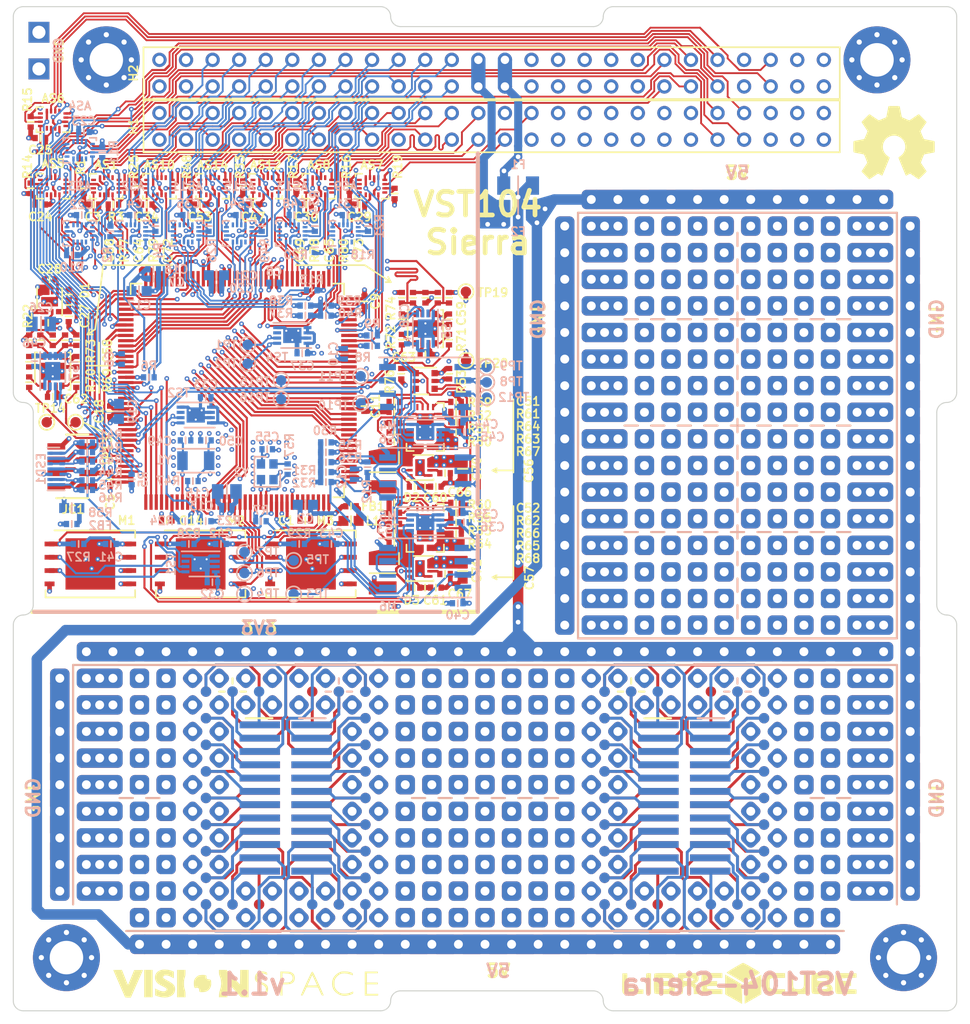
<source format=kicad_pcb>
(kicad_pcb (version 20171130) (host pcbnew 5.1.9)
  (title_block (title "VST104 Board Sierra") (date 2020-08-12) (rev v1.1) (company "VisionSpace Technologies") (comment 1 "Single MCU on-board computer"))
  (layers (0 F.Cu signal) (1 In1.Cu power) (2 In2.Cu signal) (3 In3.Cu power) (4 In4.Cu power) (31 B.Cu signal) (34 B.Paste user) (35 F.Paste user) (36 B.SilkS user) (37 F.SilkS user) (38 B.Mask user) (39 F.Mask user) (44 Edge.Cuts user))
  (net 0 "")
  (net 1 GND)
  (net 2 +5V)
  (net 3 "Net-(MH1-Pad1)")
  (net 4 "Net-(MH2-Pad1)")
  (net 5 "Net-(MH3-Pad1)")
  (net 6 "Net-(MH4-Pad1)")
  (net 7 +3V3)
  (net 8 NRST)
  (net 9 +3.3VADC)
  (net 10 SUP_5V)
  (net 11 SUP_3V3)
  (net 12 /OSC_EN)
  (net 13 /OSC32_IN)
  (net 14 /OSC_IN)
  (net 15 "Net-(LG1-Pad4)")
  (net 16 "Net-(EF1-Pad14)")
  (net 17 "Net-(EF1-Pad15)")
  (net 18 "Net-(EF1-Pad17)")
  (net 19 "Net-(EF2-Pad14)")
  (net 20 "Net-(EF2-Pad15)")
  (net 21 "Net-(EF2-Pad17)")
  (net 22 UART_1_RX)
  (net 23 UART_1_TX)
  (net 24 UART_1_CTS)
  (net 25 UART_2_RX)
  (net 26 UART_2_TX)
  (net 27 UART_2_CTS)
  (net 28 "Net-(EF1-Pad3)")
  (net 29 "Net-(EF2-Pad3)")
  (net 30 GLO_KS_1)
  (net 31 /UART1_EN)
  (net 32 /UART2_EN)
  (net 33 /SPI2_EN)
  (net 34 /I2C4_EN)
  (net 35 UART_RCS_1_RX)
  (net 36 UART_RCS_1_TX)
  (net 37 UART_RCS_1_CTS)
  (net 38 UART_RCS_2_RX)
  (net 39 UART_RCS_2_TX)
  (net 40 UART_RCS_2_CTS)
  (net 41 GLO_FAULT)
  (net 42 GLO_SYNC)
  (net 43 SPI_1_MOSI)
  (net 44 SPI_1_CS1)
  (net 45 SPI_2_MISO)
  (net 46 SPI_2_MOSI)
  (net 47 SPI_2_CS1)
  (net 48 SPI_1_CS2)
  (net 49 SPI_2_CS2)
  (net 50 I2C_1_SDA)
  (net 51 I2C_1_SCL)
  (net 52 I2C_2_SDA)
  (net 53 I2C_2_SCL)
  (net 54 /I2C2_SDA)
  (net 55 /I2C2_SCL)
  (net 56 SW_O)
  (net 57 SW_DIO)
  (net 58 SW_CLK)
  (net 59 /BOOT)
  (net 60 "Net-(FB2-Pad1)")
  (net 61 SPI_1_SCK)
  (net 62 SPI_2_SCK)
  (net 63 /CAN1_EN)
  (net 64 /CAN2_EN)
  (net 65 /CL)
  (net 66 "Net-(ESD1-Pad1)")
  (net 67 "Net-(ESD1-Pad13)")
  (net 68 "Net-(ESD1-Pad12)")
  (net 69 "Net-(ESD1-Pad11)")
  (net 70 "Net-(ESD1-Pad5)")
  (net 71 "Net-(ESD1-Pad6)")
  (net 72 "Net-(ESD1-Pad7)")
  (net 73 "Net-(FB1-Pad1)")
  (net 74 /EF1_out)
  (net 75 /EF2_out)
  (net 76 /EF1_en)
  (net 77 /EF2_en)
  (net 78 SPI_1_MISO)
  (net 79 CPU_WD_1)
  (net 80 /UART1_CTS)
  (net 81 /UART1_RST)
  (net 82 /UART1_TX)
  (net 83 /UART1_RX)
  (net 84 /UART2_CTS)
  (net 85 /UART2_RST)
  (net 86 /UART2_TX)
  (net 87 /UART2_RX)
  (net 88 USER_1_4)
  (net 89 USER_1_1)
  (net 90 /USER1_EN)
  (net 91 USER_1_2)
  (net 92 /USER_SPI2_EN)
  (net 93 USER_2_4)
  (net 94 USER_2_1)
  (net 95 /USER2_EN)
  (net 96 USER_2_2)
  (net 97 CPU_MODE)
  (net 98 USER_3_1)
  (net 99 USER_3_2)
  (net 100 USER_3_3)
  (net 101 USER_3_4)
  (net 102 USER_5_1)
  (net 103 USER_5_2)
  (net 104 USER_5_3)
  (net 105 USER_5_4)
  (net 106 USER_4_1)
  (net 107 USER_4_2)
  (net 108 USER_4_3)
  (net 109 USER_4_4)
  (net 110 USER_6_1)
  (net 111 USER_6_2)
  (net 112 USER_6_3)
  (net 113 USER_6_4)
  (net 114 /OSC32_OUT)
  (net 115 /I2C2_EN)
  (net 116 /CPU_EN)
  (net 117 /GLO_EN)
  (net 118 /USER3_EN)
  (net 119 /USER4_EN)
  (net 120 /USER5_EN)
  (net 121 UART_1_RST)
  (net 122 UART_RCS_1_RST)
  (net 123 UART_RCS_2_RST)
  (net 124 UART_2_RST)
  (net 125 /USER6_EN)
  (net 126 /SPI2_SCK)
  (net 127 /SPI2_MISO)
  (net 128 /SPI2_MOSI)
  (net 129 /SPI3_EN)
  (net 130 /SPI3_SCK)
  (net 131 /SPI3_MISO)
  (net 132 /SPI3_MOSI)
  (net 133 /UART3_TX)
  (net 134 /UART3_EN)
  (net 135 /UART3_RX)
  (net 136 /UART3_RST)
  (net 137 /UART3_CTS)
  (net 138 /UART4_TX)
  (net 139 /UART4_EN)
  (net 140 /UART4_RX)
  (net 141 /UART4_RST)
  (net 142 /UART4_CTS)
  (net 143 /CLK)
  (net 144 UART5_TX)
  (net 145 UART5_RX)
  (net 146 /CAN1_RX)
  (net 147 /CAN1_TX)
  (net 148 /CAN2_RX)
  (net 149 /CAN2_TX)
  (net 150 /SO)
  (net 151 /HD)
  (net 152 /SI)
  (net 153 /SPI1_~WP)
  (net 154 /Q1)
  (net 155 /Q2)
  (net 156 /Q0)
  (net 157 /Q3)
  (net 158 /MODE)
  (net 159 /WATCHDOG)
  (net 160 /FAULT)
  (net 161 /SYNC)
  (net 162 /I2C4_SCL)
  (net 163 /I2C4_SDA)
  (net 164 /SPI2_CS1)
  (net 165 /SPI3_CS1)
  (net 166 /EF1_CUR)
  (net 167 /EF2_CUR)
  (net 168 /I2C3_SCL)
  (net 169 /I2C3_EN)
  (net 170 /I2C3_SDA)
  (net 171 /USER1_2)
  (net 172 /USER1_1)
  (net 173 /USER1_4)
  (net 174 /SPI2_CS2)
  (net 175 /USER2_2)
  (net 176 /USER2_1)
  (net 177 /USER2_4)
  (net 178 /SPI3_CS2)
  (net 179 /USER3_2)
  (net 180 /USER3_1)
  (net 181 /USER3_4)
  (net 182 /USER3_3)
  (net 183 /USER4_2)
  (net 184 /USER4_1)
  (net 185 /USER4_4)
  (net 186 /USER4_3)
  (net 187 /USER5_2)
  (net 188 /USER5_1)
  (net 189 /USER5_4)
  (net 190 /USER5_3)
  (net 191 /USER6_2)
  (net 192 /USER6_1)
  (net 193 /USER6_4)
  (net 194 /USER6_3)
  (net 195 /TEMP_VDD)
  (net 196 /CAN1_P)
  (net 197 CAN_1_P)
  (net 198 /CAN1_N)
  (net 199 CAN_1_N)
  (net 200 /CAN2_P)
  (net 201 CAN_2_P)
  (net 202 /CAN2_N)
  (net 203 CAN_2_N)
  (net 204 /QSPI_CS1)
  (net 205 /QSPI_CS2)
  (net 206 /QSPI_CS3)
  (net 207 /SPI1_CS1)
  (net 208 /SPI1_CS2)
  (net 209 /SPI1_CS3)
  (net 210 "Net-(C27-Pad1)")
  (net 211 "Net-(C28-Pad1)")
  (net 212 "Net-(C50-Pad2)")
  (net 213 "Net-(C51-Pad1)")
  (net 214 "Net-(C52-Pad1)")
  (net 215 "Net-(C60-Pad1)")
  (net 216 "Net-(C61-Pad1)")
  (net 217 "Net-(C64-Pad2)")
  (net 218 "Net-(C65-Pad2)")
  (net 219 "Net-(C66-Pad1)")
  (net 220 "Net-(C67-Pad1)")
  (net 221 "Net-(R6-Pad1)")
  (net 222 "Net-(R7-Pad1)")
  (net 223 "Net-(R8-Pad1)")
  (net 224 "Net-(R9-Pad1)")
  (net 225 "Net-(R12-Pad2)")
  (net 226 "Net-(R13-Pad2)")
  (net 227 "Net-(R71-Pad1)")
  (net 228 "Net-(R72-Pad1)")
  (net 229 "Net-(R73-Pad1)")
  (net 230 "Net-(R74-Pad1)")
  (net 231 "Net-(F1-Pad1)")
  (net 232 "Net-(F2-Pad1)")
  (net 233 "Net-(R57-Pad2)")
  (net 234 "Net-(R69-Pad1)")
  (net 235 "Net-(R70-Pad1)")
  (net 236 "Net-(UA1-Pad18)")
  (net 237 "Net-(UA1-Pad19)")
  (net 238 "Net-(UA1-Pad2)")
  (net 239 "Net-(UA1-Pad20)")
  (net 240 "Net-(UA1-Pad16)")
  (net 241 "Net-(UA1-Pad17)")
  (net 242 "Net-(UA1-Pad21)")
  (net 243 "Net-(UA1-Pad4)")
  (net 244 "Net-(UA1-Pad23)")
  (net 245 "Net-(UA1-Pad3)")
  (net 246 "Net-(UA1-Pad8)")
  (net 247 "Net-(UA1-Pad5)")
  (net 248 "Net-(UA1-Pad10)")
  (net 249 "Net-(UA1-Pad6)")
  (net 250 "Net-(UA1-Pad7)")
  (net 251 "Net-(UA1-Pad22)")
  (net 252 "Net-(UA1-Pad9)")
  (net 253 "Net-(UA1-Pad15)")
  (net 254 "Net-(UA1-Pad1)")
  (net 255 "Net-(UA1-Pad24)")
  (net 256 "Net-(UA1-Pad12)")
  (net 257 "Net-(UA1-Pad14)")
  (net 258 "Net-(UA1-Pad13)")
  (net 259 "Net-(UA1-Pad11)")
  (net 260 "Net-(UA2-Pad18)")
  (net 261 "Net-(UA2-Pad19)")
  (net 262 "Net-(UA2-Pad2)")
  (net 263 "Net-(UA2-Pad20)")
  (net 264 "Net-(UA2-Pad16)")
  (net 265 "Net-(UA2-Pad17)")
  (net 266 "Net-(UA2-Pad21)")
  (net 267 "Net-(UA2-Pad4)")
  (net 268 "Net-(UA2-Pad23)")
  (net 269 "Net-(UA2-Pad3)")
  (net 270 "Net-(UA2-Pad8)")
  (net 271 "Net-(UA2-Pad5)")
  (net 272 "Net-(UA2-Pad10)")
  (net 273 "Net-(UA2-Pad6)")
  (net 274 "Net-(UA2-Pad7)")
  (net 275 "Net-(UA2-Pad22)")
  (net 276 "Net-(UA2-Pad9)")
  (net 277 "Net-(UA2-Pad15)")
  (net 278 "Net-(UA2-Pad1)")
  (net 279 "Net-(UA2-Pad24)")
  (net 280 "Net-(UA2-Pad12)")
  (net 281 "Net-(UA2-Pad14)")
  (net 282 "Net-(UA2-Pad13)")
  (net 283 "Net-(UA2-Pad11)")
  (net 284 "Net-(UA3-Pad18)")
  (net 285 "Net-(UA3-Pad19)")
  (net 286 "Net-(UA3-Pad2)")
  (net 287 "Net-(UA3-Pad20)")
  (net 288 "Net-(UA3-Pad16)")
  (net 289 "Net-(UA3-Pad17)")
  (net 290 "Net-(UA3-Pad21)")
  (net 291 "Net-(UA3-Pad4)")
  (net 292 "Net-(UA3-Pad23)")
  (net 293 "Net-(UA3-Pad3)")
  (net 294 "Net-(UA3-Pad8)")
  (net 295 "Net-(UA3-Pad5)")
  (net 296 "Net-(UA3-Pad10)")
  (net 297 "Net-(UA3-Pad6)")
  (net 298 "Net-(UA3-Pad7)")
  (net 299 "Net-(UA3-Pad22)")
  (net 300 "Net-(UA3-Pad9)")
  (net 301 "Net-(UA3-Pad15)")
  (net 302 "Net-(UA3-Pad1)")
  (net 303 "Net-(UA3-Pad24)")
  (net 304 "Net-(UA3-Pad12)")
  (net 305 "Net-(UA3-Pad14)")
  (net 306 "Net-(UA3-Pad13)")
  (net 307 "Net-(UA3-Pad11)")
  (net 308 "Net-(UA4-Pad18)")
  (net 309 "Net-(UA4-Pad19)")
  (net 310 "Net-(UA4-Pad2)")
  (net 311 "Net-(UA4-Pad20)")
  (net 312 "Net-(UA4-Pad16)")
  (net 313 "Net-(UA4-Pad17)")
  (net 314 "Net-(UA4-Pad21)")
  (net 315 "Net-(UA4-Pad4)")
  (net 316 "Net-(UA4-Pad23)")
  (net 317 "Net-(UA4-Pad3)")
  (net 318 "Net-(UA4-Pad8)")
  (net 319 "Net-(UA4-Pad5)")
  (net 320 "Net-(UA4-Pad10)")
  (net 321 "Net-(UA4-Pad6)")
  (net 322 "Net-(UA4-Pad7)")
  (net 323 "Net-(UA4-Pad22)")
  (net 324 "Net-(UA4-Pad9)")
  (net 325 "Net-(UA4-Pad15)")
  (net 326 "Net-(UA4-Pad1)")
  (net 327 "Net-(UA4-Pad24)")
  (net 328 "Net-(UA4-Pad12)")
  (net 329 "Net-(UA4-Pad14)")
  (net 330 "Net-(UA4-Pad13)")
  (net 331 "Net-(UA4-Pad11)")
  (net 332 /USER_SPI3_EN)
  (net 333 "Net-(AS1-Pad13)")
  (net 334 "Net-(AS1-Pad9)")
  (net 335 "Net-(AS1-Pad5)")
  (net 336 "Net-(AS1-Pad1)")
  (net 337 "Net-(AS2-Pad13)")
  (net 338 "Net-(AS2-Pad9)")
  (net 339 "Net-(AS2-Pad5)")
  (net 340 "Net-(AS2-Pad1)")
  (net 341 "Net-(AS3-Pad13)")
  (net 342 "Net-(AS3-Pad9)")
  (net 343 "Net-(AS3-Pad5)")
  (net 344 "Net-(AS3-Pad1)")
  (net 345 "Net-(AS4-Pad13)")
  (net 346 "Net-(AS4-Pad9)")
  (net 347 "Net-(AS4-Pad5)")
  (net 348 "Net-(AS4-Pad1)")
  (net 349 "Net-(AS5-Pad13)")
  (net 350 "Net-(AS5-Pad9)")
  (net 351 "Net-(AS5-Pad5)")
  (net 352 "Net-(AS5-Pad1)")
  (net 353 "Net-(AS6-Pad13)")
  (net 354 "Net-(AS6-Pad9)")
  (net 355 "Net-(AS6-Pad5)")
  (net 356 "Net-(AS6-Pad1)")
  (net 357 "Net-(AS7-Pad13)")
  (net 358 "Net-(AS7-Pad9)")
  (net 359 "Net-(AS7-Pad5)")
  (net 360 "Net-(AS7-Pad1)")
  (net 361 "Net-(AS8-Pad13)")
  (net 362 "Net-(AS8-Pad9)")
  (net 363 "Net-(AS8-Pad5)")
  (net 364 "Net-(AS8-Pad1)")
  (net 365 "Net-(AS9-Pad13)")
  (net 366 "Net-(AS9-Pad9)")
  (net 367 "Net-(AS9-Pad5)")
  (net 368 "Net-(AS9-Pad1)")
  (net 369 "Net-(AS10-Pad13)")
  (net 370 "Net-(AS10-Pad9)")
  (net 371 "Net-(AS10-Pad5)")
  (net 372 "Net-(AS10-Pad1)")
  (net 373 "Net-(AS11-Pad13)")
  (net 374 "Net-(AS11-Pad9)")
  (net 375 "Net-(AS11-Pad5)")
  (net 376 "Net-(AS11-Pad1)")
  (net 377 "Net-(AS12-Pad13)")
  (net 378 "Net-(AS12-Pad9)")
  (net 379 "Net-(AS12-Pad5)")
  (net 380 "Net-(AS12-Pad1)")
  (net 381 "Net-(AS13-Pad13)")
  (net 382 "Net-(AS13-Pad9)")
  (net 383 "Net-(AS13-Pad5)")
  (net 384 "Net-(AS13-Pad1)")
  (net 385 "Net-(AS14-Pad13)")
  (net 386 "Net-(AS14-Pad9)")
  (net 387 "Net-(AS14-Pad5)")
  (net 388 "Net-(AS14-Pad1)")
  (net 389 "Net-(AS15-Pad13)")
  (net 390 "Net-(AS15-Pad9)")
  (net 391 "Net-(AS15-Pad5)")
  (net 392 "Net-(AS15-Pad1)")
  (net 393 "Net-(EF1-Pad20)")
  (net 394 "Net-(EF2-Pad20)")
  (net 395 "Net-(H1-Pad52)")
  (net 396 "Net-(H1-Pad51)")
  (net 397 "Net-(H1-Pad50)")
  (net 398 "Net-(H1-Pad49)")
  (net 399 "Net-(H1-Pad48)")
  (net 400 "Net-(H1-Pad47)")
  (net 401 "Net-(H1-Pad38)")
  (net 402 "Net-(H1-Pad37)")
  (net 403 "Net-(H1-Pad36)")
  (net 404 "Net-(H1-Pad32)")
  (net 405 "Net-(H1-Pad31)")
  (net 406 "Net-(H1-Pad29)")
  (net 407 "Net-(H1-Pad28)")
  (net 408 "Net-(H1-Pad4)")
  (net 409 "Net-(H1-Pad3)")
  (net 410 "Net-(H1-Pad2)")
  (net 411 "Net-(H1-Pad1)")
  (net 412 "Net-(H2-Pad52)")
  (net 413 "Net-(H2-Pad51)")
  (net 414 "Net-(H2-Pad50)")
  (net 415 "Net-(H2-Pad49)")
  (net 416 "Net-(H2-Pad46)")
  (net 417 "Net-(H2-Pad45)")
  (net 418 "Net-(H2-Pad38)")
  (net 419 "Net-(H2-Pad37)")
  (net 420 "Net-(H2-Pad36)")
  (net 421 "Net-(H2-Pad35)")
  (net 422 "Net-(H2-Pad34)")
  (net 423 "Net-(H2-Pad33)")
  (net 424 "Net-(H2-Pad31)")
  (net 425 "Net-(H2-Pad4)")
  (net 426 "Net-(H2-Pad3)")
  (net 427 "Net-(H2-Pad2)")
  (net 428 "Net-(H2-Pad1)")
  (net 429 "Net-(TS1-Pad3)")
  (net 430 "Net-(TS2-Pad3)")
  (net 431 "Net-(TS3-Pad3)")
  (net 432 "Net-(TS4-Pad3)")
  (net 433 "Net-(TS5-Pad3)")
  (net 434 "Net-(TS6-Pad3)")
  (net 435 "Net-(TS7-Pad3)")
  (net 436 "Net-(U1-Pad7)")
  (net 437 "Net-(U1-Pad46)")
  (net 438 "Net-(U1-Pad128)")
  (net 439 "Net-(U1-Pad129)")
  (module VST104_footprints:L_SMD_0603 (layer F.Cu) (at 53.43 71.98)
    (fp_text reference L1 (at 2.1 0) (layer F.SilkS) (effects (font (size 0.8 0.8) (thickness 0.16))))
    (fp_text value 10u hide)
    (pad 1 smd rect (at -0.725 0) (size 0.95 0.95) (layers F.Cu F.Paste F.Mask) (net 7 +3V3))
    (pad 2 smd rect (at 0.725 0) (size 0.95 0.95) (layers F.Cu F.Paste F.Mask) (net 73 "Net-(FB1-Pad1)"))
  )
  (module VST104_footprints:ESQ-126-39-x-D (layer F.Cu) (at 35.12 30.495)
    (fp_text reference H2 (at -2.48 -1.27 90) (layer F.SilkS) (effects (font (size 0.8 0.8) (thickness 0.16))))
    (fp_text value Conn_02x26_Odd_Even)
    (pad 1 thru_hole circle (at 0 0) (size 1.365 1.365) (drill 0.8) (layers *.Cu *.Mask) (net 428 "Net-(H2-Pad1)") (clearance 0.2))
    (pad 2 thru_hole circle (at 0 -2.54) (size 1.365 1.365) (drill 0.8) (layers *.Cu *.Mask) (net 427 "Net-(H2-Pad2)") (clearance 0.2))
    (pad 3 thru_hole circle (at 2.54 0) (size 1.365 1.365) (drill 0.8) (layers *.Cu *.Mask) (net 426 "Net-(H2-Pad3)") (clearance 0.2))
    (pad 4 thru_hole circle (at 2.54 -2.54) (size 1.365 1.365) (drill 0.8) (layers *.Cu *.Mask) (net 425 "Net-(H2-Pad4)") (clearance 0.2))
    (pad 5 thru_hole circle (at 5.08 0) (size 1.365 1.365) (drill 0.8) (layers *.Cu *.Mask) (net 94 USER_2_1) (clearance 0.2))
    (pad 6 thru_hole circle (at 5.08 -2.54) (size 1.365 1.365) (drill 0.8) (layers *.Cu *.Mask) (net 96 USER_2_2) (clearance 0.2))
    (pad 7 thru_hole circle (at 7.62 0) (size 1.365 1.365) (drill 0.8) (layers *.Cu *.Mask) (net 49 SPI_2_CS2) (clearance 0.2))
    (pad 8 thru_hole circle (at 7.62 -2.54) (size 1.365 1.365) (drill 0.8) (layers *.Cu *.Mask) (net 93 USER_2_4) (clearance 0.2))
    (pad 9 thru_hole circle (at 10.16 0) (size 1.365 1.365) (drill 0.8) (layers *.Cu *.Mask) (net 47 SPI_2_CS1) (clearance 0.2))
    (pad 10 thru_hole circle (at 10.16 -2.54) (size 1.365 1.365) (drill 0.8) (layers *.Cu *.Mask) (net 46 SPI_2_MOSI) (clearance 0.2))
    (pad 11 thru_hole circle (at 12.7 0) (size 1.365 1.365) (drill 0.8) (layers *.Cu *.Mask) (net 62 SPI_2_SCK) (clearance 0.2))
    (pad 12 thru_hole circle (at 12.7 -2.54) (size 1.365 1.365) (drill 0.8) (layers *.Cu *.Mask) (net 45 SPI_2_MISO) (clearance 0.2))
    (pad 13 thru_hole circle (at 15.24 0) (size 1.365 1.365) (drill 0.8) (layers *.Cu *.Mask) (net 26 UART_2_TX) (clearance 0.2))
    (pad 14 thru_hole circle (at 15.24 -2.54) (size 1.365 1.365) (drill 0.8) (layers *.Cu *.Mask) (net 27 UART_2_CTS) (clearance 0.2))
    (pad 15 thru_hole circle (at 17.78 0) (size 1.365 1.365) (drill 0.8) (layers *.Cu *.Mask) (net 25 UART_2_RX) (clearance 0.2))
    (pad 16 thru_hole circle (at 17.78 -2.54) (size 1.365 1.365) (drill 0.8) (layers *.Cu *.Mask) (net 124 UART_2_RST) (clearance 0.2))
    (pad 17 thru_hole circle (at 20.32 0) (size 1.365 1.365) (drill 0.8) (layers *.Cu *.Mask) (net 39 UART_RCS_2_TX) (clearance 0.2))
    (pad 18 thru_hole circle (at 20.32 -2.54) (size 1.365 1.365) (drill 0.8) (layers *.Cu *.Mask) (net 40 UART_RCS_2_CTS) (clearance 0.2))
    (pad 19 thru_hole circle (at 22.86 0) (size 1.365 1.365) (drill 0.8) (layers *.Cu *.Mask) (net 38 UART_RCS_2_RX) (clearance 0.2))
    (pad 20 thru_hole circle (at 22.86 -2.54) (size 1.365 1.365) (drill 0.8) (layers *.Cu *.Mask) (net 123 UART_RCS_2_RST) (clearance 0.2))
    (pad 21 thru_hole circle (at 25.4 0) (size 1.365 1.365) (drill 0.8) (layers *.Cu *.Mask) (net 53 I2C_2_SCL) (clearance 0.2))
    (pad 22 thru_hole circle (at 25.4 -2.54) (size 1.365 1.365) (drill 0.8) (layers *.Cu *.Mask) (net 52 I2C_2_SDA) (clearance 0.2))
    (pad 23 thru_hole circle (at 27.94 0) (size 1.365 1.365) (drill 0.8) (layers *.Cu *.Mask) (net 201 CAN_2_P) (clearance 0.2))
    (pad 24 thru_hole circle (at 27.94 -2.54) (size 1.365 1.365) (drill 0.8) (layers *.Cu *.Mask) (net 203 CAN_2_N) (clearance 0.2))
    (pad 25 thru_hole circle (at 30.48 0) (size 1.365 1.365) (drill 0.8) (layers *.Cu *.Mask) (net 10 SUP_5V) (clearance 0.2))
    (pad 26 thru_hole circle (at 30.48 -2.54) (size 1.365 1.365) (drill 0.8) (layers *.Cu *.Mask) (net 10 SUP_5V) (clearance 0.2))
    (pad 27 thru_hole circle (at 33.02 0) (size 1.365 1.365) (drill 0.8) (layers *.Cu *.Mask) (net 11 SUP_3V3) (clearance 0.2))
    (pad 28 thru_hole circle (at 33.02 -2.54) (size 1.365 1.365) (drill 0.8) (layers *.Cu *.Mask) (net 11 SUP_3V3) (clearance 0.2))
    (pad 29 thru_hole circle (at 35.56 0) (size 1.365 1.365) (drill 0.8) (layers *.Cu *.Mask) (net 1 GND) (clearance 0.2))
    (pad 30 thru_hole circle (at 35.56 -2.54) (size 1.365 1.365) (drill 0.8) (layers *.Cu *.Mask) (net 1 GND) (clearance 0.2))
    (pad 31 thru_hole circle (at 38.1 0) (size 1.365 1.365) (drill 0.8) (layers *.Cu *.Mask) (net 424 "Net-(H2-Pad31)") (clearance 0.2))
    (pad 32 thru_hole circle (at 38.1 -2.54) (size 1.365 1.365) (drill 0.8) (layers *.Cu *.Mask) (net 1 GND) (clearance 0.2))
    (pad 33 thru_hole circle (at 40.64 0) (size 1.365 1.365) (drill 0.8) (layers *.Cu *.Mask) (net 423 "Net-(H2-Pad33)") (clearance 0.2))
    (pad 34 thru_hole circle (at 40.64 -2.54) (size 1.365 1.365) (drill 0.8) (layers *.Cu *.Mask) (net 422 "Net-(H2-Pad34)") (clearance 0.2))
    (pad 35 thru_hole circle (at 43.18 0) (size 1.365 1.365) (drill 0.8) (layers *.Cu *.Mask) (net 421 "Net-(H2-Pad35)") (clearance 0.2))
    (pad 36 thru_hole circle (at 43.18 -2.54) (size 1.365 1.365) (drill 0.8) (layers *.Cu *.Mask) (net 420 "Net-(H2-Pad36)") (clearance 0.2))
    (pad 37 thru_hole circle (at 45.72 0) (size 1.365 1.365) (drill 0.8) (layers *.Cu *.Mask) (net 419 "Net-(H2-Pad37)") (clearance 0.2))
    (pad 38 thru_hole circle (at 45.72 -2.54) (size 1.365 1.365) (drill 0.8) (layers *.Cu *.Mask) (net 418 "Net-(H2-Pad38)") (clearance 0.2))
    (pad 39 thru_hole circle (at 48.26 0) (size 1.365 1.365) (drill 0.8) (layers *.Cu *.Mask) (net 106 USER_4_1) (clearance 0.2))
    (pad 40 thru_hole circle (at 48.26 -2.54) (size 1.365 1.365) (drill 0.8) (layers *.Cu *.Mask) (net 107 USER_4_2) (clearance 0.2))
    (pad 41 thru_hole circle (at 50.8 0) (size 1.365 1.365) (drill 0.8) (layers *.Cu *.Mask) (net 108 USER_4_3) (clearance 0.2))
    (pad 42 thru_hole circle (at 50.8 -2.54) (size 1.365 1.365) (drill 0.8) (layers *.Cu *.Mask) (net 109 USER_4_4) (clearance 0.2))
    (pad 43 thru_hole circle (at 53.34 0) (size 1.365 1.365) (drill 0.8) (layers *.Cu *.Mask) (net 110 USER_6_1) (clearance 0.2))
    (pad 44 thru_hole circle (at 53.34 -2.54) (size 1.365 1.365) (drill 0.8) (layers *.Cu *.Mask) (net 111 USER_6_2) (clearance 0.2))
    (pad 45 thru_hole circle (at 55.88 0) (size 1.365 1.365) (drill 0.8) (layers *.Cu *.Mask) (net 417 "Net-(H2-Pad45)") (clearance 0.2))
    (pad 46 thru_hole circle (at 55.88 -2.54) (size 1.365 1.365) (drill 0.8) (layers *.Cu *.Mask) (net 416 "Net-(H2-Pad46)") (clearance 0.2))
    (pad 47 thru_hole circle (at 58.42 0) (size 1.365 1.365) (drill 0.8) (layers *.Cu *.Mask) (net 112 USER_6_3) (clearance 0.2))
    (pad 48 thru_hole circle (at 58.42 -2.54) (size 1.365 1.365) (drill 0.8) (layers *.Cu *.Mask) (net 113 USER_6_4) (clearance 0.2))
    (pad 49 thru_hole circle (at 60.96 0) (size 1.365 1.365) (drill 0.8) (layers *.Cu *.Mask) (net 415 "Net-(H2-Pad49)") (clearance 0.2))
    (pad 50 thru_hole circle (at 60.96 -2.54) (size 1.365 1.365) (drill 0.8) (layers *.Cu *.Mask) (net 414 "Net-(H2-Pad50)") (clearance 0.2))
    (pad 51 thru_hole circle (at 63.5 0) (size 1.365 1.365) (drill 0.8) (layers *.Cu *.Mask) (net 413 "Net-(H2-Pad51)") (clearance 0.2))
    (pad 52 thru_hole circle (at 63.5 -2.54) (size 1.365 1.365) (drill 0.8) (layers *.Cu *.Mask) (net 412 "Net-(H2-Pad52)") (clearance 0.2))
  )
  (module VST104_footprints:ESQ-126-39-x-D (layer F.Cu) (at 35.12 35.575)
    (fp_text reference H1 (at -2.48 -1.27 90) (layer F.SilkS) (effects (font (size 0.8 0.8) (thickness 0.16))))
    (fp_text value Conn_02x26_Odd_Even)
    (pad 1 thru_hole circle (at 0 0) (size 1.365 1.365) (drill 0.8) (layers *.Cu *.Mask) (net 411 "Net-(H1-Pad1)") (clearance 0.2))
    (pad 2 thru_hole circle (at 0 -2.54) (size 1.365 1.365) (drill 0.8) (layers *.Cu *.Mask) (net 410 "Net-(H1-Pad2)") (clearance 0.2))
    (pad 3 thru_hole circle (at 2.54 0) (size 1.365 1.365) (drill 0.8) (layers *.Cu *.Mask) (net 409 "Net-(H1-Pad3)") (clearance 0.2))
    (pad 4 thru_hole circle (at 2.54 -2.54) (size 1.365 1.365) (drill 0.8) (layers *.Cu *.Mask) (net 408 "Net-(H1-Pad4)") (clearance 0.2))
    (pad 5 thru_hole circle (at 5.08 0) (size 1.365 1.365) (drill 0.8) (layers *.Cu *.Mask) (net 89 USER_1_1) (clearance 0.2))
    (pad 6 thru_hole circle (at 5.08 -2.54) (size 1.365 1.365) (drill 0.8) (layers *.Cu *.Mask) (net 91 USER_1_2) (clearance 0.2))
    (pad 7 thru_hole circle (at 7.62 0) (size 1.365 1.365) (drill 0.8) (layers *.Cu *.Mask) (net 48 SPI_1_CS2) (clearance 0.2))
    (pad 8 thru_hole circle (at 7.62 -2.54) (size 1.365 1.365) (drill 0.8) (layers *.Cu *.Mask) (net 88 USER_1_4) (clearance 0.2))
    (pad 9 thru_hole circle (at 10.16 0) (size 1.365 1.365) (drill 0.8) (layers *.Cu *.Mask) (net 44 SPI_1_CS1) (clearance 0.2))
    (pad 10 thru_hole circle (at 10.16 -2.54) (size 1.365 1.365) (drill 0.8) (layers *.Cu *.Mask) (net 43 SPI_1_MOSI) (clearance 0.2))
    (pad 11 thru_hole circle (at 12.7 0) (size 1.365 1.365) (drill 0.8) (layers *.Cu *.Mask) (net 61 SPI_1_SCK) (clearance 0.2))
    (pad 12 thru_hole circle (at 12.7 -2.54) (size 1.365 1.365) (drill 0.8) (layers *.Cu *.Mask) (net 78 SPI_1_MISO) (clearance 0.2))
    (pad 13 thru_hole circle (at 15.24 0) (size 1.365 1.365) (drill 0.8) (layers *.Cu *.Mask) (net 23 UART_1_TX) (clearance 0.2))
    (pad 14 thru_hole circle (at 15.24 -2.54) (size 1.365 1.365) (drill 0.8) (layers *.Cu *.Mask) (net 24 UART_1_CTS) (clearance 0.2))
    (pad 15 thru_hole circle (at 17.78 0) (size 1.365 1.365) (drill 0.8) (layers *.Cu *.Mask) (net 22 UART_1_RX) (clearance 0.2))
    (pad 16 thru_hole circle (at 17.78 -2.54) (size 1.365 1.365) (drill 0.8) (layers *.Cu *.Mask) (net 121 UART_1_RST) (clearance 0.2))
    (pad 17 thru_hole circle (at 20.32 0) (size 1.365 1.365) (drill 0.8) (layers *.Cu *.Mask) (net 36 UART_RCS_1_TX) (clearance 0.2))
    (pad 18 thru_hole circle (at 20.32 -2.54) (size 1.365 1.365) (drill 0.8) (layers *.Cu *.Mask) (net 37 UART_RCS_1_CTS) (clearance 0.2))
    (pad 19 thru_hole circle (at 22.86 0) (size 1.365 1.365) (drill 0.8) (layers *.Cu *.Mask) (net 35 UART_RCS_1_RX) (clearance 0.2))
    (pad 20 thru_hole circle (at 22.86 -2.54) (size 1.365 1.365) (drill 0.8) (layers *.Cu *.Mask) (net 122 UART_RCS_1_RST) (clearance 0.2))
    (pad 21 thru_hole circle (at 25.4 0) (size 1.365 1.365) (drill 0.8) (layers *.Cu *.Mask) (net 51 I2C_1_SCL) (clearance 0.2))
    (pad 22 thru_hole circle (at 25.4 -2.54) (size 1.365 1.365) (drill 0.8) (layers *.Cu *.Mask) (net 50 I2C_1_SDA) (clearance 0.2))
    (pad 23 thru_hole circle (at 27.94 0) (size 1.365 1.365) (drill 0.8) (layers *.Cu *.Mask) (net 197 CAN_1_P) (clearance 0.2))
    (pad 24 thru_hole circle (at 27.94 -2.54) (size 1.365 1.365) (drill 0.8) (layers *.Cu *.Mask) (net 199 CAN_1_N) (clearance 0.2))
    (pad 25 thru_hole circle (at 30.48 0) (size 1.365 1.365) (drill 0.8) (layers *.Cu *.Mask) (net 42 GLO_SYNC) (clearance 0.2))
    (pad 26 thru_hole circle (at 30.48 -2.54) (size 1.365 1.365) (drill 0.8) (layers *.Cu *.Mask) (net 41 GLO_FAULT) (clearance 0.2))
    (pad 27 thru_hole circle (at 33.02 0) (size 1.365 1.365) (drill 0.8) (layers *.Cu *.Mask) (net 79 CPU_WD_1) (clearance 0.2))
    (pad 28 thru_hole circle (at 33.02 -2.54) (size 1.365 1.365) (drill 0.8) (layers *.Cu *.Mask) (net 407 "Net-(H1-Pad28)") (clearance 0.2))
    (pad 29 thru_hole circle (at 35.56 0) (size 1.365 1.365) (drill 0.8) (layers *.Cu *.Mask) (net 406 "Net-(H1-Pad29)") (clearance 0.2))
    (pad 30 thru_hole circle (at 35.56 -2.54) (size 1.365 1.365) (drill 0.8) (layers *.Cu *.Mask) (net 97 CPU_MODE) (clearance 0.2))
    (pad 31 thru_hole circle (at 38.1 0) (size 1.365 1.365) (drill 0.8) (layers *.Cu *.Mask) (net 405 "Net-(H1-Pad31)") (clearance 0.2))
    (pad 32 thru_hole circle (at 38.1 -2.54) (size 1.365 1.365) (drill 0.8) (layers *.Cu *.Mask) (net 404 "Net-(H1-Pad32)") (clearance 0.2))
    (pad 33 thru_hole circle (at 40.64 0) (size 1.365 1.365) (drill 0.8) (layers *.Cu *.Mask) (net 1 GND) (clearance 0.2))
    (pad 34 thru_hole circle (at 40.64 -2.54) (size 1.365 1.365) (drill 0.8) (layers *.Cu *.Mask) (net 1 GND) (clearance 0.2))
    (pad 35 thru_hole circle (at 43.18 0) (size 1.365 1.365) (drill 0.8) (layers *.Cu *.Mask) (net 30 GLO_KS_1) (clearance 0.2))
    (pad 36 thru_hole circle (at 43.18 -2.54) (size 1.365 1.365) (drill 0.8) (layers *.Cu *.Mask) (net 403 "Net-(H1-Pad36)") (clearance 0.2))
    (pad 37 thru_hole circle (at 45.72 0) (size 1.365 1.365) (drill 0.8) (layers *.Cu *.Mask) (net 402 "Net-(H1-Pad37)") (clearance 0.2))
    (pad 38 thru_hole circle (at 45.72 -2.54) (size 1.365 1.365) (drill 0.8) (layers *.Cu *.Mask) (net 401 "Net-(H1-Pad38)") (clearance 0.2))
    (pad 39 thru_hole circle (at 48.26 0) (size 1.365 1.365) (drill 0.8) (layers *.Cu *.Mask) (net 98 USER_3_1) (clearance 0.2))
    (pad 40 thru_hole circle (at 48.26 -2.54) (size 1.365 1.365) (drill 0.8) (layers *.Cu *.Mask) (net 99 USER_3_2) (clearance 0.2))
    (pad 41 thru_hole circle (at 50.8 0) (size 1.365 1.365) (drill 0.8) (layers *.Cu *.Mask) (net 100 USER_3_3) (clearance 0.2))
    (pad 42 thru_hole circle (at 50.8 -2.54) (size 1.365 1.365) (drill 0.8) (layers *.Cu *.Mask) (net 101 USER_3_4) (clearance 0.2))
    (pad 43 thru_hole circle (at 53.34 0) (size 1.365 1.365) (drill 0.8) (layers *.Cu *.Mask) (net 102 USER_5_1) (clearance 0.2))
    (pad 44 thru_hole circle (at 53.34 -2.54) (size 1.365 1.365) (drill 0.8) (layers *.Cu *.Mask) (net 103 USER_5_2) (clearance 0.2))
    (pad 45 thru_hole circle (at 55.88 0) (size 1.365 1.365) (drill 0.8) (layers *.Cu *.Mask) (net 104 USER_5_3) (clearance 0.2))
    (pad 46 thru_hole circle (at 55.88 -2.54) (size 1.365 1.365) (drill 0.8) (layers *.Cu *.Mask) (net 105 USER_5_4) (clearance 0.2))
    (pad 47 thru_hole circle (at 58.42 0) (size 1.365 1.365) (drill 0.8) (layers *.Cu *.Mask) (net 400 "Net-(H1-Pad47)") (clearance 0.2))
    (pad 48 thru_hole circle (at 58.42 -2.54) (size 1.365 1.365) (drill 0.8) (layers *.Cu *.Mask) (net 399 "Net-(H1-Pad48)") (clearance 0.2))
    (pad 49 thru_hole circle (at 60.96 0) (size 1.365 1.365) (drill 0.8) (layers *.Cu *.Mask) (net 398 "Net-(H1-Pad49)") (clearance 0.2))
    (pad 50 thru_hole circle (at 60.96 -2.54) (size 1.365 1.365) (drill 0.8) (layers *.Cu *.Mask) (net 397 "Net-(H1-Pad50)") (clearance 0.2))
    (pad 51 thru_hole circle (at 63.5 0) (size 1.365 1.365) (drill 0.8) (layers *.Cu *.Mask) (net 396 "Net-(H1-Pad51)") (clearance 0.2))
    (pad 52 thru_hole circle (at 63.5 -2.54) (size 1.365 1.365) (drill 0.8) (layers *.Cu *.Mask) (net 395 "Net-(H1-Pad52)") (clearance 0.2))
  )
  (module VST104_footprints:uDFN-14_3.5x1.35mm (layer B.Cu) (at 25.24 67.02 270)
    (fp_text reference ESD1 (at 0 1.43 90) (layer B.SilkS) (effects (font (size 0.8 0.8) (thickness 0.16)) (justify mirror)))
    (fp_text value SP3012-06)
    (pad 14 smd rect (at -1.5 0.575 270) (size 0.3 0.5) (layers B.Cu B.Paste B.Mask) (net 66 "Net-(ESD1-Pad1)"))
    (pad 13 smd rect (at -1 0.575 270) (size 0.3 0.5) (layers B.Cu B.Paste B.Mask) (net 67 "Net-(ESD1-Pad13)"))
    (pad 12 smd rect (at -0.5 0.575 270) (size 0.3 0.5) (layers B.Cu B.Paste B.Mask) (net 68 "Net-(ESD1-Pad12)"))
    (pad 11 smd rect (at 0 0.575 270) (size 0.3 0.5) (layers B.Cu B.Paste B.Mask) (net 69 "Net-(ESD1-Pad11)"))
    (pad 10 smd rect (at 0.5 0.575 270) (size 0.3 0.5) (layers B.Cu B.Paste B.Mask) (net 1 GND))
    (pad 9 smd rect (at 1 0.575 270) (size 0.3 0.5) (layers B.Cu B.Paste B.Mask) (net 71 "Net-(ESD1-Pad6)"))
    (pad 8 smd rect (at 1.5 0.575 270) (size 0.3 0.5) (layers B.Cu B.Paste B.Mask) (net 72 "Net-(ESD1-Pad7)"))
    (pad 7 smd rect (at 1.5 -0.575 270) (size 0.3 0.5) (layers B.Cu B.Paste B.Mask) (net 72 "Net-(ESD1-Pad7)"))
    (pad 6 smd rect (at 1 -0.575 270) (size 0.3 0.5) (layers B.Cu B.Paste B.Mask) (net 71 "Net-(ESD1-Pad6)"))
    (pad 5 smd rect (at 0.5 -0.575 270) (size 0.3 0.5) (layers B.Cu B.Paste B.Mask) (net 70 "Net-(ESD1-Pad5)"))
    (pad 4 smd rect (at 0 -0.575 270) (size 0.3 0.5) (layers B.Cu B.Paste B.Mask) (net 69 "Net-(ESD1-Pad11)"))
    (pad 3 smd rect (at -0.5 -0.575 270) (size 0.3 0.5) (layers B.Cu B.Paste B.Mask) (net 68 "Net-(ESD1-Pad12)"))
    (pad 2 smd rect (at -1 -0.575 270) (size 0.3 0.5) (layers B.Cu B.Paste B.Mask) (net 67 "Net-(ESD1-Pad13)"))
    (pad 1 smd rect (at -1.5 -0.575 270) (size 0.3 0.5) (layers B.Cu B.Paste B.Mask) (net 66 "Net-(ESD1-Pad1)"))
  )
  (module VST104_footprints:PC104_universal_OBC&FPGA (layer F.Cu) (at 25.595 84.47)
    (fp_text reference UA5 hide)
    (fp_text value Conn_01x03)
    (fp_text user GND (at -2.54 13.97 90) (layer F.SilkS) (effects (font (size 1.25 1.25) (thickness 0.25))))
    (fp_text user GND (at 83.82 13.97 270) (layer F.SilkS) (effects (font (size 1.25 1.25) (thickness 0.25))))
    (fp_text user GND (at 83.82 -31.75 270) (layer F.SilkS) (effects (font (size 1.25 1.25) (thickness 0.25))))
    (fp_text user GND (at 45.72 -31.75 270) (layer F.SilkS) (effects (font (size 1.25 1.25) (thickness 0.25))))
    (fp_text user 5V (at 64.77 -45.72 180) (layer F.SilkS) (effects (font (size 1.25 1.25) (thickness 0.25))))
    (fp_text user 5V (at 41.91 30.48 180) (layer F.SilkS) (effects (font (size 1.25 1.25) (thickness 0.25))))
    (fp_text user 3V3 (at 19.05 -2.286 180) (layer F.SilkS) (effects (font (size 1.25 1.25) (thickness 0.25))))
    (fp_text user 5V (at 64.77 -45.72 180) (layer B.SilkS) (effects (font (size 1.25 1.25) (thickness 0.25)) (justify mirror)))
    (fp_text user 5V (at 41.91 30.48 180) (layer B.SilkS) (effects (font (size 1.25 1.25) (thickness 0.25)) (justify mirror)))
    (fp_text user GND (at -2.54 13.97 270) (layer B.SilkS) (effects (font (size 1.25 1.25) (thickness 0.25)) (justify mirror)))
    (fp_text user GND (at 83.82 13.97 90) (layer B.SilkS) (effects (font (size 1.25 1.25) (thickness 0.25)) (justify mirror)))
    (fp_text user 3V3 (at 19.05 -2.286 180) (layer B.SilkS) (effects (font (size 1.25 1.25) (thickness 0.25)) (justify mirror)))
    (fp_text user GND (at 45.72 -31.75 90) (layer B.SilkS) (effects (font (size 1.25 1.25) (thickness 0.25)) (justify mirror)))
    (fp_text user GND (at 83.82 -31.75 90) (layer B.SilkS) (effects (font (size 1.25 1.25) (thickness 0.25)) (justify mirror)))
    (pad 3 thru_hole rect (at 68.58 27.94) (size 4.2 1.85) (drill 0.85) (layers *.Cu *.Mask) (net 232 "Net-(F2-Pad1)"))
    (pad 3 thru_hole rect (at 63.5 27.94) (size 4.2 1.85) (drill 0.85) (layers *.Cu *.Mask) (net 232 "Net-(F2-Pad1)"))
    (pad 3 thru_hole rect (at 55.88 27.94) (size 4.2 1.85) (drill 0.85) (layers *.Cu *.Mask) (net 232 "Net-(F2-Pad1)"))
    (pad 3 thru_hole rect (at 58.42 27.94) (size 4.2 1.85) (drill 0.85) (layers *.Cu *.Mask) (net 232 "Net-(F2-Pad1)"))
    (pad 3 thru_hole rect (at 53.34 27.94) (size 4.2 1.85) (drill 0.85) (layers *.Cu *.Mask) (net 232 "Net-(F2-Pad1)"))
    (pad 3 thru_hole rect (at 60.96 27.94) (size 4.2 1.85) (drill 0.85) (layers *.Cu *.Mask) (net 232 "Net-(F2-Pad1)"))
    (pad 3 thru_hole rect (at 66.04 27.94) (size 4.2 1.85) (drill 0.85) (layers *.Cu *.Mask) (net 232 "Net-(F2-Pad1)"))
    (pad 3 thru_hole rect (at 45.72 27.94) (size 4.2 1.85) (drill 0.85) (layers *.Cu *.Mask) (net 232 "Net-(F2-Pad1)"))
    (pad 3 thru_hole rect (at 48.26 27.94) (size 4.2 1.85) (drill 0.85) (layers *.Cu *.Mask) (net 232 "Net-(F2-Pad1)"))
    (pad 3 thru_hole rect (at 50.8 27.94) (size 4.2 1.85) (drill 0.85) (layers *.Cu *.Mask) (net 232 "Net-(F2-Pad1)"))
    (pad 3 thru_hole rect (at 40.64 27.94) (size 4.2 1.85) (drill 0.85) (layers *.Cu *.Mask) (net 232 "Net-(F2-Pad1)"))
    (pad 3 thru_hole rect (at 38.1 27.94) (size 4.2 1.85) (drill 0.85) (layers *.Cu *.Mask) (net 232 "Net-(F2-Pad1)"))
    (pad 3 thru_hole rect (at 43.18 27.94) (size 4.2 1.85) (drill 0.85) (layers *.Cu *.Mask) (net 232 "Net-(F2-Pad1)"))
    (pad 3 thru_hole rect (at 33.02 27.94) (size 4.2 1.85) (drill 0.85) (layers *.Cu *.Mask) (net 232 "Net-(F2-Pad1)"))
    (pad 3 thru_hole rect (at 30.48 27.94) (size 4.2 1.85) (drill 0.85) (layers *.Cu *.Mask) (net 232 "Net-(F2-Pad1)"))
    (pad 3 thru_hole rect (at 35.56 27.94) (size 4.2 1.85) (drill 0.85) (layers *.Cu *.Mask) (net 232 "Net-(F2-Pad1)"))
    (pad 3 thru_hole rect (at 25.4 27.94) (size 4.2 1.85) (drill 0.85) (layers *.Cu *.Mask) (net 232 "Net-(F2-Pad1)"))
    (pad 3 thru_hole rect (at 22.86 27.94) (size 4.2 1.85) (drill 0.85) (layers *.Cu *.Mask) (net 232 "Net-(F2-Pad1)"))
    (pad 3 thru_hole rect (at 27.94 27.94) (size 4.2 1.85) (drill 0.85) (layers *.Cu *.Mask) (net 232 "Net-(F2-Pad1)"))
    (pad 3 thru_hole rect (at 17.78 27.94) (size 4.2 1.85) (drill 0.85) (layers *.Cu *.Mask) (net 232 "Net-(F2-Pad1)"))
    (pad 3 thru_hole rect (at 15.24 27.94) (size 4.2 1.85) (drill 0.85) (layers *.Cu *.Mask) (net 232 "Net-(F2-Pad1)"))
    (pad 3 thru_hole rect (at 20.32 27.94) (size 4.2 1.85) (drill 0.85) (layers *.Cu *.Mask) (net 232 "Net-(F2-Pad1)"))
    (pad 1 thru_hole rect (at 81.28 17.78 90) (size 4.2 1.85) (drill 0.85) (layers *.Cu *.Mask) (net 1 GND))
    (pad 1 thru_hole rect (at 81.28 15.24 90) (size 4.2 1.85) (drill 0.85) (layers *.Cu *.Mask) (net 1 GND))
    (pad 1 thru_hole rect (at 81.28 20.32 90) (size 4.2 1.85) (drill 0.85) (layers *.Cu *.Mask) (net 1 GND))
    (pad 1 thru_hole rect (at 81.28 10.16 90) (size 4.2 1.85) (drill 0.85) (layers *.Cu *.Mask) (net 1 GND))
    (pad 1 thru_hole rect (at 81.28 12.7 90) (size 4.2 1.85) (drill 0.85) (layers *.Cu *.Mask) (net 1 GND))
    (pad 1 thru_hole rect (at 81.28 2.54 90) (size 4.2 1.85) (drill 0.85) (layers *.Cu *.Mask) (net 1 GND))
    (pad 1 thru_hole rect (at 81.28 5.08 90) (size 4.2 1.85) (drill 0.85) (layers *.Cu *.Mask) (net 1 GND))
    (pad 1 thru_hole rect (at 81.28 7.62 90) (size 4.2 1.85) (drill 0.85) (layers *.Cu *.Mask) (net 1 GND))
    (pad 1 thru_hole rect (at 81.28 -2.54 90) (size 4.2 1.85) (drill 0.85) (layers *.Cu *.Mask) (net 1 GND))
    (pad 1 thru_hole rect (at 81.28 0 90) (size 4.2 1.85) (drill 0.85) (layers *.Cu *.Mask) (net 1 GND))
    (pad 1 thru_hole rect (at 81.28 -12.7 90) (size 4.2 1.85) (drill 0.85) (layers *.Cu *.Mask) (net 1 GND))
    (pad 1 thru_hole rect (at 81.28 -10.16 90) (size 4.2 1.85) (drill 0.85) (layers *.Cu *.Mask) (net 1 GND))
    (pad 1 thru_hole rect (at 81.28 -5.08 90) (size 4.2 1.85) (drill 0.85) (layers *.Cu *.Mask) (net 1 GND))
    (pad 2 thru_hole rect (at 43.18 0) (size 4.2 1.85) (drill 0.85) (layers *.Cu *.Mask) (net 231 "Net-(F1-Pad1)"))
    (pad 1 thru_hole rect (at 81.28 -15.24 90) (size 4.2 1.85) (drill 0.85) (layers *.Cu *.Mask) (net 1 GND))
    (pad 1 thru_hole rect (at 81.28 -7.62 90) (size 4.2 1.85) (drill 0.85) (layers *.Cu *.Mask) (net 1 GND))
    (pad 2 thru_hole rect (at 35.56 0) (size 4.2 1.85) (drill 0.85) (layers *.Cu *.Mask) (net 231 "Net-(F1-Pad1)"))
    (pad 1 thru_hole rect (at 81.28 -25.4 90) (size 4.2 1.85) (drill 0.85) (layers *.Cu *.Mask) (net 1 GND))
    (pad 1 thru_hole rect (at 81.28 -17.78 90) (size 4.2 1.85) (drill 0.85) (layers *.Cu *.Mask) (net 1 GND))
    (pad 2 thru_hole rect (at 38.1 0) (size 4.2 1.85) (drill 0.85) (layers *.Cu *.Mask) (net 231 "Net-(F1-Pad1)"))
    (pad 1 thru_hole rect (at 81.28 -22.86 90) (size 4.2 1.85) (drill 0.85) (layers *.Cu *.Mask) (net 1 GND))
    (pad 2 thru_hole rect (at 40.64 0) (size 4.2 1.85) (drill 0.85) (layers *.Cu *.Mask) (net 231 "Net-(F1-Pad1)"))
    (pad 1 thru_hole rect (at 81.28 -20.32 90) (size 4.2 1.85) (drill 0.85) (layers *.Cu *.Mask) (net 1 GND))
    (pad 2 thru_hole rect (at 30.48 0) (size 4.2 1.85) (drill 0.85) (layers *.Cu *.Mask) (net 231 "Net-(F1-Pad1)"))
    (pad 1 thru_hole rect (at 81.28 -27.94 90) (size 4.2 1.85) (drill 0.85) (layers *.Cu *.Mask) (net 1 GND))
    (pad 2 thru_hole rect (at 33.02 0) (size 4.2 1.85) (drill 0.85) (layers *.Cu *.Mask) (net 231 "Net-(F1-Pad1)"))
    (pad 1 thru_hole rect (at 81.28 -30.48 90) (size 4.2 1.85) (drill 0.85) (layers *.Cu *.Mask) (net 1 GND))
    (pad 1 thru_hole rect (at 81.28 -33.02 90) (size 4.2 1.85) (drill 0.85) (layers *.Cu *.Mask) (net 1 GND))
    (pad 1 thru_hole rect (at 81.28 -35.56 90) (size 4.2 1.85) (drill 0.85) (layers *.Cu *.Mask) (net 1 GND))
    (pad 2 thru_hole rect (at 22.86 0) (size 4.2 1.85) (drill 0.85) (layers *.Cu *.Mask) (net 231 "Net-(F1-Pad1)"))
    (pad 2 thru_hole rect (at 17.78 0) (size 4.2 1.85) (drill 0.85) (layers *.Cu *.Mask) (net 231 "Net-(F1-Pad1)"))
    (pad 2 thru_hole rect (at 27.94 0) (size 4.2 1.85) (drill 0.85) (layers *.Cu *.Mask) (net 231 "Net-(F1-Pad1)"))
    (pad 2 thru_hole rect (at 25.4 0) (size 4.2 1.85) (drill 0.85) (layers *.Cu *.Mask) (net 231 "Net-(F1-Pad1)"))
    (pad 2 thru_hole rect (at 20.32 0) (size 4.2 1.85) (drill 0.85) (layers *.Cu *.Mask) (net 231 "Net-(F1-Pad1)"))
    (pad 3 thru_hole rect (at 12.7 27.94) (size 4.2 1.85) (drill 0.85) (layers *.Cu *.Mask) (net 232 "Net-(F2-Pad1)"))
    (pad 3 thru_hole rect (at 10.16 27.94) (size 4.2 1.85) (drill 0.85) (layers *.Cu *.Mask) (net 232 "Net-(F2-Pad1)"))
    (pad 2 thru_hole rect (at 15.24 0) (size 4.2 1.85) (drill 0.85) (layers *.Cu *.Mask) (net 231 "Net-(F1-Pad1)"))
    (pad 2 thru_hole rect (at 12.7 0) (size 4.2 1.85) (drill 0.85) (layers *.Cu *.Mask) (net 231 "Net-(F1-Pad1)"))
    (pad 2 thru_hole rect (at 10.16 0) (size 4.2 1.85) (drill 0.85) (layers *.Cu *.Mask) (net 231 "Net-(F1-Pad1)"))
    (pad 2 thru_hole rect (at 7.62 0) (size 4.2 1.85) (drill 0.85) (layers *.Cu *.Mask) (net 231 "Net-(F1-Pad1)"))
    (pad NC thru_hole roundrect (at 7.62 10.16) (size 1.85 1.85) (drill 0.85) (layers *.Cu *.Mask))
    (pad NC thru_hole roundrect (at 7.62 7.62) (size 1.85 1.85) (drill 0.85) (layers *.Cu *.Mask))
    (pad NC thru_hole roundrect (at 7.62 12.7) (size 1.85 1.85) (drill 0.85) (layers *.Cu *.Mask))
    (pad NC thru_hole roundrect (at 7.62 15.24) (size 1.85 1.85) (drill 0.85) (layers *.Cu *.Mask))
    (pad NC thru_hole roundrect (at 35.56 10.16) (size 1.85 1.85) (drill 0.85) (layers *.Cu *.Mask))
    (pad NC thru_hole roundrect (at 35.56 15.24) (size 1.85 1.85) (drill 0.85) (layers *.Cu *.Mask))
    (pad NC thru_hole roundrect (at 35.56 12.7) (size 1.85 1.85) (drill 0.85) (layers *.Cu *.Mask))
    (pad NC thru_hole roundrect (at 35.56 7.62) (size 1.85 1.85) (drill 0.85) (layers *.Cu *.Mask))
    (pad NC thru_hole roundrect (at 10.16 10.16) (size 1.85 1.85) (drill 0.85) (layers *.Cu *.Mask))
    (pad NC thru_hole roundrect (at 33.02 10.16) (size 1.85 1.85) (drill 0.85) (layers *.Cu *.Mask))
    (pad NC thru_hole roundrect (at 33.02 7.62) (size 1.85 1.85) (drill 0.85) (layers *.Cu *.Mask))
    (pad NC thru_hole roundrect (at 10.16 7.62) (size 1.85 1.85) (drill 0.85) (layers *.Cu *.Mask))
    (pad NC thru_hole roundrect (at 33.02 12.7) (size 1.85 1.85) (drill 0.85) (layers *.Cu *.Mask))
    (pad NC thru_hole roundrect (at 10.16 12.7) (size 1.85 1.85) (drill 0.85) (layers *.Cu *.Mask))
    (pad NC thru_hole roundrect (at 10.16 15.24) (size 1.85 1.85) (drill 0.85) (layers *.Cu *.Mask))
    (pad NC thru_hole roundrect (at 33.02 15.24) (size 1.85 1.85) (drill 0.85) (layers *.Cu *.Mask))
    (pad NC thru_hole roundrect (at 15.24 10.16 315) (size 1.6 1.6) (drill 0.85) (layers *.Cu *.Mask) (roundrect_rratio 0.305))
    (pad NC thru_hole roundrect (at 15.24 15.24 315) (size 1.6 1.6) (drill 0.85) (layers *.Cu *.Mask) (roundrect_rratio 0.305))
    (pad NC thru_hole roundrect (at 15.24 12.7 315) (size 1.6 1.6) (drill 0.85) (layers *.Cu *.Mask) (roundrect_rratio 0.305))
    (pad NC thru_hole roundrect (at 15.24 7.62 315) (size 1.6 1.6) (drill 0.85) (layers *.Cu *.Mask) (roundrect_rratio 0.305))
    (pad NC thru_hole roundrect (at 73.66 10.16) (size 1.85 1.85) (drill 0.85) (layers *.Cu *.Mask))
    (pad NC thru_hole roundrect (at 12.7 10.16 315) (size 1.6 1.6) (drill 0.85) (layers *.Cu *.Mask) (roundrect_rratio 0.305))
    (pad NC thru_hole roundrect (at 12.7 7.62 315) (size 1.6 1.6) (drill 0.85) (layers *.Cu *.Mask) (roundrect_rratio 0.305))
    (pad NC thru_hole roundrect (at 73.66 7.62) (size 1.85 1.85) (drill 0.85) (layers *.Cu *.Mask))
    (pad NC thru_hole roundrect (at 12.7 12.7 315) (size 1.6 1.6) (drill 0.85) (layers *.Cu *.Mask) (roundrect_rratio 0.305))
    (pad NC thru_hole roundrect (at 73.66 12.7) (size 1.85 1.85) (drill 0.85) (layers *.Cu *.Mask))
    (pad NC thru_hole roundrect (at 73.66 15.24) (size 1.85 1.85) (drill 0.85) (layers *.Cu *.Mask))
    (pad NC thru_hole roundrect (at 12.7 15.24 315) (size 1.6 1.6) (drill 0.85) (layers *.Cu *.Mask) (roundrect_rratio 0.305))
    (pad NC thru_hole roundrect (at 68.58 17.78 315) (size 1.6 1.6) (drill 0.85) (layers *.Cu *.Mask) (roundrect_rratio 0.305))
    (pad NC thru_hole roundrect (at 66.04 10.16 315) (size 1.6 1.6) (drill 0.85) (layers *.Cu *.Mask) (roundrect_rratio 0.305))
    (pad NC thru_hole roundrect (at 68.58 12.7 315) (size 1.6 1.6) (drill 0.85) (layers *.Cu *.Mask) (roundrect_rratio 0.305))
    (pad NC thru_hole roundrect (at 68.58 7.62 315) (size 1.6 1.6) (drill 0.85) (layers *.Cu *.Mask) (roundrect_rratio 0.305))
    (pad NC thru_hole roundrect (at 66.04 7.62 315) (size 1.6 1.6) (drill 0.85) (layers *.Cu *.Mask) (roundrect_rratio 0.305))
    (pad NC thru_hole roundrect (at 66.04 17.78 315) (size 1.6 1.6) (drill 0.85) (layers *.Cu *.Mask) (roundrect_rratio 0.305))
    (pad NC thru_hole roundrect (at 68.58 20.32 315) (size 1.6 1.6) (drill 0.85) (layers *.Cu *.Mask) (roundrect_rratio 0.305))
    (pad NC thru_hole roundrect (at 68.58 15.24 315) (size 1.6 1.6) (drill 0.85) (layers *.Cu *.Mask) (roundrect_rratio 0.305))
    (pad NC thru_hole roundrect (at 68.58 10.16 315) (size 1.6 1.6) (drill 0.85) (layers *.Cu *.Mask) (roundrect_rratio 0.305))
    (pad NC thru_hole roundrect (at 66.04 15.24 315) (size 1.6 1.6) (drill 0.85) (layers *.Cu *.Mask) (roundrect_rratio 0.305))
    (pad NC thru_hole roundrect (at 7.62 20.32) (size 1.85 1.85) (drill 0.85) (layers *.Cu *.Mask))
    (pad NC thru_hole roundrect (at 7.62 17.78) (size 1.85 1.85) (drill 0.85) (layers *.Cu *.Mask))
    (pad NC thru_hole roundrect (at 66.04 20.32 315) (size 1.6 1.6) (drill 0.85) (layers *.Cu *.Mask) (roundrect_rratio 0.305))
    (pad NC thru_hole roundrect (at 66.04 12.7 315) (size 1.6 1.6) (drill 0.85) (layers *.Cu *.Mask) (roundrect_rratio 0.305))
    (pad NC thru_hole roundrect (at 35.56 17.78) (size 1.85 1.85) (drill 0.85) (layers *.Cu *.Mask))
    (pad NC thru_hole roundrect (at 10.16 17.78) (size 1.85 1.85) (drill 0.85) (layers *.Cu *.Mask))
    (pad NC thru_hole roundrect (at 33.02 20.32) (size 1.85 1.85) (drill 0.85) (layers *.Cu *.Mask))
    (pad NC thru_hole roundrect (at 48.26 20.32) (size 1.85 1.85) (drill 0.85) (layers *.Cu *.Mask))
    (pad NC thru_hole roundrect (at 35.56 22.86) (size 1.85 1.85) (drill 0.85) (layers *.Cu *.Mask))
    (pad NC thru_hole roundrect (at 73.66 17.78) (size 1.85 1.85) (drill 0.85) (layers *.Cu *.Mask))
    (pad NC thru_hole roundrect (at 45.72 22.86) (size 1.85 1.85) (drill 0.85) (layers *.Cu *.Mask))
    (pad NC thru_hole roundrect (at 35.56 20.32) (size 1.85 1.85) (drill 0.85) (layers *.Cu *.Mask))
    (pad NC thru_hole roundrect (at 17.78 22.86 315) (size 1.6 1.6) (drill 0.85) (layers *.Cu *.Mask) (roundrect_rratio 0.305))
    (pad NC thru_hole roundrect (at 12.7 22.86 315) (size 1.6 1.6) (drill 0.85) (layers *.Cu *.Mask) (roundrect_rratio 0.305))
    (pad NC thru_hole roundrect (at 48.26 17.78) (size 1.85 1.85) (drill 0.85) (layers *.Cu *.Mask))
    (pad NC thru_hole roundrect (at 73.66 20.32) (size 1.85 1.85) (drill 0.85) (layers *.Cu *.Mask))
    (pad NC thru_hole roundrect (at 45.72 17.78) (size 1.85 1.85) (drill 0.85) (layers *.Cu *.Mask))
    (pad NC thru_hole roundrect (at 73.66 22.86) (size 1.85 1.85) (drill 0.85) (layers *.Cu *.Mask))
    (pad NC thru_hole roundrect (at 33.02 17.78) (size 1.85 1.85) (drill 0.85) (layers *.Cu *.Mask))
    (pad NC thru_hole roundrect (at 12.7 17.78 315) (size 1.6 1.6) (drill 0.85) (layers *.Cu *.Mask) (roundrect_rratio 0.305))
    (pad NC thru_hole roundrect (at 15.24 22.86 315) (size 1.6 1.6) (drill 0.85) (layers *.Cu *.Mask) (roundrect_rratio 0.305))
    (pad NC thru_hole roundrect (at 10.16 22.86) (size 1.85 1.85) (drill 0.85) (layers *.Cu *.Mask))
    (pad NC thru_hole roundrect (at 15.24 20.32 315) (size 1.6 1.6) (drill 0.85) (layers *.Cu *.Mask) (roundrect_rratio 0.305))
    (pad NC thru_hole roundrect (at 12.7 20.32 315) (size 1.6 1.6) (drill 0.85) (layers *.Cu *.Mask) (roundrect_rratio 0.305))
    (pad NC thru_hole roundrect (at 48.26 22.86) (size 1.85 1.85) (drill 0.85) (layers *.Cu *.Mask))
    (pad NC thru_hole roundrect (at 71.12 20.32) (size 1.85 1.85) (drill 0.85) (layers *.Cu *.Mask))
    (pad NC thru_hole roundrect (at 15.24 17.78 315) (size 1.6 1.6) (drill 0.85) (layers *.Cu *.Mask) (roundrect_rratio 0.305))
    (pad NC thru_hole roundrect (at 33.02 22.86) (size 1.85 1.85) (drill 0.85) (layers *.Cu *.Mask))
    (pad NC thru_hole roundrect (at 71.12 17.78) (size 1.85 1.85) (drill 0.85) (layers *.Cu *.Mask))
    (pad NC thru_hole roundrect (at 71.12 22.86) (size 1.85 1.85) (drill 0.85) (layers *.Cu *.Mask))
    (pad NC thru_hole roundrect (at 45.72 20.32) (size 1.85 1.85) (drill 0.85) (layers *.Cu *.Mask))
    (pad NC thru_hole roundrect (at 10.16 20.32) (size 1.85 1.85) (drill 0.85) (layers *.Cu *.Mask))
    (pad NC thru_hole roundrect (at 58.42 22.86 315) (size 1.6 1.6) (drill 0.85) (layers *.Cu *.Mask) (roundrect_rratio 0.305))
    (pad NC thru_hole roundrect (at 55.88 22.86 315) (size 1.6 1.6) (drill 0.85) (layers *.Cu *.Mask) (roundrect_rratio 0.305))
    (pad NC thru_hole roundrect (at 27.94 22.86 315) (size 1.6 1.6) (drill 0.85) (layers *.Cu *.Mask) (roundrect_rratio 0.305))
    (pad NC thru_hole roundrect (at 27.94 17.78 315) (size 1.6 1.6) (drill 0.85) (layers *.Cu *.Mask) (roundrect_rratio 0.305))
    (pad NC thru_hole roundrect (at 30.48 20.32 315) (size 1.6 1.6) (drill 0.85) (layers *.Cu *.Mask) (roundrect_rratio 0.305))
    (pad NC thru_hole roundrect (at 60.96 22.86 315) (size 1.6 1.6) (drill 0.85) (layers *.Cu *.Mask) (roundrect_rratio 0.305))
    (pad NC thru_hole roundrect (at 20.32 22.86 315) (size 1.6 1.6) (drill 0.85) (layers *.Cu *.Mask) (roundrect_rratio 0.305))
    (pad NC thru_hole roundrect (at 63.5 22.86 315) (size 1.6 1.6) (drill 0.85) (layers *.Cu *.Mask) (roundrect_rratio 0.305))
    (pad NC thru_hole roundrect (at 30.48 17.78 315) (size 1.6 1.6) (drill 0.85) (layers *.Cu *.Mask) (roundrect_rratio 0.305))
    (pad NC thru_hole roundrect (at 53.34 22.86 315) (size 1.6 1.6) (drill 0.85) (layers *.Cu *.Mask) (roundrect_rratio 0.305))
    (pad NC thru_hole roundrect (at 53.34 20.32 315) (size 1.6 1.6) (drill 0.85) (layers *.Cu *.Mask) (roundrect_rratio 0.305))
    (pad NC thru_hole roundrect (at 30.48 22.86 315) (size 1.6 1.6) (drill 0.85) (layers *.Cu *.Mask) (roundrect_rratio 0.305))
    (pad NC thru_hole roundrect (at 27.94 20.32 315) (size 1.6 1.6) (drill 0.85) (layers *.Cu *.Mask) (roundrect_rratio 0.305))
    (pad NC thru_hole roundrect (at 22.86 22.86 315) (size 1.6 1.6) (drill 0.85) (layers *.Cu *.Mask) (roundrect_rratio 0.305))
    (pad NC thru_hole roundrect (at 53.34 17.78 315) (size 1.6 1.6) (drill 0.85) (layers *.Cu *.Mask) (roundrect_rratio 0.305))
    (pad NC thru_hole roundrect (at 7.62 22.86) (size 1.85 1.85) (drill 0.85) (layers *.Cu *.Mask))
    (pad NC thru_hole roundrect (at 66.04 22.86 315) (size 1.6 1.6) (drill 0.85) (layers *.Cu *.Mask) (roundrect_rratio 0.305))
    (pad NC thru_hole roundrect (at 68.58 22.86 315) (size 1.6 1.6) (drill 0.85) (layers *.Cu *.Mask) (roundrect_rratio 0.305))
    (pad NC thru_hole roundrect (at 30.48 12.7 315) (size 1.6 1.6) (drill 0.85) (layers *.Cu *.Mask) (roundrect_rratio 0.305))
    (pad NC thru_hole roundrect (at 30.48 15.24 315) (size 1.6 1.6) (drill 0.85) (layers *.Cu *.Mask) (roundrect_rratio 0.305))
    (pad NC thru_hole roundrect (at 30.48 10.16 315) (size 1.6 1.6) (drill 0.85) (layers *.Cu *.Mask) (roundrect_rratio 0.305))
    (pad NC thru_hole roundrect (at 27.94 12.7 315) (size 1.6 1.6) (drill 0.85) (layers *.Cu *.Mask) (roundrect_rratio 0.305))
    (pad NC thru_hole roundrect (at 30.48 7.62 315) (size 1.6 1.6) (drill 0.85) (layers *.Cu *.Mask) (roundrect_rratio 0.305))
    (pad NC thru_hole roundrect (at 27.94 7.62 315) (size 1.6 1.6) (drill 0.85) (layers *.Cu *.Mask) (roundrect_rratio 0.305))
    (pad NC thru_hole roundrect (at 27.94 15.24 315) (size 1.6 1.6) (drill 0.85) (layers *.Cu *.Mask) (roundrect_rratio 0.305))
    (pad NC thru_hole roundrect (at 53.34 10.16 315) (size 1.6 1.6) (drill 0.85) (layers *.Cu *.Mask) (roundrect_rratio 0.305))
    (pad NC thru_hole roundrect (at 53.34 12.7 315) (size 1.6 1.6) (drill 0.85) (layers *.Cu *.Mask) (roundrect_rratio 0.305))
    (pad NC thru_hole roundrect (at 27.94 10.16 315) (size 1.6 1.6) (drill 0.85) (layers *.Cu *.Mask) (roundrect_rratio 0.305))
    (pad NC thru_hole roundrect (at 53.34 7.62 315) (size 1.6 1.6) (drill 0.85) (layers *.Cu *.Mask) (roundrect_rratio 0.305))
    (pad NC thru_hole roundrect (at 53.34 15.24 315) (size 1.6 1.6) (drill 0.85) (layers *.Cu *.Mask) (roundrect_rratio 0.305))
    (pad NC thru_hole roundrect (at 48.26 12.7) (size 1.85 1.85) (drill 0.85) (layers *.Cu *.Mask))
    (pad NC thru_hole roundrect (at 48.26 15.24) (size 1.85 1.85) (drill 0.85) (layers *.Cu *.Mask))
    (pad NC thru_hole roundrect (at 45.72 10.16) (size 1.85 1.85) (drill 0.85) (layers *.Cu *.Mask))
    (pad NC thru_hole roundrect (at 48.26 7.62) (size 1.85 1.85) (drill 0.85) (layers *.Cu *.Mask))
    (pad NC thru_hole roundrect (at 45.72 15.24) (size 1.85 1.85) (drill 0.85) (layers *.Cu *.Mask))
    (pad NC thru_hole roundrect (at 45.72 7.62) (size 1.85 1.85) (drill 0.85) (layers *.Cu *.Mask))
    (pad NC thru_hole roundrect (at 71.12 15.24) (size 1.85 1.85) (drill 0.85) (layers *.Cu *.Mask))
    (pad NC thru_hole roundrect (at 71.12 7.62) (size 1.85 1.85) (drill 0.85) (layers *.Cu *.Mask))
    (pad NC thru_hole roundrect (at 71.12 12.7) (size 1.85 1.85) (drill 0.85) (layers *.Cu *.Mask))
    (pad NC thru_hole roundrect (at 45.72 12.7) (size 1.85 1.85) (drill 0.85) (layers *.Cu *.Mask))
    (pad NC thru_hole roundrect (at 71.12 10.16) (size 1.85 1.85) (drill 0.85) (layers *.Cu *.Mask))
    (pad NC thru_hole roundrect (at 48.26 10.16) (size 1.85 1.85) (drill 0.85) (layers *.Cu *.Mask))
    (pad NC thru_hole roundrect (at 71.12 -12.7) (size 1.85 1.85) (drill 0.85) (layers *.Cu *.Mask))
    (pad NC thru_hole roundrect (at 63.5 -12.7) (size 1.85 1.85) (drill 0.85) (layers *.Cu *.Mask))
    (pad NC thru_hole roundrect (at 68.58 -12.7) (size 1.85 1.85) (drill 0.85) (layers *.Cu *.Mask))
    (pad NC thru_hole roundrect (at 66.04 -7.62) (size 1.85 1.85) (drill 0.85) (layers *.Cu *.Mask))
    (pad NC thru_hole roundrect (at 63.5 -7.62) (size 1.85 1.85) (drill 0.85) (layers *.Cu *.Mask))
    (pad NC thru_hole roundrect (at 63.5 -5.08) (size 1.85 1.85) (drill 0.85) (layers *.Cu *.Mask))
    (pad NC thru_hole roundrect (at 68.58 -7.62) (size 1.85 1.85) (drill 0.85) (layers *.Cu *.Mask))
    (pad NC thru_hole roundrect (at 68.58 -5.08) (size 1.85 1.85) (drill 0.85) (layers *.Cu *.Mask))
    (pad NC thru_hole roundrect (at 66.04 -5.08) (size 1.85 1.85) (drill 0.85) (layers *.Cu *.Mask))
    (pad NC thru_hole roundrect (at 66.04 -12.7) (size 1.85 1.85) (drill 0.85) (layers *.Cu *.Mask))
    (pad NC thru_hole roundrect (at 68.58 -10.16) (size 1.85 1.85) (drill 0.85) (layers *.Cu *.Mask))
    (pad NC thru_hole roundrect (at 71.12 -7.62) (size 1.85 1.85) (drill 0.85) (layers *.Cu *.Mask))
    (pad NC thru_hole roundrect (at 73.66 -10.16) (size 1.85 1.85) (drill 0.85) (layers *.Cu *.Mask))
    (pad NC thru_hole roundrect (at 71.12 -10.16) (size 1.85 1.85) (drill 0.85) (layers *.Cu *.Mask))
    (pad NC thru_hole roundrect (at 63.5 -10.16) (size 1.85 1.85) (drill 0.85) (layers *.Cu *.Mask))
    (pad NC thru_hole roundrect (at 66.04 -10.16) (size 1.85 1.85) (drill 0.85) (layers *.Cu *.Mask))
    (pad NC thru_hole roundrect (at 71.12 -5.08) (size 1.85 1.85) (drill 0.85) (layers *.Cu *.Mask))
    (pad NC thru_hole roundrect (at 73.66 -5.08) (size 1.85 1.85) (drill 0.85) (layers *.Cu *.Mask))
    (pad NC thru_hole roundrect (at 73.66 -7.62) (size 1.85 1.85) (drill 0.85) (layers *.Cu *.Mask))
    (pad NC thru_hole roundrect (at 73.66 -2.54) (size 1.85 1.85) (drill 0.85) (layers *.Cu *.Mask))
    (pad NC thru_hole roundrect (at 73.66 -12.7) (size 1.85 1.85) (drill 0.85) (layers *.Cu *.Mask))
    (pad NC thru_hole roundrect (at 60.96 2.54 315) (size 1.6 1.6) (drill 0.85) (layers *.Cu *.Mask) (roundrect_rratio 0.305))
    (pad NC thru_hole roundrect (at 66.04 5.08 315) (size 1.6 1.6) (drill 0.85) (layers *.Cu *.Mask) (roundrect_rratio 0.305))
    (pad NC thru_hole roundrect (at 66.04 2.54 315) (size 1.6 1.6) (drill 0.85) (layers *.Cu *.Mask) (roundrect_rratio 0.305))
    (pad NC thru_hole roundrect (at 58.42 5.08 315) (size 1.6 1.6) (drill 0.85) (layers *.Cu *.Mask) (roundrect_rratio 0.305))
    (pad NC thru_hole roundrect (at 60.96 5.08 315) (size 1.6 1.6) (drill 0.85) (layers *.Cu *.Mask) (roundrect_rratio 0.305))
    (pad NC thru_hole roundrect (at 63.5 -2.54) (size 1.85 1.85) (drill 0.85) (layers *.Cu *.Mask))
    (pad NC thru_hole roundrect (at 68.58 5.08 315) (size 1.6 1.6) (drill 0.85) (layers *.Cu *.Mask) (roundrect_rratio 0.305))
    (pad NC thru_hole roundrect (at 66.04 -2.54) (size 1.85 1.85) (drill 0.85) (layers *.Cu *.Mask))
    (pad NC thru_hole roundrect (at 30.48 5.08 315) (size 1.6 1.6) (drill 0.85) (layers *.Cu *.Mask) (roundrect_rratio 0.305))
    (pad NC thru_hole roundrect (at 60.96 -2.54) (size 1.85 1.85) (drill 0.85) (layers *.Cu *.Mask))
    (pad NC thru_hole roundrect (at 58.42 2.54 315) (size 1.6 1.6) (drill 0.85) (layers *.Cu *.Mask) (roundrect_rratio 0.305))
    (pad NC thru_hole roundrect (at 68.58 -2.54) (size 1.85 1.85) (drill 0.85) (layers *.Cu *.Mask))
    (pad NC thru_hole roundrect (at 55.88 5.08 315) (size 1.6 1.6) (drill 0.85) (layers *.Cu *.Mask) (roundrect_rratio 0.305))
    (pad NC thru_hole roundrect (at 27.94 5.08 315) (size 1.6 1.6) (drill 0.85) (layers *.Cu *.Mask) (roundrect_rratio 0.305))
    (pad NC thru_hole roundrect (at 27.94 2.54 315) (size 1.6 1.6) (drill 0.85) (layers *.Cu *.Mask) (roundrect_rratio 0.305))
    (pad NC thru_hole roundrect (at 53.34 2.54 315) (size 1.6 1.6) (drill 0.85) (layers *.Cu *.Mask) (roundrect_rratio 0.305))
    (pad NC thru_hole roundrect (at 68.58 2.54 315) (size 1.6 1.6) (drill 0.85) (layers *.Cu *.Mask) (roundrect_rratio 0.305))
    (pad NC thru_hole roundrect (at 53.34 5.08 315) (size 1.6 1.6) (drill 0.85) (layers *.Cu *.Mask) (roundrect_rratio 0.305))
    (pad NC thru_hole roundrect (at 55.88 -2.54) (size 1.85 1.85) (drill 0.85) (layers *.Cu *.Mask))
    (pad NC thru_hole roundrect (at 30.48 2.54 315) (size 1.6 1.6) (drill 0.85) (layers *.Cu *.Mask) (roundrect_rratio 0.305))
    (pad NC thru_hole roundrect (at 63.5 2.54 315) (size 1.6 1.6) (drill 0.85) (layers *.Cu *.Mask) (roundrect_rratio 0.305))
    (pad NC thru_hole roundrect (at 63.5 5.08 315) (size 1.6 1.6) (drill 0.85) (layers *.Cu *.Mask) (roundrect_rratio 0.305))
    (pad NC thru_hole roundrect (at 58.42 -2.54) (size 1.85 1.85) (drill 0.85) (layers *.Cu *.Mask))
    (pad NC thru_hole roundrect (at 55.88 2.54 315) (size 1.6 1.6) (drill 0.85) (layers *.Cu *.Mask) (roundrect_rratio 0.305))
    (pad NC thru_hole roundrect (at 71.12 -2.54) (size 1.85 1.85) (drill 0.85) (layers *.Cu *.Mask))
    (pad NC thru_hole roundrect (at 58.42 -7.62) (size 1.85 1.85) (drill 0.85) (layers *.Cu *.Mask))
    (pad NC thru_hole roundrect (at 58.42 -5.08) (size 1.85 1.85) (drill 0.85) (layers *.Cu *.Mask))
    (pad NC thru_hole roundrect (at 55.88 -10.16) (size 1.85 1.85) (drill 0.85) (layers *.Cu *.Mask))
    (pad NC thru_hole roundrect (at 58.42 -12.7) (size 1.85 1.85) (drill 0.85) (layers *.Cu *.Mask))
    (pad NC thru_hole roundrect (at 55.88 -5.08) (size 1.85 1.85) (drill 0.85) (layers *.Cu *.Mask))
    (pad NC thru_hole roundrect (at 55.88 -12.7) (size 1.85 1.85) (drill 0.85) (layers *.Cu *.Mask))
    (pad NC thru_hole roundrect (at 60.96 -5.08) (size 1.85 1.85) (drill 0.85) (layers *.Cu *.Mask))
    (pad NC thru_hole roundrect (at 60.96 -12.7) (size 1.85 1.85) (drill 0.85) (layers *.Cu *.Mask))
    (pad NC thru_hole roundrect (at 60.96 -7.62) (size 1.85 1.85) (drill 0.85) (layers *.Cu *.Mask))
    (pad NC thru_hole roundrect (at 55.88 -7.62) (size 1.85 1.85) (drill 0.85) (layers *.Cu *.Mask))
    (pad NC thru_hole roundrect (at 60.96 -10.16) (size 1.85 1.85) (drill 0.85) (layers *.Cu *.Mask))
    (pad NC thru_hole roundrect (at 58.42 -10.16) (size 1.85 1.85) (drill 0.85) (layers *.Cu *.Mask))
    (pad NC thru_hole roundrect (at 71.12 -33.02) (size 1.85 1.85) (drill 0.85) (layers *.Cu *.Mask))
    (pad NC thru_hole roundrect (at 63.5 -33.02) (size 1.85 1.85) (drill 0.85) (layers *.Cu *.Mask))
    (pad NC thru_hole roundrect (at 68.58 -33.02) (size 1.85 1.85) (drill 0.85) (layers *.Cu *.Mask))
    (pad NC thru_hole roundrect (at 63.5 -17.78) (size 1.85 1.85) (drill 0.85) (layers *.Cu *.Mask))
    (pad NC thru_hole roundrect (at 73.66 -33.02) (size 1.85 1.85) (drill 0.85) (layers *.Cu *.Mask))
    (pad NC thru_hole roundrect (at 68.58 -22.86) (size 1.85 1.85) (drill 0.85) (layers *.Cu *.Mask))
    (pad NC thru_hole roundrect (at 66.04 -15.24) (size 1.85 1.85) (drill 0.85) (layers *.Cu *.Mask))
    (pad NC thru_hole roundrect (at 73.66 -22.86) (size 1.85 1.85) (drill 0.85) (layers *.Cu *.Mask))
    (pad NC thru_hole roundrect (at 66.04 -17.78) (size 1.85 1.85) (drill 0.85) (layers *.Cu *.Mask))
    (pad NC thru_hole roundrect (at 71.12 -17.78) (size 1.85 1.85) (drill 0.85) (layers *.Cu *.Mask))
    (pad NC thru_hole roundrect (at 71.12 -15.24) (size 1.85 1.85) (drill 0.85) (layers *.Cu *.Mask))
    (pad NC thru_hole roundrect (at 63.5 -25.4) (size 1.85 1.85) (drill 0.85) (layers *.Cu *.Mask))
    (pad NC thru_hole roundrect (at 66.04 -20.32) (size 1.85 1.85) (drill 0.85) (layers *.Cu *.Mask))
    (pad NC thru_hole roundrect (at 58.42 -20.32) (size 1.85 1.85) (drill 0.85) (layers *.Cu *.Mask))
    (pad NC thru_hole roundrect (at 71.12 -30.48) (size 1.85 1.85) (drill 0.85) (layers *.Cu *.Mask))
    (pad NC thru_hole roundrect (at 55.88 -15.24) (size 1.85 1.85) (drill 0.85) (layers *.Cu *.Mask))
    (pad NC thru_hole roundrect (at 66.04 -33.02) (size 1.85 1.85) (drill 0.85) (layers *.Cu *.Mask))
    (pad NC thru_hole roundrect (at 71.12 -27.94) (size 1.85 1.85) (drill 0.85) (layers *.Cu *.Mask))
    (pad NC thru_hole roundrect (at 66.04 -30.48) (size 1.85 1.85) (drill 0.85) (layers *.Cu *.Mask))
    (pad NC thru_hole roundrect (at 71.12 -25.4) (size 1.85 1.85) (drill 0.85) (layers *.Cu *.Mask))
    (pad NC thru_hole roundrect (at 73.66 -20.32) (size 1.85 1.85) (drill 0.85) (layers *.Cu *.Mask))
    (pad NC thru_hole roundrect (at 63.5 -22.86) (size 1.85 1.85) (drill 0.85) (layers *.Cu *.Mask))
    (pad NC thru_hole roundrect (at 66.04 -25.4) (size 1.85 1.85) (drill 0.85) (layers *.Cu *.Mask))
    (pad NC thru_hole roundrect (at 63.5 -30.48) (size 1.85 1.85) (drill 0.85) (layers *.Cu *.Mask))
    (pad NC thru_hole roundrect (at 68.58 -30.48) (size 1.85 1.85) (drill 0.85) (layers *.Cu *.Mask))
    (pad NC thru_hole roundrect (at 73.66 -25.4) (size 1.85 1.85) (drill 0.85) (layers *.Cu *.Mask))
    (pad NC thru_hole roundrect (at 66.04 -22.86) (size 1.85 1.85) (drill 0.85) (layers *.Cu *.Mask))
    (pad NC thru_hole roundrect (at 63.5 -20.32) (size 1.85 1.85) (drill 0.85) (layers *.Cu *.Mask))
    (pad NC thru_hole roundrect (at 60.96 -20.32) (size 1.85 1.85) (drill 0.85) (layers *.Cu *.Mask))
    (pad NC thru_hole roundrect (at 71.12 -20.32) (size 1.85 1.85) (drill 0.85) (layers *.Cu *.Mask))
    (pad NC thru_hole roundrect (at 68.58 -27.94) (size 1.85 1.85) (drill 0.85) (layers *.Cu *.Mask))
    (pad NC thru_hole roundrect (at 73.66 -15.24) (size 1.85 1.85) (drill 0.85) (layers *.Cu *.Mask))
    (pad NC thru_hole roundrect (at 66.04 -27.94) (size 1.85 1.85) (drill 0.85) (layers *.Cu *.Mask))
    (pad NC thru_hole roundrect (at 73.66 -27.94) (size 1.85 1.85) (drill 0.85) (layers *.Cu *.Mask))
    (pad NC thru_hole roundrect (at 68.58 -25.4) (size 1.85 1.85) (drill 0.85) (layers *.Cu *.Mask))
    (pad NC thru_hole roundrect (at 73.66 -30.48) (size 1.85 1.85) (drill 0.85) (layers *.Cu *.Mask))
    (pad NC thru_hole roundrect (at 63.5 -27.94) (size 1.85 1.85) (drill 0.85) (layers *.Cu *.Mask))
    (pad NC thru_hole roundrect (at 63.5 -15.24) (size 1.85 1.85) (drill 0.85) (layers *.Cu *.Mask))
    (pad NC thru_hole roundrect (at 60.96 -22.86) (size 1.85 1.85) (drill 0.85) (layers *.Cu *.Mask))
    (pad NC thru_hole roundrect (at 68.58 -20.32) (size 1.85 1.85) (drill 0.85) (layers *.Cu *.Mask))
    (pad NC thru_hole roundrect (at 55.88 -22.86) (size 1.85 1.85) (drill 0.85) (layers *.Cu *.Mask))
    (pad NC thru_hole roundrect (at 55.88 -17.78) (size 1.85 1.85) (drill 0.85) (layers *.Cu *.Mask))
    (pad NC thru_hole roundrect (at 68.58 -15.24) (size 1.85 1.85) (drill 0.85) (layers *.Cu *.Mask))
    (pad NC thru_hole roundrect (at 60.96 -15.24) (size 1.85 1.85) (drill 0.85) (layers *.Cu *.Mask))
    (pad NC thru_hole roundrect (at 58.42 -17.78) (size 1.85 1.85) (drill 0.85) (layers *.Cu *.Mask))
    (pad NC thru_hole roundrect (at 58.42 -25.4) (size 1.85 1.85) (drill 0.85) (layers *.Cu *.Mask))
    (pad NC thru_hole roundrect (at 60.96 -30.48) (size 1.85 1.85) (drill 0.85) (layers *.Cu *.Mask))
    (pad NC thru_hole roundrect (at 58.42 -33.02) (size 1.85 1.85) (drill 0.85) (layers *.Cu *.Mask))
    (pad NC thru_hole roundrect (at 60.96 -25.4) (size 1.85 1.85) (drill 0.85) (layers *.Cu *.Mask))
    (pad NC thru_hole roundrect (at 60.96 -33.02) (size 1.85 1.85) (drill 0.85) (layers *.Cu *.Mask))
    (pad NC thru_hole roundrect (at 58.42 -15.24) (size 1.85 1.85) (drill 0.85) (layers *.Cu *.Mask))
    (pad NC thru_hole roundrect (at 60.96 -17.78) (size 1.85 1.85) (drill 0.85) (layers *.Cu *.Mask))
    (pad NC thru_hole roundrect (at 71.12 -22.86) (size 1.85 1.85) (drill 0.85) (layers *.Cu *.Mask))
    (pad NC thru_hole roundrect (at 55.88 -30.48) (size 1.85 1.85) (drill 0.85) (layers *.Cu *.Mask))
    (pad NC thru_hole roundrect (at 60.96 -27.94) (size 1.85 1.85) (drill 0.85) (layers *.Cu *.Mask))
    (pad NC thru_hole roundrect (at 58.42 -27.94) (size 1.85 1.85) (drill 0.85) (layers *.Cu *.Mask))
    (pad NC thru_hole roundrect (at 55.88 -20.32) (size 1.85 1.85) (drill 0.85) (layers *.Cu *.Mask))
    (pad NC thru_hole roundrect (at 68.58 -17.78) (size 1.85 1.85) (drill 0.85) (layers *.Cu *.Mask))
    (pad NC thru_hole roundrect (at 55.88 -27.94) (size 1.85 1.85) (drill 0.85) (layers *.Cu *.Mask))
    (pad NC thru_hole roundrect (at 55.88 -25.4) (size 1.85 1.85) (drill 0.85) (layers *.Cu *.Mask))
    (pad NC thru_hole roundrect (at 55.88 -33.02) (size 1.85 1.85) (drill 0.85) (layers *.Cu *.Mask))
    (pad NC thru_hole roundrect (at 58.42 -30.48) (size 1.85 1.85) (drill 0.85) (layers *.Cu *.Mask))
    (pad NC thru_hole roundrect (at 73.66 -17.78) (size 1.85 1.85) (drill 0.85) (layers *.Cu *.Mask))
    (pad NC thru_hole roundrect (at 58.42 -22.86) (size 1.85 1.85) (drill 0.85) (layers *.Cu *.Mask))
    (pad NC thru_hole roundrect (at 73.66 -40.64) (size 1.85 1.85) (drill 0.85) (layers *.Cu *.Mask))
    (pad NC thru_hole roundrect (at 63.5 -40.64) (size 1.85 1.85) (drill 0.85) (layers *.Cu *.Mask))
    (pad NC thru_hole roundrect (at 63.5 -35.56) (size 1.85 1.85) (drill 0.85) (layers *.Cu *.Mask))
    (pad NC thru_hole roundrect (at 66.04 -40.64) (size 1.85 1.85) (drill 0.85) (layers *.Cu *.Mask))
    (pad NC thru_hole roundrect (at 66.04 -35.56) (size 1.85 1.85) (drill 0.85) (layers *.Cu *.Mask))
    (pad NC thru_hole roundrect (at 55.88 -35.56) (size 1.85 1.85) (drill 0.85) (layers *.Cu *.Mask))
    (pad NC thru_hole roundrect (at 73.66 -35.56) (size 1.85 1.85) (drill 0.85) (layers *.Cu *.Mask))
    (pad NC thru_hole roundrect (at 71.12 -40.64) (size 1.85 1.85) (drill 0.85) (layers *.Cu *.Mask))
    (pad NC thru_hole roundrect (at 55.88 -40.64) (size 1.85 1.85) (drill 0.85) (layers *.Cu *.Mask))
    (pad NC thru_hole roundrect (at 68.58 -35.56) (size 1.85 1.85) (drill 0.85) (layers *.Cu *.Mask))
    (pad NC thru_hole roundrect (at 60.96 -35.56) (size 1.85 1.85) (drill 0.85) (layers *.Cu *.Mask))
    (pad NC thru_hole roundrect (at 71.12 -35.56) (size 1.85 1.85) (drill 0.85) (layers *.Cu *.Mask))
    (pad NC thru_hole roundrect (at 58.42 -35.56) (size 1.85 1.85) (drill 0.85) (layers *.Cu *.Mask))
    (pad NC thru_hole roundrect (at 58.42 -40.64) (size 1.85 1.85) (drill 0.85) (layers *.Cu *.Mask))
    (pad NC thru_hole roundrect (at 60.96 -40.64) (size 1.85 1.85) (drill 0.85) (layers *.Cu *.Mask))
    (pad NC thru_hole roundrect (at 68.58 -40.64) (size 1.85 1.85) (drill 0.85) (layers *.Cu *.Mask))
    (pad NC thru_hole roundrect (at 77.47 -40.64) (size 4.39 1.85) (drill 0.85) (layers *.Cu *.Mask))
    (pad NC thru_hole circle (at 78.74 -40.64) (size 1.5 1.5) (drill 0.85) (layers *.Cu *.Mask))
    (pad NC thru_hole circle (at 76.2 -40.64) (size 1.5 1.5) (drill 0.85) (layers *.Cu *.Mask))
    (pad NC thru_hole roundrect (at 77.47 -35.56) (size 4.39 1.85) (drill 0.85) (layers *.Cu *.Mask))
    (pad NC thru_hole circle (at 76.2 -35.56) (size 1.5 1.5) (drill 0.85) (layers *.Cu *.Mask))
    (pad NC thru_hole circle (at 78.74 -35.56) (size 1.5 1.5) (drill 0.85) (layers *.Cu *.Mask))
    (pad NC thru_hole circle (at 78.74 -33.02) (size 1.5 1.5) (drill 0.85) (layers *.Cu *.Mask))
    (pad NC thru_hole circle (at 76.2 -33.02) (size 1.5 1.5) (drill 0.85) (layers *.Cu *.Mask))
    (pad NC thru_hole roundrect (at 77.47 -33.02) (size 4.39 1.85) (drill 0.85) (layers *.Cu *.Mask))
    (pad NC thru_hole circle (at 78.74 -27.94) (size 1.5 1.5) (drill 0.85) (layers *.Cu *.Mask))
    (pad NC thru_hole circle (at 76.2 -30.48) (size 1.5 1.5) (drill 0.85) (layers *.Cu *.Mask))
    (pad NC thru_hole circle (at 76.2 -27.94) (size 1.5 1.5) (drill 0.85) (layers *.Cu *.Mask))
    (pad NC thru_hole circle (at 78.74 -30.48) (size 1.5 1.5) (drill 0.85) (layers *.Cu *.Mask))
    (pad NC thru_hole roundrect (at 77.47 -30.48) (size 4.39 1.85) (drill 0.85) (layers *.Cu *.Mask))
    (pad NC thru_hole roundrect (at 77.47 -25.4) (size 4.39 1.85) (drill 0.85) (layers *.Cu *.Mask))
    (pad NC thru_hole roundrect (at 77.47 -27.94) (size 4.39 1.85) (drill 0.85) (layers *.Cu *.Mask))
    (pad NC thru_hole circle (at 78.74 -22.86) (size 1.5 1.5) (drill 0.85) (layers *.Cu *.Mask))
    (pad NC thru_hole circle (at 76.2 -22.86) (size 1.5 1.5) (drill 0.85) (layers *.Cu *.Mask))
    (pad NC thru_hole roundrect (at 77.47 -22.86) (size 4.39 1.85) (drill 0.85) (layers *.Cu *.Mask))
    (pad NC thru_hole circle (at 76.2 -25.4) (size 1.5 1.5) (drill 0.85) (layers *.Cu *.Mask))
    (pad NC thru_hole circle (at 78.74 -25.4) (size 1.5 1.5) (drill 0.85) (layers *.Cu *.Mask))
    (pad NC thru_hole roundrect (at 77.47 -12.7) (size 4.39 1.85) (drill 0.85) (layers *.Cu *.Mask))
    (pad NC thru_hole circle (at 78.74 -17.78) (size 1.5 1.5) (drill 0.85) (layers *.Cu *.Mask))
    (pad NC thru_hole circle (at 76.2 -17.78) (size 1.5 1.5) (drill 0.85) (layers *.Cu *.Mask))
    (pad NC thru_hole roundrect (at 77.47 -20.32) (size 4.39 1.85) (drill 0.85) (layers *.Cu *.Mask))
    (pad NC thru_hole roundrect (at 77.47 -15.24) (size 4.39 1.85) (drill 0.85) (layers *.Cu *.Mask))
    (pad NC thru_hole circle (at 78.74 -15.24) (size 1.5 1.5) (drill 0.85) (layers *.Cu *.Mask))
    (pad NC thru_hole circle (at 76.2 -15.24) (size 1.5 1.5) (drill 0.85) (layers *.Cu *.Mask))
    (pad NC thru_hole roundrect (at 77.47 -17.78) (size 4.39 1.85) (drill 0.85) (layers *.Cu *.Mask))
    (pad NC thru_hole circle (at 76.2 -20.32) (size 1.5 1.5) (drill 0.85) (layers *.Cu *.Mask))
    (pad NC thru_hole circle (at 78.74 -20.32) (size 1.5 1.5) (drill 0.85) (layers *.Cu *.Mask))
    (pad NC thru_hole circle (at 78.74 -12.7) (size 1.5 1.5) (drill 0.85) (layers *.Cu *.Mask))
    (pad NC thru_hole circle (at 76.2 -12.7) (size 1.5 1.5) (drill 0.85) (layers *.Cu *.Mask))
    (pad NC thru_hole circle (at 78.74 -2.54) (size 1.5 1.5) (drill 0.85) (layers *.Cu *.Mask))
    (pad NC thru_hole circle (at 76.2 -5.08) (size 1.5 1.5) (drill 0.85) (layers *.Cu *.Mask))
    (pad NC thru_hole circle (at 76.2 -2.54) (size 1.5 1.5) (drill 0.85) (layers *.Cu *.Mask))
    (pad NC thru_hole circle (at 78.74 -10.16) (size 1.5 1.5) (drill 0.85) (layers *.Cu *.Mask))
    (pad NC thru_hole circle (at 76.2 -7.62) (size 1.5 1.5) (drill 0.85) (layers *.Cu *.Mask))
    (pad NC thru_hole roundrect (at 77.47 -2.54) (size 4.39 1.85) (drill 0.85) (layers *.Cu *.Mask))
    (pad NC thru_hole roundrect (at 77.47 -10.16) (size 4.39 1.85) (drill 0.85) (layers *.Cu *.Mask))
    (pad NC thru_hole circle (at 78.74 -5.08) (size 1.5 1.5) (drill 0.85) (layers *.Cu *.Mask))
    (pad NC thru_hole roundrect (at 77.47 -7.62) (size 4.39 1.85) (drill 0.85) (layers *.Cu *.Mask))
    (pad NC thru_hole circle (at 76.2 -10.16) (size 1.5 1.5) (drill 0.85) (layers *.Cu *.Mask))
    (pad NC thru_hole roundrect (at 77.47 -5.08) (size 4.39 1.85) (drill 0.85) (layers *.Cu *.Mask))
    (pad NC thru_hole circle (at 78.74 -7.62) (size 1.5 1.5) (drill 0.85) (layers *.Cu *.Mask))
    (pad NC thru_hole circle (at 76.2 2.54) (size 1.5 1.5) (drill 0.85) (layers *.Cu *.Mask))
    (pad NC thru_hole circle (at 78.74 7.62) (size 1.5 1.5) (drill 0.85) (layers *.Cu *.Mask))
    (pad NC thru_hole circle (at 76.2 5.08) (size 1.5 1.5) (drill 0.85) (layers *.Cu *.Mask))
    (pad NC thru_hole circle (at 76.2 7.62) (size 1.5 1.5) (drill 0.85) (layers *.Cu *.Mask))
    (pad NC thru_hole circle (at 78.74 5.08) (size 1.5 1.5) (drill 0.85) (layers *.Cu *.Mask))
    (pad NC thru_hole roundrect (at 77.47 2.54) (size 4.39 1.85) (drill 0.85) (layers *.Cu *.Mask))
    (pad NC thru_hole circle (at 78.74 2.54) (size 1.5 1.5) (drill 0.85) (layers *.Cu *.Mask))
    (pad NC thru_hole roundrect (at 77.47 7.62) (size 4.39 1.85) (drill 0.85) (layers *.Cu *.Mask))
    (pad NC thru_hole roundrect (at 77.47 5.08) (size 4.39 1.85) (drill 0.85) (layers *.Cu *.Mask))
    (pad NC thru_hole roundrect (at 77.47 10.16) (size 4.39 1.85) (drill 0.85) (layers *.Cu *.Mask))
    (pad NC thru_hole circle (at 78.74 10.16) (size 1.5 1.5) (drill 0.85) (layers *.Cu *.Mask))
    (pad NC thru_hole circle (at 78.74 15.24) (size 1.5 1.5) (drill 0.85) (layers *.Cu *.Mask))
    (pad NC thru_hole circle (at 78.74 17.78) (size 1.5 1.5) (drill 0.85) (layers *.Cu *.Mask))
    (pad NC thru_hole roundrect (at 77.47 12.7) (size 4.39 1.85) (drill 0.85) (layers *.Cu *.Mask))
    (pad NC thru_hole circle (at 76.2 10.16) (size 1.5 1.5) (drill 0.85) (layers *.Cu *.Mask))
    (pad NC thru_hole circle (at 78.74 12.7) (size 1.5 1.5) (drill 0.85) (layers *.Cu *.Mask))
    (pad NC thru_hole circle (at 76.2 15.24) (size 1.5 1.5) (drill 0.85) (layers *.Cu *.Mask))
    (pad NC thru_hole roundrect (at 77.47 17.78) (size 4.39 1.85) (drill 0.85) (layers *.Cu *.Mask))
    (pad NC thru_hole roundrect (at 77.47 15.24) (size 4.39 1.85) (drill 0.85) (layers *.Cu *.Mask))
    (pad NC thru_hole circle (at 76.2 12.7) (size 1.5 1.5) (drill 0.85) (layers *.Cu *.Mask))
    (pad NC thru_hole circle (at 76.2 17.78) (size 1.5 1.5) (drill 0.85) (layers *.Cu *.Mask))
    (pad NC thru_hole circle (at 78.74 20.32) (size 1.5 1.5) (drill 0.85) (layers *.Cu *.Mask))
    (pad NC thru_hole circle (at 78.74 22.86) (size 1.5 1.5) (drill 0.85) (layers *.Cu *.Mask))
    (pad NC thru_hole roundrect (at 77.47 20.32) (size 4.39 1.85) (drill 0.85) (layers *.Cu *.Mask))
    (pad NC thru_hole circle (at 76.2 22.86) (size 1.5 1.5) (drill 0.85) (layers *.Cu *.Mask))
    (pad NC thru_hole circle (at 76.2 20.32) (size 1.5 1.5) (drill 0.85) (layers *.Cu *.Mask))
    (pad NC thru_hole roundrect (at 77.47 22.86) (size 4.39 1.85) (drill 0.85) (layers *.Cu *.Mask))
    (pad NC thru_hole circle (at 5.08 7.62) (size 1.5 1.5) (drill 0.85) (layers *.Cu *.Mask))
    (pad NC thru_hole roundrect (at 3.81 7.62) (size 4.39 1.85) (drill 0.85) (layers *.Cu *.Mask))
    (pad NC thru_hole circle (at 2.54 7.62) (size 1.5 1.5) (drill 0.85) (layers *.Cu *.Mask))
    (pad NC thru_hole circle (at 5.08 15.24) (size 1.5 1.5) (drill 0.85) (layers *.Cu *.Mask))
    (pad NC thru_hole circle (at 5.08 17.78) (size 1.5 1.5) (drill 0.85) (layers *.Cu *.Mask))
    (pad NC thru_hole roundrect (at 3.81 12.7) (size 4.39 1.85) (drill 0.85) (layers *.Cu *.Mask))
    (pad NC thru_hole circle (at 5.08 12.7) (size 1.5 1.5) (drill 0.85) (layers *.Cu *.Mask))
    (pad NC thru_hole circle (at 5.08 10.16) (size 1.5 1.5) (drill 0.85) (layers *.Cu *.Mask))
    (pad NC thru_hole circle (at 2.54 15.24) (size 1.5 1.5) (drill 0.85) (layers *.Cu *.Mask))
    (pad NC thru_hole roundrect (at 3.81 15.24) (size 4.39 1.85) (drill 0.85) (layers *.Cu *.Mask))
    (pad NC thru_hole circle (at 2.54 12.7) (size 1.5 1.5) (drill 0.85) (layers *.Cu *.Mask))
    (pad NC thru_hole roundrect (at 3.81 17.78) (size 4.39 1.85) (drill 0.85) (layers *.Cu *.Mask))
    (pad NC thru_hole circle (at 2.54 10.16) (size 1.5 1.5) (drill 0.85) (layers *.Cu *.Mask))
    (pad NC thru_hole circle (at 2.54 17.78) (size 1.5 1.5) (drill 0.85) (layers *.Cu *.Mask))
    (pad NC thru_hole roundrect (at 3.81 10.16) (size 4.39 1.85) (drill 0.85) (layers *.Cu *.Mask))
    (pad NC thru_hole roundrect (at 3.81 22.86) (size 4.39 1.85) (drill 0.85) (layers *.Cu *.Mask))
    (pad NC thru_hole circle (at 5.08 22.86) (size 1.5 1.5) (drill 0.85) (layers *.Cu *.Mask))
    (pad NC thru_hole circle (at 2.54 20.32) (size 1.5 1.5) (drill 0.85) (layers *.Cu *.Mask))
    (pad NC thru_hole circle (at 5.08 20.32) (size 1.5 1.5) (drill 0.85) (layers *.Cu *.Mask))
    (pad NC thru_hole circle (at 2.54 22.86) (size 1.5 1.5) (drill 0.85) (layers *.Cu *.Mask))
    (pad NC thru_hole roundrect (at 3.81 20.32) (size 4.39 1.85) (drill 0.85) (layers *.Cu *.Mask))
    (pad 1 thru_hole rect (at 0 10.16 90) (size 4.2 1.85) (drill 0.85) (layers *.Cu *.Mask) (net 1 GND))
    (pad 1 thru_hole rect (at 0 17.78 90) (size 4.2 1.85) (drill 0.85) (layers *.Cu *.Mask) (net 1 GND))
    (pad 1 thru_hole rect (at 0 7.62 90) (size 4.2 1.85) (drill 0.85) (layers *.Cu *.Mask) (net 1 GND))
    (pad 1 thru_hole rect (at 0 12.7 90) (size 4.2 1.85) (drill 0.85) (layers *.Cu *.Mask) (net 1 GND))
    (pad 1 thru_hole rect (at 0 15.24 90) (size 4.2 1.85) (drill 0.85) (layers *.Cu *.Mask) (net 1 GND))
    (pad 1 thru_hole rect (at 0 20.32 90) (size 4.2 1.85) (drill 0.85) (layers *.Cu *.Mask) (net 1 GND))
    (pad 3 thru_hole rect (at 71.12 27.94) (size 4.2 1.85) (drill 0.85) (layers *.Cu *.Mask) (net 232 "Net-(F2-Pad1)"))
    (pad NC thru_hole circle (at 50.8 -40.64 180) (size 1.5 1.5) (drill 0.85) (layers *.Cu *.Mask))
    (pad NC thru_hole circle (at 53.34 -35.56 180) (size 1.5 1.5) (drill 0.85) (layers *.Cu *.Mask))
    (pad NC thru_hole circle (at 53.34 -40.64 180) (size 1.5 1.5) (drill 0.85) (layers *.Cu *.Mask))
    (pad NC thru_hole circle (at 50.8 -30.48 180) (size 1.5 1.5) (drill 0.85) (layers *.Cu *.Mask))
    (pad NC thru_hole circle (at 53.34 -33.02 180) (size 1.5 1.5) (drill 0.85) (layers *.Cu *.Mask))
    (pad NC thru_hole roundrect (at 52.07 -40.64) (size 4.39 1.85) (drill 0.85) (layers *.Cu *.Mask))
    (pad NC thru_hole roundrect (at 52.07 -30.48) (size 4.39 1.85) (drill 0.85) (layers *.Cu *.Mask))
    (pad NC thru_hole circle (at 50.8 -35.56 180) (size 1.5 1.5) (drill 0.85) (layers *.Cu *.Mask))
    (pad NC thru_hole roundrect (at 52.07 -33.02) (size 4.39 1.85) (drill 0.85) (layers *.Cu *.Mask))
    (pad NC thru_hole circle (at 53.34 -30.48 180) (size 1.5 1.5) (drill 0.85) (layers *.Cu *.Mask))
    (pad NC thru_hole roundrect (at 52.07 -35.56) (size 4.39 1.85) (drill 0.85) (layers *.Cu *.Mask))
    (pad NC thru_hole circle (at 50.8 -33.02 180) (size 1.5 1.5) (drill 0.85) (layers *.Cu *.Mask))
    (pad NC thru_hole roundrect (at 52.07 -27.94) (size 4.39 1.85) (drill 0.85) (layers *.Cu *.Mask))
    (pad NC thru_hole circle (at 50.8 -22.86 180) (size 1.5 1.5) (drill 0.85) (layers *.Cu *.Mask))
    (pad NC thru_hole circle (at 53.34 -22.86 180) (size 1.5 1.5) (drill 0.85) (layers *.Cu *.Mask))
    (pad NC thru_hole roundrect (at 52.07 -20.32) (size 4.39 1.85) (drill 0.85) (layers *.Cu *.Mask))
    (pad NC thru_hole roundrect (at 52.07 -25.4) (size 4.39 1.85) (drill 0.85) (layers *.Cu *.Mask))
    (pad NC thru_hole circle (at 50.8 -25.4 180) (size 1.5 1.5) (drill 0.85) (layers *.Cu *.Mask))
    (pad NC thru_hole circle (at 53.34 -25.4 180) (size 1.5 1.5) (drill 0.85) (layers *.Cu *.Mask))
    (pad NC thru_hole roundrect (at 52.07 -22.86) (size 4.39 1.85) (drill 0.85) (layers *.Cu *.Mask))
    (pad NC thru_hole circle (at 53.34 -20.32 180) (size 1.5 1.5) (drill 0.85) (layers *.Cu *.Mask))
    (pad NC thru_hole circle (at 50.8 -20.32 180) (size 1.5 1.5) (drill 0.85) (layers *.Cu *.Mask))
    (pad NC thru_hole circle (at 50.8 -27.94 180) (size 1.5 1.5) (drill 0.85) (layers *.Cu *.Mask))
    (pad NC thru_hole circle (at 53.34 -27.94 180) (size 1.5 1.5) (drill 0.85) (layers *.Cu *.Mask))
    (pad 1 thru_hole rect (at 48.26 -22.86 90) (size 4.2 1.85) (drill 0.85) (layers *.Cu *.Mask) (net 1 GND))
    (pad 1 thru_hole rect (at 48.26 -10.16 90) (size 4.2 1.85) (drill 0.85) (layers *.Cu *.Mask) (net 1 GND))
    (pad 1 thru_hole rect (at 48.26 -17.78 90) (size 4.2 1.85) (drill 0.85) (layers *.Cu *.Mask) (net 1 GND))
    (pad 1 thru_hole rect (at 48.26 -15.24 90) (size 4.2 1.85) (drill 0.85) (layers *.Cu *.Mask) (net 1 GND))
    (pad 1 thru_hole rect (at 48.26 -35.56 90) (size 4.2 1.85) (drill 0.85) (layers *.Cu *.Mask) (net 1 GND))
    (pad 1 thru_hole rect (at 48.26 -27.94 90) (size 4.2 1.85) (drill 0.85) (layers *.Cu *.Mask) (net 1 GND))
    (pad 1 thru_hole rect (at 48.26 -25.4 90) (size 4.2 1.85) (drill 0.85) (layers *.Cu *.Mask) (net 1 GND))
    (pad 1 thru_hole rect (at 48.26 -33.02 90) (size 4.2 1.85) (drill 0.85) (layers *.Cu *.Mask) (net 1 GND))
    (pad 1 thru_hole rect (at 48.26 -20.32 90) (size 4.2 1.85) (drill 0.85) (layers *.Cu *.Mask) (net 1 GND))
    (pad 1 thru_hole rect (at 48.26 -12.7 90) (size 4.2 1.85) (drill 0.85) (layers *.Cu *.Mask) (net 1 GND))
    (pad 1 thru_hole rect (at 48.26 -30.48 90) (size 4.2 1.85) (drill 0.85) (layers *.Cu *.Mask) (net 1 GND))
    (pad 1 thru_hole rect (at 48.26 -7.62 90) (size 4.2 1.85) (drill 0.85) (layers *.Cu *.Mask) (net 1 GND))
    (pad 1 thru_hole rect (at 48.26 -5.08 90) (size 4.2 1.85) (drill 0.85) (layers *.Cu *.Mask) (net 1 GND))
    (pad NC thru_hole circle (at 50.8 -12.7 180) (size 1.5 1.5) (drill 0.85) (layers *.Cu *.Mask))
    (pad NC thru_hole circle (at 53.34 -10.16 180) (size 1.5 1.5) (drill 0.85) (layers *.Cu *.Mask))
    (pad NC thru_hole circle (at 53.34 -12.7 180) (size 1.5 1.5) (drill 0.85) (layers *.Cu *.Mask))
    (pad NC thru_hole circle (at 50.8 -10.16 180) (size 1.5 1.5) (drill 0.85) (layers *.Cu *.Mask))
    (pad NC thru_hole roundrect (at 52.07 -10.16) (size 4.39 1.85) (drill 0.85) (layers *.Cu *.Mask))
    (pad NC thru_hole roundrect (at 52.07 -15.24) (size 4.39 1.85) (drill 0.85) (layers *.Cu *.Mask))
    (pad NC thru_hole roundrect (at 52.07 -12.7) (size 4.39 1.85) (drill 0.85) (layers *.Cu *.Mask))
    (pad NC thru_hole circle (at 50.8 -17.78 180) (size 1.5 1.5) (drill 0.85) (layers *.Cu *.Mask))
    (pad NC thru_hole circle (at 53.34 -17.78 180) (size 1.5 1.5) (drill 0.85) (layers *.Cu *.Mask))
    (pad NC thru_hole roundrect (at 52.07 -17.78) (size 4.39 1.85) (drill 0.85) (layers *.Cu *.Mask))
    (pad NC thru_hole circle (at 53.34 -15.24 180) (size 1.5 1.5) (drill 0.85) (layers *.Cu *.Mask))
    (pad NC thru_hole circle (at 50.8 -15.24 180) (size 1.5 1.5) (drill 0.85) (layers *.Cu *.Mask))
    (pad NC thru_hole roundrect (at 52.07 -2.54) (size 4.39 1.85) (drill 0.85) (layers *.Cu *.Mask))
    (pad NC thru_hole circle (at 53.34 -2.54 180) (size 1.5 1.5) (drill 0.85) (layers *.Cu *.Mask))
    (pad NC thru_hole circle (at 50.8 -2.54 180) (size 1.5 1.5) (drill 0.85) (layers *.Cu *.Mask))
    (pad NC thru_hole circle (at 50.8 -5.08 180) (size 1.5 1.5) (drill 0.85) (layers *.Cu *.Mask))
    (pad NC thru_hole circle (at 53.34 -5.08 180) (size 1.5 1.5) (drill 0.85) (layers *.Cu *.Mask))
    (pad NC thru_hole roundrect (at 52.07 -5.08) (size 4.39 1.85) (drill 0.85) (layers *.Cu *.Mask))
    (pad NC thru_hole circle (at 50.8 -7.62 180) (size 1.5 1.5) (drill 0.85) (layers *.Cu *.Mask))
    (pad NC thru_hole roundrect (at 52.07 -7.62) (size 4.39 1.85) (drill 0.85) (layers *.Cu *.Mask))
    (pad NC thru_hole circle (at 53.34 -7.62 180) (size 1.5 1.5) (drill 0.85) (layers *.Cu *.Mask))
    (pad NC thru_hole roundrect (at 45.72 2.54) (size 1.85 1.85) (drill 0.85) (layers *.Cu *.Mask))
    (pad NC thru_hole roundrect (at 48.26 2.54) (size 1.85 1.85) (drill 0.85) (layers *.Cu *.Mask))
    (pad NC thru_hole roundrect (at 45.72 5.08) (size 1.85 1.85) (drill 0.85) (layers *.Cu *.Mask))
    (pad NC thru_hole roundrect (at 71.12 5.08) (size 1.85 1.85) (drill 0.85) (layers *.Cu *.Mask))
    (pad NC thru_hole roundrect (at 48.26 5.08) (size 1.85 1.85) (drill 0.85) (layers *.Cu *.Mask))
    (pad NC thru_hole roundrect (at 71.12 2.54) (size 1.85 1.85) (drill 0.85) (layers *.Cu *.Mask))
    (pad NC thru_hole roundrect (at 33.02 2.54) (size 1.85 1.85) (drill 0.85) (layers *.Cu *.Mask))
    (pad NC thru_hole roundrect (at 17.78 2.54 315) (size 1.6 1.6) (drill 0.85) (layers *.Cu *.Mask) (roundrect_rratio 0.305))
    (pad NC thru_hole roundrect (at 33.02 5.08) (size 1.85 1.85) (drill 0.85) (layers *.Cu *.Mask))
    (pad NC thru_hole roundrect (at 15.24 2.54 315) (size 1.6 1.6) (drill 0.85) (layers *.Cu *.Mask) (roundrect_rratio 0.305))
    (pad NC thru_hole roundrect (at 10.16 2.54) (size 1.85 1.85) (drill 0.85) (layers *.Cu *.Mask))
    (pad NC thru_hole roundrect (at 7.62 5.08) (size 1.85 1.85) (drill 0.85) (layers *.Cu *.Mask))
    (pad NC thru_hole roundrect (at 7.62 2.54) (size 1.85 1.85) (drill 0.85) (layers *.Cu *.Mask))
    (pad NC thru_hole roundrect (at 15.24 5.08 315) (size 1.6 1.6) (drill 0.85) (layers *.Cu *.Mask) (roundrect_rratio 0.305))
    (pad NC thru_hole roundrect (at 17.78 5.08 315) (size 1.6 1.6) (drill 0.85) (layers *.Cu *.Mask) (roundrect_rratio 0.305))
    (pad NC thru_hole roundrect (at 35.56 5.08) (size 1.85 1.85) (drill 0.85) (layers *.Cu *.Mask))
    (pad NC thru_hole roundrect (at 10.16 5.08) (size 1.85 1.85) (drill 0.85) (layers *.Cu *.Mask))
    (pad NC thru_hole roundrect (at 35.56 2.54) (size 1.85 1.85) (drill 0.85) (layers *.Cu *.Mask))
    (pad NC thru_hole roundrect (at 22.86 2.54 315) (size 1.6 1.6) (drill 0.85) (layers *.Cu *.Mask) (roundrect_rratio 0.305))
    (pad NC thru_hole roundrect (at 20.32 5.08 315) (size 1.6 1.6) (drill 0.85) (layers *.Cu *.Mask) (roundrect_rratio 0.305))
    (pad NC thru_hole roundrect (at 12.7 5.08 315) (size 1.6 1.6) (drill 0.85) (layers *.Cu *.Mask) (roundrect_rratio 0.305))
    (pad NC thru_hole roundrect (at 73.66 2.54) (size 1.85 1.85) (drill 0.85) (layers *.Cu *.Mask))
    (pad NC thru_hole roundrect (at 12.7 2.54 315) (size 1.6 1.6) (drill 0.85) (layers *.Cu *.Mask) (roundrect_rratio 0.305))
    (pad NC thru_hole roundrect (at 22.86 5.08 315) (size 1.6 1.6) (drill 0.85) (layers *.Cu *.Mask) (roundrect_rratio 0.305))
    (pad NC thru_hole roundrect (at 20.32 2.54 315) (size 1.6 1.6) (drill 0.85) (layers *.Cu *.Mask) (roundrect_rratio 0.305))
    (pad NC thru_hole roundrect (at 73.66 5.08) (size 1.85 1.85) (drill 0.85) (layers *.Cu *.Mask))
    (pad NC thru_hole circle (at 5.08 5.08) (size 1.5 1.5) (drill 0.85) (layers *.Cu *.Mask))
    (pad NC thru_hole circle (at 2.54 5.08) (size 1.5 1.5) (drill 0.85) (layers *.Cu *.Mask))
    (pad NC thru_hole circle (at 2.54 2.54) (size 1.5 1.5) (drill 0.85) (layers *.Cu *.Mask))
    (pad NC thru_hole circle (at 5.08 2.54) (size 1.5 1.5) (drill 0.85) (layers *.Cu *.Mask))
    (pad NC thru_hole roundrect (at 3.81 2.54) (size 4.39 1.85) (drill 0.85) (layers *.Cu *.Mask))
    (pad NC thru_hole roundrect (at 3.81 5.08) (size 4.39 1.85) (drill 0.85) (layers *.Cu *.Mask))
    (pad 1 thru_hole rect (at 0 5.08 90) (size 4.2 1.85) (drill 0.85) (layers *.Cu *.Mask) (net 1 GND))
    (pad 2 thru_hole rect (at 53.34 0) (size 4.2 1.85) (drill 0.85) (layers *.Cu *.Mask) (net 231 "Net-(F1-Pad1)"))
    (pad 2 thru_hole rect (at 60.96 0) (size 4.2 1.85) (drill 0.85) (layers *.Cu *.Mask) (net 231 "Net-(F1-Pad1)"))
    (pad 2 thru_hole rect (at 66.04 0) (size 4.2 1.85) (drill 0.85) (layers *.Cu *.Mask) (net 231 "Net-(F1-Pad1)"))
    (pad 2 thru_hole rect (at 63.5 0) (size 4.2 1.85) (drill 0.85) (layers *.Cu *.Mask) (net 231 "Net-(F1-Pad1)"))
    (pad 2 thru_hole rect (at 58.42 0) (size 4.2 1.85) (drill 0.85) (layers *.Cu *.Mask) (net 231 "Net-(F1-Pad1)"))
    (pad 2 thru_hole rect (at 50.8 0) (size 4.2 1.85) (drill 0.85) (layers *.Cu *.Mask) (net 231 "Net-(F1-Pad1)"))
    (pad 2 thru_hole rect (at 45.72 0) (size 4.2 1.85) (drill 0.85) (layers *.Cu *.Mask) (net 231 "Net-(F1-Pad1)"))
    (pad 2 thru_hole rect (at 48.26 0 180) (size 4.2 1.85) (drill 0.85) (layers *.Cu *.Mask) (net 231 "Net-(F1-Pad1)"))
    (pad 2 thru_hole rect (at 68.58 0) (size 4.2 1.85) (drill 0.85) (layers *.Cu *.Mask) (net 231 "Net-(F1-Pad1)"))
    (pad 2 thru_hole rect (at 55.88 0) (size 4.2 1.85) (drill 0.85) (layers *.Cu *.Mask) (net 231 "Net-(F1-Pad1)"))
    (pad 2 thru_hole rect (at 73.66 0) (size 4.2 1.85) (drill 0.85) (layers *.Cu *.Mask) (net 231 "Net-(F1-Pad1)"))
    (pad 2 thru_hole rect (at 71.12 0) (size 4.2 1.85) (drill 0.85) (layers *.Cu *.Mask) (net 231 "Net-(F1-Pad1)"))
    (pad 2 thru_hole rect (at 76.2 0) (size 4.2 1.85) (drill 0.85) (layers *.Cu *.Mask) (net 231 "Net-(F1-Pad1)"))
    (pad NC thru_hole roundrect (at 71.12 25.4) (size 1.85 1.85) (drill 0.85) (layers *.Cu *.Mask))
    (pad NC thru_hole roundrect (at 12.7 25.4 315) (size 1.6 1.6) (drill 0.85) (layers *.Cu *.Mask) (roundrect_rratio 0.305))
    (pad NC thru_hole roundrect (at 33.02 25.4) (size 1.85 1.85) (drill 0.85) (layers *.Cu *.Mask))
    (pad NC thru_hole roundrect (at 45.72 25.4) (size 1.85 1.85) (drill 0.85) (layers *.Cu *.Mask))
    (pad NC thru_hole roundrect (at 35.56 25.4) (size 1.85 1.85) (drill 0.85) (layers *.Cu *.Mask))
    (pad NC thru_hole roundrect (at 73.66 25.4) (size 1.85 1.85) (drill 0.85) (layers *.Cu *.Mask))
    (pad NC thru_hole roundrect (at 17.78 25.4 315) (size 1.6 1.6) (drill 0.85) (layers *.Cu *.Mask) (roundrect_rratio 0.305))
    (pad NC thru_hole roundrect (at 10.16 25.4) (size 1.85 1.85) (drill 0.85) (layers *.Cu *.Mask))
    (pad NC thru_hole roundrect (at 15.24 25.4 315) (size 1.6 1.6) (drill 0.85) (layers *.Cu *.Mask) (roundrect_rratio 0.305))
    (pad NC thru_hole roundrect (at 48.26 25.4) (size 1.85 1.85) (drill 0.85) (layers *.Cu *.Mask))
    (pad NC thru_hole roundrect (at 20.32 25.4 315) (size 1.6 1.6) (drill 0.85) (layers *.Cu *.Mask) (roundrect_rratio 0.305))
    (pad NC thru_hole roundrect (at 60.96 25.4 315) (size 1.6 1.6) (drill 0.85) (layers *.Cu *.Mask) (roundrect_rratio 0.305))
    (pad NC thru_hole roundrect (at 30.48 25.4 315) (size 1.6 1.6) (drill 0.85) (layers *.Cu *.Mask) (roundrect_rratio 0.305))
    (pad NC thru_hole roundrect (at 27.94 25.4 315) (size 1.6 1.6) (drill 0.85) (layers *.Cu *.Mask) (roundrect_rratio 0.305))
    (pad NC thru_hole roundrect (at 22.86 25.4 315) (size 1.6 1.6) (drill 0.85) (layers *.Cu *.Mask) (roundrect_rratio 0.305))
    (pad NC thru_hole roundrect (at 66.04 25.4 315) (size 1.6 1.6) (drill 0.85) (layers *.Cu *.Mask) (roundrect_rratio 0.305))
    (pad NC thru_hole roundrect (at 55.88 25.4 315) (size 1.6 1.6) (drill 0.85) (layers *.Cu *.Mask) (roundrect_rratio 0.305))
    (pad NC thru_hole roundrect (at 63.5 25.4 315) (size 1.6 1.6) (drill 0.85) (layers *.Cu *.Mask) (roundrect_rratio 0.305))
    (pad NC thru_hole roundrect (at 7.62 25.4) (size 1.85 1.85) (drill 0.85) (layers *.Cu *.Mask))
    (pad NC thru_hole roundrect (at 68.58 25.4 315) (size 1.6 1.6) (drill 0.85) (layers *.Cu *.Mask) (roundrect_rratio 0.305))
    (pad NC thru_hole roundrect (at 53.34 25.4 315) (size 1.6 1.6) (drill 0.85) (layers *.Cu *.Mask) (roundrect_rratio 0.305))
    (pad NC thru_hole roundrect (at 58.42 25.4 315) (size 1.6 1.6) (drill 0.85) (layers *.Cu *.Mask) (roundrect_rratio 0.305))
    (pad NC thru_hole roundrect (at 25.4 22.86 315) (size 1.6 1.6) (drill 0.85) (layers *.Cu *.Mask) (roundrect_rratio 0.305))
    (pad NC thru_hole roundrect (at 25.4 2.54 315) (size 1.6 1.6) (drill 0.85) (layers *.Cu *.Mask) (roundrect_rratio 0.305))
    (pad NC thru_hole roundrect (at 25.4 5.08 315) (size 1.6 1.6) (drill 0.85) (layers *.Cu *.Mask) (roundrect_rratio 0.305))
    (pad NC thru_hole roundrect (at 25.4 25.4 315) (size 1.6 1.6) (drill 0.85) (layers *.Cu *.Mask) (roundrect_rratio 0.305))
    (pad NC thru_hole roundrect (at 71.12 -38.1) (size 1.85 1.85) (drill 0.85) (layers *.Cu *.Mask))
    (pad NC thru_hole roundrect (at 77.47 -38.1) (size 4.39 1.85) (drill 0.85) (layers *.Cu *.Mask))
    (pad NC thru_hole roundrect (at 58.42 -38.1) (size 1.85 1.85) (drill 0.85) (layers *.Cu *.Mask))
    (pad NC thru_hole roundrect (at 66.04 -38.1) (size 1.85 1.85) (drill 0.85) (layers *.Cu *.Mask))
    (pad NC thru_hole circle (at 78.74 -38.1) (size 1.5 1.5) (drill 0.85) (layers *.Cu *.Mask))
    (pad NC thru_hole roundrect (at 60.96 -38.1) (size 1.85 1.85) (drill 0.85) (layers *.Cu *.Mask))
    (pad NC thru_hole roundrect (at 73.66 -38.1) (size 1.85 1.85) (drill 0.85) (layers *.Cu *.Mask))
    (pad NC thru_hole roundrect (at 68.58 -38.1) (size 1.85 1.85) (drill 0.85) (layers *.Cu *.Mask))
    (pad NC thru_hole circle (at 76.2 -38.1) (size 1.5 1.5) (drill 0.85) (layers *.Cu *.Mask))
    (pad NC thru_hole roundrect (at 55.88 -38.1) (size 1.85 1.85) (drill 0.85) (layers *.Cu *.Mask))
    (pad NC thru_hole roundrect (at 63.5 -38.1) (size 1.85 1.85) (drill 0.85) (layers *.Cu *.Mask))
    (pad NC thru_hole roundrect (at 52.07 -38.1) (size 4.39 1.85) (drill 0.85) (layers *.Cu *.Mask))
    (pad NC thru_hole circle (at 50.8 -38.1 180) (size 1.5 1.5) (drill 0.85) (layers *.Cu *.Mask))
    (pad NC thru_hole circle (at 53.34 -38.1 180) (size 1.5 1.5) (drill 0.85) (layers *.Cu *.Mask))
    (pad 1 thru_hole rect (at 48.26 -38.1 90) (size 4.2 1.85) (drill 0.85) (layers *.Cu *.Mask) (net 1 GND))
    (pad 1 thru_hole rect (at 81.28 -38.1 90) (size 4.2 1.85) (drill 0.85) (layers *.Cu *.Mask) (net 1 GND))
    (pad 3 thru_hole rect (at 55.88 -43.18) (size 4.2 1.85) (drill 0.85) (layers *.Cu *.Mask) (net 232 "Net-(F2-Pad1)"))
    (pad 3 thru_hole rect (at 68.58 -43.18) (size 4.2 1.85) (drill 0.85) (layers *.Cu *.Mask) (net 232 "Net-(F2-Pad1)"))
    (pad 3 thru_hole rect (at 66.04 -43.18) (size 4.2 1.85) (drill 0.85) (layers *.Cu *.Mask) (net 232 "Net-(F2-Pad1)"))
    (pad 3 thru_hole rect (at 63.5 -43.18) (size 4.2 1.85) (drill 0.85) (layers *.Cu *.Mask) (net 232 "Net-(F2-Pad1)"))
    (pad 3 thru_hole rect (at 60.96 -43.18) (size 4.2 1.85) (drill 0.85) (layers *.Cu *.Mask) (net 232 "Net-(F2-Pad1)"))
    (pad 3 thru_hole rect (at 58.42 -43.18) (size 4.2 1.85) (drill 0.85) (layers *.Cu *.Mask) (net 232 "Net-(F2-Pad1)"))
    (pad 3 thru_hole rect (at 73.66 -43.18) (size 4.2 1.85) (drill 0.85) (layers *.Cu *.Mask) (net 232 "Net-(F2-Pad1)"))
    (pad 3 thru_hole rect (at 71.12 -43.18) (size 4.2 1.85) (drill 0.85) (layers *.Cu *.Mask) (net 232 "Net-(F2-Pad1)"))
    (pad 3 thru_hole rect (at 53.34 -43.18) (size 4.2 1.85) (drill 0.85) (layers *.Cu *.Mask) (net 232 "Net-(F2-Pad1)"))
    (pad 3 thru_hole rect (at 76.2 -43.18) (size 4.2 1.85) (drill 0.85) (layers *.Cu *.Mask) (net 232 "Net-(F2-Pad1)"))
    (pad 2 thru_hole rect (at 5.08 0) (size 4.2 1.85) (drill 0.85) (layers *.Cu *.Mask) (net 231 "Net-(F1-Pad1)"))
    (pad 2 thru_hole roundrect (at 2.54 0) (size 1.85 1.85) (drill 0.85) (layers *.Cu *.Mask) (net 231 "Net-(F1-Pad1)"))
    (pad 1 thru_hole roundrect (at 0 22.86 270) (size 1.85 1.85) (drill 0.85) (layers *.Cu *.Mask) (net 1 GND))
    (pad 1 thru_hole roundrect (at 0 2.54 270) (size 1.85 1.85) (drill 0.85) (layers *.Cu *.Mask) (net 1 GND))
    (pad 1 thru_hole roundrect (at 48.26 -2.54 270) (size 1.85 1.85) (drill 0.85) (layers *.Cu *.Mask) (net 1 GND))
    (pad 2 thru_hole roundrect (at 78.74 0) (size 1.85 1.85) (drill 0.85) (layers *.Cu *.Mask) (net 231 "Net-(F1-Pad1)"))
    (pad 1 thru_hole roundrect (at 48.26 -40.64) (size 1.85 1.85) (drill 0.85) (layers *.Cu *.Mask) (net 1 GND))
    (pad 3 thru_hole roundrect (at 50.8 -43.18) (size 1.85 1.85) (drill 0.85) (layers *.Cu *.Mask) (net 232 "Net-(F2-Pad1)"))
    (pad 3 thru_hole roundrect (at 78.74 -43.18) (size 1.85 1.85) (drill 0.85) (layers *.Cu *.Mask) (net 232 "Net-(F2-Pad1)"))
    (pad 1 thru_hole roundrect (at 81.28 -40.64) (size 1.85 1.85) (drill 0.85) (layers *.Cu *.Mask) (net 1 GND))
    (pad 1 thru_hole roundrect (at 81.28 22.86 270) (size 1.85 1.85) (drill 0.85) (layers *.Cu *.Mask) (net 1 GND))
    (pad 3 thru_hole roundrect (at 73.66 27.94 270) (size 1.85 1.85) (drill 0.85) (layers *.Cu *.Mask) (net 232 "Net-(F2-Pad1)"))
    (pad 3 thru_hole roundrect (at 7.62 27.94 270) (size 1.85 1.85) (drill 0.85) (layers *.Cu *.Mask) (net 232 "Net-(F2-Pad1)"))
    (pad NC thru_hole roundrect (at 50.8 20.32 315) (size 1.6 1.6) (drill 0.85) (layers *.Cu *.Mask) (roundrect_rratio 0.305))
    (pad NC thru_hole roundrect (at 50.8 12.7 315) (size 1.6 1.6) (drill 0.85) (layers *.Cu *.Mask) (roundrect_rratio 0.305))
    (pad NC thru_hole roundrect (at 50.8 7.62 315) (size 1.6 1.6) (drill 0.85) (layers *.Cu *.Mask) (roundrect_rratio 0.305))
    (pad NC thru_hole roundrect (at 50.8 22.86 315) (size 1.6 1.6) (drill 0.85) (layers *.Cu *.Mask) (roundrect_rratio 0.305))
    (pad NC thru_hole roundrect (at 50.8 17.78 315) (size 1.6 1.6) (drill 0.85) (layers *.Cu *.Mask) (roundrect_rratio 0.305))
    (pad NC thru_hole roundrect (at 50.8 10.16 315) (size 1.6 1.6) (drill 0.85) (layers *.Cu *.Mask) (roundrect_rratio 0.305))
    (pad NC thru_hole roundrect (at 50.8 15.24 315) (size 1.6 1.6) (drill 0.85) (layers *.Cu *.Mask) (roundrect_rratio 0.305))
    (pad NC thru_hole roundrect (at 50.8 5.08 315) (size 1.6 1.6) (drill 0.85) (layers *.Cu *.Mask) (roundrect_rratio 0.305))
    (pad NC thru_hole roundrect (at 50.8 2.54 315) (size 1.6 1.6) (drill 0.85) (layers *.Cu *.Mask) (roundrect_rratio 0.305))
    (pad NC thru_hole roundrect (at 50.8 25.4 315) (size 1.6 1.6) (drill 0.85) (layers *.Cu *.Mask) (roundrect_rratio 0.305))
    (pad NC thru_hole roundrect (at 38.1 7.62) (size 1.85 1.85) (drill 0.85) (layers *.Cu *.Mask))
    (pad NC thru_hole roundrect (at 38.1 15.24) (size 1.85 1.85) (drill 0.85) (layers *.Cu *.Mask))
    (pad NC thru_hole roundrect (at 40.64 20.32) (size 1.85 1.85) (drill 0.85) (layers *.Cu *.Mask))
    (pad NC thru_hole roundrect (at 40.64 15.24) (size 1.85 1.85) (drill 0.85) (layers *.Cu *.Mask))
    (pad NC thru_hole roundrect (at 40.64 17.78) (size 1.85 1.85) (drill 0.85) (layers *.Cu *.Mask))
    (pad NC thru_hole roundrect (at 38.1 20.32) (size 1.85 1.85) (drill 0.85) (layers *.Cu *.Mask))
    (pad NC thru_hole roundrect (at 40.64 10.16) (size 1.85 1.85) (drill 0.85) (layers *.Cu *.Mask))
    (pad NC thru_hole roundrect (at 38.1 12.7) (size 1.85 1.85) (drill 0.85) (layers *.Cu *.Mask))
    (pad NC thru_hole roundrect (at 40.64 7.62) (size 1.85 1.85) (drill 0.85) (layers *.Cu *.Mask))
    (pad NC thru_hole roundrect (at 40.64 12.7) (size 1.85 1.85) (drill 0.85) (layers *.Cu *.Mask))
    (pad NC thru_hole roundrect (at 38.1 10.16) (size 1.85 1.85) (drill 0.85) (layers *.Cu *.Mask))
    (pad NC thru_hole roundrect (at 40.64 22.86) (size 1.85 1.85) (drill 0.85) (layers *.Cu *.Mask))
    (pad NC thru_hole roundrect (at 38.1 17.78) (size 1.85 1.85) (drill 0.85) (layers *.Cu *.Mask))
    (pad NC thru_hole roundrect (at 38.1 22.86) (size 1.85 1.85) (drill 0.85) (layers *.Cu *.Mask))
    (pad NC thru_hole roundrect (at 38.1 5.08) (size 1.85 1.85) (drill 0.85) (layers *.Cu *.Mask))
    (pad NC thru_hole roundrect (at 40.64 2.54) (size 1.85 1.85) (drill 0.85) (layers *.Cu *.Mask))
    (pad NC thru_hole roundrect (at 40.64 5.08) (size 1.85 1.85) (drill 0.85) (layers *.Cu *.Mask))
    (pad NC thru_hole roundrect (at 38.1 2.54) (size 1.85 1.85) (drill 0.85) (layers *.Cu *.Mask))
    (pad NC thru_hole roundrect (at 40.64 25.4) (size 1.85 1.85) (drill 0.85) (layers *.Cu *.Mask))
    (pad NC thru_hole roundrect (at 38.1 25.4) (size 1.85 1.85) (drill 0.85) (layers *.Cu *.Mask))
    (pad NC thru_hole roundrect (at 43.18 22.86) (size 1.85 1.85) (drill 0.85) (layers *.Cu *.Mask))
    (pad NC thru_hole roundrect (at 43.18 25.4) (size 1.85 1.85) (drill 0.85) (layers *.Cu *.Mask))
    (pad NC thru_hole roundrect (at 43.18 2.54) (size 1.85 1.85) (drill 0.85) (layers *.Cu *.Mask))
    (pad NC thru_hole roundrect (at 43.18 5.08) (size 1.85 1.85) (drill 0.85) (layers *.Cu *.Mask))
    (pad NC thru_hole roundrect (at 43.18 12.7) (size 1.85 1.85) (drill 0.85) (layers *.Cu *.Mask))
    (pad NC thru_hole roundrect (at 43.18 7.62) (size 1.85 1.85) (drill 0.85) (layers *.Cu *.Mask))
    (pad NC thru_hole roundrect (at 43.18 10.16) (size 1.85 1.85) (drill 0.85) (layers *.Cu *.Mask))
    (pad NC thru_hole roundrect (at 43.18 20.32) (size 1.85 1.85) (drill 0.85) (layers *.Cu *.Mask))
    (pad NC thru_hole roundrect (at 43.18 15.24) (size 1.85 1.85) (drill 0.85) (layers *.Cu *.Mask))
    (pad NC thru_hole roundrect (at 43.18 17.78) (size 1.85 1.85) (drill 0.85) (layers *.Cu *.Mask))
  )
  (module VST104_footprints:trace_arc_0.2mm (layer F.Cu) (at 59.6 48.61)
    (fp_text reference TRC9 hide)
    (fp_text value trace_0.2mm hide)
    (pad 1 smd circle (at 0 0.35) (size 0.2 0.2) (layers F.Cu) (net 200 /CAN2_P))
    (pad 1 smd custom (at 0 0) (size 0.2 0.2) (layers F.Cu) (net 200 /CAN2_P) (options (clearance outline) (anchor circle)) (primitives (gr_arc (start 0 0.175) (end 0 0) (angle 180) (width 0.2))))
  )
  (module VST104_footprints:trace_arc_0.2mm (layer F.Cu) (at 45.9 50.91 90)
    (fp_text reference TRC8 hide)
    (fp_text value trace_0.2mm hide)
    (pad 1 smd circle (at 0 0.35 90) (size 0.2 0.2) (layers F.Cu) (net 198 /CAN1_N))
    (pad 1 smd custom (at 0 0 90) (size 0.2 0.2) (layers F.Cu) (net 198 /CAN1_N) (options (clearance outline) (anchor circle)) (primitives (gr_arc (start 0 0.175) (end 0 0) (angle 180) (width 0.2))))
  )
  (module VST104_footprints:trace_arc_0.2mm (layer F.Cu) (at 57.85 48.61 180)
    (fp_text reference TRC7 hide)
    (fp_text value trace_0.2mm hide)
    (pad 1 smd circle (at 0 0.35 180) (size 0.2 0.2) (layers F.Cu) (net 200 /CAN2_P))
    (pad 1 smd custom (at 0 0 180) (size 0.2 0.2) (layers F.Cu) (net 200 /CAN2_P) (options (clearance outline) (anchor circle)) (primitives (gr_arc (start 0 0.175) (end 0 0) (angle 180) (width 0.2))))
  )
  (module VST104_footprints:trace_arc_0.2mm (layer F.Cu) (at 45.9 52.66 270)
    (fp_text reference TRC6 hide)
    (fp_text value trace_0.2mm hide)
    (pad 1 smd circle (at 0 0.35 270) (size 0.2 0.2) (layers F.Cu) (net 198 /CAN1_N))
    (pad 1 smd custom (at 0 0 270) (size 0.2 0.2) (layers F.Cu) (net 198 /CAN1_N) (options (clearance outline) (anchor circle)) (primitives (gr_arc (start 0 0.175) (end 0 0) (angle 180) (width 0.2))))
  )
  (module VST104_footprints:trace_arc_0.2mm (layer F.Cu) (at 59.6 47.91)
    (fp_text reference TRC5 hide)
    (fp_text value trace_0.2mm hide)
    (pad 1 smd circle (at 0 0.35) (size 0.2 0.2) (layers F.Cu) (net 200 /CAN2_P))
    (pad 1 smd custom (at 0 0) (size 0.2 0.2) (layers F.Cu) (net 200 /CAN2_P) (options (clearance outline) (anchor circle)) (primitives (gr_arc (start 0 0.175) (end 0 0) (angle 180) (width 0.2))))
  )
  (module VST104_footprints:trace_arc_0.2mm (layer F.Cu) (at 45.2 50.91 90)
    (fp_text reference TRC4 hide)
    (fp_text value trace_0.2mm hide)
    (pad 1 smd circle (at 0 0.35 90) (size 0.2 0.2) (layers F.Cu) (net 198 /CAN1_N))
    (pad 1 smd custom (at 0 0 90) (size 0.2 0.2) (layers F.Cu) (net 198 /CAN1_N) (options (clearance outline) (anchor circle)) (primitives (gr_arc (start 0 0.175) (end 0 0) (angle 180) (width 0.2))))
  )
  (module VST104_footprints:trace_arc_0.173mm (layer F.Cu) (at 62.2 36.36 270)
    (fp_text reference TRC3 hide)
    (fp_text value trace_0.173mm hide)
    (pad 1 smd custom (at 0 0 270) (size 0.173 0.173) (layers F.Cu) (net 197 CAN_1_P) (options (clearance outline) (anchor circle)) (primitives (gr_arc (start 0 0.175) (end 0 0) (angle 180) (width 0.173))))
    (pad 1 smd circle (at 0 0.35 270) (size 0.173 0.173) (layers F.Cu) (net 197 CAN_1_P))
  )
  (module VST104_footprints:trace_arc_0.173mm (layer F.Cu) (at 61.5 35.31 90)
    (fp_text reference TRC2 hide)
    (fp_text value trace_0.173mm hide)
    (pad 1 smd custom (at 0 0 90) (size 0.173 0.173) (layers F.Cu) (net 197 CAN_1_P) (options (clearance outline) (anchor circle)) (primitives (gr_arc (start 0 0.175) (end 0 0) (angle 180) (width 0.173))))
    (pad 1 smd circle (at 0 0.35 90) (size 0.173 0.173) (layers F.Cu) (net 197 CAN_1_P))
  )
  (module VST104_footprints:trace_arc_0.173mm (layer F.Cu) (at 59.1 35.31 90)
    (fp_text reference TRC1 hide)
    (fp_text value trace_0.173mm hide)
    (pad 1 smd custom (at 0 0 90) (size 0.173 0.173) (layers F.Cu) (net 197 CAN_1_P) (options (clearance outline) (anchor circle)) (primitives (gr_arc (start 0 0.175) (end 0 0) (angle 180) (width 0.173))))
    (pad 1 smd circle (at 0 0.35 90) (size 0.173 0.173) (layers F.Cu) (net 197 CAN_1_P))
  )
  (module VST104_footprints:PC104_SO-24_universal (layer B.Cu) (at 94.175 109.87 180)
    (fp_text reference UA4 hide)
    (fp_text value PC104_SO-24_universal)
    (pad 12 smd rect (at 6.415 4.445) (size 3.86 0.65) (layers B.Cu B.Mask) (net 328 "Net-(UA4-Pad12)"))
    (pad 13 smd rect (at 11.365 4.445) (size 3.86 0.65) (layers B.Cu B.Mask) (net 330 "Net-(UA4-Pad13)"))
    (pad 22 smd circle (at 16.51 21.59 180) (size 1 1) (layers B.Cu B.Mask) (net 323 "Net-(UA4-Pad22)"))
    (pad 14 smd rect (at 11.365 5.715) (size 3.86 0.65) (layers B.Cu B.Mask) (net 329 "Net-(UA4-Pad14)"))
    (pad 21 smd circle (at 16.51 19.05 180) (size 1 1) (layers B.Cu B.Mask) (net 314 "Net-(UA4-Pad21)"))
    (pad 16 smd circle (at 16.51 6.35 180) (size 1 1) (layers B.Cu B.Mask) (net 312 "Net-(UA4-Pad16)"))
    (pad 11 smd circle (at 3.81 1.27 180) (size 1 1) (layers B.Cu B.Mask) (net 331 "Net-(UA4-Pad11)"))
    (pad 11 smd rect (at 6.415 5.715) (size 3.86 0.65) (layers B.Cu B.Mask) (net 331 "Net-(UA4-Pad11)"))
    (pad 13 smd circle (at 13.97 1.27 180) (size 1 1) (layers B.Cu B.Mask) (net 330 "Net-(UA4-Pad13)"))
    (pad 14 smd circle (at 16.51 1.27 180) (size 1 1) (layers B.Cu B.Mask) (net 329 "Net-(UA4-Pad14)"))
    (pad 1 smd circle (at 3.81 21.59 180) (size 1 1) (layers B.Cu B.Mask) (net 326 "Net-(UA4-Pad1)"))
    (pad 23 smd circle (at 13.97 21.59 180) (size 1 1) (layers B.Cu B.Mask) (net 316 "Net-(UA4-Pad23)"))
    (pad 9 smd circle (at 1.27 3.81 180) (size 1 1) (layers B.Cu B.Mask) (net 324 "Net-(UA4-Pad9)"))
    (pad 10 smd circle (at 1.27 1.27 180) (size 1 1) (layers B.Cu B.Mask) (net 320 "Net-(UA4-Pad10)"))
    (pad 24 smd circle (at 11.43 21.59 180) (size 1 1) (layers B.Cu B.Mask) (net 327 "Net-(UA4-Pad24)"))
    (pad 12 smd circle (at 6.35 1.27 180) (size 1 1) (layers B.Cu B.Mask) (net 328 "Net-(UA4-Pad12)"))
    (pad 15 smd circle (at 16.51 3.81 180) (size 1 1) (layers B.Cu B.Mask) (net 325 "Net-(UA4-Pad15)"))
    (pad 24 smd rect (at 11.365 18.415) (size 3.86 0.65) (layers B.Cu B.Mask) (net 327 "Net-(UA4-Pad24)"))
    (pad 6 smd rect (at 6.415 12.065) (size 3.86 0.65) (layers B.Cu B.Mask) (net 321 "Net-(UA4-Pad6)"))
    (pad 5 smd rect (at 6.415 13.335) (size 3.86 0.65) (layers B.Cu B.Mask) (net 319 "Net-(UA4-Pad5)"))
    (pad 7 smd circle (at 1.27 8.89 180) (size 1 1) (layers B.Cu B.Mask) (net 322 "Net-(UA4-Pad7)"))
    (pad 1 smd rect (at 6.415 18.415) (size 3.86 0.65) (layers B.Cu B.Mask) (net 326 "Net-(UA4-Pad1)"))
    (pad 15 smd rect (at 11.365 6.985) (size 3.86 0.65) (layers B.Cu B.Mask) (net 325 "Net-(UA4-Pad15)"))
    (pad 2 smd rect (at 6.415 17.145) (size 3.86 0.65) (layers B.Cu B.Mask) (net 310 "Net-(UA4-Pad2)"))
    (pad 18 smd rect (at 11.365 10.795) (size 3.86 0.65) (layers B.Cu B.Mask) (net 308 "Net-(UA4-Pad18)"))
    (pad 3 smd circle (at 1.27 19.05 180) (size 1 1) (layers B.Cu B.Mask) (net 317 "Net-(UA4-Pad3)"))
    (pad 8 smd rect (at 6.415 9.525) (size 3.86 0.65) (layers B.Cu B.Mask) (net 318 "Net-(UA4-Pad8)"))
    (pad 9 smd rect (at 6.415 8.255) (size 3.86 0.65) (layers B.Cu B.Mask) (net 324 "Net-(UA4-Pad9)"))
    (pad 22 smd rect (at 11.365 15.875) (size 3.86 0.65) (layers B.Cu B.Mask) (net 323 "Net-(UA4-Pad22)"))
    (pad 7 smd rect (at 6.415 10.795) (size 3.86 0.65) (layers B.Cu B.Mask) (net 322 "Net-(UA4-Pad7)"))
    (pad 4 smd circle (at 1.27 16.51 180) (size 1 1) (layers B.Cu B.Mask) (net 315 "Net-(UA4-Pad4)"))
    (pad 6 smd circle (at 1.27 11.43 180) (size 1 1) (layers B.Cu B.Mask) (net 321 "Net-(UA4-Pad6)"))
    (pad 17 smd circle (at 16.51 8.89 180) (size 1 1) (layers B.Cu B.Mask) (net 313 "Net-(UA4-Pad17)"))
    (pad 10 smd rect (at 6.415 6.985) (size 3.86 0.65) (layers B.Cu B.Mask) (net 320 "Net-(UA4-Pad10)"))
    (pad 5 smd circle (at 1.27 13.97 180) (size 1 1) (layers B.Cu B.Mask) (net 319 "Net-(UA4-Pad5)"))
    (pad 8 smd circle (at 1.27 6.35 180) (size 1 1) (layers B.Cu B.Mask) (net 318 "Net-(UA4-Pad8)"))
    (pad 20 smd rect (at 11.365 13.335) (size 3.86 0.65) (layers B.Cu B.Mask) (net 311 "Net-(UA4-Pad20)"))
    (pad 3 smd rect (at 6.415 15.875) (size 3.86 0.65) (layers B.Cu B.Mask) (net 317 "Net-(UA4-Pad3)"))
    (pad 23 smd rect (at 11.365 17.145) (size 3.86 0.65) (layers B.Cu B.Mask) (net 316 "Net-(UA4-Pad23)"))
    (pad 4 smd rect (at 6.415 14.605) (size 3.86 0.65) (layers B.Cu B.Mask) (net 315 "Net-(UA4-Pad4)"))
    (pad 21 smd rect (at 11.365 14.605) (size 3.86 0.65) (layers B.Cu B.Mask) (net 314 "Net-(UA4-Pad21)"))
    (pad 19 smd circle (at 16.51 13.97 180) (size 1 1) (layers B.Cu B.Mask) (net 309 "Net-(UA4-Pad19)"))
    (pad 17 smd rect (at 11.365 9.525) (size 3.86 0.65) (layers B.Cu B.Mask) (net 313 "Net-(UA4-Pad17)"))
    (pad 16 smd rect (at 11.365 8.255) (size 3.86 0.65) (layers B.Cu B.Mask) (net 312 "Net-(UA4-Pad16)"))
    (pad 20 smd circle (at 16.51 16.51 180) (size 1 1) (layers B.Cu B.Mask) (net 311 "Net-(UA4-Pad20)"))
    (pad 2 smd circle (at 1.27 21.59 180) (size 1 1) (layers B.Cu B.Mask) (net 310 "Net-(UA4-Pad2)"))
    (pad 19 smd rect (at 11.365 12.065) (size 3.86 0.65) (layers B.Cu B.Mask) (net 309 "Net-(UA4-Pad19)"))
    (pad 18 smd circle (at 16.51 11.43 180) (size 1 1) (layers B.Cu B.Mask) (net 308 "Net-(UA4-Pad18)"))
  )
  (module VST104_footprints:PC104_SO-24_universal (layer F.Cu) (at 76.395 109.87)
    (fp_text reference UA3 hide)
    (fp_text value PC104_SO-24_universal)
    (pad 12 smd rect (at 6.415 -4.445 180) (size 3.86 0.65) (layers F.Cu F.Mask) (net 304 "Net-(UA3-Pad12)"))
    (pad 13 smd rect (at 11.365 -4.445 180) (size 3.86 0.65) (layers F.Cu F.Mask) (net 306 "Net-(UA3-Pad13)"))
    (pad 22 smd circle (at 16.51 -21.59) (size 1 1) (layers F.Cu F.Mask) (net 299 "Net-(UA3-Pad22)"))
    (pad 14 smd rect (at 11.365 -5.715 180) (size 3.86 0.65) (layers F.Cu F.Mask) (net 305 "Net-(UA3-Pad14)"))
    (pad 21 smd circle (at 16.51 -19.05) (size 1 1) (layers F.Cu F.Mask) (net 290 "Net-(UA3-Pad21)"))
    (pad 16 smd circle (at 16.51 -6.35) (size 1 1) (layers F.Cu F.Mask) (net 288 "Net-(UA3-Pad16)"))
    (pad 11 smd circle (at 3.81 -1.27) (size 1 1) (layers F.Cu F.Mask) (net 307 "Net-(UA3-Pad11)"))
    (pad 11 smd rect (at 6.415 -5.715 180) (size 3.86 0.65) (layers F.Cu F.Mask) (net 307 "Net-(UA3-Pad11)"))
    (pad 13 smd circle (at 13.97 -1.27) (size 1 1) (layers F.Cu F.Mask) (net 306 "Net-(UA3-Pad13)"))
    (pad 14 smd circle (at 16.51 -1.27) (size 1 1) (layers F.Cu F.Mask) (net 305 "Net-(UA3-Pad14)"))
    (pad 1 smd circle (at 3.81 -21.59) (size 1 1) (layers F.Cu F.Mask) (net 302 "Net-(UA3-Pad1)"))
    (pad 23 smd circle (at 13.97 -21.59) (size 1 1) (layers F.Cu F.Mask) (net 292 "Net-(UA3-Pad23)"))
    (pad 9 smd circle (at 1.27 -3.81) (size 1 1) (layers F.Cu F.Mask) (net 300 "Net-(UA3-Pad9)"))
    (pad 10 smd circle (at 1.27 -1.27) (size 1 1) (layers F.Cu F.Mask) (net 296 "Net-(UA3-Pad10)"))
    (pad 24 smd circle (at 11.43 -21.59) (size 1 1) (layers F.Cu F.Mask) (net 303 "Net-(UA3-Pad24)"))
    (pad 12 smd circle (at 6.35 -1.27) (size 1 1) (layers F.Cu F.Mask) (net 304 "Net-(UA3-Pad12)"))
    (pad 15 smd circle (at 16.51 -3.81) (size 1 1) (layers F.Cu F.Mask) (net 301 "Net-(UA3-Pad15)"))
    (pad 24 smd rect (at 11.365 -18.415 180) (size 3.86 0.65) (layers F.Cu F.Mask) (net 303 "Net-(UA3-Pad24)"))
    (pad 6 smd rect (at 6.415 -12.065 180) (size 3.86 0.65) (layers F.Cu F.Mask) (net 297 "Net-(UA3-Pad6)"))
    (pad 5 smd rect (at 6.415 -13.335 180) (size 3.86 0.65) (layers F.Cu F.Mask) (net 295 "Net-(UA3-Pad5)"))
    (pad 7 smd circle (at 1.27 -8.89) (size 1 1) (layers F.Cu F.Mask) (net 298 "Net-(UA3-Pad7)"))
    (pad 1 smd rect (at 6.415 -18.415 180) (size 3.86 0.65) (layers F.Cu F.Mask) (net 302 "Net-(UA3-Pad1)"))
    (pad 15 smd rect (at 11.365 -6.985 180) (size 3.86 0.65) (layers F.Cu F.Mask) (net 301 "Net-(UA3-Pad15)"))
    (pad 2 smd rect (at 6.415 -17.145 180) (size 3.86 0.65) (layers F.Cu F.Mask) (net 286 "Net-(UA3-Pad2)"))
    (pad 18 smd rect (at 11.365 -10.795 180) (size 3.86 0.65) (layers F.Cu F.Mask) (net 284 "Net-(UA3-Pad18)"))
    (pad 3 smd circle (at 1.27 -19.05) (size 1 1) (layers F.Cu F.Mask) (net 293 "Net-(UA3-Pad3)"))
    (pad 8 smd rect (at 6.415 -9.525 180) (size 3.86 0.65) (layers F.Cu F.Mask) (net 294 "Net-(UA3-Pad8)"))
    (pad 9 smd rect (at 6.415 -8.255 180) (size 3.86 0.65) (layers F.Cu F.Mask) (net 300 "Net-(UA3-Pad9)"))
    (pad 22 smd rect (at 11.365 -15.875 180) (size 3.86 0.65) (layers F.Cu F.Mask) (net 299 "Net-(UA3-Pad22)"))
    (pad 7 smd rect (at 6.415 -10.795 180) (size 3.86 0.65) (layers F.Cu F.Mask) (net 298 "Net-(UA3-Pad7)"))
    (pad 4 smd circle (at 1.27 -16.51) (size 1 1) (layers F.Cu F.Mask) (net 291 "Net-(UA3-Pad4)"))
    (pad 6 smd circle (at 1.27 -11.43) (size 1 1) (layers F.Cu F.Mask) (net 297 "Net-(UA3-Pad6)"))
    (pad 17 smd circle (at 16.51 -8.89) (size 1 1) (layers F.Cu F.Mask) (net 289 "Net-(UA3-Pad17)"))
    (pad 10 smd rect (at 6.415 -6.985 180) (size 3.86 0.65) (layers F.Cu F.Mask) (net 296 "Net-(UA3-Pad10)"))
    (pad 5 smd circle (at 1.27 -13.97) (size 1 1) (layers F.Cu F.Mask) (net 295 "Net-(UA3-Pad5)"))
    (pad 8 smd circle (at 1.27 -6.35) (size 1 1) (layers F.Cu F.Mask) (net 294 "Net-(UA3-Pad8)"))
    (pad 20 smd rect (at 11.365 -13.335 180) (size 3.86 0.65) (layers F.Cu F.Mask) (net 287 "Net-(UA3-Pad20)"))
    (pad 3 smd rect (at 6.415 -15.875 180) (size 3.86 0.65) (layers F.Cu F.Mask) (net 293 "Net-(UA3-Pad3)"))
    (pad 23 smd rect (at 11.365 -17.145 180) (size 3.86 0.65) (layers F.Cu F.Mask) (net 292 "Net-(UA3-Pad23)"))
    (pad 4 smd rect (at 6.415 -14.605 180) (size 3.86 0.65) (layers F.Cu F.Mask) (net 291 "Net-(UA3-Pad4)"))
    (pad 21 smd rect (at 11.365 -14.605 180) (size 3.86 0.65) (layers F.Cu F.Mask) (net 290 "Net-(UA3-Pad21)"))
    (pad 19 smd circle (at 16.51 -13.97) (size 1 1) (layers F.Cu F.Mask) (net 285 "Net-(UA3-Pad19)"))
    (pad 17 smd rect (at 11.365 -9.525 180) (size 3.86 0.65) (layers F.Cu F.Mask) (net 289 "Net-(UA3-Pad17)"))
    (pad 16 smd rect (at 11.365 -8.255 180) (size 3.86 0.65) (layers F.Cu F.Mask) (net 288 "Net-(UA3-Pad16)"))
    (pad 20 smd circle (at 16.51 -16.51) (size 1 1) (layers F.Cu F.Mask) (net 287 "Net-(UA3-Pad20)"))
    (pad 2 smd circle (at 1.27 -21.59) (size 1 1) (layers F.Cu F.Mask) (net 286 "Net-(UA3-Pad2)"))
    (pad 19 smd rect (at 11.365 -12.065 180) (size 3.86 0.65) (layers F.Cu F.Mask) (net 285 "Net-(UA3-Pad19)"))
    (pad 18 smd circle (at 16.51 -11.43) (size 1 1) (layers F.Cu F.Mask) (net 284 "Net-(UA3-Pad18)"))
  )
  (module VST104_footprints:PC104_SO-24_universal (layer B.Cu) (at 56.075 109.87 180)
    (fp_text reference UA2 hide)
    (fp_text value PC104_SO-24_universal)
    (pad 12 smd rect (at 6.415 4.445) (size 3.86 0.65) (layers B.Cu B.Mask) (net 280 "Net-(UA2-Pad12)"))
    (pad 13 smd rect (at 11.365 4.445) (size 3.86 0.65) (layers B.Cu B.Mask) (net 282 "Net-(UA2-Pad13)"))
    (pad 22 smd circle (at 16.51 21.59 180) (size 1 1) (layers B.Cu B.Mask) (net 275 "Net-(UA2-Pad22)"))
    (pad 14 smd rect (at 11.365 5.715) (size 3.86 0.65) (layers B.Cu B.Mask) (net 281 "Net-(UA2-Pad14)"))
    (pad 21 smd circle (at 16.51 19.05 180) (size 1 1) (layers B.Cu B.Mask) (net 266 "Net-(UA2-Pad21)"))
    (pad 16 smd circle (at 16.51 6.35 180) (size 1 1) (layers B.Cu B.Mask) (net 264 "Net-(UA2-Pad16)"))
    (pad 11 smd circle (at 3.81 1.27 180) (size 1 1) (layers B.Cu B.Mask) (net 283 "Net-(UA2-Pad11)"))
    (pad 11 smd rect (at 6.415 5.715) (size 3.86 0.65) (layers B.Cu B.Mask) (net 283 "Net-(UA2-Pad11)"))
    (pad 13 smd circle (at 13.97 1.27 180) (size 1 1) (layers B.Cu B.Mask) (net 282 "Net-(UA2-Pad13)"))
    (pad 14 smd circle (at 16.51 1.27 180) (size 1 1) (layers B.Cu B.Mask) (net 281 "Net-(UA2-Pad14)"))
    (pad 1 smd circle (at 3.81 21.59 180) (size 1 1) (layers B.Cu B.Mask) (net 278 "Net-(UA2-Pad1)"))
    (pad 23 smd circle (at 13.97 21.59 180) (size 1 1) (layers B.Cu B.Mask) (net 268 "Net-(UA2-Pad23)"))
    (pad 9 smd circle (at 1.27 3.81 180) (size 1 1) (layers B.Cu B.Mask) (net 276 "Net-(UA2-Pad9)"))
    (pad 10 smd circle (at 1.27 1.27 180) (size 1 1) (layers B.Cu B.Mask) (net 272 "Net-(UA2-Pad10)"))
    (pad 24 smd circle (at 11.43 21.59 180) (size 1 1) (layers B.Cu B.Mask) (net 279 "Net-(UA2-Pad24)"))
    (pad 12 smd circle (at 6.35 1.27 180) (size 1 1) (layers B.Cu B.Mask) (net 280 "Net-(UA2-Pad12)"))
    (pad 15 smd circle (at 16.51 3.81 180) (size 1 1) (layers B.Cu B.Mask) (net 277 "Net-(UA2-Pad15)"))
    (pad 24 smd rect (at 11.365 18.415) (size 3.86 0.65) (layers B.Cu B.Mask) (net 279 "Net-(UA2-Pad24)"))
    (pad 6 smd rect (at 6.415 12.065) (size 3.86 0.65) (layers B.Cu B.Mask) (net 273 "Net-(UA2-Pad6)"))
    (pad 5 smd rect (at 6.415 13.335) (size 3.86 0.65) (layers B.Cu B.Mask) (net 271 "Net-(UA2-Pad5)"))
    (pad 7 smd circle (at 1.27 8.89 180) (size 1 1) (layers B.Cu B.Mask) (net 274 "Net-(UA2-Pad7)"))
    (pad 1 smd rect (at 6.415 18.415) (size 3.86 0.65) (layers B.Cu B.Mask) (net 278 "Net-(UA2-Pad1)"))
    (pad 15 smd rect (at 11.365 6.985) (size 3.86 0.65) (layers B.Cu B.Mask) (net 277 "Net-(UA2-Pad15)"))
    (pad 2 smd rect (at 6.415 17.145) (size 3.86 0.65) (layers B.Cu B.Mask) (net 262 "Net-(UA2-Pad2)"))
    (pad 18 smd rect (at 11.365 10.795) (size 3.86 0.65) (layers B.Cu B.Mask) (net 260 "Net-(UA2-Pad18)"))
    (pad 3 smd circle (at 1.27 19.05 180) (size 1 1) (layers B.Cu B.Mask) (net 269 "Net-(UA2-Pad3)"))
    (pad 8 smd rect (at 6.415 9.525) (size 3.86 0.65) (layers B.Cu B.Mask) (net 270 "Net-(UA2-Pad8)"))
    (pad 9 smd rect (at 6.415 8.255) (size 3.86 0.65) (layers B.Cu B.Mask) (net 276 "Net-(UA2-Pad9)"))
    (pad 22 smd rect (at 11.365 15.875) (size 3.86 0.65) (layers B.Cu B.Mask) (net 275 "Net-(UA2-Pad22)"))
    (pad 7 smd rect (at 6.415 10.795) (size 3.86 0.65) (layers B.Cu B.Mask) (net 274 "Net-(UA2-Pad7)"))
    (pad 4 smd circle (at 1.27 16.51 180) (size 1 1) (layers B.Cu B.Mask) (net 267 "Net-(UA2-Pad4)"))
    (pad 6 smd circle (at 1.27 11.43 180) (size 1 1) (layers B.Cu B.Mask) (net 273 "Net-(UA2-Pad6)"))
    (pad 17 smd circle (at 16.51 8.89 180) (size 1 1) (layers B.Cu B.Mask) (net 265 "Net-(UA2-Pad17)"))
    (pad 10 smd rect (at 6.415 6.985) (size 3.86 0.65) (layers B.Cu B.Mask) (net 272 "Net-(UA2-Pad10)"))
    (pad 5 smd circle (at 1.27 13.97 180) (size 1 1) (layers B.Cu B.Mask) (net 271 "Net-(UA2-Pad5)"))
    (pad 8 smd circle (at 1.27 6.35 180) (size 1 1) (layers B.Cu B.Mask) (net 270 "Net-(UA2-Pad8)"))
    (pad 20 smd rect (at 11.365 13.335) (size 3.86 0.65) (layers B.Cu B.Mask) (net 263 "Net-(UA2-Pad20)"))
    (pad 3 smd rect (at 6.415 15.875) (size 3.86 0.65) (layers B.Cu B.Mask) (net 269 "Net-(UA2-Pad3)"))
    (pad 23 smd rect (at 11.365 17.145) (size 3.86 0.65) (layers B.Cu B.Mask) (net 268 "Net-(UA2-Pad23)"))
    (pad 4 smd rect (at 6.415 14.605) (size 3.86 0.65) (layers B.Cu B.Mask) (net 267 "Net-(UA2-Pad4)"))
    (pad 21 smd rect (at 11.365 14.605) (size 3.86 0.65) (layers B.Cu B.Mask) (net 266 "Net-(UA2-Pad21)"))
    (pad 19 smd circle (at 16.51 13.97 180) (size 1 1) (layers B.Cu B.Mask) (net 261 "Net-(UA2-Pad19)"))
    (pad 17 smd rect (at 11.365 9.525) (size 3.86 0.65) (layers B.Cu B.Mask) (net 265 "Net-(UA2-Pad17)"))
    (pad 16 smd rect (at 11.365 8.255) (size 3.86 0.65) (layers B.Cu B.Mask) (net 264 "Net-(UA2-Pad16)"))
    (pad 20 smd circle (at 16.51 16.51 180) (size 1 1) (layers B.Cu B.Mask) (net 263 "Net-(UA2-Pad20)"))
    (pad 2 smd circle (at 1.27 21.59 180) (size 1 1) (layers B.Cu B.Mask) (net 262 "Net-(UA2-Pad2)"))
    (pad 19 smd rect (at 11.365 12.065) (size 3.86 0.65) (layers B.Cu B.Mask) (net 261 "Net-(UA2-Pad19)"))
    (pad 18 smd circle (at 16.51 11.43 180) (size 1 1) (layers B.Cu B.Mask) (net 260 "Net-(UA2-Pad18)"))
  )
  (module VST104_footprints:PC104_SO-24_universal (layer F.Cu) (at 38.295 109.87)
    (fp_text reference UA1 hide)
    (fp_text value PC104_SO-24_universal)
    (pad 12 smd rect (at 6.415 -4.445 180) (size 3.86 0.65) (layers F.Cu F.Mask) (net 256 "Net-(UA1-Pad12)"))
    (pad 13 smd rect (at 11.365 -4.445 180) (size 3.86 0.65) (layers F.Cu F.Mask) (net 258 "Net-(UA1-Pad13)"))
    (pad 22 smd circle (at 16.51 -21.59) (size 1 1) (layers F.Cu F.Mask) (net 251 "Net-(UA1-Pad22)"))
    (pad 14 smd rect (at 11.365 -5.715 180) (size 3.86 0.65) (layers F.Cu F.Mask) (net 257 "Net-(UA1-Pad14)"))
    (pad 21 smd circle (at 16.51 -19.05) (size 1 1) (layers F.Cu F.Mask) (net 242 "Net-(UA1-Pad21)"))
    (pad 16 smd circle (at 16.51 -6.35) (size 1 1) (layers F.Cu F.Mask) (net 240 "Net-(UA1-Pad16)"))
    (pad 11 smd circle (at 3.81 -1.27) (size 1 1) (layers F.Cu F.Mask) (net 259 "Net-(UA1-Pad11)"))
    (pad 11 smd rect (at 6.415 -5.715 180) (size 3.86 0.65) (layers F.Cu F.Mask) (net 259 "Net-(UA1-Pad11)"))
    (pad 13 smd circle (at 13.97 -1.27) (size 1 1) (layers F.Cu F.Mask) (net 258 "Net-(UA1-Pad13)"))
    (pad 14 smd circle (at 16.51 -1.27) (size 1 1) (layers F.Cu F.Mask) (net 257 "Net-(UA1-Pad14)"))
    (pad 1 smd circle (at 3.81 -21.59) (size 1 1) (layers F.Cu F.Mask) (net 254 "Net-(UA1-Pad1)"))
    (pad 23 smd circle (at 13.97 -21.59) (size 1 1) (layers F.Cu F.Mask) (net 244 "Net-(UA1-Pad23)"))
    (pad 9 smd circle (at 1.27 -3.81) (size 1 1) (layers F.Cu F.Mask) (net 252 "Net-(UA1-Pad9)"))
    (pad 10 smd circle (at 1.27 -1.27) (size 1 1) (layers F.Cu F.Mask) (net 248 "Net-(UA1-Pad10)"))
    (pad 24 smd circle (at 11.43 -21.59) (size 1 1) (layers F.Cu F.Mask) (net 255 "Net-(UA1-Pad24)"))
    (pad 12 smd circle (at 6.35 -1.27) (size 1 1) (layers F.Cu F.Mask) (net 256 "Net-(UA1-Pad12)"))
    (pad 15 smd circle (at 16.51 -3.81) (size 1 1) (layers F.Cu F.Mask) (net 253 "Net-(UA1-Pad15)"))
    (pad 24 smd rect (at 11.365 -18.415 180) (size 3.86 0.65) (layers F.Cu F.Mask) (net 255 "Net-(UA1-Pad24)"))
    (pad 6 smd rect (at 6.415 -12.065 180) (size 3.86 0.65) (layers F.Cu F.Mask) (net 249 "Net-(UA1-Pad6)"))
    (pad 5 smd rect (at 6.415 -13.335 180) (size 3.86 0.65) (layers F.Cu F.Mask) (net 247 "Net-(UA1-Pad5)"))
    (pad 7 smd circle (at 1.27 -8.89) (size 1 1) (layers F.Cu F.Mask) (net 250 "Net-(UA1-Pad7)"))
    (pad 1 smd rect (at 6.415 -18.415 180) (size 3.86 0.65) (layers F.Cu F.Mask) (net 254 "Net-(UA1-Pad1)"))
    (pad 15 smd rect (at 11.365 -6.985 180) (size 3.86 0.65) (layers F.Cu F.Mask) (net 253 "Net-(UA1-Pad15)"))
    (pad 2 smd rect (at 6.415 -17.145 180) (size 3.86 0.65) (layers F.Cu F.Mask) (net 238 "Net-(UA1-Pad2)"))
    (pad 18 smd rect (at 11.365 -10.795 180) (size 3.86 0.65) (layers F.Cu F.Mask) (net 236 "Net-(UA1-Pad18)"))
    (pad 3 smd circle (at 1.27 -19.05) (size 1 1) (layers F.Cu F.Mask) (net 245 "Net-(UA1-Pad3)"))
    (pad 8 smd rect (at 6.415 -9.525 180) (size 3.86 0.65) (layers F.Cu F.Mask) (net 246 "Net-(UA1-Pad8)"))
    (pad 9 smd rect (at 6.415 -8.255 180) (size 3.86 0.65) (layers F.Cu F.Mask) (net 252 "Net-(UA1-Pad9)"))
    (pad 22 smd rect (at 11.365 -15.875 180) (size 3.86 0.65) (layers F.Cu F.Mask) (net 251 "Net-(UA1-Pad22)"))
    (pad 7 smd rect (at 6.415 -10.795 180) (size 3.86 0.65) (layers F.Cu F.Mask) (net 250 "Net-(UA1-Pad7)"))
    (pad 4 smd circle (at 1.27 -16.51) (size 1 1) (layers F.Cu F.Mask) (net 243 "Net-(UA1-Pad4)"))
    (pad 6 smd circle (at 1.27 -11.43) (size 1 1) (layers F.Cu F.Mask) (net 249 "Net-(UA1-Pad6)"))
    (pad 17 smd circle (at 16.51 -8.89) (size 1 1) (layers F.Cu F.Mask) (net 241 "Net-(UA1-Pad17)"))
    (pad 10 smd rect (at 6.415 -6.985 180) (size 3.86 0.65) (layers F.Cu F.Mask) (net 248 "Net-(UA1-Pad10)"))
    (pad 5 smd circle (at 1.27 -13.97) (size 1 1) (layers F.Cu F.Mask) (net 247 "Net-(UA1-Pad5)"))
    (pad 8 smd circle (at 1.27 -6.35) (size 1 1) (layers F.Cu F.Mask) (net 246 "Net-(UA1-Pad8)"))
    (pad 20 smd rect (at 11.365 -13.335 180) (size 3.86 0.65) (layers F.Cu F.Mask) (net 239 "Net-(UA1-Pad20)"))
    (pad 3 smd rect (at 6.415 -15.875 180) (size 3.86 0.65) (layers F.Cu F.Mask) (net 245 "Net-(UA1-Pad3)"))
    (pad 23 smd rect (at 11.365 -17.145 180) (size 3.86 0.65) (layers F.Cu F.Mask) (net 244 "Net-(UA1-Pad23)"))
    (pad 4 smd rect (at 6.415 -14.605 180) (size 3.86 0.65) (layers F.Cu F.Mask) (net 243 "Net-(UA1-Pad4)"))
    (pad 21 smd rect (at 11.365 -14.605 180) (size 3.86 0.65) (layers F.Cu F.Mask) (net 242 "Net-(UA1-Pad21)"))
    (pad 19 smd circle (at 16.51 -13.97) (size 1 1) (layers F.Cu F.Mask) (net 237 "Net-(UA1-Pad19)"))
    (pad 17 smd rect (at 11.365 -9.525 180) (size 3.86 0.65) (layers F.Cu F.Mask) (net 241 "Net-(UA1-Pad17)"))
    (pad 16 smd rect (at 11.365 -8.255 180) (size 3.86 0.65) (layers F.Cu F.Mask) (net 240 "Net-(UA1-Pad16)"))
    (pad 20 smd circle (at 16.51 -16.51) (size 1 1) (layers F.Cu F.Mask) (net 239 "Net-(UA1-Pad20)"))
    (pad 2 smd circle (at 1.27 -21.59) (size 1 1) (layers F.Cu F.Mask) (net 238 "Net-(UA1-Pad2)"))
    (pad 19 smd rect (at 11.365 -12.065 180) (size 3.86 0.65) (layers F.Cu F.Mask) (net 237 "Net-(UA1-Pad19)"))
    (pad 18 smd circle (at 16.51 -11.43) (size 1 1) (layers F.Cu F.Mask) (net 236 "Net-(UA1-Pad18)"))
  )
  (module VST104_footprints:scope_GND (layer F.Cu) (at 23.6 28.82)
    (fp_text reference TP18 hide)
    (fp_text value GND)
    (pad 1 thru_hole rect (at 0 0) (size 2 2) (drill 1.25) (layers *.Cu *.Mask) (net 1 GND))
  )
  (module VST104_footprints:scope_GND (layer F.Cu) (at 23.6 25.32)
    (fp_text reference TP17 hide)
    (fp_text value GND)
    (pad 1 thru_hole rect (at 0 0) (size 2 2) (drill 1.25) (layers *.Cu *.Mask) (net 1 GND))
  )
  (module VST104_footprints:scope_PAD_1mm (layer F.Cu) (at 64.43 56.66)
    (fp_text reference TP20 (at 2.55 0.27) (layer F.SilkS) (effects (font (size 0.8 0.8) (thickness 0.16))))
    (fp_text value test_point)
    (pad 1 smd circle (at 0 0) (size 1 1) (layers F.Cu F.Mask) (net 2 +5V))
  )
  (module VST104_footprints:scope_PAD_1mm (layer F.Cu) (at 64.41 50.1)
    (fp_text reference TP19 (at 2.57 0.08) (layer F.SilkS) (effects (font (size 0.8 0.8) (thickness 0.16))))
    (fp_text value test_point)
    (pad 1 smd circle (at 0 0) (size 1 1) (layers F.Cu F.Mask) (net 7 +3V3))
  )
  (module VST104_footprints:scope_PAD_1mm (layer B.Cu) (at 46.75 60.36)
    (fp_text reference TP16 (at -2.52 -0.18) (layer B.SilkS) (effects (font (size 0.8 0.8) (thickness 0.16)) (justify mirror)))
    (fp_text value test_point)
    (pad 1 smd circle (at 0 0) (size 1 1) (layers B.Cu B.Mask) (net 149 /CAN2_TX))
  )
  (module VST104_footprints:scope_PAD_1mm (layer B.Cu) (at 46.75 58.56)
    (fp_text reference TP15 (at -2.52 0.12) (layer B.SilkS) (effects (font (size 0.8 0.8) (thickness 0.16)) (justify mirror)))
    (fp_text value test_point)
    (pad 1 smd circle (at 0 0) (size 1 1) (layers B.Cu B.Mask) (net 148 /CAN2_RX))
  )
  (module VST104_footprints:scope_PAD_1mm (layer F.Cu) (at 24.35 62.56)
    (fp_text reference TP14 (at 0.356 -1.331) (layer F.SilkS) (effects (font (size 0.8 0.8) (thickness 0.16))))
    (fp_text value test_point)
    (pad 1 smd circle (at 0 0) (size 1 1) (layers F.Cu F.Mask) (net 147 /CAN1_TX))
  )
  (module VST104_footprints:scope_PAD_1mm (layer F.Cu) (at 27.11 62.56)
    (fp_text reference TP13 (at 3.057 2.733 90) (layer F.SilkS) (effects (font (size 0.8 0.8) (thickness 0.16))))
    (fp_text value test_point)
    (pad 1 smd circle (at 0 0) (size 1 1) (layers F.Cu F.Mask) (net 146 /CAN1_RX))
  )
  (module VST104_footprints:scope_PAD_1mm (layer B.Cu) (at 66.4 60.21)
    (fp_text reference TP12 (at 2.58 -0.03) (layer B.SilkS) (effects (font (size 0.8 0.8) (thickness 0.16)) (justify mirror)))
    (fp_text value test_point)
    (pad 1 smd circle (at 0 0) (size 1 1) (layers B.Cu B.Mask) (net 151 /HD))
  )
  (module VST104_footprints:scope_PAD_1mm (layer B.Cu) (at 54.35 58.16)
    (fp_text reference TP11 (at -2.62 0.02) (layer B.SilkS) (effects (font (size 0.8 0.8) (thickness 0.16)) (justify mirror)))
    (fp_text value test_point)
    (pad 1 smd circle (at 0 0) (size 1 1) (layers B.Cu B.Mask) (net 153 /SPI1_~WP))
  )
  (module VST104_footprints:scope_PAD_1mm (layer B.Cu) (at 54.35 60.76)
    (fp_text reference TP10 (at -2.62 0.17) (layer B.SilkS) (effects (font (size 0.8 0.8) (thickness 0.16)) (justify mirror)))
    (fp_text value test_point)
    (pad 1 smd circle (at 0 0) (size 1 1) (layers B.Cu B.Mask) (net 150 /SO))
  )
  (module VST104_footprints:scope_PAD_1mm (layer B.Cu) (at 66.4 57.29)
    (fp_text reference TP9 (at 2.33 -0.11) (layer B.SilkS) (effects (font (size 0.8 0.8) (thickness 0.16)) (justify mirror)))
    (fp_text value test_point)
    (pad 1 smd circle (at 0 0) (size 1 1) (layers B.Cu B.Mask) (net 152 /SI))
  )
  (module VST104_footprints:scope_PAD_1mm (layer B.Cu) (at 66.4 58.75)
    (fp_text reference TP8 (at 2.33 -0.07) (layer B.SilkS) (effects (font (size 0.8 0.8) (thickness 0.16)) (justify mirror)))
    (fp_text value test_point)
    (pad 1 smd circle (at 0 0) (size 1 1) (layers B.Cu B.Mask) (net 65 /CL))
  )
  (module VST104_footprints:scope_PAD_1mm (layer B.Cu) (at 43.242 74.96)
    (fp_text reference TP7 (at 2.238 -0.03) (layer B.SilkS) (effects (font (size 0.8 0.8) (thickness 0.16)) (justify mirror)))
    (fp_text value test_point)
    (pad 1 smd circle (at 0 0) (size 1 1) (layers B.Cu B.Mask) (net 157 /Q3))
  )
  (module VST104_footprints:scope_PAD_1mm (layer B.Cu) (at 43.242 76.96)
    (fp_text reference TP6 (at 2.238 -0.03) (layer B.SilkS) (effects (font (size 0.8 0.8) (thickness 0.16)) (justify mirror)))
    (fp_text value test_point)
    (pad 1 smd circle (at 0 0) (size 1 1) (layers B.Cu B.Mask) (net 155 /Q2))
  )
  (module VST104_footprints:scope_PAD_1mm (layer B.Cu) (at 47.947 75.76)
    (fp_text reference TP5 (at 2.283 -0.08) (layer B.SilkS) (effects (font (size 0.8 0.8) (thickness 0.16)) (justify mirror)))
    (fp_text value test_point)
    (pad 1 smd circle (at 0 0) (size 1 1) (layers B.Cu B.Mask) (net 154 /Q1))
  )
  (module VST104_footprints:scope_PAD_1mm (layer B.Cu) (at 43.248 78.96)
    (fp_text reference TP4 (at 2.232 -0.03) (layer B.SilkS) (effects (font (size 0.8 0.8) (thickness 0.16)) (justify mirror)))
    (fp_text value test_point)
    (pad 1 smd circle (at 0 0) (size 1 1) (layers B.Cu B.Mask) (net 156 /Q0))
  )
  (module VST104_footprints:scope_PAD_1mm (layer B.Cu) (at 47.947 78.96)
    (fp_text reference TP3 (at 2.283 -0.03) (layer B.SilkS) (effects (font (size 0.8 0.8) (thickness 0.16)) (justify mirror)))
    (fp_text value test_point)
    (pad 1 smd circle (at 0 0) (size 1 1) (layers B.Cu B.Mask) (net 143 /CLK))
  )
  (module VST104_footprints:scope_PAD_1mm (layer B.Cu) (at 43.55 56.96)
    (fp_text reference TP2 (at -2.07 -0.03) (layer B.SilkS) (effects (font (size 0.8 0.8) (thickness 0.16)) (justify mirror)))
    (fp_text value test_point)
    (pad 1 smd circle (at 0 0) (size 1 1) (layers B.Cu B.Mask) (net 54 /I2C2_SDA))
  )
  (module VST104_footprints:scope_PAD_1mm (layer B.Cu) (at 43.55 55.16)
    (fp_text reference TP1 (at -2.07 0.02) (layer B.SilkS) (effects (font (size 0.8 0.8) (thickness 0.16)) (justify mirror)))
    (fp_text value test_point)
    (pad 1 smd circle (at 0 0) (size 1 1) (layers B.Cu B.Mask) (net 55 /I2C2_SCL))
  )
  (module VST104_footprints:C_SMD_1210 (layer F.Cu) (at 56.456 76.977 270)
    (fp_text reference C57 (at 0.453 -14.024 90) (layer F.SilkS) (effects (font (size 0.8 0.8) (thickness 0.16))))
    (fp_text value 100u)
    (pad 2 smd rect (at 1.4 0 270) (size 1.25 2.65) (layers F.Cu F.Paste F.Mask) (net 1 GND))
    (pad 1 smd rect (at -1.4 0 270) (size 1.25 2.65) (layers F.Cu F.Paste F.Mask) (net 75 /EF2_out))
  )
  (module VST104_footprints:C_SMD_1210 (layer F.Cu) (at 56.456 67.325 270)
    (fp_text reference C56 (at -0.127 -13.97 90) (layer F.SilkS) (effects (font (size 0.8 0.8) (thickness 0.16))))
    (fp_text value 100u)
    (pad 2 smd rect (at 1.4 0 270) (size 1.25 2.65) (layers F.Cu F.Paste F.Mask) (net 1 GND))
    (pad 1 smd rect (at -1.4 0 270) (size 1.25 2.65) (layers F.Cu F.Paste F.Mask) (net 74 /EF1_out))
  )
  (module VST104_footprints:R_SMD_0402 (layer F.Cu) (at 62.806 57.927 270)
    (fp_text reference R53 (at 0.753 -1.174 90) (layer F.SilkS) (effects (font (size 0.8 0.8) (thickness 0.16))))
    (fp_text value 10k hide)
    (pad 1 smd rect (at -0.5 0 270) (size 0.5 0.6) (layers F.Cu F.Paste F.Mask) (net 30 GLO_KS_1))
    (pad 2 smd rect (at 0.5 0 270) (size 0.5 0.6) (layers F.Cu F.Paste F.Mask) (net 1 GND))
  )
  (module VST104_footprints:LQFP-144_20x20mm_P0.5mm (layer F.Cu) (at 42.566 59.522 90)
    (fp_text reference U1 hide)
    (fp_text value STM32L496ZGTx)
    (pad 144 smd rect (at -8.75 -10.6625 90) (size 0.3 1.475) (layers F.Cu F.Paste F.Mask) (net 7 +3V3))
    (pad 143 smd rect (at -8.25 -10.6625 90) (size 0.3 1.475) (layers F.Cu F.Paste F.Mask) (net 1 GND))
    (pad 142 smd rect (at -7.75 -10.6625 90) (size 0.3 1.475) (layers F.Cu F.Paste F.Mask) (net 193 /USER6_4))
    (pad 141 smd rect (at -7.25 -10.6625 90) (size 0.3 1.475) (layers F.Cu F.Paste F.Mask) (net 191 /USER6_2))
    (pad 140 smd rect (at -6.75 -10.6625 90) (size 0.3 1.475) (layers F.Cu F.Paste F.Mask) (net 147 /CAN1_TX))
    (pad 139 smd rect (at -6.25 -10.6625 90) (size 0.3 1.475) (layers F.Cu F.Paste F.Mask) (net 146 /CAN1_RX))
    (pad 138 smd rect (at -5.75 -10.6625 90) (size 0.3 1.475) (layers F.Cu F.Paste F.Mask) (net 59 /BOOT))
    (pad 137 smd rect (at -5.25 -10.6625 90) (size 0.3 1.475) (layers F.Cu F.Paste F.Mask) (net 142 /UART4_CTS))
    (pad 136 smd rect (at -4.75 -10.6625 90) (size 0.3 1.475) (layers F.Cu F.Paste F.Mask) (net 149 /CAN2_TX))
    (pad 135 smd rect (at -4.25 -10.6625 90) (size 0.3 1.475) (layers F.Cu F.Paste F.Mask) (net 148 /CAN2_RX))
    (pad 134 smd rect (at -3.75 -10.6625 90) (size 0.3 1.475) (layers F.Cu F.Paste F.Mask) (net 125 /USER6_EN))
    (pad 133 smd rect (at -3.25 -10.6625 90) (size 0.3 1.475) (layers F.Cu F.Paste F.Mask) (net 56 SW_O))
    (pad 132 smd rect (at -2.75 -10.6625 90) (size 0.3 1.475) (layers F.Cu F.Paste F.Mask) (net 118 /USER3_EN))
    (pad 131 smd rect (at -2.25 -10.6625 90) (size 0.3 1.475) (layers F.Cu F.Paste F.Mask) (net 7 +3V3))
    (pad 130 smd rect (at -1.75 -10.6625 90) (size 0.3 1.475) (layers F.Cu F.Paste F.Mask) (net 1 GND))
    (pad 129 smd rect (at -1.25 -10.6625 90) (size 0.3 1.475) (layers F.Cu F.Paste F.Mask) (net 439 "Net-(U1-Pad129)"))
    (pad 128 smd rect (at -0.75 -10.6625 90) (size 0.3 1.475) (layers F.Cu F.Paste F.Mask) (net 438 "Net-(U1-Pad128)"))
    (pad 127 smd rect (at -0.25 -10.6625 90) (size 0.3 1.475) (layers F.Cu F.Paste F.Mask) (net 119 /USER4_EN))
    (pad 126 smd rect (at 0.25 -10.6625 90) (size 0.3 1.475) (layers F.Cu F.Paste F.Mask) (net 132 /SPI3_MOSI))
    (pad 125 smd rect (at 0.75 -10.6625 90) (size 0.3 1.475) (layers F.Cu F.Paste F.Mask) (net 131 /SPI3_MISO))
    (pad 124 smd rect (at 1.25 -10.6625 90) (size 0.3 1.475) (layers F.Cu F.Paste F.Mask) (net 221 "Net-(R6-Pad1)"))
    (pad 123 smd rect (at 1.75 -10.6625 90) (size 0.3 1.475) (layers F.Cu F.Paste F.Mask) (net 115 /I2C2_EN))
    (pad 122 smd rect (at 2.25 -10.6625 90) (size 0.3 1.475) (layers F.Cu F.Paste F.Mask) (net 87 /UART2_RX))
    (pad 121 smd rect (at 2.75 -10.6625 90) (size 0.3 1.475) (layers F.Cu F.Paste F.Mask) (net 7 +3V3))
    (pad 120 smd rect (at 3.25 -10.6625 90) (size 0.3 1.475) (layers F.Cu F.Paste F.Mask) (net 1 GND))
    (pad 119 smd rect (at 3.75 -10.6625 90) (size 0.3 1.475) (layers F.Cu F.Paste F.Mask) (net 86 /UART2_TX))
    (pad 118 smd rect (at 4.25 -10.6625 90) (size 0.3 1.475) (layers F.Cu F.Paste F.Mask) (net 85 /UART2_RST))
    (pad 117 smd rect (at 4.75 -10.6625 90) (size 0.3 1.475) (layers F.Cu F.Paste F.Mask) (net 84 /UART2_CTS))
    (pad 116 smd rect (at 5.25 -10.6625 90) (size 0.3 1.475) (layers F.Cu F.Paste F.Mask) (net 145 UART5_RX))
    (pad 115 smd rect (at 5.75 -10.6625 90) (size 0.3 1.475) (layers F.Cu F.Paste F.Mask) (net 120 /USER5_EN))
    (pad 114 smd rect (at 6.25 -10.6625 90) (size 0.3 1.475) (layers F.Cu F.Paste F.Mask) (net 95 /USER2_EN))
    (pad 113 smd rect (at 6.75 -10.6625 90) (size 0.3 1.475) (layers F.Cu F.Paste F.Mask) (net 144 UART5_TX))
    (pad 112 smd rect (at 7.25 -10.6625 90) (size 0.3 1.475) (layers F.Cu F.Paste F.Mask) (net 140 /UART4_RX))
    (pad 111 smd rect (at 7.75 -10.6625 90) (size 0.3 1.475) (layers F.Cu F.Paste F.Mask) (net 138 /UART4_TX))
    (pad 110 smd rect (at 8.25 -10.6625 90) (size 0.3 1.475) (layers F.Cu F.Paste F.Mask) (net 141 /UART4_RST))
    (pad 109 smd rect (at 8.75 -10.6625 90) (size 0.3 1.475) (layers F.Cu F.Paste F.Mask) (net 58 SW_CLK))
    (pad 108 smd rect (at 10.6625 -8.75 90) (size 1.475 0.3) (layers F.Cu F.Paste F.Mask) (net 7 +3V3))
    (pad 107 smd rect (at 10.6625 -8.25 90) (size 1.475 0.3) (layers F.Cu F.Paste F.Mask) (net 1 GND))
    (pad 106 smd rect (at 10.6625 -7.75 90) (size 1.475 0.3) (layers F.Cu F.Paste F.Mask) (net 7 +3V3))
    (pad 105 smd rect (at 10.6625 -7.25 90) (size 1.475 0.3) (layers F.Cu F.Paste F.Mask) (net 57 SW_DIO))
    (pad 104 smd rect (at 10.6625 -6.75 90) (size 1.475 0.3) (layers F.Cu F.Paste F.Mask) (net 81 /UART1_RST))
    (pad 103 smd rect (at 10.6625 -6.25 90) (size 1.475 0.3) (layers F.Cu F.Paste F.Mask) (net 80 /UART1_CTS))
    (pad 102 smd rect (at 10.6625 -5.75 90) (size 1.475 0.3) (layers F.Cu F.Paste F.Mask) (net 83 /UART1_RX))
    (pad 101 smd rect (at 10.6625 -5.25 90) (size 1.475 0.3) (layers F.Cu F.Paste F.Mask) (net 82 /UART1_TX))
    (pad 100 smd rect (at 10.6625 -4.75 90) (size 1.475 0.3) (layers F.Cu F.Paste F.Mask) (net 92 /USER_SPI2_EN))
    (pad 99 smd rect (at 10.6625 -4.25 90) (size 1.475 0.3) (layers F.Cu F.Paste F.Mask) (net 90 /USER1_EN))
    (pad 98 smd rect (at 10.6625 -3.75 90) (size 1.475 0.3) (layers F.Cu F.Paste F.Mask) (net 332 /USER_SPI3_EN))
    (pad 97 smd rect (at 10.6625 -3.25 90) (size 1.475 0.3) (layers F.Cu F.Paste F.Mask) (net 165 /SPI3_CS1))
    (pad 96 smd rect (at 10.6625 -2.75 90) (size 1.475 0.3) (layers F.Cu F.Paste F.Mask) (net 164 /SPI2_CS1))
    (pad 95 smd rect (at 10.6625 -2.25 90) (size 1.475 0.3) (layers F.Cu F.Paste F.Mask) (net 7 +3V3))
    (pad 94 smd rect (at 10.6625 -1.75 90) (size 1.475 0.3) (layers F.Cu F.Paste F.Mask) (net 1 GND))
    (pad 93 smd rect (at 10.6625 -1.25 90) (size 1.475 0.3) (layers F.Cu F.Paste F.Mask) (net 170 /I2C3_SDA))
    (pad 92 smd rect (at 10.6625 -0.75 90) (size 1.475 0.3) (layers F.Cu F.Paste F.Mask) (net 168 /I2C3_SCL))
    (pad 91 smd rect (at 10.6625 -0.25 90) (size 1.475 0.3) (layers F.Cu F.Paste F.Mask) (net 33 /SPI2_EN))
    (pad 90 smd rect (at 10.6625 0.25 90) (size 1.475 0.3) (layers F.Cu F.Paste F.Mask) (net 129 /SPI3_EN))
    (pad 89 smd rect (at 10.6625 0.75 90) (size 1.475 0.3) (layers F.Cu F.Paste F.Mask) (net 31 /UART1_EN))
    (pad 88 smd rect (at 10.6625 1.25 90) (size 1.475 0.3) (layers F.Cu F.Paste F.Mask) (net 139 /UART4_EN))
    (pad 87 smd rect (at 10.6625 1.75 90) (size 1.475 0.3) (layers F.Cu F.Paste F.Mask) (net 32 /UART2_EN))
    (pad 86 smd rect (at 10.6625 2.25 90) (size 1.475 0.3) (layers F.Cu F.Paste F.Mask) (net 63 /CAN1_EN))
    (pad 85 smd rect (at 10.6625 2.75 90) (size 1.475 0.3) (layers F.Cu F.Paste F.Mask) (net 169 /I2C3_EN))
    (pad 84 smd rect (at 10.6625 3.25 90) (size 1.475 0.3) (layers F.Cu F.Paste F.Mask) (net 7 +3V3))
    (pad 83 smd rect (at 10.6625 3.75 90) (size 1.475 0.3) (layers F.Cu F.Paste F.Mask) (net 1 GND))
    (pad 82 smd rect (at 10.6625 4.25 90) (size 1.475 0.3) (layers F.Cu F.Paste F.Mask) (net 64 /CAN2_EN))
    (pad 81 smd rect (at 10.6625 4.75 90) (size 1.475 0.3) (layers F.Cu F.Paste F.Mask) (net 136 /UART3_RST))
    (pad 80 smd rect (at 10.6625 5.25 90) (size 1.475 0.3) (layers F.Cu F.Paste F.Mask) (net 137 /UART3_CTS))
    (pad 79 smd rect (at 10.6625 5.75 90) (size 1.475 0.3) (layers F.Cu F.Paste F.Mask) (net 134 /UART3_EN))
    (pad 78 smd rect (at 10.6625 6.25 90) (size 1.475 0.3) (layers F.Cu F.Paste F.Mask) (net 135 /UART3_RX))
    (pad 77 smd rect (at 10.6625 6.75 90) (size 1.475 0.3) (layers F.Cu F.Paste F.Mask) (net 133 /UART3_TX))
    (pad 76 smd rect (at 10.6625 7.25 90) (size 1.475 0.3) (layers F.Cu F.Paste F.Mask) (net 128 /SPI2_MOSI))
    (pad 75 smd rect (at 10.6625 7.75 90) (size 1.475 0.3) (layers F.Cu F.Paste F.Mask) (net 127 /SPI2_MISO))
    (pad 74 smd rect (at 10.6625 8.25 90) (size 1.475 0.3) (layers F.Cu F.Paste F.Mask) (net 226 "Net-(R13-Pad2)"))
    (pad 73 smd rect (at 10.6625 8.75 90) (size 1.475 0.3) (layers F.Cu F.Paste F.Mask) (net 34 /I2C4_EN))
    (pad 72 smd rect (at 8.75 10.6625 90) (size 0.3 1.475) (layers F.Cu F.Paste F.Mask) (net 7 +3V3))
    (pad 71 smd rect (at 8.25 10.6625 90) (size 0.3 1.475) (layers F.Cu F.Paste F.Mask) (net 1 GND))
    (pad 70 smd rect (at 7.75 10.6625 90) (size 0.3 1.475) (layers F.Cu F.Paste F.Mask) (net 163 /I2C4_SDA))
    (pad 69 smd rect (at 7.25 10.6625 90) (size 0.3 1.475) (layers F.Cu F.Paste F.Mask) (net 162 /I2C4_SCL))
    (pad 68 smd rect (at 6.75 10.6625 90) (size 0.3 1.475) (layers F.Cu F.Paste F.Mask) (net 117 /GLO_EN))
    (pad 67 smd rect (at 6.25 10.6625 90) (size 0.3 1.475) (layers F.Cu F.Paste F.Mask) (net 161 /SYNC))
    (pad 66 smd rect (at 5.75 10.6625 90) (size 0.3 1.475) (layers F.Cu F.Paste F.Mask) (net 159 /WATCHDOG))
    (pad 65 smd rect (at 5.25 10.6625 90) (size 0.3 1.475) (layers F.Cu F.Paste F.Mask) (net 224 "Net-(R9-Pad1)"))
    (pad 64 smd rect (at 4.75 10.6625 90) (size 0.3 1.475) (layers F.Cu F.Paste F.Mask) (net 116 /CPU_EN))
    (pad 63 smd rect (at 4.25 10.6625 90) (size 0.3 1.475) (layers F.Cu F.Paste F.Mask) (net 223 "Net-(R8-Pad1)"))
    (pad 62 smd rect (at 3.75 10.6625 90) (size 0.3 1.475) (layers F.Cu F.Paste F.Mask) (net 7 +3V3))
    (pad 61 smd rect (at 3.25 10.6625 90) (size 0.3 1.475) (layers F.Cu F.Paste F.Mask) (net 1 GND))
    (pad 60 smd rect (at 2.75 10.6625 90) (size 0.3 1.475) (layers F.Cu F.Paste F.Mask) (net 174 /SPI2_CS2))
    (pad 59 smd rect (at 2.25 10.6625 90) (size 0.3 1.475) (layers F.Cu F.Paste F.Mask) (net 177 /USER2_4))
    (pad 58 smd rect (at 1.75 10.6625 90) (size 0.3 1.475) (layers F.Cu F.Paste F.Mask) (net 176 /USER2_1))
    (pad 57 smd rect (at 1.25 10.6625 90) (size 0.3 1.475) (layers F.Cu F.Paste F.Mask) (net 175 /USER2_2))
    (pad 56 smd rect (at 0.75 10.6625 90) (size 0.3 1.475) (layers F.Cu F.Paste F.Mask) (net 173 /USER1_4))
    (pad 55 smd rect (at 0.25 10.6625 90) (size 0.3 1.475) (layers F.Cu F.Paste F.Mask) (net 171 /USER1_2))
    (pad 54 smd rect (at -0.25 10.6625 90) (size 0.3 1.475) (layers F.Cu F.Paste F.Mask) (net 178 /SPI3_CS2))
    (pad 53 smd rect (at -0.75 10.6625 90) (size 0.3 1.475) (layers F.Cu F.Paste F.Mask) (net 172 /USER1_1))
    (pad 52 smd rect (at -1.25 10.6625 90) (size 0.3 1.475) (layers F.Cu F.Paste F.Mask) (net 7 +3V3))
    (pad 51 smd rect (at -1.75 10.6625 90) (size 0.3 1.475) (layers F.Cu F.Paste F.Mask) (net 1 GND))
    (pad 50 smd rect (at -2.25 10.6625 90) (size 0.3 1.475) (layers F.Cu F.Paste F.Mask) (net 180 /USER3_1))
    (pad 49 smd rect (at -2.75 10.6625 90) (size 0.3 1.475) (layers F.Cu F.Paste F.Mask) (net 182 /USER3_3))
    (pad 48 smd rect (at -3.25 10.6625 90) (size 0.3 1.475) (layers F.Cu F.Paste F.Mask) (net 181 /USER3_4))
    (pad 47 smd rect (at -3.75 10.6625 90) (size 0.3 1.475) (layers F.Cu F.Paste F.Mask) (net 179 /USER3_2))
    (pad 46 smd rect (at -4.25 10.6625 90) (size 0.3 1.475) (layers F.Cu F.Paste F.Mask) (net 437 "Net-(U1-Pad46)"))
    (pad 45 smd rect (at -4.75 10.6625 90) (size 0.3 1.475) (layers F.Cu F.Paste F.Mask) (net 185 /USER4_4))
    (pad 44 smd rect (at -5.25 10.6625 90) (size 0.3 1.475) (layers F.Cu F.Paste F.Mask) (net 207 /SPI1_CS1))
    (pad 43 smd rect (at -5.75 10.6625 90) (size 0.3 1.475) (layers F.Cu F.Paste F.Mask) (net 152 /SI))
    (pad 42 smd rect (at -6.25 10.6625 90) (size 0.3 1.475) (layers F.Cu F.Paste F.Mask) (net 150 /SO))
    (pad 41 smd rect (at -6.75 10.6625 90) (size 0.3 1.475) (layers F.Cu F.Paste F.Mask) (net 225 "Net-(R12-Pad2)"))
    (pad 40 smd rect (at -7.25 10.6625 90) (size 0.3 1.475) (layers F.Cu F.Paste F.Mask) (net 208 /SPI1_CS2))
    (pad 39 smd rect (at -7.75 10.6625 90) (size 0.3 1.475) (layers F.Cu F.Paste F.Mask) (net 7 +3V3))
    (pad 38 smd rect (at -8.25 10.6625 90) (size 0.3 1.475) (layers F.Cu F.Paste F.Mask) (net 1 GND))
    (pad 37 smd rect (at -8.75 10.6625 90) (size 0.3 1.475) (layers F.Cu F.Paste F.Mask) (net 209 /SPI1_CS3))
    (pad 36 smd rect (at -10.6625 8.75 90) (size 1.475 0.3) (layers F.Cu F.Paste F.Mask) (net 206 /QSPI_CS3))
    (pad 35 smd rect (at -10.6625 8.25 90) (size 1.475 0.3) (layers F.Cu F.Paste F.Mask) (net 205 /QSPI_CS2))
    (pad 34 smd rect (at -10.6625 7.75 90) (size 1.475 0.3) (layers F.Cu F.Paste F.Mask) (net 204 /QSPI_CS1))
    (pad 33 smd rect (at -10.6625 7.25 90) (size 1.475 0.3) (layers F.Cu F.Paste F.Mask) (net 9 +3.3VADC))
    (pad 32 smd rect (at -10.6625 6.75 90) (size 1.475 0.3) (layers F.Cu F.Paste F.Mask) (net 9 +3.3VADC))
    (pad 31 smd rect (at -10.6625 6.25 90) (size 1.475 0.3) (layers F.Cu F.Paste F.Mask) (net 1 GND))
    (pad 30 smd rect (at -10.6625 5.75 90) (size 1.475 0.3) (layers F.Cu F.Paste F.Mask) (net 1 GND))
    (pad 29 smd rect (at -10.6625 5.25 90) (size 1.475 0.3) (layers F.Cu F.Paste F.Mask) (net 166 /EF1_CUR))
    (pad 28 smd rect (at -10.6625 4.75 90) (size 1.475 0.3) (layers F.Cu F.Paste F.Mask) (net 167 /EF2_CUR))
    (pad 27 smd rect (at -10.6625 4.25 90) (size 1.475 0.3) (layers F.Cu F.Paste F.Mask) (net 153 /SPI1_~WP))
    (pad 26 smd rect (at -10.6625 3.75 90) (size 1.475 0.3) (layers F.Cu F.Paste F.Mask) (net 151 /HD))
    (pad 25 smd rect (at -10.6625 3.25 90) (size 1.475 0.3) (layers F.Cu F.Paste F.Mask) (net 8 NRST))
    (pad 24 smd rect (at -10.6625 2.75 90) (size 1.475 0.3) (layers F.Cu F.Paste F.Mask) (net 12 /OSC_EN))
    (pad 23 smd rect (at -10.6625 2.25 90) (size 1.475 0.3) (layers F.Cu F.Paste F.Mask) (net 14 /OSC_IN))
    (pad 22 smd rect (at -10.6625 1.75 90) (size 1.475 0.3) (layers F.Cu F.Paste F.Mask) (net 222 "Net-(R7-Pad1)"))
    (pad 21 smd rect (at -10.6625 1.25 90) (size 1.475 0.3) (layers F.Cu F.Paste F.Mask) (net 154 /Q1))
    (pad 20 smd rect (at -10.6625 0.75 90) (size 1.475 0.3) (layers F.Cu F.Paste F.Mask) (net 156 /Q0))
    (pad 19 smd rect (at -10.6625 0.25 90) (size 1.475 0.3) (layers F.Cu F.Paste F.Mask) (net 155 /Q2))
    (pad 18 smd rect (at -10.6625 -0.25 90) (size 1.475 0.3) (layers F.Cu F.Paste F.Mask) (net 157 /Q3))
    (pad 17 smd rect (at -10.6625 -0.75 90) (size 1.475 0.3) (layers F.Cu F.Paste F.Mask) (net 7 +3V3))
    (pad 16 smd rect (at -10.6625 -1.25 90) (size 1.475 0.3) (layers F.Cu F.Paste F.Mask) (net 1 GND))
    (pad 15 smd rect (at -10.6625 -1.75 90) (size 1.475 0.3) (layers F.Cu F.Paste F.Mask) (net 189 /USER5_4))
    (pad 14 smd rect (at -10.6625 -2.25 90) (size 1.475 0.3) (layers F.Cu F.Paste F.Mask) (net 187 /USER5_2))
    (pad 13 smd rect (at -10.6625 -2.75 90) (size 1.475 0.3) (layers F.Cu F.Paste F.Mask) (net 184 /USER4_1))
    (pad 12 smd rect (at -10.6625 -3.25 90) (size 1.475 0.3) (layers F.Cu F.Paste F.Mask) (net 183 /USER4_2))
    (pad 11 smd rect (at -10.6625 -3.75 90) (size 1.475 0.3) (layers F.Cu F.Paste F.Mask) (net 55 /I2C2_SCL))
    (pad 10 smd rect (at -10.6625 -4.25 90) (size 1.475 0.3) (layers F.Cu F.Paste F.Mask) (net 54 /I2C2_SDA))
    (pad 9 smd rect (at -10.6625 -4.75 90) (size 1.475 0.3) (layers F.Cu F.Paste F.Mask) (net 114 /OSC32_OUT))
    (pad 8 smd rect (at -10.6625 -5.25 90) (size 1.475 0.3) (layers F.Cu F.Paste F.Mask) (net 13 /OSC32_IN))
    (pad 7 smd rect (at -10.6625 -5.75 90) (size 1.475 0.3) (layers F.Cu F.Paste F.Mask) (net 436 "Net-(U1-Pad7)"))
    (pad 6 smd rect (at -10.6625 -6.25 90) (size 1.475 0.3) (layers F.Cu F.Paste F.Mask) (net 7 +3V3))
    (pad 5 smd rect (at -10.6625 -6.75 90) (size 1.475 0.3) (layers F.Cu F.Paste F.Mask) (net 186 /USER4_3))
    (pad 4 smd rect (at -10.6625 -7.25 90) (size 1.475 0.3) (layers F.Cu F.Paste F.Mask) (net 194 /USER6_3))
    (pad 3 smd rect (at -10.6625 -7.75 90) (size 1.475 0.3) (layers F.Cu F.Paste F.Mask) (net 188 /USER5_1))
    (pad 2 smd rect (at -10.6625 -8.25 90) (size 1.475 0.3) (layers F.Cu F.Paste F.Mask) (net 190 /USER5_3))
    (pad 1 smd rect (at -10.6625 -8.75 90) (size 1.475 0.3) (layers F.Cu F.Paste F.Mask) (net 192 /USER6_1))
  )
  (module VST104_footprints:C_SMD_0402 (layer F.Cu) (at 33.91 41.77)
    (fp_text reference C34 (at -0.01 1.19 180) (layer F.SilkS) (effects (font (size 0.8 0.8) (thickness 0.16))))
    (fp_text value 10n hide)
    (pad 2 smd rect (at 0.5 0) (size 0.5 0.6) (layers F.Cu F.Paste F.Mask) (net 2 +5V))
    (pad 1 smd rect (at -0.5 0) (size 0.5 0.6) (layers F.Cu F.Paste F.Mask) (net 1 GND))
  )
  (module VST104_footprints:C_SMD_0402 (layer F.Cu) (at 62.79 52.72 90)
    (fp_text reference C59 (at 0.54 1.19 90) (layer F.SilkS) (effects (font (size 0.8 0.8) (thickness 0.16))))
    (fp_text value 100n hide)
    (pad 2 smd rect (at 0.5 0 90) (size 0.5 0.6) (layers F.Cu F.Paste F.Mask) (net 7 +3V3))
    (pad 1 smd rect (at -0.5 0 90) (size 0.5 0.6) (layers F.Cu F.Paste F.Mask) (net 1 GND))
  )
  (module VST104_footprints:C_SMD_0402 (layer F.Cu) (at 22.67 54.73 270)
    (fp_text reference C68 (at -8.57 -7.68 90) (layer F.SilkS) (effects (font (size 0.8 0.8) (thickness 0.16))))
    (fp_text value 100p hide)
    (pad 2 smd rect (at 0.5 0 270) (size 0.5 0.6) (layers F.Cu F.Paste F.Mask) (net 196 /CAN1_P))
    (pad 1 smd rect (at -0.5 0 270) (size 0.5 0.6) (layers F.Cu F.Paste F.Mask) (net 1 GND))
  )
  (module VST104_footprints:C_SMD_0402 (layer F.Cu) (at 60.54 56.08)
    (fp_text reference C63 (at -2.06 0.28) (layer F.SilkS) (effects (font (size 0.8 0.8) (thickness 0.16))))
    (fp_text value 100n hide)
    (pad 2 smd rect (at 0.5 0) (size 0.5 0.6) (layers F.Cu F.Paste F.Mask) (net 2 +5V))
    (pad 1 smd rect (at -0.5 0) (size 0.5 0.6) (layers F.Cu F.Paste F.Mask) (net 1 GND))
  )
  (module VST104_footprints:C_SMD_0402 (layer F.Cu) (at 24.92 60.13)
    (fp_text reference C62 (at 2.23 0.21) (layer F.SilkS) (effects (font (size 0.8 0.8) (thickness 0.16))))
    (fp_text value 100n hide)
    (pad 2 smd rect (at 0.5 0) (size 0.5 0.6) (layers F.Cu F.Paste F.Mask) (net 2 +5V))
    (pad 1 smd rect (at -0.5 0) (size 0.5 0.6) (layers F.Cu F.Paste F.Mask) (net 1 GND))
  )
  (module VST104_footprints:C_SMD_0402 (layer F.Cu) (at 62.42 67.42)
    (fp_text reference C66 (at 1.402 1.81) (layer F.SilkS) (effects (font (size 0.8 0.8) (thickness 0.16))))
    (fp_text value 1n hide)
    (pad 2 smd rect (at 0.5 0) (size 0.5 0.6) (layers F.Cu F.Paste F.Mask) (net 1 GND))
    (pad 1 smd rect (at -0.5 0) (size 0.5 0.6) (layers F.Cu F.Paste F.Mask) (net 219 "Net-(C66-Pad1)"))
  )
  (module VST104_footprints:C_SMD_0603 (layer F.Cu) (at 64.1 67.01 90)
    (fp_text reference C70 (at 0 1.35 90) (layer F.SilkS) (effects (font (size 0.8 0.8) (thickness 0.16))))
    (fp_text value 1u hide)
    (pad 2 smd rect (at 0.725 0 90) (size 0.95 0.95) (layers F.Cu F.Paste F.Mask) (net 7 +3V3))
    (pad 1 smd rect (at -0.725 0 90) (size 0.95 0.95) (layers F.Cu F.Paste F.Mask) (net 1 GND))
  )
  (module VST104_footprints:C_SMD_0603 (layer F.Cu) (at 64.1 76.775 90)
    (fp_text reference C71 (at 0.015 1.35 90) (layer F.SilkS) (effects (font (size 0.8 0.8) (thickness 0.16))))
    (fp_text value 1u hide)
    (pad 2 smd rect (at 0.725 0 90) (size 0.95 0.95) (layers F.Cu F.Paste F.Mask) (net 2 +5V))
    (pad 1 smd rect (at -0.725 0 90) (size 0.95 0.95) (layers F.Cu F.Paste F.Mask) (net 1 GND))
  )
  (module VST104_footprints:C_SMD_0603 (layer B.Cu) (at 40.57 48.52 180)
    (fp_text reference C21 (at -2.78 -0.04) (layer B.SilkS) (effects (font (size 0.8 0.8) (thickness 0.16)) (justify mirror)))
    (fp_text value 4u7 hide)
    (pad 2 smd rect (at 0.725 0 180) (size 0.95 0.95) (layers B.Cu B.Paste B.Mask) (net 7 +3V3))
    (pad 1 smd rect (at -0.725 0 180) (size 0.95 0.95) (layers B.Cu B.Paste B.Mask) (net 1 GND))
  )
  (module VST104_footprints:C_SMD_0603 (layer B.Cu) (at 33.17 50.03)
    (fp_text reference C17 (at 0 1.33) (layer B.SilkS) (effects (font (size 0.8 0.8) (thickness 0.16)) (justify mirror)))
    (fp_text value 1u hide)
    (pad 2 smd rect (at 0.725 0) (size 0.95 0.95) (layers B.Cu B.Paste B.Mask) (net 7 +3V3))
    (pad 1 smd rect (at -0.725 0) (size 0.95 0.95) (layers B.Cu B.Paste B.Mask) (net 1 GND))
  )
  (module VST104_footprints:C_SMD_0805 (layer B.Cu) (at 23.8 53.18 180)
    (fp_text reference C26 (at 0 1.57 180) (layer B.SilkS) (effects (font (size 0.8 0.8) (thickness 0.16)) (justify mirror)))
    (fp_text value 10u hide)
    (pad 1 smd rect (at -0.875 0 180) (size 1.1 1.4) (layers B.Cu B.Paste B.Mask) (net 1 GND))
    (pad 2 smd rect (at 0.875 0 180) (size 1.1 1.4) (layers B.Cu B.Paste B.Mask) (net 7 +3V3))
  )
  (module VST104_footprints:C_SMD_0805 (layer B.Cu) (at 41.56 69.17 180)
    (fp_text reference C15 (at 2.81 -0.19) (layer B.SilkS) (effects (font (size 0.8 0.8) (thickness 0.16)) (justify mirror)))
    (fp_text value 10u hide)
    (pad 1 smd rect (at -0.875 0 180) (size 1.1 1.4) (layers B.Cu B.Paste B.Mask) (net 7 +3V3))
    (pad 2 smd rect (at 0.875 0 180) (size 1.1 1.4) (layers B.Cu B.Paste B.Mask) (net 1 GND))
  )
  (module VST104_footprints:C_SMD_0603 (layer B.Cu) (at 49.07 70.44)
    (fp_text reference C2 (at 0 1.32) (layer B.SilkS) (effects (font (size 0.8 0.8) (thickness 0.16)) (justify mirror)))
    (fp_text value 1u hide)
    (pad 2 smd rect (at 0.725 0) (size 0.95 0.95) (layers B.Cu B.Paste B.Mask) (net 9 +3.3VADC))
    (pad 1 smd rect (at -0.725 0) (size 0.95 0.95) (layers B.Cu B.Paste B.Mask) (net 1 GND))
  )
  (module VST104_footprints:C_SMD_0402 (layer B.Cu) (at 41.002 74.18 180)
    (fp_text reference C42 (at 0 1.02) (layer B.SilkS) (effects (font (size 0.8 0.8) (thickness 0.16)) (justify mirror)))
    (fp_text value 100n hide)
    (pad 2 smd rect (at 0.5 0 180) (size 0.5 0.6) (layers B.Cu B.Paste B.Mask) (net 1 GND))
    (pad 1 smd rect (at -0.5 0 180) (size 0.5 0.6) (layers B.Cu B.Paste B.Mask) (net 7 +3V3))
  )
  (module VST104_footprints:C_SMD_0402 (layer B.Cu) (at 30.476 74.18 180)
    (fp_text reference C41 (at -0.004 -1.25) (layer B.SilkS) (effects (font (size 0.8 0.8) (thickness 0.16)) (justify mirror)))
    (fp_text value 100n hide)
    (pad 2 smd rect (at 0.5 0 180) (size 0.5 0.6) (layers B.Cu B.Paste B.Mask) (net 1 GND))
    (pad 1 smd rect (at -0.5 0 180) (size 0.5 0.6) (layers B.Cu B.Paste B.Mask) (net 7 +3V3))
  )
  (module VST104_footprints:R_SMD_0402 (layer F.Cu) (at 22.67 58.73 270)
    (fp_text reference R70 (at -0.17 -5.88 90) (layer F.SilkS) (effects (font (size 0.8 0.8) (thickness 0.16))))
    (fp_text value 22 hide)
    (pad 1 smd rect (at -0.5 0 270) (size 0.5 0.6) (layers F.Cu F.Paste F.Mask) (net 235 "Net-(R70-Pad1)"))
    (pad 2 smd rect (at 0.5 0 270) (size 0.5 0.6) (layers F.Cu F.Paste F.Mask) (net 147 /CAN1_TX))
  )
  (module VST104_footprints:R_SMD_0402 (layer F.Cu) (at 27.17 58.73 270)
    (fp_text reference R69 (at -0.17 -2.98 90) (layer F.SilkS) (effects (font (size 0.8 0.8) (thickness 0.16))))
    (fp_text value 22 hide)
    (pad 1 smd rect (at -0.5 0 270) (size 0.5 0.6) (layers F.Cu F.Paste F.Mask) (net 234 "Net-(R69-Pad1)"))
    (pad 2 smd rect (at 0.5 0 270) (size 0.5 0.6) (layers F.Cu F.Paste F.Mask) (net 146 /CAN1_RX))
  )
  (module VST104_footprints:R_SMD_0603 (layer B.Cu) (at 26.738 70.754 180)
    (fp_text reference R58 (at -2.742 -0.426) (layer B.SilkS) (effects (font (size 0.8 0.8) (thickness 0.16)) (justify mirror)))
    (fp_text value "100 0.25W" hide)
    (pad 1 smd rect (at -0.725 0 180) (size 0.95 0.95) (layers B.Cu B.Paste B.Mask) (net 60 "Net-(FB2-Pad1)"))
    (pad 2 smd rect (at 0.725 0 180) (size 0.95 0.95) (layers B.Cu B.Paste B.Mask) (net 70 "Net-(ESD1-Pad5)"))
  )
  (module VST104_footprints:R_SMD_1206 (layer B.Cu) (at 69.4 39.96 180)
    (fp_text reference F1 (at 0 2) (layer B.SilkS) (effects (font (size 0.8 0.8) (thickness 0.16)) (justify mirror)))
    (fp_text value 0 hide)
    (pad 1 smd rect (at -1.375 0 180) (size 1.25 1.75) (layers B.Cu B.Paste B.Mask) (net 231 "Net-(F1-Pad1)"))
    (pad 2 smd rect (at 1.375 0 180) (size 1.25 1.75) (layers B.Cu B.Paste B.Mask) (net 11 SUP_3V3))
  )
  (module VST104_footprints:R_SMD_1206 (layer B.Cu) (at 69.4 42.21 180)
    (fp_text reference F2 (at 0 -2.15) (layer B.SilkS) (effects (font (size 0.8 0.8) (thickness 0.16)) (justify mirror)))
    (fp_text value 0 hide)
    (pad 1 smd rect (at -1.375 0 180) (size 1.25 1.75) (layers B.Cu B.Paste B.Mask) (net 232 "Net-(F2-Pad1)"))
    (pad 2 smd rect (at 1.375 0 180) (size 1.25 1.75) (layers B.Cu B.Paste B.Mask) (net 10 SUP_5V))
  )
  (module VST104_footprints:R_SMD_0402 (layer B.Cu) (at 51.02 52.38)
    (fp_text reference R40 (at 2.33 -0.22) (layer B.SilkS) (effects (font (size 0.8 0.8) (thickness 0.16)) (justify mirror)))
    (fp_text value 4k7 hide)
    (pad 1 smd rect (at -0.5 0) (size 0.5 0.6) (layers B.Cu B.Paste B.Mask) (net 7 +3V3))
    (pad 2 smd rect (at 0.5 0) (size 0.5 0.6) (layers B.Cu B.Paste B.Mask) (net 162 /I2C4_SCL))
  )
  (module VST104_footprints:R_SMD_0402 (layer B.Cu) (at 37.59 72.01)
    (fp_text reference R24 (at -2.24 -0.05) (layer B.SilkS) (effects (font (size 0.8 0.8) (thickness 0.16)) (justify mirror)))
    (fp_text value 10k hide)
    (pad 1 smd rect (at -0.5 0) (size 0.5 0.6) (layers B.Cu B.Paste B.Mask) (net 7 +3V3))
    (pad 2 smd rect (at 0.5 0) (size 0.5 0.6) (layers B.Cu B.Paste B.Mask) (net 54 /I2C2_SDA))
  )
  (module VST104_footprints:R_SMD_0402 (layer B.Cu) (at 48.478 74.18 180)
    (fp_text reference R29 (at 0 1.02) (layer B.SilkS) (effects (font (size 0.8 0.8) (thickness 0.16)) (justify mirror)))
    (fp_text value 10k hide)
    (pad 1 smd rect (at -0.5 0 180) (size 0.5 0.6) (layers B.Cu B.Paste B.Mask) (net 7 +3V3))
    (pad 2 smd rect (at 0.5 0 180) (size 0.5 0.6) (layers B.Cu B.Paste B.Mask) (net 206 /QSPI_CS3))
  )
  (module VST104_footprints:VSON-8_3.0x3.0mm_EPV (layer F.Cu) (at 60.54 53.62 90)
    (fp_text reference U3 hide)
    (fp_text value TCAN1051-Q1)
    (pad 9 thru_hole circle (at 0.5 0 90) (size 0.45 0.45) (drill 0.2) (layers *.Cu) (net 1 GND))
    (pad 9 thru_hole circle (at -0.5 0 90) (size 0.45 0.45) (drill 0.2) (layers *.Cu) (net 1 GND))
    (pad 9 thru_hole circle (at 0 -0.9 90) (size 0.45 0.45) (drill 0.2) (layers *.Cu) (net 1 GND))
    (pad 9 thru_hole circle (at 0 0.9 90) (size 0.45 0.45) (drill 0.2) (layers *.Cu) (net 1 GND))
    (pad 9 smd rect (at 0 0 90) (size 1.6 2.4) (layers F.Cu F.Mask) (net 1 GND))
    (pad 8 smd rect (at 1.4 -0.975 90) (size 0.6 0.3) (layers F.Cu F.Paste F.Mask) (net 230 "Net-(R74-Pad1)"))
    (pad 7 smd rect (at 1.4 -0.325 90) (size 0.6 0.3) (layers F.Cu F.Paste F.Mask) (net 200 /CAN2_P))
    (pad 6 smd rect (at 1.4 0.325 90) (size 0.6 0.3) (layers F.Cu F.Paste F.Mask) (net 202 /CAN2_N))
    (pad 5 smd rect (at 1.4 0.975 90) (size 0.6 0.3) (layers F.Cu F.Paste F.Mask) (net 7 +3V3))
    (pad 4 smd rect (at -1.4 0.975 90) (size 0.6 0.3) (layers F.Cu F.Paste F.Mask) (net 227 "Net-(R71-Pad1)"))
    (pad 3 smd rect (at -1.4 0.325 90) (size 0.6 0.3) (layers F.Cu F.Paste F.Mask) (net 2 +5V))
    (pad 2 smd rect (at -1.4 -0.325 90) (size 0.6 0.3) (layers F.Cu F.Paste F.Mask) (net 1 GND))
    (pad 1 smd rect (at -1.4 -0.975 90) (size 0.6 0.3) (layers F.Cu F.Paste F.Mask) (net 228 "Net-(R72-Pad1)"))
  )
  (module VST104_footprints:R_SMD_0402 (layer B.Cu) (at 37.932 74.18 180)
    (fp_text reference R28 (at 0 1.02) (layer B.SilkS) (effects (font (size 0.8 0.8) (thickness 0.16)) (justify mirror)))
    (fp_text value 10k hide)
    (pad 1 smd rect (at -0.5 0 180) (size 0.5 0.6) (layers B.Cu B.Paste B.Mask) (net 7 +3V3))
    (pad 2 smd rect (at 0.5 0 180) (size 0.5 0.6) (layers B.Cu B.Paste B.Mask) (net 205 /QSPI_CS2))
  )
  (module VST104_footprints:R_SMD_0402 (layer B.Cu) (at 27.396 74.18 180)
    (fp_text reference R27 (at 0 -1.25) (layer B.SilkS) (effects (font (size 0.8 0.8) (thickness 0.16)) (justify mirror)))
    (fp_text value 10k hide)
    (pad 1 smd rect (at -0.5 0 180) (size 0.5 0.6) (layers B.Cu B.Paste B.Mask) (net 7 +3V3))
    (pad 2 smd rect (at 0.5 0 180) (size 0.5 0.6) (layers B.Cu B.Paste B.Mask) (net 204 /QSPI_CS1))
  )
  (module VST104_logos:OSH_logo_8mm (layer F.Cu) (at 105.35 35.96)
    (fp_text reference LOGO3 hide)
    (fp_text value logo hide)
  )
  (module VST104_footprints:WSON-8_6.0x8.0mm_EP (layer F.Cu) (at 28.516 76.088)
    (fp_text reference M1 (at 3.464 -4.158) (layer F.SilkS) (effects (font (size 0.8 0.8) (thickness 0.16))))
    (fp_text value S25FL256L)
    (pad 9 smd rect (at 0 0) (size 4.75 4.9) (layers F.Cu F.Mask) (net 1 GND))
    (pad 8 smd rect (at 3.9 -1.905) (size 0.95 0.45) (layers F.Cu F.Paste F.Mask) (net 7 +3V3))
    (pad 7 smd rect (at 3.9 -0.635) (size 0.95 0.45) (layers F.Cu F.Paste F.Mask) (net 157 /Q3))
    (pad 6 smd rect (at 3.9 0.635) (size 0.95 0.45) (layers F.Cu F.Paste F.Mask) (net 143 /CLK))
    (pad 5 smd rect (at 3.9 1.905) (size 0.95 0.45) (layers F.Cu F.Paste F.Mask) (net 156 /Q0))
    (pad 4 smd rect (at -3.9 1.905) (size 0.95 0.45) (layers F.Cu F.Paste F.Mask) (net 1 GND))
    (pad 3 smd rect (at -3.9 0.635) (size 0.95 0.45) (layers F.Cu F.Paste F.Mask) (net 155 /Q2))
    (pad 2 smd rect (at -3.9 -0.635) (size 0.95 0.45) (layers F.Cu F.Paste F.Mask) (net 154 /Q1))
    (pad 1 smd rect (at -3.9 -1.905) (size 0.95 0.45) (layers F.Cu F.Paste F.Mask) (net 204 /QSPI_CS1))
  )
  (module VST104_footprints:WSON-8_6.0x8.0mm_EP (layer F.Cu) (at 49.598 76.088)
    (fp_text reference M3 (at 1.382 -4.128) (layer F.SilkS) (effects (font (size 0.8 0.8) (thickness 0.16))))
    (fp_text value S25FL256L)
    (pad 9 smd rect (at 0 0) (size 4.75 4.9) (layers F.Cu F.Mask) (net 1 GND))
    (pad 8 smd rect (at 3.9 -1.905) (size 0.95 0.45) (layers F.Cu F.Paste F.Mask) (net 7 +3V3))
    (pad 7 smd rect (at 3.9 -0.635) (size 0.95 0.45) (layers F.Cu F.Paste F.Mask) (net 157 /Q3))
    (pad 6 smd rect (at 3.9 0.635) (size 0.95 0.45) (layers F.Cu F.Paste F.Mask) (net 143 /CLK))
    (pad 5 smd rect (at 3.9 1.905) (size 0.95 0.45) (layers F.Cu F.Paste F.Mask) (net 156 /Q0))
    (pad 4 smd rect (at -3.9 1.905) (size 0.95 0.45) (layers F.Cu F.Paste F.Mask) (net 1 GND))
    (pad 3 smd rect (at -3.9 0.635) (size 0.95 0.45) (layers F.Cu F.Paste F.Mask) (net 155 /Q2))
    (pad 2 smd rect (at -3.9 -0.635) (size 0.95 0.45) (layers F.Cu F.Paste F.Mask) (net 154 /Q1))
    (pad 1 smd rect (at -3.9 -1.905) (size 0.95 0.45) (layers F.Cu F.Paste F.Mask) (net 206 /QSPI_CS3))
  )
  (module VST104_footprints:WSON-8_6.0x8.0mm_EP (layer F.Cu) (at 39.057 76.088)
    (fp_text reference M2 (at 3.385 -4.128) (layer F.SilkS) (effects (font (size 0.8 0.8) (thickness 0.16))))
    (fp_text value S25FL256L)
    (pad 9 smd rect (at 0 0) (size 4.75 4.9) (layers F.Cu F.Mask) (net 1 GND))
    (pad 8 smd rect (at 3.9 -1.905) (size 0.95 0.45) (layers F.Cu F.Paste F.Mask) (net 7 +3V3))
    (pad 7 smd rect (at 3.9 -0.635) (size 0.95 0.45) (layers F.Cu F.Paste F.Mask) (net 157 /Q3))
    (pad 6 smd rect (at 3.9 0.635) (size 0.95 0.45) (layers F.Cu F.Paste F.Mask) (net 143 /CLK))
    (pad 5 smd rect (at 3.9 1.905) (size 0.95 0.45) (layers F.Cu F.Paste F.Mask) (net 156 /Q0))
    (pad 4 smd rect (at -3.9 1.905) (size 0.95 0.45) (layers F.Cu F.Paste F.Mask) (net 1 GND))
    (pad 3 smd rect (at -3.9 0.635) (size 0.95 0.45) (layers F.Cu F.Paste F.Mask) (net 155 /Q2))
    (pad 2 smd rect (at -3.9 -0.635) (size 0.95 0.45) (layers F.Cu F.Paste F.Mask) (net 154 /Q1))
    (pad 1 smd rect (at -3.9 -1.905) (size 0.95 0.45) (layers F.Cu F.Paste F.Mask) (net 205 /QSPI_CS2))
  )
  (module VST104_footprints:VSON-8_3.0x3.0mm_EPV (layer F.Cu) (at 24.92 57.68 90)
    (fp_text reference U2 hide)
    (fp_text value TCAN1051-Q1)
    (pad 9 thru_hole circle (at 0.5 0 90) (size 0.45 0.45) (drill 0.2) (layers *.Cu) (net 1 GND))
    (pad 9 thru_hole circle (at -0.5 0 90) (size 0.45 0.45) (drill 0.2) (layers *.Cu) (net 1 GND))
    (pad 9 thru_hole circle (at 0 -0.9 90) (size 0.45 0.45) (drill 0.2) (layers *.Cu) (net 1 GND))
    (pad 9 thru_hole circle (at 0 0.9 90) (size 0.45 0.45) (drill 0.2) (layers *.Cu) (net 1 GND))
    (pad 9 smd rect (at 0 0 90) (size 1.6 2.4) (layers F.Cu F.Mask) (net 1 GND))
    (pad 8 smd rect (at 1.4 -0.975 90) (size 0.6 0.3) (layers F.Cu F.Paste F.Mask) (net 229 "Net-(R73-Pad1)"))
    (pad 7 smd rect (at 1.4 -0.325 90) (size 0.6 0.3) (layers F.Cu F.Paste F.Mask) (net 196 /CAN1_P))
    (pad 6 smd rect (at 1.4 0.325 90) (size 0.6 0.3) (layers F.Cu F.Paste F.Mask) (net 198 /CAN1_N))
    (pad 5 smd rect (at 1.4 0.975 90) (size 0.6 0.3) (layers F.Cu F.Paste F.Mask) (net 7 +3V3))
    (pad 4 smd rect (at -1.4 0.975 90) (size 0.6 0.3) (layers F.Cu F.Paste F.Mask) (net 234 "Net-(R69-Pad1)"))
    (pad 3 smd rect (at -1.4 0.325 90) (size 0.6 0.3) (layers F.Cu F.Paste F.Mask) (net 2 +5V))
    (pad 2 smd rect (at -1.4 -0.325 90) (size 0.6 0.3) (layers F.Cu F.Paste F.Mask) (net 1 GND))
    (pad 1 smd rect (at -1.4 -0.975 90) (size 0.6 0.3) (layers F.Cu F.Paste F.Mask) (net 235 "Net-(R70-Pad1)"))
  )
  (module VST104_footprints:SOIC-8_208_5.23x5.23mm (layer B.Cu) (at 60.52 59.197)
    (fp_text reference M4 (at -3.57 3.763 180) (layer B.SilkS) (effects (font (size 0.8 0.8) (thickness 0.16)) (justify mirror)))
    (fp_text value CY15B102Q)
    (pad 3 smd rect (at -3.6 -0.635) (size 1.6 0.6) (layers B.Cu B.Paste B.Mask) (net 153 /SPI1_~WP))
    (pad 6 smd rect (at 3.6 -0.635) (size 1.6 0.6) (layers B.Cu B.Paste B.Mask) (net 65 /CL))
    (pad 5 smd rect (at 3.6 -1.905) (size 1.6 0.6) (layers B.Cu B.Paste B.Mask) (net 152 /SI))
    (pad 1 smd rect (at -3.6 1.905) (size 1.6 0.6) (layers B.Cu B.Paste B.Mask) (net 207 /SPI1_CS1))
    (pad 7 smd rect (at 3.6 0.635) (size 1.6 0.6) (layers B.Cu B.Paste B.Mask) (net 151 /HD))
    (pad 8 smd rect (at 3.6 1.905) (size 1.6 0.6) (layers B.Cu B.Paste B.Mask) (net 7 +3V3))
    (pad 2 smd rect (at -3.6 0.635) (size 1.6 0.6) (layers B.Cu B.Paste B.Mask) (net 150 /SO))
    (pad 4 smd rect (at -3.6 -1.905) (size 1.6 0.6) (layers B.Cu B.Paste B.Mask) (net 1 GND))
  )
  (module VST104_footprints:SOIC-8_208_5.23x5.23mm (layer B.Cu) (at 60.52 76.469)
    (fp_text reference M6 (at -3.57 3.691 180) (layer B.SilkS) (effects (font (size 0.8 0.8) (thickness 0.16)) (justify mirror)))
    (fp_text value CY15B102Q)
    (pad 3 smd rect (at -3.6 -0.635) (size 1.6 0.6) (layers B.Cu B.Paste B.Mask) (net 153 /SPI1_~WP))
    (pad 6 smd rect (at 3.6 -0.635) (size 1.6 0.6) (layers B.Cu B.Paste B.Mask) (net 65 /CL))
    (pad 5 smd rect (at 3.6 -1.905) (size 1.6 0.6) (layers B.Cu B.Paste B.Mask) (net 152 /SI))
    (pad 1 smd rect (at -3.6 1.905) (size 1.6 0.6) (layers B.Cu B.Paste B.Mask) (net 209 /SPI1_CS3))
    (pad 7 smd rect (at 3.6 0.635) (size 1.6 0.6) (layers B.Cu B.Paste B.Mask) (net 151 /HD))
    (pad 8 smd rect (at 3.6 1.905) (size 1.6 0.6) (layers B.Cu B.Paste B.Mask) (net 7 +3V3))
    (pad 2 smd rect (at -3.6 0.635) (size 1.6 0.6) (layers B.Cu B.Paste B.Mask) (net 150 /SO))
    (pad 4 smd rect (at -3.6 -1.905) (size 1.6 0.6) (layers B.Cu B.Paste B.Mask) (net 1 GND))
  )
  (module VST104_footprints:SOIC-8_208_5.23x5.23mm (layer B.Cu) (at 60.52 67.833)
    (fp_text reference M5 (at -3.57 3.727 180) (layer B.SilkS) (effects (font (size 0.8 0.8) (thickness 0.16)) (justify mirror)))
    (fp_text value CY15B102Q)
    (pad 3 smd rect (at -3.6 -0.635) (size 1.6 0.6) (layers B.Cu B.Paste B.Mask) (net 153 /SPI1_~WP))
    (pad 6 smd rect (at 3.6 -0.635) (size 1.6 0.6) (layers B.Cu B.Paste B.Mask) (net 65 /CL))
    (pad 5 smd rect (at 3.6 -1.905) (size 1.6 0.6) (layers B.Cu B.Paste B.Mask) (net 152 /SI))
    (pad 1 smd rect (at -3.6 1.905) (size 1.6 0.6) (layers B.Cu B.Paste B.Mask) (net 208 /SPI1_CS2))
    (pad 7 smd rect (at 3.6 0.635) (size 1.6 0.6) (layers B.Cu B.Paste B.Mask) (net 151 /HD))
    (pad 8 smd rect (at 3.6 1.905) (size 1.6 0.6) (layers B.Cu B.Paste B.Mask) (net 7 +3V3))
    (pad 2 smd rect (at -3.6 0.635) (size 1.6 0.6) (layers B.Cu B.Paste B.Mask) (net 150 /SO))
    (pad 4 smd rect (at -3.6 -1.905) (size 1.6 0.6) (layers B.Cu B.Paste B.Mask) (net 1 GND))
  )
  (module VST104_footprints:DFN-8_3.0x2.0mm_EP (layer B.Cu) (at 24.92 57.68 90)
    (fp_text reference TS7 (at 0.12 2.03 270) (layer B.SilkS) (effects (font (size 0.8 0.8) (thickness 0.16)) (justify mirror)))
    (fp_text value MCP9804)
    (pad 1 smd rect (at -1.45 0.75 90) (size 0.75 0.3) (layers B.Cu B.Paste B.Mask) (net 54 /I2C2_SDA))
    (pad 2 smd rect (at -1.45 0.25 90) (size 0.75 0.3) (layers B.Cu B.Paste B.Mask) (net 55 /I2C2_SCL))
    (pad 3 smd rect (at -1.45 -0.25 90) (size 0.75 0.3) (layers B.Cu B.Paste B.Mask) (net 435 "Net-(TS7-Pad3)"))
    (pad 4 smd rect (at -1.45 -0.75 90) (size 0.75 0.3) (layers B.Cu B.Paste B.Mask) (net 1 GND))
    (pad 5 smd rect (at 1.45 -0.75 90) (size 0.75 0.3) (layers B.Cu B.Paste B.Mask) (net 195 /TEMP_VDD))
    (pad 6 smd rect (at 1.45 -0.25 90) (size 0.75 0.3) (layers B.Cu B.Paste B.Mask) (net 195 /TEMP_VDD))
    (pad 7 smd rect (at 1.45 0.25 90) (size 0.75 0.3) (layers B.Cu B.Paste B.Mask) (net 195 /TEMP_VDD))
    (pad 8 smd rect (at 1.45 0.75 90) (size 0.75 0.3) (layers B.Cu B.Paste B.Mask) (net 195 /TEMP_VDD))
    (pad 9 smd rect (at 0 0 90) (size 1.75 1.45) (layers B.Cu B.Paste B.Mask) (net 1 GND))
  )
  (module VST104_footprints:DFN-8_3.0x2.0mm_EP (layer B.Cu) (at 60.52 63.515)
    (fp_text reference TS6 (at -3.37 0.645) (layer B.SilkS) (effects (font (size 0.8 0.8) (thickness 0.16)) (justify mirror)))
    (fp_text value MCP9804)
    (pad 1 smd rect (at -1.45 0.75) (size 0.75 0.3) (layers B.Cu B.Paste B.Mask) (net 54 /I2C2_SDA))
    (pad 2 smd rect (at -1.45 0.25) (size 0.75 0.3) (layers B.Cu B.Paste B.Mask) (net 55 /I2C2_SCL))
    (pad 3 smd rect (at -1.45 -0.25) (size 0.75 0.3) (layers B.Cu B.Paste B.Mask) (net 434 "Net-(TS6-Pad3)"))
    (pad 4 smd rect (at -1.45 -0.75) (size 0.75 0.3) (layers B.Cu B.Paste B.Mask) (net 1 GND))
    (pad 5 smd rect (at 1.45 -0.75) (size 0.75 0.3) (layers B.Cu B.Paste B.Mask) (net 1 GND))
    (pad 6 smd rect (at 1.45 -0.25) (size 0.75 0.3) (layers B.Cu B.Paste B.Mask) (net 195 /TEMP_VDD))
    (pad 7 smd rect (at 1.45 0.25) (size 0.75 0.3) (layers B.Cu B.Paste B.Mask) (net 195 /TEMP_VDD))
    (pad 8 smd rect (at 1.45 0.75) (size 0.75 0.3) (layers B.Cu B.Paste B.Mask) (net 195 /TEMP_VDD))
    (pad 9 smd rect (at 0 0) (size 1.75 1.45) (layers B.Cu B.Paste B.Mask) (net 1 GND))
  )
  (module VST104_footprints:DFN-8_3.0x2.0mm_EP (layer B.Cu) (at 60.54 53.62 270)
    (fp_text reference TS5 (at -0.06 -2.01 90) (layer B.SilkS) (effects (font (size 0.8 0.8) (thickness 0.16)) (justify mirror)))
    (fp_text value MCP9804)
    (pad 1 smd rect (at -1.45 0.75 270) (size 0.75 0.3) (layers B.Cu B.Paste B.Mask) (net 54 /I2C2_SDA))
    (pad 2 smd rect (at -1.45 0.25 270) (size 0.75 0.3) (layers B.Cu B.Paste B.Mask) (net 55 /I2C2_SCL))
    (pad 3 smd rect (at -1.45 -0.25 270) (size 0.75 0.3) (layers B.Cu B.Paste B.Mask) (net 433 "Net-(TS5-Pad3)"))
    (pad 4 smd rect (at -1.45 -0.75 270) (size 0.75 0.3) (layers B.Cu B.Paste B.Mask) (net 1 GND))
    (pad 5 smd rect (at 1.45 -0.75 270) (size 0.75 0.3) (layers B.Cu B.Paste B.Mask) (net 1 GND))
    (pad 6 smd rect (at 1.45 -0.25 270) (size 0.75 0.3) (layers B.Cu B.Paste B.Mask) (net 195 /TEMP_VDD))
    (pad 7 smd rect (at 1.45 0.25 270) (size 0.75 0.3) (layers B.Cu B.Paste B.Mask) (net 1 GND))
    (pad 8 smd rect (at 1.45 0.75 270) (size 0.75 0.3) (layers B.Cu B.Paste B.Mask) (net 195 /TEMP_VDD))
    (pad 9 smd rect (at 0 0 270) (size 1.75 1.45) (layers B.Cu B.Paste B.Mask) (net 1 GND))
  )
  (module VST104_footprints:DFN-8_3.0x2.0mm_EP (layer B.Cu) (at 47.82 54.27)
    (fp_text reference TS4 (at -1.47 2.09) (layer B.SilkS) (effects (font (size 0.8 0.8) (thickness 0.16)) (justify mirror)))
    (fp_text value MCP9804)
    (pad 1 smd rect (at -1.45 0.75) (size 0.75 0.3) (layers B.Cu B.Paste B.Mask) (net 54 /I2C2_SDA))
    (pad 2 smd rect (at -1.45 0.25) (size 0.75 0.3) (layers B.Cu B.Paste B.Mask) (net 55 /I2C2_SCL))
    (pad 3 smd rect (at -1.45 -0.25) (size 0.75 0.3) (layers B.Cu B.Paste B.Mask) (net 432 "Net-(TS4-Pad3)"))
    (pad 4 smd rect (at -1.45 -0.75) (size 0.75 0.3) (layers B.Cu B.Paste B.Mask) (net 1 GND))
    (pad 5 smd rect (at 1.45 -0.75) (size 0.75 0.3) (layers B.Cu B.Paste B.Mask) (net 195 /TEMP_VDD))
    (pad 6 smd rect (at 1.45 -0.25) (size 0.75 0.3) (layers B.Cu B.Paste B.Mask) (net 195 /TEMP_VDD))
    (pad 7 smd rect (at 1.45 0.25) (size 0.75 0.3) (layers B.Cu B.Paste B.Mask) (net 1 GND))
    (pad 8 smd rect (at 1.45 0.75) (size 0.75 0.3) (layers B.Cu B.Paste B.Mask) (net 195 /TEMP_VDD))
    (pad 9 smd rect (at 0 0) (size 1.75 1.45) (layers B.Cu B.Paste B.Mask) (net 1 GND))
  )
  (module VST104_footprints:DFN-8_3.0x2.0mm_EP (layer B.Cu) (at 60.52 72.151)
    (fp_text reference TS3 (at -3.57 0.609) (layer B.SilkS) (effects (font (size 0.8 0.8) (thickness 0.16)) (justify mirror)))
    (fp_text value MCP9804)
    (pad 1 smd rect (at -1.45 0.75) (size 0.75 0.3) (layers B.Cu B.Paste B.Mask) (net 54 /I2C2_SDA))
    (pad 2 smd rect (at -1.45 0.25) (size 0.75 0.3) (layers B.Cu B.Paste B.Mask) (net 55 /I2C2_SCL))
    (pad 3 smd rect (at -1.45 -0.25) (size 0.75 0.3) (layers B.Cu B.Paste B.Mask) (net 431 "Net-(TS3-Pad3)"))
    (pad 4 smd rect (at -1.45 -0.75) (size 0.75 0.3) (layers B.Cu B.Paste B.Mask) (net 1 GND))
    (pad 5 smd rect (at 1.45 -0.75) (size 0.75 0.3) (layers B.Cu B.Paste B.Mask) (net 1 GND))
    (pad 6 smd rect (at 1.45 -0.25) (size 0.75 0.3) (layers B.Cu B.Paste B.Mask) (net 1 GND))
    (pad 7 smd rect (at 1.45 0.25) (size 0.75 0.3) (layers B.Cu B.Paste B.Mask) (net 195 /TEMP_VDD))
    (pad 8 smd rect (at 1.45 0.75) (size 0.75 0.3) (layers B.Cu B.Paste B.Mask) (net 195 /TEMP_VDD))
    (pad 9 smd rect (at 0 0) (size 1.75 1.45) (layers B.Cu B.Paste B.Mask) (net 1 GND))
  )
  (module VST104_footprints:DFN-8_3.0x2.0mm_EP (layer B.Cu) (at 38.59 61.87)
    (fp_text reference TS2 (at -1.64 -2.11) (layer B.SilkS) (effects (font (size 0.8 0.8) (thickness 0.16)) (justify mirror)))
    (fp_text value MCP9804)
    (pad 1 smd rect (at -1.45 0.75) (size 0.75 0.3) (layers B.Cu B.Paste B.Mask) (net 54 /I2C2_SDA))
    (pad 2 smd rect (at -1.45 0.25) (size 0.75 0.3) (layers B.Cu B.Paste B.Mask) (net 55 /I2C2_SCL))
    (pad 3 smd rect (at -1.45 -0.25) (size 0.75 0.3) (layers B.Cu B.Paste B.Mask) (net 430 "Net-(TS2-Pad3)"))
    (pad 4 smd rect (at -1.45 -0.75) (size 0.75 0.3) (layers B.Cu B.Paste B.Mask) (net 1 GND))
    (pad 5 smd rect (at 1.45 -0.75) (size 0.75 0.3) (layers B.Cu B.Paste B.Mask) (net 195 /TEMP_VDD))
    (pad 6 smd rect (at 1.45 -0.25) (size 0.75 0.3) (layers B.Cu B.Paste B.Mask) (net 1 GND))
    (pad 7 smd rect (at 1.45 0.25) (size 0.75 0.3) (layers B.Cu B.Paste B.Mask) (net 1 GND))
    (pad 8 smd rect (at 1.45 0.75) (size 0.75 0.3) (layers B.Cu B.Paste B.Mask) (net 195 /TEMP_VDD))
    (pad 9 smd rect (at 0 0) (size 1.75 1.45) (layers B.Cu B.Paste B.Mask) (net 1 GND))
  )
  (module VST104_footprints:DFN-8_3.0x2.0mm_EP (layer B.Cu) (at 39.057 76.088)
    (fp_text reference TS1 (at -2.815 0.072 90) (layer B.SilkS) (effects (font (size 0.8 0.8) (thickness 0.16)) (justify mirror)))
    (fp_text value MCP9804)
    (pad 1 smd rect (at -1.45 0.75) (size 0.75 0.3) (layers B.Cu B.Paste B.Mask) (net 54 /I2C2_SDA))
    (pad 2 smd rect (at -1.45 0.25) (size 0.75 0.3) (layers B.Cu B.Paste B.Mask) (net 55 /I2C2_SCL))
    (pad 3 smd rect (at -1.45 -0.25) (size 0.75 0.3) (layers B.Cu B.Paste B.Mask) (net 429 "Net-(TS1-Pad3)"))
    (pad 4 smd rect (at -1.45 -0.75) (size 0.75 0.3) (layers B.Cu B.Paste B.Mask) (net 1 GND))
    (pad 5 smd rect (at 1.45 -0.75) (size 0.75 0.3) (layers B.Cu B.Paste B.Mask) (net 1 GND))
    (pad 6 smd rect (at 1.45 -0.25) (size 0.75 0.3) (layers B.Cu B.Paste B.Mask) (net 1 GND))
    (pad 7 smd rect (at 1.45 0.25) (size 0.75 0.3) (layers B.Cu B.Paste B.Mask) (net 1 GND))
    (pad 8 smd rect (at 1.45 0.75) (size 0.75 0.3) (layers B.Cu B.Paste B.Mask) (net 195 /TEMP_VDD))
    (pad 9 smd rect (at 0 0) (size 1.75 1.45) (layers B.Cu B.Paste B.Mask) (net 1 GND))
  )
  (module VST104_logos:VST_logo_horizontal_700 (layer F.Cu) (at 43.35 116.16)
    (fp_text reference LOGO1 hide)
    (fp_text value logo hide)
  )
  (module VST104_logos:LibreCube_logo_22.4mm (layer F.Cu) (at 90.55 116.16)
    (fp_text reference LOGO2 hide)
    (fp_text value logo hide)
  )
  (module VST104_footprints:C_SMD_0603 (layer B.Cu) (at 31.25 61.52 270)
    (fp_text reference C19 (at 0 -1.3 90) (layer B.SilkS) (effects (font (size 0.8 0.8) (thickness 0.16)) (justify mirror)))
    (fp_text value 4u7 hide)
    (pad 2 smd rect (at 0.725 0 270) (size 0.95 0.95) (layers B.Cu B.Paste B.Mask) (net 7 +3V3))
    (pad 1 smd rect (at -0.725 0 270) (size 0.95 0.95) (layers B.Cu B.Paste B.Mask) (net 1 GND))
  )
  (module VST104_footprints:WQFN-20_4.0x3.0mm_EPV (layer F.Cu) (at 60.52 72.65)
    (fp_text reference EF2 hide)
    (fp_text value TPS25940-Q1)
    (pad 1 smd rect (at -1.4 -1.25) (size 0.6 0.2) (layers F.Cu F.Paste F.Mask) (net 1 GND))
    (pad 2 smd rect (at -1.4 -0.75) (size 0.6 0.2) (layers F.Cu F.Paste F.Mask) (net 77 /EF2_en))
    (pad 3 smd rect (at -1.4 -0.25) (size 0.6 0.2) (layers F.Cu F.Paste F.Mask) (net 29 "Net-(EF2-Pad3)"))
    (pad 4 smd rect (at -1.4 0.25) (size 0.6 0.2) (layers F.Cu F.Paste F.Mask) (net 75 /EF2_out))
    (pad 5 smd rect (at -1.4 0.75) (size 0.6 0.2) (layers F.Cu F.Paste F.Mask) (net 75 /EF2_out))
    (pad 6 smd rect (at -1.4 1.25) (size 0.6 0.2) (layers F.Cu F.Paste F.Mask) (net 75 /EF2_out))
    (pad 7 smd rect (at -0.75 1.9 90) (size 0.6 0.2) (layers F.Cu F.Paste F.Mask) (net 75 /EF2_out))
    (pad 8 smd rect (at -0.25 1.9 90) (size 0.6 0.2) (layers F.Cu F.Paste F.Mask) (net 75 /EF2_out))
    (pad 9 smd rect (at 0.25 1.9 90) (size 0.6 0.2) (layers F.Cu F.Paste F.Mask) (net 10 SUP_5V))
    (pad 10 smd rect (at 0.75 1.9 90) (size 0.6 0.2) (layers F.Cu F.Paste F.Mask) (net 10 SUP_5V))
    (pad 11 smd rect (at 1.4 1.25) (size 0.6 0.2) (layers F.Cu F.Paste F.Mask) (net 10 SUP_5V))
    (pad 12 smd rect (at 1.4 0.75) (size 0.6 0.2) (layers F.Cu F.Paste F.Mask) (net 10 SUP_5V))
    (pad 13 smd rect (at 1.4 0.25) (size 0.6 0.2) (layers F.Cu F.Paste F.Mask) (net 10 SUP_5V))
    (pad 14 smd rect (at 1.4 -0.25) (size 0.6 0.2) (layers F.Cu F.Paste F.Mask) (net 19 "Net-(EF2-Pad14)"))
    (pad 15 smd rect (at 1.4 -0.75) (size 0.6 0.2) (layers F.Cu F.Paste F.Mask) (net 20 "Net-(EF2-Pad15)"))
    (pad 16 smd rect (at 1.4 -1.25) (size 0.6 0.2) (layers F.Cu F.Paste F.Mask) (net 1 GND))
    (pad 17 smd rect (at 0.75 -1.9 90) (size 0.6 0.2) (layers F.Cu F.Paste F.Mask) (net 21 "Net-(EF2-Pad17)"))
    (pad 18 smd rect (at 0.25 -1.9 90) (size 0.6 0.2) (layers F.Cu F.Paste F.Mask) (net 214 "Net-(C52-Pad1)"))
    (pad 19 smd rect (at -0.25 -1.9 90) (size 0.6 0.2) (layers F.Cu F.Paste F.Mask) (net 167 /EF2_CUR))
    (pad 20 smd rect (at -0.75 -1.9 90) (size 0.6 0.2) (layers F.Cu F.Paste F.Mask) (net 394 "Net-(EF2-Pad20)"))
    (pad 21 smd rect (at 0 0) (size 1.6 2.6) (layers F.Cu F.Mask) (net 1 GND))
    (pad 21 thru_hole circle (at 0.5 0) (size 0.45 0.45) (drill 0.2) (layers *.Cu) (net 1 GND))
    (pad 21 thru_hole circle (at -0.5 0) (size 0.45 0.45) (drill 0.2) (layers *.Cu) (net 1 GND))
    (pad 21 thru_hole circle (at -0.5 -1) (size 0.45 0.45) (drill 0.2) (layers *.Cu) (net 1 GND))
    (pad 21 thru_hole circle (at 0.5 -1) (size 0.45 0.45) (drill 0.2) (layers *.Cu) (net 1 GND))
    (pad 21 thru_hole circle (at 0.5 1) (size 0.45 0.45) (drill 0.2) (layers *.Cu) (net 1 GND))
    (pad 21 thru_hole circle (at -0.5 1) (size 0.45 0.45) (drill 0.2) (layers *.Cu) (net 1 GND))
  )
  (module VST104_footprints:MountingHole_3.2mm_M3_Pad_Via (layer F.Cu) (at 30.04 27.955)
    (fp_text reference MH1 hide)
    (fp_text value MountingHole_Pad hide)
    (pad 1 thru_hole circle (at 1.697056 -1.697056) (size 0.8 0.8) (drill 0.5) (layers *.Cu *.Mask) (net 3 "Net-(MH1-Pad1)"))
    (pad 1 thru_hole circle (at 0 -2.4) (size 0.8 0.8) (drill 0.5) (layers *.Cu *.Mask) (net 3 "Net-(MH1-Pad1)"))
    (pad 1 thru_hole circle (at -1.697056 -1.697056) (size 0.8 0.8) (drill 0.5) (layers *.Cu *.Mask) (net 3 "Net-(MH1-Pad1)"))
    (pad 1 thru_hole circle (at -2.4 0) (size 0.8 0.8) (drill 0.5) (layers *.Cu *.Mask) (net 3 "Net-(MH1-Pad1)"))
    (pad 1 thru_hole circle (at -1.697056 1.697056) (size 0.8 0.8) (drill 0.5) (layers *.Cu *.Mask) (net 3 "Net-(MH1-Pad1)"))
    (pad 1 thru_hole circle (at 0 2.4) (size 0.8 0.8) (drill 0.5) (layers *.Cu *.Mask) (net 3 "Net-(MH1-Pad1)"))
    (pad 1 thru_hole circle (at 1.697056 1.697056) (size 0.8 0.8) (drill 0.5) (layers *.Cu *.Mask) (net 3 "Net-(MH1-Pad1)"))
    (pad 1 thru_hole circle (at 2.4 0) (size 0.8 0.8) (drill 0.5) (layers *.Cu *.Mask) (net 3 "Net-(MH1-Pad1)"))
    (pad 1 thru_hole circle (at 0 0) (size 6.4 6.4) (drill 3.2) (layers *.Cu *.Mask) (net 3 "Net-(MH1-Pad1)"))
  )
  (module VST104_footprints:MountingHole_3.2mm_M3_Pad_Via (layer F.Cu) (at 106.24 113.68)
    (fp_text reference MH4 hide)
    (fp_text value MountingHole_Pad hide)
    (pad 1 thru_hole circle (at 1.697056 -1.697056) (size 0.8 0.8) (drill 0.5) (layers *.Cu *.Mask) (net 6 "Net-(MH4-Pad1)"))
    (pad 1 thru_hole circle (at 0 -2.4) (size 0.8 0.8) (drill 0.5) (layers *.Cu *.Mask) (net 6 "Net-(MH4-Pad1)"))
    (pad 1 thru_hole circle (at -1.697056 -1.697056) (size 0.8 0.8) (drill 0.5) (layers *.Cu *.Mask) (net 6 "Net-(MH4-Pad1)"))
    (pad 1 thru_hole circle (at -2.4 0) (size 0.8 0.8) (drill 0.5) (layers *.Cu *.Mask) (net 6 "Net-(MH4-Pad1)"))
    (pad 1 thru_hole circle (at -1.697056 1.697056) (size 0.8 0.8) (drill 0.5) (layers *.Cu *.Mask) (net 6 "Net-(MH4-Pad1)"))
    (pad 1 thru_hole circle (at 0 2.4) (size 0.8 0.8) (drill 0.5) (layers *.Cu *.Mask) (net 6 "Net-(MH4-Pad1)"))
    (pad 1 thru_hole circle (at 1.697056 1.697056) (size 0.8 0.8) (drill 0.5) (layers *.Cu *.Mask) (net 6 "Net-(MH4-Pad1)"))
    (pad 1 thru_hole circle (at 2.4 0) (size 0.8 0.8) (drill 0.5) (layers *.Cu *.Mask) (net 6 "Net-(MH4-Pad1)"))
    (pad 1 thru_hole circle (at 0 0) (size 6.4 6.4) (drill 3.2) (layers *.Cu *.Mask) (net 6 "Net-(MH4-Pad1)"))
  )
  (module VST104_footprints:MountingHole_3.2mm_M3_Pad_Via (layer F.Cu) (at 26.23 113.68)
    (fp_text reference MH3 hide)
    (fp_text value MountingHole_Pad hide)
    (pad 1 thru_hole circle (at 1.697056 -1.697056) (size 0.8 0.8) (drill 0.5) (layers *.Cu *.Mask) (net 5 "Net-(MH3-Pad1)"))
    (pad 1 thru_hole circle (at 0 -2.4) (size 0.8 0.8) (drill 0.5) (layers *.Cu *.Mask) (net 5 "Net-(MH3-Pad1)"))
    (pad 1 thru_hole circle (at -1.697056 -1.697056) (size 0.8 0.8) (drill 0.5) (layers *.Cu *.Mask) (net 5 "Net-(MH3-Pad1)"))
    (pad 1 thru_hole circle (at -2.4 0) (size 0.8 0.8) (drill 0.5) (layers *.Cu *.Mask) (net 5 "Net-(MH3-Pad1)"))
    (pad 1 thru_hole circle (at -1.697056 1.697056) (size 0.8 0.8) (drill 0.5) (layers *.Cu *.Mask) (net 5 "Net-(MH3-Pad1)"))
    (pad 1 thru_hole circle (at 0 2.4) (size 0.8 0.8) (drill 0.5) (layers *.Cu *.Mask) (net 5 "Net-(MH3-Pad1)"))
    (pad 1 thru_hole circle (at 1.697056 1.697056) (size 0.8 0.8) (drill 0.5) (layers *.Cu *.Mask) (net 5 "Net-(MH3-Pad1)"))
    (pad 1 thru_hole circle (at 2.4 0) (size 0.8 0.8) (drill 0.5) (layers *.Cu *.Mask) (net 5 "Net-(MH3-Pad1)"))
    (pad 1 thru_hole circle (at 0 0) (size 6.4 6.4) (drill 3.2) (layers *.Cu *.Mask) (net 5 "Net-(MH3-Pad1)"))
  )
  (module VST104_footprints:MountingHole_3.2mm_M3_Pad_Via (layer F.Cu) (at 103.7 27.955)
    (fp_text reference MH2 hide)
    (fp_text value MountingHole_Pad hide)
    (pad 1 thru_hole circle (at 1.697056 -1.697056) (size 0.8 0.8) (drill 0.5) (layers *.Cu *.Mask) (net 4 "Net-(MH2-Pad1)"))
    (pad 1 thru_hole circle (at 0 -2.4) (size 0.8 0.8) (drill 0.5) (layers *.Cu *.Mask) (net 4 "Net-(MH2-Pad1)"))
    (pad 1 thru_hole circle (at -1.697056 -1.697056) (size 0.8 0.8) (drill 0.5) (layers *.Cu *.Mask) (net 4 "Net-(MH2-Pad1)"))
    (pad 1 thru_hole circle (at -2.4 0) (size 0.8 0.8) (drill 0.5) (layers *.Cu *.Mask) (net 4 "Net-(MH2-Pad1)"))
    (pad 1 thru_hole circle (at -1.697056 1.697056) (size 0.8 0.8) (drill 0.5) (layers *.Cu *.Mask) (net 4 "Net-(MH2-Pad1)"))
    (pad 1 thru_hole circle (at 0 2.4) (size 0.8 0.8) (drill 0.5) (layers *.Cu *.Mask) (net 4 "Net-(MH2-Pad1)"))
    (pad 1 thru_hole circle (at 1.697056 1.697056) (size 0.8 0.8) (drill 0.5) (layers *.Cu *.Mask) (net 4 "Net-(MH2-Pad1)"))
    (pad 1 thru_hole circle (at 2.4 0) (size 0.8 0.8) (drill 0.5) (layers *.Cu *.Mask) (net 4 "Net-(MH2-Pad1)"))
    (pad 1 thru_hole circle (at 0 0) (size 6.4 6.4) (drill 3.2) (layers *.Cu *.Mask) (net 4 "Net-(MH2-Pad1)"))
  )
  (module VST104_footprints:CLP-104-02-x-D (layer F.Cu) (at 26.79 66.77 270)
    (fp_text reference JC1 (at 4.111 -0.075) (layer F.SilkS) (effects (font (size 0.8 0.8) (thickness 0.16))))
    (fp_text value SW&UART)
    (pad 1 smd rect (at -1.905 1.525 270) (size 0.6 1.7) (layers F.Cu F.Paste F.Mask) (net 70 "Net-(ESD1-Pad5)"))
    (pad 2 smd rect (at -1.905 -1.525 270) (size 0.6 1.7) (layers F.Cu F.Paste F.Mask) (net 66 "Net-(ESD1-Pad1)"))
    (pad 3 smd rect (at -0.635 1.525 270) (size 0.6 1.7) (layers F.Cu F.Paste F.Mask) (net 67 "Net-(ESD1-Pad13)"))
    (pad 4 smd rect (at -0.635 -1.525 270) (size 0.6 1.7) (layers F.Cu F.Paste F.Mask) (net 68 "Net-(ESD1-Pad12)"))
    (pad 5 smd rect (at 0.635 1.525 270) (size 0.6 1.7) (layers F.Cu F.Paste F.Mask) (net 69 "Net-(ESD1-Pad11)"))
    (pad 6 smd rect (at 0.635 -1.525 270) (size 0.6 1.7) (layers F.Cu F.Paste F.Mask) (net 1 GND))
    (pad 7 smd rect (at 1.905 1.525 270) (size 0.6 1.7) (layers F.Cu F.Paste F.Mask) (net 71 "Net-(ESD1-Pad6)"))
    (pad 8 smd rect (at 1.905 -1.525 270) (size 0.6 1.7) (layers F.Cu F.Paste F.Mask) (net 72 "Net-(ESD1-Pad7)"))
  )
  (module VST104_footprints:R_SMD_0402 (layer B.Cu) (at 55.45 54.27)
    (fp_text reference R9 (at 0 -1.11) (layer B.SilkS) (effects (font (size 0.8 0.8) (thickness 0.16)) (justify mirror)))
    (fp_text value 22 hide)
    (pad 1 smd rect (at -0.5 0) (size 0.5 0.6) (layers B.Cu B.Paste B.Mask) (net 224 "Net-(R9-Pad1)"))
    (pad 2 smd rect (at 0.5 0) (size 0.5 0.6) (layers B.Cu B.Paste B.Mask) (net 158 /MODE))
  )
  (module VST104_footprints:R_SMD_0402 (layer B.Cu) (at 55.45 55.26)
    (fp_text reference R8 (at -0.9 1.1) (layer B.SilkS) (effects (font (size 0.8 0.8) (thickness 0.16)) (justify mirror)))
    (fp_text value 22 hide)
    (pad 1 smd rect (at -0.5 0) (size 0.5 0.6) (layers B.Cu B.Paste B.Mask) (net 223 "Net-(R8-Pad1)"))
    (pad 2 smd rect (at 0.5 0) (size 0.5 0.6) (layers B.Cu B.Paste B.Mask) (net 160 /FAULT))
  )
  (module VST104_footprints:C_SMD_0402 (layer B.Cu) (at 41.56 70.57)
    (fp_text reference C13 (at -2.41 -0.01) (layer B.SilkS) (effects (font (size 0.8 0.8) (thickness 0.16)) (justify mirror)))
    (fp_text value 100n hide)
    (pad 2 smd rect (at 0.5 0) (size 0.5 0.6) (layers B.Cu B.Paste B.Mask) (net 7 +3V3))
    (pad 1 smd rect (at -0.5 0) (size 0.5 0.6) (layers B.Cu B.Paste B.Mask) (net 1 GND))
  )
  (module VST104_footprints:R_SMD_0402 (layer B.Cu) (at 28.22 65.41)
    (fp_text reference R42 (at 2.23 -0.45) (layer B.SilkS) (effects (font (size 0.8 0.8) (thickness 0.16)) (justify mirror)))
    (fp_text value 22 hide)
    (pad 1 smd rect (at -0.5 0) (size 0.5 0.6) (layers B.Cu B.Paste B.Mask) (net 67 "Net-(ESD1-Pad13)"))
    (pad 2 smd rect (at 0.5 0) (size 0.5 0.6) (layers B.Cu B.Paste B.Mask) (net 58 SW_CLK))
  )
  (module VST104_footprints:C_SMD_0402 (layer B.Cu) (at 40.57 49.7 180)
    (fp_text reference C20 (at -2.38 -0.06) (layer B.SilkS) (effects (font (size 0.8 0.8) (thickness 0.16)) (justify mirror)))
    (fp_text value 100n hide)
    (pad 2 smd rect (at 0.5 0 180) (size 0.5 0.6) (layers B.Cu B.Paste B.Mask) (net 7 +3V3))
    (pad 1 smd rect (at -0.5 0 180) (size 0.5 0.6) (layers B.Cu B.Paste B.Mask) (net 1 GND))
  )
  (module VST104_footprints:C_SMD_0402 (layer F.Cu) (at 24.92 54.73 270)
    (fp_text reference C64 (at -8.57 -8.23 270) (layer F.SilkS) (effects (font (size 0.8 0.8) (thickness 0.16))))
    (fp_text value 4n7 hide)
    (pad 2 smd rect (at 0.5 0 270) (size 0.5 0.6) (layers F.Cu F.Paste F.Mask) (net 217 "Net-(C64-Pad2)"))
    (pad 1 smd rect (at -0.5 0 270) (size 0.5 0.6) (layers F.Cu F.Paste F.Mask) (net 1 GND))
  )
  (module VST104_footprints:R_SMD_0402 (layer B.Cu) (at 49.68 49.96)
    (fp_text reference R13 (at 0 -1 180) (layer B.SilkS) (effects (font (size 0.8 0.8) (thickness 0.16)) (justify mirror)))
    (fp_text value 22 hide)
    (pad 1 smd rect (at -0.5 0) (size 0.5 0.6) (layers B.Cu B.Paste B.Mask) (net 126 /SPI2_SCK))
    (pad 2 smd rect (at 0.5 0) (size 0.5 0.6) (layers B.Cu B.Paste B.Mask) (net 226 "Net-(R13-Pad2)"))
  )
  (module VST104_footprints:R_SMD_0402 (layer B.Cu) (at 55.01 66.85 90)
    (fp_text reference R12 (at -2.31 -0.06 270) (layer B.SilkS) (effects (font (size 0.8 0.8) (thickness 0.16)) (justify mirror)))
    (fp_text value 22 hide)
    (pad 1 smd rect (at -0.5 0 90) (size 0.5 0.6) (layers B.Cu B.Paste B.Mask) (net 65 /CL))
    (pad 2 smd rect (at 0.5 0 90) (size 0.5 0.6) (layers B.Cu B.Paste B.Mask) (net 225 "Net-(R12-Pad2)"))
  )
  (module VST104_footprints:R_SMD_0402 (layer B.Cu) (at 44.82 72.01)
    (fp_text reference R7 (at 0 -1.05) (layer B.SilkS) (effects (font (size 0.8 0.8) (thickness 0.16)) (justify mirror)))
    (fp_text value 22 hide)
    (pad 1 smd rect (at -0.5 0) (size 0.5 0.6) (layers B.Cu B.Paste B.Mask) (net 222 "Net-(R7-Pad1)"))
    (pad 2 smd rect (at 0.5 0) (size 0.5 0.6) (layers B.Cu B.Paste B.Mask) (net 143 /CLK))
  )
  (module VST104_footprints:R_SMD_0402 (layer B.Cu) (at 34.11 58.27)
    (fp_text reference R6 (at 0 -1.11) (layer B.SilkS) (effects (font (size 0.8 0.8) (thickness 0.16)) (justify mirror)))
    (fp_text value 22 hide)
    (pad 1 smd rect (at -0.5 0) (size 0.5 0.6) (layers B.Cu B.Paste B.Mask) (net 221 "Net-(R6-Pad1)"))
    (pad 2 smd rect (at 0.5 0) (size 0.5 0.6) (layers B.Cu B.Paste B.Mask) (net 130 /SPI3_SCK))
  )
  (module VST104_footprints:R_SMD_0402 (layer B.Cu) (at 32.46 68.02 270)
    (fp_text reference R5 (at 0 -1.09 270) (layer B.SilkS) (effects (font (size 0.8 0.8) (thickness 0.16)) (justify mirror)))
    (fp_text value 22 hide)
    (pad 1 smd rect (at -0.5 0 270) (size 0.5 0.6) (layers B.Cu B.Paste B.Mask) (net 59 /BOOT))
    (pad 2 smd rect (at 0.5 0 270) (size 0.5 0.6) (layers B.Cu B.Paste B.Mask) (net 1 GND))
  )
  (module VST104_footprints:C_SMD_0402 (layer F.Cu) (at 30.41 61.52 270)
    (fp_text reference C18 (at 0 1.06 90) (layer F.SilkS) (effects (font (size 0.8 0.8) (thickness 0.16))))
    (fp_text value 100n hide)
    (pad 2 smd rect (at 0.5 0 270) (size 0.5 0.6) (layers F.Cu F.Paste F.Mask) (net 7 +3V3))
    (pad 1 smd rect (at -0.5 0 270) (size 0.5 0.6) (layers F.Cu F.Paste F.Mask) (net 1 GND))
  )
  (module VST104_footprints:C_SMD_0402 (layer B.Cu) (at 34.53 47.95)
    (fp_text reference C16 (at 2.19 0.01) (layer B.SilkS) (effects (font (size 0.8 0.8) (thickness 0.16)) (justify mirror)))
    (fp_text value 100n hide)
    (pad 2 smd rect (at 0.5 0) (size 0.5 0.6) (layers B.Cu B.Paste B.Mask) (net 7 +3V3))
    (pad 1 smd rect (at -0.5 0) (size 0.5 0.6) (layers B.Cu B.Paste B.Mask) (net 1 GND))
  )
  (module VST104_footprints:C_SMD_0402 (layer B.Cu) (at 34.53 48.85)
    (fp_text reference C7 (at 2.22 0.31) (layer B.SilkS) (effects (font (size 0.8 0.8) (thickness 0.16)) (justify mirror)))
    (fp_text value 100n hide)
    (pad 2 smd rect (at 0.5 0) (size 0.5 0.6) (layers B.Cu B.Paste B.Mask) (net 7 +3V3))
    (pad 1 smd rect (at -0.5 0) (size 0.5 0.6) (layers B.Cu B.Paste B.Mask) (net 1 GND))
  )
  (module VST104_footprints:C_SMD_0402 (layer B.Cu) (at 31.52 56.52 270)
    (fp_text reference C6 (at 0 1.17 90) (layer B.SilkS) (effects (font (size 0.8 0.8) (thickness 0.16)) (justify mirror)))
    (fp_text value 100n hide)
    (pad 2 smd rect (at 0.5 0 270) (size 0.5 0.6) (layers B.Cu B.Paste B.Mask) (net 7 +3V3))
    (pad 1 smd rect (at -0.5 0 270) (size 0.5 0.6) (layers B.Cu B.Paste B.Mask) (net 1 GND))
  )
  (module VST104_footprints:C_SMD_0402 (layer F.Cu) (at 30.41 68.02 270)
    (fp_text reference C5 (at 2.16 -0.011 270) (layer F.SilkS) (effects (font (size 0.8 0.8) (thickness 0.16))))
    (fp_text value 100n hide)
    (pad 2 smd rect (at 0.5 0 270) (size 0.5 0.6) (layers F.Cu F.Paste F.Mask) (net 7 +3V3))
    (pad 1 smd rect (at -0.5 0 270) (size 0.5 0.6) (layers F.Cu F.Paste F.Mask) (net 1 GND))
  )
  (module VST104_footprints:C_SMD_0402 (layer F.Cu) (at 49.06 71.94)
    (fp_text reference C1 (at -1.83 0.02) (layer F.SilkS) (effects (font (size 0.8 0.8) (thickness 0.16))))
    (fp_text value 100n hide)
    (pad 2 smd rect (at 0.5 0) (size 0.5 0.6) (layers F.Cu F.Paste F.Mask) (net 9 +3.3VADC))
    (pad 1 smd rect (at -0.5 0) (size 0.5 0.6) (layers F.Cu F.Paste F.Mask) (net 1 GND))
  )
  (module VST104_footprints:R_SMD_0402 (layer F.Cu) (at 57.57 74.06 180)
    (fp_text reference R68 (at -12.78 -1.5) (layer F.SilkS) (effects (font (size 0.8 0.8) (thickness 0.16))))
    (fp_text value 10k hide)
    (pad 1 smd rect (at -0.5 0 180) (size 0.5 0.6) (layers F.Cu F.Paste F.Mask) (net 75 /EF2_out))
    (pad 2 smd rect (at 0.5 0 180) (size 0.5 0.6) (layers F.Cu F.Paste F.Mask) (net 77 /EF2_en))
  )
  (module VST104_footprints:R_SMD_0402 (layer F.Cu) (at 22.81 33.87 270)
    (fp_text reference R15 (at -2.11 0.3 90) (layer F.SilkS) (effects (font (size 0.8 0.8) (thickness 0.16))))
    (fp_text value 100k hide)
    (pad 1 smd rect (at -0.5 0 270) (size 0.5 0.6) (layers F.Cu F.Paste F.Mask) (net 125 /USER6_EN))
    (pad 2 smd rect (at 0.5 0 270) (size 0.5 0.6) (layers F.Cu F.Paste F.Mask) (net 1 GND))
  )
  (module VST104_footprints:C_SMD_0402 (layer F.Cu) (at 23.74 35.42)
    (fp_text reference C25 (at 0 1.14) (layer F.SilkS) (effects (font (size 0.8 0.8) (thickness 0.16))))
    (fp_text value 10n hide)
    (pad 2 smd rect (at 0.5 0) (size 0.5 0.6) (layers F.Cu F.Paste F.Mask) (net 2 +5V))
    (pad 1 smd rect (at -0.5 0) (size 0.5 0.6) (layers F.Cu F.Paste F.Mask) (net 1 GND))
  )
  (module VST104_footprints:mini_QFN-16-1.8x2.6mm (layer F.Cu) (at 24.96 33.67 270)
    (fp_text reference AS6 (at -2.032 0) (layer F.SilkS) (effects (font (size 0.8 0.8) (thickness 0.16))))
    (fp_text value DGQ2788A hide)
    (pad 1 smd rect (at -0.8185 -0.6 270) (size 0.463 0.225) (layers F.Cu F.Paste F.Mask) (net 356 "Net-(AS6-Pad1)"))
    (pad 2 smd rect (at -0.8185 -0.2 270) (size 0.463 0.225) (layers F.Cu F.Paste F.Mask) (net 1 GND))
    (pad 3 smd rect (at -0.8185 0.2 270) (size 0.463 0.225) (layers F.Cu F.Paste F.Mask) (net 111 USER_6_2))
    (pad 4 smd rect (at -0.8185 0.6 270) (size 0.463 0.225) (layers F.Cu F.Paste F.Mask) (net 191 /USER6_2))
    (pad 5 smd rect (at -0.6 1.2185) (size 0.463 0.225) (layers F.Cu F.Paste F.Mask) (net 355 "Net-(AS6-Pad5)"))
    (pad 6 smd rect (at -0.2 1.2185) (size 0.463 0.225) (layers F.Cu F.Paste F.Mask) (net 125 /USER6_EN))
    (pad 7 smd rect (at 0.2 1.2185) (size 0.463 0.225) (layers F.Cu F.Paste F.Mask) (net 113 USER_6_4))
    (pad 8 smd rect (at 0.6 1.2185) (size 0.463 0.225) (layers F.Cu F.Paste F.Mask) (net 193 /USER6_4))
    (pad 9 smd rect (at 0.8185 0.6 270) (size 0.463 0.225) (layers F.Cu F.Paste F.Mask) (net 354 "Net-(AS6-Pad9)"))
    (pad 10 smd rect (at 0.8185 0.2 270) (size 0.463 0.225) (layers F.Cu F.Paste F.Mask) (net 2 +5V))
    (pad 11 smd rect (at 0.8185 -0.2 270) (size 0.463 0.225) (layers F.Cu F.Paste F.Mask) (net 112 USER_6_3))
    (pad 12 smd rect (at 0.8185 -0.6 270) (size 0.463 0.225) (layers F.Cu F.Paste F.Mask) (net 194 /USER6_3))
    (pad 13 smd rect (at 0.6 -1.2185) (size 0.463 0.225) (layers F.Cu F.Paste F.Mask) (net 353 "Net-(AS6-Pad13)"))
    (pad 14 smd rect (at 0.2 -1.2185) (size 0.463 0.225) (layers F.Cu F.Paste F.Mask) (net 125 /USER6_EN))
    (pad 15 smd rect (at -0.2 -1.2185) (size 0.463 0.225) (layers F.Cu F.Paste F.Mask) (net 110 USER_6_1))
    (pad 16 smd rect (at -0.6 -1.2185) (size 0.463 0.225) (layers F.Cu F.Paste F.Mask) (net 192 /USER6_1))
  )
  (module VST104_footprints:mini_QFN-16-1.8x2.6mm (layer F.Cu) (at 45.28 40.02 270)
    (fp_text reference AS12 (at -2.032 0) (layer F.SilkS) (effects (font (size 0.8 0.8) (thickness 0.16))))
    (fp_text value DGQ2788A hide)
    (pad 1 smd rect (at -0.8185 -0.6 270) (size 0.463 0.225) (layers F.Cu F.Paste F.Mask) (net 380 "Net-(AS12-Pad1)"))
    (pad 2 smd rect (at -0.8185 -0.2 270) (size 0.463 0.225) (layers F.Cu F.Paste F.Mask) (net 1 GND))
    (pad 3 smd rect (at -0.8185 0.2 270) (size 0.463 0.225) (layers F.Cu F.Paste F.Mask) (net 36 UART_RCS_1_TX))
    (pad 4 smd rect (at -0.8185 0.6 270) (size 0.463 0.225) (layers F.Cu F.Paste F.Mask) (net 86 /UART2_TX))
    (pad 5 smd rect (at -0.6 1.2185) (size 0.463 0.225) (layers F.Cu F.Paste F.Mask) (net 379 "Net-(AS12-Pad5)"))
    (pad 6 smd rect (at -0.2 1.2185) (size 0.463 0.225) (layers F.Cu F.Paste F.Mask) (net 32 /UART2_EN))
    (pad 7 smd rect (at 0.2 1.2185) (size 0.463 0.225) (layers F.Cu F.Paste F.Mask) (net 37 UART_RCS_1_CTS))
    (pad 8 smd rect (at 0.6 1.2185) (size 0.463 0.225) (layers F.Cu F.Paste F.Mask) (net 84 /UART2_CTS))
    (pad 9 smd rect (at 0.8185 0.6 270) (size 0.463 0.225) (layers F.Cu F.Paste F.Mask) (net 378 "Net-(AS12-Pad9)"))
    (pad 10 smd rect (at 0.8185 0.2 270) (size 0.463 0.225) (layers F.Cu F.Paste F.Mask) (net 2 +5V))
    (pad 11 smd rect (at 0.8185 -0.2 270) (size 0.463 0.225) (layers F.Cu F.Paste F.Mask) (net 122 UART_RCS_1_RST))
    (pad 12 smd rect (at 0.8185 -0.6 270) (size 0.463 0.225) (layers F.Cu F.Paste F.Mask) (net 85 /UART2_RST))
    (pad 13 smd rect (at 0.6 -1.2185) (size 0.463 0.225) (layers F.Cu F.Paste F.Mask) (net 377 "Net-(AS12-Pad13)"))
    (pad 14 smd rect (at 0.2 -1.2185) (size 0.463 0.225) (layers F.Cu F.Paste F.Mask) (net 32 /UART2_EN))
    (pad 15 smd rect (at -0.2 -1.2185) (size 0.463 0.225) (layers F.Cu F.Paste F.Mask) (net 35 UART_RCS_1_RX))
    (pad 16 smd rect (at -0.6 -1.2185) (size 0.463 0.225) (layers F.Cu F.Paste F.Mask) (net 87 /UART2_RX))
  )
  (module VST104_footprints:R_SMD_0402 (layer F.Cu) (at 53.29 40.02 270)
    (fp_text reference R16 (at -1.86 0.3 270) (layer F.SilkS) (effects (font (size 0.8 0.8) (thickness 0.16))))
    (fp_text value 100k hide)
    (pad 1 smd rect (at -0.5 0 270) (size 0.5 0.6) (layers F.Cu F.Paste F.Mask) (net 117 /GLO_EN))
    (pad 2 smd rect (at 0.5 0 270) (size 0.5 0.6) (layers F.Cu F.Paste F.Mask) (net 1 GND))
  )
  (module VST104_footprints:R_SMD_0402 (layer B.Cu) (at 49.97 45.862 90)
    (fp_text reference R20 (at -0.698 -1.82 180) (layer B.SilkS) (effects (font (size 0.8 0.8) (thickness 0.16)) (justify mirror)))
    (fp_text value 100k hide)
    (pad 1 smd rect (at -0.5 0 90) (size 0.5 0.6) (layers B.Cu B.Paste B.Mask) (net 1 GND))
    (pad 2 smd rect (at 0.5 0 90) (size 0.5 0.6) (layers B.Cu B.Paste B.Mask) (net 63 /CAN1_EN))
  )
  (module VST104_footprints:R_SMD_0402 (layer B.Cu) (at 52.3 46.28)
    (fp_text reference R18 (at 2.25 0.28 180) (layer B.SilkS) (effects (font (size 0.8 0.8) (thickness 0.16)) (justify mirror)))
    (fp_text value 100k hide)
    (pad 1 smd rect (at -0.5 0) (size 0.5 0.6) (layers B.Cu B.Paste B.Mask) (net 34 /I2C4_EN))
    (pad 2 smd rect (at 0.5 0) (size 0.5 0.6) (layers B.Cu B.Paste B.Mask) (net 1 GND))
  )
  (module VST104_footprints:R_SMD_0402 (layer F.Cu) (at 30.72 41.77)
    (fp_text reference R3 (at 0.23 1.19) (layer F.SilkS) (effects (font (size 0.8 0.8) (thickness 0.16))))
    (fp_text value 100k hide)
    (pad 1 smd rect (at -0.5 0) (size 0.5 0.6) (layers F.Cu F.Paste F.Mask) (net 1 GND))
    (pad 2 smd rect (at 0.5 0) (size 0.5 0.6) (layers F.Cu F.Paste F.Mask) (net 332 /USER_SPI3_EN))
  )
  (module VST104_footprints:R_SMD_0402 (layer B.Cu) (at 30.43 44.33 90)
    (fp_text reference R2 (at -2.23 -0.3 270) (layer B.SilkS) (effects (font (size 0.8 0.8) (thickness 0.16)) (justify mirror)))
    (fp_text value 100k hide)
    (pad 1 smd rect (at -0.5 0 90) (size 0.5 0.6) (layers B.Cu B.Paste B.Mask) (net 95 /USER2_EN))
    (pad 2 smd rect (at 0.5 0 90) (size 0.5 0.6) (layers B.Cu B.Paste B.Mask) (net 1 GND))
  )
  (module VST104_footprints:C_SMD_0402 (layer F.Cu) (at 28.82 41.77)
    (fp_text reference C3 (at -0.07 1.19) (layer F.SilkS) (effects (font (size 0.8 0.8) (thickness 0.16))))
    (fp_text value 10n hide)
    (pad 2 smd rect (at 0.5 0) (size 0.5 0.6) (layers F.Cu F.Paste F.Mask) (net 2 +5V))
    (pad 1 smd rect (at -0.5 0) (size 0.5 0.6) (layers F.Cu F.Paste F.Mask) (net 1 GND))
  )
  (module VST104_footprints:R_SMD_0402 (layer B.Cu) (at 29.65 36.79 270)
    (fp_text reference R11 (at 0 -1.1 270) (layer B.SilkS) (effects (font (size 0.8 0.8) (thickness 0.16)) (justify mirror)))
    (fp_text value 100k hide)
    (pad 1 smd rect (at -0.5 0 270) (size 0.5 0.6) (layers B.Cu B.Paste B.Mask) (net 119 /USER4_EN))
    (pad 2 smd rect (at 0.5 0 270) (size 0.5 0.6) (layers B.Cu B.Paste B.Mask) (net 1 GND))
  )
  (module VST104_footprints:R_SMD_0402 (layer B.Cu) (at 39.81 43.83 90)
    (fp_text reference R26 (at -2.33 0.3 270) (layer B.SilkS) (effects (font (size 0.8 0.8) (thickness 0.16)) (justify mirror)))
    (fp_text value 100k hide)
    (pad 1 smd rect (at -0.5 0 90) (size 0.5 0.6) (layers B.Cu B.Paste B.Mask) (net 33 /SPI2_EN))
    (pad 2 smd rect (at 0.5 0 90) (size 0.5 0.6) (layers B.Cu B.Paste B.Mask) (net 1 GND))
  )
  (module VST104_footprints:C_SMD_0402 (layer F.Cu) (at 49.14 41.77)
    (fp_text reference C30 (at 0.01 1.19) (layer F.SilkS) (effects (font (size 0.8 0.8) (thickness 0.16))))
    (fp_text value 10n hide)
    (pad 2 smd rect (at 0.5 0) (size 0.5 0.6) (layers F.Cu F.Paste F.Mask) (net 2 +5V))
    (pad 1 smd rect (at -0.5 0) (size 0.5 0.6) (layers F.Cu F.Paste F.Mask) (net 1 GND))
  )
  (module VST104_footprints:mini_QFN-16-1.8x2.6mm (layer F.Cu) (at 35.12 40.02 270)
    (fp_text reference AS10 (at -2.032 0 180) (layer F.SilkS) (effects (font (size 0.8 0.8) (thickness 0.16))))
    (fp_text value DGQ2788A hide)
    (pad 1 smd rect (at -0.8185 -0.6 270) (size 0.463 0.225) (layers F.Cu F.Paste F.Mask) (net 372 "Net-(AS10-Pad1)"))
    (pad 2 smd rect (at -0.8185 -0.2 270) (size 0.463 0.225) (layers F.Cu F.Paste F.Mask) (net 1 GND))
    (pad 3 smd rect (at -0.8185 0.2 270) (size 0.463 0.225) (layers F.Cu F.Paste F.Mask) (net 44 SPI_1_CS1))
    (pad 4 smd rect (at -0.8185 0.6 270) (size 0.463 0.225) (layers F.Cu F.Paste F.Mask) (net 165 /SPI3_CS1))
    (pad 5 smd rect (at -0.6 1.2185) (size 0.463 0.225) (layers F.Cu F.Paste F.Mask) (net 371 "Net-(AS10-Pad5)"))
    (pad 6 smd rect (at -0.2 1.2185) (size 0.463 0.225) (layers F.Cu F.Paste F.Mask) (net 129 /SPI3_EN))
    (pad 7 smd rect (at 0.2 1.2185) (size 0.463 0.225) (layers F.Cu F.Paste F.Mask) (net 43 SPI_1_MOSI))
    (pad 8 smd rect (at 0.6 1.2185) (size 0.463 0.225) (layers F.Cu F.Paste F.Mask) (net 132 /SPI3_MOSI))
    (pad 9 smd rect (at 0.8185 0.6 270) (size 0.463 0.225) (layers F.Cu F.Paste F.Mask) (net 370 "Net-(AS10-Pad9)"))
    (pad 10 smd rect (at 0.8185 0.2 270) (size 0.463 0.225) (layers F.Cu F.Paste F.Mask) (net 2 +5V))
    (pad 11 smd rect (at 0.8185 -0.2 270) (size 0.463 0.225) (layers F.Cu F.Paste F.Mask) (net 78 SPI_1_MISO))
    (pad 12 smd rect (at 0.8185 -0.6 270) (size 0.463 0.225) (layers F.Cu F.Paste F.Mask) (net 131 /SPI3_MISO))
    (pad 13 smd rect (at 0.6 -1.2185) (size 0.463 0.225) (layers F.Cu F.Paste F.Mask) (net 369 "Net-(AS10-Pad13)"))
    (pad 14 smd rect (at 0.2 -1.2185) (size 0.463 0.225) (layers F.Cu F.Paste F.Mask) (net 129 /SPI3_EN))
    (pad 15 smd rect (at -0.2 -1.2185) (size 0.463 0.225) (layers F.Cu F.Paste F.Mask) (net 61 SPI_1_SCK))
    (pad 16 smd rect (at -0.6 -1.2185) (size 0.463 0.225) (layers F.Cu F.Paste F.Mask) (net 130 /SPI3_SCK))
  )
  (module VST104_footprints:C_SMD_0402 (layer B.Cu) (at 37.86 42.78 180)
    (fp_text reference C35 (at -0.04 1.099) (layer B.SilkS) (effects (font (size 0.8 0.8) (thickness 0.16)) (justify mirror)))
    (fp_text value 10n hide)
    (pad 2 smd rect (at 0.5 0 180) (size 0.5 0.6) (layers B.Cu B.Paste B.Mask) (net 2 +5V))
    (pad 1 smd rect (at -0.5 0 180) (size 0.5 0.6) (layers B.Cu B.Paste B.Mask) (net 1 GND))
  )
  (module VST104_footprints:R_SMD_0402 (layer F.Cu) (at 32.97 40.02 270)
    (fp_text reference R25 (at -1.86 0.3 90) (layer F.SilkS) (effects (font (size 0.8 0.8) (thickness 0.16))))
    (fp_text value 100k hide)
    (pad 1 smd rect (at -0.5 0 270) (size 0.5 0.6) (layers F.Cu F.Paste F.Mask) (net 129 /SPI3_EN))
    (pad 2 smd rect (at 0.5 0 270) (size 0.5 0.6) (layers F.Cu F.Paste F.Mask) (net 1 GND))
  )
  (module VST104_footprints:mini_QFN-16-1.8x2.6mm (layer B.Cu) (at 37.66 44.53 90)
    (fp_text reference AS11 (at 4.51 0.09 180) (layer B.SilkS) (effects (font (size 0.8 0.8) (thickness 0.16)) (justify mirror)))
    (fp_text value DGQ2788A hide)
    (pad 1 smd rect (at -0.8185 0.6 90) (size 0.463 0.225) (layers B.Cu B.Paste B.Mask) (net 376 "Net-(AS11-Pad1)"))
    (pad 2 smd rect (at -0.8185 0.2 90) (size 0.463 0.225) (layers B.Cu B.Paste B.Mask) (net 1 GND))
    (pad 3 smd rect (at -0.8185 -0.2 90) (size 0.463 0.225) (layers B.Cu B.Paste B.Mask) (net 47 SPI_2_CS1))
    (pad 4 smd rect (at -0.8185 -0.6 90) (size 0.463 0.225) (layers B.Cu B.Paste B.Mask) (net 164 /SPI2_CS1))
    (pad 5 smd rect (at -0.6 -1.2185) (size 0.463 0.225) (layers B.Cu B.Paste B.Mask) (net 375 "Net-(AS11-Pad5)"))
    (pad 6 smd rect (at -0.2 -1.2185) (size 0.463 0.225) (layers B.Cu B.Paste B.Mask) (net 33 /SPI2_EN))
    (pad 7 smd rect (at 0.2 -1.2185) (size 0.463 0.225) (layers B.Cu B.Paste B.Mask) (net 46 SPI_2_MOSI))
    (pad 8 smd rect (at 0.6 -1.2185) (size 0.463 0.225) (layers B.Cu B.Paste B.Mask) (net 128 /SPI2_MOSI))
    (pad 9 smd rect (at 0.8185 -0.6 90) (size 0.463 0.225) (layers B.Cu B.Paste B.Mask) (net 374 "Net-(AS11-Pad9)"))
    (pad 10 smd rect (at 0.8185 -0.2 90) (size 0.463 0.225) (layers B.Cu B.Paste B.Mask) (net 2 +5V))
    (pad 11 smd rect (at 0.8185 0.2 90) (size 0.463 0.225) (layers B.Cu B.Paste B.Mask) (net 45 SPI_2_MISO))
    (pad 12 smd rect (at 0.8185 0.6 90) (size 0.463 0.225) (layers B.Cu B.Paste B.Mask) (net 127 /SPI2_MISO))
    (pad 13 smd rect (at 0.6 1.2185) (size 0.463 0.225) (layers B.Cu B.Paste B.Mask) (net 373 "Net-(AS11-Pad13)"))
    (pad 14 smd rect (at 0.2 1.2185) (size 0.463 0.225) (layers B.Cu B.Paste B.Mask) (net 33 /SPI2_EN))
    (pad 15 smd rect (at -0.2 1.2185) (size 0.463 0.225) (layers B.Cu B.Paste B.Mask) (net 62 SPI_2_SCK))
    (pad 16 smd rect (at -0.6 1.2185) (size 0.463 0.225) (layers B.Cu B.Paste B.Mask) (net 126 /SPI2_SCK))
  )
  (module VST104_footprints:R_SMD_0402 (layer F.Cu) (at 38.05 40.02 270)
    (fp_text reference R48 (at -1.86 0.3 270) (layer F.SilkS) (effects (font (size 0.8 0.8) (thickness 0.16))))
    (fp_text value 100k hide)
    (pad 1 smd rect (at -0.5 0 270) (size 0.5 0.6) (layers F.Cu F.Paste F.Mask) (net 31 /UART1_EN))
    (pad 2 smd rect (at 0.5 0 270) (size 0.5 0.6) (layers F.Cu F.Paste F.Mask) (net 1 GND))
  )
  (module VST104_footprints:C_SMD_0402 (layer F.Cu) (at 38.98 41.77)
    (fp_text reference C53 (at 0 1.19 180) (layer F.SilkS) (effects (font (size 0.8 0.8) (thickness 0.16))))
    (fp_text value 10n hide)
    (pad 2 smd rect (at 0.5 0) (size 0.5 0.6) (layers F.Cu F.Paste F.Mask) (net 2 +5V))
    (pad 1 smd rect (at -0.5 0) (size 0.5 0.6) (layers F.Cu F.Paste F.Mask) (net 1 GND))
  )
  (module VST104_footprints:R_SMD_0402 (layer F.Cu) (at 58.29 54.67 270)
    (fp_text reference R72 (at -0.24 1.06 90) (layer F.SilkS) (effects (font (size 0.8 0.8) (thickness 0.16))))
    (fp_text value 22 hide)
    (pad 1 smd rect (at -0.5 0 270) (size 0.5 0.6) (layers F.Cu F.Paste F.Mask) (net 228 "Net-(R72-Pad1)"))
    (pad 2 smd rect (at 0.5 0 270) (size 0.5 0.6) (layers F.Cu F.Paste F.Mask) (net 149 /CAN2_TX))
  )
  (module VST104_footprints:R_SMD_0402 (layer F.Cu) (at 62.79 54.67 270)
    (fp_text reference R71 (at 0.01 -1.19 90) (layer F.SilkS) (effects (font (size 0.8 0.8) (thickness 0.16))))
    (fp_text value 22 hide)
    (pad 1 smd rect (at -0.5 0 270) (size 0.5 0.6) (layers F.Cu F.Paste F.Mask) (net 227 "Net-(R71-Pad1)"))
    (pad 2 smd rect (at 0.5 0 270) (size 0.5 0.6) (layers F.Cu F.Paste F.Mask) (net 148 /CAN2_RX))
  )
  (module VST104_footprints:WQFN-20_4.0x3.0mm_EPV (layer F.Cu) (at 60.52 63.01)
    (fp_text reference EF1 hide)
    (fp_text value TPS25940-Q1)
    (pad 1 smd rect (at -1.4 -1.25) (size 0.6 0.2) (layers F.Cu F.Paste F.Mask) (net 1 GND))
    (pad 2 smd rect (at -1.4 -0.75) (size 0.6 0.2) (layers F.Cu F.Paste F.Mask) (net 76 /EF1_en))
    (pad 3 smd rect (at -1.4 -0.25) (size 0.6 0.2) (layers F.Cu F.Paste F.Mask) (net 28 "Net-(EF1-Pad3)"))
    (pad 4 smd rect (at -1.4 0.25) (size 0.6 0.2) (layers F.Cu F.Paste F.Mask) (net 74 /EF1_out))
    (pad 5 smd rect (at -1.4 0.75) (size 0.6 0.2) (layers F.Cu F.Paste F.Mask) (net 74 /EF1_out))
    (pad 6 smd rect (at -1.4 1.25) (size 0.6 0.2) (layers F.Cu F.Paste F.Mask) (net 74 /EF1_out))
    (pad 7 smd rect (at -0.75 1.9 90) (size 0.6 0.2) (layers F.Cu F.Paste F.Mask) (net 74 /EF1_out))
    (pad 8 smd rect (at -0.25 1.9 90) (size 0.6 0.2) (layers F.Cu F.Paste F.Mask) (net 74 /EF1_out))
    (pad 9 smd rect (at 0.25 1.9 90) (size 0.6 0.2) (layers F.Cu F.Paste F.Mask) (net 11 SUP_3V3))
    (pad 10 smd rect (at 0.75 1.9 90) (size 0.6 0.2) (layers F.Cu F.Paste F.Mask) (net 11 SUP_3V3))
    (pad 11 smd rect (at 1.4 1.25) (size 0.6 0.2) (layers F.Cu F.Paste F.Mask) (net 11 SUP_3V3))
    (pad 12 smd rect (at 1.4 0.75) (size 0.6 0.2) (layers F.Cu F.Paste F.Mask) (net 11 SUP_3V3))
    (pad 13 smd rect (at 1.4 0.25) (size 0.6 0.2) (layers F.Cu F.Paste F.Mask) (net 11 SUP_3V3))
    (pad 14 smd rect (at 1.4 -0.25) (size 0.6 0.2) (layers F.Cu F.Paste F.Mask) (net 16 "Net-(EF1-Pad14)"))
    (pad 15 smd rect (at 1.4 -0.75) (size 0.6 0.2) (layers F.Cu F.Paste F.Mask) (net 17 "Net-(EF1-Pad15)"))
    (pad 16 smd rect (at 1.4 -1.25) (size 0.6 0.2) (layers F.Cu F.Paste F.Mask) (net 1 GND))
    (pad 17 smd rect (at 0.75 -1.9 90) (size 0.6 0.2) (layers F.Cu F.Paste F.Mask) (net 18 "Net-(EF1-Pad17)"))
    (pad 18 smd rect (at 0.25 -1.9 90) (size 0.6 0.2) (layers F.Cu F.Paste F.Mask) (net 213 "Net-(C51-Pad1)"))
    (pad 19 smd rect (at -0.25 -1.9 90) (size 0.6 0.2) (layers F.Cu F.Paste F.Mask) (net 166 /EF1_CUR))
    (pad 20 smd rect (at -0.75 -1.9 90) (size 0.6 0.2) (layers F.Cu F.Paste F.Mask) (net 393 "Net-(EF1-Pad20)"))
    (pad 21 smd rect (at 0 0) (size 1.6 2.6) (layers F.Cu F.Mask) (net 1 GND))
    (pad 21 thru_hole circle (at 0.5 0) (size 0.45 0.45) (drill 0.2) (layers *.Cu) (net 1 GND))
    (pad 21 thru_hole circle (at -0.5 0) (size 0.45 0.45) (drill 0.2) (layers *.Cu) (net 1 GND))
    (pad 21 thru_hole circle (at -0.5 -1) (size 0.45 0.45) (drill 0.2) (layers *.Cu) (net 1 GND))
    (pad 21 thru_hole circle (at 0.5 -1) (size 0.45 0.45) (drill 0.2) (layers *.Cu) (net 1 GND))
    (pad 21 thru_hole circle (at 0.5 1) (size 0.45 0.45) (drill 0.2) (layers *.Cu) (net 1 GND))
    (pad 21 thru_hole circle (at -0.5 1) (size 0.45 0.45) (drill 0.2) (layers *.Cu) (net 1 GND))
  )
  (module VST104_footprints:WSON-8_2.0x2.0mm_EPV (layer F.Cu) (at 60.02 66.89)
    (fp_text reference Q2 hide)
    (fp_text value TPS22965W-Q1)
    (pad 1 smd rect (at -0.95 -0.75) (size 0.5 0.25) (layers F.Cu F.Paste F.Mask) (net 74 /EF1_out))
    (pad 2 smd rect (at -0.95 -0.25) (size 0.5 0.25) (layers F.Cu F.Paste F.Mask) (net 74 /EF1_out))
    (pad 3 smd rect (at -0.95 0.25) (size 0.5 0.25) (layers F.Cu F.Paste F.Mask) (net 15 "Net-(LG1-Pad4)"))
    (pad 4 smd rect (at -0.95 0.75) (size 0.5 0.25) (layers F.Cu F.Paste F.Mask) (net 215 "Net-(C60-Pad1)"))
    (pad 5 smd rect (at 0.95 0.75) (size 0.5 0.25) (layers F.Cu F.Paste F.Mask) (net 1 GND))
    (pad 6 smd rect (at 0.95 0.25) (size 0.5 0.25) (layers F.Cu F.Paste F.Mask) (net 219 "Net-(C66-Pad1)"))
    (pad 7 smd rect (at 0.95 -0.25) (size 0.5 0.25) (layers F.Cu F.Paste F.Mask) (net 7 +3V3))
    (pad 8 smd rect (at 0.95 -0.75) (size 0.5 0.25) (layers F.Cu F.Paste F.Mask) (net 7 +3V3))
    (pad 9 smd rect (at 0 0) (size 0.9 1.6) (layers F.Cu F.Mask) (net 1 GND))
    (pad 9 thru_hole circle (at 0 -0.55) (size 0.45 0.45) (drill 0.2) (layers *.Cu) (net 1 GND))
    (pad 9 thru_hole circle (at 0 0.55) (size 0.45 0.45) (drill 0.2) (layers *.Cu) (net 1 GND))
  )
  (module VST104_footprints:C_SMD_0402 (layer B.Cu) (at 45.42 65.14 180)
    (fp_text reference C55 (at 0 1.18) (layer B.SilkS) (effects (font (size 0.8 0.8) (thickness 0.16)) (justify mirror)))
    (fp_text value 100n hide)
    (pad 2 smd rect (at 0.5 0 180) (size 0.5 0.6) (layers B.Cu B.Paste B.Mask) (net 7 +3V3))
    (pad 1 smd rect (at -0.5 0 180) (size 0.5 0.6) (layers B.Cu B.Paste B.Mask) (net 1 GND))
  )
  (module VST104_footprints:C_SMD_0402 (layer B.Cu) (at 39.566 64.292)
    (fp_text reference C50 (at 2.384 0.068 180) (layer B.SilkS) (effects (font (size 0.8 0.8) (thickness 0.16)) (justify mirror)))
    (fp_text value 17p hide)
    (pad 2 smd rect (at 0.5 0) (size 0.5 0.6) (layers B.Cu B.Paste B.Mask) (net 212 "Net-(C50-Pad2)"))
    (pad 1 smd rect (at -0.5 0) (size 0.5 0.6) (layers B.Cu B.Paste B.Mask) (net 1 GND))
  )
  (module VST104_footprints:R_SMD_0402 (layer B.Cu) (at 51.02 51.42)
    (fp_text reference R39 (at 2.23 -0.46) (layer B.SilkS) (effects (font (size 0.8 0.8) (thickness 0.16)) (justify mirror)))
    (fp_text value 4k7 hide)
    (pad 1 smd rect (at -0.5 0) (size 0.5 0.6) (layers B.Cu B.Paste B.Mask) (net 7 +3V3))
    (pad 2 smd rect (at 0.5 0) (size 0.5 0.6) (layers B.Cu B.Paste B.Mask) (net 163 /I2C4_SDA))
  )
  (module VST104_footprints:R_SMD_0402 (layer B.Cu) (at 49.07 51.42 180)
    (fp_text reference R38 (at 2.32 0.46) (layer B.SilkS) (effects (font (size 0.8 0.8) (thickness 0.16)) (justify mirror)))
    (fp_text value 4k7 hide)
    (pad 1 smd rect (at -0.5 0 180) (size 0.5 0.6) (layers B.Cu B.Paste B.Mask) (net 7 +3V3))
    (pad 2 smd rect (at 0.5 0 180) (size 0.5 0.6) (layers B.Cu B.Paste B.Mask) (net 168 /I2C3_SCL))
  )
  (module VST104_footprints:R_SMD_0402 (layer B.Cu) (at 49.07 52.38 180)
    (fp_text reference R37 (at 2.32 0.22) (layer B.SilkS) (effects (font (size 0.8 0.8) (thickness 0.16)) (justify mirror)))
    (fp_text value 4k7 hide)
    (pad 1 smd rect (at -0.5 0 180) (size 0.5 0.6) (layers B.Cu B.Paste B.Mask) (net 7 +3V3))
    (pad 2 smd rect (at 0.5 0 180) (size 0.5 0.6) (layers B.Cu B.Paste B.Mask) (net 170 /I2C3_SDA))
  )
  (module VST104_footprints:R_SMD_0402 (layer B.Cu) (at 28.22 69.02)
    (fp_text reference R46 (at 2.23 0.75) (layer B.SilkS) (effects (font (size 0.8 0.8) (thickness 0.16)) (justify mirror)))
    (fp_text value 22 hide)
    (pad 1 smd rect (at -0.5 0) (size 0.5 0.6) (layers B.Cu B.Paste B.Mask) (net 72 "Net-(ESD1-Pad7)"))
    (pad 2 smd rect (at 0.5 0) (size 0.5 0.6) (layers B.Cu B.Paste B.Mask) (net 145 UART5_RX))
  )
  (module VST104_footprints:R_SMD_0402 (layer B.Cu) (at 28.22 68.11)
    (fp_text reference R45 (at 2.23 0.45) (layer B.SilkS) (effects (font (size 0.8 0.8) (thickness 0.16)) (justify mirror)))
    (fp_text value 22 hide)
    (pad 1 smd rect (at -0.5 0) (size 0.5 0.6) (layers B.Cu B.Paste B.Mask) (net 71 "Net-(ESD1-Pad6)"))
    (pad 2 smd rect (at 0.5 0) (size 0.5 0.6) (layers B.Cu B.Paste B.Mask) (net 144 UART5_TX))
  )
  (module VST104_footprints:R_SMD_0402 (layer B.Cu) (at 28.22 67.21)
    (fp_text reference R44 (at 2.23 0.15) (layer B.SilkS) (effects (font (size 0.8 0.8) (thickness 0.16)) (justify mirror)))
    (fp_text value 22 hide)
    (pad 1 smd rect (at -0.5 0) (size 0.5 0.6) (layers B.Cu B.Paste B.Mask) (net 69 "Net-(ESD1-Pad11)"))
    (pad 2 smd rect (at 0.5 0) (size 0.5 0.6) (layers B.Cu B.Paste B.Mask) (net 56 SW_O))
  )
  (module VST104_footprints:R_SMD_0402 (layer B.Cu) (at 28.22 66.31)
    (fp_text reference R43 (at 2.23 -0.15) (layer B.SilkS) (effects (font (size 0.8 0.8) (thickness 0.16)) (justify mirror)))
    (fp_text value 22 hide)
    (pad 1 smd rect (at -0.5 0) (size 0.5 0.6) (layers B.Cu B.Paste B.Mask) (net 68 "Net-(ESD1-Pad12)"))
    (pad 2 smd rect (at 0.5 0) (size 0.5 0.6) (layers B.Cu B.Paste B.Mask) (net 57 SW_DIO))
  )
  (module VST104_footprints:R_SMD_0402 (layer B.Cu) (at 28.22 64.51)
    (fp_text reference R41 (at 2.23 -0.75) (layer B.SilkS) (effects (font (size 0.8 0.8) (thickness 0.16)) (justify mirror)))
    (fp_text value 22 hide)
    (pad 1 smd rect (at -0.5 0) (size 0.5 0.6) (layers B.Cu B.Paste B.Mask) (net 66 "Net-(ESD1-Pad1)"))
    (pad 2 smd rect (at 0.5 0) (size 0.5 0.6) (layers B.Cu B.Paste B.Mask) (net 8 NRST))
  )
  (module VST104_footprints:R_SMD_0402 (layer B.Cu) (at 26.738 72.278 180)
    (fp_text reference FB2 (at -2.742 -0.152) (layer B.SilkS) (effects (font (size 0.8 0.8) (thickness 0.16)) (justify mirror)))
    (fp_text value "120 @ 100M" hide)
    (pad 1 smd rect (at -0.5 0 180) (size 0.5 0.6) (layers B.Cu B.Paste B.Mask) (net 60 "Net-(FB2-Pad1)"))
    (pad 2 smd rect (at 0.5 0 180) (size 0.5 0.6) (layers B.Cu B.Paste B.Mask) (net 7 +3V3))
  )
  (module VST104_footprints:R_SMD_0402 (layer F.Cu) (at 57.57 64.43 180)
    (fp_text reference R67 (at -12.78 -0.93 180) (layer F.SilkS) (effects (font (size 0.8 0.8) (thickness 0.16))))
    (fp_text value 10k hide)
    (pad 1 smd rect (at -0.5 0 180) (size 0.5 0.6) (layers F.Cu F.Paste F.Mask) (net 74 /EF1_out))
    (pad 2 smd rect (at 0.5 0 180) (size 0.5 0.6) (layers F.Cu F.Paste F.Mask) (net 76 /EF1_en))
  )
  (module VST104_footprints:R_SMD_0402 (layer F.Cu) (at 57.57 71.2)
    (fp_text reference R62 (at 12.78 0.76 180) (layer F.SilkS) (effects (font (size 0.8 0.8) (thickness 0.16))))
    (fp_text value 33k2 hide)
    (pad 1 smd rect (at -0.5 0) (size 0.5 0.6) (layers F.Cu F.Paste F.Mask) (net 1 GND))
    (pad 2 smd rect (at 0.5 0) (size 0.5 0.6) (layers F.Cu F.Paste F.Mask) (net 167 /EF2_CUR))
  )
  (module VST104_footprints:R_SMD_0402 (layer F.Cu) (at 63.47 70.25 180)
    (fp_text reference R60 (at -2.26 -0.18 180) (layer F.SilkS) (effects (font (size 0.8 0.8) (thickness 0.16))))
    (fp_text value 75k hide)
    (pad 1 smd rect (at -0.5 0 180) (size 0.5 0.6) (layers F.Cu F.Paste F.Mask) (net 1 GND))
    (pad 2 smd rect (at 0.5 0 180) (size 0.5 0.6) (layers F.Cu F.Paste F.Mask) (net 21 "Net-(EF2-Pad17)"))
  )
  (module VST104_footprints:D_SMD_0402 (layer F.Cu) (at 26.45 50.36 90)
    (fp_text reference D1 (at 0.4 1.53 90) (layer F.SilkS) (effects (font (size 0.8 0.8) (thickness 0.16))))
    (fp_text value CDBQR40-HF hide)
    (pad 1 smd rect (at -0.5 0 90) (size 0.5 0.6) (layers F.Cu F.Paste F.Mask) (net 210 "Net-(C27-Pad1)"))
    (pad 2 smd rect (at 0.5 0 90) (size 0.5 0.6) (layers F.Cu F.Paste F.Mask) (net 7 +3V3))
  )
  (module VST104_footprints:D_SMD_0402 (layer F.Cu) (at 59.504 78.35 180)
    (fp_text reference D3 (at 0.274 -1.21) (layer F.SilkS) (effects (font (size 0.8 0.8) (thickness 0.16))))
    (fp_text value CDBQR40-HF hide)
    (pad 1 smd rect (at -0.5 0 180) (size 0.5 0.6) (layers F.Cu F.Paste F.Mask) (net 216 "Net-(C61-Pad1)"))
    (pad 2 smd rect (at 0.5 0 180) (size 0.5 0.6) (layers F.Cu F.Paste F.Mask) (net 75 /EF2_out))
  )
  (module VST104_footprints:D_SMD_0402 (layer F.Cu) (at 59.504 68.7093 180)
    (fp_text reference D2 (at 0.274 -1.05) (layer F.SilkS) (effects (font (size 0.8 0.8) (thickness 0.16))))
    (fp_text value CDBQR40-HF hide)
    (pad 1 smd rect (at -0.5 0 180) (size 0.5 0.6) (layers F.Cu F.Paste F.Mask) (net 215 "Net-(C60-Pad1)"))
    (pad 2 smd rect (at 0.5 0 180) (size 0.5 0.6) (layers F.Cu F.Paste F.Mask) (net 74 /EF1_out))
  )
  (module VST104_footprints:C_SMD_0402 (layer F.Cu) (at 24.62 48.91)
    (fp_text reference C28 (at 0 -0.98) (layer F.SilkS) (effects (font (size 0.8 0.8) (thickness 0.16))))
    (fp_text value 1n hide)
    (pad 2 smd rect (at 0.5 0) (size 0.5 0.6) (layers F.Cu F.Paste F.Mask) (net 1 GND))
    (pad 1 smd rect (at -0.5 0) (size 0.5 0.6) (layers F.Cu F.Paste F.Mask) (net 211 "Net-(C28-Pad1)"))
  )
  (module VST104_footprints:C_SMD_0402 (layer F.Cu) (at 26.45 52.45 270)
    (fp_text reference C27 (at -0.02 -1.53 90) (layer F.SilkS) (effects (font (size 0.8 0.8) (thickness 0.16))))
    (fp_text value 100n hide)
    (pad 2 smd rect (at 0.5 0 270) (size 0.5 0.6) (layers F.Cu F.Paste F.Mask) (net 1 GND))
    (pad 1 smd rect (at -0.5 0 270) (size 0.5 0.6) (layers F.Cu F.Paste F.Mask) (net 210 "Net-(C27-Pad1)"))
  )
  (module VST104_footprints:C_SMD_0402 (layer F.Cu) (at 62.42 77.05)
    (fp_text reference C67 (at 1.402 1.91 180) (layer F.SilkS) (effects (font (size 0.8 0.8) (thickness 0.16))))
    (fp_text value 1n hide)
    (pad 2 smd rect (at 0.5 0) (size 0.5 0.6) (layers F.Cu F.Paste F.Mask) (net 1 GND))
    (pad 1 smd rect (at -0.5 0) (size 0.5 0.6) (layers F.Cu F.Paste F.Mask) (net 220 "Net-(C67-Pad1)"))
  )
  (module VST104_footprints:C_SMD_0402 (layer F.Cu) (at 61.536 78.35)
    (fp_text reference C61 (at -0.056 1.21) (layer F.SilkS) (effects (font (size 0.8 0.8) (thickness 0.16))))
    (fp_text value 100n hide)
    (pad 2 smd rect (at 0.5 0) (size 0.5 0.6) (layers F.Cu F.Paste F.Mask) (net 1 GND))
    (pad 1 smd rect (at -0.5 0) (size 0.5 0.6) (layers F.Cu F.Paste F.Mask) (net 216 "Net-(C61-Pad1)"))
  )
  (module VST104_footprints:C_SMD_0402 (layer F.Cu) (at 61.536 68.7093)
    (fp_text reference C60 (at -0.056 1.05) (layer F.SilkS) (effects (font (size 0.8 0.8) (thickness 0.16))))
    (fp_text value 100n hide)
    (pad 2 smd rect (at 0.5 0) (size 0.5 0.6) (layers F.Cu F.Paste F.Mask) (net 1 GND))
    (pad 1 smd rect (at -0.5 0) (size 0.5 0.6) (layers F.Cu F.Paste F.Mask) (net 215 "Net-(C60-Pad1)"))
  )
  (module VST104_footprints:C_SMD_0402 (layer F.Cu) (at 57.57 70.25 180)
    (fp_text reference C52 (at -12.78 -0.51) (layer F.SilkS) (effects (font (size 0.8 0.8) (thickness 0.16))))
    (fp_text value 15n hide)
    (pad 2 smd rect (at 0.5 0 180) (size 0.5 0.6) (layers F.Cu F.Paste F.Mask) (net 1 GND))
    (pad 1 smd rect (at -0.5 0 180) (size 0.5 0.6) (layers F.Cu F.Paste F.Mask) (net 214 "Net-(C52-Pad1)"))
  )
  (module VST104_footprints:C_SMD_0402 (layer F.Cu) (at 57.57 60.62 180)
    (fp_text reference C51 (at -12.78 0.06) (layer F.SilkS) (effects (font (size 0.8 0.8) (thickness 0.16))))
    (fp_text value 22n hide)
    (pad 2 smd rect (at 0.5 0 180) (size 0.5 0.6) (layers F.Cu F.Paste F.Mask) (net 1 GND))
    (pad 1 smd rect (at -0.5 0 180) (size 0.5 0.6) (layers F.Cu F.Paste F.Mask) (net 213 "Net-(C51-Pad1)"))
  )
  (module VST104_footprints:R_SMD_0402 (layer B.Cu) (at 51.03 66.37)
    (fp_text reference R36 (at 2.32 -0.41) (layer B.SilkS) (effects (font (size 0.8 0.8) (thickness 0.16)) (justify mirror)))
    (fp_text value 100k hide)
    (pad 1 smd rect (at -0.5 0) (size 0.5 0.6) (layers B.Cu B.Paste B.Mask) (net 7 +3V3))
    (pad 2 smd rect (at 0.5 0) (size 0.5 0.6) (layers B.Cu B.Paste B.Mask) (net 150 /SO))
  )
  (module VST104_footprints:R_SMD_0402 (layer B.Cu) (at 51.03 65.43)
    (fp_text reference R35 (at 2.32 -0.67) (layer B.SilkS) (effects (font (size 0.8 0.8) (thickness 0.16)) (justify mirror)))
    (fp_text value 100k hide)
    (pad 1 smd rect (at -0.5 0) (size 0.5 0.6) (layers B.Cu B.Paste B.Mask) (net 7 +3V3))
    (pad 2 smd rect (at 0.5 0) (size 0.5 0.6) (layers B.Cu B.Paste B.Mask) (net 152 /SI))
  )
  (module VST104_footprints:HSE_2.0x1.6mm (layer B.Cu) (at 45.42 67.29 270)
    (fp_text reference Y2 (at 0.07 2.47) (layer B.SilkS) (effects (font (size 0.8 0.8) (thickness 0.16)) (justify mirror)))
    (fp_text value SiT8924)
    (pad 4 smd rect (at -0.75 0.6 270) (size 0.9 0.8) (layers B.Cu B.Paste B.Mask) (net 7 +3V3))
    (pad 3 smd rect (at 0.75 0.6 270) (size 0.9 0.8) (layers B.Cu B.Paste B.Mask) (net 14 /OSC_IN))
    (pad 2 smd rect (at 0.75 -0.6 270) (size 0.9 0.8) (layers B.Cu B.Paste B.Mask) (net 1 GND))
    (pad 1 smd rect (at -0.75 -0.6 270) (size 0.9 0.8) (layers B.Cu B.Paste B.Mask) (net 233 "Net-(R57-Pad2)"))
  )
  (module VST104_footprints:LSE_3.2x1.5mm (layer B.Cu) (at 38.596 66.232)
    (fp_text reference Y1 (at -3.046 -0.072 -180) (layer B.SilkS) (effects (font (size 0.8 0.8) (thickness 0.16)) (justify mirror)))
    (fp_text value ABS07AIG)
    (pad 1 smd rect (at -1.275 0) (size 1 1.8) (layers B.Cu B.Paste B.Mask) (net 13 /OSC32_IN))
    (pad 2 smd rect (at 1.275 0) (size 1 1.8) (layers B.Cu B.Paste B.Mask) (net 212 "Net-(C50-Pad2)"))
  )
  (module VST104_footprints:R_SMD_0402 (layer B.Cu) (at 34.73 43.83 90)
    (fp_text reference R4 (at -2.33 0.3 270) (layer B.SilkS) (effects (font (size 0.8 0.8) (thickness 0.16)) (justify mirror)))
    (fp_text value 100k hide)
    (pad 1 smd rect (at -0.5 0 90) (size 0.5 0.6) (layers B.Cu B.Paste B.Mask) (net 92 /USER_SPI2_EN))
    (pad 2 smd rect (at 0.5 0 90) (size 0.5 0.6) (layers B.Cu B.Paste B.Mask) (net 1 GND))
  )
  (module VST104_footprints:R_SMD_0402 (layer F.Cu) (at 61.72 50.67 90)
    (fp_text reference R80 (at 4.51 -8.97 90) (layer F.SilkS) (effects (font (size 0.8 0.8) (thickness 0.16))))
    (fp_text value 60.4 hide)
    (pad 1 smd rect (at -0.5 0 90) (size 0.5 0.6) (layers F.Cu F.Paste F.Mask) (net 202 /CAN2_N))
    (pad 2 smd rect (at 0.5 0 90) (size 0.5 0.6) (layers F.Cu F.Paste F.Mask) (net 218 "Net-(C65-Pad2)"))
  )
  (module VST104_footprints:R_SMD_0402 (layer F.Cu) (at 26.1 54.73 90)
    (fp_text reference R79 (at 8.57 8.45 90) (layer F.SilkS) (effects (font (size 0.8 0.8) (thickness 0.16))))
    (fp_text value 60.4 hide)
    (pad 1 smd rect (at -0.5 0 90) (size 0.5 0.6) (layers F.Cu F.Paste F.Mask) (net 198 /CAN1_N))
    (pad 2 smd rect (at 0.5 0 90) (size 0.5 0.6) (layers F.Cu F.Paste F.Mask) (net 217 "Net-(C64-Pad2)"))
  )
  (module VST104_footprints:R_SMD_0402 (layer F.Cu) (at 59.35 50.67 90)
    (fp_text reference R78 (at 4.51 -9.4 90) (layer F.SilkS) (effects (font (size 0.8 0.8) (thickness 0.16))))
    (fp_text value 60.4 hide)
    (pad 1 smd rect (at -0.5 0 90) (size 0.5 0.6) (layers F.Cu F.Paste F.Mask) (net 200 /CAN2_P))
    (pad 2 smd rect (at 0.5 0 90) (size 0.5 0.6) (layers F.Cu F.Paste F.Mask) (net 218 "Net-(C65-Pad2)"))
  )
  (module VST104_footprints:R_SMD_0402 (layer F.Cu) (at 23.73 54.73 90)
    (fp_text reference R77 (at 8.57 8.02 90) (layer F.SilkS) (effects (font (size 0.8 0.8) (thickness 0.16))))
    (fp_text value 60.4 hide)
    (pad 1 smd rect (at -0.5 0 90) (size 0.5 0.6) (layers F.Cu F.Paste F.Mask) (net 196 /CAN1_P))
    (pad 2 smd rect (at 0.5 0 90) (size 0.5 0.6) (layers F.Cu F.Paste F.Mask) (net 217 "Net-(C64-Pad2)"))
  )
  (module VST104_footprints:R_SMD_0402 (layer F.Cu) (at 58.29 52.72 270)
    (fp_text reference R74 (at -1.04 1.06 90) (layer F.SilkS) (effects (font (size 0.8 0.8) (thickness 0.16))))
    (fp_text value 10k hide)
    (pad 1 smd rect (at -0.5 0 270) (size 0.5 0.6) (layers F.Cu F.Paste F.Mask) (net 230 "Net-(R74-Pad1)"))
    (pad 2 smd rect (at 0.5 0 270) (size 0.5 0.6) (layers F.Cu F.Paste F.Mask) (net 1 GND))
  )
  (module VST104_footprints:R_SMD_0402 (layer F.Cu) (at 22.67 56.78 270)
    (fp_text reference R73 (at -1.02 -5.88 90) (layer F.SilkS) (effects (font (size 0.8 0.8) (thickness 0.16))))
    (fp_text value 10k hide)
    (pad 1 smd rect (at -0.5 0 270) (size 0.5 0.6) (layers F.Cu F.Paste F.Mask) (net 229 "Net-(R73-Pad1)"))
    (pad 2 smd rect (at 0.5 0 270) (size 0.5 0.6) (layers F.Cu F.Paste F.Mask) (net 1 GND))
  )
  (module VST104_footprints:R_SMD_0402 (layer F.Cu) (at 24.49 53.06)
    (fp_text reference R22 (at -1.94 -0.63 270) (layer F.SilkS) (effects (font (size 0.8 0.8) (thickness 0.16))))
    (fp_text value 100k hide)
    (pad 1 smd rect (at -0.5 0) (size 0.5 0.6) (layers F.Cu F.Paste F.Mask) (net 115 /I2C2_EN))
    (pad 2 smd rect (at 0.5 0) (size 0.5 0.6) (layers F.Cu F.Paste F.Mask) (net 1 GND))
  )
  (module VST104_footprints:R_SMD_0402 (layer B.Cu) (at 39.54 72.01 180)
    (fp_text reference R23 (at -2.21 0.05) (layer B.SilkS) (effects (font (size 0.8 0.8) (thickness 0.16)) (justify mirror)))
    (fp_text value 10k hide)
    (pad 1 smd rect (at -0.5 0 180) (size 0.5 0.6) (layers B.Cu B.Paste B.Mask) (net 7 +3V3))
    (pad 2 smd rect (at 0.5 0 180) (size 0.5 0.6) (layers B.Cu B.Paste B.Mask) (net 55 /I2C2_SCL))
  )
  (module VST104_footprints:R_SMD_0402 (layer B.Cu) (at 44.89 43.83 90)
    (fp_text reference R49 (at -2.33 0.3 270) (layer B.SilkS) (effects (font (size 0.8 0.8) (thickness 0.16)) (justify mirror)))
    (fp_text value 100k hide)
    (pad 1 smd rect (at -0.5 0 90) (size 0.5 0.6) (layers B.Cu B.Paste B.Mask) (net 139 /UART4_EN))
    (pad 2 smd rect (at 0.5 0 90) (size 0.5 0.6) (layers B.Cu B.Paste B.Mask) (net 1 GND))
  )
  (module VST104_footprints:R_SMD_0402 (layer F.Cu) (at 43.13 40.02 270)
    (fp_text reference R33 (at -1.86 0.3 90) (layer F.SilkS) (effects (font (size 0.8 0.8) (thickness 0.16))))
    (fp_text value 100k hide)
    (pad 1 smd rect (at -0.5 0 270) (size 0.5 0.6) (layers F.Cu F.Paste F.Mask) (net 32 /UART2_EN))
    (pad 2 smd rect (at 0.5 0 270) (size 0.5 0.6) (layers F.Cu F.Paste F.Mask) (net 1 GND))
  )
  (module VST104_footprints:R_SMD_0402 (layer F.Cu) (at 58.23 57.927 270)
    (fp_text reference R76 (at 0.753 1.1 90) (layer F.SilkS) (effects (font (size 0.8 0.8) (thickness 0.16))))
    (fp_text value 10k hide)
    (pad 1 smd rect (at -0.5 0 270) (size 0.5 0.6) (layers F.Cu F.Paste F.Mask) (net 15 "Net-(LG1-Pad4)"))
    (pad 2 smd rect (at 0.5 0 270) (size 0.5 0.6) (layers F.Cu F.Paste F.Mask) (net 1 GND))
  )
  (module VST104_footprints:R_SMD_0402 (layer B.Cu) (at 49.97 43.83 90)
    (fp_text reference R34 (at 2.27 -0.02 270) (layer B.SilkS) (effects (font (size 0.8 0.8) (thickness 0.16)) (justify mirror)))
    (fp_text value 100k hide)
    (pad 1 smd rect (at -0.5 0 90) (size 0.5 0.6) (layers B.Cu B.Paste B.Mask) (net 134 /UART3_EN))
    (pad 2 smd rect (at 0.5 0 90) (size 0.5 0.6) (layers B.Cu B.Paste B.Mask) (net 1 GND))
  )
  (module VST104_footprints:R_SMD_0402 (layer F.Cu) (at 48.21 40.02 270)
    (fp_text reference R17 (at -1.86 0.3 270) (layer F.SilkS) (effects (font (size 0.8 0.8) (thickness 0.16))))
    (fp_text value 100k hide)
    (pad 1 smd rect (at -0.5 0 270) (size 0.5 0.6) (layers F.Cu F.Paste F.Mask) (net 169 /I2C3_EN))
    (pad 2 smd rect (at 0.5 0 270) (size 0.5 0.6) (layers F.Cu F.Paste F.Mask) (net 1 GND))
  )
  (module VST104_footprints:R_SMD_0402 (layer F.Cu) (at 27.89 40.22 90)
    (fp_text reference R1 (at 2.06 -0.3 270) (layer F.SilkS) (effects (font (size 0.8 0.8) (thickness 0.16))))
    (fp_text value 100k hide)
    (pad 1 smd rect (at -0.5 0 90) (size 0.5 0.6) (layers F.Cu F.Paste F.Mask) (net 1 GND))
    (pad 2 smd rect (at 0.5 0 90) (size 0.5 0.6) (layers F.Cu F.Paste F.Mask) (net 90 /USER1_EN))
  )
  (module VST104_footprints:R_SMD_0402 (layer F.Cu) (at 57.57 72.26 180)
    (fp_text reference R66 (at -12.78 -0.9) (layer F.SilkS) (effects (font (size 0.8 0.8) (thickness 0.16))))
    (fp_text value 31k6 hide)
    (pad 1 smd rect (at -0.5 0 180) (size 0.5 0.6) (layers F.Cu F.Paste F.Mask) (net 29 "Net-(EF2-Pad3)"))
    (pad 2 smd rect (at 0.5 0 180) (size 0.5 0.6) (layers F.Cu F.Paste F.Mask) (net 1 GND))
  )
  (module VST104_footprints:R_SMD_0402 (layer F.Cu) (at 57.57 73.16 180)
    (fp_text reference R65 (at -12.78 -1.2) (layer F.SilkS) (effects (font (size 0.8 0.8) (thickness 0.16))))
    (fp_text value 110k hide)
    (pad 1 smd rect (at -0.5 0 180) (size 0.5 0.6) (layers F.Cu F.Paste F.Mask) (net 75 /EF2_out))
    (pad 2 smd rect (at 0.5 0 180) (size 0.5 0.6) (layers F.Cu F.Paste F.Mask) (net 29 "Net-(EF2-Pad3)"))
  )
  (module VST104_footprints:R_SMD_0402 (layer F.Cu) (at 57.57 62.63 180)
    (fp_text reference R64 (at -12.78 -0.33) (layer F.SilkS) (effects (font (size 0.8 0.8) (thickness 0.16))))
    (fp_text value 60k4 hide)
    (pad 1 smd rect (at -0.5 0 180) (size 0.5 0.6) (layers F.Cu F.Paste F.Mask) (net 28 "Net-(EF1-Pad3)"))
    (pad 2 smd rect (at 0.5 0 180) (size 0.5 0.6) (layers F.Cu F.Paste F.Mask) (net 1 GND))
  )
  (module VST104_footprints:R_SMD_0402 (layer F.Cu) (at 57.57 63.53 180)
    (fp_text reference R63 (at -12.78 -0.63) (layer F.SilkS) (effects (font (size 0.8 0.8) (thickness 0.16))))
    (fp_text value 110k hide)
    (pad 1 smd rect (at -0.5 0 180) (size 0.5 0.6) (layers F.Cu F.Paste F.Mask) (net 74 /EF1_out))
    (pad 2 smd rect (at 0.5 0 180) (size 0.5 0.6) (layers F.Cu F.Paste F.Mask) (net 28 "Net-(EF1-Pad3)"))
  )
  (module VST104_footprints:R_SMD_0402 (layer F.Cu) (at 57.57 61.57)
    (fp_text reference R61 (at 12.78 0.19) (layer F.SilkS) (effects (font (size 0.8 0.8) (thickness 0.16))))
    (fp_text value 33k2 hide)
    (pad 1 smd rect (at -0.5 0) (size 0.5 0.6) (layers F.Cu F.Paste F.Mask) (net 1 GND))
    (pad 2 smd rect (at 0.5 0) (size 0.5 0.6) (layers F.Cu F.Paste F.Mask) (net 166 /EF1_CUR))
  )
  (module VST104_footprints:R_SMD_0402 (layer F.Cu) (at 63.47 60.62 180)
    (fp_text reference R59 (at -2.26 -0.06) (layer F.SilkS) (effects (font (size 0.8 0.8) (thickness 0.16))))
    (fp_text value 75k hide)
    (pad 1 smd rect (at -0.5 0 180) (size 0.5 0.6) (layers F.Cu F.Paste F.Mask) (net 1 GND))
    (pad 2 smd rect (at 0.5 0 180) (size 0.5 0.6) (layers F.Cu F.Paste F.Mask) (net 18 "Net-(EF1-Pad17)"))
  )
  (module VST104_footprints:R_SMD_0402 (layer F.Cu) (at 63.47 71.2)
    (fp_text reference R56 (at 2.26 0.48) (layer F.SilkS) (effects (font (size 0.8 0.8) (thickness 0.16))))
    (fp_text value 63k4 hide)
    (pad 1 smd rect (at -0.5 0) (size 0.5 0.6) (layers F.Cu F.Paste F.Mask) (net 20 "Net-(EF2-Pad15)"))
    (pad 2 smd rect (at 0.5 0) (size 0.5 0.6) (layers F.Cu F.Paste F.Mask) (net 1 GND))
  )
  (module VST104_footprints:R_SMD_0402 (layer F.Cu) (at 63.47 72.15 180)
    (fp_text reference R55 (at -2.26 -0.78) (layer F.SilkS) (effects (font (size 0.8 0.8) (thickness 0.16))))
    (fp_text value 8k66 hide)
    (pad 1 smd rect (at -0.5 0 180) (size 0.5 0.6) (layers F.Cu F.Paste F.Mask) (net 19 "Net-(EF2-Pad14)"))
    (pad 2 smd rect (at 0.5 0 180) (size 0.5 0.6) (layers F.Cu F.Paste F.Mask) (net 20 "Net-(EF2-Pad15)"))
  )
  (module VST104_footprints:R_SMD_0402 (layer F.Cu) (at 63.47 73.21)
    (fp_text reference R54 (at 2.26 0.97) (layer F.SilkS) (effects (font (size 0.8 0.8) (thickness 0.16))))
    (fp_text value 280k hide)
    (pad 1 smd rect (at -0.5 0) (size 0.5 0.6) (layers F.Cu F.Paste F.Mask) (net 10 SUP_5V))
    (pad 2 smd rect (at 0.5 0) (size 0.5 0.6) (layers F.Cu F.Paste F.Mask) (net 19 "Net-(EF2-Pad14)"))
  )
  (module VST104_footprints:R_SMD_0402 (layer F.Cu) (at 63.47 61.57)
    (fp_text reference R52 (at 2.26 0.36) (layer F.SilkS) (effects (font (size 0.8 0.8) (thickness 0.16))))
    (fp_text value 115k hide)
    (pad 1 smd rect (at -0.5 0) (size 0.5 0.6) (layers F.Cu F.Paste F.Mask) (net 17 "Net-(EF1-Pad15)"))
    (pad 2 smd rect (at 0.5 0) (size 0.5 0.6) (layers F.Cu F.Paste F.Mask) (net 1 GND))
  )
  (module VST104_footprints:R_SMD_0402 (layer F.Cu) (at 63.47 62.52 180)
    (fp_text reference R51 (at -2.26 -0.66) (layer F.SilkS) (effects (font (size 0.8 0.8) (thickness 0.16))))
    (fp_text value 22k6 hide)
    (pad 1 smd rect (at -0.5 0 180) (size 0.5 0.6) (layers F.Cu F.Paste F.Mask) (net 16 "Net-(EF1-Pad14)"))
    (pad 2 smd rect (at 0.5 0 180) (size 0.5 0.6) (layers F.Cu F.Paste F.Mask) (net 17 "Net-(EF1-Pad15)"))
  )
  (module VST104_footprints:R_SMD_0402 (layer F.Cu) (at 63.47 63.58)
    (fp_text reference R50 (at 2.26 0.85) (layer F.SilkS) (effects (font (size 0.8 0.8) (thickness 0.16))))
    (fp_text value 280k hide)
    (pad 1 smd rect (at -0.5 0) (size 0.5 0.6) (layers F.Cu F.Paste F.Mask) (net 11 SUP_3V3))
    (pad 2 smd rect (at 0.5 0) (size 0.5 0.6) (layers F.Cu F.Paste F.Mask) (net 16 "Net-(EF1-Pad14)"))
  )
  (module VST104_footprints:R_SMD_0402 (layer B.Cu) (at 51.03 68.27)
    (fp_text reference R32 (at -2.08 0.09) (layer B.SilkS) (effects (font (size 0.8 0.8) (thickness 0.16)) (justify mirror)))
    (fp_text value 10k hide)
    (pad 1 smd rect (at -0.5 0) (size 0.5 0.6) (layers B.Cu B.Paste B.Mask) (net 7 +3V3))
    (pad 2 smd rect (at 0.5 0) (size 0.5 0.6) (layers B.Cu B.Paste B.Mask) (net 209 /SPI1_CS3))
  )
  (module VST104_footprints:R_SMD_0402 (layer B.Cu) (at 51.03 67.32)
    (fp_text reference R31 (at -2.08 -0.16) (layer B.SilkS) (effects (font (size 0.8 0.8) (thickness 0.16)) (justify mirror)))
    (fp_text value 10k hide)
    (pad 1 smd rect (at -0.5 0) (size 0.5 0.6) (layers B.Cu B.Paste B.Mask) (net 7 +3V3))
    (pad 2 smd rect (at 0.5 0) (size 0.5 0.6) (layers B.Cu B.Paste B.Mask) (net 208 /SPI1_CS2))
  )
  (module VST104_footprints:R_SMD_0402 (layer B.Cu) (at 51.03 64.48)
    (fp_text reference R30 (at -0.08 -1.12) (layer B.SilkS) (effects (font (size 0.8 0.8) (thickness 0.16)) (justify mirror)))
    (fp_text value 10k hide)
    (pad 1 smd rect (at -0.5 0) (size 0.5 0.6) (layers B.Cu B.Paste B.Mask) (net 7 +3V3))
    (pad 2 smd rect (at 0.5 0) (size 0.5 0.6) (layers B.Cu B.Paste B.Mask) (net 207 /SPI1_CS1))
  )
  (module VST104_footprints:R_SMD_0402 (layer B.Cu) (at 47.37 67.04 90)
    (fp_text reference R57 (at 2.28 0.18 270) (layer B.SilkS) (effects (font (size 0.8 0.8) (thickness 0.16)) (justify mirror)))
    (fp_text value 1k hide)
    (pad 1 smd rect (at -0.5 0 90) (size 0.5 0.6) (layers B.Cu B.Paste B.Mask) (net 12 /OSC_EN))
    (pad 2 smd rect (at 0.5 0 90) (size 0.5 0.6) (layers B.Cu B.Paste B.Mask) (net 233 "Net-(R57-Pad2)"))
  )
  (module VST104_footprints:R_SMD_0402 (layer F.Cu) (at 22.81 40.22 270)
    (fp_text reference R14 (at -2.06 0.3 90) (layer F.SilkS) (effects (font (size 0.8 0.8) (thickness 0.16))))
    (fp_text value 100k hide)
    (pad 1 smd rect (at -0.5 0 270) (size 0.5 0.6) (layers F.Cu F.Paste F.Mask) (net 120 /USER5_EN))
    (pad 2 smd rect (at 0.5 0 270) (size 0.5 0.6) (layers F.Cu F.Paste F.Mask) (net 1 GND))
  )
  (module VST104_footprints:R_SMD_0402 (layer B.Cu) (at 38.316 68.172 180)
    (fp_text reference R47 (at 2.366 0.012) (layer B.SilkS) (effects (font (size 0.8 0.8) (thickness 0.16)) (justify mirror)))
    (fp_text value 280k hide)
    (pad 1 smd rect (at -0.5 0 180) (size 0.5 0.6) (layers B.Cu B.Paste B.Mask) (net 212 "Net-(C50-Pad2)"))
    (pad 2 smd rect (at 0.5 0 180) (size 0.5 0.6) (layers B.Cu B.Paste B.Mask) (net 114 /OSC32_OUT))
  )
  (module VST104_footprints:R_SMD_0402 (layer F.Cu) (at 57.59 40.72 270)
    (fp_text reference R19 (at -2.56 -0.3 270) (layer F.SilkS) (effects (font (size 0.8 0.8) (thickness 0.16))))
    (fp_text value 100k hide)
    (pad 1 smd rect (at -0.5 0 270) (size 0.5 0.6) (layers F.Cu F.Paste F.Mask) (net 116 /CPU_EN))
    (pad 2 smd rect (at 0.5 0 270) (size 0.5 0.6) (layers F.Cu F.Paste F.Mask) (net 1 GND))
  )
  (module VST104_footprints:R_SMD_0402 (layer B.Cu) (at 55.05 43.83 90)
    (fp_text reference R21 (at 0 1.1 270) (layer B.SilkS) (effects (font (size 0.8 0.8) (thickness 0.16)) (justify mirror)))
    (fp_text value 100k hide)
    (pad 1 smd rect (at -0.5 0 90) (size 0.5 0.6) (layers B.Cu B.Paste B.Mask) (net 64 /CAN2_EN))
    (pad 2 smd rect (at 0.5 0 90) (size 0.5 0.6) (layers B.Cu B.Paste B.Mask) (net 1 GND))
  )
  (module VST104_footprints:R_SMD_0402 (layer B.Cu) (at 26.75 46.6)
    (fp_text reference R10 (at 0 1.16) (layer B.SilkS) (effects (font (size 0.8 0.8) (thickness 0.16)) (justify mirror)))
    (fp_text value 100k hide)
    (pad 1 smd rect (at -0.5 0) (size 0.5 0.6) (layers B.Cu B.Paste B.Mask) (net 118 /USER3_EN))
    (pad 2 smd rect (at 0.5 0) (size 0.5 0.6) (layers B.Cu B.Paste B.Mask) (net 1 GND))
  )
  (module VST104_footprints:WSON-8_2.0x2.0mm_EPV (layer F.Cu) (at 24.62 51.05 90)
    (fp_text reference Q1 hide)
    (fp_text value TPS22965-Q1)
    (pad 1 smd rect (at -0.95 -0.75 90) (size 0.5 0.25) (layers F.Cu F.Paste F.Mask) (net 7 +3V3))
    (pad 2 smd rect (at -0.95 -0.25 90) (size 0.5 0.25) (layers F.Cu F.Paste F.Mask) (net 7 +3V3))
    (pad 3 smd rect (at -0.95 0.25 90) (size 0.5 0.25) (layers F.Cu F.Paste F.Mask) (net 115 /I2C2_EN))
    (pad 4 smd rect (at -0.95 0.75 90) (size 0.5 0.25) (layers F.Cu F.Paste F.Mask) (net 210 "Net-(C27-Pad1)"))
    (pad 5 smd rect (at 0.95 0.75 90) (size 0.5 0.25) (layers F.Cu F.Paste F.Mask) (net 1 GND))
    (pad 6 smd rect (at 0.95 0.25 90) (size 0.5 0.25) (layers F.Cu F.Paste F.Mask) (net 211 "Net-(C28-Pad1)"))
    (pad 7 smd rect (at 0.95 -0.25 90) (size 0.5 0.25) (layers F.Cu F.Paste F.Mask) (net 195 /TEMP_VDD))
    (pad 8 smd rect (at 0.95 -0.75 90) (size 0.5 0.25) (layers F.Cu F.Paste F.Mask) (net 195 /TEMP_VDD))
    (pad 9 smd rect (at 0 0 90) (size 0.9 1.6) (layers F.Cu F.Mask) (net 1 GND))
    (pad 9 thru_hole circle (at 0 -0.55 90) (size 0.45 0.45) (drill 0.2) (layers *.Cu) (net 1 GND))
    (pad 9 thru_hole circle (at 0 0.55 90) (size 0.45 0.45) (drill 0.2) (layers *.Cu) (net 1 GND))
  )
  (module VST104_footprints:WSON-8_2.0x2.0mm_EPV (layer F.Cu) (at 60.02 76.53)
    (fp_text reference Q3 hide)
    (fp_text value TPS22965W-Q1)
    (pad 1 smd rect (at -0.95 -0.75) (size 0.5 0.25) (layers F.Cu F.Paste F.Mask) (net 75 /EF2_out))
    (pad 2 smd rect (at -0.95 -0.25) (size 0.5 0.25) (layers F.Cu F.Paste F.Mask) (net 75 /EF2_out))
    (pad 3 smd rect (at -0.95 0.25) (size 0.5 0.25) (layers F.Cu F.Paste F.Mask) (net 15 "Net-(LG1-Pad4)"))
    (pad 4 smd rect (at -0.95 0.75) (size 0.5 0.25) (layers F.Cu F.Paste F.Mask) (net 216 "Net-(C61-Pad1)"))
    (pad 5 smd rect (at 0.95 0.75) (size 0.5 0.25) (layers F.Cu F.Paste F.Mask) (net 1 GND))
    (pad 6 smd rect (at 0.95 0.25) (size 0.5 0.25) (layers F.Cu F.Paste F.Mask) (net 220 "Net-(C67-Pad1)"))
    (pad 7 smd rect (at 0.95 -0.25) (size 0.5 0.25) (layers F.Cu F.Paste F.Mask) (net 2 +5V))
    (pad 8 smd rect (at 0.95 -0.75) (size 0.5 0.25) (layers F.Cu F.Paste F.Mask) (net 2 +5V))
    (pad 9 smd rect (at 0 0) (size 0.9 1.6) (layers F.Cu F.Mask) (net 1 GND))
    (pad 9 thru_hole circle (at 0 -0.55) (size 0.45 0.45) (drill 0.2) (layers *.Cu) (net 1 GND))
    (pad 9 thru_hole circle (at 0 0.55) (size 0.45 0.45) (drill 0.2) (layers *.Cu) (net 1 GND))
  )
  (module VST104_footprints:SOT-363_TSSOP-6_2.0x1.25mm (layer F.Cu) (at 60.52 58.62 180)
    (fp_text reference LG1 hide)
    (fp_text value 74LVC1G11-Q100)
    (pad 1 smd rect (at -0.9 -0.75 180) (size 0.6 0.6) (layers F.Cu F.Paste F.Mask) (net 77 /EF2_en))
    (pad 2 smd rect (at -0.9 0 180) (size 0.6 0.4) (layers F.Cu F.Paste F.Mask) (net 1 GND))
    (pad 3 smd rect (at -0.9 0.75 180) (size 0.6 0.6) (layers F.Cu F.Paste F.Mask) (net 30 GLO_KS_1))
    (pad 4 smd rect (at 0.9 0.75 180) (size 0.6 0.6) (layers F.Cu F.Paste F.Mask) (net 15 "Net-(LG1-Pad4)"))
    (pad 5 smd rect (at 0.9 0 180) (size 0.6 0.4) (layers F.Cu F.Paste F.Mask) (net 74 /EF1_out))
    (pad 6 smd rect (at 0.9 -0.75 180) (size 0.6 0.6) (layers F.Cu F.Paste F.Mask) (net 76 /EF1_en))
  )
  (module VST104_footprints:R_SMD_0402 (layer F.Cu) (at 53.43 70.58 180)
    (fp_text reference FB1 (at -2.1 0) (layer F.SilkS) (effects (font (size 0.8 0.8) (thickness 0.16))))
    (fp_text value "120 @ 100M" hide)
    (pad 1 smd rect (at -0.5 0 180) (size 0.5 0.6) (layers F.Cu F.Paste F.Mask) (net 73 "Net-(FB1-Pad1)"))
    (pad 2 smd rect (at 0.5 0 180) (size 0.5 0.6) (layers F.Cu F.Paste F.Mask) (net 9 +3.3VADC))
  )
  (module VST104_footprints:C_SMD_0402 (layer B.Cu) (at 32.78 42.78 180)
    (fp_text reference C4 (at 0 1.109) (layer B.SilkS) (effects (font (size 0.8 0.8) (thickness 0.16)) (justify mirror)))
    (fp_text value 10n hide)
    (pad 2 smd rect (at 0.5 0 180) (size 0.5 0.6) (layers B.Cu B.Paste B.Mask) (net 2 +5V))
    (pad 1 smd rect (at -0.5 0 180) (size 0.5 0.6) (layers B.Cu B.Paste B.Mask) (net 1 GND))
  )
  (module VST104_footprints:C_SMD_0402 (layer B.Cu) (at 23.17 56.73 270)
    (fp_text reference C46 (at -1.77 0.02 180) (layer B.SilkS) (effects (font (size 0.8 0.8) (thickness 0.16)) (justify mirror)))
    (fp_text value 100n hide)
    (pad 2 smd rect (at 0.5 0 270) (size 0.5 0.6) (layers B.Cu B.Paste B.Mask) (net 1 GND))
    (pad 1 smd rect (at -0.5 0 270) (size 0.5 0.6) (layers B.Cu B.Paste B.Mask) (net 195 /TEMP_VDD))
  )
  (module VST104_footprints:C_SMD_0402 (layer B.Cu) (at 64.22 63.47)
    (fp_text reference C45 (at 2.73 0.49) (layer B.SilkS) (effects (font (size 0.8 0.8) (thickness 0.16)) (justify mirror)))
    (fp_text value 100n hide)
    (pad 2 smd rect (at 0.5 0) (size 0.5 0.6) (layers B.Cu B.Paste B.Mask) (net 1 GND))
    (pad 1 smd rect (at -0.5 0) (size 0.5 0.6) (layers B.Cu B.Paste B.Mask) (net 195 /TEMP_VDD))
  )
  (module VST104_footprints:C_SMD_0402 (layer B.Cu) (at 58.79 54.57 90)
    (fp_text reference C38 (at 2.21 -0.24 270) (layer B.SilkS) (effects (font (size 0.8 0.8) (thickness 0.16)) (justify mirror)))
    (fp_text value 100n hide)
    (pad 2 smd rect (at 0.5 0 90) (size 0.5 0.6) (layers B.Cu B.Paste B.Mask) (net 1 GND))
    (pad 1 smd rect (at -0.5 0 90) (size 0.5 0.6) (layers B.Cu B.Paste B.Mask) (net 195 /TEMP_VDD))
  )
  (module VST104_footprints:C_SMD_0402 (layer B.Cu) (at 48.77 55.97)
    (fp_text reference C37 (at 0 1.19) (layer B.SilkS) (effects (font (size 0.8 0.8) (thickness 0.16)) (justify mirror)))
    (fp_text value 100n hide)
    (pad 2 smd rect (at 0.5 0) (size 0.5 0.6) (layers B.Cu B.Paste B.Mask) (net 195 /TEMP_VDD))
    (pad 1 smd rect (at -0.5 0) (size 0.5 0.6) (layers B.Cu B.Paste B.Mask) (net 1 GND))
  )
  (module VST104_footprints:C_SMD_0402 (layer F.Cu) (at 62.79 50.67 270)
    (fp_text reference C73 (at -4.51 8.62 90) (layer F.SilkS) (effects (font (size 0.8 0.8) (thickness 0.16))))
    (fp_text value 100p hide)
    (pad 2 smd rect (at 0.5 0 270) (size 0.5 0.6) (layers F.Cu F.Paste F.Mask) (net 202 /CAN2_N))
    (pad 1 smd rect (at -0.5 0 270) (size 0.5 0.6) (layers F.Cu F.Paste F.Mask) (net 1 GND))
  )
  (module VST104_footprints:C_SMD_0402 (layer F.Cu) (at 27.17 54.72 270)
    (fp_text reference C72 (at -8.56 -8.78 90) (layer F.SilkS) (effects (font (size 0.8 0.8) (thickness 0.16))))
    (fp_text value 100p hide)
    (pad 2 smd rect (at 0.5 0 270) (size 0.5 0.6) (layers F.Cu F.Paste F.Mask) (net 198 /CAN1_N))
    (pad 1 smd rect (at -0.5 0 270) (size 0.5 0.6) (layers F.Cu F.Paste F.Mask) (net 1 GND))
  )
  (module VST104_footprints:C_SMD_0402 (layer F.Cu) (at 58.29 50.67 270)
    (fp_text reference C69 (at -4.51 9.74 90) (layer F.SilkS) (effects (font (size 0.8 0.8) (thickness 0.16))))
    (fp_text value 100p hide)
    (pad 2 smd rect (at 0.5 0 270) (size 0.5 0.6) (layers F.Cu F.Paste F.Mask) (net 200 /CAN2_P))
    (pad 1 smd rect (at -0.5 0 270) (size 0.5 0.6) (layers F.Cu F.Paste F.Mask) (net 1 GND))
  )
  (module VST104_footprints:C_SMD_0402 (layer F.Cu) (at 60.54 50.67 90)
    (fp_text reference C65 (at 4.51 -9.19 90) (layer F.SilkS) (effects (font (size 0.8 0.8) (thickness 0.16))))
    (fp_text value 4n7 hide)
    (pad 2 smd rect (at 0.5 0 90) (size 0.5 0.6) (layers F.Cu F.Paste F.Mask) (net 218 "Net-(C65-Pad2)"))
    (pad 1 smd rect (at -0.5 0 90) (size 0.5 0.6) (layers F.Cu F.Paste F.Mask) (net 1 GND))
  )
  (module VST104_footprints:C_SMD_0402 (layer B.Cu) (at 64.22 72.11)
    (fp_text reference C36 (at 2.73 0.45) (layer B.SilkS) (effects (font (size 0.8 0.8) (thickness 0.16)) (justify mirror)))
    (fp_text value 100n hide)
    (pad 2 smd rect (at 0.5 0) (size 0.5 0.6) (layers B.Cu B.Paste B.Mask) (net 1 GND))
    (pad 1 smd rect (at -0.5 0) (size 0.5 0.6) (layers B.Cu B.Paste B.Mask) (net 195 /TEMP_VDD))
  )
  (module VST104_footprints:C_SMD_0402 (layer F.Cu) (at 27.17 56.78 90)
    (fp_text reference C58 (at 1.02 2.98 90) (layer F.SilkS) (effects (font (size 0.8 0.8) (thickness 0.16))))
    (fp_text value 100n hide)
    (pad 2 smd rect (at 0.5 0 90) (size 0.5 0.6) (layers F.Cu F.Paste F.Mask) (net 7 +3V3))
    (pad 1 smd rect (at -0.5 0 90) (size 0.5 0.6) (layers F.Cu F.Paste F.Mask) (net 1 GND))
  )
  (module VST104_footprints:C_SMD_0402 (layer B.Cu) (at 39.54 60.17 180)
    (fp_text reference C33 (at 0 1.21) (layer B.SilkS) (effects (font (size 0.8 0.8) (thickness 0.16)) (justify mirror)))
    (fp_text value 100n hide)
    (pad 2 smd rect (at 0.5 0 180) (size 0.5 0.6) (layers B.Cu B.Paste B.Mask) (net 1 GND))
    (pad 1 smd rect (at -0.5 0 180) (size 0.5 0.6) (layers B.Cu B.Paste B.Mask) (net 195 /TEMP_VDD))
  )
  (module VST104_footprints:C_SMD_0402 (layer B.Cu) (at 40.182 77.83 180)
    (fp_text reference C32 (at 0 -1.13) (layer B.SilkS) (effects (font (size 0.8 0.8) (thickness 0.16)) (justify mirror)))
    (fp_text value 100n hide)
    (pad 2 smd rect (at 0.5 0 180) (size 0.5 0.6) (layers B.Cu B.Paste B.Mask) (net 1 GND))
    (pad 1 smd rect (at -0.5 0 180) (size 0.5 0.6) (layers B.Cu B.Paste B.Mask) (net 195 /TEMP_VDD))
  )
  (module VST104_footprints:C_SMD_0402 (layer B.Cu) (at 42.94 42.78 180)
    (fp_text reference C54 (at 0 1.109) (layer B.SilkS) (effects (font (size 0.8 0.8) (thickness 0.16)) (justify mirror)))
    (fp_text value 10n hide)
    (pad 2 smd rect (at 0.5 0 180) (size 0.5 0.6) (layers B.Cu B.Paste B.Mask) (net 2 +5V))
    (pad 1 smd rect (at -0.5 0 180) (size 0.5 0.6) (layers B.Cu B.Paste B.Mask) (net 1 GND))
  )
  (module VST104_footprints:C_SMD_0402 (layer F.Cu) (at 44.07 41.77)
    (fp_text reference C47 (at 0 1.19) (layer F.SilkS) (effects (font (size 0.8 0.8) (thickness 0.16))))
    (fp_text value 10n hide)
    (pad 2 smd rect (at 0.5 0) (size 0.5 0.6) (layers F.Cu F.Paste F.Mask) (net 2 +5V))
    (pad 1 smd rect (at -0.5 0) (size 0.5 0.6) (layers F.Cu F.Paste F.Mask) (net 1 GND))
  )
  (module VST104_footprints:C_SMD_0402 (layer B.Cu) (at 51.558 74.18 180)
    (fp_text reference C43 (at 0 1.02) (layer B.SilkS) (effects (font (size 0.8 0.8) (thickness 0.16)) (justify mirror)))
    (fp_text value 100n hide)
    (pad 2 smd rect (at 0.5 0 180) (size 0.5 0.6) (layers B.Cu B.Paste B.Mask) (net 1 GND))
    (pad 1 smd rect (at -0.5 0 180) (size 0.5 0.6) (layers B.Cu B.Paste B.Mask) (net 7 +3V3))
  )
  (module VST104_footprints:C_SMD_0402 (layer B.Cu) (at 48.02 42.78 180)
    (fp_text reference C48 (at 0 1.109) (layer B.SilkS) (effects (font (size 0.8 0.8) (thickness 0.16)) (justify mirror)))
    (fp_text value 10n hide)
    (pad 2 smd rect (at 0.5 0 180) (size 0.5 0.6) (layers B.Cu B.Paste B.Mask) (net 2 +5V))
    (pad 1 smd rect (at -0.5 0 180) (size 0.5 0.6) (layers B.Cu B.Paste B.Mask) (net 1 GND))
  )
  (module VST104_footprints:C_SMD_0402 (layer B.Cu) (at 63.63 79.84 180)
    (fp_text reference C40 (at 0 -1.12) (layer B.SilkS) (effects (font (size 0.8 0.8) (thickness 0.16)) (justify mirror)))
    (fp_text value 100n hide)
    (pad 2 smd rect (at 0.5 0 180) (size 0.5 0.6) (layers B.Cu B.Paste B.Mask) (net 1 GND))
    (pad 1 smd rect (at -0.5 0 180) (size 0.5 0.6) (layers B.Cu B.Paste B.Mask) (net 7 +3V3))
  )
  (module VST104_footprints:C_SMD_0402 (layer B.Cu) (at 63.63 71.21 180)
    (fp_text reference C39 (at -2.72 -0.15) (layer B.SilkS) (effects (font (size 0.8 0.8) (thickness 0.16)) (justify mirror)))
    (fp_text value 100n hide)
    (pad 2 smd rect (at 0.5 0 180) (size 0.5 0.6) (layers B.Cu B.Paste B.Mask) (net 1 GND))
    (pad 1 smd rect (at -0.5 0 180) (size 0.5 0.6) (layers B.Cu B.Paste B.Mask) (net 7 +3V3))
  )
  (module VST104_footprints:C_SMD_0402 (layer B.Cu) (at 63.62 62.57 180)
    (fp_text reference C44 (at -2.73 -0.19) (layer B.SilkS) (effects (font (size 0.8 0.8) (thickness 0.16)) (justify mirror)))
    (fp_text value 100n hide)
    (pad 2 smd rect (at 0.5 0 180) (size 0.5 0.6) (layers B.Cu B.Paste B.Mask) (net 1 GND))
    (pad 1 smd rect (at -0.5 0 180) (size 0.5 0.6) (layers B.Cu B.Paste B.Mask) (net 7 +3V3))
  )
  (module VST104_footprints:C_SMD_0402 (layer F.Cu) (at 23.74 41.77)
    (fp_text reference C24 (at 0 1.171) (layer F.SilkS) (effects (font (size 0.8 0.8) (thickness 0.16))))
    (fp_text value 10n hide)
    (pad 2 smd rect (at 0.5 0) (size 0.5 0.6) (layers F.Cu F.Paste F.Mask) (net 2 +5V))
    (pad 1 smd rect (at -0.5 0) (size 0.5 0.6) (layers F.Cu F.Paste F.Mask) (net 1 GND))
  )
  (module VST104_footprints:C_SMD_0402 (layer B.Cu) (at 37.616 64.292)
    (fp_text reference C49 (at -2.466 0.068 -180) (layer B.SilkS) (effects (font (size 0.8 0.8) (thickness 0.16)) (justify mirror)))
    (fp_text value 17p hide)
    (pad 2 smd rect (at 0.5 0) (size 0.5 0.6) (layers B.Cu B.Paste B.Mask) (net 1 GND))
    (pad 1 smd rect (at -0.5 0) (size 0.5 0.6) (layers B.Cu B.Paste B.Mask) (net 13 /OSC32_IN))
  )
  (module VST104_footprints:C_SMD_0402 (layer F.Cu) (at 54.23 41.77)
    (fp_text reference C29 (at 0 1.19) (layer F.SilkS) (effects (font (size 0.8 0.8) (thickness 0.16))))
    (fp_text value 10n hide)
    (pad 2 smd rect (at 0.5 0) (size 0.5 0.6) (layers F.Cu F.Paste F.Mask) (net 2 +5V))
    (pad 1 smd rect (at -0.5 0) (size 0.5 0.6) (layers F.Cu F.Paste F.Mask) (net 1 GND))
  )
  (module VST104_footprints:C_SMD_0402 (layer B.Cu) (at 53.1 42.78 180)
    (fp_text reference C31 (at 0 1.109) (layer B.SilkS) (effects (font (size 0.8 0.8) (thickness 0.16)) (justify mirror)))
    (fp_text value 10n hide)
    (pad 2 smd rect (at 0.5 0 180) (size 0.5 0.6) (layers B.Cu B.Paste B.Mask) (net 2 +5V))
    (pad 1 smd rect (at -0.5 0 180) (size 0.5 0.6) (layers B.Cu B.Paste B.Mask) (net 1 GND))
  )
  (module VST104_footprints:C_SMD_0402 (layer F.Cu) (at 35.82 71.94)
    (fp_text reference C14 (at 2.33 0.02) (layer F.SilkS) (effects (font (size 0.8 0.8) (thickness 0.16))))
    (fp_text value 100n hide)
    (pad 2 smd rect (at 0.5 0) (size 0.5 0.6) (layers F.Cu F.Paste F.Mask) (net 7 +3V3))
    (pad 1 smd rect (at -0.5 0) (size 0.5 0.6) (layers F.Cu F.Paste F.Mask) (net 1 GND))
  )
  (module VST104_footprints:C_SMD_0402 (layer B.Cu) (at 53.61 67.52 90)
    (fp_text reference C12 (at -0.24 -1.06 90) (layer B.SilkS) (effects (font (size 0.8 0.8) (thickness 0.16)) (justify mirror)))
    (fp_text value 100n hide)
    (pad 2 smd rect (at 0.5 0 90) (size 0.5 0.6) (layers B.Cu B.Paste B.Mask) (net 7 +3V3))
    (pad 1 smd rect (at -0.5 0 90) (size 0.5 0.6) (layers B.Cu B.Paste B.Mask) (net 1 GND))
  )
  (module VST104_footprints:C_SMD_0402 (layer F.Cu) (at 54.71 61.02 90)
    (fp_text reference C11 (at 0 1.06 270) (layer F.SilkS) (effects (font (size 0.8 0.8) (thickness 0.16))))
    (fp_text value 100n hide)
    (pad 2 smd rect (at 0.5 0 90) (size 0.5 0.6) (layers F.Cu F.Paste F.Mask) (net 7 +3V3))
    (pad 1 smd rect (at -0.5 0 90) (size 0.5 0.6) (layers F.Cu F.Paste F.Mask) (net 1 GND))
  )
  (module VST104_footprints:C_SMD_0402 (layer B.Cu) (at 52.84 56.02 90)
    (fp_text reference C10 (at 0 -1.09 90) (layer B.SilkS) (effects (font (size 0.8 0.8) (thickness 0.16)) (justify mirror)))
    (fp_text value 100n hide)
    (pad 2 smd rect (at 0.5 0 90) (size 0.5 0.6) (layers B.Cu B.Paste B.Mask) (net 7 +3V3))
    (pad 1 smd rect (at -0.5 0 90) (size 0.5 0.6) (layers B.Cu B.Paste B.Mask) (net 1 GND))
  )
  (module VST104_footprints:C_SMD_0402 (layer F.Cu) (at 54.72 51.02 90)
    (fp_text reference C9 (at 0 1.03 -90) (layer F.SilkS) (effects (font (size 0.8 0.8) (thickness 0.16))))
    (fp_text value 100n hide)
    (pad 2 smd rect (at 0.5 0 90) (size 0.5 0.6) (layers F.Cu F.Paste F.Mask) (net 7 +3V3))
    (pad 1 smd rect (at -0.5 0 90) (size 0.5 0.6) (layers F.Cu F.Paste F.Mask) (net 1 GND))
  )
  (module VST104_footprints:C_SMD_0402 (layer B.Cu) (at 46.07 49.24 180)
    (fp_text reference C8 (at 0 1.08) (layer B.SilkS) (effects (font (size 0.8 0.8) (thickness 0.16)) (justify mirror)))
    (fp_text value 100n hide)
    (pad 2 smd rect (at 0.5 0 180) (size 0.5 0.6) (layers B.Cu B.Paste B.Mask) (net 7 +3V3))
    (pad 1 smd rect (at -0.5 0 180) (size 0.5 0.6) (layers B.Cu B.Paste B.Mask) (net 1 GND))
  )
  (module VST104_footprints:C_SMD_0402 (layer B.Cu) (at 27.9 34.84 180)
    (fp_text reference C23 (at 0.019 1.043) (layer B.SilkS) (effects (font (size 0.8 0.8) (thickness 0.16)) (justify mirror)))
    (fp_text value 10n hide)
    (pad 2 smd rect (at 0.5 0 180) (size 0.5 0.6) (layers B.Cu B.Paste B.Mask) (net 2 +5V))
    (pad 1 smd rect (at -0.5 0 180) (size 0.5 0.6) (layers B.Cu B.Paste B.Mask) (net 1 GND))
  )
  (module VST104_footprints:C_SMD_0402 (layer B.Cu) (at 27.7 42.78 180)
    (fp_text reference C22 (at 0.03 1) (layer B.SilkS) (effects (font (size 0.8 0.8) (thickness 0.16)) (justify mirror)))
    (fp_text value 10n hide)
    (pad 2 smd rect (at 0.5 0 180) (size 0.5 0.6) (layers B.Cu B.Paste B.Mask) (net 2 +5V))
    (pad 1 smd rect (at -0.5 0 180) (size 0.5 0.6) (layers B.Cu B.Paste B.Mask) (net 1 GND))
  )
  (module VST104_footprints:mini_QFN-16-1.8x2.6mm (layer B.Cu) (at 32.58 44.53 90)
    (fp_text reference AS2 (at 4.51 0) (layer B.SilkS) (effects (font (size 0.8 0.8) (thickness 0.16)) (justify mirror)))
    (fp_text value DGQ2788A hide)
    (pad 1 smd rect (at -0.8185 0.6 90) (size 0.463 0.225) (layers B.Cu B.Paste B.Mask) (net 340 "Net-(AS2-Pad1)"))
    (pad 2 smd rect (at -0.8185 0.2 90) (size 0.463 0.225) (layers B.Cu B.Paste B.Mask) (net 1 GND))
    (pad 3 smd rect (at -0.8185 -0.2 90) (size 0.463 0.225) (layers B.Cu B.Paste B.Mask) (net 94 USER_2_1))
    (pad 4 smd rect (at -0.8185 -0.6 90) (size 0.463 0.225) (layers B.Cu B.Paste B.Mask) (net 176 /USER2_1))
    (pad 5 smd rect (at -0.6 -1.2185) (size 0.463 0.225) (layers B.Cu B.Paste B.Mask) (net 339 "Net-(AS2-Pad5)"))
    (pad 6 smd rect (at -0.2 -1.2185) (size 0.463 0.225) (layers B.Cu B.Paste B.Mask) (net 95 /USER2_EN))
    (pad 7 smd rect (at 0.2 -1.2185) (size 0.463 0.225) (layers B.Cu B.Paste B.Mask) (net 96 USER_2_2))
    (pad 8 smd rect (at 0.6 -1.2185) (size 0.463 0.225) (layers B.Cu B.Paste B.Mask) (net 175 /USER2_2))
    (pad 9 smd rect (at 0.8185 -0.6 90) (size 0.463 0.225) (layers B.Cu B.Paste B.Mask) (net 338 "Net-(AS2-Pad9)"))
    (pad 10 smd rect (at 0.8185 -0.2 90) (size 0.463 0.225) (layers B.Cu B.Paste B.Mask) (net 2 +5V))
    (pad 11 smd rect (at 0.8185 0.2 90) (size 0.463 0.225) (layers B.Cu B.Paste B.Mask) (net 93 USER_2_4))
    (pad 12 smd rect (at 0.8185 0.6 90) (size 0.463 0.225) (layers B.Cu B.Paste B.Mask) (net 177 /USER2_4))
    (pad 13 smd rect (at 0.6 1.2185) (size 0.463 0.225) (layers B.Cu B.Paste B.Mask) (net 337 "Net-(AS2-Pad13)"))
    (pad 14 smd rect (at 0.2 1.2185) (size 0.463 0.225) (layers B.Cu B.Paste B.Mask) (net 92 /USER_SPI2_EN))
    (pad 15 smd rect (at -0.2 1.2185) (size 0.463 0.225) (layers B.Cu B.Paste B.Mask) (net 49 SPI_2_CS2))
    (pad 16 smd rect (at -0.6 1.2185) (size 0.463 0.225) (layers B.Cu B.Paste B.Mask) (net 174 /SPI2_CS2))
  )
  (module VST104_footprints:mini_QFN-16-1.8x2.6mm (layer B.Cu) (at 42.74 44.53 90)
    (fp_text reference AS15 (at 4.51 0.01) (layer B.SilkS) (effects (font (size 0.8 0.8) (thickness 0.16)) (justify mirror)))
    (fp_text value DGQ2788A hide)
    (pad 1 smd rect (at -0.8185 0.6 90) (size 0.463 0.225) (layers B.Cu B.Paste B.Mask) (net 392 "Net-(AS15-Pad1)"))
    (pad 2 smd rect (at -0.8185 0.2 90) (size 0.463 0.225) (layers B.Cu B.Paste B.Mask) (net 1 GND))
    (pad 3 smd rect (at -0.8185 -0.2 90) (size 0.463 0.225) (layers B.Cu B.Paste B.Mask) (net 26 UART_2_TX))
    (pad 4 smd rect (at -0.8185 -0.6 90) (size 0.463 0.225) (layers B.Cu B.Paste B.Mask) (net 138 /UART4_TX))
    (pad 5 smd rect (at -0.6 -1.2185) (size 0.463 0.225) (layers B.Cu B.Paste B.Mask) (net 391 "Net-(AS15-Pad5)"))
    (pad 6 smd rect (at -0.2 -1.2185) (size 0.463 0.225) (layers B.Cu B.Paste B.Mask) (net 139 /UART4_EN))
    (pad 7 smd rect (at 0.2 -1.2185) (size 0.463 0.225) (layers B.Cu B.Paste B.Mask) (net 27 UART_2_CTS))
    (pad 8 smd rect (at 0.6 -1.2185) (size 0.463 0.225) (layers B.Cu B.Paste B.Mask) (net 142 /UART4_CTS))
    (pad 9 smd rect (at 0.8185 -0.6 90) (size 0.463 0.225) (layers B.Cu B.Paste B.Mask) (net 390 "Net-(AS15-Pad9)"))
    (pad 10 smd rect (at 0.8185 -0.2 90) (size 0.463 0.225) (layers B.Cu B.Paste B.Mask) (net 2 +5V))
    (pad 11 smd rect (at 0.8185 0.2 90) (size 0.463 0.225) (layers B.Cu B.Paste B.Mask) (net 124 UART_2_RST))
    (pad 12 smd rect (at 0.8185 0.6 90) (size 0.463 0.225) (layers B.Cu B.Paste B.Mask) (net 141 /UART4_RST))
    (pad 13 smd rect (at 0.6 1.2185) (size 0.463 0.225) (layers B.Cu B.Paste B.Mask) (net 389 "Net-(AS15-Pad13)"))
    (pad 14 smd rect (at 0.2 1.2185) (size 0.463 0.225) (layers B.Cu B.Paste B.Mask) (net 139 /UART4_EN))
    (pad 15 smd rect (at -0.2 1.2185) (size 0.463 0.225) (layers B.Cu B.Paste B.Mask) (net 25 UART_2_RX))
    (pad 16 smd rect (at -0.6 1.2185) (size 0.463 0.225) (layers B.Cu B.Paste B.Mask) (net 140 /UART4_RX))
  )
  (module VST104_footprints:mini_QFN-16-1.8x2.6mm (layer B.Cu) (at 47.82 44.53 90)
    (fp_text reference AS13 (at 4.51 0) (layer B.SilkS) (effects (font (size 0.8 0.8) (thickness 0.16)) (justify mirror)))
    (fp_text value DGQ2788A hide)
    (pad 1 smd rect (at -0.8185 0.6 90) (size 0.463 0.225) (layers B.Cu B.Paste B.Mask) (net 384 "Net-(AS13-Pad1)"))
    (pad 2 smd rect (at -0.8185 0.2 90) (size 0.463 0.225) (layers B.Cu B.Paste B.Mask) (net 1 GND))
    (pad 3 smd rect (at -0.8185 -0.2 90) (size 0.463 0.225) (layers B.Cu B.Paste B.Mask) (net 38 UART_RCS_2_RX))
    (pad 4 smd rect (at -0.8185 -0.6 90) (size 0.463 0.225) (layers B.Cu B.Paste B.Mask) (net 135 /UART3_RX))
    (pad 5 smd rect (at -0.6 -1.2185) (size 0.463 0.225) (layers B.Cu B.Paste B.Mask) (net 383 "Net-(AS13-Pad5)"))
    (pad 6 smd rect (at -0.2 -1.2185) (size 0.463 0.225) (layers B.Cu B.Paste B.Mask) (net 134 /UART3_EN))
    (pad 7 smd rect (at 0.2 -1.2185) (size 0.463 0.225) (layers B.Cu B.Paste B.Mask) (net 40 UART_RCS_2_CTS))
    (pad 8 smd rect (at 0.6 -1.2185) (size 0.463 0.225) (layers B.Cu B.Paste B.Mask) (net 137 /UART3_CTS))
    (pad 9 smd rect (at 0.8185 -0.6 90) (size 0.463 0.225) (layers B.Cu B.Paste B.Mask) (net 382 "Net-(AS13-Pad9)"))
    (pad 10 smd rect (at 0.8185 -0.2 90) (size 0.463 0.225) (layers B.Cu B.Paste B.Mask) (net 2 +5V))
    (pad 11 smd rect (at 0.8185 0.2 90) (size 0.463 0.225) (layers B.Cu B.Paste B.Mask) (net 123 UART_RCS_2_RST))
    (pad 12 smd rect (at 0.8185 0.6 90) (size 0.463 0.225) (layers B.Cu B.Paste B.Mask) (net 136 /UART3_RST))
    (pad 13 smd rect (at 0.6 1.2185) (size 0.463 0.225) (layers B.Cu B.Paste B.Mask) (net 381 "Net-(AS13-Pad13)"))
    (pad 14 smd rect (at 0.2 1.2185) (size 0.463 0.225) (layers B.Cu B.Paste B.Mask) (net 134 /UART3_EN))
    (pad 15 smd rect (at -0.2 1.2185) (size 0.463 0.225) (layers B.Cu B.Paste B.Mask) (net 39 UART_RCS_2_TX))
    (pad 16 smd rect (at -0.6 1.2185) (size 0.463 0.225) (layers B.Cu B.Paste B.Mask) (net 133 /UART3_TX))
  )
  (module VST104_footprints:mini_QFN-16-1.8x2.6mm (layer F.Cu) (at 50.36 40.02 270)
    (fp_text reference AS8 (at -2.032 0 180) (layer F.SilkS) (effects (font (size 0.8 0.8) (thickness 0.16))))
    (fp_text value DGQ2788A hide)
    (pad 1 smd rect (at -0.8185 -0.6 270) (size 0.463 0.225) (layers F.Cu F.Paste F.Mask) (net 364 "Net-(AS8-Pad1)"))
    (pad 2 smd rect (at -0.8185 -0.2 270) (size 0.463 0.225) (layers F.Cu F.Paste F.Mask) (net 1 GND))
    (pad 3 smd rect (at -0.8185 0.2 270) (size 0.463 0.225) (layers F.Cu F.Paste F.Mask) (net 51 I2C_1_SCL))
    (pad 4 smd rect (at -0.8185 0.6 270) (size 0.463 0.225) (layers F.Cu F.Paste F.Mask) (net 168 /I2C3_SCL))
    (pad 5 smd rect (at -0.6 1.2185) (size 0.463 0.225) (layers F.Cu F.Paste F.Mask) (net 363 "Net-(AS8-Pad5)"))
    (pad 6 smd rect (at -0.2 1.2185) (size 0.463 0.225) (layers F.Cu F.Paste F.Mask) (net 169 /I2C3_EN))
    (pad 7 smd rect (at 0.2 1.2185) (size 0.463 0.225) (layers F.Cu F.Paste F.Mask) (net 50 I2C_1_SDA))
    (pad 8 smd rect (at 0.6 1.2185) (size 0.463 0.225) (layers F.Cu F.Paste F.Mask) (net 170 /I2C3_SDA))
    (pad 9 smd rect (at 0.8185 0.6 270) (size 0.463 0.225) (layers F.Cu F.Paste F.Mask) (net 362 "Net-(AS8-Pad9)"))
    (pad 10 smd rect (at 0.8185 0.2 270) (size 0.463 0.225) (layers F.Cu F.Paste F.Mask) (net 2 +5V))
    (pad 11 smd rect (at 0.8185 -0.2 270) (size 0.463 0.225) (layers F.Cu F.Paste F.Mask) (net 199 CAN_1_N))
    (pad 12 smd rect (at 0.8185 -0.6 270) (size 0.463 0.225) (layers F.Cu F.Paste F.Mask) (net 198 /CAN1_N))
    (pad 13 smd rect (at 0.6 -1.2185) (size 0.463 0.225) (layers F.Cu F.Paste F.Mask) (net 361 "Net-(AS8-Pad13)"))
    (pad 14 smd rect (at 0.2 -1.2185) (size 0.463 0.225) (layers F.Cu F.Paste F.Mask) (net 63 /CAN1_EN))
    (pad 15 smd rect (at -0.2 -1.2185) (size 0.463 0.225) (layers F.Cu F.Paste F.Mask) (net 197 CAN_1_P))
    (pad 16 smd rect (at -0.6 -1.2185) (size 0.463 0.225) (layers F.Cu F.Paste F.Mask) (net 196 /CAN1_P))
  )
  (module VST104_footprints:mini_QFN-16-1.8x2.6mm (layer F.Cu) (at 30.04 40.02 270)
    (fp_text reference AS1 (at -2.06 0) (layer F.SilkS) (effects (font (size 0.8 0.8) (thickness 0.16))))
    (fp_text value DGQ2788A hide)
    (pad 1 smd rect (at -0.8185 -0.6 270) (size 0.463 0.225) (layers F.Cu F.Paste F.Mask) (net 336 "Net-(AS1-Pad1)"))
    (pad 2 smd rect (at -0.8185 -0.2 270) (size 0.463 0.225) (layers F.Cu F.Paste F.Mask) (net 1 GND))
    (pad 3 smd rect (at -0.8185 0.2 270) (size 0.463 0.225) (layers F.Cu F.Paste F.Mask) (net 89 USER_1_1))
    (pad 4 smd rect (at -0.8185 0.6 270) (size 0.463 0.225) (layers F.Cu F.Paste F.Mask) (net 172 /USER1_1))
    (pad 5 smd rect (at -0.6 1.2185) (size 0.463 0.225) (layers F.Cu F.Paste F.Mask) (net 335 "Net-(AS1-Pad5)"))
    (pad 6 smd rect (at -0.2 1.2185) (size 0.463 0.225) (layers F.Cu F.Paste F.Mask) (net 90 /USER1_EN))
    (pad 7 smd rect (at 0.2 1.2185) (size 0.463 0.225) (layers F.Cu F.Paste F.Mask) (net 91 USER_1_2))
    (pad 8 smd rect (at 0.6 1.2185) (size 0.463 0.225) (layers F.Cu F.Paste F.Mask) (net 171 /USER1_2))
    (pad 9 smd rect (at 0.8185 0.6 270) (size 0.463 0.225) (layers F.Cu F.Paste F.Mask) (net 334 "Net-(AS1-Pad9)"))
    (pad 10 smd rect (at 0.8185 0.2 270) (size 0.463 0.225) (layers F.Cu F.Paste F.Mask) (net 2 +5V))
    (pad 11 smd rect (at 0.8185 -0.2 270) (size 0.463 0.225) (layers F.Cu F.Paste F.Mask) (net 88 USER_1_4))
    (pad 12 smd rect (at 0.8185 -0.6 270) (size 0.463 0.225) (layers F.Cu F.Paste F.Mask) (net 173 /USER1_4))
    (pad 13 smd rect (at 0.6 -1.2185) (size 0.463 0.225) (layers F.Cu F.Paste F.Mask) (net 333 "Net-(AS1-Pad13)"))
    (pad 14 smd rect (at 0.2 -1.2185) (size 0.463 0.225) (layers F.Cu F.Paste F.Mask) (net 332 /USER_SPI3_EN))
    (pad 15 smd rect (at -0.2 -1.2185) (size 0.463 0.225) (layers F.Cu F.Paste F.Mask) (net 48 SPI_1_CS2))
    (pad 16 smd rect (at -0.6 -1.2185) (size 0.463 0.225) (layers F.Cu F.Paste F.Mask) (net 178 /SPI3_CS2))
  )
  (module VST104_footprints:mini_QFN-16-1.8x2.6mm (layer F.Cu) (at 40.2 40.02 270)
    (fp_text reference AS14 (at -2.01 0 180) (layer F.SilkS) (effects (font (size 0.8 0.8) (thickness 0.16))))
    (fp_text value DGQ2788A hide)
    (pad 1 smd rect (at -0.8185 -0.6 270) (size 0.463 0.225) (layers F.Cu F.Paste F.Mask) (net 388 "Net-(AS14-Pad1)"))
    (pad 2 smd rect (at -0.8185 -0.2 270) (size 0.463 0.225) (layers F.Cu F.Paste F.Mask) (net 1 GND))
    (pad 3 smd rect (at -0.8185 0.2 270) (size 0.463 0.225) (layers F.Cu F.Paste F.Mask) (net 23 UART_1_TX))
    (pad 4 smd rect (at -0.8185 0.6 270) (size 0.463 0.225) (layers F.Cu F.Paste F.Mask) (net 82 /UART1_TX))
    (pad 5 smd rect (at -0.6 1.2185) (size 0.463 0.225) (layers F.Cu F.Paste F.Mask) (net 387 "Net-(AS14-Pad5)"))
    (pad 6 smd rect (at -0.2 1.2185) (size 0.463 0.225) (layers F.Cu F.Paste F.Mask) (net 31 /UART1_EN))
    (pad 7 smd rect (at 0.2 1.2185) (size 0.463 0.225) (layers F.Cu F.Paste F.Mask) (net 24 UART_1_CTS))
    (pad 8 smd rect (at 0.6 1.2185) (size 0.463 0.225) (layers F.Cu F.Paste F.Mask) (net 80 /UART1_CTS))
    (pad 9 smd rect (at 0.8185 0.6 270) (size 0.463 0.225) (layers F.Cu F.Paste F.Mask) (net 386 "Net-(AS14-Pad9)"))
    (pad 10 smd rect (at 0.8185 0.2 270) (size 0.463 0.225) (layers F.Cu F.Paste F.Mask) (net 2 +5V))
    (pad 11 smd rect (at 0.8185 -0.2 270) (size 0.463 0.225) (layers F.Cu F.Paste F.Mask) (net 121 UART_1_RST))
    (pad 12 smd rect (at 0.8185 -0.6 270) (size 0.463 0.225) (layers F.Cu F.Paste F.Mask) (net 81 /UART1_RST))
    (pad 13 smd rect (at 0.6 -1.2185) (size 0.463 0.225) (layers F.Cu F.Paste F.Mask) (net 385 "Net-(AS14-Pad13)"))
    (pad 14 smd rect (at 0.2 -1.2185) (size 0.463 0.225) (layers F.Cu F.Paste F.Mask) (net 31 /UART1_EN))
    (pad 15 smd rect (at -0.2 -1.2185) (size 0.463 0.225) (layers F.Cu F.Paste F.Mask) (net 22 UART_1_RX))
    (pad 16 smd rect (at -0.6 -1.2185) (size 0.463 0.225) (layers F.Cu F.Paste F.Mask) (net 83 /UART1_RX))
  )
  (module VST104_footprints:mini_QFN-16-1.8x2.6mm (layer F.Cu) (at 24.96 40.02 270)
    (fp_text reference AS5 (at -2.16 0) (layer F.SilkS) (effects (font (size 0.8 0.8) (thickness 0.16))))
    (fp_text value DGQ2788A hide)
    (pad 1 smd rect (at -0.8185 -0.6 270) (size 0.463 0.225) (layers F.Cu F.Paste F.Mask) (net 352 "Net-(AS5-Pad1)"))
    (pad 2 smd rect (at -0.8185 -0.2 270) (size 0.463 0.225) (layers F.Cu F.Paste F.Mask) (net 1 GND))
    (pad 3 smd rect (at -0.8185 0.2 270) (size 0.463 0.225) (layers F.Cu F.Paste F.Mask) (net 104 USER_5_3))
    (pad 4 smd rect (at -0.8185 0.6 270) (size 0.463 0.225) (layers F.Cu F.Paste F.Mask) (net 190 /USER5_3))
    (pad 5 smd rect (at -0.6 1.2185) (size 0.463 0.225) (layers F.Cu F.Paste F.Mask) (net 351 "Net-(AS5-Pad5)"))
    (pad 6 smd rect (at -0.2 1.2185) (size 0.463 0.225) (layers F.Cu F.Paste F.Mask) (net 120 /USER5_EN))
    (pad 7 smd rect (at 0.2 1.2185) (size 0.463 0.225) (layers F.Cu F.Paste F.Mask) (net 103 USER_5_2))
    (pad 8 smd rect (at 0.6 1.2185) (size 0.463 0.225) (layers F.Cu F.Paste F.Mask) (net 187 /USER5_2))
    (pad 9 smd rect (at 0.8185 0.6 270) (size 0.463 0.225) (layers F.Cu F.Paste F.Mask) (net 350 "Net-(AS5-Pad9)"))
    (pad 10 smd rect (at 0.8185 0.2 270) (size 0.463 0.225) (layers F.Cu F.Paste F.Mask) (net 2 +5V))
    (pad 11 smd rect (at 0.8185 -0.2 270) (size 0.463 0.225) (layers F.Cu F.Paste F.Mask) (net 105 USER_5_4))
    (pad 12 smd rect (at 0.8185 -0.6 270) (size 0.463 0.225) (layers F.Cu F.Paste F.Mask) (net 189 /USER5_4))
    (pad 13 smd rect (at 0.6 -1.2185) (size 0.463 0.225) (layers F.Cu F.Paste F.Mask) (net 349 "Net-(AS5-Pad13)"))
    (pad 14 smd rect (at 0.2 -1.2185) (size 0.463 0.225) (layers F.Cu F.Paste F.Mask) (net 120 /USER5_EN))
    (pad 15 smd rect (at -0.2 -1.2185) (size 0.463 0.225) (layers F.Cu F.Paste F.Mask) (net 102 USER_5_1))
    (pad 16 smd rect (at -0.6 -1.2185) (size 0.463 0.225) (layers F.Cu F.Paste F.Mask) (net 188 /USER5_1))
  )
  (module VST104_footprints:mini_QFN-16-1.8x2.6mm (layer F.Cu) (at 55.44 40.02 270)
    (fp_text reference AS7 (at -2.032 0) (layer F.SilkS) (effects (font (size 0.8 0.8) (thickness 0.16))))
    (fp_text value DGQ2788A hide)
    (pad 1 smd rect (at -0.8185 -0.6 270) (size 0.463 0.225) (layers F.Cu F.Paste F.Mask) (net 360 "Net-(AS7-Pad1)"))
    (pad 2 smd rect (at -0.8185 -0.2 270) (size 0.463 0.225) (layers F.Cu F.Paste F.Mask) (net 1 GND))
    (pad 3 smd rect (at -0.8185 0.2 270) (size 0.463 0.225) (layers F.Cu F.Paste F.Mask) (net 42 GLO_SYNC))
    (pad 4 smd rect (at -0.8185 0.6 270) (size 0.463 0.225) (layers F.Cu F.Paste F.Mask) (net 161 /SYNC))
    (pad 5 smd rect (at -0.6 1.2185) (size 0.463 0.225) (layers F.Cu F.Paste F.Mask) (net 359 "Net-(AS7-Pad5)"))
    (pad 6 smd rect (at -0.2 1.2185) (size 0.463 0.225) (layers F.Cu F.Paste F.Mask) (net 117 /GLO_EN))
    (pad 7 smd rect (at 0.2 1.2185) (size 0.463 0.225) (layers F.Cu F.Paste F.Mask) (net 41 GLO_FAULT))
    (pad 8 smd rect (at 0.6 1.2185) (size 0.463 0.225) (layers F.Cu F.Paste F.Mask) (net 160 /FAULT))
    (pad 9 smd rect (at 0.8185 0.6 270) (size 0.463 0.225) (layers F.Cu F.Paste F.Mask) (net 358 "Net-(AS7-Pad9)"))
    (pad 10 smd rect (at 0.8185 0.2 270) (size 0.463 0.225) (layers F.Cu F.Paste F.Mask) (net 2 +5V))
    (pad 11 smd rect (at 0.8185 -0.2 270) (size 0.463 0.225) (layers F.Cu F.Paste F.Mask) (net 97 CPU_MODE))
    (pad 12 smd rect (at 0.8185 -0.6 270) (size 0.463 0.225) (layers F.Cu F.Paste F.Mask) (net 158 /MODE))
    (pad 13 smd rect (at 0.6 -1.2185) (size 0.463 0.225) (layers F.Cu F.Paste F.Mask) (net 357 "Net-(AS7-Pad13)"))
    (pad 14 smd rect (at 0.2 -1.2185) (size 0.463 0.225) (layers F.Cu F.Paste F.Mask) (net 116 /CPU_EN))
    (pad 15 smd rect (at -0.2 -1.2185) (size 0.463 0.225) (layers F.Cu F.Paste F.Mask) (net 79 CPU_WD_1))
    (pad 16 smd rect (at -0.6 -1.2185) (size 0.463 0.225) (layers F.Cu F.Paste F.Mask) (net 159 /WATCHDOG))
  )
  (module VST104_footprints:mini_QFN-16-1.8x2.6mm (layer B.Cu) (at 52.9 44.53 90)
    (fp_text reference AS9 (at 4.51 0 180) (layer B.SilkS) (effects (font (size 0.8 0.8) (thickness 0.16)) (justify mirror)))
    (fp_text value DGQ2788A hide)
    (pad 1 smd rect (at -0.8185 0.6 90) (size 0.463 0.225) (layers B.Cu B.Paste B.Mask) (net 368 "Net-(AS9-Pad1)"))
    (pad 2 smd rect (at -0.8185 0.2 90) (size 0.463 0.225) (layers B.Cu B.Paste B.Mask) (net 1 GND))
    (pad 3 smd rect (at -0.8185 -0.2 90) (size 0.463 0.225) (layers B.Cu B.Paste B.Mask) (net 53 I2C_2_SCL))
    (pad 4 smd rect (at -0.8185 -0.6 90) (size 0.463 0.225) (layers B.Cu B.Paste B.Mask) (net 162 /I2C4_SCL))
    (pad 5 smd rect (at -0.6 -1.2185) (size 0.463 0.225) (layers B.Cu B.Paste B.Mask) (net 367 "Net-(AS9-Pad5)"))
    (pad 6 smd rect (at -0.2 -1.2185) (size 0.463 0.225) (layers B.Cu B.Paste B.Mask) (net 34 /I2C4_EN))
    (pad 7 smd rect (at 0.2 -1.2185) (size 0.463 0.225) (layers B.Cu B.Paste B.Mask) (net 52 I2C_2_SDA))
    (pad 8 smd rect (at 0.6 -1.2185) (size 0.463 0.225) (layers B.Cu B.Paste B.Mask) (net 163 /I2C4_SDA))
    (pad 9 smd rect (at 0.8185 -0.6 90) (size 0.463 0.225) (layers B.Cu B.Paste B.Mask) (net 366 "Net-(AS9-Pad9)"))
    (pad 10 smd rect (at 0.8185 -0.2 90) (size 0.463 0.225) (layers B.Cu B.Paste B.Mask) (net 2 +5V))
    (pad 11 smd rect (at 0.8185 0.2 90) (size 0.463 0.225) (layers B.Cu B.Paste B.Mask) (net 203 CAN_2_N))
    (pad 12 smd rect (at 0.8185 0.6 90) (size 0.463 0.225) (layers B.Cu B.Paste B.Mask) (net 202 /CAN2_N))
    (pad 13 smd rect (at 0.6 1.2185) (size 0.463 0.225) (layers B.Cu B.Paste B.Mask) (net 365 "Net-(AS9-Pad13)"))
    (pad 14 smd rect (at 0.2 1.2185) (size 0.463 0.225) (layers B.Cu B.Paste B.Mask) (net 64 /CAN2_EN))
    (pad 15 smd rect (at -0.2 1.2185) (size 0.463 0.225) (layers B.Cu B.Paste B.Mask) (net 201 CAN_2_P))
    (pad 16 smd rect (at -0.6 1.2185) (size 0.463 0.225) (layers B.Cu B.Paste B.Mask) (net 200 /CAN2_P))
  )
  (module VST104_footprints:mini_QFN-16-1.8x2.6mm (layer B.Cu) (at 27.5 36.59 90)
    (fp_text reference AS4 (at 4.23 0) (layer B.SilkS) (effects (font (size 0.8 0.8) (thickness 0.16)) (justify mirror)))
    (fp_text value DGQ2788A hide)
    (pad 1 smd rect (at -0.8185 0.6 90) (size 0.463 0.225) (layers B.Cu B.Paste B.Mask) (net 348 "Net-(AS4-Pad1)"))
    (pad 2 smd rect (at -0.8185 0.2 90) (size 0.463 0.225) (layers B.Cu B.Paste B.Mask) (net 1 GND))
    (pad 3 smd rect (at -0.8185 -0.2 90) (size 0.463 0.225) (layers B.Cu B.Paste B.Mask) (net 106 USER_4_1))
    (pad 4 smd rect (at -0.8185 -0.6 90) (size 0.463 0.225) (layers B.Cu B.Paste B.Mask) (net 184 /USER4_1))
    (pad 5 smd rect (at -0.6 -1.2185) (size 0.463 0.225) (layers B.Cu B.Paste B.Mask) (net 347 "Net-(AS4-Pad5)"))
    (pad 6 smd rect (at -0.2 -1.2185) (size 0.463 0.225) (layers B.Cu B.Paste B.Mask) (net 119 /USER4_EN))
    (pad 7 smd rect (at 0.2 -1.2185) (size 0.463 0.225) (layers B.Cu B.Paste B.Mask) (net 108 USER_4_3))
    (pad 8 smd rect (at 0.6 -1.2185) (size 0.463 0.225) (layers B.Cu B.Paste B.Mask) (net 186 /USER4_3))
    (pad 9 smd rect (at 0.8185 -0.6 90) (size 0.463 0.225) (layers B.Cu B.Paste B.Mask) (net 346 "Net-(AS4-Pad9)"))
    (pad 10 smd rect (at 0.8185 -0.2 90) (size 0.463 0.225) (layers B.Cu B.Paste B.Mask) (net 2 +5V))
    (pad 11 smd rect (at 0.8185 0.2 90) (size 0.463 0.225) (layers B.Cu B.Paste B.Mask) (net 107 USER_4_2))
    (pad 12 smd rect (at 0.8185 0.6 90) (size 0.463 0.225) (layers B.Cu B.Paste B.Mask) (net 183 /USER4_2))
    (pad 13 smd rect (at 0.6 1.2185) (size 0.463 0.225) (layers B.Cu B.Paste B.Mask) (net 345 "Net-(AS4-Pad13)"))
    (pad 14 smd rect (at 0.2 1.2185) (size 0.463 0.225) (layers B.Cu B.Paste B.Mask) (net 119 /USER4_EN))
    (pad 15 smd rect (at -0.2 1.2185) (size 0.463 0.225) (layers B.Cu B.Paste B.Mask) (net 109 USER_4_4))
    (pad 16 smd rect (at -0.6 1.2185) (size 0.463 0.225) (layers B.Cu B.Paste B.Mask) (net 185 /USER4_4))
  )
  (module VST104_footprints:mini_QFN-16-1.8x2.6mm (layer B.Cu) (at 27.5 44.53 90)
    (fp_text reference AS3 (at 4.51 0 180) (layer B.SilkS) (effects (font (size 0.8 0.8) (thickness 0.16)) (justify mirror)))
    (fp_text value DGQ2788A hide)
    (pad 1 smd rect (at -0.8185 0.6 90) (size 0.463 0.225) (layers B.Cu B.Paste B.Mask) (net 344 "Net-(AS3-Pad1)"))
    (pad 2 smd rect (at -0.8185 0.2 90) (size 0.463 0.225) (layers B.Cu B.Paste B.Mask) (net 1 GND))
    (pad 3 smd rect (at -0.8185 -0.2 90) (size 0.463 0.225) (layers B.Cu B.Paste B.Mask) (net 99 USER_3_2))
    (pad 4 smd rect (at -0.8185 -0.6 90) (size 0.463 0.225) (layers B.Cu B.Paste B.Mask) (net 179 /USER3_2))
    (pad 5 smd rect (at -0.6 -1.2185) (size 0.463 0.225) (layers B.Cu B.Paste B.Mask) (net 343 "Net-(AS3-Pad5)"))
    (pad 6 smd rect (at -0.2 -1.2185) (size 0.463 0.225) (layers B.Cu B.Paste B.Mask) (net 118 /USER3_EN))
    (pad 7 smd rect (at 0.2 -1.2185) (size 0.463 0.225) (layers B.Cu B.Paste B.Mask) (net 101 USER_3_4))
    (pad 8 smd rect (at 0.6 -1.2185) (size 0.463 0.225) (layers B.Cu B.Paste B.Mask) (net 181 /USER3_4))
    (pad 9 smd rect (at 0.8185 -0.6 90) (size 0.463 0.225) (layers B.Cu B.Paste B.Mask) (net 342 "Net-(AS3-Pad9)"))
    (pad 10 smd rect (at 0.8185 -0.2 90) (size 0.463 0.225) (layers B.Cu B.Paste B.Mask) (net 2 +5V))
    (pad 11 smd rect (at 0.8185 0.2 90) (size 0.463 0.225) (layers B.Cu B.Paste B.Mask) (net 100 USER_3_3))
    (pad 12 smd rect (at 0.8185 0.6 90) (size 0.463 0.225) (layers B.Cu B.Paste B.Mask) (net 182 /USER3_3))
    (pad 13 smd rect (at 0.6 1.2185) (size 0.463 0.225) (layers B.Cu B.Paste B.Mask) (net 341 "Net-(AS3-Pad13)"))
    (pad 14 smd rect (at 0.2 1.2185) (size 0.463 0.225) (layers B.Cu B.Paste B.Mask) (net 118 /USER3_EN))
    (pad 15 smd rect (at -0.2 1.2185) (size 0.463 0.225) (layers B.Cu B.Paste B.Mask) (net 98 USER_3_1))
    (pad 16 smd rect (at -0.6 1.2185) (size 0.463 0.225) (layers B.Cu B.Paste B.Mask) (net 180 /USER3_1))
  )
  (gr_line (start 28.23 54.18) (end 28.73 54.18) (layer F.SilkS) (width 0.16))
  (gr_line (start 28.23 54.18) (end 28.48 53.68) (layer F.SilkS) (width 0.16))
  (gr_line (start 28.98 53.68) (end 28.23 54.18) (layer F.SilkS) (width 0.16))
  (gr_line (start 29.75 47.56) (end 28.98 53.68) (layer F.SilkS) (width 0.16))
  (gr_line (start 57.23 49.18) (end 56.73 49.18) (layer F.SilkS) (width 0.16))
  (gr_line (start 57.23 49.18) (end 56.98 48.68) (layer F.SilkS) (width 0.16))
  (gr_line (start 54.75 47.56) (end 57.23 49.18) (layer F.SilkS) (width 0.16))
  (gr_text GND (at 25.43 27.08 90) (layer B.SilkS) (effects (font (size 0.8 0.8) (thickness 0.16)) (justify mirror)))
  (gr_text GND (at 25.53 27.08 90) (layer F.SilkS) (effects (font (size 0.8 0.8) (thickness 0.16))))
  (gr_line (start 27.84 62.56) (end 30.04 63.642) (layer F.SilkS) (width 0.16))
  (gr_text VST104-Sierra (at 90.365 116.22) (layer B.SilkS) (effects (font (size 2 2) (thickness 0.4)) (justify mirror)))
  (gr_text v1.1 (at 44.01 116.22) (layer B.SilkS) (effects (font (size 2 2) (thickness 0.4)) (justify mirror)))
  (gr_text "VST104\nSierra" (at 65.55 43.56) (layer F.SilkS) (effects (font (size 2.25 2.25) (thickness 0.45))))
  (gr_line (start 65.55 59.36) (end 65.55 57.93) (layer F.SilkS) (width 0.4))
  (gr_line (start 65.55 80.66) (end 65.55 78.36) (layer F.SilkS) (width 0.4))
  (gr_line (start 68.95 70.56) (end 68.95 77.56) (layer F.SilkS) (width 0.16))
  (gr_line (start 68.95 77.36) (end 66.95 77.36) (layer F.SilkS) (width 0.16))
  (gr_line (start 66.95 77.36) (end 67.35 77.16) (layer F.SilkS) (width 0.16))
  (gr_line (start 66.95 77.36) (end 67.35 77.56) (layer F.SilkS) (width 0.16))
  (gr_line (start 66.95 67.16) (end 67.35 66.96) (layer F.SilkS) (width 0.16))
  (gr_line (start 66.95 67.16) (end 67.35 67.36) (layer F.SilkS) (width 0.16))
  (gr_line (start 68.95 67.16) (end 66.95 67.16) (layer F.SilkS) (width 0.16))
  (gr_line (start 68.95 60.36) (end 68.95 67.36) (layer F.SilkS) (width 0.16))
  (gr_line (start 54.75 47.56) (end 48.15 47.56) (layer F.SilkS) (width 0.16))
  (gr_line (start 28.15 57.16) (end 30.35 57.16) (layer F.SilkS) (width 0.16))
  (gr_line (start 29.35 54.96) (end 29.35 59.76) (layer F.SilkS) (width 0.16))
  (gr_line (start 36.35 47.56) (end 29.75 47.56) (layer F.SilkS) (width 0.16))
  (gr_line (start 65.55 61.715) (end 65.55 36.9) (layer B.SilkS) (width 0.4))
  (gr_line (start 65.54 70.37) (end 65.54 64.77) (layer B.SilkS) (width 0.4))
  (gr_line (start 65.54 80.66) (end 65.54 73.36) (layer B.SilkS) (width 0.4))
  (gr_line (start 58.15 80.66) (end 61.95 80.66) (layer B.SilkS) (width 0.4))
  (gr_line (start 23.15 80.66) (end 55.75 80.66) (layer B.SilkS) (width 0.4))
  (gr_arc (start 76.5855 23.8275) (end 77.538 23.8275) (angle 90) (layer Edge.Cuts) (width 0.1))
  (gr_line (start 58.1705 24.78) (end 76.5855 24.78) (layer Edge.Cuts) (width 0.1))
  (gr_line (start 78.4905 22.875) (end 110.3675 22.875) (layer Edge.Cuts) (width 0.1))
  (gr_arc (start 56.2655 23.8275) (end 56.2655 22.875) (angle 90) (layer Edge.Cuts) (width 0.1))
  (gr_arc (start 58.1705 23.8275) (end 58.1705 24.78) (angle 90) (layer Edge.Cuts) (width 0.1))
  (gr_line (start 22.1025 22.875) (end 56.2655 22.875) (layer Edge.Cuts) (width 0.1))
  (gr_arc (start 78.4905 23.8275) (end 77.538 23.8275) (angle 90) (layer Edge.Cuts) (width 0.1))
  (gr_line (start 22.95 80.66) (end 65.55 80.66) (layer F.SilkS) (width 0.4))
  (gr_line (start 78.4905 118.76) (end 110.3675 118.76) (layer Edge.Cuts) (width 0.1))
  (gr_line (start 58.1705 116.855) (end 76.5855 116.855) (layer Edge.Cuts) (width 0.1))
  (gr_line (start 22.1025 118.76) (end 56.2655 118.76) (layer Edge.Cuts) (width 0.1))
  (gr_arc (start 78.4905 117.8075) (end 77.538 117.8075) (angle -90) (layer Edge.Cuts) (width 0.1))
  (gr_arc (start 76.5855 117.8075) (end 77.538 117.8075) (angle -90) (layer Edge.Cuts) (width 0.1))
  (gr_arc (start 58.1705 117.8075) (end 58.1705 116.855) (angle -90) (layer Edge.Cuts) (width 0.1))
  (gr_arc (start 56.2655 117.8075) (end 56.2655 118.76) (angle -90) (layer Edge.Cuts) (width 0.1))
  (gr_arc (start 110.3675 61.6227) (end 109.415 61.6227) (angle 90) (layer Edge.Cuts) (width 0.1))
  (gr_line (start 111.32 23.8275) (end 111.32 59.7177) (layer Edge.Cuts) (width 0.1))
  (gr_line (start 109.415 61.6227) (end 109.415 80.0123) (layer Edge.Cuts) (width 0.1))
  (gr_line (start 111.32 81.9173) (end 111.32 117.8075) (layer Edge.Cuts) (width 0.1))
  (gr_arc (start 110.3675 80.0123) (end 110.3675 80.9648) (angle 90) (layer Edge.Cuts) (width 0.1))
  (gr_arc (start 110.3675 81.9173) (end 110.3675 80.9648) (angle 90) (layer Edge.Cuts) (width 0.1))
  (gr_arc (start 110.3675 59.7177) (end 111.32 59.7177) (angle 90) (layer Edge.Cuts) (width 0.1))
  (gr_arc (start 110.3675 117.8075) (end 110.3675 118.76) (angle -90) (layer Edge.Cuts) (width 0.1))
  (gr_arc (start 110.3675 23.8275) (end 111.32 23.8275) (angle -90) (layer Edge.Cuts) (width 0.1))
  (gr_line (start 21.15 81.9173) (end 21.15 117.8075) (layer Edge.Cuts) (width 0.1))
  (gr_line (start 21.15 23.8275) (end 21.15 59.7177) (layer Edge.Cuts) (width 0.1))
  (gr_arc (start 22.1025 23.8275) (end 22.1025 22.875) (angle -90) (layer Edge.Cuts) (width 0.1))
  (gr_line (start 23.055 61.6227) (end 23.055 80.0123) (layer Edge.Cuts) (width 0.1))
  (gr_arc (start 22.1025 59.7177) (end 21.15 59.7177) (angle -90) (layer Edge.Cuts) (width 0.1))
  (gr_arc (start 22.1025 61.6227) (end 23.055 61.6227) (angle -90) (layer Edge.Cuts) (width 0.1))
  (gr_arc (start 22.1025 80.0123) (end 22.1025 80.9648) (angle -90) (layer Edge.Cuts) (width 0.1))
  (gr_arc (start 22.1025 81.9173) (end 22.1025 80.9648) (angle -90) (layer Edge.Cuts) (width 0.1))
  (gr_arc (start 22.1025 117.8075) (end 21.15 117.8075) (angle -90) (layer Edge.Cuts) (width 0.1))
  (via (at 50.448 74.18) (size 0.45) (drill 0.2) (layers F.Cu B.Cu) (net 1))
  (via (at 39.892 74.18) (size 0.45) (drill 0.2) (layers F.Cu B.Cu) (net 1))
  (via (at 29.366 74.18) (size 0.45) (drill 0.2) (layers F.Cu B.Cu) (net 1))
  (via (at 39.1565 61.4235) (size 0.45) (drill 0.2) (layers F.Cu B.Cu) (net 1))
  (via (at 38.59 62.31) (size 0.45) (drill 0.2) (layers F.Cu B.Cu) (net 1))
  (via (at 38.0135 61.4235) (size 0.45) (drill 0.2) (layers F.Cu B.Cu) (net 1))
  (via (at 48.3865 53.8235) (size 0.45) (drill 0.2) (layers F.Cu B.Cu) (net 1))
  (via (at 47.82 54.71) (size 0.45) (drill 0.2) (layers F.Cu B.Cu) (net 1))
  (via (at 47.2435 53.8235) (size 0.45) (drill 0.2) (layers F.Cu B.Cu) (net 1))
  (via (at 48.03 65.93) (size 0.45) (drill 0.2) (layers F.Cu B.Cu) (net 1))
  (via (at 49.728 76.54) (size 0.45) (drill 0.2) (layers F.Cu B.Cu) (net 1))
  (via (at 49.1585 75.6535) (size 0.45) (drill 0.2) (layers F.Cu B.Cu) (net 1))
  (via (at 50.3015 75.6535) (size 0.45) (drill 0.2) (layers F.Cu B.Cu) (net 1))
  (via (at 39.062 76.53) (size 0.45) (drill 0.2) (layers F.Cu B.Cu) (net 1))
  (via (at 39.6285 75.6435) (size 0.45) (drill 0.2) (layers F.Cu B.Cu) (net 1))
  (via (at 38.4855 75.6435) (size 0.45) (drill 0.2) (layers F.Cu B.Cu) (net 1))
  (via (at 30.24 38.61) (size 0.45) (drill 0.2) (layers F.Cu B.Cu) (net 1))
  (via (at 25.16 38.61) (size 0.45) (drill 0.2) (layers F.Cu B.Cu) (net 1))
  (via (at 27.7 38) (size 0.45) (drill 0.2) (layers F.Cu B.Cu) (net 1))
  (segment (start 59.62 71.4) (end 60.52 72.3) (width 0.2) (layer F.Cu) (net 1))
  (segment (start 59.12 71.4) (end 59.62 71.4) (width 0.2) (layer F.Cu) (net 1))
  (segment (start 60.52 72.3) (end 60.52 72.65) (width 0.2) (layer F.Cu) (net 1))
  (segment (start 61.42 71.4) (end 60.52 72.3) (width 0.2) (layer F.Cu) (net 1))
  (segment (start 61.92 71.4) (end 61.42 71.4) (width 0.2) (layer F.Cu) (net 1))
  (segment (start 61.42 61.76) (end 60.52 62.66) (width 0.2) (layer F.Cu) (net 1))
  (segment (start 61.92 61.76) (end 61.42 61.76) (width 0.2) (layer F.Cu) (net 1))
  (segment (start 59.62 61.76) (end 60.52 62.66) (width 0.2) (layer F.Cu) (net 1))
  (segment (start 60.52 62.66) (end 60.52 63.01) (width 0.2) (layer F.Cu) (net 1))
  (segment (start 59.12 61.76) (end 59.62 61.76) (width 0.2) (layer F.Cu) (net 1))
  (segment (start 61.265 62.765) (end 61.02 63.01) (width 0.3) (layer B.Cu) (net 1))
  (segment (start 59.775 62.765) (end 60.02 63.01) (width 0.3) (layer B.Cu) (net 1))
  (segment (start 59.07 62.765) (end 59.775 62.765) (width 0.3) (layer B.Cu) (net 1))
  (segment (start 61.269 71.401) (end 61.02 71.65) (width 0.3) (layer B.Cu) (net 1))
  (segment (start 61.97 71.401) (end 61.269 71.401) (width 0.3) (layer B.Cu) (net 1))
  (segment (start 59.771 71.401) (end 60.02 71.65) (width 0.3) (layer B.Cu) (net 1))
  (segment (start 59.07 71.401) (end 59.771 71.401) (width 0.3) (layer B.Cu) (net 1))
  (segment (start 39.3785 76.338) (end 39.184 76.5325) (width 0.3) (layer B.Cu) (net 1))
  (segment (start 39.934 75.338) (end 39.6285 75.6435) (width 0.3) (layer B.Cu) (net 1))
  (segment (start 40.507 75.338) (end 39.934 75.338) (width 0.3) (layer B.Cu) (net 1))
  (segment (start 39.823 75.838) (end 39.6285 75.6435) (width 0.3) (layer B.Cu) (net 1))
  (segment (start 40.507 75.838) (end 39.823 75.838) (width 0.3) (layer B.Cu) (net 1))
  (segment (start 38.18 75.338) (end 38.4855 75.6435) (width 0.3) (layer B.Cu) (net 1))
  (segment (start 37.607 75.338) (end 38.18 75.338) (width 0.3) (layer B.Cu) (net 1))
  (segment (start 63.23 59.83) (end 62.84 59.83) (width 0.45) (layer F.Cu) (net 1))
  (segment (start 63.97 60.57) (end 63.23 59.83) (width 0.45) (layer F.Cu) (net 1))
  (segment (start 63.97 60.62) (end 63.97 60.57) (width 0.45) (layer F.Cu) (net 1))
  (segment (start 24.595 58.005) (end 24.92 57.68) (width 0.3) (layer F.Cu) (net 1))
  (segment (start 24.595 59.08) (end 24.595 58.005) (width 0.3) (layer F.Cu) (net 1))
  (segment (start 59.19 54.07) (end 59.64 53.62) (width 0.3) (layer B.Cu) (net 1))
  (segment (start 58.79 54.07) (end 59.19 54.07) (width 0.3) (layer B.Cu) (net 1))
  (segment (start 61.29 52.87) (end 60.54 53.62) (width 0.3) (layer B.Cu) (net 1))
  (segment (start 61.29 52.17) (end 61.29 52.87) (width 0.3) (layer B.Cu) (net 1))
  (segment (start 60.215 53.945) (end 60.54 53.62) (width 0.3) (layer F.Cu) (net 1))
  (segment (start 60.215 55.02) (end 60.215 53.945) (width 0.3) (layer F.Cu) (net 1))
  (segment (start 60.04 55.68) (end 60.215 55.505) (width 0.3) (layer F.Cu) (net 1))
  (segment (start 60.04 56.08) (end 60.04 55.68) (width 0.3) (layer F.Cu) (net 1))
  (segment (start 60.215 55.02) (end 60.215 55.505) (width 0.3) (layer F.Cu) (net 1))
  (segment (start 24.42 59.71) (end 24.595 59.535) (width 0.3) (layer F.Cu) (net 1))
  (segment (start 24.42 60.13) (end 24.42 59.71) (width 0.3) (layer F.Cu) (net 1))
  (segment (start 24.595 59.08) (end 24.595 59.535) (width 0.3) (layer F.Cu) (net 1))
  (segment (start 60.54 51.17) (end 60.448 51.17) (width 0.3) (layer F.Cu) (net 1))
  (segment (start 60.29 53.87) (end 60.54 53.62) (width 0.3) (layer B.Cu) (net 1))
  (segment (start 60.29 55.07) (end 60.29 53.87) (width 0.3) (layer B.Cu) (net 1))
  (segment (start 61.29 54.37) (end 60.54 53.62) (width 0.3) (layer B.Cu) (net 1))
  (segment (start 61.29 55.07) (end 61.29 54.37) (width 0.3) (layer B.Cu) (net 1))
  (segment (start 52.398 56.272) (end 53.2285 56.272) (width 0.3) (layer F.Cu) (net 1))
  (via (at 24.616 78.7) (size 0.45) (drill 0.2) (layers F.Cu B.Cu) (net 1))
  (via (at 35.162 78.71) (size 0.45) (drill 0.2) (layers F.Cu B.Cu) (net 1))
  (via (at 61.13 50.672) (size 0.45) (drill 0.2) (layers F.Cu B.Cu) (net 1))
  (segment (start 24.445 58.18) (end 24.92 58.18) (width 0.3) (layer B.Cu) (net 1))
  (segment (start 24.17 58.455) (end 24.445 58.18) (width 0.3) (layer B.Cu) (net 1))
  (segment (start 24.17 59.13) (end 24.17 58.455) (width 0.3) (layer B.Cu) (net 1))
  (via (at 30.828079 56.02056) (size 0.45) (drill 0.2) (layers F.Cu B.Cu) (net 1))
  (segment (start 32.46 68.52) (end 32.46 68.46) (width 0.2) (layer B.Cu) (net 1))
  (via (at 46.57 49.94) (size 0.45) (drill 0.2) (layers F.Cu B.Cu) (net 1))
  (segment (start 46.57 49.24) (end 46.57 49.94) (width 0.3) (layer B.Cu) (net 1))
  (segment (start 46.316 49.686) (end 46.316 48.8595) (width 0.3) (layer F.Cu) (net 1))
  (segment (start 46.57 49.94) (end 46.316 49.686) (width 0.3) (layer F.Cu) (net 1))
  (via (at 56.46 71.2) (size 0.45) (drill 0.2) (layers F.Cu B.Cu) (net 1))
  (via (at 62.52 79.84) (size 0.45) (drill 0.2) (layers F.Cu B.Cu) (net 1))
  (segment (start 61.445 62.765) (end 61.265 62.765) (width 0.3) (layer B.Cu) (net 1))
  (segment (start 61.97 62.765) (end 61.445 62.765) (width 0.3) (layer B.Cu) (net 1))
  (via (at 62.84 59.83) (size 0.45) (drill 0.2) (layers F.Cu B.Cu) (net 1))
  (via (at 56.46 72.26) (size 0.45) (drill 0.2) (layers F.Cu B.Cu) (net 1))
  (via (at 54.305363 68.028523) (size 0.45) (drill 0.2) (layers F.Cu B.Cu) (net 1))
  (segment (start 54.04884 67.772) (end 53.2285 67.772) (width 0.3) (layer F.Cu) (net 1))
  (segment (start 54.305363 68.028523) (end 54.04884 67.772) (width 0.3) (layer F.Cu) (net 1))
  (segment (start 46.02 68.04) (end 46.02 67.99) (width 0.2) (layer B.Cu) (net 1))
  (via (at 46.68 67.33) (size 0.45) (drill 0.2) (layers F.Cu B.Cu) (net 1))
  (segment (start 46.02 67.99) (end 46.68 67.33) (width 0.2) (layer B.Cu) (net 1))
  (segment (start 45.92 65.14) (end 45.92 65.19) (width 0.2) (layer B.Cu) (net 1))
  (via (at 44.06 68.96) (size 0.45) (drill 0.2) (layers F.Cu B.Cu) (net 1))
  (via (at 44.06 64.48) (size 0.45) (drill 0.2) (layers F.Cu B.Cu) (net 1))
  (via (at 44.06 68.22) (size 0.45) (drill 0.2) (layers F.Cu B.Cu) (net 1))
  (via (at 44.06 65.22) (size 0.45) (drill 0.2) (layers F.Cu B.Cu) (net 1))
  (via (at 44.06 65.96) (size 0.45) (drill 0.2) (layers F.Cu B.Cu) (net 1))
  (via (at 44.06 67.48) (size 0.45) (drill 0.2) (layers F.Cu B.Cu) (net 1))
  (via (at 44.06 66.72) (size 0.45) (drill 0.2) (layers F.Cu B.Cu) (net 1))
  (via (at 46.53 64.48) (size 0.45) (drill 0.2) (layers F.Cu B.Cu) (net 1))
  (via (at 44.88 64.48) (size 0.45) (drill 0.2) (layers F.Cu B.Cu) (net 1))
  (via (at 45.71 64.48) (size 0.45) (drill 0.2) (layers F.Cu B.Cu) (net 1))
  (via (at 46.53 65.22) (size 0.45) (drill 0.2) (layers F.Cu B.Cu) (net 1))
  (segment (start 47.24 65.93) (end 47.24 65.93) (width 0.2) (layer B.Cu) (net 1))
  (via (at 47.24 65.93) (size 0.45) (drill 0.2) (layers F.Cu B.Cu) (net 1))
  (segment (start 46 65.22) (end 45.92 65.14) (width 0.2) (layer B.Cu) (net 1))
  (segment (start 46.53 65.22) (end 46 65.22) (width 0.2) (layer B.Cu) (net 1))
  (via (at 48.03 68.22) (size 0.45) (drill 0.2) (layers F.Cu B.Cu) (net 1))
  (via (at 48.03 66.72) (size 0.45) (drill 0.2) (layers F.Cu B.Cu) (net 1))
  (via (at 48.03 67.48) (size 0.45) (drill 0.2) (layers F.Cu B.Cu) (net 1))
  (via (at 47.29 68.22) (size 0.45) (drill 0.2) (layers F.Cu B.Cu) (net 1))
  (via (at 47.09 68.96) (size 0.45) (drill 0.2) (layers F.Cu B.Cu) (net 1))
  (via (at 40.73 63.63) (size 0.45) (drill 0.2) (layers F.Cu B.Cu) (net 1))
  (via (at 38.56 68.96) (size 0.45) (drill 0.2) (layers F.Cu B.Cu) (net 1))
  (via (at 39.42 68.96) (size 0.45) (drill 0.2) (layers F.Cu B.Cu) (net 1))
  (via (at 40.73 67.48) (size 0.45) (drill 0.2) (layers F.Cu B.Cu) (net 1))
  (via (at 40.73 66.7) (size 0.45) (drill 0.2) (layers F.Cu B.Cu) (net 1))
  (via (at 40.73 65.93) (size 0.45) (drill 0.2) (layers F.Cu B.Cu) (net 1))
  (via (at 40.73 65.16) (size 0.45) (drill 0.2) (layers F.Cu B.Cu) (net 1))
  (via (at 40.73 64.39) (size 0.45) (drill 0.2) (layers F.Cu B.Cu) (net 1))
  (via (at 36.46 63.63) (size 0.45) (drill 0.2) (layers F.Cu B.Cu) (net 1))
  (via (at 39.88 63.63) (size 0.45) (drill 0.2) (layers F.Cu B.Cu) (net 1))
  (via (at 37.31 63.63) (size 0.45) (drill 0.2) (layers F.Cu B.Cu) (net 1))
  (via (at 38.16 63.63) (size 0.45) (drill 0.2) (layers F.Cu B.Cu) (net 1))
  (via (at 39.03 63.63) (size 0.45) (drill 0.2) (layers F.Cu B.Cu) (net 1))
  (segment (start 39.03 64.256) (end 39.066 64.292) (width 0.2) (layer B.Cu) (net 1))
  (segment (start 39.03 63.63) (end 39.03 64.256) (width 0.2) (layer B.Cu) (net 1))
  (segment (start 38.16 64.248) (end 38.116 64.292) (width 0.2) (layer B.Cu) (net 1))
  (segment (start 38.16 63.63) (end 38.16 64.248) (width 0.2) (layer B.Cu) (net 1))
  (via (at 36.46 65.16) (size 0.45) (drill 0.2) (layers F.Cu B.Cu) (net 1))
  (via (at 36.46 64.39) (size 0.45) (drill 0.2) (layers F.Cu B.Cu) (net 1))
  (via (at 36.46 65.93) (size 0.45) (drill 0.2) (layers F.Cu B.Cu) (net 1))
  (segment (start 36.46 65.88) (end 36.46 65.93) (width 0.2) (layer B.Cu) (net 1))
  (via (at 36.46 66.7) (size 0.45) (drill 0.2) (layers F.Cu B.Cu) (net 1))
  (via (at 36.46 67.48) (size 0.45) (drill 0.2) (layers F.Cu B.Cu) (net 1))
  (via (at 36.46 68.26) (size 0.45) (drill 0.2) (layers F.Cu B.Cu) (net 1))
  (via (at 36.864 68.96) (size 0.45) (drill 0.2) (layers F.Cu B.Cu) (net 1))
  (via (at 39.42 68.04) (size 0.45) (drill 0.2) (layers F.Cu B.Cu) (net 1))
  (via (at 39.97 67.49) (size 0.45) (drill 0.2) (layers F.Cu B.Cu) (net 1))
  (segment (start 39.98 67.48) (end 39.97 67.49) (width 0.2) (layer B.Cu) (net 1))
  (segment (start 39.307 76.338) (end 39.057 76.088) (width 0.3) (layer B.Cu) (net 1))
  (segment (start 40.507 76.338) (end 39.307 76.338) (width 0.3) (layer B.Cu) (net 1))
  (segment (start 60.77 71.901) (end 60.52 72.151) (width 0.3) (layer B.Cu) (net 1))
  (segment (start 61.97 71.901) (end 60.77 71.901) (width 0.3) (layer B.Cu) (net 1))
  (via (at 57.59 41.83) (size 0.45) (drill 0.2) (layers F.Cu B.Cu) (net 1))
  (via (at 48.332999 45.95) (size 0.45) (drill 0.2) (layers F.Cu B.Cu) (net 1))
  (via (at 52.995067 41.694933) (size 0.45) (drill 0.2) (layers F.Cu B.Cu) (net 1))
  (via (at 53.41 46.28) (size 0.45) (drill 0.2) (layers F.Cu B.Cu) (net 1))
  (via (at 55.44 39.78) (size 0.45) (drill 0.2) (layers F.Cu B.Cu) (net 1))
  (via (at 50.63 46.36) (size 0.45) (drill 0.2) (layers F.Cu B.Cu) (net 1))
  (via (at 42.5785 45.932002) (size 0.45) (drill 0.2) (layers F.Cu B.Cu) (net 1))
  (via (at 38.26 45.94) (size 0.45) (drill 0.2) (layers F.Cu B.Cu) (net 1))
  (via (at 45.2785 38.489933) (size 0.45) (drill 0.2) (layers F.Cu B.Cu) (net 1))
  (via (at 50.71 38.5) (size 0.45) (drill 0.2) (layers F.Cu B.Cu) (net 1))
  (via (at 47.937011 41.13) (size 0.45) (drill 0.2) (layers F.Cu B.Cu) (net 1))
  (via (at 42.697011 41.24) (size 0.45) (drill 0.2) (layers F.Cu B.Cu) (net 1))
  (via (at 37.867218 41.732782) (size 0.45) (drill 0.2) (layers F.Cu B.Cu) (net 1))
  (via (at 40.41 38.49) (size 0.45) (drill 0.2) (layers F.Cu B.Cu) (net 1))
  (via (at 35.39 38.49) (size 0.45) (drill 0.2) (layers F.Cu B.Cu) (net 1))
  (via (at 32.8 41.77) (size 0.45) (drill 0.2) (layers F.Cu B.Cu) (net 1))
  (via (at 62.08 58.63) (size 0.45) (drill 0.2) (layers F.Cu B.Cu) (net 1))
  (segment (start 40.04 62.12) (end 38.84 62.12) (width 0.3) (layer B.Cu) (net 1))
  (segment (start 38.84 61.62) (end 38.59 61.87) (width 0.3) (layer B.Cu) (net 1))
  (segment (start 40.04 61.62) (end 38.84 61.62) (width 0.3) (layer B.Cu) (net 1))
  (segment (start 39.04 61.42) (end 38.59 61.87) (width 0.3) (layer B.Cu) (net 1))
  (segment (start 39.04 60.17) (end 39.04 61.42) (width 0.3) (layer B.Cu) (net 1))
  (segment (start 37.84 61.12) (end 38.59 61.87) (width 0.3) (layer B.Cu) (net 1))
  (segment (start 37.14 61.12) (end 37.84 61.12) (width 0.3) (layer B.Cu) (net 1))
  (segment (start 47.07 53.52) (end 47.82 54.27) (width 0.3) (layer B.Cu) (net 1))
  (segment (start 46.37 53.52) (end 47.07 53.52) (width 0.3) (layer B.Cu) (net 1))
  (segment (start 49.27 54.52) (end 48.07 54.52) (width 0.3) (layer B.Cu) (net 1))
  (via (at 57.61 50.17) (size 0.45) (drill 0.2) (layers F.Cu B.Cu) (net 1))
  (via (at 63.46 50.17) (size 0.45) (drill 0.2) (layers F.Cu B.Cu) (net 1))
  (segment (start 47.24 65.93) (end 47.29 65.93) (width 0.2) (layer B.Cu) (net 1))
  (via (at 52.15 56.27) (size 0.45) (drill 0.2) (layers F.Cu B.Cu) (net 1))
  (segment (start 52.398 56.272) (end 52.152 56.272) (width 0.3) (layer F.Cu) (net 1))
  (segment (start 52.152 56.272) (end 52.15 56.27) (width 0.3) (layer F.Cu) (net 1))
  (via (at 30.43 43.22) (size 0.45) (drill 0.2) (layers F.Cu B.Cu) (net 1))
  (via (at 32.78 45.94) (size 0.45) (drill 0.2) (layers F.Cu B.Cu) (net 1))
  (via (at 27.662969 41.77) (size 0.45) (drill 0.2) (layers F.Cu B.Cu) (net 1))
  (via (at 29.01 34.84) (size 0.45) (drill 0.2) (layers F.Cu B.Cu) (net 1))
  (via (at 22.61 35.42) (size 0.45) (drill 0.2) (layers F.Cu B.Cu) (net 1))
  (via (at 47.27 64.48) (size 0.45) (drill 0.2) (layers F.Cu B.Cu) (net 1))
  (segment (start 54.462 61.272) (end 54.71 61.52) (width 0.3) (layer F.Cu) (net 1))
  (segment (start 53.2285 61.272) (end 54.462 61.272) (width 0.3) (layer F.Cu) (net 1))
  (segment (start 54.472 51.272) (end 53.2285 51.272) (width 0.3) (layer F.Cu) (net 1))
  (segment (start 54.72 51.52) (end 54.472 51.272) (width 0.3) (layer F.Cu) (net 1))
  (via (at 54.42 52.23) (size 0.45) (drill 0.2) (layers F.Cu B.Cu) (net 1))
  (via (at 32.46 69.13) (size 0.45) (drill 0.2) (layers F.Cu B.Cu) (net 1))
  (segment (start 48.816 70.1845) (end 48.5645 70.1845) (width 0.3) (layer F.Cu) (net 1))
  (segment (start 48.56 70.189) (end 48.5645 70.1845) (width 0.3) (layer F.Cu) (net 1))
  (segment (start 48.316 70.1845) (end 48.5555 70.1845) (width 0.3) (layer F.Cu) (net 1))
  (segment (start 48.5645 70.1845) (end 48.316 70.1845) (width 0.3) (layer F.Cu) (net 1))
  (segment (start 48.5555 70.1845) (end 48.816 70.1845) (width 0.3) (layer F.Cu) (net 1))
  (segment (start 48.56 70.189) (end 48.5555 70.1845) (width 0.3) (layer F.Cu) (net 1))
  (via (at 48.56 71.28) (size 0.45) (drill 0.2) (layers F.Cu B.Cu) (net 1))
  (via (at 28.646 76.53) (size 0.45) (drill 0.2) (layers F.Cu B.Cu) (net 1))
  (via (at 28.0765 75.6435) (size 0.45) (drill 0.2) (layers F.Cu B.Cu) (net 1))
  (via (at 29.2195 75.6435) (size 0.45) (drill 0.2) (layers F.Cu B.Cu) (net 1))
  (via (at 62.40732 70.738333) (size 0.45) (drill 0.2) (layers F.Cu B.Cu) (net 1))
  (via (at 62.367998 61.33) (size 0.45) (drill 0.2) (layers F.Cu B.Cu) (net 1))
  (via (at 65.28 62.98) (size 0.45) (drill 0.2) (layers F.Cu B.Cu) (net 1))
  (via (at 35.32 71.29) (size 0.45) (drill 0.2) (layers F.Cu B.Cu) (net 1))
  (via (at 25.56 32.26) (size 0.45) (drill 0.2) (layers F.Cu B.Cu) (net 1))
  (segment (start 30.662 67.772) (end 30.41 67.52) (width 0.3) (layer F.Cu) (net 1))
  (segment (start 31.9035 67.772) (end 30.662 67.772) (width 0.3) (layer F.Cu) (net 1))
  (segment (start 28.545 67.405) (end 30.295 67.405) (width 0.3) (layer F.Cu) (net 1))
  (via (at 30.43 66.9) (size 0.45) (drill 0.2) (layers F.Cu B.Cu) (net 1))
  (segment (start 25.56 32.26) (end 25.423198 32.26) (width 0.173) (layer F.Cu) (net 1))
  (segment (start 25.16 32.523198) (end 25.16 32.8515) (width 0.173) (layer F.Cu) (net 1))
  (segment (start 25.423198 32.26) (end 25.16 32.523198) (width 0.173) (layer F.Cu) (net 1))
  (segment (start 27.662969 41.77) (end 28.158506 42.265537) (width 0.3) (layer B.Cu) (net 1))
  (segment (start 28.2 42.78) (end 28.2 42.307031) (width 0.3) (layer B.Cu) (net 1))
  (segment (start 28.2 42.307031) (end 28.158506 42.265537) (width 0.3) (layer B.Cu) (net 1))
  (via (at 24.062998 67.52) (size 0.45) (drill 0.2) (layers F.Cu B.Cu) (net 1))
  (segment (start 24.062998 67.52) (end 24.665 67.52) (width 0.3) (layer B.Cu) (net 1))
  (via (at 22.15 40.72) (size 0.45) (drill 0.2) (layers F.Cu B.Cu) (net 1))
  (segment (start 57.07 70.25) (end 57.07 71.2) (width 0.5) (layer F.Cu) (net 1))
  (segment (start 34.18 42.78) (end 33.28 42.78) (width 0.3) (layer B.Cu) (net 1))
  (segment (start 34.73 43.33) (end 34.18 42.78) (width 0.3) (layer B.Cu) (net 1))
  (segment (start 29.65 38.02) (end 30.24 38.61) (width 0.3) (layer B.Cu) (net 1))
  (segment (start 29.65 37.29) (end 29.65 38.02) (width 0.3) (layer B.Cu) (net 1))
  (segment (start 30.828639 56.02) (end 30.828079 56.02056) (width 0.3) (layer B.Cu) (net 1))
  (segment (start 31.52 56.02) (end 30.828639 56.02) (width 0.3) (layer B.Cu) (net 1))
  (segment (start 31.079519 56.272) (end 30.828079 56.02056) (width 0.3) (layer F.Cu) (net 1))
  (segment (start 31.9035 56.272) (end 31.079519 56.272) (width 0.3) (layer F.Cu) (net 1))
  (segment (start 27.7 37.4085) (end 27.7 38) (width 0.225) (layer B.Cu) (net 1))
  (segment (start 25.16 39.2015) (end 25.16 38.61) (width 0.225) (layer F.Cu) (net 1))
  (segment (start 32.78 45.94) (end 32.78 45.3485) (width 0.225) (layer B.Cu) (net 1))
  (segment (start 42.7316 45.932002) (end 42.5785 45.932002) (width 0.225) (layer B.Cu) (net 1))
  (segment (start 42.94 45.723602) (end 42.7316 45.932002) (width 0.225) (layer B.Cu) (net 1))
  (segment (start 42.94 45.3485) (end 42.94 45.723602) (width 0.225) (layer B.Cu) (net 1))
  (segment (start 37.86 45.67) (end 37.86 45.3485) (width 0.225) (layer B.Cu) (net 1))
  (segment (start 38.13 45.94) (end 37.86 45.67) (width 0.225) (layer B.Cu) (net 1))
  (segment (start 38.26 45.94) (end 38.13 45.94) (width 0.225) (layer B.Cu) (net 1))
  (segment (start 48.02 45.637001) (end 48.332999 45.95) (width 0.225) (layer B.Cu) (net 1))
  (segment (start 48.02 45.3485) (end 48.02 45.637001) (width 0.225) (layer B.Cu) (net 1))
  (segment (start 53.1 45.98) (end 52.8 46.28) (width 0.225) (layer B.Cu) (net 1))
  (segment (start 53.1 45.3485) (end 53.1 45.98) (width 0.225) (layer B.Cu) (net 1))
  (segment (start 55.64 39.58) (end 55.44 39.78) (width 0.225) (layer F.Cu) (net 1))
  (segment (start 55.64 39.2015) (end 55.64 39.58) (width 0.225) (layer F.Cu) (net 1))
  (segment (start 50.56 38.65) (end 50.71 38.5) (width 0.225) (layer F.Cu) (net 1))
  (segment (start 50.56 39.2015) (end 50.56 38.65) (width 0.225) (layer F.Cu) (net 1))
  (segment (start 45.48 38.691433) (end 45.2785 38.489933) (width 0.225) (layer F.Cu) (net 1))
  (segment (start 45.48 39.2015) (end 45.48 38.691433) (width 0.225) (layer F.Cu) (net 1))
  (segment (start 40.41 39.1915) (end 40.4 39.2015) (width 0.225) (layer F.Cu) (net 1))
  (segment (start 40.41 38.49) (end 40.41 39.1915) (width 0.225) (layer F.Cu) (net 1))
  (segment (start 30.24 39.2015) (end 30.24 38.61) (width 0.225) (layer F.Cu) (net 1))
  (via (at 64.74 70.44) (size 0.45) (drill 0.2) (layers F.Cu B.Cu) (net 1))
  (via (at 30.41 60.54) (size 0.45) (drill 0.2) (layers F.Cu B.Cu) (net 1))
  (segment (start 30.662 61.272) (end 31.9035 61.272) (width 0.3) (layer F.Cu) (net 1))
  (segment (start 30.41 61.02) (end 30.662 61.272) (width 0.3) (layer F.Cu) (net 1))
  (via (at 41.07 50.36) (size 0.45) (drill 0.2) (layers F.Cu B.Cu) (net 1))
  (segment (start 40.816 50.106) (end 41.07 50.36) (width 0.3) (layer F.Cu) (net 1))
  (segment (start 40.816 48.8595) (end 40.816 50.106) (width 0.3) (layer F.Cu) (net 1))
  (segment (start 41.07 48.745) (end 41.295 48.52) (width 0.5) (layer B.Cu) (net 1))
  (segment (start 41.07 49.7) (end 41.07 48.745) (width 0.5) (layer B.Cu) (net 1))
  (segment (start 41.07 49.7) (end 41.07 50.36) (width 0.45) (layer B.Cu) (net 1))
  (segment (start 30.665 60.795) (end 30.41 60.54) (width 0.45) (layer B.Cu) (net 1))
  (segment (start 31.25 60.795) (end 30.665 60.795) (width 0.45) (layer B.Cu) (net 1))
  (segment (start 30.41 60.54) (end 30.41 61.02) (width 0.45) (layer F.Cu) (net 1))
  (segment (start 48.56 71.94) (end 48.56 71.28) (width 0.45) (layer F.Cu) (net 1))
  (segment (start 48.56 71.28) (end 48.56 70.189) (width 0.45) (layer F.Cu) (net 1))
  (segment (start 51.058 74.18) (end 50.448 74.18) (width 0.45) (layer B.Cu) (net 1))
  (segment (start 40.502 74.18) (end 39.892 74.18) (width 0.45) (layer B.Cu) (net 1))
  (segment (start 29.976 74.18) (end 29.366 74.18) (width 0.45) (layer B.Cu) (net 1))
  (via (at 56.46 62.63) (size 0.45) (drill 0.2) (layers F.Cu B.Cu) (net 1))
  (segment (start 64.800001 72.11) (end 64.72 72.11) (width 0.3) (layer B.Cu) (net 1))
  (via (at 65.280001 72.804854) (size 0.45) (drill 0.2) (layers F.Cu B.Cu) (net 1))
  (segment (start 41.06 71.28) (end 41.316 71.024) (width 0.3) (layer F.Cu) (net 1))
  (segment (start 41.316 71.024) (end 41.316 70.1845) (width 0.3) (layer F.Cu) (net 1))
  (via (at 41.06 71.28) (size 0.45) (drill 0.2) (layers F.Cu B.Cu) (net 1))
  (segment (start 41.06 71.28) (end 41.06 70.57) (width 0.45) (layer B.Cu) (net 1))
  (segment (start 48.56 70.655) (end 48.345 70.44) (width 0.45) (layer B.Cu) (net 1))
  (segment (start 48.56 71.28) (end 48.56 70.655) (width 0.45) (layer B.Cu) (net 1))
  (via (at 33.313998 48.48) (size 0.45) (drill 0.2) (layers F.Cu B.Cu) (net 1))
  (segment (start 34.187601 47.844999) (end 33.444399 47.844999) (width 0.3) (layer F.Cu) (net 1))
  (segment (start 34.316 47.973398) (end 34.187601 47.844999) (width 0.3) (layer F.Cu) (net 1))
  (segment (start 33.313998 47.9754) (end 33.313998 48.48) (width 0.3) (layer F.Cu) (net 1))
  (segment (start 33.444399 47.844999) (end 33.313998 47.9754) (width 0.3) (layer F.Cu) (net 1))
  (segment (start 34.316 48.8595) (end 34.316 47.973398) (width 0.3) (layer F.Cu) (net 1))
  (segment (start 33.843998 47.95) (end 33.313998 48.48) (width 0.45) (layer B.Cu) (net 1))
  (segment (start 34.03 47.95) (end 33.843998 47.95) (width 0.45) (layer B.Cu) (net 1))
  (segment (start 33.683998 48.85) (end 33.313998 48.48) (width 0.45) (layer B.Cu) (net 1))
  (segment (start 34.03 48.85) (end 33.683998 48.85) (width 0.45) (layer B.Cu) (net 1))
  (segment (start 32.445 49.348998) (end 33.313998 48.48) (width 0.45) (layer B.Cu) (net 1))
  (segment (start 32.445 50.03) (end 32.445 49.348998) (width 0.45) (layer B.Cu) (net 1))
  (via (at 55.364538 61.244538) (size 0.45) (drill 0.2) (layers F.Cu B.Cu) (net 1))
  (segment (start 54.71 61.52) (end 55.089076 61.52) (width 0.45) (layer F.Cu) (net 1))
  (segment (start 55.089076 61.52) (end 55.364538 61.244538) (width 0.45) (layer F.Cu) (net 1))
  (segment (start 57.07 62.63) (end 56.46 62.63) (width 0.45) (layer F.Cu) (net 1))
  (via (at 28.26 45.93) (size 0.45) (drill 0.2) (layers F.Cu B.Cu) (net 1))
  (segment (start 28.26 45.93) (end 27.987462 45.94) (width 0.225) (layer B.Cu) (net 1))
  (segment (start 27.7 45.652538) (end 27.7 45.3485) (width 0.225) (layer B.Cu) (net 1))
  (segment (start 27.987462 45.94) (end 27.7 45.652538) (width 0.225) (layer B.Cu) (net 1))
  (segment (start 24.92 51.05) (end 24.62 51.05) (width 0.25) (layer F.Cu) (net 1))
  (segment (start 25.37 50.6) (end 24.92 51.05) (width 0.25) (layer F.Cu) (net 1))
  (segment (start 25.37 50.1) (end 25.37 50.6) (width 0.25) (layer F.Cu) (net 1))
  (via (at 25.6 52.84) (size 0.45) (drill 0.2) (layers F.Cu B.Cu) (net 1))
  (segment (start 24.675 53.18) (end 25.015 52.84) (width 0.45) (layer B.Cu) (net 1))
  (segment (start 25.015 52.84) (end 25.6 52.84) (width 0.45) (layer B.Cu) (net 1))
  (segment (start 25.38 53.06) (end 25.6 52.84) (width 0.35) (layer F.Cu) (net 1))
  (segment (start 24.99 53.06) (end 25.38 53.06) (width 0.35) (layer F.Cu) (net 1))
  (segment (start 24.697539 54.23) (end 24.92 54.23) (width 0.2) (layer F.Cu) (net 1))
  (segment (start 24.220538 53.752999) (end 24.697539 54.23) (width 0.2) (layer F.Cu) (net 1))
  (segment (start 23.147001 53.752999) (end 24.220538 53.752999) (width 0.2) (layer F.Cu) (net 1))
  (segment (start 22.67 54.23) (end 23.147001 53.752999) (width 0.2) (layer F.Cu) (net 1))
  (via (at 22.11 54.73) (size 0.45) (drill 0.2) (layers F.Cu B.Cu) (net 1))
  (via (at 45.698 77.41) (size 0.45) (drill 0.2) (layers F.Cu B.Cu) (net 1))
  (via (at 42.037 65.16) (size 0.45) (drill 0.2) (layers F.Cu B.Cu) (net 1))
  (segment (start 64.74 70.44) (end 64.16 70.44) (width 0.45) (layer F.Cu) (net 1))
  (segment (start 57.07 71.2) (end 56.46 71.2) (width 0.45) (layer F.Cu) (net 1))
  (segment (start 57.07 72.26) (end 56.46 72.26) (width 0.45) (layer F.Cu) (net 1))
  (segment (start 45.698 77.993) (end 45.698 77.41) (width 0.45) (layer F.Cu) (net 1))
  (segment (start 35.157 78.705) (end 35.162 78.71) (width 0.45) (layer F.Cu) (net 1))
  (segment (start 35.157 77.993) (end 35.157 78.705) (width 0.45) (layer F.Cu) (net 1))
  (segment (start 24.616 77.993) (end 24.616 78.7) (width 0.45) (layer F.Cu) (net 1))
  (segment (start 35.32 71.94) (end 35.32 71.29) (width 0.45) (layer F.Cu) (net 1))
  (segment (start 63.97 71.2) (end 63.97 70.25) (width 0.5) (layer F.Cu) (net 1))
  (segment (start 63.97 61.57) (end 63.97 60.62) (width 0.5) (layer F.Cu) (net 1))
  (segment (start 57.07 61.57) (end 57.07 60.62) (width 0.5) (layer F.Cu) (net 1))
  (segment (start 62.07 58.62) (end 62.08 58.63) (width 0.35) (layer F.Cu) (net 1))
  (segment (start 61.42 58.62) (end 62.07 58.62) (width 0.35) (layer F.Cu) (net 1))
  (segment (start 60.94 53.22) (end 60.54 53.62) (width 0.35) (layer F.Cu) (net 1))
  (segment (start 62.79 53.22) (end 60.94 53.22) (width 0.35) (layer F.Cu) (net 1))
  (segment (start 60.14 53.22) (end 60.54 53.62) (width 0.35) (layer F.Cu) (net 1))
  (segment (start 58.29 53.22) (end 60.14 53.22) (width 0.35) (layer F.Cu) (net 1))
  (segment (start 60.632 51.17) (end 61.13 50.672) (width 0.45) (layer F.Cu) (net 1))
  (segment (start 60.54 51.17) (end 60.632 51.17) (width 0.45) (layer F.Cu) (net 1))
  (segment (start 62.79 50.17) (end 63.46 50.17) (width 0.45) (layer F.Cu) (net 1))
  (segment (start 58.29 50.17) (end 57.61 50.17) (width 0.45) (layer F.Cu) (net 1))
  (segment (start 25.32 57.28) (end 24.92 57.68) (width 0.35) (layer F.Cu) (net 1))
  (segment (start 27.17 57.28) (end 25.32 57.28) (width 0.35) (layer F.Cu) (net 1))
  (segment (start 22.61 54.23) (end 22.11 54.73) (width 0.45) (layer F.Cu) (net 1))
  (segment (start 22.67 54.23) (end 22.61 54.23) (width 0.45) (layer F.Cu) (net 1))
  (segment (start 24.82 57.28) (end 24.92 57.18) (width 0.3) (layer F.Cu) (net 1))
  (segment (start 22.67 57.28) (end 24.82 57.28) (width 0.3) (layer F.Cu) (net 1))
  (segment (start 24.52 57.28) (end 24.92 57.68) (width 0.35) (layer F.Cu) (net 1))
  (segment (start 22.67 57.28) (end 24.52 57.28) (width 0.35) (layer F.Cu) (net 1))
  (segment (start 25.02 57.28) (end 24.92 57.18) (width 0.35) (layer F.Cu) (net 1))
  (segment (start 27.17 57.28) (end 25.02 57.28) (width 0.35) (layer F.Cu) (net 1))
  (segment (start 28.32 41.77) (end 27.662969 41.77) (width 0.45) (layer F.Cu) (net 1))
  (segment (start 30.22 43.01) (end 30.43 43.22) (width 0.45) (layer F.Cu) (net 1))
  (segment (start 30.22 41.77) (end 30.22 43.01) (width 0.45) (layer F.Cu) (net 1))
  (segment (start 38.05 41.55) (end 37.867218 41.732782) (width 0.45) (layer F.Cu) (net 1))
  (segment (start 38.05 40.52) (end 38.05 41.55) (width 0.45) (layer F.Cu) (net 1))
  (segment (start 37.904436 41.77) (end 37.867218 41.732782) (width 0.45) (layer F.Cu) (net 1))
  (segment (start 38.48 41.77) (end 37.904436 41.77) (width 0.45) (layer F.Cu) (net 1))
  (segment (start 43.13 40.807011) (end 42.697011 41.24) (width 0.45) (layer F.Cu) (net 1))
  (segment (start 43.13 40.52) (end 43.13 40.807011) (width 0.45) (layer F.Cu) (net 1))
  (segment (start 43.227011 41.77) (end 42.697011 41.24) (width 0.45) (layer F.Cu) (net 1))
  (segment (start 43.57 41.77) (end 43.227011 41.77) (width 0.45) (layer F.Cu) (net 1))
  (segment (start 48.577011 41.77) (end 47.937011 41.13) (width 0.45) (layer F.Cu) (net 1))
  (segment (start 48.64 41.77) (end 48.577011 41.77) (width 0.45) (layer F.Cu) (net 1))
  (segment (start 48.21 40.857011) (end 47.937011 41.13) (width 0.45) (layer F.Cu) (net 1))
  (segment (start 48.21 40.52) (end 48.21 40.857011) (width 0.45) (layer F.Cu) (net 1))
  (segment (start 53.29 41.4) (end 52.995067 41.694933) (width 0.45) (layer F.Cu) (net 1))
  (segment (start 53.29 40.52) (end 53.29 41.4) (width 0.45) (layer F.Cu) (net 1))
  (segment (start 53.654933 41.694933) (end 53.73 41.77) (width 0.45) (layer F.Cu) (net 1))
  (segment (start 52.995067 41.694933) (end 53.654933 41.694933) (width 0.45) (layer F.Cu) (net 1))
  (segment (start 57.59 41.22) (end 57.59 41.83) (width 0.45) (layer F.Cu) (net 1))
  (segment (start 33.41 41.77) (end 32.8 41.77) (width 0.45) (layer F.Cu) (net 1))
  (segment (start 32.97 41.6) (end 32.8 41.77) (width 0.45) (layer F.Cu) (net 1))
  (segment (start 32.97 40.52) (end 32.97 41.6) (width 0.45) (layer F.Cu) (net 1))
  (segment (start 27.89 41.542969) (end 27.662969 41.77) (width 0.45) (layer F.Cu) (net 1))
  (segment (start 27.89 40.72) (end 27.89 41.542969) (width 0.45) (layer F.Cu) (net 1))
  (segment (start 23.24 41.15) (end 22.81 40.72) (width 0.45) (layer F.Cu) (net 1))
  (segment (start 23.24 41.77) (end 23.24 41.15) (width 0.45) (layer F.Cu) (net 1))
  (segment (start 22.15 40.72) (end 22.81 40.72) (width 0.45) (layer F.Cu) (net 1))
  (segment (start 23.24 35.42) (end 22.61 35.42) (width 0.45) (layer F.Cu) (net 1))
  (segment (start 22.81 35.22) (end 22.61 35.42) (width 0.45) (layer F.Cu) (net 1))
  (segment (start 22.81 34.37) (end 22.81 35.22) (width 0.45) (layer F.Cu) (net 1))
  (segment (start 23.57 57.23) (end 24.02 57.68) (width 0.45) (layer B.Cu) (net 1))
  (segment (start 23.17 57.23) (end 23.57 57.23) (width 0.45) (layer B.Cu) (net 1))
  (segment (start 24.02 57.68) (end 24.92 57.68) (width 0.45) (layer B.Cu) (net 1))
  (segment (start 25.82 57.68) (end 24.92 57.68) (width 0.45) (layer B.Cu) (net 1))
  (segment (start 32.46 68.52) (end 32.46 69.13) (width 0.45) (layer B.Cu) (net 1))
  (segment (start 40.685 70.195) (end 41.06 70.57) (width 0.45) (layer B.Cu) (net 1))
  (segment (start 40.685 69.17) (end 40.685 70.195) (width 0.45) (layer B.Cu) (net 1))
  (segment (start 39.682 76.713) (end 39.057 76.088) (width 0.45) (layer B.Cu) (net 1))
  (segment (start 39.682 77.83) (end 39.682 76.713) (width 0.45) (layer B.Cu) (net 1))
  (segment (start 62.367998 61.817998) (end 63.12 62.57) (width 0.45) (layer B.Cu) (net 1))
  (segment (start 62.367998 61.33) (end 62.367998 61.817998) (width 0.45) (layer B.Cu) (net 1))
  (segment (start 64.79 63.47) (end 65.28 62.98) (width 0.45) (layer B.Cu) (net 1))
  (segment (start 64.72 63.47) (end 64.79 63.47) (width 0.45) (layer B.Cu) (net 1))
  (segment (start 64.72 72.244853) (end 65.280001 72.804854) (width 0.45) (layer B.Cu) (net 1))
  (segment (start 64.72 72.11) (end 64.72 72.244853) (width 0.45) (layer B.Cu) (net 1))
  (segment (start 63.13 79.84) (end 62.52 79.84) (width 0.45) (layer B.Cu) (net 1))
  (segment (start 54.29684 68.02) (end 54.305363 68.028523) (width 0.45) (layer B.Cu) (net 1))
  (segment (start 53.61 68.02) (end 54.29684 68.02) (width 0.45) (layer B.Cu) (net 1))
  (segment (start 52.4 56.52) (end 52.15 56.27) (width 0.45) (layer B.Cu) (net 1))
  (segment (start 52.84 56.52) (end 52.4 56.52) (width 0.45) (layer B.Cu) (net 1))
  (segment (start 48.27 54.72) (end 47.82 54.27) (width 0.45) (layer B.Cu) (net 1))
  (segment (start 48.27 55.97) (end 48.27 54.72) (width 0.45) (layer B.Cu) (net 1))
  (segment (start 27.59 46.6) (end 28.26 45.93) (width 0.45) (layer B.Cu) (net 1))
  (segment (start 27.25 46.6) (end 27.59 46.6) (width 0.45) (layer B.Cu) (net 1))
  (segment (start 30.43 43.22) (end 30.43 43.83) (width 0.45) (layer B.Cu) (net 1))
  (segment (start 33.28 42.25) (end 33.28 42.78) (width 0.45) (layer B.Cu) (net 1))
  (segment (start 32.8 41.77) (end 33.28 42.25) (width 0.45) (layer B.Cu) (net 1))
  (segment (start 28.4 34.84) (end 29.01 34.84) (width 0.45) (layer B.Cu) (net 1))
  (segment (start 39.26 42.78) (end 39.81 43.33) (width 0.45) (layer B.Cu) (net 1))
  (segment (start 38.36 42.78) (end 39.26 42.78) (width 0.45) (layer B.Cu) (net 1))
  (segment (start 38.36 42.225564) (end 37.867218 41.732782) (width 0.45) (layer B.Cu) (net 1))
  (segment (start 38.36 42.78) (end 38.36 42.225564) (width 0.45) (layer B.Cu) (net 1))
  (segment (start 43.44 41.982989) (end 43.44 42.78) (width 0.45) (layer B.Cu) (net 1))
  (segment (start 42.697011 41.24) (end 43.44 41.982989) (width 0.45) (layer B.Cu) (net 1))
  (segment (start 44.34 42.78) (end 44.89 43.33) (width 0.45) (layer B.Cu) (net 1))
  (segment (start 43.44 42.78) (end 44.34 42.78) (width 0.45) (layer B.Cu) (net 1))
  (segment (start 48.52 41.712989) (end 47.937011 41.13) (width 0.45) (layer B.Cu) (net 1))
  (segment (start 48.52 42.78) (end 48.52 41.712989) (width 0.45) (layer B.Cu) (net 1))
  (segment (start 49.684464 43.33) (end 49.97 43.33) (width 0.35) (layer B.Cu) (net 1))
  (segment (start 49.134464 42.78) (end 49.684464 43.33) (width 0.35) (layer B.Cu) (net 1))
  (segment (start 48.52 42.78) (end 49.134464 42.78) (width 0.35) (layer B.Cu) (net 1))
  (segment (start 49.972 46.36) (end 49.97 46.362) (width 0.45) (layer B.Cu) (net 1))
  (segment (start 50.63 46.36) (end 49.972 46.36) (width 0.45) (layer B.Cu) (net 1))
  (segment (start 52.8 46.28) (end 53.41 46.28) (width 0.45) (layer B.Cu) (net 1))
  (segment (start 54.2 42.78) (end 53.6 42.78) (width 0.35) (layer B.Cu) (net 1))
  (segment (start 54.75 43.33) (end 54.2 42.78) (width 0.35) (layer B.Cu) (net 1))
  (segment (start 55.05 43.33) (end 54.75 43.33) (width 0.35) (layer B.Cu) (net 1))
  (segment (start 53.6 42.299866) (end 52.995067 41.694933) (width 0.45) (layer B.Cu) (net 1))
  (segment (start 53.6 42.78) (end 53.6 42.299866) (width 0.45) (layer B.Cu) (net 1))
  (segment (start 54.72 51.93) (end 54.42 52.23) (width 0.45) (layer F.Cu) (net 1))
  (segment (start 54.72 51.52) (end 54.72 51.93) (width 0.45) (layer F.Cu) (net 1))
  (segment (start 30.43 67.5) (end 30.41 67.52) (width 0.45) (layer F.Cu) (net 1))
  (segment (start 30.43 66.9) (end 30.43 67.5) (width 0.45) (layer F.Cu) (net 1))
  (segment (start 30.295 67.405) (end 30.41 67.52) (width 0.45) (layer F.Cu) (net 1))
  (segment (start 28.315 67.405) (end 30.295 67.405) (width 0.45) (layer F.Cu) (net 1))
  (segment (start 62.658333 70.738333) (end 63.13 71.21) (width 0.45) (layer B.Cu) (net 1))
  (segment (start 62.40732 70.738333) (end 62.658333 70.738333) (width 0.45) (layer B.Cu) (net 1))
  (segment (start 60.02 67.19) (end 60.02 66.89) (width 0.25) (layer F.Cu) (net 1))
  (segment (start 60.47 67.64) (end 60.02 67.19) (width 0.25) (layer F.Cu) (net 1))
  (segment (start 60.97 67.64) (end 60.47 67.64) (width 0.25) (layer F.Cu) (net 1))
  (via (at 62.92 68.359999) (size 0.45) (drill 0.2) (layers F.Cu B.Cu) (net 1))
  (segment (start 62.036 68.7093) (end 62.385301 68.359999) (width 0.45) (layer F.Cu) (net 1))
  (segment (start 62.385301 68.359999) (end 62.92 68.359999) (width 0.45) (layer F.Cu) (net 1))
  (segment (start 62.92 67.42) (end 62.92 68.359999) (width 0.45) (layer F.Cu) (net 1))
  (segment (start 63.475001 68.359999) (end 64.1 67.735) (width 0.45) (layer F.Cu) (net 1))
  (segment (start 62.92 68.359999) (end 63.475001 68.359999) (width 0.45) (layer F.Cu) (net 1))
  (segment (start 60.02 76.83) (end 60.02 76.53) (width 0.25) (layer F.Cu) (net 1))
  (segment (start 60.47 77.28) (end 60.02 76.83) (width 0.25) (layer F.Cu) (net 1))
  (segment (start 60.97 77.28) (end 60.47 77.28) (width 0.25) (layer F.Cu) (net 1))
  (via (at 62.92 77.97) (size 0.45) (drill 0.2) (layers F.Cu B.Cu) (net 1))
  (segment (start 62.036 78.35) (end 62.54 78.35) (width 0.45) (layer F.Cu) (net 1))
  (segment (start 62.54 78.35) (end 62.92 77.97) (width 0.45) (layer F.Cu) (net 1))
  (segment (start 62.92 77.05) (end 62.92 77.97) (width 0.45) (layer F.Cu) (net 1))
  (segment (start 63.63 77.97) (end 64.1 77.5) (width 0.45) (layer F.Cu) (net 1))
  (segment (start 62.92 77.97) (end 63.63 77.97) (width 0.45) (layer F.Cu) (net 1))
  (via (at 56.23 64.78) (size 0.45) (drill 0.2) (layers F.Cu B.Cu) (net 1))
  (segment (start 56.92 65.47) (end 56.23 64.78) (width 0.45) (layer B.Cu) (net 1))
  (segment (start 56.92 65.928) (end 56.92 65.47) (width 0.45) (layer B.Cu) (net 1))
  (segment (start 56.92 74.564) (end 56.514 74.564) (width 0.45) (layer B.Cu) (net 1))
  (via (at 55.92 73.97) (size 0.45) (drill 0.2) (layers F.Cu B.Cu) (net 1))
  (segment (start 56.514 74.564) (end 55.92 73.97) (width 0.45) (layer B.Cu) (net 1))
  (via (at 55.65 77.39) (size 0.45) (drill 0.2) (layers F.Cu B.Cu) (net 1))
  (segment (start 56.456 78.377) (end 56.456 78.196) (width 0.45) (layer F.Cu) (net 1))
  (segment (start 55.65 78.377) (end 56.456 78.377) (width 0.45) (layer F.Cu) (net 1))
  (segment (start 55.65 77.39) (end 55.65 78.377) (width 0.45) (layer F.Cu) (net 1))
  (via (at 54.86 69.588) (size 0.45) (drill 0.2) (layers F.Cu B.Cu) (net 1))
  (segment (start 56.456 68.725) (end 55.723 68.725) (width 0.45) (layer F.Cu) (net 1))
  (segment (start 55.723 68.725) (end 54.86 69.588) (width 0.45) (layer F.Cu) (net 1))
  (segment (start 25.37 49.16) (end 25.12 48.91) (width 0.25) (layer F.Cu) (net 1))
  (segment (start 25.37 50.1) (end 25.37 49.16) (width 0.25) (layer F.Cu) (net 1))
  (segment (start 55.69 61.57) (end 55.364538 61.244538) (width 0.45) (layer F.Cu) (net 1))
  (segment (start 57.07 61.57) (end 55.69 61.57) (width 0.45) (layer F.Cu) (net 1))
  (segment (start 62.283 58.427) (end 62.08 58.63) (width 0.45) (layer F.Cu) (net 1))
  (segment (start 62.806 58.427) (end 62.283 58.427) (width 0.45) (layer F.Cu) (net 1))
  (via (at 56.764868 56.620001) (size 0.45) (drill 0.2) (layers F.Cu B.Cu) (net 1))
  (segment (start 56.764868 57.136868) (end 56.92 57.292) (width 0.45) (layer B.Cu) (net 1))
  (segment (start 56.764868 56.620001) (end 56.764868 57.136868) (width 0.45) (layer B.Cu) (net 1))
  (segment (start 35.32 38.56) (end 35.39 38.49) (width 0.173) (layer F.Cu) (net 1))
  (segment (start 35.32 39.2015) (end 35.32 38.56) (width 0.173) (layer F.Cu) (net 1))
  (via (at 26.64 53.7) (size 0.45) (drill 0.2) (layers F.Cu B.Cu) (net 1))
  (segment (start 27.17 54.22) (end 27.16 54.22) (width 0.45) (layer F.Cu) (net 1))
  (segment (start 27.16 54.22) (end 26.64 53.7) (width 0.45) (layer F.Cu) (net 1))
  (segment (start 26.45 53.51) (end 26.64 53.7) (width 0.45) (layer F.Cu) (net 1))
  (segment (start 26.45 52.95) (end 26.45 53.51) (width 0.45) (layer F.Cu) (net 1))
  (via (at 58.63 59.03) (size 0.45) (drill 0.2) (layers F.Cu B.Cu) (net 1))
  (segment (start 58.23 58.63) (end 58.63 59.03) (width 0.45) (layer F.Cu) (net 1))
  (segment (start 58.23 58.427) (end 58.23 58.63) (width 0.45) (layer F.Cu) (net 1))
  (via (at 62.32 76.29) (size 0.45) (drill 0.2) (layers F.Cu B.Cu) (net 2))
  (via (at 61.58 76.29) (size 0.45) (drill 0.2) (layers F.Cu B.Cu) (net 2))
  (via (at 62.32 75.55) (size 0.45) (drill 0.2) (layers F.Cu B.Cu) (net 2))
  (via (at 62.967998 75.92) (size 0.45) (drill 0.2) (layers F.Cu B.Cu) (net 2))
  (via (at 64.43 55.8) (size 0.45) (drill 0.2) (layers F.Cu B.Cu) (net 2))
  (via (at 61.65 56.08) (size 0.45) (drill 0.2) (layers F.Cu B.Cu) (net 2))
  (via (at 55.43 57.97) (size 0.45) (drill 0.2) (layers F.Cu B.Cu) (net 2))
  (via (at 26.06 60.13) (size 0.45) (drill 0.2) (layers F.Cu B.Cu) (net 2))
  (segment (start 25.245 59.08) (end 25.245 59.535) (width 0.3) (layer F.Cu) (net 2))
  (segment (start 61.04 56.08) (end 61.04 55.68) (width 0.3) (layer F.Cu) (net 2))
  (segment (start 61.04 55.68) (end 60.865 55.505) (width 0.3) (layer F.Cu) (net 2))
  (segment (start 25.42 59.71) (end 25.245 59.535) (width 0.3) (layer F.Cu) (net 2))
  (segment (start 25.42 60.13) (end 25.42 59.71) (width 0.3) (layer F.Cu) (net 2))
  (segment (start 64.42 55.79) (end 64.43 55.8) (width 0.45) (layer F.Cu) (net 2))
  (segment (start 25.42 60.13) (end 26.06 60.13) (width 0.45) (layer F.Cu) (net 2))
  (segment (start 60.865 55.02) (end 60.865 55.505) (width 0.3) (layer F.Cu) (net 2))
  (segment (start 61.04 56.08) (end 61.65 56.08) (width 0.45) (layer F.Cu) (net 2))
  (segment (start 64.43 56.66) (end 64.43 55.8) (width 0.45) (layer F.Cu) (net 2))
  (via (at 61.58 75.55) (size 0.45) (drill 0.2) (layers F.Cu B.Cu) (net 2))
  (via (at 49.64 42.43) (size 0.45) (drill 0.2) (layers F.Cu B.Cu) (net 2))
  (via (at 47.52 42.12) (size 0.45) (drill 0.2) (layers F.Cu B.Cu) (net 2))
  (via (at 45.18 41.77) (size 0.45) (drill 0.2) (layers F.Cu B.Cu) (net 2))
  (via (at 41.83 42.78) (size 0.45) (drill 0.2) (layers F.Cu B.Cu) (net 2))
  (via (at 40.09 41.77) (size 0.45) (drill 0.2) (layers F.Cu B.Cu) (net 2))
  (via (at 36.75 42.78) (size 0.45) (drill 0.2) (layers F.Cu B.Cu) (net 2))
  (via (at 34.92 42.32) (size 0.45) (drill 0.2) (layers F.Cu B.Cu) (net 2))
  (via (at 31.67 42.78) (size 0.45) (drill 0.2) (layers F.Cu B.Cu) (net 2))
  (via (at 29.48 42.44) (size 0.45) (drill 0.2) (layers F.Cu B.Cu) (net 2))
  (via (at 26.59 42.78) (size 0.45) (drill 0.2) (layers F.Cu B.Cu) (net 2))
  (via (at 27.4 34.17) (size 0.45) (drill 0.2) (layers F.Cu B.Cu) (net 2))
  (via (at 24.956886 41.446886) (size 0.45) (drill 0.2) (layers F.Cu B.Cu) (net 2))
  (segment (start 29.84 41.25) (end 29.32 41.77) (width 0.173) (layer F.Cu) (net 2))
  (segment (start 29.84 40.8385) (end 29.84 41.25) (width 0.173) (layer F.Cu) (net 2))
  (segment (start 24.76 34.9) (end 24.76 34.4885) (width 0.173) (layer F.Cu) (net 2))
  (segment (start 24.24 35.42) (end 24.76 34.9) (width 0.173) (layer F.Cu) (net 2))
  (segment (start 32.38 43.7115) (end 32.38 42.88) (width 0.173) (layer B.Cu) (net 2))
  (segment (start 32.38 42.88) (end 32.28 42.78) (width 0.173) (layer B.Cu) (net 2))
  (segment (start 47.62 42.88) (end 47.52 42.78) (width 0.225) (layer B.Cu) (net 2))
  (segment (start 47.62 43.7115) (end 47.62 42.88) (width 0.225) (layer B.Cu) (net 2))
  (segment (start 47.52 42.78) (end 47.52 42.12) (width 0.3) (layer B.Cu) (net 2))
  (segment (start 24.76 41.25) (end 24.956886 41.446886) (width 0.225) (layer F.Cu) (net 2))
  (segment (start 24.76 40.8385) (end 24.76 41.25) (width 0.225) (layer F.Cu) (net 2))
  (segment (start 27.3 42.88) (end 27.2 42.78) (width 0.225) (layer B.Cu) (net 2))
  (segment (start 27.3 43.7115) (end 27.3 42.88) (width 0.225) (layer B.Cu) (net 2))
  (segment (start 37.46 42.88) (end 37.46 43.7115) (width 0.225) (layer B.Cu) (net 2))
  (segment (start 37.36 42.78) (end 37.46 42.88) (width 0.225) (layer B.Cu) (net 2))
  (segment (start 42.54 42.88) (end 42.44 42.78) (width 0.225) (layer B.Cu) (net 2))
  (segment (start 42.54 43.7115) (end 42.54 42.88) (width 0.225) (layer B.Cu) (net 2))
  (segment (start 55.24 41.26) (end 54.73 41.77) (width 0.225) (layer F.Cu) (net 2))
  (segment (start 55.24 40.8385) (end 55.24 41.26) (width 0.225) (layer F.Cu) (net 2))
  (segment (start 50.16 41.25) (end 49.64 41.77) (width 0.225) (layer F.Cu) (net 2))
  (segment (start 50.16 40.8385) (end 50.16 41.25) (width 0.225) (layer F.Cu) (net 2))
  (segment (start 45.08 41.26) (end 44.57 41.77) (width 0.225) (layer F.Cu) (net 2))
  (segment (start 45.08 40.8385) (end 45.08 41.26) (width 0.225) (layer F.Cu) (net 2))
  (segment (start 40 41.25) (end 39.48 41.77) (width 0.225) (layer F.Cu) (net 2))
  (segment (start 40 40.8385) (end 40 41.25) (width 0.225) (layer F.Cu) (net 2))
  (segment (start 34.92 41.179501) (end 34.41 41.689501) (width 0.225) (layer F.Cu) (net 2))
  (segment (start 34.41 41.689501) (end 34.41 41.77) (width 0.225) (layer F.Cu) (net 2))
  (segment (start 34.92 40.8385) (end 34.92 41.179501) (width 0.225) (layer F.Cu) (net 2))
  (via (at 23.16 36.73) (size 0.45) (drill 0.2) (layers F.Cu B.Cu) (net 2))
  (segment (start 29.32 42.28) (end 29.48 42.44) (width 0.45) (layer F.Cu) (net 2))
  (segment (start 29.32 41.77) (end 29.32 42.28) (width 0.45) (layer F.Cu) (net 2))
  (segment (start 34.41 41.81) (end 34.92 42.32) (width 0.45) (layer F.Cu) (net 2))
  (segment (start 34.41 41.77) (end 34.41 41.81) (width 0.45) (layer F.Cu) (net 2))
  (segment (start 39.48 41.77) (end 40.09 41.77) (width 0.45) (layer F.Cu) (net 2))
  (segment (start 44.57 41.77) (end 45.18 41.77) (width 0.45) (layer F.Cu) (net 2))
  (segment (start 49.64 41.77) (end 49.64 42.43) (width 0.45) (layer F.Cu) (net 2))
  (segment (start 24.633772 41.77) (end 24.956886 41.446886) (width 0.45) (layer F.Cu) (net 2))
  (segment (start 24.24 41.77) (end 24.633772 41.77) (width 0.45) (layer F.Cu) (net 2))
  (segment (start 24.24 36.384919) (end 24.24 35.42) (width 0.45) (layer F.Cu) (net 2))
  (segment (start 23.894919 36.73) (end 24.24 36.384919) (width 0.45) (layer F.Cu) (net 2))
  (segment (start 23.16 36.73) (end 23.894919 36.73) (width 0.45) (layer F.Cu) (net 2))
  (segment (start 27.2 42.78) (end 26.59 42.78) (width 0.45) (layer B.Cu) (net 2))
  (segment (start 32.28 42.78) (end 31.67 42.78) (width 0.45) (layer B.Cu) (net 2))
  (segment (start 27.4 34.84) (end 27.4 34.17) (width 0.45) (layer B.Cu) (net 2))
  (segment (start 27.3 34.94) (end 27.3 35.7715) (width 0.25) (layer B.Cu) (net 2))
  (segment (start 27.4 34.84) (end 27.3 34.94) (width 0.25) (layer B.Cu) (net 2))
  (segment (start 37.36 42.78) (end 36.75 42.78) (width 0.45) (layer B.Cu) (net 2))
  (segment (start 42.44 42.78) (end 41.83 42.78) (width 0.45) (layer B.Cu) (net 2))
  (segment (start 54.73 41.77) (end 54.73 42.43) (width 0.45) (layer F.Cu) (net 2))
  (via (at 54.73 42.43) (size 0.45) (drill 0.2) (layers F.Cu B.Cu) (net 2))
  (via (at 52.851021 47.07) (size 0.45) (drill 0.2) (layers F.Cu B.Cu) (net 2))
  (via (at 56.93 52.63) (size 0.45) (drill 0.2) (layers F.Cu B.Cu) (net 2))
  (via (at 56.93 53.37) (size 0.45) (drill 0.2) (layers F.Cu B.Cu) (net 2))
  (via (at 52.851021 47.811021) (size 0.45) (drill 0.2) (layers F.Cu B.Cu) (net 2))
  (via (at 55.55599 72.54) (size 0.45) (drill 0.2) (layers F.Cu B.Cu) (net 2))
  (via (at 54.897001 57.437001) (size 0.45) (drill 0.2) (layers F.Cu B.Cu) (net 2))
  (via (at 55.02 72.01) (size 0.45) (drill 0.2) (layers F.Cu B.Cu) (net 2))
  (segment (start 55.55 72.54) (end 55.55599 72.54) (width 0.45) (layer F.Cu) (net 2))
  (segment (start 55.03 72.02) (end 55.55 72.54) (width 0.45) (layer F.Cu) (net 2))
  (segment (start 55.55599 72.54) (end 55.03599 72.02) (width 0.45) (layer B.Cu) (net 2))
  (segment (start 55.03 72.02) (end 55.02 72.01) (width 0.45) (layer B.Cu) (net 2))
  (segment (start 55.03599 72.02) (end 55.03 72.02) (width 0.45) (layer B.Cu) (net 2))
  (via (at 52.56 69.54) (size 0.45) (drill 0.2) (layers F.Cu B.Cu) (net 2))
  (via (at 52.03 69.01) (size 0.45) (drill 0.2) (layers F.Cu B.Cu) (net 2))
  (segment (start 52.56 69.54) (end 55.02 72.01) (width 0.45) (layer B.Cu) (net 2))
  (segment (start 52.03 69.01) (end 52.56 69.54) (width 0.45) (layer B.Cu) (net 2))
  (via (at 52 42.69) (size 0.45) (drill 0.2) (layers F.Cu B.Cu) (net 2))
  (segment (start 52.7 42.88) (end 52.6 42.78) (width 0.225) (layer B.Cu) (net 2))
  (segment (start 52.7 43.7115) (end 52.7 42.88) (width 0.225) (layer B.Cu) (net 2))
  (segment (start 52.51 42.69) (end 52.6 42.78) (width 0.3) (layer B.Cu) (net 2))
  (segment (start 52 42.69) (end 52.51 42.69) (width 0.3) (layer B.Cu) (net 2))
  (via (at 62.967998 66.28) (size 0.45) (drill 0.2) (layers F.Cu B.Cu) (net 7))
  (segment (start 64.12 78.374) (end 64.12 78.37) (width 0.5) (layer B.Cu) (net 7))
  (segment (start 64.12 61.102) (end 63.791398 61.102) (width 0.3) (layer B.Cu) (net 7))
  (via (at 62.12 52.67) (size 0.45) (drill 0.2) (layers F.Cu B.Cu) (net 7))
  (via (at 26.5 56.73) (size 0.45) (drill 0.2) (layers F.Cu B.Cu) (net 7))
  (via (at 52.15 55.52) (size 0.45) (drill 0.2) (layers F.Cu B.Cu) (net 7))
  (segment (start 52.402 55.772) (end 53.2285 55.772) (width 0.3) (layer F.Cu) (net 7))
  (segment (start 52.15 55.52) (end 52.402 55.772) (width 0.3) (layer F.Cu) (net 7))
  (via (at 30.829176 57.01975) (size 0.45) (drill 0.2) (layers F.Cu B.Cu) (net 7))
  (via (at 45.570936 49.932997) (size 0.45) (drill 0.2) (layers F.Cu B.Cu) (net 7))
  (segment (start 45.57 49.24) (end 45.57 49.932061) (width 0.3) (layer B.Cu) (net 7))
  (segment (start 45.57 49.932061) (end 45.570936 49.932997) (width 0.3) (layer B.Cu) (net 7))
  (segment (start 45.816 49.687933) (end 45.570936 49.932997) (width 0.3) (layer F.Cu) (net 7))
  (segment (start 45.816 48.8595) (end 45.816 49.687933) (width 0.3) (layer F.Cu) (net 7))
  (via (at 64.74 79.84) (size 0.45) (drill 0.2) (layers F.Cu B.Cu) (net 7))
  (via (at 54.305696 67.014263) (size 0.45) (drill 0.2) (layers F.Cu B.Cu) (net 7))
  (segment (start 54.047959 67.272) (end 53.2285 67.272) (width 0.3) (layer F.Cu) (net 7))
  (segment (start 54.305696 67.014263) (end 54.047959 67.272) (width 0.3) (layer F.Cu) (net 7))
  (via (at 49.92 68.27) (size 0.45) (drill 0.2) (layers F.Cu B.Cu) (net 7))
  (via (at 41.82 71.28) (size 0.45) (drill 0.2) (layers F.Cu B.Cu) (net 7))
  (segment (start 41.816 70.1845) (end 41.816 71.276) (width 0.3) (layer F.Cu) (net 7))
  (segment (start 41.816 71.276) (end 41.82 71.28) (width 0.3) (layer F.Cu) (net 7))
  (segment (start 44.92 66.44) (end 44.82 66.54) (width 0.2) (layer B.Cu) (net 7))
  (segment (start 44.92 65.73) (end 44.92 66.44) (width 0.2) (layer B.Cu) (net 7))
  (via (at 45.42 65.74) (size 0.45) (drill 0.2) (layers F.Cu B.Cu) (net 7))
  (segment (start 44.92 65.14) (end 44.92 65.73) (width 0.2) (layer B.Cu) (net 7))
  (segment (start 44.93 65.74) (end 44.92 65.73) (width 0.2) (layer B.Cu) (net 7))
  (segment (start 45.42 65.74) (end 44.93 65.74) (width 0.2) (layer B.Cu) (net 7))
  (via (at 40.65 72.01) (size 0.45) (drill 0.2) (layers F.Cu B.Cu) (net 7))
  (via (at 50.52 50.76) (size 0.45) (drill 0.2) (layers F.Cu B.Cu) (net 7))
  (via (at 64.41 50.96) (size 0.45) (drill 0.2) (layers F.Cu B.Cu) (net 7))
  (segment (start 54.458 60.772) (end 54.71 60.52) (width 0.3) (layer F.Cu) (net 7))
  (segment (start 53.2285 60.772) (end 54.458 60.772) (width 0.3) (layer F.Cu) (net 7))
  (via (at 54.72 49.91) (size 0.45) (drill 0.2) (layers F.Cu B.Cu) (net 7))
  (segment (start 54.468 50.772) (end 54.72 50.52) (width 0.3) (layer F.Cu) (net 7))
  (segment (start 53.2285 50.772) (end 54.468 50.772) (width 0.3) (layer F.Cu) (net 7))
  (via (at 51.91 72.23) (size 0.45) (drill 0.2) (layers F.Cu B.Cu) (net 7))
  (via (at 31.586 74.18) (size 0.45) (drill 0.2) (layers F.Cu B.Cu) (net 7))
  (via (at 42.122 74.18) (size 0.45) (drill 0.2) (layers F.Cu B.Cu) (net 7))
  (via (at 52.668 74.18) (size 0.45) (drill 0.2) (layers F.Cu B.Cu) (net 7))
  (segment (start 52.601 74.183) (end 52.598 74.18) (width 0.3) (layer F.Cu) (net 7))
  (segment (start 40.924999 73.602999) (end 41.502 74.18) (width 0.3) (layer B.Cu) (net 7))
  (segment (start 39.009001 73.602999) (end 40.924999 73.602999) (width 0.3) (layer B.Cu) (net 7))
  (segment (start 38.432 74.18) (end 39.009001 73.602999) (width 0.3) (layer B.Cu) (net 7))
  (segment (start 28.473001 73.602999) (end 27.896 74.18) (width 0.3) (layer B.Cu) (net 7))
  (segment (start 30.398999 73.602999) (end 28.473001 73.602999) (width 0.3) (layer B.Cu) (net 7))
  (segment (start 30.976 74.18) (end 30.398999 73.602999) (width 0.3) (layer B.Cu) (net 7))
  (segment (start 51.480999 73.602999) (end 52.058 74.18) (width 0.3) (layer B.Cu) (net 7))
  (segment (start 49.555001 73.602999) (end 51.480999 73.602999) (width 0.3) (layer B.Cu) (net 7))
  (segment (start 48.978 74.18) (end 49.555001 73.602999) (width 0.3) (layer B.Cu) (net 7))
  (via (at 61.58 66.65) (size 0.45) (drill 0.2) (layers F.Cu B.Cu) (net 7))
  (via (at 61.58 65.91) (size 0.45) (drill 0.2) (layers F.Cu B.Cu) (net 7))
  (via (at 62.32 66.65) (size 0.45) (drill 0.2) (layers F.Cu B.Cu) (net 7))
  (via (at 62.32 65.91) (size 0.45) (drill 0.2) (layers F.Cu B.Cu) (net 7))
  (via (at 65.28 62.24) (size 0.45) (drill 0.2) (layers F.Cu B.Cu) (net 7))
  (via (at 64.74 71.21) (size 0.45) (drill 0.2) (layers F.Cu B.Cu) (net 7))
  (segment (start 36.316 70.1845) (end 36.316 71.286) (width 0.3) (layer F.Cu) (net 7))
  (segment (start 36.316 71.286) (end 36.314 71.286) (width 0.3) (layer F.Cu) (net 7))
  (via (at 36.316 71.286) (size 0.45) (drill 0.2) (layers F.Cu B.Cu) (net 7))
  (segment (start 30.658 68.272) (end 30.41 68.52) (width 0.3) (layer F.Cu) (net 7))
  (segment (start 31.9035 68.272) (end 30.658 68.272) (width 0.3) (layer F.Cu) (net 7))
  (via (at 30.41 69.13) (size 0.45) (drill 0.2) (layers F.Cu B.Cu) (net 7))
  (segment (start 30.829426 57.02) (end 30.829176 57.01975) (width 0.3) (layer B.Cu) (net 7))
  (segment (start 31.52 57.02) (end 30.829426 57.02) (width 0.3) (layer B.Cu) (net 7))
  (segment (start 31.076926 56.772) (end 30.829176 57.01975) (width 0.3) (layer F.Cu) (net 7))
  (segment (start 31.9035 56.772) (end 31.076926 56.772) (width 0.3) (layer F.Cu) (net 7))
  (via (at 30.41 62.63) (size 0.45) (drill 0.2) (layers F.Cu B.Cu) (net 7))
  (via (at 40.07 50.36) (size 0.45) (drill 0.2) (layers F.Cu B.Cu) (net 7))
  (segment (start 40.316 50.114) (end 40.07 50.36) (width 0.3) (layer F.Cu) (net 7))
  (segment (start 40.316 48.8595) (end 40.316 50.114) (width 0.3) (layer F.Cu) (net 7))
  (segment (start 40.07 48.745) (end 39.845 48.52) (width 0.5) (layer B.Cu) (net 7))
  (segment (start 40.07 49.7) (end 40.07 48.745) (width 0.5) (layer B.Cu) (net 7))
  (segment (start 40.07 49.7) (end 40.07 50.36) (width 0.45) (layer B.Cu) (net 7))
  (segment (start 30.795 62.245) (end 30.41 62.63) (width 0.45) (layer B.Cu) (net 7))
  (segment (start 31.25 62.245) (end 30.795 62.245) (width 0.45) (layer B.Cu) (net 7))
  (segment (start 30.41 62.02) (end 30.41 62.63) (width 0.45) (layer F.Cu) (net 7))
  (segment (start 52.058 74.18) (end 52.668 74.18) (width 0.45) (layer B.Cu) (net 7))
  (segment (start 41.502 74.18) (end 42.122 74.18) (width 0.45) (layer B.Cu) (net 7))
  (segment (start 42.125 74.183) (end 42.122 74.18) (width 0.45) (layer F.Cu) (net 7))
  (segment (start 42.957 74.183) (end 42.125 74.183) (width 0.45) (layer F.Cu) (net 7))
  (segment (start 31.589 74.183) (end 31.586 74.18) (width 0.45) (layer F.Cu) (net 7))
  (segment (start 32.416 74.183) (end 31.589 74.183) (width 0.45) (layer F.Cu) (net 7))
  (segment (start 30.976 74.18) (end 31.586 74.18) (width 0.45) (layer B.Cu) (net 7))
  (segment (start 35.03 48.85) (end 35.03 47.95) (width 0.45) (layer B.Cu) (net 7))
  (segment (start 34.765999 49.994991) (end 34.73 50.03099) (width 0.3) (layer F.Cu) (net 7))
  (segment (start 35.03 48.85) (end 35.03 49.73099) (width 0.45) (layer B.Cu) (net 7))
  (segment (start 34.816 49.824) (end 34.816 48.8595) (width 0.3) (layer F.Cu) (net 7))
  (via (at 34.73 50.03099) (size 0.45) (drill 0.2) (layers F.Cu B.Cu) (net 7))
  (segment (start 33.89599 50.03099) (end 33.895 50.03) (width 0.45) (layer B.Cu) (net 7))
  (segment (start 34.73 50.03099) (end 33.89599 50.03099) (width 0.45) (layer B.Cu) (net 7))
  (via (at 55.37 60.5) (size 0.45) (drill 0.2) (layers F.Cu B.Cu) (net 7))
  (segment (start 54.71 60.52) (end 55.35 60.52) (width 0.45) (layer F.Cu) (net 7))
  (segment (start 55.35 60.52) (end 55.37 60.5) (width 0.45) (layer F.Cu) (net 7))
  (segment (start 52.671 74.183) (end 52.668 74.18) (width 0.45) (layer F.Cu) (net 7))
  (segment (start 53.498 74.183) (end 52.671 74.183) (width 0.45) (layer F.Cu) (net 7))
  (segment (start 36.32 71.29) (end 36.316 71.286) (width 0.45) (layer F.Cu) (net 7))
  (segment (start 36.32 71.94) (end 36.32 71.29) (width 0.45) (layer F.Cu) (net 7))
  (segment (start 27.17 56.28) (end 26.953962 56.28) (width 0.45) (layer F.Cu) (net 7))
  (segment (start 26.953962 56.28) (end 26.896961 56.337001) (width 0.45) (layer F.Cu) (net 7))
  (segment (start 26.95 56.28) (end 26.5 56.73) (width 0.45) (layer F.Cu) (net 7))
  (segment (start 27.17 56.28) (end 26.95 56.28) (width 0.45) (layer F.Cu) (net 7))
  (segment (start 26.05 56.28) (end 25.895 56.28) (width 0.3) (layer F.Cu) (net 7))
  (segment (start 26.5 56.73) (end 26.05 56.28) (width 0.3) (layer F.Cu) (net 7))
  (segment (start 61.67 52.22) (end 61.515 52.22) (width 0.3) (layer F.Cu) (net 7))
  (segment (start 62.12 52.67) (end 61.67 52.22) (width 0.3) (layer F.Cu) (net 7))
  (segment (start 62.57 52.22) (end 62.12 52.67) (width 0.45) (layer F.Cu) (net 7))
  (segment (start 62.79 52.22) (end 62.57 52.22) (width 0.45) (layer F.Cu) (net 7))
  (segment (start 37.04 72.01) (end 36.316 71.286) (width 0.45) (layer B.Cu) (net 7))
  (segment (start 37.09 72.01) (end 37.04 72.01) (width 0.45) (layer B.Cu) (net 7))
  (segment (start 40.04 72.01) (end 40.65 72.01) (width 0.45) (layer B.Cu) (net 7))
  (segment (start 42.06 71.04) (end 41.82 71.28) (width 0.45) (layer B.Cu) (net 7))
  (segment (start 42.06 70.57) (end 42.06 71.04) (width 0.45) (layer B.Cu) (net 7))
  (segment (start 42.435 70.195) (end 42.06 70.57) (width 0.45) (layer B.Cu) (net 7))
  (segment (start 42.435 69.17) (end 42.435 70.195) (width 0.45) (layer B.Cu) (net 7))
  (segment (start 64.12 62.57) (end 64.12 61.102) (width 0.45) (layer B.Cu) (net 7))
  (segment (start 64.45 62.24) (end 65.28 62.24) (width 0.45) (layer B.Cu) (net 7))
  (segment (start 64.12 62.57) (end 64.45 62.24) (width 0.45) (layer B.Cu) (net 7))
  (segment (start 64.12 71.2) (end 64.13 71.21) (width 0.45) (layer B.Cu) (net 7))
  (segment (start 64.12 69.738) (end 64.12 71.2) (width 0.45) (layer B.Cu) (net 7))
  (segment (start 64.13 71.21) (end 64.74 71.21) (width 0.45) (layer B.Cu) (net 7))
  (segment (start 64.13 79.84) (end 64.74 79.84) (width 0.45) (layer B.Cu) (net 7))
  (segment (start 64.12 79.83) (end 64.13 79.84) (width 0.45) (layer B.Cu) (net 7))
  (segment (start 64.12 78.374) (end 64.12 79.83) (width 0.45) (layer B.Cu) (net 7))
  (segment (start 54.299959 67.02) (end 54.305696 67.014263) (width 0.45) (layer B.Cu) (net 7))
  (segment (start 53.61 67.02) (end 54.299959 67.02) (width 0.45) (layer B.Cu) (net 7))
  (segment (start 50.53 68.27) (end 49.92 68.27) (width 0.45) (layer B.Cu) (net 7))
  (segment (start 50.53 68.27) (end 50.53 67.32) (width 0.5) (layer B.Cu) (net 7))
  (segment (start 50.53 66.37) (end 50.53 67.32) (width 0.5) (layer B.Cu) (net 7))
  (segment (start 50.53 66.37) (end 50.53 65.43) (width 0.5) (layer B.Cu) (net 7))
  (segment (start 50.53 65.43) (end 50.53 64.48) (width 0.5) (layer B.Cu) (net 7))
  (segment (start 52.15 55.52) (end 52.84 55.52) (width 0.45) (layer B.Cu) (net 7))
  (segment (start 50.52 51.42) (end 50.52 50.76) (width 0.45) (layer B.Cu) (net 7))
  (segment (start 50.52 51.42) (end 50.52 52.38) (width 0.45) (layer B.Cu) (net 7))
  (segment (start 50.52 52.38) (end 49.57 52.38) (width 0.45) (layer B.Cu) (net 7))
  (segment (start 49.57 51.42) (end 50.52 51.42) (width 0.45) (layer B.Cu) (net 7))
  (segment (start 54.72 50.52) (end 54.72 49.91) (width 0.45) (layer F.Cu) (net 7))
  (segment (start 30.41 69.13) (end 30.41 68.52) (width 0.45) (layer F.Cu) (net 7))
  (segment (start 30.658 61.772) (end 31.9035 61.772) (width 0.3) (layer F.Cu) (net 7))
  (segment (start 30.41 62.02) (end 30.658 61.772) (width 0.3) (layer F.Cu) (net 7))
  (segment (start 53.498 74.183) (end 52.835 74.183) (width 0.45) (layer F.Cu) (net 7))
  (segment (start 35.03 49.73099) (end 34.73 50.03099) (width 0.45) (layer B.Cu) (net 7))
  (segment (start 33.816 49.745602) (end 33.816 48.8595) (width 0.3) (layer F.Cu) (net 7))
  (segment (start 34.101388 50.03099) (end 33.816 49.745602) (width 0.3) (layer F.Cu) (net 7))
  (segment (start 34.73 50.03099) (end 34.101388 50.03099) (width 0.3) (layer F.Cu) (net 7))
  (segment (start 23.49 52) (end 23.87 52) (width 0.45) (layer F.Cu) (net 7))
  (segment (start 22.85 52) (end 23.49 52) (width 0.45) (layer F.Cu) (net 7))
  (via (at 22.85 52) (size 0.45) (drill 0.2) (layers F.Cu B.Cu) (net 7))
  (segment (start 22.85 53.105) (end 22.925 53.18) (width 0.45) (layer B.Cu) (net 7))
  (segment (start 22.85 52) (end 22.85 53.105) (width 0.45) (layer B.Cu) (net 7))
  (via (at 25.63 72.28) (size 0.45) (drill 0.2) (layers F.Cu B.Cu) (net 7))
  (segment (start 26.238 72.278) (end 25.632 72.278) (width 0.45) (layer B.Cu) (net 7))
  (segment (start 25.632 72.278) (end 25.63 72.28) (width 0.45) (layer B.Cu) (net 7))
  (segment (start 64.41 50.1) (end 64.41 50.96) (width 0.45) (layer F.Cu) (net 7))
  (via (at 27.168531 52.891469) (size 0.45) (drill 0.2) (layers F.Cu B.Cu) (net 7))
  (segment (start 26.45 49.86) (end 27.168531 50.578531) (width 0.3) (layer F.Cu) (net 7))
  (segment (start 27.168531 50.578531) (end 27.168531 52.891469) (width 0.3) (layer F.Cu) (net 7))
  (segment (start 52.455 72.23) (end 52.705 71.98) (width 0.45) (layer F.Cu) (net 7))
  (segment (start 51.91 72.23) (end 52.455 72.23) (width 0.45) (layer F.Cu) (net 7))
  (via (at 45.81 71.28) (size 0.45) (drill 0.2) (layers F.Cu B.Cu) (net 8))
  (segment (start 45.816 71.274) (end 45.81 71.28) (width 0.3) (layer F.Cu) (net 8))
  (segment (start 45.816 70.1845) (end 45.816 71.274) (width 0.3) (layer F.Cu) (net 8))
  (segment (start 45.091398 71.28) (end 45.81 71.28) (width 0.2) (layer B.Cu) (net 8))
  (segment (start 44.797001 71.574397) (end 45.091398 71.28) (width 0.2) (layer B.Cu) (net 8))
  (segment (start 44.797001 72.491601) (end 44.797001 71.574397) (width 0.2) (layer B.Cu) (net 8))
  (segment (start 40.727979 72.627999) (end 44.660603 72.627999) (width 0.2) (layer B.Cu) (net 8))
  (segment (start 40.272989 73.082989) (end 40.727979 72.627999) (width 0.2) (layer B.Cu) (net 8))
  (segment (start 31.547011 73.082989) (end 40.272989 73.082989) (width 0.2) (layer B.Cu) (net 8))
  (segment (start 44.660603 72.627999) (end 44.797001 72.491601) (width 0.2) (layer B.Cu) (net 8))
  (segment (start 28.242999 69.778977) (end 31.547011 73.082989) (width 0.2) (layer B.Cu) (net 8))
  (segment (start 28.242999 64.987001) (end 28.242999 69.778977) (width 0.2) (layer B.Cu) (net 8))
  (segment (start 28.72 64.51) (end 28.242999 64.987001) (width 0.2) (layer B.Cu) (net 8))
  (segment (start 49.5945 70.1845) (end 49.816 70.1845) (width 0.3) (layer F.Cu) (net 9))
  (segment (start 49.5645 71.2755) (end 49.56 71.28) (width 0.3) (layer F.Cu) (net 9))
  (segment (start 49.56 70.219) (end 49.5945 70.1845) (width 0.3) (layer F.Cu) (net 9))
  (segment (start 49.5645 70.1845) (end 49.5645 71.2755) (width 0.3) (layer F.Cu) (net 9))
  (segment (start 49.5645 70.1845) (end 49.816 70.1845) (width 0.3) (layer F.Cu) (net 9))
  (segment (start 49.316 70.1845) (end 49.5645 70.1845) (width 0.3) (layer F.Cu) (net 9))
  (segment (start 49.316 70.1845) (end 49.5945 70.1845) (width 0.3) (layer F.Cu) (net 9))
  (via (at 49.56 71.28) (size 0.45) (drill 0.2) (layers F.Cu B.Cu) (net 9))
  (via (at 51.91 71.28) (size 0.45) (drill 0.2) (layers F.Cu B.Cu) (net 9))
  (segment (start 49.56 71.94) (end 49.56 71.28) (width 0.45) (layer F.Cu) (net 9))
  (segment (start 51.91 71.28) (end 49.56 71.28) (width 0.45) (layer B.Cu) (net 9))
  (segment (start 49.56 71.28) (end 49.56 70.219) (width 0.45) (layer F.Cu) (net 9))
  (segment (start 49.56 70.675) (end 49.795 70.44) (width 0.45) (layer B.Cu) (net 9))
  (segment (start 49.56 71.28) (end 49.56 70.675) (width 0.45) (layer B.Cu) (net 9))
  (segment (start 52.61 70.58) (end 51.91 71.28) (width 0.45) (layer F.Cu) (net 9))
  (segment (start 52.93 70.58) (end 52.61 70.58) (width 0.45) (layer F.Cu) (net 9))
  (via (at 62.58 73.87) (size 0.45) (drill 0.2) (layers F.Cu B.Cu) (net 10))
  (via (at 62.58 74.61) (size 0.45) (drill 0.2) (layers F.Cu B.Cu) (net 10))
  (via (at 61.84 74.61) (size 0.45) (drill 0.2) (layers F.Cu B.Cu) (net 10))
  (via (at 63.32 73.87) (size 0.45) (drill 0.2) (layers F.Cu B.Cu) (net 10))
  (segment (start 66.867501 31.762501) (end 66.867501 36.572499) (width 0.77) (layer B.Cu) (net 10))
  (segment (start 65.6 30.495) (end 66.867501 31.762501) (width 0.77) (layer B.Cu) (net 10))
  (segment (start 66.867501 36.572499) (end 66.13 37.31) (width 0.77) (layer B.Cu) (net 10))
  (via (at 68.02 43.66) (size 0.8) (drill 0.45) (layers F.Cu B.Cu) (net 10))
  (via (at 66.49 43.66) (size 0.8) (drill 0.45) (layers F.Cu B.Cu) (net 10))
  (segment (start 65.6 27.955) (end 65.6 30.495) (width 1.365) (layer B.Cu) (net 10))
  (segment (start 66.13 37.31) (end 66.13 43.3) (width 0.77) (layer B.Cu) (net 10))
  (segment (start 68.02 42.215) (end 68.025 42.21) (width 0.77) (layer B.Cu) (net 10))
  (segment (start 68.05 39.935) (end 68.025 39.96) (width 0.77) (layer B.Cu) (net 11))
  (segment (start 68.05 38.56) (end 68.05 39.935) (width 0.77) (layer B.Cu) (net 11))
  (segment (start 68.05 38.56) (end 69.4 37.21) (width 0.77) (layer B.Cu) (net 11))
  (segment (start 69.4 37.21) (end 69.4 37.21) (width 0.77) (layer B.Cu) (net 11))
  (via (at 69.4 37.21) (size 0.8) (drill 0.45) (layers F.Cu B.Cu) (net 11))
  (via (at 68.05 38.56) (size 0.8) (drill 0.45) (layers F.Cu B.Cu) (net 11))
  (via (at 62.7 64.24) (size 0.45) (drill 0.2) (layers F.Cu B.Cu) (net 11))
  (via (at 63.44 64.24) (size 0.45) (drill 0.2) (layers F.Cu B.Cu) (net 11))
  (via (at 62.7 64.98) (size 0.45) (drill 0.2) (layers F.Cu B.Cu) (net 11))
  (via (at 63.44 64.98) (size 0.45) (drill 0.2) (layers F.Cu B.Cu) (net 11))
  (via (at 61.96 64.98) (size 0.45) (drill 0.2) (layers F.Cu B.Cu) (net 11))
  (segment (start 69.407501 31.762501) (end 68.14 30.495) (width 0.77) (layer B.Cu) (net 11))
  (segment (start 69.4 37.21) (end 69.4 36.190902) (width 0.77) (layer B.Cu) (net 11))
  (segment (start 69.407501 36.183401) (end 69.407501 31.762501) (width 0.77) (layer B.Cu) (net 11))
  (segment (start 69.4 36.190902) (end 69.407501 36.183401) (width 0.77) (layer B.Cu) (net 11))
  (segment (start 68.14 27.955) (end 68.14 30.495) (width 1.365) (layer B.Cu) (net 11))
  (segment (start 45.316 70.1845) (end 45.316 69.194) (width 0.2) (layer F.Cu) (net 12))
  (via (at 45.55 68.96) (size 0.45) (drill 0.2) (layers F.Cu B.Cu) (net 12))
  (segment (start 45.316 69.194) (end 45.55 68.96) (width 0.2) (layer F.Cu) (net 12))
  (segment (start 46.654301 68.664301) (end 46.654301 68.205699) (width 0.2) (layer B.Cu) (net 12))
  (segment (start 46.358602 68.96) (end 46.654301 68.664301) (width 0.2) (layer B.Cu) (net 12))
  (segment (start 45.55 68.96) (end 46.358602 68.96) (width 0.2) (layer B.Cu) (net 12))
  (segment (start 47.32 67.54) (end 47.37 67.54) (width 0.2) (layer B.Cu) (net 12))
  (segment (start 46.654301 68.205699) (end 47.32 67.54) (width 0.2) (layer B.Cu) (net 12))
  (segment (start 37.116 64.292) (end 37.116 64.346) (width 0.2) (layer B.Cu) (net 13))
  (segment (start 37.116 64.346) (end 37.36 64.59) (width 0.2) (layer B.Cu) (net 13))
  (segment (start 37.36 66.193) (end 37.321 66.232) (width 0.2) (layer B.Cu) (net 13))
  (segment (start 37.36 64.59) (end 37.36 66.193) (width 0.2) (layer B.Cu) (net 13))
  (segment (start 37.316 70.1845) (end 37.316 67.544) (width 0.2) (layer F.Cu) (net 13))
  (via (at 37.32 67.54) (size 0.45) (drill 0.2) (layers F.Cu B.Cu) (net 13))
  (segment (start 37.316 67.544) (end 37.32 67.54) (width 0.2) (layer F.Cu) (net 13))
  (segment (start 37.32 66.233) (end 37.321 66.232) (width 0.2) (layer B.Cu) (net 13))
  (segment (start 37.32 67.54) (end 37.32 66.233) (width 0.2) (layer B.Cu) (net 13))
  (segment (start 44.816 68.954) (end 44.81 68.96) (width 0.2) (layer B.Cu) (net 14))
  (segment (start 44.816 68.966) (end 44.81 68.96) (width 0.2) (layer F.Cu) (net 14))
  (segment (start 44.816 70.1845) (end 44.816 68.966) (width 0.2) (layer F.Cu) (net 14))
  (via (at 44.81 68.96) (size 0.45) (drill 0.2) (layers F.Cu B.Cu) (net 14))
  (segment (start 44.81 68.05) (end 44.82 68.04) (width 0.2) (layer B.Cu) (net 14))
  (segment (start 44.81 68.96) (end 44.81 68.05) (width 0.2) (layer B.Cu) (net 14))
  (via (at 58.46 67.14) (size 0.45) (drill 0.2) (layers F.Cu B.Cu) (net 15))
  (segment (start 59.07 67.14) (end 58.46 67.14) (width 0.2) (layer F.Cu) (net 15))
  (segment (start 59.07 76.78) (end 58.24398 76.78) (width 0.2) (layer F.Cu) (net 15))
  (via (at 58.23398 76.77) (size 0.45) (drill 0.2) (layers F.Cu B.Cu) (net 15))
  (segment (start 58.24398 76.78) (end 58.23398 76.77) (width 0.2) (layer F.Cu) (net 15))
  (via (at 64.35 64.74) (size 0.45) (drill 0.2) (layers F.Cu B.Cu) (net 15))
  (via (at 61.02 70.016011) (size 0.45) (drill 0.2) (layers F.Cu B.Cu) (net 15))
  (segment (start 61.02 69.7) (end 61.02 70.016011) (width 0.2) (layer B.Cu) (net 15))
  (segment (start 58.46 67.14) (end 61.02 69.7) (width 0.2) (layer B.Cu) (net 15))
  (segment (start 64.500989 60.247794) (end 64.500989 64.589011) (width 0.2) (layer F.Cu) (net 15))
  (segment (start 62.642416 59.352992) (end 63.606187 59.352992) (width 0.2) (layer F.Cu) (net 15))
  (segment (start 60.970377 59.928979) (end 62.066429 59.928979) (width 0.2) (layer F.Cu) (net 15))
  (segment (start 60.732001 59.690603) (end 60.970377 59.928979) (width 0.2) (layer F.Cu) (net 15))
  (segment (start 63.606187 59.352992) (end 64.500989 60.247794) (width 0.2) (layer F.Cu) (net 15))
  (segment (start 62.066429 59.928979) (end 62.642416 59.352992) (width 0.2) (layer F.Cu) (net 15))
  (segment (start 60.732001 58.403039) (end 60.732001 59.690603) (width 0.2) (layer F.Cu) (net 15))
  (segment (start 64.500989 64.589011) (end 64.35 64.74) (width 0.2) (layer F.Cu) (net 15))
  (segment (start 60.198962 57.87) (end 60.732001 58.403039) (width 0.2) (layer F.Cu) (net 15))
  (segment (start 59.62 57.87) (end 60.198962 57.87) (width 0.2) (layer F.Cu) (net 15))
  (segment (start 59.177 57.427) (end 58.23 57.427) (width 0.45) (layer F.Cu) (net 15))
  (segment (start 59.62 57.87) (end 59.177 57.427) (width 0.45) (layer F.Cu) (net 15))
  (segment (start 62.538399 63.047001) (end 64.012999 63.047001) (width 0.2) (layer F.Cu) (net 16))
  (segment (start 62.251398 62.76) (end 62.538399 63.047001) (width 0.2) (layer F.Cu) (net 16))
  (segment (start 61.92 62.76) (end 62.251398 62.76) (width 0.2) (layer F.Cu) (net 16))
  (segment (start 63.97 63.58) (end 63.97 62.52) (width 0.5) (layer F.Cu) (net 16))
  (segment (start 62.93 62.26) (end 62.97 62.22) (width 0.2) (layer F.Cu) (net 17))
  (segment (start 61.92 62.26) (end 62.93 62.26) (width 0.2) (layer F.Cu) (net 17))
  (segment (start 62.97 62.22) (end 62.97 62.52) (width 0.5) (layer F.Cu) (net 17))
  (segment (start 62.97 61.57) (end 62.97 62.22) (width 0.5) (layer F.Cu) (net 17))
  (segment (start 61.76 60.62) (end 61.27 61.11) (width 0.2) (layer F.Cu) (net 18))
  (segment (start 62.97 60.62) (end 61.76 60.62) (width 0.2) (layer F.Cu) (net 18))
  (segment (start 63.842999 72.677001) (end 63.97 72.55) (width 0.2) (layer F.Cu) (net 19))
  (segment (start 62.538399 72.677001) (end 63.842999 72.677001) (width 0.2) (layer F.Cu) (net 19))
  (segment (start 62.261398 72.4) (end 62.538399 72.677001) (width 0.2) (layer F.Cu) (net 19))
  (segment (start 61.92 72.4) (end 62.261398 72.4) (width 0.2) (layer F.Cu) (net 19))
  (segment (start 63.97 72.55) (end 63.97 73.1) (width 0.5) (layer F.Cu) (net 19))
  (segment (start 63.97 72.15) (end 63.97 72.55) (width 0.5) (layer F.Cu) (net 19))
  (segment (start 61.92 71.9) (end 62.72 71.9) (width 0.2) (layer F.Cu) (net 20))
  (segment (start 61.92 71.9) (end 62.82 71.9) (width 0.2) (layer F.Cu) (net 20))
  (segment (start 62.97 72.15) (end 62.97 71.75) (width 0.5) (layer F.Cu) (net 20))
  (segment (start 62.97 71.75) (end 62.97 71.2) (width 0.5) (layer F.Cu) (net 20))
  (segment (start 61.77 70.25) (end 61.27 70.75) (width 0.2) (layer F.Cu) (net 21))
  (segment (start 62.97 70.25) (end 61.77 70.25) (width 0.2) (layer F.Cu) (net 21))
  (via (at 41.895998 38.49) (size 0.45) (drill 0.2) (layers F.Cu B.Cu) (net 22))
  (segment (start 41.793602 39.82) (end 41.4185 39.82) (width 0.225) (layer F.Cu) (net 22))
  (segment (start 41.895998 39.717604) (end 41.793602 39.82) (width 0.225) (layer F.Cu) (net 22))
  (segment (start 41.895998 38.49) (end 41.895998 39.717604) (width 0.225) (layer F.Cu) (net 22))
  (segment (start 46.850999 35.109879) (end 47.354879 34.605999) (width 0.173) (layer F.Cu) (net 23))
  (segment (start 46.850999 36.286679) (end 46.850999 35.109879) (width 0.173) (layer F.Cu) (net 23))
  (segment (start 39.971499 38.621499) (end 39.971499 38.279519) (width 0.173) (layer F.Cu) (net 23))
  (segment (start 44.983815 37.144019) (end 45.993659 37.144019) (width 0.173) (layer F.Cu) (net 23))
  (segment (start 39.971499 38.279519) (end 40.206967 38.044051) (width 0.173) (layer F.Cu) (net 23))
  (segment (start 44.983813 37.144021) (end 44.983815 37.144019) (width 0.173) (layer F.Cu) (net 23))
  (segment (start 42.186491 37.144021) (end 44.983813 37.144021) (width 0.173) (layer F.Cu) (net 23))
  (segment (start 45.993659 37.144019) (end 46.850999 36.286679) (width 0.173) (layer F.Cu) (net 23))
  (segment (start 40.206967 38.044051) (end 41.286461 38.044051) (width 0.173) (layer F.Cu) (net 23))
  (segment (start 41.286461 38.044051) (end 42.186491 37.144021) (width 0.173) (layer F.Cu) (net 23))
  (segment (start 40 39.2015) (end 39.971499 38.621499) (width 0.173) (layer F.Cu) (net 23))
  (segment (start 47.354879 34.605999) (end 49.390999 34.605999) (width 0.173) (layer F.Cu) (net 23))
  (segment (start 49.390999 34.605999) (end 50.36 35.575) (width 0.173) (layer F.Cu) (net 23))
  (segment (start 37.970481 38.928501) (end 37.707197 38.928501) (width 0.173) (layer F.Cu) (net 24))
  (segment (start 45.745121 36.544001) (end 41.937955 36.544001) (width 0.173) (layer F.Cu) (net 24))
  (segment (start 37.536499 39.099199) (end 37.536499 39.940801) (width 0.173) (layer F.Cu) (net 24))
  (segment (start 37.536499 39.940801) (end 37.579199 39.983501) (width 0.173) (layer F.Cu) (net 24))
  (segment (start 38.201499 38.697483) (end 37.970481 38.928501) (width 0.173) (layer F.Cu) (net 24))
  (segment (start 46.249001 34.863321) (end 46.249001 36.040121) (width 0.173) (layer F.Cu) (net 24))
  (segment (start 37.579199 39.983501) (end 38.373501 39.983501) (width 0.173) (layer F.Cu) (net 24))
  (segment (start 38.61 40.22) (end 38.9815 40.22) (width 0.173) (layer F.Cu) (net 24))
  (segment (start 37.707197 38.928501) (end 37.536499 39.099199) (width 0.173) (layer F.Cu) (net 24))
  (segment (start 41.037925 37.444031) (end 39.036987 37.444031) (width 0.173) (layer F.Cu) (net 24))
  (segment (start 41.937955 36.544001) (end 41.037925 37.444031) (width 0.173) (layer F.Cu) (net 24))
  (segment (start 38.373501 39.983501) (end 38.61 40.22) (width 0.173) (layer F.Cu) (net 24))
  (segment (start 38.201499 38.279519) (end 38.201499 38.697483) (width 0.173) (layer F.Cu) (net 24))
  (segment (start 46.249001 36.040121) (end 45.745121 36.544001) (width 0.173) (layer F.Cu) (net 24))
  (segment (start 39.036987 37.444031) (end 38.201499 38.279519) (width 0.173) (layer F.Cu) (net 24))
  (segment (start 49.390999 34.004001) (end 47.10832 34.004002) (width 0.173) (layer F.Cu) (net 24))
  (segment (start 47.10832 34.004002) (end 46.249001 34.863321) (width 0.173) (layer F.Cu) (net 24))
  (segment (start 50.36 33.035) (end 49.390999 34.004001) (width 0.173) (layer F.Cu) (net 24))
  (segment (start 51.763165 31.464001) (end 52.732166 30.495) (width 0.173) (layer B.Cu) (net 25))
  (segment (start 49.090989 32.445611) (end 50.072599 31.464001) (width 0.173) (layer B.Cu) (net 25))
  (segment (start 52.732166 30.495) (end 52.9 30.495) (width 0.173) (layer B.Cu) (net 25))
  (segment (start 49.089011 32.570989) (end 49.090989 32.569011) (width 0.173) (layer B.Cu) (net 25))
  (segment (start 49.090989 32.569011) (end 49.090989 32.445611) (width 0.173) (layer B.Cu) (net 25))
  (segment (start 49.08901 33.62439) (end 49.089011 32.570989) (width 0.173) (layer B.Cu) (net 25))
  (segment (start 48.409389 34.304011) (end 49.08901 33.62439) (width 0.173) (layer B.Cu) (net 25))
  (segment (start 45.991679 34.605999) (end 46.293667 34.304011) (width 0.173) (layer B.Cu) (net 25))
  (segment (start 44.310999 35.109879) (end 44.814879 34.605999) (width 0.173) (layer B.Cu) (net 25))
  (segment (start 43.9585 44.73) (end 44.37 44.73) (width 0.173) (layer B.Cu) (net 25))
  (segment (start 46.293667 34.304011) (end 48.409389 34.304011) (width 0.173) (layer B.Cu) (net 25))
  (segment (start 44.814879 34.605999) (end 45.991679 34.605999) (width 0.173) (layer B.Cu) (net 25))
  (segment (start 43.211499 37.327057) (end 44.310999 36.227557) (width 0.173) (layer B.Cu) (net 25))
  (segment (start 45.360801 44.793501) (end 45.403501 44.750801) (width 0.173) (layer B.Cu) (net 25))
  (segment (start 44.37 44.73) (end 44.433501 44.793501) (width 0.173) (layer B.Cu) (net 25))
  (segment (start 43.407151 40.912849) (end 43.407151 38.896133) (width 0.173) (layer B.Cu) (net 25))
  (segment (start 44.433501 44.793501) (end 45.360801 44.793501) (width 0.173) (layer B.Cu) (net 25))
  (segment (start 43.407151 38.896133) (end 43.211499 38.700481) (width 0.173) (layer B.Cu) (net 25))
  (segment (start 43.211499 38.700481) (end 43.211499 37.327057) (width 0.173) (layer B.Cu) (net 25))
  (segment (start 45.403501 44.750801) (end 45.403501 42.909199) (width 0.173) (layer B.Cu) (net 25))
  (segment (start 45.403501 42.909199) (end 43.407151 40.912849) (width 0.173) (layer B.Cu) (net 25))
  (segment (start 50.072599 31.464001) (end 51.763165 31.464001) (width 0.173) (layer B.Cu) (net 25))
  (segment (start 44.310999 36.227557) (end 44.310999 35.109879) (width 0.173) (layer B.Cu) (net 25))
  (via (at 43.34 44.73) (size 0.45) (drill 0.2) (layers F.Cu B.Cu) (net 26))
  (segment (start 43.34 42.531971) (end 42.25851 41.450481) (width 0.173) (layer F.Cu) (net 26))
  (segment (start 43.34 44.73) (end 43.34 42.531971) (width 0.173) (layer F.Cu) (net 26))
  (via (at 42.772999 38.49) (size 0.45) (drill 0.2) (layers F.Cu B.Cu) (net 26))
  (segment (start 42.25851 39.004489) (end 42.25851 41.450481) (width 0.173) (layer F.Cu) (net 26))
  (segment (start 42.772999 38.49) (end 42.25851 39.004489) (width 0.173) (layer F.Cu) (net 26))
  (segment (start 48.789001 32.065999) (end 50.36 30.495) (width 0.173) (layer B.Cu) (net 26))
  (segment (start 48.789001 33.500121) (end 48.789001 32.065999) (width 0.173) (layer B.Cu) (net 26))
  (segment (start 48.285121 34.004001) (end 48.789001 33.500121) (width 0.173) (layer B.Cu) (net 26))
  (segment (start 42.54 44.973398) (end 42.54 45.3485) (width 0.225) (layer B.Cu) (net 26))
  (segment (start 43.32133 44.74867) (end 42.764728 44.74867) (width 0.225) (layer B.Cu) (net 26))
  (segment (start 42.764728 44.74867) (end 42.54 44.973398) (width 0.225) (layer B.Cu) (net 26))
  (segment (start 43.34 44.73) (end 43.32133 44.74867) (width 0.225) (layer B.Cu) (net 26))
  (segment (start 47.108321 34.004001) (end 47.264001 34.004001) (width 0.173) (layer B.Cu) (net 26))
  (segment (start 45.765989 34.304011) (end 45.86939 34.30401) (width 0.173) (layer B.Cu) (net 26))
  (segment (start 46.169399 34.004001) (end 45.869389 34.304011) (width 0.173) (layer B.Cu) (net 26))
  (segment (start 47.264001 34.004001) (end 46.169399 34.004001) (width 0.173) (layer B.Cu) (net 26))
  (segment (start 47.264001 34.004001) (end 48.285121 34.004001) (width 0.173) (layer B.Cu) (net 26))
  (segment (start 45.869389 34.304011) (end 45.765989 34.304011) (width 0.173) (layer B.Cu) (net 26))
  (segment (start 42.772999 38.49) (end 42.772999 37.341279) (width 0.173) (layer B.Cu) (net 26))
  (segment (start 44.692589 34.304011) (end 45.234011 34.304011) (width 0.173) (layer B.Cu) (net 26))
  (segment (start 45.234011 34.304011) (end 45.765989 34.304011) (width 0.173) (layer B.Cu) (net 26))
  (segment (start 42.772999 37.341279) (end 44.010989 36.103289) (width 0.173) (layer B.Cu) (net 26))
  (segment (start 44.010989 36.103289) (end 44.01099 34.98561) (width 0.173) (layer B.Cu) (net 26))
  (segment (start 44.01099 34.98561) (end 44.692589 34.304011) (width 0.173) (layer B.Cu) (net 26))
  (segment (start 44.310999 33.500121) (end 44.310999 32.569879) (width 0.173) (layer B.Cu) (net 27))
  (segment (start 44.814879 32.065999) (end 46.930601 32.065999) (width 0.173) (layer B.Cu) (net 27))
  (segment (start 41.193198 44.33) (end 41.076499 44.213301) (width 0.173) (layer B.Cu) (net 27))
  (segment (start 47.232589 31.764011) (end 47.985111 31.764011) (width 0.173) (layer B.Cu) (net 27))
  (segment (start 47.985111 31.764011) (end 48.789001 30.960121) (width 0.173) (layer B.Cu) (net 27))
  (segment (start 44.310999 32.569879) (end 44.814879 32.065999) (width 0.173) (layer B.Cu) (net 27))
  (segment (start 39.961499 38.732517) (end 39.961499 37.826796) (width 0.173) (layer B.Cu) (net 27))
  (segment (start 41.5215 44.33) (end 41.193198 44.33) (width 0.173) (layer B.Cu) (net 27))
  (segment (start 46.930601 32.065999) (end 47.232589 31.764011) (width 0.173) (layer B.Cu) (net 27))
  (segment (start 41.770999 36.017296) (end 41.770999 35.109879) (width 0.173) (layer B.Cu) (net 27))
  (segment (start 48.789001 30.960121) (end 48.789001 29.525999) (width 0.173) (layer B.Cu) (net 27))
  (segment (start 43.205121 34.605999) (end 44.310999 33.500121) (width 0.173) (layer B.Cu) (net 27))
  (segment (start 39.961499 37.826796) (end 41.770999 36.017296) (width 0.173) (layer B.Cu) (net 27))
  (segment (start 48.789001 29.525999) (end 50.36 27.955) (width 0.173) (layer B.Cu) (net 27))
  (segment (start 42.274879 34.605999) (end 43.205121 34.605999) (width 0.173) (layer B.Cu) (net 27))
  (segment (start 41.770999 35.109879) (end 42.274879 34.605999) (width 0.173) (layer B.Cu) (net 27))
  (segment (start 41.958501 40.729519) (end 39.961499 38.732517) (width 0.173) (layer B.Cu) (net 27))
  (segment (start 41.958501 42.002517) (end 41.958501 40.729519) (width 0.173) (layer B.Cu) (net 27))
  (segment (start 41.076499 42.884519) (end 41.958501 42.002517) (width 0.173) (layer B.Cu) (net 27))
  (segment (start 41.076499 44.213301) (end 41.076499 42.884519) (width 0.173) (layer B.Cu) (net 27))
  (segment (start 58.2 62.76) (end 58.07 62.63) (width 0.2) (layer F.Cu) (net 28))
  (segment (start 59.12 62.76) (end 58.2 62.76) (width 0.2) (layer F.Cu) (net 28))
  (segment (start 57.97 62.63) (end 57.07 63.53) (width 0.2) (layer F.Cu) (net 28))
  (segment (start 58.07 62.63) (end 57.97 62.63) (width 0.2) (layer F.Cu) (net 28))
  (segment (start 58.21 72.4) (end 58.07 72.26) (width 0.2) (layer F.Cu) (net 29))
  (segment (start 59.12 72.4) (end 58.21 72.4) (width 0.2) (layer F.Cu) (net 29))
  (segment (start 57.97 72.26) (end 57.07 73.16) (width 0.2) (layer F.Cu) (net 29))
  (segment (start 58.07 72.26) (end 57.97 72.26) (width 0.2) (layer F.Cu) (net 29))
  (via (at 62.08 57.87) (size 0.45) (drill 0.2) (layers F.Cu B.Cu) (net 30))
  (segment (start 61.42 57.87) (end 62.08 57.87) (width 0.45) (layer F.Cu) (net 30))
  (segment (start 62.523 57.427) (end 62.08 57.87) (width 0.45) (layer F.Cu) (net 30))
  (segment (start 62.806 57.427) (end 62.523 57.427) (width 0.45) (layer F.Cu) (net 30))
  (via (at 40.8 40.22) (size 0.45) (drill 0.2) (layers F.Cu B.Cu) (net 31))
  (via (at 41.52 41.51) (size 0.45) (drill 0.2) (layers F.Cu B.Cu) (net 31))
  (segment (start 41.52 40.94) (end 40.8 40.22) (width 0.173) (layer B.Cu) (net 31))
  (segment (start 41.52 41.51) (end 41.52 40.94) (width 0.173) (layer B.Cu) (net 31))
  (segment (start 41.52 42.332998) (end 41.52 41.51) (width 0.173) (layer F.Cu) (net 31))
  (segment (start 43.316 47.318484) (end 41.081499 45.083983) (width 0.173) (layer F.Cu) (net 31))
  (segment (start 41.081499 42.879519) (end 41.52 42.441018) (width 0.173) (layer F.Cu) (net 31))
  (segment (start 41.081499 45.083983) (end 41.081499 42.879519) (width 0.173) (layer F.Cu) (net 31))
  (segment (start 43.316 48.8595) (end 43.316 47.318484) (width 0.173) (layer F.Cu) (net 31))
  (segment (start 41.52 42.441018) (end 41.52 42.332998) (width 0.173) (layer F.Cu) (net 31))
  (via (at 38.64 38.49) (size 0.45) (drill 0.2) (layers F.Cu B.Cu) (net 31))
  (segment (start 38.9815 39.82) (end 38.634278 39.82) (width 0.173) (layer F.Cu) (net 31))
  (segment (start 38.634278 39.82) (end 38.334278 39.52) (width 0.173) (layer F.Cu) (net 31))
  (segment (start 38.334278 39.52) (end 38.05 39.52) (width 0.173) (layer F.Cu) (net 31))
  (segment (start 41.4185 40.22) (end 40.8 40.22) (width 0.225) (layer F.Cu) (net 31))
  (segment (start 38.64 38.93) (end 38.05 39.52) (width 0.25) (layer F.Cu) (net 31))
  (segment (start 38.64 38.49) (end 38.64 38.93) (width 0.25) (layer F.Cu) (net 31))
  (via (at 45.88 40.22) (size 0.45) (drill 0.2) (layers F.Cu B.Cu) (net 32))
  (segment (start 43.78858 39.82) (end 43.48858 39.52) (width 0.173) (layer F.Cu) (net 32))
  (segment (start 43.48858 39.52) (end 43.13 39.52) (width 0.173) (layer F.Cu) (net 32))
  (segment (start 44.0615 39.82) (end 43.78858 39.82) (width 0.173) (layer F.Cu) (net 32))
  (via (at 45.32 45.24) (size 0.45) (drill 0.2) (layers F.Cu B.Cu) (net 32))
  (segment (start 44.55 47.128556) (end 45.32 46.358556) (width 0.173) (layer F.Cu) (net 32))
  (segment (start 44.55 47.35326) (end 44.55 47.128556) (width 0.173) (layer F.Cu) (net 32))
  (segment (start 44.316 47.58726) (end 44.55 47.35326) (width 0.173) (layer F.Cu) (net 32))
  (segment (start 45.32 46.358556) (end 45.32 45.24) (width 0.173) (layer F.Cu) (net 32))
  (segment (start 44.316 48.8595) (end 44.316 47.58726) (width 0.173) (layer F.Cu) (net 32))
  (via (at 43.65 38.49) (size 0.45) (drill 0.2) (layers F.Cu B.Cu) (net 32))
  (segment (start 45.88 40.22) (end 46.4985 40.22) (width 0.225) (layer F.Cu) (net 32))
  (segment (start 43.65 39) (end 43.13 39.52) (width 0.25) (layer F.Cu) (net 32))
  (segment (start 43.65 38.49) (end 43.65 39) (width 0.25) (layer F.Cu) (net 32))
  (via (at 37.06 44.73) (size 0.45) (drill 0.2) (layers F.Cu B.Cu) (net 33))
  (segment (start 39.81 44.33) (end 39.81 44.19) (width 0.173) (layer B.Cu) (net 33))
  (segment (start 39.81 44.19) (end 39.19 43.57) (width 0.173) (layer B.Cu) (net 33))
  (segment (start 39.19 43.57) (end 39.085498 43.465498) (width 0.173) (layer B.Cu) (net 33))
  (via (at 38.88 43.465498) (size 0.45) (drill 0.2) (layers F.Cu B.Cu) (net 33))
  (segment (start 39.085498 43.465498) (end 38.88 43.465498) (width 0.173) (layer B.Cu) (net 33))
  (via (at 40.11 45.34) (size 0.45) (drill 0.2) (layers F.Cu B.Cu) (net 33))
  (segment (start 42.316 47.546) (end 40.11 45.34) (width 0.173) (layer F.Cu) (net 33))
  (segment (start 42.316 48.8595) (end 42.316 47.546) (width 0.173) (layer F.Cu) (net 33))
  (segment (start 38.8785 44.33) (end 39.81 44.33) (width 0.225) (layer B.Cu) (net 33))
  (segment (start 36.4415 44.73) (end 37.06 44.73) (width 0.225) (layer B.Cu) (net 33))
  (via (at 51.32 47.76) (size 0.45) (drill 0.2) (layers F.Cu B.Cu) (net 34))
  (segment (start 51.236499 44.846699) (end 51.236499 45.716499) (width 0.173) (layer B.Cu) (net 34))
  (segment (start 51.236499 45.716499) (end 51.8 46.28) (width 0.173) (layer B.Cu) (net 34))
  (segment (start 51.353198 44.73) (end 51.236499 44.846699) (width 0.173) (layer B.Cu) (net 34))
  (segment (start 51.6815 44.73) (end 51.353198 44.73) (width 0.173) (layer B.Cu) (net 34))
  (segment (start 51.32 46.76) (end 51.8 46.28) (width 0.173) (layer B.Cu) (net 34))
  (segment (start 51.32 47.76) (end 51.32 46.76) (width 0.173) (layer B.Cu) (net 34))
  (segment (start 51.316 47.764) (end 51.32 47.76) (width 0.3) (layer F.Cu) (net 34))
  (segment (start 51.316 48.8595) (end 51.316 47.764) (width 0.3) (layer F.Cu) (net 34))
  (via (at 46.76 38.49) (size 0.45) (drill 0.2) (layers F.Cu B.Cu) (net 35))
  (segment (start 46.943501 38.673501) (end 46.76 38.49) (width 0.173) (layer F.Cu) (net 35))
  (segment (start 46.943501 39.703301) (end 46.943501 38.673501) (width 0.173) (layer F.Cu) (net 35))
  (segment (start 46.826802 39.82) (end 46.943501 39.703301) (width 0.173) (layer F.Cu) (net 35))
  (segment (start 46.4985 39.82) (end 46.826802 39.82) (width 0.173) (layer F.Cu) (net 35))
  (segment (start 55.214156 35.800844) (end 55.44 35.575) (width 0.173) (layer B.Cu) (net 36))
  (segment (start 51.929019 36.288659) (end 51.92902 34.957538) (width 0.173) (layer F.Cu) (net 36))
  (segment (start 51.073657 37.144021) (end 51.929019 36.288659) (width 0.173) (layer F.Cu) (net 36))
  (segment (start 44.84 38.71) (end 44.84 38.284278) (width 0.173) (layer F.Cu) (net 36))
  (segment (start 45.08 39.2015) (end 45.08 38.95) (width 0.173) (layer F.Cu) (net 36))
  (segment (start 47.266491 37.144021) (end 51.073657 37.144021) (width 0.173) (layer F.Cu) (net 36))
  (segment (start 52.280559 34.605999) (end 54.470999 34.605999) (width 0.173) (layer F.Cu) (net 36))
  (segment (start 45.080229 38.044049) (end 46.366463 38.044049) (width 0.173) (layer F.Cu) (net 36))
  (segment (start 44.84 38.284278) (end 45.080229 38.044049) (width 0.173) (layer F.Cu) (net 36))
  (segment (start 46.366463 38.044049) (end 47.266491 37.144021) (width 0.173) (layer F.Cu) (net 36))
  (segment (start 51.92902 34.957538) (end 52.280559 34.605999) (width 0.173) (layer F.Cu) (net 36))
  (segment (start 45.08 38.95) (end 44.84 38.71) (width 0.173) (layer F.Cu) (net 36))
  (segment (start 54.470999 34.605999) (end 55.44 35.575) (width 0.173) (layer F.Cu) (net 36))
  (segment (start 42.787197 38.928501) (end 42.616499 39.099199) (width 0.173) (layer F.Cu) (net 37))
  (segment (start 42.616499 39.099199) (end 42.616499 39.940801) (width 0.173) (layer F.Cu) (net 37))
  (segment (start 43.211499 38.700481) (end 42.98348 38.928501) (width 0.173) (layer F.Cu) (net 37))
  (segment (start 42.616499 39.940801) (end 42.659199 39.983501) (width 0.173) (layer F.Cu) (net 37))
  (segment (start 42.98348 38.928501) (end 42.787197 38.928501) (width 0.173) (layer F.Cu) (net 37))
  (segment (start 43.764302 40.22) (end 44.0615 40.22) (width 0.173) (layer F.Cu) (net 37))
  (segment (start 42.659199 39.983501) (end 43.527803 39.983501) (width 0.173) (layer F.Cu) (net 37))
  (segment (start 54.470999 34.004001) (end 52.034 34.004002) (width 0.173) (layer F.Cu) (net 37))
  (segment (start 47.017955 36.544001) (end 46.117927 37.444029) (width 0.173) (layer F.Cu) (net 37))
  (segment (start 46.117927 37.444029) (end 44.046989 37.444029) (width 0.173) (layer F.Cu) (net 37))
  (segment (start 50.825121 36.544001) (end 47.017955 36.544001) (width 0.173) (layer F.Cu) (net 37))
  (segment (start 43.527803 39.983501) (end 43.764302 40.22) (width 0.173) (layer F.Cu) (net 37))
  (segment (start 43.211499 38.279519) (end 43.211499 38.700481) (width 0.173) (layer F.Cu) (net 37))
  (segment (start 44.046989 37.444029) (end 43.211499 38.279519) (width 0.173) (layer F.Cu) (net 37))
  (segment (start 51.329001 36.040121) (end 50.825121 36.544001) (width 0.173) (layer F.Cu) (net 37))
  (segment (start 51.329001 34.709001) (end 51.329001 36.040121) (width 0.173) (layer F.Cu) (net 37))
  (segment (start 55.44 33.035) (end 54.470999 34.004001) (width 0.173) (layer F.Cu) (net 37))
  (segment (start 52.034 34.004002) (end 51.329001 34.709001) (width 0.173) (layer F.Cu) (net 37))
  (via (at 48.42 44.73) (size 0.45) (drill 0.2) (layers F.Cu B.Cu) (net 38))
  (via (at 47.937011 38.49) (size 0.45) (drill 0.2) (layers F.Cu B.Cu) (net 38))
  (segment (start 57.010999 29.525999) (end 57.98 30.495) (width 0.173) (layer B.Cu) (net 38))
  (segment (start 54.974879 29.525999) (end 57.010999 29.525999) (width 0.173) (layer B.Cu) (net 38))
  (segment (start 54.46902 30.031858) (end 54.974879 29.525999) (width 0.173) (layer B.Cu) (net 38))
  (segment (start 51.62901 32.871868) (end 52.434879 32.065999) (width 0.173) (layer B.Cu) (net 38))
  (segment (start 49.38902 35.111858) (end 50.196867 34.304011) (width 0.173) (layer B.Cu) (net 38))
  (segment (start 49.389019 36.330981) (end 49.38902 35.111858) (width 0.173) (layer B.Cu) (net 38))
  (segment (start 47.937011 38.49) (end 47.937011 37.782989) (width 0.173) (layer B.Cu) (net 38))
  (segment (start 52.434879 32.065999) (end 53.611679 32.065999) (width 0.173) (layer B.Cu) (net 38))
  (segment (start 50.949389 34.304011) (end 51.62901 33.62439) (width 0.173) (layer B.Cu) (net 38))
  (segment (start 50.196867 34.304011) (end 50.949389 34.304011) (width 0.173) (layer B.Cu) (net 38))
  (segment (start 47.937011 37.782989) (end 49.389019 36.330981) (width 0.173) (layer B.Cu) (net 38))
  (segment (start 51.62901 33.62439) (end 51.62901 32.871868) (width 0.173) (layer B.Cu) (net 38))
  (segment (start 53.611679 32.065999) (end 54.46902 31.208658) (width 0.173) (layer B.Cu) (net 38))
  (segment (start 54.46902 31.208658) (end 54.46902 30.031858) (width 0.173) (layer B.Cu) (net 38))
  (segment (start 47.081499 42.868239) (end 48.42 44.20674) (width 0.173) (layer F.Cu) (net 38))
  (segment (start 47.081499 41.528501) (end 47.081499 42.868239) (width 0.173) (layer F.Cu) (net 38))
  (segment (start 47.27 41.34) (end 47.081499 41.528501) (width 0.173) (layer F.Cu) (net 38))
  (segment (start 47.27 39.10142) (end 47.27 41.34) (width 0.173) (layer F.Cu) (net 38))
  (segment (start 48.42 44.20674) (end 48.42 44.73) (width 0.173) (layer F.Cu) (net 38))
  (segment (start 47.88142 38.49) (end 47.27 39.10142) (width 0.173) (layer F.Cu) (net 38))
  (segment (start 47.937011 38.49) (end 47.88142 38.49) (width 0.173) (layer F.Cu) (net 38))
  (segment (start 47.844728 44.74867) (end 48.40133 44.74867) (width 0.225) (layer B.Cu) (net 38))
  (segment (start 47.62 44.973398) (end 47.844728 44.74867) (width 0.225) (layer B.Cu) (net 38))
  (segment (start 48.40133 44.74867) (end 48.42 44.73) (width 0.225) (layer B.Cu) (net 38))
  (segment (start 47.62 45.3485) (end 47.62 44.973398) (width 0.225) (layer B.Cu) (net 38))
  (segment (start 50.483501 44.750801) (end 50.483501 44.496499) (width 0.173) (layer B.Cu) (net 39))
  (segment (start 50.440801 44.793501) (end 50.483501 44.750801) (width 0.173) (layer B.Cu) (net 39))
  (segment (start 50.483501 44.650801) (end 50.483501 44.496499) (width 0.173) (layer B.Cu) (net 39))
  (segment (start 49.0385 44.73) (end 49.362998 44.73) (width 0.173) (layer B.Cu) (net 39))
  (segment (start 49.362998 44.73) (end 49.426499 44.793501) (width 0.173) (layer B.Cu) (net 39))
  (segment (start 49.426499 44.793501) (end 50.440801 44.793501) (width 0.173) (layer B.Cu) (net 39))
  (segment (start 53.869 32.323322) (end 55.44 30.752322) (width 0.173) (layer B.Cu) (net 39))
  (segment (start 53.869001 33.500121) (end 53.869 32.323322) (width 0.173) (layer B.Cu) (net 39))
  (segment (start 53.365121 34.004001) (end 53.869001 33.500121) (width 0.173) (layer B.Cu) (net 39))
  (segment (start 50.798501 41.528501) (end 49.928501 40.658501) (width 0.173) (layer B.Cu) (net 39))
  (segment (start 49.928501 40.658501) (end 49.549519 40.658501) (width 0.173) (layer B.Cu) (net 39))
  (segment (start 49.281499 40.390481) (end 49.281499 38.289519) (width 0.173) (layer B.Cu) (net 39))
  (segment (start 50.798501 42.141499) (end 50.798501 41.528501) (width 0.173) (layer B.Cu) (net 39))
  (segment (start 50.483501 42.456499) (end 50.798501 42.141499) (width 0.173) (layer B.Cu) (net 39))
  (segment (start 55.44 30.752322) (end 55.44 30.495) (width 0.173) (layer B.Cu) (net 39))
  (segment (start 50.483501 44.496499) (end 50.483501 42.456499) (width 0.173) (layer B.Cu) (net 39))
  (segment (start 49.549519 40.658501) (end 49.281499 40.390481) (width 0.173) (layer B.Cu) (net 39))
  (segment (start 49.281499 38.289519) (end 51.33098 36.240038) (width 0.173) (layer B.Cu) (net 39))
  (segment (start 51.33098 36.240038) (end 51.330981 34.861341) (width 0.173) (layer B.Cu) (net 39))
  (segment (start 52.188321 34.004001) (end 53.365121 34.004001) (width 0.173) (layer B.Cu) (net 39))
  (segment (start 51.330981 34.861341) (end 52.188321 34.004001) (width 0.173) (layer B.Cu) (net 39))
  (segment (start 55.44 28.168002) (end 55.44 27.955) (width 0.173) (layer B.Cu) (net 40))
  (segment (start 53.869001 29.739001) (end 55.44 28.168002) (width 0.173) (layer B.Cu) (net 40))
  (segment (start 53.869001 30.960121) (end 53.869001 29.739001) (width 0.173) (layer B.Cu) (net 40))
  (segment (start 52.187443 31.464001) (end 53.365121 31.464001) (width 0.173) (layer B.Cu) (net 40))
  (segment (start 51.887433 31.764011) (end 52.187443 31.464001) (width 0.173) (layer B.Cu) (net 40))
  (segment (start 50.196867 31.764011) (end 51.887433 31.764011) (width 0.173) (layer B.Cu) (net 40))
  (segment (start 49.390999 32.569879) (end 50.196867 31.764011) (width 0.173) (layer B.Cu) (net 40))
  (segment (start 46.6015 44.33) (end 46.273198 44.33) (width 0.173) (layer B.Cu) (net 40))
  (segment (start 46.273198 44.33) (end 46.156499 44.213301) (width 0.173) (layer B.Cu) (net 40))
  (segment (start 47.198501 41.720481) (end 47.198502 37.672942) (width 0.173) (layer B.Cu) (net 40))
  (segment (start 47.198502 37.672942) (end 48.789001 36.082443) (width 0.173) (layer B.Cu) (net 40))
  (segment (start 48.789001 36.082443) (end 48.789001 34.348677) (width 0.173) (layer B.Cu) (net 40))
  (segment (start 53.365121 31.464001) (end 53.869001 30.960121) (width 0.173) (layer B.Cu) (net 40))
  (segment (start 46.156499 42.762483) (end 47.198501 41.720481) (width 0.173) (layer B.Cu) (net 40))
  (segment (start 48.789001 34.348677) (end 49.389019 33.748659) (width 0.173) (layer B.Cu) (net 40))
  (segment (start 49.389019 33.748659) (end 49.38902 32.72098) (width 0.173) (layer B.Cu) (net 40))
  (segment (start 49.38902 32.72098) (end 49.390999 32.719001) (width 0.173) (layer B.Cu) (net 40))
  (segment (start 46.156499 44.213301) (end 46.156499 42.762483) (width 0.173) (layer B.Cu) (net 40))
  (segment (start 49.390999 32.719001) (end 49.390999 32.569879) (width 0.173) (layer B.Cu) (net 40))
  (segment (start 55.315958 37.744042) (end 55.554041 37.744042) (width 0.173) (layer F.Cu) (net 41))
  (segment (start 64.029001 34.863321) (end 65.6 33.292322) (width 0.173) (layer F.Cu) (net 41))
  (segment (start 64.029001 36.040121) (end 64.029001 34.863321) (width 0.173) (layer F.Cu) (net 41))
  (segment (start 63.225111 36.844011) (end 64.029001 36.040121) (width 0.173) (layer F.Cu) (net 41))
  (segment (start 54.2215 40.22) (end 53.875722 40.22) (width 0.173) (layer F.Cu) (net 41))
  (segment (start 53.639223 39.983501) (end 52.819199 39.983501) (width 0.173) (layer F.Cu) (net 41))
  (segment (start 53.875722 40.22) (end 53.639223 39.983501) (width 0.173) (layer F.Cu) (net 41))
  (segment (start 52.776499 39.940801) (end 52.776499 39.099199) (width 0.173) (layer F.Cu) (net 41))
  (segment (start 52.776499 39.099199) (end 53.461499 38.414199) (width 0.173) (layer F.Cu) (net 41))
  (segment (start 53.461499 38.289519) (end 54.006977 37.744041) (width 0.173) (layer F.Cu) (net 41))
  (segment (start 53.461499 38.414199) (end 53.461499 38.289519) (width 0.173) (layer F.Cu) (net 41))
  (segment (start 52.819199 39.983501) (end 52.776499 39.940801) (width 0.173) (layer F.Cu) (net 41))
  (segment (start 54.006977 37.744041) (end 56.447403 37.744041) (width 0.173) (layer F.Cu) (net 41))
  (segment (start 56.447403 37.744041) (end 57.347433 36.844011) (width 0.173) (layer F.Cu) (net 41))
  (segment (start 65.6 33.292322) (end 65.6 33.035) (width 0.173) (layer F.Cu) (net 41))
  (segment (start 57.347433 36.844011) (end 63.225111 36.844011) (width 0.173) (layer F.Cu) (net 41))
  (segment (start 55.24 38.5) (end 55.695949 38.044051) (width 0.173) (layer F.Cu) (net 42))
  (segment (start 55.695949 38.044051) (end 56.571671 38.044051) (width 0.173) (layer F.Cu) (net 42))
  (segment (start 55.24 39.2015) (end 55.24 38.5) (width 0.173) (layer F.Cu) (net 42))
  (segment (start 64.03098 37.14402) (end 65.6 35.575) (width 0.173) (layer F.Cu) (net 42))
  (segment (start 56.571671 38.044051) (end 57.471703 37.144019) (width 0.173) (layer F.Cu) (net 42))
  (segment (start 57.471703 37.144019) (end 64.03098 37.14402) (width 0.173) (layer F.Cu) (net 42))
  (segment (start 41.169001 34.863321) (end 41.169001 36.040121) (width 0.173) (layer F.Cu) (net 43))
  (segment (start 41.169001 36.040121) (end 40.665121 36.544001) (width 0.173) (layer F.Cu) (net 43))
  (segment (start 40.665121 36.544001) (end 39.185999 36.544001) (width 0.173) (layer F.Cu) (net 43))
  (segment (start 39.185999 36.544001) (end 39.185999 36.544003) (width 0.173) (layer F.Cu) (net 43))
  (segment (start 39.185999 36.544003) (end 39.134181 36.544003) (width 0.173) (layer F.Cu) (net 43))
  (segment (start 39.134179 36.544001) (end 36.857955 36.544001) (width 0.173) (layer F.Cu) (net 43))
  (segment (start 36.857955 36.544001) (end 35.957927 37.444029) (width 0.173) (layer F.Cu) (net 43))
  (segment (start 34.784029 37.444029) (end 33.999982 37.444035) (width 0.173) (layer F.Cu) (net 43))
  (segment (start 33.999982 37.444035) (end 33.164499 38.279519) (width 0.173) (layer F.Cu) (net 43))
  (segment (start 33.573198 40.22) (end 33.9015 40.22) (width 0.173) (layer F.Cu) (net 43))
  (segment (start 45.28 33.035) (end 44.310999 34.004001) (width 0.173) (layer F.Cu) (net 43))
  (segment (start 33.164499 38.279519) (end 33.164499 38.700481) (width 0.173) (layer F.Cu) (net 43))
  (segment (start 42.02832 34.004002) (end 41.169001 34.863321) (width 0.173) (layer F.Cu) (net 43))
  (segment (start 39.134181 36.544003) (end 39.134179 36.544001) (width 0.173) (layer F.Cu) (net 43))
  (segment (start 32.456499 39.940801) (end 32.499199 39.983501) (width 0.173) (layer F.Cu) (net 43))
  (segment (start 32.456499 39.099199) (end 32.456499 39.940801) (width 0.173) (layer F.Cu) (net 43))
  (segment (start 35.957927 37.444029) (end 34.784029 37.444029) (width 0.173) (layer F.Cu) (net 43))
  (segment (start 32.499199 39.056499) (end 32.456499 39.099199) (width 0.173) (layer F.Cu) (net 43))
  (segment (start 32.808481 39.056499) (end 32.499199 39.056499) (width 0.173) (layer F.Cu) (net 43))
  (segment (start 33.164499 38.700481) (end 32.808481 39.056499) (width 0.173) (layer F.Cu) (net 43))
  (segment (start 44.310999 34.004001) (end 42.02832 34.004002) (width 0.173) (layer F.Cu) (net 43))
  (segment (start 32.499199 39.983501) (end 33.336699 39.983501) (width 0.173) (layer F.Cu) (net 43))
  (segment (start 33.336699 39.983501) (end 33.573198 40.22) (width 0.173) (layer F.Cu) (net 43))
  (segment (start 45 35.855) (end 45.28 35.575) (width 0.173) (layer B.Cu) (net 44))
  (segment (start 42.274879 34.605999) (end 44.310999 34.605999) (width 0.173) (layer F.Cu) (net 44))
  (segment (start 41.769019 36.288659) (end 41.76902 35.111858) (width 0.173) (layer F.Cu) (net 44))
  (segment (start 34.92 39.2015) (end 34.92 38.311018) (width 0.173) (layer F.Cu) (net 44))
  (segment (start 40.913657 37.144021) (end 41.769019 36.288659) (width 0.173) (layer F.Cu) (net 44))
  (segment (start 37.106491 37.144021) (end 40.913657 37.144021) (width 0.173) (layer F.Cu) (net 44))
  (segment (start 36.206465 38.044047) (end 37.106491 37.144021) (width 0.173) (layer F.Cu) (net 44))
  (segment (start 44.310999 34.605999) (end 45.28 35.575) (width 0.173) (layer F.Cu) (net 44))
  (segment (start 41.76902 35.111858) (end 42.274879 34.605999) (width 0.173) (layer F.Cu) (net 44))
  (segment (start 34.92 38.311018) (end 35.186971 38.044047) (width 0.173) (layer F.Cu) (net 44))
  (segment (start 35.186971 38.044047) (end 36.206465 38.044047) (width 0.173) (layer F.Cu) (net 44))
  (segment (start 41.770999 33.746679) (end 41.770999 32.569879) (width 0.173) (layer B.Cu) (net 45))
  (segment (start 41.770999 32.569879) (end 42.274879 32.065999) (width 0.173) (layer B.Cu) (net 45))
  (segment (start 42.274879 32.065999) (end 43.894001 32.065999) (width 0.173) (layer B.Cu) (net 45))
  (segment (start 46.249001 30.960121) (end 46.249001 29.525999) (width 0.173) (layer B.Cu) (net 45))
  (segment (start 44.495999 31.464001) (end 45.745121 31.464001) (width 0.173) (layer B.Cu) (net 45))
  (segment (start 39.230999 37.218575) (end 39.230999 35.109879) (width 0.173) (layer B.Cu) (net 45))
  (segment (start 45.745121 31.464001) (end 46.249001 30.960121) (width 0.173) (layer B.Cu) (net 45))
  (segment (start 39.230999 35.109879) (end 39.734879 34.605999) (width 0.173) (layer B.Cu) (net 45))
  (segment (start 38.201499 38.248075) (end 39.230999 37.218575) (width 0.173) (layer B.Cu) (net 45))
  (segment (start 39.734879 34.605999) (end 40.911679 34.605999) (width 0.173) (layer B.Cu) (net 45))
  (segment (start 43.894001 32.065999) (end 44.495999 31.464001) (width 0.173) (layer B.Cu) (net 45))
  (segment (start 46.249001 29.525999) (end 47.82 27.955) (width 0.173) (layer B.Cu) (net 45))
  (segment (start 40.911679 34.605999) (end 41.770999 33.746679) (width 0.173) (layer B.Cu) (net 45))
  (segment (start 38.201499 40.749519) (end 38.201499 38.248075) (width 0.173) (layer B.Cu) (net 45))
  (segment (start 37.428717 41.522301) (end 38.201499 40.749519) (width 0.173) (layer B.Cu) (net 45))
  (segment (start 37.428717 41.943263) (end 37.428717 41.522301) (width 0.173) (layer B.Cu) (net 45))
  (segment (start 37.86 42.374546) (end 37.428717 41.943263) (width 0.173) (layer B.Cu) (net 45))
  (segment (start 37.86 43.7115) (end 37.86 42.374546) (width 0.173) (layer B.Cu) (net 45))
  (segment (start 43.709001 29.525999) (end 45.28 27.955) (width 0.173) (layer B.Cu) (net 46))
  (segment (start 43.709001 30.960121) (end 43.709001 29.525999) (width 0.173) (layer B.Cu) (net 46))
  (segment (start 42.02832 31.464002) (end 43.205121 31.464001) (width 0.173) (layer B.Cu) (net 46))
  (segment (start 41.169001 32.323321) (end 42.02832 31.464002) (width 0.173) (layer B.Cu) (net 46))
  (segment (start 43.205121 31.464001) (end 43.709001 30.960121) (width 0.173) (layer B.Cu) (net 46))
  (segment (start 40.665121 34.004001) (end 41.169001 33.500121) (width 0.173) (layer B.Cu) (net 46))
  (segment (start 37.31149 41.21525) (end 37.31149 38.289528) (width 0.173) (layer B.Cu) (net 46))
  (segment (start 38.629002 36.819002) (end 38.629002 34.86332) (width 0.173) (layer B.Cu) (net 46))
  (segment (start 39.488321 34.004001) (end 40.665121 34.004001) (width 0.173) (layer B.Cu) (net 46))
  (segment (start 35.996499 42.530241) (end 37.31149 41.21525) (width 0.173) (layer B.Cu) (net 46))
  (segment (start 35.996499 44.289499) (end 35.996499 42.530241) (width 0.173) (layer B.Cu) (net 46))
  (segment (start 36.4415 44.33) (end 36.037 44.33) (width 0.173) (layer B.Cu) (net 46))
  (segment (start 37.31149 38.289528) (end 38.630979 36.970039) (width 0.173) (layer B.Cu) (net 46))
  (segment (start 41.169001 33.500121) (end 41.169001 32.323321) (width 0.173) (layer B.Cu) (net 46))
  (segment (start 38.629002 34.86332) (end 39.488321 34.004001) (width 0.173) (layer B.Cu) (net 46))
  (segment (start 36.037 44.33) (end 35.996499 44.289499) (width 0.173) (layer B.Cu) (net 46))
  (segment (start 38.630979 36.970039) (end 38.630979 36.820979) (width 0.173) (layer B.Cu) (net 46))
  (segment (start 38.630979 36.820979) (end 38.629002 36.819002) (width 0.173) (layer B.Cu) (net 46))
  (via (at 38.26 44.73) (size 0.45) (drill 0.2) (layers F.Cu B.Cu) (net 47))
  (segment (start 37.236489 43.210831) (end 38.26 44.234342) (width 0.173) (layer F.Cu) (net 47))
  (segment (start 38.26 44.234342) (end 38.26 44.73) (width 0.173) (layer F.Cu) (net 47))
  (segment (start 37.236489 38.905483) (end 37.236489 43.210831) (width 0.173) (layer F.Cu) (net 47))
  (via (at 37.76 38.49) (size 0.45) (drill 0.2) (layers F.Cu B.Cu) (net 47))
  (segment (start 37.651972 38.49) (end 37.76 38.49) (width 0.173) (layer F.Cu) (net 47))
  (segment (start 37.236489 38.905483) (end 37.651972 38.49) (width 0.173) (layer F.Cu) (net 47))
  (segment (start 38.24133 44.74867) (end 38.26 44.73) (width 0.225) (layer B.Cu) (net 47))
  (segment (start 37.684728 44.74867) (end 38.24133 44.74867) (width 0.225) (layer B.Cu) (net 47))
  (segment (start 37.46 44.973398) (end 37.684728 44.74867) (width 0.225) (layer B.Cu) (net 47))
  (segment (start 37.46 45.3485) (end 37.46 44.973398) (width 0.225) (layer B.Cu) (net 47))
  (segment (start 45.040722 30.495) (end 45.28 30.495) (width 0.173) (layer B.Cu) (net 47))
  (segment (start 43.771712 31.76401) (end 45.040722 30.495) (width 0.173) (layer B.Cu) (net 47))
  (segment (start 38.929011 36.164389) (end 38.929012 34.987588) (width 0.173) (layer B.Cu) (net 47))
  (segment (start 40.789389 34.304011) (end 41.469011 33.624389) (width 0.173) (layer B.Cu) (net 47))
  (segment (start 38.930989 36.166367) (end 38.929011 36.164389) (width 0.173) (layer B.Cu) (net 47))
  (segment (start 38.930989 37.094307) (end 38.930989 36.166367) (width 0.173) (layer B.Cu) (net 47))
  (segment (start 37.76 38.265296) (end 38.930989 37.094307) (width 0.173) (layer B.Cu) (net 47))
  (segment (start 38.929012 34.987588) (end 39.612589 34.304011) (width 0.173) (layer B.Cu) (net 47))
  (segment (start 37.76 38.49) (end 37.76 38.265296) (width 0.173) (layer B.Cu) (net 47))
  (segment (start 39.612589 34.304011) (end 40.789389 34.304011) (width 0.173) (layer B.Cu) (net 47))
  (segment (start 41.469011 33.624389) (end 41.469011 32.447589) (width 0.173) (layer B.Cu) (net 47))
  (segment (start 41.469011 32.447589) (end 42.15259 31.76401) (width 0.173) (layer B.Cu) (net 47))
  (segment (start 42.15259 31.76401) (end 43.771712 31.76401) (width 0.173) (layer B.Cu) (net 47))
  (via (at 31.79 38.62) (size 0.45) (drill 0.2) (layers F.Cu B.Cu) (net 48))
  (segment (start 31.79 39.745) (end 31.79 38.62) (width 0.225) (layer F.Cu) (net 48))
  (segment (start 31.715 39.82) (end 31.79 39.745) (width 0.225) (layer F.Cu) (net 48))
  (segment (start 31.2585 39.82) (end 31.715 39.82) (width 0.225) (layer F.Cu) (net 48))
  (segment (start 34.232998 44.73) (end 33.7985 44.73) (width 0.173) (layer B.Cu) (net 49))
  (segment (start 34.296499 44.793501) (end 34.232998 44.73) (width 0.173) (layer B.Cu) (net 49))
  (segment (start 35.200801 44.793501) (end 34.296499 44.793501) (width 0.173) (layer B.Cu) (net 49))
  (segment (start 35.358501 44.635801) (end 35.200801 44.793501) (width 0.173) (layer B.Cu) (net 49))
  (segment (start 35.358501 42.115432) (end 35.358501 44.635801) (width 0.173) (layer B.Cu) (net 49))
  (segment (start 34.041499 40.79843) (end 35.358501 42.115432) (width 0.173) (layer B.Cu) (net 49))
  (segment (start 42.74 30.495) (end 42.573044 30.495) (width 0.173) (layer B.Cu) (net 49))
  (segment (start 42.573044 30.495) (end 41.304033 31.764011) (width 0.173) (layer B.Cu) (net 49))
  (segment (start 34.385509 37.935509) (end 34.041499 38.279519) (width 0.173) (layer B.Cu) (net 49))
  (segment (start 41.304033 31.764011) (end 40.036867 31.764011) (width 0.173) (layer B.Cu) (net 49))
  (segment (start 37.92828 34.605998) (end 37.19488 34.605998) (width 0.173) (layer B.Cu) (net 49))
  (segment (start 39.230999 32.569879) (end 39.230999 33.303279) (width 0.173) (layer B.Cu) (net 49))
  (segment (start 39.230999 33.303279) (end 37.92828 34.605998) (width 0.173) (layer B.Cu) (net 49))
  (segment (start 37.19488 34.605998) (end 36.38901 35.411868) (width 0.173) (layer B.Cu) (net 49))
  (segment (start 36.38901 35.411868) (end 36.389011 36.164389) (width 0.173) (layer B.Cu) (net 49))
  (segment (start 40.036867 31.764011) (end 39.230999 32.569879) (width 0.173) (layer B.Cu) (net 49))
  (segment (start 36.389011 36.164389) (end 34.617891 37.935509) (width 0.173) (layer B.Cu) (net 49))
  (segment (start 34.041499 38.279519) (end 34.041499 40.79843) (width 0.173) (layer B.Cu) (net 49))
  (segment (start 34.617891 37.935509) (end 34.385509 37.935509) (width 0.173) (layer B.Cu) (net 49))
  (segment (start 56.409002 34.86332) (end 57.268321 34.004001) (width 0.173) (layer F.Cu) (net 50))
  (segment (start 59.550999 34.004001) (end 60.52 33.035) (width 0.173) (layer F.Cu) (net 50))
  (segment (start 56.409001 36.040121) (end 56.409002 34.86332) (width 0.173) (layer F.Cu) (net 50))
  (segment (start 47.696499 39.940801) (end 47.696499 39.099199) (width 0.173) (layer F.Cu) (net 50))
  (segment (start 48.680801 40.056499) (end 47.812197 40.056499) (width 0.173) (layer F.Cu) (net 50))
  (segment (start 49.1415 40.22) (end 48.844302 40.22) (width 0.173) (layer F.Cu) (net 50))
  (segment (start 57.268321 34.004001) (end 59.550999 34.004001) (width 0.173) (layer F.Cu) (net 50))
  (segment (start 48.375512 37.895512) (end 48.811024 37.46) (width 0.173) (layer F.Cu) (net 50))
  (segment (start 55.905121 36.544001) (end 56.409001 36.040121) (width 0.173) (layer F.Cu) (net 50))
  (segment (start 47.812197 40.056499) (end 47.696499 39.940801) (width 0.173) (layer F.Cu) (net 50))
  (segment (start 48.844302 40.22) (end 48.680801 40.056499) (width 0.173) (layer F.Cu) (net 50))
  (segment (start 52.097955 36.544001) (end 55.905121 36.544001) (width 0.173) (layer F.Cu) (net 50))
  (segment (start 48.375512 38.700481) (end 48.375512 37.895512) (width 0.173) (layer F.Cu) (net 50))
  (segment (start 51.181956 37.46) (end 52.097955 36.544001) (width 0.173) (layer F.Cu) (net 50))
  (segment (start 48.811024 37.46) (end 51.181956 37.46) (width 0.173) (layer F.Cu) (net 50))
  (segment (start 47.931499 38.928501) (end 48.147492 38.928501) (width 0.173) (layer F.Cu) (net 50))
  (segment (start 47.867197 38.928501) (end 47.696499 39.099199) (width 0.173) (layer F.Cu) (net 50))
  (segment (start 48.147492 38.928501) (end 47.867197 38.928501) (width 0.173) (layer F.Cu) (net 50))
  (segment (start 48.375512 38.700481) (end 48.147492 38.928501) (width 0.173) (layer F.Cu) (net 50))
  (segment (start 50.16 38.401018) (end 50.500998 38.06002) (width 0.173) (layer F.Cu) (net 51))
  (segment (start 50.500998 38.06002) (end 51.430493 38.060019) (width 0.173) (layer F.Cu) (net 51))
  (segment (start 57.516857 34.604021) (end 59.549021 34.604021) (width 0.173) (layer F.Cu) (net 51))
  (segment (start 50.16 39.2015) (end 50.16 38.401018) (width 0.173) (layer F.Cu) (net 51))
  (segment (start 56.153657 37.144021) (end 57.009019 36.288659) (width 0.173) (layer F.Cu) (net 51))
  (segment (start 57.009019 36.288659) (end 57.00902 35.111858) (width 0.173) (layer F.Cu) (net 51))
  (segment (start 51.430493 38.060019) (end 52.346491 37.144021) (width 0.173) (layer F.Cu) (net 51))
  (segment (start 57.00902 35.111858) (end 57.516857 34.604021) (width 0.173) (layer F.Cu) (net 51))
  (segment (start 59.549021 34.604021) (end 60.52 35.575) (width 0.173) (layer F.Cu) (net 51))
  (segment (start 52.346491 37.144021) (end 56.153657 37.144021) (width 0.173) (layer F.Cu) (net 51))
  (segment (start 59.250989 30.734733) (end 59.250989 29.224011) (width 0.173) (layer B.Cu) (net 52))
  (segment (start 58.521721 31.464001) (end 59.250989 30.734733) (width 0.173) (layer B.Cu) (net 52))
  (segment (start 54.16901 32.44759) (end 55.152599 31.464001) (width 0.173) (layer B.Cu) (net 52))
  (segment (start 54.16901 33.62439) (end 54.16901 32.44759) (width 0.173) (layer B.Cu) (net 52))
  (segment (start 51.485009 42.339269) (end 51.485009 41.619249) (width 0.173) (layer B.Cu) (net 52))
  (segment (start 51.353198 44.33) (end 51.236499 44.213301) (width 0.173) (layer B.Cu) (net 52))
  (segment (start 51.236499 44.213301) (end 51.236499 42.587779) (width 0.173) (layer B.Cu) (net 52))
  (segment (start 51.236499 42.587779) (end 51.485009 42.339269) (width 0.173) (layer B.Cu) (net 52))
  (segment (start 51.485009 41.619249) (end 51.897129 41.207129) (width 0.173) (layer B.Cu) (net 52))
  (segment (start 55.152599 31.464001) (end 58.521721 31.464001) (width 0.173) (layer B.Cu) (net 52))
  (segment (start 51.6815 44.33) (end 51.353198 44.33) (width 0.173) (layer B.Cu) (net 52))
  (segment (start 51.897129 41.207129) (end 51.897129 36.491407) (width 0.173) (layer B.Cu) (net 52))
  (segment (start 59.250989 29.224011) (end 60.52 27.955) (width 0.173) (layer B.Cu) (net 52))
  (segment (start 51.63099 34.98561) (end 52.312589 34.304011) (width 0.173) (layer B.Cu) (net 52))
  (segment (start 51.897129 36.491407) (end 51.63099 36.225268) (width 0.173) (layer B.Cu) (net 52))
  (segment (start 53.489389 34.304011) (end 54.16901 33.62439) (width 0.173) (layer B.Cu) (net 52))
  (segment (start 51.63099 36.225268) (end 51.63099 34.98561) (width 0.173) (layer B.Cu) (net 52))
  (segment (start 52.312589 34.304011) (end 53.489389 34.304011) (width 0.173) (layer B.Cu) (net 52))
  (via (at 53.5 44.73) (size 0.45) (drill 0.2) (layers F.Cu B.Cu) (net 53))
  (segment (start 52.43001 39.36001) (end 52.43001 39.02141) (width 0.173) (layer F.Cu) (net 53))
  (via (at 52.64 38.5) (size 0.45) (drill 0.2) (layers F.Cu B.Cu) (net 53))
  (segment (start 52.43001 38.70999) (end 52.64 38.5) (width 0.173) (layer F.Cu) (net 53))
  (segment (start 52.43001 39.36001) (end 52.43001 38.70999) (width 0.173) (layer F.Cu) (net 53))
  (segment (start 53.5 42.82) (end 52.43001 41.75001) (width 0.173) (layer F.Cu) (net 53))
  (segment (start 53.5 44.73) (end 53.5 42.82) (width 0.173) (layer F.Cu) (net 53))
  (segment (start 52.43001 41.75001) (end 52.43001 39.36001) (width 0.173) (layer F.Cu) (net 53))
  (segment (start 52.84333 44.74867) (end 53.48133 44.74867) (width 0.225) (layer B.Cu) (net 53))
  (segment (start 52.7 44.892) (end 52.84333 44.74867) (width 0.225) (layer B.Cu) (net 53))
  (segment (start 53.48133 44.74867) (end 53.5 44.73) (width 0.225) (layer B.Cu) (net 53))
  (segment (start 52.7 45.3485) (end 52.7 44.892) (width 0.225) (layer B.Cu) (net 53))
  (segment (start 53.869001 36.040121) (end 52.64 37.269122) (width 0.173) (layer B.Cu) (net 53))
  (segment (start 52.64 37.269122) (end 52.64 38.5) (width 0.173) (layer B.Cu) (net 53))
  (segment (start 53.869001 34.772955) (end 53.869001 36.040121) (width 0.173) (layer B.Cu) (net 53))
  (segment (start 54.637955 34.004001) (end 53.869001 34.772955) (width 0.173) (layer B.Cu) (net 53))
  (segment (start 60.52 30.495) (end 60.52 31.1766) (width 0.173) (layer B.Cu) (net 53))
  (segment (start 58.445121 34.004001) (end 54.637955 34.004001) (width 0.173) (layer B.Cu) (net 53))
  (segment (start 58.9825 33.466622) (end 58.445121 34.004001) (width 0.173) (layer B.Cu) (net 53))
  (segment (start 60.52 31.1766) (end 58.9825 32.7141) (width 0.173) (layer B.Cu) (net 53))
  (segment (start 58.9825 32.7141) (end 58.9825 33.466622) (width 0.173) (layer B.Cu) (net 53))
  (via (at 38.19 71.28) (size 0.45) (drill 0.2) (layers F.Cu B.Cu) (net 54))
  (segment (start 37.032 76.838) (end 37.607 76.838) (width 0.2) (layer B.Cu) (net 54))
  (segment (start 36.594001 76.400001) (end 37.032 76.838) (width 0.2) (layer B.Cu) (net 54))
  (segment (start 36.594001 75.243039) (end 36.594001 76.400001) (width 0.2) (layer B.Cu) (net 54))
  (segment (start 36.340962 74.99) (end 36.594001 75.243039) (width 0.2) (layer B.Cu) (net 54))
  (via (at 34.942 73.53499) (size 0.45) (drill 0.2) (layers F.Cu B.Cu) (net 54))
  (segment (start 35.820578 74.99) (end 36.340962 74.99) (width 0.2) (layer B.Cu) (net 54))
  (segment (start 34.942 74.111422) (end 35.820578 74.99) (width 0.2) (layer B.Cu) (net 54))
  (segment (start 34.942 73.53499) (end 34.942 74.111422) (width 0.2) (layer B.Cu) (net 54))
  (via (at 36.4 62.71) (size 0.45) (drill 0.2) (layers F.Cu B.Cu) (net 54))
  (segment (start 36.49 62.62) (end 36.4 62.71) (width 0.2) (layer B.Cu) (net 54))
  (segment (start 37.14 62.62) (end 36.49 62.62) (width 0.2) (layer B.Cu) (net 54))
  (via (at 45.63 55.17) (size 0.45) (drill 0.2) (layers F.Cu B.Cu) (net 54))
  (segment (start 46.37 55.02) (end 45.78 55.02) (width 0.2) (layer B.Cu) (net 54))
  (segment (start 45.78 55.02) (end 45.63 55.17) (width 0.2) (layer B.Cu) (net 54))
  (via (at 56.77 55.81) (size 0.45) (drill 0.2) (layers F.Cu B.Cu) (net 54))
  (via (at 59.34 79.362) (size 0.45) (drill 0.2) (layers F.Cu B.Cu) (net 54))
  (via (at 33.686 74.428991) (size 0.45) (drill 0.2) (layers F.Cu B.Cu) (net 54))
  (segment (start 43.84 56.96) (end 45.63 55.17) (width 0.2) (layer B.Cu) (net 54))
  (segment (start 43.55 56.96) (end 43.84 56.96) (width 0.2) (layer B.Cu) (net 54))
  (segment (start 25.577999 59.913039) (end 25.67 59.821038) (width 0.2) (layer B.Cu) (net 54))
  (segment (start 25.577999 60.372001) (end 25.577999 59.913039) (width 0.2) (layer B.Cu) (net 54))
  (segment (start 25.64 60.434002) (end 25.577999 60.372001) (width 0.2) (layer B.Cu) (net 54))
  (segment (start 25.67 59.821038) (end 25.67 59.13) (width 0.2) (layer B.Cu) (net 54))
  (segment (start 25.64 61.38) (end 25.64 60.434002) (width 0.2) (layer B.Cu) (net 54))
  (via (at 25.64 61.38) (size 0.45) (drill 0.2) (layers F.Cu B.Cu) (net 54))
  (segment (start 57.222001 55.357999) (end 56.77 55.81) (width 0.2) (layer B.Cu) (net 54))
  (segment (start 57.222001 54.316457) (end 57.222001 55.357999) (width 0.2) (layer B.Cu) (net 54))
  (segment (start 59.79 52.17) (end 59.368458 52.17) (width 0.2) (layer B.Cu) (net 54))
  (segment (start 59.368458 52.17) (end 57.222001 54.316457) (width 0.2) (layer B.Cu) (net 54))
  (segment (start 38.09 71.38) (end 38.19 71.28) (width 0.45) (layer B.Cu) (net 54))
  (segment (start 38.09 72.01) (end 38.09 71.38) (width 0.45) (layer B.Cu) (net 54))
  (segment (start 38.316 71.154) (end 38.19 71.28) (width 0.3) (layer F.Cu) (net 54))
  (segment (start 38.316 70.1845) (end 38.316 71.154) (width 0.3) (layer F.Cu) (net 54))
  (segment (start 59.34 73.171) (end 59.07 72.901) (width 0.2) (layer B.Cu) (net 54))
  (segment (start 59.34 79.362) (end 59.34 73.171) (width 0.2) (layer B.Cu) (net 54))
  (segment (start 33.686 78.368461) (end 33.686 74.428991) (width 0.2) (layer F.Cu) (net 54))
  (segment (start 59.012989 79.689011) (end 35.00655 79.689011) (width 0.2) (layer F.Cu) (net 54))
  (segment (start 35.00655 79.689011) (end 33.686 78.368461) (width 0.2) (layer F.Cu) (net 54))
  (segment (start 59.34 79.362) (end 59.012989 79.689011) (width 0.2) (layer F.Cu) (net 54))
  (segment (start 34.947 73.52999) (end 34.942 73.53499) (width 0.2) (layer B.Cu) (net 54))
  (segment (start 34.09103 73.52999) (end 34.947 73.52999) (width 0.2) (layer B.Cu) (net 54))
  (segment (start 33.686 74.428991) (end 33.686 73.93502) (width 0.2) (layer B.Cu) (net 54))
  (segment (start 33.686 73.93502) (end 34.09103 73.52999) (width 0.2) (layer B.Cu) (net 54))
  (segment (start 59.177001 61.285078) (end 59.177001 58.049399) (width 0.19) (layer B.Cu) (net 54))
  (segment (start 58.155989 63.72391) (end 58.155989 62.30609) (width 0.19) (layer B.Cu) (net 54))
  (segment (start 58.155989 62.30609) (end 59.177001 61.285078) (width 0.19) (layer B.Cu) (net 54))
  (segment (start 58.697079 64.265) (end 58.155989 63.72391) (width 0.19) (layer B.Cu) (net 54))
  (segment (start 59.07 64.265) (end 58.697079 64.265) (width 0.19) (layer B.Cu) (net 54))
  (segment (start 56.77 55.81) (end 57.217001 56.257001) (width 0.19) (layer B.Cu) (net 54))
  (segment (start 57.217001 56.257001) (end 57.578683 56.257001) (width 0.19) (layer B.Cu) (net 54))
  (segment (start 59.177001 57.855319) (end 59.177001 58.049399) (width 0.19) (layer B.Cu) (net 54))
  (segment (start 57.578683 56.257001) (end 59.177001 57.855319) (width 0.19) (layer B.Cu) (net 54))
  (via (at 38.94 71.28) (size 0.45) (drill 0.2) (layers F.Cu B.Cu) (net 55))
  (via (at 35.682 73.53499) (size 0.45) (drill 0.2) (layers F.Cu B.Cu) (net 55))
  (segment (start 35.682 74.388962) (end 35.682 73.53499) (width 0.2) (layer B.Cu) (net 55))
  (segment (start 35.925039 74.632001) (end 35.682 74.388962) (width 0.2) (layer B.Cu) (net 55))
  (segment (start 37.032 76.338) (end 37.004999 76.310999) (width 0.2) (layer B.Cu) (net 55))
  (segment (start 37.004999 76.310999) (end 37.004999 75.006399) (width 0.2) (layer B.Cu) (net 55))
  (segment (start 37.607 76.338) (end 37.032 76.338) (width 0.2) (layer B.Cu) (net 55))
  (segment (start 37.004999 75.006399) (end 36.630601 74.632001) (width 0.2) (layer B.Cu) (net 55))
  (segment (start 36.630601 74.632001) (end 35.925039 74.632001) (width 0.2) (layer B.Cu) (net 55))
  (via (at 36.4 61.97) (size 0.45) (drill 0.2) (layers F.Cu B.Cu) (net 55))
  (segment (start 37.14 62.12) (end 36.55 62.12) (width 0.2) (layer B.Cu) (net 55))
  (segment (start 36.55 62.12) (end 36.4 61.97) (width 0.2) (layer B.Cu) (net 55))
  (via (at 56.77 55.07) (size 0.45) (drill 0.2) (layers F.Cu B.Cu) (net 55))
  (via (at 57.58 55.81) (size 0.45) (drill 0.2) (layers F.Cu B.Cu) (net 55))
  (via (at 58.6 79.05) (size 0.45) (drill 0.2) (layers F.Cu B.Cu) (net 55))
  (via (at 34.307991 73.981991) (size 0.45) (drill 0.2) (layers F.Cu B.Cu) (net 55))
  (via (at 45.63 54.43) (size 0.45) (drill 0.2) (layers F.Cu B.Cu) (net 55))
  (segment (start 45.72 54.52) (end 45.63 54.43) (width 0.2) (layer B.Cu) (net 55))
  (segment (start 46.37 54.52) (end 45.72 54.52) (width 0.2) (layer B.Cu) (net 55))
  (segment (start 60.121601 51.567999) (end 59.507999 51.567999) (width 0.2) (layer B.Cu) (net 55))
  (segment (start 60.29 51.736398) (end 60.121601 51.567999) (width 0.2) (layer B.Cu) (net 55))
  (segment (start 60.29 52.17) (end 60.29 51.736398) (width 0.2) (layer B.Cu) (net 55))
  (segment (start 35.8 69.38) (end 35.8 62.57) (width 0.2) (layer B.Cu) (net 55))
  (segment (start 35.8 62.57) (end 36.4 61.97) (width 0.2) (layer B.Cu) (net 55))
  (segment (start 38.94 71.28) (end 37.702999 70.042999) (width 0.2) (layer B.Cu) (net 55))
  (segment (start 36.462999 70.042999) (end 35.8 69.38) (width 0.2) (layer B.Cu) (net 55))
  (segment (start 37.702999 70.042999) (end 36.462999 70.042999) (width 0.2) (layer B.Cu) (net 55))
  (segment (start 44.9 55.16) (end 45.63 54.43) (width 0.2) (layer B.Cu) (net 55))
  (segment (start 43.55 55.16) (end 44.9 55.16) (width 0.2) (layer B.Cu) (net 55))
  (segment (start 25.17 60.8) (end 25.17 59.13) (width 0.2) (layer B.Cu) (net 55))
  (via (at 25.17 60.8) (size 0.45) (drill 0.2) (layers F.Cu B.Cu) (net 55))
  (segment (start 56.77 54.305998) (end 56.77 55.07) (width 0.2) (layer B.Cu) (net 55))
  (segment (start 59.507999 51.567999) (end 56.77 54.305998) (width 0.2) (layer B.Cu) (net 55))
  (segment (start 39.04 71.38) (end 38.94 71.28) (width 0.45) (layer B.Cu) (net 55))
  (segment (start 39.04 72.01) (end 39.04 71.38) (width 0.45) (layer B.Cu) (net 55))
  (segment (start 38.816 71.156) (end 38.94 71.28) (width 0.3) (layer F.Cu) (net 55))
  (segment (start 38.816 70.1845) (end 38.816 71.156) (width 0.3) (layer F.Cu) (net 55))
  (segment (start 58.467999 73.232601) (end 59.01299 73.777592) (width 0.2) (layer B.Cu) (net 55))
  (segment (start 58.467999 72.569399) (end 58.467999 73.232601) (width 0.2) (layer B.Cu) (net 55))
  (segment (start 59.07 72.401) (end 58.636398 72.401) (width 0.2) (layer B.Cu) (net 55))
  (segment (start 58.636398 72.401) (end 58.467999 72.569399) (width 0.2) (layer B.Cu) (net 55))
  (segment (start 59.01299 78.63701) (end 58.6 79.05) (width 0.2) (layer B.Cu) (net 55))
  (segment (start 59.01299 73.777592) (end 59.01299 78.63701) (width 0.2) (layer B.Cu) (net 55))
  (segment (start 34.316 73.99) (end 34.307991 73.981991) (width 0.2) (layer F.Cu) (net 55))
  (segment (start 34.316 78.536) (end 34.316 73.99) (width 0.2) (layer F.Cu) (net 55))
  (segment (start 35.142001 79.362001) (end 34.316 78.536) (width 0.2) (layer F.Cu) (net 55))
  (segment (start 58.287999 79.362001) (end 35.142001 79.362001) (width 0.2) (layer F.Cu) (net 55))
  (segment (start 58.6 79.05) (end 58.287999 79.362001) (width 0.2) (layer F.Cu) (net 55))
  (segment (start 57.51 55.81) (end 56.77 55.07) (width 0.2) (layer F.Cu) (net 55))
  (segment (start 57.58 55.81) (end 57.51 55.81) (width 0.2) (layer F.Cu) (net 55))
  (segment (start 59.494011 57.724011) (end 57.58 55.81) (width 0.19) (layer B.Cu) (net 55))
  (segment (start 58.472999 63.592601) (end 58.472999 62.437399) (width 0.19) (layer B.Cu) (net 55))
  (segment (start 59.494011 61.416387) (end 59.494011 57.724011) (width 0.19) (layer B.Cu) (net 55))
  (segment (start 58.472999 62.437399) (end 59.494011 61.416387) (width 0.19) (layer B.Cu) (net 55))
  (segment (start 58.645398 63.765) (end 58.472999 63.592601) (width 0.19) (layer B.Cu) (net 55))
  (segment (start 59.07 63.765) (end 58.645398 63.765) (width 0.19) (layer B.Cu) (net 55))
  (via (at 29.31 66.77) (size 0.45) (drill 0.2) (layers F.Cu B.Cu) (net 56))
  (segment (start 33.071038 62.36) (end 32.659038 62.772) (width 0.2) (layer F.Cu) (net 56))
  (via (at 33.33 62.3) (size 0.45) (drill 0.2) (layers F.Cu B.Cu) (net 56))
  (segment (start 33.36 62.26) (end 33.071038 62.36) (width 0.2) (layer F.Cu) (net 56))
  (segment (start 33.131038 62.3) (end 33.33 62.3) (width 0.2) (layer F.Cu) (net 56))
  (segment (start 32.659038 62.772) (end 33.131038 62.3) (width 0.2) (layer F.Cu) (net 56))
  (segment (start 31.9035 62.772) (end 32.659038 62.772) (width 0.2) (layer F.Cu) (net 56))
  (segment (start 28.87 67.21) (end 29.31 66.77) (width 0.45) (layer B.Cu) (net 56))
  (segment (start 28.72 67.21) (end 28.87 67.21) (width 0.45) (layer B.Cu) (net 56))
  (segment (start 32.669176 62.772) (end 31.9035 62.772) (width 0.225) (layer F.Cu) (net 56))
  (segment (start 33.141176 62.3) (end 32.669176 62.772) (width 0.225) (layer F.Cu) (net 56))
  (segment (start 33.33 62.3) (end 33.141176 62.3) (width 0.225) (layer F.Cu) (net 56))
  (segment (start 35.31 48.8655) (end 35.316 48.8595) (width 0.2) (layer F.Cu) (net 57))
  (segment (start 28.932001 63.300935) (end 29.524011 63.892948) (width 0.2) (layer B.Cu) (net 57))
  (segment (start 29.524011 65.505989) (end 28.72 66.31) (width 0.2) (layer B.Cu) (net 57))
  (segment (start 29.524011 63.892948) (end 29.524011 65.505989) (width 0.2) (layer B.Cu) (net 57))
  (via (at 27.46 61.09) (size 0.45) (drill 0.2) (layers F.Cu B.Cu) (net 57))
  (segment (start 28.932001 63.300936) (end 28.51 62.878934) (width 0.2) (layer B.Cu) (net 57))
  (segment (start 28.51 62.878934) (end 28.51 61.454388) (width 0.2) (layer B.Cu) (net 57))
  (segment (start 28.145612 61.09) (end 27.46 61.09) (width 0.2) (layer B.Cu) (net 57))
  (segment (start 28.51 61.454388) (end 28.145612 61.09) (width 0.2) (layer B.Cu) (net 57))
  (segment (start 28.02 52.72754) (end 28.02 60.53) (width 0.2) (layer F.Cu) (net 57))
  (segment (start 35.316 50.114) (end 34.94701 50.48299) (width 0.2) (layer F.Cu) (net 57))
  (segment (start 35.316 48.8595) (end 35.316 50.114) (width 0.2) (layer F.Cu) (net 57))
  (segment (start 28.02 60.53) (end 27.46 61.09) (width 0.2) (layer F.Cu) (net 57))
  (segment (start 34.94701 50.48299) (end 33.44299 50.48299) (width 0.2) (layer F.Cu) (net 57))
  (segment (start 30.717799 50.02974) (end 28.02 52.72754) (width 0.2) (layer F.Cu) (net 57))
  (segment (start 32.98974 50.02974) (end 30.717799 50.02974) (width 0.2) (layer F.Cu) (net 57))
  (segment (start 33.44299 50.48299) (end 32.98974 50.02974) (width 0.2) (layer F.Cu) (net 57))
  (segment (start 29.197001 64.028399) (end 29.197001 64.932999) (width 0.2) (layer B.Cu) (net 58))
  (segment (start 28.48 63.311396) (end 29.197001 64.028399) (width 0.2) (layer B.Cu) (net 58))
  (segment (start 29.197001 64.932999) (end 28.72 65.41) (width 0.2) (layer B.Cu) (net 58))
  (segment (start 30.998 50.772) (end 28.932001 52.837999) (width 0.2) (layer F.Cu) (net 58))
  (segment (start 28.932001 52.837999) (end 28.932001 61.297999) (width 0.2) (layer F.Cu) (net 58))
  (segment (start 28.932001 61.297999) (end 28.931026 61.298974) (width 0.2) (layer F.Cu) (net 58))
  (segment (start 31.9035 50.772) (end 30.998 50.772) (width 0.2) (layer F.Cu) (net 58))
  (via (at 28.01 62.34) (size 0.45) (drill 0.2) (layers F.Cu B.Cu) (net 58))
  (segment (start 28.791026 61.558974) (end 28.01 62.34) (width 0.2) (layer F.Cu) (net 58))
  (segment (start 28.01 62.841395) (end 28.480001 63.311396) (width 0.2) (layer B.Cu) (net 58))
  (segment (start 28.01 62.34) (end 28.01 62.841395) (width 0.2) (layer B.Cu) (net 58))
  (segment (start 28.932001 61.417999) (end 28.791026 61.558974) (width 0.2) (layer F.Cu) (net 58))
  (segment (start 28.932001 61.297999) (end 28.932001 61.417999) (width 0.2) (layer F.Cu) (net 58))
  (via (at 30.8 65.28) (size 0.45) (drill 0.2) (layers F.Cu B.Cu) (net 59))
  (segment (start 32.46 66.94) (end 30.8 65.28) (width 0.2) (layer B.Cu) (net 59))
  (segment (start 32.46 67.52) (end 32.46 66.94) (width 0.2) (layer B.Cu) (net 59))
  (segment (start 30.808 65.272) (end 30.8 65.28) (width 0.3) (layer F.Cu) (net 59))
  (segment (start 31.9035 65.272) (end 30.808 65.272) (width 0.3) (layer F.Cu) (net 59))
  (segment (start 27.463 72.053) (end 27.238 72.278) (width 0.45) (layer B.Cu) (net 60))
  (segment (start 27.463 70.754) (end 27.463 72.053) (width 0.45) (layer B.Cu) (net 60))
  (segment (start 36.377001 39.858501) (end 36.3385 39.82) (width 0.173) (layer F.Cu) (net 61))
  (via (at 36.87299 38.49) (size 0.45) (drill 0.2) (layers F.Cu B.Cu) (net 61))
  (segment (start 36.87299 39.74201) (end 36.87299 38.49) (width 0.225) (layer F.Cu) (net 61))
  (segment (start 36.795 39.82) (end 36.87299 39.74201) (width 0.225) (layer F.Cu) (net 61))
  (segment (start 36.3385 39.82) (end 36.795 39.82) (width 0.225) (layer F.Cu) (net 61))
  (segment (start 43.080853 34.305989) (end 44.010989 33.375853) (width 0.173) (layer B.Cu) (net 62))
  (segment (start 44.690611 31.765989) (end 46.549011 31.765989) (width 0.173) (layer B.Cu) (net 62))
  (segment (start 41.470989 34.985611) (end 42.15061 34.30599) (width 0.173) (layer B.Cu) (net 62))
  (segment (start 44.010989 32.445611) (end 44.690611 31.765989) (width 0.173) (layer B.Cu) (net 62))
  (segment (start 41.470989 35.893028) (end 41.470989 34.985611) (width 0.173) (layer B.Cu) (net 62))
  (segment (start 44.010989 33.375853) (end 44.010989 32.445611) (width 0.173) (layer B.Cu) (net 62))
  (segment (start 42.15061 34.30599) (end 43.080853 34.305989) (width 0.173) (layer B.Cu) (net 62))
  (segment (start 40.323501 42.652483) (end 39.084498 41.41348) (width 0.173) (layer B.Cu) (net 62))
  (segment (start 46.549011 31.765989) (end 47.82 30.495) (width 0.173) (layer B.Cu) (net 62))
  (segment (start 39.25 44.73) (end 39.313501 44.793501) (width 0.173) (layer B.Cu) (net 62))
  (segment (start 39.084498 41.41348) (end 39.084498 38.279519) (width 0.173) (layer B.Cu) (net 62))
  (segment (start 40.323501 44.750801) (end 40.323501 42.652483) (width 0.173) (layer B.Cu) (net 62))
  (segment (start 40.280801 44.793501) (end 40.323501 44.750801) (width 0.173) (layer B.Cu) (net 62))
  (segment (start 39.313501 44.793501) (end 40.280801 44.793501) (width 0.173) (layer B.Cu) (net 62))
  (segment (start 38.8785 44.73) (end 39.25 44.73) (width 0.173) (layer B.Cu) (net 62))
  (segment (start 39.084498 38.279519) (end 41.470989 35.893028) (width 0.173) (layer B.Cu) (net 62))
  (via (at 50.96 40.22) (size 0.45) (drill 0.2) (layers F.Cu B.Cu) (net 63))
  (via (at 49.21 45.94) (size 0.45) (drill 0.2) (layers F.Cu B.Cu) (net 63))
  (via (at 46.06 47.02) (size 0.45) (drill 0.2) (layers F.Cu B.Cu) (net 63))
  (segment (start 51.184999 42.215001) (end 51.184999 40.444999) (width 0.173) (layer B.Cu) (net 63))
  (segment (start 51.184999 40.444999) (end 50.96 40.22) (width 0.173) (layer B.Cu) (net 63))
  (segment (start 50.829991 42.570009) (end 51.184999 42.215001) (width 0.173) (layer B.Cu) (net 63))
  (segment (start 50.82999 44.82859) (end 50.829991 42.570009) (width 0.173) (layer B.Cu) (net 63))
  (segment (start 50.29658 45.362) (end 50.82999 44.82859) (width 0.173) (layer B.Cu) (net 63))
  (segment (start 49.97 45.362) (end 50.29658 45.362) (width 0.173) (layer B.Cu) (net 63))
  (segment (start 49.788 45.362) (end 49.21 45.94) (width 0.3) (layer B.Cu) (net 63))
  (segment (start 49.97 45.362) (end 49.788 45.362) (width 0.3) (layer B.Cu) (net 63))
  (segment (start 51.5785 40.22) (end 50.96 40.22) (width 0.225) (layer F.Cu) (net 63))
  (segment (start 44.816 47.922) (end 44.816 48.8595) (width 0.2) (layer F.Cu) (net 63))
  (segment (start 45.265999 47.472001) (end 44.816 47.922) (width 0.2) (layer F.Cu) (net 63))
  (segment (start 45.607999 47.472001) (end 45.265999 47.472001) (width 0.2) (layer F.Cu) (net 63))
  (segment (start 46.06 47.02) (end 45.607999 47.472001) (width 0.2) (layer F.Cu) (net 63))
  (via (at 46.81 47.76) (size 0.45) (drill 0.2) (layers F.Cu B.Cu) (net 64))
  (segment (start 55.05 44.33) (end 55.05 44.19) (width 0.173) (layer B.Cu) (net 64))
  (via (at 54.12 43.465498) (size 0.45) (drill 0.2) (layers F.Cu B.Cu) (net 64))
  (segment (start 55.05 44.19) (end 54.325498 43.465498) (width 0.173) (layer B.Cu) (net 64))
  (segment (start 54.325498 43.465498) (end 54.12 43.465498) (width 0.173) (layer B.Cu) (net 64))
  (segment (start 54.1185 44.33) (end 55.05 44.33) (width 0.225) (layer B.Cu) (net 64))
  (segment (start 46.816 47.766) (end 46.81 47.76) (width 0.3) (layer F.Cu) (net 64))
  (segment (start 46.816 48.8595) (end 46.816 47.766) (width 0.3) (layer F.Cu) (net 64))
  (via (at 65.28 67.2) (size 0.45) (drill 0.2) (layers F.Cu B.Cu) (net 65))
  (segment (start 65.268 67.198) (end 65.27 67.2) (width 0.2) (layer B.Cu) (net 65))
  (via (at 65.28 58.56) (size 0.45) (drill 0.2) (layers F.Cu B.Cu) (net 65))
  (via (at 65.28 75.83) (size 0.45) (drill 0.2) (layers F.Cu B.Cu) (net 65))
  (segment (start 65.732001 67.662001) (end 65.27 67.2) (width 0.2) (layer F.Cu) (net 65))
  (segment (start 65.732001 66.737999) (end 65.27 67.2) (width 0.2) (layer F.Cu) (net 65))
  (segment (start 65.28 58.56) (end 65.732001 59.012001) (width 0.2) (layer F.Cu) (net 65))
  (segment (start 65.732001 66.747999) (end 65.732001 66.577999) (width 0.2) (layer F.Cu) (net 65))
  (segment (start 65.732001 66.577999) (end 65.732001 66.737999) (width 0.2) (layer F.Cu) (net 65))
  (segment (start 65.732001 67.652001) (end 65.732001 67.892001) (width 0.2) (layer F.Cu) (net 65))
  (segment (start 65.732001 75.377999) (end 65.732001 67.892001) (width 0.2) (layer F.Cu) (net 65))
  (segment (start 65.732001 67.892001) (end 65.732001 67.662001) (width 0.2) (layer F.Cu) (net 65))
  (segment (start 65.732001 67.652001) (end 65.28 67.2) (width 0.2) (layer F.Cu) (net 65))
  (segment (start 65.732001 75.377999) (end 65.732001 67.652001) (width 0.2) (layer F.Cu) (net 65))
  (segment (start 65.28 75.83) (end 65.732001 75.377999) (width 0.2) (layer F.Cu) (net 65))
  (segment (start 65.732001 65.797999) (end 65.732001 66.747999) (width 0.2) (layer F.Cu) (net 65))
  (segment (start 65.732001 65.797999) (end 65.732001 66.577999) (width 0.2) (layer F.Cu) (net 65))
  (segment (start 65.732001 66.747999) (end 65.28 67.2) (width 0.2) (layer F.Cu) (net 65))
  (segment (start 65.732001 59.012001) (end 65.732001 65.797999) (width 0.2) (layer F.Cu) (net 65))
  (segment (start 66.4 58.75) (end 66.38 58.75) (width 0.2) (layer B.Cu) (net 65))
  (segment (start 55.02 67.36) (end 55.01 67.35) (width 0.2) (layer B.Cu) (net 65))
  (via (at 54.76 68.62) (size 0.45) (drill 0.2) (layers F.Cu B.Cu) (net 65))
  (segment (start 65.278 58.562) (end 65.28 58.56) (width 0.45) (layer B.Cu) (net 65))
  (segment (start 64.12 58.562) (end 65.278 58.562) (width 0.45) (layer B.Cu) (net 65))
  (segment (start 65.47 58.75) (end 65.28 58.56) (width 0.45) (layer B.Cu) (net 65))
  (segment (start 66.4 58.75) (end 65.47 58.75) (width 0.45) (layer B.Cu) (net 65))
  (segment (start 64.122 67.2) (end 64.12 67.198) (width 0.45) (layer B.Cu) (net 65))
  (segment (start 65.28 67.2) (end 64.122 67.2) (width 0.45) (layer B.Cu) (net 65))
  (segment (start 65.276 75.834) (end 65.28 75.83) (width 0.45) (layer B.Cu) (net 65))
  (segment (start 64.12 75.834) (end 65.276 75.834) (width 0.45) (layer B.Cu) (net 65))
  (segment (start 55.01 68.37) (end 54.76 68.62) (width 0.45) (layer B.Cu) (net 65))
  (segment (start 55.01 67.35) (end 55.01 68.37) (width 0.45) (layer B.Cu) (net 65))
  (via (at 27.11 64.51) (size 0.45) (drill 0.2) (layers F.Cu B.Cu) (net 66))
  (segment (start 25.815 65.52) (end 24.665 65.52) (width 0.3) (layer B.Cu) (net 66))
  (segment (start 26.1 65.52) (end 27.11 64.51) (width 0.2) (layer B.Cu) (net 66))
  (segment (start 25.815 65.52) (end 26.1 65.52) (width 0.2) (layer B.Cu) (net 66))
  (segment (start 27.72 64.51) (end 27.11 64.51) (width 0.45) (layer B.Cu) (net 66))
  (segment (start 27.465 64.865) (end 27.11 64.51) (width 0.45) (layer F.Cu) (net 66))
  (segment (start 28.315 64.865) (end 27.465 64.865) (width 0.45) (layer F.Cu) (net 66))
  (via (at 27.11 65.4) (size 0.45) (drill 0.2) (layers F.Cu B.Cu) (net 67))
  (segment (start 26.49 66.02) (end 27.11 65.4) (width 0.2) (layer B.Cu) (net 67))
  (segment (start 25.815 66.02) (end 26.49 66.02) (width 0.2) (layer B.Cu) (net 67))
  (segment (start 24.665 66.02) (end 25.815 66.02) (width 0.3) (layer B.Cu) (net 67))
  (segment (start 27.71 65.4) (end 27.72 65.41) (width 0.2) (layer B.Cu) (net 67))
  (segment (start 27.11 65.4) (end 27.71 65.4) (width 0.2) (layer B.Cu) (net 67))
  (segment (start 27.12 65.41) (end 27.11 65.4) (width 0.45) (layer B.Cu) (net 67))
  (segment (start 27.72 65.41) (end 27.12 65.41) (width 0.45) (layer B.Cu) (net 67))
  (segment (start 26.375 66.135) (end 27.11 65.4) (width 0.45) (layer F.Cu) (net 67))
  (segment (start 25.265 66.135) (end 26.375 66.135) (width 0.45) (layer F.Cu) (net 67))
  (segment (start 24.665 66.52) (end 25.815 66.52) (width 0.2) (layer B.Cu) (net 68))
  (via (at 27.11 66.31) (size 0.45) (drill 0.2) (layers F.Cu B.Cu) (net 68))
  (segment (start 26.9 66.52) (end 27.11 66.31) (width 0.2) (layer B.Cu) (net 68))
  (segment (start 25.815 66.52) (end 26.9 66.52) (width 0.2) (layer B.Cu) (net 68))
  (segment (start 27.72 66.31) (end 27.11 66.31) (width 0.45) (layer B.Cu) (net 68))
  (segment (start 27.285 66.135) (end 27.11 66.31) (width 0.45) (layer F.Cu) (net 68))
  (segment (start 28.315 66.135) (end 27.285 66.135) (width 0.45) (layer F.Cu) (net 68))
  (via (at 27.11 67.2) (size 0.45) (drill 0.2) (layers F.Cu B.Cu) (net 69))
  (segment (start 26.93 67.02) (end 27.11 67.2) (width 0.2) (layer B.Cu) (net 69))
  (segment (start 25.815 67.02) (end 26.93 67.02) (width 0.2) (layer B.Cu) (net 69))
  (segment (start 24.665 67.02) (end 25.815 67.02) (width 0.3) (layer B.Cu) (net 69))
  (segment (start 27.12 67.21) (end 27.11 67.2) (width 0.45) (layer B.Cu) (net 69))
  (segment (start 27.72 67.21) (end 27.12 67.21) (width 0.45) (layer B.Cu) (net 69))
  (segment (start 25.902999 67.405) (end 25.902999 67.383039) (width 0.45) (layer F.Cu) (net 69))
  (segment (start 25.265 67.405) (end 25.902999 67.405) (width 0.45) (layer F.Cu) (net 69))
  (segment (start 26.992999 67.082999) (end 27.11 67.2) (width 0.45) (layer F.Cu) (net 69))
  (segment (start 26.203039 67.082999) (end 26.992999 67.082999) (width 0.45) (layer F.Cu) (net 69))
  (segment (start 25.902999 67.383039) (end 26.203039 67.082999) (width 0.45) (layer F.Cu) (net 69))
  (via (at 26.48 67.66) (size 0.45) (drill 0.2) (layers F.Cu B.Cu) (net 70))
  (via (at 26.48 64.12) (size 0.45) (drill 0.2) (layers F.Cu B.Cu) (net 70))
  (segment (start 26.34 67.52) (end 26.48 67.66) (width 0.3) (layer B.Cu) (net 70))
  (segment (start 25.815 67.52) (end 26.34 67.52) (width 0.3) (layer B.Cu) (net 70))
  (segment (start 25.735 64.865) (end 26.48 64.12) (width 0.45) (layer F.Cu) (net 70))
  (segment (start 25.265 64.865) (end 25.735 64.865) (width 0.45) (layer F.Cu) (net 70))
  (via (at 26.01 69.92) (size 0.45) (drill 0.2) (layers F.Cu B.Cu) (net 70))
  (segment (start 26.013 70.754) (end 26.013 69.923) (width 0.45) (layer B.Cu) (net 70))
  (segment (start 26.013 69.923) (end 26.01 69.92) (width 0.45) (layer B.Cu) (net 70))
  (segment (start 24.665 68.02) (end 25.815 68.02) (width 0.3) (layer B.Cu) (net 71))
  (via (at 27.11 68.11) (size 0.45) (drill 0.2) (layers F.Cu B.Cu) (net 71))
  (segment (start 27.107999 68.112001) (end 27.11 68.11) (width 0.2) (layer B.Cu) (net 71))
  (segment (start 26.263039 68.112001) (end 27.107999 68.112001) (width 0.2) (layer B.Cu) (net 71))
  (segment (start 26.171038 68.02) (end 26.263039 68.112001) (width 0.2) (layer B.Cu) (net 71))
  (segment (start 25.815 68.02) (end 26.171038 68.02) (width 0.2) (layer B.Cu) (net 71))
  (segment (start 27.72 68.11) (end 27.11 68.11) (width 0.45) (layer B.Cu) (net 71))
  (segment (start 26.545 68.675) (end 27.11 68.11) (width 0.45) (layer F.Cu) (net 71))
  (segment (start 25.265 68.675) (end 26.545 68.675) (width 0.45) (layer F.Cu) (net 71))
  (via (at 27.11 69.01) (size 0.45) (drill 0.2) (layers F.Cu B.Cu) (net 72))
  (segment (start 26.62 68.52) (end 27.11 69.01) (width 0.2) (layer B.Cu) (net 72))
  (segment (start 25.815 68.52) (end 26.62 68.52) (width 0.2) (layer B.Cu) (net 72))
  (segment (start 25.815 68.52) (end 24.665 68.52) (width 0.3) (layer B.Cu) (net 72))
  (segment (start 27.12 69.02) (end 27.11 69.01) (width 0.45) (layer B.Cu) (net 72))
  (segment (start 27.72 69.02) (end 27.12 69.02) (width 0.45) (layer B.Cu) (net 72))
  (segment (start 27.445 68.675) (end 27.11 69.01) (width 0.45) (layer F.Cu) (net 72))
  (segment (start 28.315 68.675) (end 27.445 68.675) (width 0.45) (layer F.Cu) (net 72))
  (segment (start 54.155 70.805) (end 53.93 70.58) (width 0.45) (layer F.Cu) (net 73))
  (segment (start 54.155 71.98) (end 54.155 70.805) (width 0.45) (layer F.Cu) (net 73))
  (via (at 59.07 64.91) (size 0.45) (drill 0.2) (layers F.Cu B.Cu) (net 74))
  (via (at 60.28 58.62) (size 0.45) (drill 0.2) (layers F.Cu B.Cu) (net 74))
  (segment (start 57.982999 67.368961) (end 57.982999 66.911039) (width 0.25) (layer F.Cu) (net 74))
  (segment (start 58.254038 66.64) (end 59.07 66.64) (width 0.25) (layer F.Cu) (net 74))
  (segment (start 59.004 68.389962) (end 57.982999 67.368961) (width 0.25) (layer F.Cu) (net 74))
  (segment (start 57.982999 66.911039) (end 58.254038 66.64) (width 0.25) (layer F.Cu) (net 74))
  (segment (start 59.004 68.7093) (end 59.004 68.389962) (width 0.25) (layer F.Cu) (net 74))
  (segment (start 59.62 58.62) (end 60.28 58.62) (width 0.2) (layer F.Cu) (net 74))
  (segment (start 58.018018 76.28) (end 59.07 76.28) (width 0.25) (layer F.Cu) (net 75))
  (segment (start 57.756979 76.541039) (end 58.018018 76.28) (width 0.25) (layer F.Cu) (net 75))
  (segment (start 57.756979 76.998961) (end 57.756979 76.541039) (width 0.25) (layer F.Cu) (net 75))
  (segment (start 59.004 78.35) (end 59.004 78.245982) (width 0.25) (layer F.Cu) (net 75))
  (segment (start 59.004 78.245982) (end 57.756979 76.998961) (width 0.25) (layer F.Cu) (net 75))
  (segment (start 58.734002 62.26) (end 59.12 62.26) (width 0.2) (layer F.Cu) (net 76))
  (segment (start 58.577001 62.102999) (end 58.734002 62.26) (width 0.2) (layer F.Cu) (net 76))
  (segment (start 58.577001 62.102999) (end 57.582999 62.102999) (width 0.2) (layer F.Cu) (net 76))
  (segment (start 56.318039 62.102999) (end 57.582999 62.102999) (width 0.2) (layer F.Cu) (net 76))
  (segment (start 56.00799 62.413048) (end 56.318039 62.102999) (width 0.2) (layer F.Cu) (net 76))
  (segment (start 56.00799 63.36799) (end 56.00799 62.413048) (width 0.2) (layer F.Cu) (net 76))
  (segment (start 57.07 64.43) (end 56.00799 63.36799) (width 0.2) (layer F.Cu) (net 76))
  (segment (start 57.547001 62.067001) (end 57.582999 62.102999) (width 0.2) (layer F.Cu) (net 76))
  (segment (start 57.547001 60.612999) (end 57.547001 62.067001) (width 0.2) (layer F.Cu) (net 76))
  (segment (start 59.62 59.37) (end 59.62 59.39) (width 0.19) (layer F.Cu) (net 76))
  (segment (start 57.801419 59.938979) (end 57.547001 60.193397) (width 0.19) (layer F.Cu) (net 76))
  (segment (start 57.547001 60.193397) (end 57.547001 60.447001) (width 0.19) (layer F.Cu) (net 76))
  (segment (start 59.071021 59.938979) (end 57.801419 59.938979) (width 0.19) (layer F.Cu) (net 76))
  (segment (start 59.62 59.39) (end 59.071021 59.938979) (width 0.19) (layer F.Cu) (net 76))
  (segment (start 57.547001 60.612999) (end 57.547001 60.447001) (width 0.19) (layer F.Cu) (net 76))
  (segment (start 62.162947 59.37) (end 62.506965 59.025982) (width 0.2) (layer F.Cu) (net 77))
  (segment (start 61.42 59.37) (end 62.162947 59.37) (width 0.2) (layer F.Cu) (net 77))
  (segment (start 62.69 59.025981) (end 62.914018 59.025982) (width 0.2) (layer F.Cu) (net 77))
  (segment (start 62.506965 59.025982) (end 62.914018 59.025982) (width 0.2) (layer F.Cu) (net 77))
  (segment (start 58.85 71.9) (end 59.12 71.9) (width 0.2) (layer F.Cu) (net 77))
  (segment (start 58.677001 71.727001) (end 58.85 71.9) (width 0.2) (layer F.Cu) (net 77))
  (segment (start 63.741637 59.025982) (end 64.827999 60.112343) (width 0.2) (layer F.Cu) (net 77))
  (segment (start 64.827999 60.112343) (end 64.827999 68.365603) (width 0.2) (layer F.Cu) (net 77))
  (segment (start 62.914018 59.025982) (end 63.741637 59.025982) (width 0.2) (layer F.Cu) (net 77))
  (segment (start 64.827999 68.365603) (end 63.629591 69.564011) (width 0.2) (layer F.Cu) (net 77))
  (segment (start 60.304011 69.564011) (end 60.994011 69.564011) (width 0.2) (layer F.Cu) (net 77))
  (segment (start 63.629591 69.564011) (end 60.304011 69.564011) (width 0.2) (layer F.Cu) (net 77))
  (segment (start 58.677001 71.727001) (end 57.552999 71.727001) (width 0.2) (layer F.Cu) (net 77))
  (segment (start 56.00799 72.072772) (end 56.353761 71.727001) (width 0.2) (layer F.Cu) (net 77))
  (segment (start 56.00799 72.99799) (end 56.00799 72.072772) (width 0.2) (layer F.Cu) (net 77))
  (segment (start 57.07 74.06) (end 56.00799 72.99799) (width 0.2) (layer F.Cu) (net 77))
  (segment (start 57.387999 71.727001) (end 57.552999 71.727001) (width 0.2) (layer F.Cu) (net 77))
  (segment (start 56.353761 71.727001) (end 57.387999 71.727001) (width 0.2) (layer F.Cu) (net 77))
  (segment (start 57.501601 71.727001) (end 57.387999 71.727001) (width 0.2) (layer F.Cu) (net 77))
  (segment (start 57.547001 71.681601) (end 57.501601 71.727001) (width 0.2) (layer F.Cu) (net 77))
  (segment (start 57.54701 69.814388) (end 57.54701 71.397584) (width 0.2) (layer F.Cu) (net 77))
  (segment (start 58.447001 69.722999) (end 57.638399 69.722999) (width 0.2) (layer F.Cu) (net 77))
  (segment (start 58.601021 69.568979) (end 58.447001 69.722999) (width 0.2) (layer F.Cu) (net 77))
  (segment (start 57.547001 71.397593) (end 57.547001 71.681601) (width 0.2) (layer F.Cu) (net 77))
  (segment (start 57.638399 69.722999) (end 57.54701 69.814388) (width 0.2) (layer F.Cu) (net 77))
  (segment (start 59.13102 69.568979) (end 58.601021 69.568979) (width 0.2) (layer F.Cu) (net 77))
  (segment (start 59.135989 69.564011) (end 59.13102 69.568979) (width 0.2) (layer F.Cu) (net 77))
  (segment (start 57.54701 71.397584) (end 57.547001 71.397593) (width 0.2) (layer F.Cu) (net 77))
  (segment (start 63.629591 69.564011) (end 59.135989 69.564011) (width 0.2) (layer F.Cu) (net 77))
  (via (at 35.120845 39.774169) (size 0.45) (drill 0.2) (layers F.Cu B.Cu) (net 78))
  (segment (start 46.384033 34.304011) (end 47.653044 33.035) (width 0.173) (layer F.Cu) (net 78))
  (segment (start 41.469011 34.987589) (end 42.152589 34.304011) (width 0.173) (layer F.Cu) (net 78))
  (segment (start 41.46901 36.16439) (end 41.469011 34.987589) (width 0.173) (layer F.Cu) (net 78))
  (segment (start 34.775961 37.744039) (end 36.082196 37.744038) (width 0.173) (layer F.Cu) (net 78))
  (segment (start 47.653044 33.035) (end 47.82 33.035) (width 0.173) (layer F.Cu) (net 78))
  (segment (start 36.082196 37.744038) (end 36.982223 36.844011) (width 0.173) (layer F.Cu) (net 78))
  (segment (start 36.982223 36.844011) (end 40.789389 36.844011) (width 0.173) (layer F.Cu) (net 78))
  (segment (start 42.152589 34.304011) (end 46.384033 34.304011) (width 0.173) (layer F.Cu) (net 78))
  (segment (start 40.789389 36.844011) (end 41.46901 36.16439) (width 0.173) (layer F.Cu) (net 78))
  (segment (start 34.775961 37.744039) (end 34.48 38.04) (width 0.173) (layer F.Cu) (net 78))
  (via (at 34.48 38.49) (size 0.45) (drill 0.2) (layers F.Cu B.Cu) (net 78))
  (segment (start 34.48 38.04) (end 34.48 38.49) (width 0.173) (layer F.Cu) (net 78))
  (segment (start 34.48 39.133324) (end 35.120845 39.774169) (width 0.173) (layer B.Cu) (net 78))
  (segment (start 34.48 38.49) (end 34.48 39.133324) (width 0.173) (layer B.Cu) (net 78))
  (segment (start 35.32 40.463398) (end 35.32 40.8385) (width 0.225) (layer F.Cu) (net 78))
  (segment (start 35.120845 40.264243) (end 35.32 40.463398) (width 0.225) (layer F.Cu) (net 78))
  (segment (start 35.120845 39.774169) (end 35.120845 40.264243) (width 0.225) (layer F.Cu) (net 78))
  (segment (start 56.986802 39.82) (end 56.6585 39.82) (width 0.173) (layer F.Cu) (net 79))
  (segment (start 68.14 35.575) (end 65.970961 37.744039) (width 0.173) (layer F.Cu) (net 79))
  (segment (start 56.986802 39.82) (end 59.062763 37.744039) (width 0.173) (layer F.Cu) (net 79))
  (segment (start 59.062763 37.744039) (end 65.970961 37.744039) (width 0.173) (layer F.Cu) (net 79))
  (via (at 36.32 47.76) (size 0.45) (drill 0.2) (layers F.Cu B.Cu) (net 80))
  (segment (start 38.9815 42.205802) (end 38.9815 40.62) (width 0.173) (layer F.Cu) (net 80))
  (segment (start 39.318501 42.542803) (end 38.9815 42.205802) (width 0.173) (layer F.Cu) (net 80))
  (segment (start 36.432383 46.378501) (end 38.470481 46.378501) (width 0.173) (layer F.Cu) (net 80))
  (segment (start 39.318501 45.530481) (end 39.318501 42.542803) (width 0.173) (layer F.Cu) (net 80))
  (segment (start 35.780442 47.030442) (end 36.432383 46.378501) (width 0.173) (layer F.Cu) (net 80))
  (segment (start 35.779558 47.030442) (end 35.780442 47.030442) (width 0.173) (layer F.Cu) (net 80))
  (segment (start 38.470481 46.378501) (end 39.318501 45.530481) (width 0.173) (layer F.Cu) (net 80))
  (segment (start 35.75 47.06) (end 35.779558 47.030442) (width 0.173) (layer F.Cu) (net 80))
  (via (at 35.704094 47.105906) (size 0.45) (drill 0.2) (layers F.Cu B.Cu) (net 80))
  (segment (start 35.779558 47.030442) (end 35.704094 47.105906) (width 0.173) (layer F.Cu) (net 80))
  (segment (start 35.875 47.315) (end 36.32 47.76) (width 0.173) (layer B.Cu) (net 80))
  (segment (start 35.75 47.19) (end 35.875 47.315) (width 0.173) (layer B.Cu) (net 80))
  (segment (start 35.704094 47.144094) (end 36.32 47.76) (width 0.173) (layer B.Cu) (net 80))
  (segment (start 35.704094 47.105906) (end 35.704094 47.144094) (width 0.173) (layer B.Cu) (net 80))
  (segment (start 36.316 47.764) (end 36.32 47.76) (width 0.3) (layer F.Cu) (net 80))
  (segment (start 36.316 48.8595) (end 36.316 47.764) (width 0.3) (layer F.Cu) (net 80))
  (segment (start 39.618511 43.073391) (end 40.8 41.891902) (width 0.173) (layer F.Cu) (net 81))
  (segment (start 39.618511 45.654749) (end 39.618511 43.073391) (width 0.173) (layer F.Cu) (net 81))
  (segment (start 38.59475 46.67851) (end 39.618511 45.654749) (width 0.173) (layer F.Cu) (net 81))
  (segment (start 36.752507 46.678511) (end 38.59475 46.67851) (width 0.173) (layer F.Cu) (net 81))
  (segment (start 35.816 47.615018) (end 36.752507 46.678511) (width 0.173) (layer F.Cu) (net 81))
  (segment (start 40.8 41.891902) (end 40.8 40.8385) (width 0.173) (layer F.Cu) (net 81))
  (segment (start 35.816 48.8595) (end 35.816 47.615018) (width 0.173) (layer F.Cu) (net 81))
  (via (at 39.6 40.22) (size 0.45) (drill 0.2) (layers F.Cu B.Cu) (net 82))
  (segment (start 39.6 39.2015) (end 39.6 40.22) (width 0.173) (layer F.Cu) (net 82))
  (segment (start 38.298509 47.209999) (end 38.29851 47.21) (width 0.173) (layer F.Cu) (net 82))
  (via (at 38.58 47.21) (size 0.45) (drill 0.2) (layers F.Cu B.Cu) (net 82))
  (segment (start 40.62351 41.24351) (end 39.6 40.22) (width 0.173) (layer B.Cu) (net 82))
  (segment (start 39.530481 47.648501) (end 40.62351 46.555472) (width 0.173) (layer B.Cu) (net 82))
  (segment (start 39.018501 47.648501) (end 39.530481 47.648501) (width 0.173) (layer B.Cu) (net 82))
  (segment (start 40.62351 46.555472) (end 40.62351 41.24351) (width 0.173) (layer B.Cu) (net 82))
  (segment (start 38.58 47.21) (end 39.018501 47.648501) (width 0.173) (layer B.Cu) (net 82))
  (segment (start 37.316 47.822) (end 37.928 47.21) (width 0.3) (layer F.Cu) (net 82))
  (segment (start 37.928 47.21) (end 38.58 47.21) (width 0.3) (layer F.Cu) (net 82))
  (segment (start 37.316 48.8595) (end 37.316 47.822) (width 0.3) (layer F.Cu) (net 82))
  (via (at 37.09 47.21) (size 0.45) (drill 0.2) (layers F.Cu B.Cu) (net 83))
  (via (at 41.15 38.49) (size 0.45) (drill 0.2) (layers F.Cu B.Cu) (net 83))
  (segment (start 41.4185 38.7585) (end 41.15 38.49) (width 0.225) (layer F.Cu) (net 83))
  (segment (start 41.4185 39.42) (end 41.4185 38.7585) (width 0.225) (layer F.Cu) (net 83))
  (segment (start 36.816 47.484) (end 36.816 48.8595) (width 0.25) (layer F.Cu) (net 83))
  (segment (start 37.09 47.21) (end 36.816 47.484) (width 0.25) (layer F.Cu) (net 83))
  (via (at 43.31 50.51) (size 0.45) (drill 0.2) (layers F.Cu B.Cu) (net 84))
  (via (at 43.81 46.28) (size 0.45) (drill 0.2) (layers F.Cu B.Cu) (net 84))
  (segment (start 44.0615 42.195802) (end 44.0615 40.62) (width 0.173) (layer F.Cu) (net 84))
  (segment (start 44.82 42.954302) (end 44.0615 42.195802) (width 0.173) (layer F.Cu) (net 84))
  (segment (start 44.82 43.62) (end 44.82 42.954302) (width 0.173) (layer F.Cu) (net 84))
  (segment (start 43.81 46.28) (end 43.81 44.63) (width 0.173) (layer F.Cu) (net 84))
  (segment (start 43.81 44.63) (end 44.82 43.62) (width 0.173) (layer F.Cu) (net 84))
  (segment (start 43.31 50.621442) (end 43.31 50.51) (width 0.2) (layer F.Cu) (net 84))
  (segment (start 34.988279 52.625721) (end 32.842 54.772) (width 0.2) (layer F.Cu) (net 84))
  (segment (start 41.305721 52.625721) (end 34.988279 52.625721) (width 0.2) (layer F.Cu) (net 84))
  (segment (start 41.305721 52.625721) (end 43.31 50.621442) (width 0.2) (layer F.Cu) (net 84))
  (segment (start 31.9035 54.772) (end 32.842 54.772) (width 0.2) (layer F.Cu) (net 84))
  (segment (start 43.31 46.78) (end 43.81 46.28) (width 0.173) (layer B.Cu) (net 84))
  (segment (start 43.31 47.848184) (end 43.31 50.51) (width 0.173) (layer B.Cu) (net 84))
  (segment (start 43.31 47.848184) (end 43.31 46.78) (width 0.173) (layer B.Cu) (net 84))
  (via (at 43.81 49.96) (size 0.45) (drill 0.2) (layers F.Cu B.Cu) (net 85))
  (via (at 43.81 47.02) (size 0.45) (drill 0.2) (layers F.Cu B.Cu) (net 85))
  (segment (start 44.248501 46.581499) (end 43.81 47.02) (width 0.173) (layer F.Cu) (net 85))
  (segment (start 44.248501 44.615777) (end 44.248501 46.581499) (width 0.173) (layer F.Cu) (net 85))
  (segment (start 45.88 42.984278) (end 44.248501 44.615777) (width 0.173) (layer F.Cu) (net 85))
  (segment (start 45.88 40.8385) (end 45.88 42.984278) (width 0.173) (layer F.Cu) (net 85))
  (segment (start 41.536231 52.952731) (end 43.81 50.678962) (width 0.2) (layer F.Cu) (net 85))
  (segment (start 43.81 50.678962) (end 43.81 49.96) (width 0.2) (layer F.Cu) (net 85))
  (segment (start 41.267269 52.952731) (end 41.536231 52.952731) (width 0.2) (layer F.Cu) (net 85))
  (segment (start 41.441172 52.952731) (end 41.267269 52.952731) (width 0.2) (layer F.Cu) (net 85))
  (segment (start 32.80446 55.272) (end 31.9035 55.272) (width 0.2) (layer F.Cu) (net 85))
  (segment (start 41.267269 52.952731) (end 35.123729 52.952731) (width 0.2) (layer F.Cu) (net 85))
  (segment (start 35.123729 52.952731) (end 32.80446 55.272) (width 0.2) (layer F.Cu) (net 85))
  (segment (start 43.81 49.96) (end 43.81 47.772462) (width 0.173) (layer B.Cu) (net 85))
  (segment (start 43.81 47.772462) (end 43.81 47.02) (width 0.173) (layer B.Cu) (net 85))
  (via (at 44.68 40.22) (size 0.45) (drill 0.2) (layers F.Cu B.Cu) (net 86))
  (via (at 44.31 50.51) (size 0.45) (drill 0.2) (layers F.Cu B.Cu) (net 86))
  (segment (start 44.31 50.641422) (end 44.31 50.51) (width 0.2) (layer F.Cu) (net 86))
  (segment (start 33.13147 55.40745) (end 35.259179 53.279741) (width 0.2) (layer F.Cu) (net 86))
  (segment (start 31.9035 55.772) (end 32.766921 55.772) (width 0.2) (layer F.Cu) (net 86))
  (segment (start 32.766921 55.772) (end 33.13147 55.40745) (width 0.2) (layer F.Cu) (net 86))
  (segment (start 41.671682 53.279741) (end 44.31 50.641422) (width 0.2) (layer F.Cu) (net 86))
  (segment (start 35.259179 53.279741) (end 41.671682 53.279741) (width 0.2) (layer F.Cu) (net 86))
  (segment (start 44.68 39.2015) (end 44.68 40.22) (width 0.225) (layer F.Cu) (net 86))
  (segment (start 45.856489 41.396489) (end 45.703511 41.243511) (width 0.173) (layer B.Cu) (net 86))
  (segment (start 44.31 47.4) (end 45.856489 45.853511) (width 0.173) (layer B.Cu) (net 86))
  (segment (start 44.31 50.51) (end 44.31 47.4) (width 0.173) (layer B.Cu) (net 86))
  (segment (start 45.703511 41.243511) (end 44.68 40.22) (width 0.173) (layer B.Cu) (net 86))
  (segment (start 45.856489 45.853511) (end 45.856489 41.396489) (width 0.173) (layer B.Cu) (net 86))
  (via (at 44.81 49.96) (size 0.45) (drill 0.2) (layers F.Cu B.Cu) (net 87))
  (segment (start 44.81 49.96) (end 44.81 47.98) (width 0.173) (layer B.Cu) (net 87))
  (segment (start 44.81 47.98) (end 44.81 47.53) (width 0.173) (layer B.Cu) (net 87))
  (via (at 45.32 47.02) (size 0.45) (drill 0.2) (layers F.Cu B.Cu) (net 87))
  (segment (start 44.81 47.53) (end 45.32 47.02) (width 0.173) (layer B.Cu) (net 87))
  (via (at 46.5 41.77) (size 0.45) (drill 0.2) (layers F.Cu B.Cu) (net 87))
  (via (at 46.02 38.49) (size 0.45) (drill 0.2) (layers F.Cu B.Cu) (net 87))
  (segment (start 46.02 38.49) (end 46.02 39.48) (width 0.173) (layer B.Cu) (net 87))
  (segment (start 46.02 39.48) (end 46.5 39.96) (width 0.173) (layer B.Cu) (net 87))
  (segment (start 46.5 41.77) (end 46.5 39.96) (width 0.173) (layer B.Cu) (net 87))
  (segment (start 32.841 57.272) (end 31.9035 57.272) (width 0.2) (layer F.Cu) (net 87))
  (segment (start 33.0165 57.0965) (end 32.841 57.272) (width 0.2) (layer F.Cu) (net 87))
  (segment (start 35.394629 53.606751) (end 33.0165 55.984881) (width 0.2) (layer F.Cu) (net 87))
  (segment (start 33.0165 55.984881) (end 33.0165 57.0965) (width 0.2) (layer F.Cu) (net 87))
  (segment (start 41.882211 53.606751) (end 35.394629 53.606751) (width 0.2) (layer F.Cu) (net 87))
  (segment (start 44.81 50.671482) (end 44.81 50.24) (width 0.2) (layer F.Cu) (net 87))
  (segment (start 44.519481 50.962001) (end 44.81 50.671482) (width 0.2) (layer F.Cu) (net 87))
  (segment (start 44.519481 50.969481) (end 44.519481 50.962001) (width 0.2) (layer F.Cu) (net 87))
  (segment (start 44.81 49.96) (end 44.81 50.24) (width 0.2) (layer F.Cu) (net 87))
  (segment (start 44.519481 50.969481) (end 41.882211 53.606751) (width 0.2) (layer F.Cu) (net 87))
  (segment (start 46.4985 38.9685) (end 46.02 38.49) (width 0.225) (layer F.Cu) (net 87))
  (segment (start 46.4985 39.42) (end 46.4985 38.9685) (width 0.225) (layer F.Cu) (net 87))
  (via (at 28.82 38.63) (size 0.45) (drill 0.2) (layers F.Cu B.Cu) (net 88))
  (segment (start 29.739571 37.710429) (end 28.82 38.63) (width 0.173) (layer F.Cu) (net 88))
  (segment (start 40.185988 34.305988) (end 40.184011 34.304011) (width 0.173) (layer F.Cu) (net 88))
  (segment (start 32.170267 36.844011) (end 31.303849 37.710429) (width 0.173) (layer F.Cu) (net 88))
  (segment (start 41.302056 34.305988) (end 40.185988 34.305988) (width 0.173) (layer F.Cu) (net 88))
  (segment (start 40.184011 34.304011) (end 36.98222 34.304011) (width 0.173) (layer F.Cu) (net 88))
  (segment (start 42.74 33.035) (end 42.573044 33.035) (width 0.173) (layer F.Cu) (net 88))
  (segment (start 42.573044 33.035) (end 41.302056 34.305988) (width 0.173) (layer F.Cu) (net 88))
  (segment (start 36.98222 34.304011) (end 36.389011 34.89722) (width 0.173) (layer F.Cu) (net 88))
  (segment (start 31.303849 37.710429) (end 29.739571 37.710429) (width 0.173) (layer F.Cu) (net 88))
  (segment (start 36.389011 36.164389) (end 35.709389 36.844011) (width 0.173) (layer F.Cu) (net 88))
  (segment (start 36.389011 34.89722) (end 36.389011 36.164389) (width 0.173) (layer F.Cu) (net 88))
  (segment (start 35.709389 36.844011) (end 32.170267 36.844011) (width 0.173) (layer F.Cu) (net 88))
  (segment (start 28.897304 38.63) (end 28.82 38.63) (width 0.173) (layer B.Cu) (net 88))
  (via (at 30.65 40.21) (size 0.45) (drill 0.2) (layers F.Cu B.Cu) (net 88))
  (segment (start 29.538982 38.63) (end 28.82 38.63) (width 0.173) (layer B.Cu) (net 88))
  (segment (start 30.65 39.741018) (end 29.538982 38.63) (width 0.173) (layer B.Cu) (net 88))
  (segment (start 30.65 40.21) (end 30.65 39.741018) (width 0.173) (layer B.Cu) (net 88))
  (segment (start 30.412 40.21) (end 30.65 40.21) (width 0.225) (layer F.Cu) (net 88))
  (segment (start 30.24 40.382) (end 30.412 40.21) (width 0.225) (layer F.Cu) (net 88))
  (segment (start 30.24 40.8385) (end 30.24 40.382) (width 0.225) (layer F.Cu) (net 88))
  (segment (start 36.689021 35.030979) (end 37.114001 34.605999) (width 0.173) (layer F.Cu) (net 89))
  (segment (start 36.689021 36.288657) (end 36.689021 35.030979) (width 0.173) (layer F.Cu) (net 89))
  (segment (start 35.833658 37.14402) (end 36.689021 36.288657) (width 0.173) (layer F.Cu) (net 89))
  (segment (start 32.294535 37.144021) (end 35.833658 37.14402) (width 0.173) (layer F.Cu) (net 89))
  (segment (start 29.801499 38.847998) (end 29.801499 38.399519) (width 0.173) (layer F.Cu) (net 89))
  (segment (start 39.230999 34.605999) (end 40.2 35.575) (width 0.173) (layer F.Cu) (net 89))
  (segment (start 37.114001 34.605999) (end 39.230999 34.605999) (width 0.173) (layer F.Cu) (net 89))
  (segment (start 30.190579 38.010439) (end 31.428117 38.010439) (width 0.173) (layer F.Cu) (net 89))
  (segment (start 29.84 39.2015) (end 29.801499 38.847998) (width 0.173) (layer F.Cu) (net 89))
  (segment (start 29.801499 38.399519) (end 30.190579 38.010439) (width 0.173) (layer F.Cu) (net 89))
  (segment (start 31.428117 38.010439) (end 32.294535 37.144021) (width 0.173) (layer F.Cu) (net 89))
  (via (at 37.43 50.37) (size 0.45) (drill 0.2) (layers F.Cu B.Cu) (net 90))
  (via (at 29.44 40.22) (size 0.45) (drill 0.2) (layers F.Cu B.Cu) (net 90))
  (segment (start 29.44 40.067047) (end 29.44 40.22) (width 0.225) (layer F.Cu) (net 90))
  (segment (start 29.192953 39.82) (end 29.44 40.067047) (width 0.225) (layer F.Cu) (net 90))
  (segment (start 28.8215 39.82) (end 29.192953 39.82) (width 0.225) (layer F.Cu) (net 90))
  (segment (start 27.99 39.82) (end 27.89 39.72) (width 0.225) (layer F.Cu) (net 90))
  (segment (start 28.8215 39.82) (end 27.99 39.82) (width 0.225) (layer F.Cu) (net 90))
  (segment (start 37.65937 50.37) (end 37.43 50.37) (width 0.2) (layer F.Cu) (net 90))
  (segment (start 38.316 49.71337) (end 37.65937 50.37) (width 0.2) (layer F.Cu) (net 90))
  (segment (start 38.316 48.8595) (end 38.316 49.71337) (width 0.2) (layer F.Cu) (net 90))
  (segment (start 27.46 40.22) (end 28.8215 40.22) (width 0.173) (layer F.Cu) (net 91))
  (segment (start 36.089001 36.040121) (end 35.585121 36.544001) (width 0.173) (layer F.Cu) (net 91))
  (segment (start 36.089001 34.772954) (end 36.089001 36.040121) (width 0.173) (layer F.Cu) (net 91))
  (segment (start 36.857953 34.004001) (end 36.089001 34.772954) (width 0.173) (layer F.Cu) (net 91))
  (segment (start 27.376499 40.136499) (end 27.46 40.22) (width 0.173) (layer F.Cu) (net 91))
  (segment (start 39.230999 34.004001) (end 36.857953 34.004001) (width 0.173) (layer F.Cu) (net 91))
  (segment (start 27.376499 39.364485) (end 27.376499 40.136499) (width 0.173) (layer F.Cu) (net 91))
  (segment (start 32.045999 36.544001) (end 31.179581 37.410419) (width 0.173) (layer F.Cu) (net 91))
  (segment (start 35.585121 36.544001) (end 32.045999 36.544001) (width 0.173) (layer F.Cu) (net 91))
  (segment (start 40.2 33.035) (end 39.230999 34.004001) (width 0.173) (layer F.Cu) (net 91))
  (segment (start 31.179581 37.410419) (end 29.330565 37.410419) (width 0.173) (layer F.Cu) (net 91))
  (segment (start 29.330565 37.410419) (end 27.376499 39.364485) (width 0.173) (layer F.Cu) (net 91))
  (via (at 36.82 49.95) (size 0.45) (drill 0.2) (layers F.Cu B.Cu) (net 92))
  (segment (start 34.73 44.33) (end 34.73 44.2) (width 0.173) (layer B.Cu) (net 92))
  (via (at 33.8 43.46) (size 0.45) (drill 0.2) (layers F.Cu B.Cu) (net 92))
  (segment (start 33.99 43.46) (end 33.8 43.46) (width 0.173) (layer B.Cu) (net 92))
  (segment (start 34.73 44.2) (end 33.99 43.46) (width 0.173) (layer B.Cu) (net 92))
  (segment (start 33.7985 44.33) (end 34.73 44.33) (width 0.225) (layer B.Cu) (net 92))
  (segment (start 36.852001 49.917999) (end 36.82 49.95) (width 0.2) (layer F.Cu) (net 92))
  (segment (start 37.642001 49.917999) (end 36.852001 49.917999) (width 0.2) (layer F.Cu) (net 92))
  (segment (start 37.816 49.744) (end 37.642001 49.917999) (width 0.2) (layer F.Cu) (net 92))
  (segment (start 37.816 48.8595) (end 37.816 49.744) (width 0.2) (layer F.Cu) (net 92))
  (segment (start 41.169001 29.525999) (end 42.74 27.955) (width 0.173) (layer B.Cu) (net 93))
  (segment (start 41.169001 30.960121) (end 41.169001 29.525999) (width 0.173) (layer B.Cu) (net 93))
  (segment (start 40.665121 31.464001) (end 41.169001 30.960121) (width 0.173) (layer B.Cu) (net 93))
  (segment (start 38.930989 32.445611) (end 39.912599 31.464001) (width 0.173) (layer B.Cu) (net 93))
  (segment (start 38.930989 33.179011) (end 38.930989 32.445611) (width 0.173) (layer B.Cu) (net 93))
  (segment (start 37.070612 34.305988) (end 37.804012 34.305988) (width 0.173) (layer B.Cu) (net 93))
  (segment (start 32.78 43.7115) (end 32.816499 43.675001) (width 0.173) (layer B.Cu) (net 93))
  (segment (start 32.816499 42.435481) (end 32.361499 41.980481) (width 0.173) (layer B.Cu) (net 93))
  (segment (start 32.361499 41.980481) (end 32.361499 41.559519) (width 0.173) (layer B.Cu) (net 93))
  (segment (start 32.816499 43.675001) (end 32.816499 42.435481) (width 0.173) (layer B.Cu) (net 93))
  (segment (start 36.089001 36.040121) (end 36.089001 35.287599) (width 0.173) (layer B.Cu) (net 93))
  (segment (start 33.643497 37.635499) (end 34.493623 37.635499) (width 0.173) (layer B.Cu) (net 93))
  (segment (start 39.912599 31.464001) (end 40.665121 31.464001) (width 0.173) (layer B.Cu) (net 93))
  (segment (start 37.804012 34.305988) (end 38.930989 33.179011) (width 0.173) (layer B.Cu) (net 93))
  (segment (start 33.164498 40.75652) (end 33.164498 38.114498) (width 0.173) (layer B.Cu) (net 93))
  (segment (start 36.089001 35.287599) (end 37.070612 34.305988) (width 0.173) (layer B.Cu) (net 93))
  (segment (start 33.164498 38.114498) (end 33.643497 37.635499) (width 0.173) (layer B.Cu) (net 93))
  (segment (start 32.361499 41.559519) (end 33.164498 40.75652) (width 0.173) (layer B.Cu) (net 93))
  (segment (start 34.493623 37.635499) (end 36.089001 36.040121) (width 0.173) (layer B.Cu) (net 93))
  (via (at 33.18 44.73) (size 0.45) (drill 0.2) (layers F.Cu B.Cu) (net 94))
  (via (at 32.725998 38.49) (size 0.45) (drill 0.2) (layers F.Cu B.Cu) (net 94))
  (segment (start 32.26071 38.87071) (end 32.64142 38.49) (width 0.173) (layer F.Cu) (net 94))
  (segment (start 32.64142 38.49) (end 32.725998 38.49) (width 0.173) (layer F.Cu) (net 94))
  (segment (start 32.26071 38.87071) (end 32.513421 38.617999) (width 0.173) (layer F.Cu) (net 94))
  (segment (start 32.15649 38.97493) (end 32.26071 38.87071) (width 0.173) (layer F.Cu) (net 94))
  (segment (start 32.15649 40.06507) (end 32.15649 38.97493) (width 0.173) (layer F.Cu) (net 94))
  (segment (start 32.361499 40.270079) (end 32.15649 40.06507) (width 0.173) (layer F.Cu) (net 94))
  (segment (start 32.361499 41.981499) (end 32.361499 40.270079) (width 0.173) (layer F.Cu) (net 94))
  (segment (start 33.18 42.8) (end 32.361499 41.981499) (width 0.173) (layer F.Cu) (net 94))
  (segment (start 33.18 44.73) (end 33.18 42.8) (width 0.173) (layer F.Cu) (net 94))
  (segment (start 33.160772 44.749228) (end 33.18 44.73) (width 0.225) (layer B.Cu) (net 94))
  (segment (start 32.522772 44.749228) (end 33.160772 44.749228) (width 0.225) (layer B.Cu) (net 94))
  (segment (start 32.38 44.892) (end 32.522772 44.749228) (width 0.225) (layer B.Cu) (net 94))
  (segment (start 32.38 45.3485) (end 32.38 44.892) (width 0.225) (layer B.Cu) (net 94))
  (segment (start 37.194879 32.065999) (end 38.629001 32.065999) (width 0.173) (layer B.Cu) (net 94))
  (segment (start 38.629001 32.065999) (end 40.2 30.495) (width 0.173) (layer B.Cu) (net 94))
  (segment (start 36.690999 32.569879) (end 37.194879 32.065999) (width 0.173) (layer B.Cu) (net 94))
  (segment (start 32.725998 38.49) (end 32.725998 36.53488) (width 0.173) (layer B.Cu) (net 94))
  (segment (start 32.725998 36.53488) (end 34.956867 34.304011) (width 0.173) (layer B.Cu) (net 94))
  (segment (start 34.956867 34.304011) (end 35.70939 34.30401) (width 0.173) (layer B.Cu) (net 94))
  (segment (start 35.70939 34.30401) (end 36.690999 33.322401) (width 0.173) (layer B.Cu) (net 94))
  (segment (start 36.690999 33.322401) (end 36.690999 32.569879) (width 0.173) (layer B.Cu) (net 94))
  (via (at 30.62 53.42) (size 0.45) (drill 0.2) (layers F.Cu B.Cu) (net 95))
  (segment (start 31.161501 52.878499) (end 30.62 53.42) (width 0.17) (layer B.Cu) (net 95))
  (segment (start 31.600001 46.889761) (end 31.161501 47.328261) (width 0.17) (layer B.Cu) (net 95))
  (segment (start 31.600001 46.420001) (end 31.600001 46.889761) (width 0.17) (layer B.Cu) (net 95))
  (segment (start 30.43 45.25) (end 31.600001 46.420001) (width 0.17) (layer B.Cu) (net 95))
  (segment (start 31.161501 47.328261) (end 31.161501 52.878499) (width 0.17) (layer B.Cu) (net 95))
  (segment (start 30.43 44.83) (end 30.43 45.25) (width 0.17) (layer B.Cu) (net 95))
  (segment (start 30.53 44.73) (end 30.43 44.83) (width 0.225) (layer B.Cu) (net 95))
  (segment (start 31.3615 44.73) (end 30.53 44.73) (width 0.225) (layer B.Cu) (net 95))
  (segment (start 30.768 53.272) (end 30.62 53.42) (width 0.3) (layer F.Cu) (net 95))
  (segment (start 31.9035 53.272) (end 30.768 53.272) (width 0.3) (layer F.Cu) (net 95))
  (segment (start 29.916499 44.250801) (end 29.995698 44.33) (width 0.173) (layer B.Cu) (net 96))
  (segment (start 29.916499 43.084519) (end 29.916499 44.250801) (width 0.173) (layer B.Cu) (net 96))
  (segment (start 30.219519 42.781499) (end 29.916499 43.084519) (width 0.173) (layer B.Cu) (net 96))
  (segment (start 31.459519 42.341499) (end 31.019519 42.781499) (width 0.173) (layer B.Cu) (net 96))
  (segment (start 32.061489 42.104749) (end 31.824739 42.341499) (width 0.173) (layer B.Cu) (net 96))
  (segment (start 39.230999 30.358123) (end 37.823133 31.765989) (width 0.173) (layer B.Cu) (net 96))
  (segment (start 36.390989 33.198133) (end 35.585121 34.004001) (width 0.173) (layer B.Cu) (net 96))
  (segment (start 31.019519 42.781499) (end 30.219519 42.781499) (width 0.173) (layer B.Cu) (net 96))
  (segment (start 39.230999 28.924001) (end 39.230999 30.358123) (width 0.173) (layer B.Cu) (net 96))
  (segment (start 37.823133 31.765989) (end 37.070611 31.765989) (width 0.173) (layer B.Cu) (net 96))
  (segment (start 37.070611 31.765989) (end 36.390989 32.445611) (width 0.173) (layer B.Cu) (net 96))
  (segment (start 40.2 27.955) (end 39.230999 28.924001) (width 0.173) (layer B.Cu) (net 96))
  (segment (start 36.390989 32.445611) (end 36.390989 33.198133) (width 0.173) (layer B.Cu) (net 96))
  (segment (start 31.824739 42.341499) (end 31.459519 42.341499) (width 0.173) (layer B.Cu) (net 96))
  (segment (start 35.585121 34.004001) (end 34.832599 34.004001) (width 0.173) (layer B.Cu) (net 96))
  (segment (start 34.832599 34.004001) (end 32.231489 36.605111) (width 0.173) (layer B.Cu) (net 96))
  (segment (start 32.061489 41.435251) (end 32.061489 42.104749) (width 0.173) (layer B.Cu) (net 96))
  (segment (start 32.231489 36.605111) (end 32.231489 41.265251) (width 0.173) (layer B.Cu) (net 96))
  (segment (start 29.995698 44.33) (end 31.3615 44.33) (width 0.173) (layer B.Cu) (net 96))
  (segment (start 32.231489 41.265251) (end 32.061489 41.435251) (width 0.173) (layer B.Cu) (net 96))
  (via (at 56.04 40.22) (size 0.45) (drill 0.2) (layers F.Cu B.Cu) (net 97))
  (segment (start 56.04 40.22) (end 56.04 38.95) (width 0.173) (layer B.Cu) (net 97))
  (via (at 56.04 38.5) (size 0.45) (drill 0.2) (layers F.Cu B.Cu) (net 97))
  (segment (start 56.04 38.95) (end 56.04 38.5) (width 0.173) (layer B.Cu) (net 97))
  (segment (start 57.595971 37.444029) (end 56.54 38.5) (width 0.173) (layer F.Cu) (net 97))
  (segment (start 65.165093 37.444029) (end 57.595971 37.444029) (width 0.173) (layer F.Cu) (net 97))
  (segment (start 66.569001 36.040121) (end 65.165093 37.444029) (width 0.173) (layer F.Cu) (net 97))
  (segment (start 56.54 38.5) (end 56.04 38.5) (width 0.173) (layer F.Cu) (net 97))
  (segment (start 66.569001 35.711877) (end 66.569001 36.040121) (width 0.173) (layer F.Cu) (net 97))
  (segment (start 67.674879 34.605999) (end 66.569001 35.711877) (width 0.173) (layer F.Cu) (net 97))
  (segment (start 69.109001 34.605999) (end 67.674879 34.605999) (width 0.173) (layer F.Cu) (net 97))
  (segment (start 70.68 33.035) (end 69.109001 34.605999) (width 0.173) (layer F.Cu) (net 97))
  (segment (start 55.64 40.463398) (end 55.64 40.8385) (width 0.225) (layer F.Cu) (net 97))
  (segment (start 55.883398 40.22) (end 55.64 40.463398) (width 0.225) (layer F.Cu) (net 97))
  (segment (start 56.04 40.22) (end 55.883398 40.22) (width 0.225) (layer F.Cu) (net 97))
  (via (at 29.18 45.52) (size 0.45) (drill 0.2) (layers F.Cu B.Cu) (net 98))
  (segment (start 29.010033 44.73) (end 28.7185 44.73) (width 0.225) (layer B.Cu) (net 98))
  (segment (start 29.1895 44.909467) (end 29.010033 44.73) (width 0.225) (layer B.Cu) (net 98))
  (segment (start 29.189501 45.434101) (end 29.1895 44.909467) (width 0.225) (layer B.Cu) (net 98))
  (segment (start 29.18 45.52) (end 29.18 45.443602) (width 0.225) (layer B.Cu) (net 98))
  (segment (start 29.18 45.443602) (end 29.189501 45.434101) (width 0.225) (layer B.Cu) (net 98))
  (via (at 27.3 45.94) (size 0.45) (drill 0.2) (layers F.Cu B.Cu) (net 99))
  (segment (start 27.3 45.3485) (end 27.3 45.94) (width 0.225) (layer B.Cu) (net 99))
  (via (at 27.500962 44.283705) (size 0.45) (drill 0.2) (layers F.Cu B.Cu) (net 100))
  (segment (start 27.7 44.084667) (end 27.500962 44.283705) (width 0.225) (layer B.Cu) (net 100))
  (segment (start 27.7 43.7115) (end 27.7 44.084667) (width 0.225) (layer B.Cu) (net 100))
  (via (at 26.9 44.72) (size 0.45) (drill 0.2) (layers F.Cu B.Cu) (net 101))
  (segment (start 26.9 44.492) (end 26.9 44.72) (width 0.225) (layer B.Cu) (net 101))
  (segment (start 26.738 44.33) (end 26.9 44.492) (width 0.225) (layer B.Cu) (net 101))
  (segment (start 26.2815 44.33) (end 26.738 44.33) (width 0.225) (layer B.Cu) (net 101))
  (segment (start 26.506802 39.82) (end 26.1785 39.82) (width 0.173) (layer F.Cu) (net 102))
  (segment (start 26.623501 39.703301) (end 26.506802 39.82) (width 0.173) (layer F.Cu) (net 102))
  (segment (start 82.11099 29.90561) (end 82.110989 30.739011) (width 0.173) (layer F.Cu) (net 102))
  (segment (start 88.46 35.575) (end 86.889001 34.004001) (width 0.173) (layer F.Cu) (net 102))
  (segment (start 86.889001 34.004001) (end 86.889001 30.029879) (width 0.173) (layer F.Cu) (net 102))
  (segment (start 83.969389 29.225989) (end 82.790611 29.225989) (width 0.173) (layer F.Cu) (net 102))
  (segment (start 28.804258 36.19998) (end 28.212324 35.608046) (width 0.173) (layer F.Cu) (net 102))
  (segment (start 26.623501 37.994519) (end 26.623501 39.703301) (width 0.173) (layer F.Cu) (net 102))
  (segment (start 84.269399 29.525999) (end 83.969389 29.225989) (width 0.173) (layer F.Cu) (net 102))
  (segment (start 36.857955 31.464001) (end 36.089001 32.232955) (width 0.173) (layer F.Cu) (net 102))
  (segment (start 31.061464 36.19998) (end 28.804258 36.19998) (width 0.173) (layer F.Cu) (net 102))
  (segment (start 36.089001 32.232955) (end 36.089001 33.500121) (width 0.173) (layer F.Cu) (net 102))
  (segment (start 36.089001 33.500121) (end 35.585121 34.004001) (width 0.173) (layer F.Cu) (net 102))
  (segment (start 25.259497 37.400481) (end 25.519508 37.660492) (width 0.173) (layer F.Cu) (net 102))
  (segment (start 82.110989 30.739011) (end 81.385999 31.464001) (width 0.173) (layer F.Cu) (net 102))
  (segment (start 35.585121 34.004001) (end 33.257443 34.004001) (width 0.173) (layer F.Cu) (net 102))
  (segment (start 86.385121 29.525999) (end 84.269399 29.525999) (width 0.173) (layer F.Cu) (net 102))
  (segment (start 82.790611 29.225989) (end 82.11099 29.90561) (width 0.173) (layer F.Cu) (net 102))
  (segment (start 26.289474 37.660492) (end 26.623501 37.994519) (width 0.173) (layer F.Cu) (net 102))
  (segment (start 28.212324 35.608046) (end 26.630971 35.608045) (width 0.173) (layer F.Cu) (net 102))
  (segment (start 26.630971 35.608045) (end 25.259497 36.979519) (width 0.173) (layer F.Cu) (net 102))
  (segment (start 81.385999 31.464001) (end 36.857955 31.464001) (width 0.173) (layer F.Cu) (net 102))
  (segment (start 25.259497 36.979519) (end 25.259497 37.400481) (width 0.173) (layer F.Cu) (net 102))
  (segment (start 86.889001 30.029879) (end 86.385121 29.525999) (width 0.173) (layer F.Cu) (net 102))
  (segment (start 33.257443 34.004001) (end 31.061464 36.19998) (width 0.173) (layer F.Cu) (net 102))
  (segment (start 25.519508 37.660492) (end 26.289474 37.660492) (width 0.173) (layer F.Cu) (net 102))
  (segment (start 87.490999 32.065999) (end 88.46 33.035) (width 0.173) (layer F.Cu) (net 103))
  (segment (start 87.490999 29.783321) (end 87.490999 32.065999) (width 0.173) (layer F.Cu) (net 103))
  (segment (start 84.735999 28.205121) (end 85.454879 28.924001) (width 0.173) (layer F.Cu) (net 103))
  (segment (start 27.808363 34.957359) (end 29.224233 33.541489) (width 0.173) (layer F.Cu) (net 103))
  (segment (start 22.296499 39.373501) (end 23.19 38.48) (width 0.173) (layer F.Cu) (net 103))
  (segment (start 24.03 38.48) (end 24.421489 38.088511) (width 0.173) (layer F.Cu) (net 103))
  (segment (start 23.19 38.48) (end 24.03 38.48) (width 0.173) (layer F.Cu) (net 103))
  (segment (start 23.7415 40.22) (end 22.375698 40.22) (width 0.173) (layer F.Cu) (net 103))
  (segment (start 83.969389 26.685989) (end 84.735998 27.452598) (width 0.173) (layer F.Cu) (net 103))
  (segment (start 24.421489 36.968971) (end 26.433101 34.957359) (width 0.173) (layer F.Cu) (net 103))
  (segment (start 84.735998 27.452598) (end 84.735999 28.205121) (width 0.173) (layer F.Cu) (net 103))
  (segment (start 32.379955 33.541489) (end 34.457441 31.464003) (width 0.173) (layer F.Cu) (net 103))
  (segment (start 26.433101 34.957359) (end 27.808363 34.957359) (width 0.173) (layer F.Cu) (net 103))
  (segment (start 34.725999 31.464001) (end 35.585121 31.464001) (width 0.173) (layer F.Cu) (net 103))
  (segment (start 85.454879 28.924001) (end 86.631679 28.924001) (width 0.173) (layer F.Cu) (net 103))
  (segment (start 86.631679 28.924001) (end 87.490999 29.783321) (width 0.173) (layer F.Cu) (net 103))
  (segment (start 29.224233 33.541489) (end 32.379955 33.541489) (width 0.173) (layer F.Cu) (net 103))
  (segment (start 22.296499 40.140801) (end 22.296499 39.373501) (width 0.173) (layer F.Cu) (net 103))
  (segment (start 24.421489 38.088511) (end 24.421489 36.968971) (width 0.173) (layer F.Cu) (net 103))
  (segment (start 22.375698 40.22) (end 22.296499 40.140801) (width 0.173) (layer F.Cu) (net 103))
  (segment (start 34.725997 31.464003) (end 34.725999 31.464001) (width 0.173) (layer F.Cu) (net 103))
  (segment (start 35.585121 31.464001) (end 36.089001 30.960121) (width 0.173) (layer F.Cu) (net 103))
  (segment (start 36.089001 30.960121) (end 36.089001 29.780999) (width 0.173) (layer F.Cu) (net 103))
  (segment (start 34.457441 31.464003) (end 34.725997 31.464003) (width 0.173) (layer F.Cu) (net 103))
  (segment (start 36.089001 29.780999) (end 36.091323 29.780999) (width 0.173) (layer F.Cu) (net 103))
  (segment (start 81.303143 28.925979) (end 81.809001 28.420121) (width 0.173) (layer F.Cu) (net 103))
  (segment (start 36.091323 29.780999) (end 36.946343 28.925979) (width 0.173) (layer F.Cu) (net 103))
  (segment (start 81.809001 27.667599) (end 82.790611 26.685989) (width 0.173) (layer F.Cu) (net 103))
  (segment (start 36.946343 28.925979) (end 81.303143 28.925979) (width 0.173) (layer F.Cu) (net 103))
  (segment (start 81.809001 28.420121) (end 81.809001 27.667599) (width 0.173) (layer F.Cu) (net 103))
  (segment (start 82.790611 26.685989) (end 83.969389 26.685989) (width 0.173) (layer F.Cu) (net 103))
  (segment (start 89.429001 34.004001) (end 91 35.575) (width 0.173) (layer F.Cu) (net 104))
  (segment (start 87.994879 34.004001) (end 89.429001 34.004001) (width 0.173) (layer F.Cu) (net 104))
  (segment (start 35.709389 31.764011) (end 36.38901 31.08439) (width 0.173) (layer F.Cu) (net 104))
  (segment (start 29.359519 33.841499) (end 32.504223 33.841499) (width 0.173) (layer F.Cu) (net 104))
  (segment (start 28.560481 34.629519) (end 28.571499 34.629519) (width 0.173) (layer F.Cu) (net 104))
  (segment (start 32.504223 33.841499) (end 34.58171 31.764012) (width 0.173) (layer F.Cu) (net 104))
  (segment (start 87.189011 33.198133) (end 87.994879 34.004001) (width 0.173) (layer F.Cu) (net 104))
  (segment (start 24.721499 38.758499) (end 24.721499 37.093239) (width 0.173) (layer F.Cu) (net 104))
  (segment (start 82.410999 27.489879) (end 82.914879 26.985999) (width 0.173) (layer F.Cu) (net 104))
  (segment (start 28.571499 34.629519) (end 29.359519 33.841499) (width 0.173) (layer F.Cu) (net 104))
  (segment (start 24.76 39.2015) (end 24.721499 38.758499) (width 0.173) (layer F.Cu) (net 104))
  (segment (start 34.58171 31.764012) (end 35.709389 31.764011) (width 0.173) (layer F.Cu) (net 104))
  (segment (start 24.721499 37.093239) (end 26.557369 35.257369) (width 0.173) (layer F.Cu) (net 104))
  (segment (start 27.932631 35.257369) (end 28.560481 34.629519) (width 0.173) (layer F.Cu) (net 104))
  (segment (start 36.38901 31.08439) (end 36.389011 29.907589) (width 0.173) (layer F.Cu) (net 104))
  (segment (start 36.389011 29.907589) (end 37.070611 29.225989) (width 0.173) (layer F.Cu) (net 104))
  (segment (start 37.070611 29.225989) (end 81.574011 29.225989) (width 0.173) (layer F.Cu) (net 104))
  (segment (start 87.18901 29.90561) (end 87.189011 33.198133) (width 0.173) (layer F.Cu) (net 104))
  (segment (start 82.410999 28.389001) (end 82.410999 27.489879) (width 0.173) (layer F.Cu) (net 104))
  (segment (start 82.914879 26.985999) (end 83.845121 26.985999) (width 0.173) (layer F.Cu) (net 104))
  (segment (start 26.557369 35.257369) (end 27.932631 35.257369) (width 0.173) (layer F.Cu) (net 104))
  (segment (start 83.845121 26.985999) (end 84.435989 27.576867) (width 0.173) (layer F.Cu) (net 104))
  (segment (start 86.509389 29.225989) (end 87.18901 29.90561) (width 0.173) (layer F.Cu) (net 104))
  (segment (start 84.435989 27.576867) (end 84.435989 28.329389) (width 0.173) (layer F.Cu) (net 104))
  (segment (start 84.435989 28.329389) (end 85.332589 29.225989) (width 0.173) (layer F.Cu) (net 104))
  (segment (start 81.574011 29.225989) (end 82.410999 28.389001) (width 0.173) (layer F.Cu) (net 104))
  (segment (start 85.332589 29.225989) (end 86.509389 29.225989) (width 0.173) (layer F.Cu) (net 104))
  (segment (start 89.429001 31.464001) (end 91 33.035) (width 0.173) (layer F.Cu) (net 105))
  (segment (start 88.925121 29.525999) (end 89.429001 30.029879) (width 0.173) (layer F.Cu) (net 105))
  (segment (start 89.429001 30.029879) (end 89.429001 31.464001) (width 0.173) (layer F.Cu) (net 105))
  (segment (start 87.189011 28.632777) (end 88.082233 29.525999) (width 0.173) (layer F.Cu) (net 105))
  (segment (start 88.082233 29.525999) (end 88.925121 29.525999) (width 0.173) (layer F.Cu) (net 105))
  (segment (start 85.60936 25.78596) (end 87.18901 27.36561) (width 0.173) (layer F.Cu) (net 105))
  (segment (start 87.18901 27.36561) (end 87.189011 28.632777) (width 0.173) (layer F.Cu) (net 105))
  (segment (start 82.51404 25.78596) (end 82.417805 25.785961) (width 0.173) (layer F.Cu) (net 105))
  (segment (start 82.51404 25.78596) (end 85.60936 25.78596) (width 0.173) (layer F.Cu) (net 105))
  (segment (start 82.417805 25.785961) (end 81.817787 26.385979) (width 0.173) (layer F.Cu) (net 105))
  (segment (start 36.946342 26.38598) (end 36.090979 27.241343) (width 0.173) (layer F.Cu) (net 105))
  (segment (start 36.090979 28.508509) (end 35.673507 28.925981) (width 0.173) (layer F.Cu) (net 105))
  (segment (start 81.817787 26.385979) (end 36.946342 26.38598) (width 0.173) (layer F.Cu) (net 105))
  (segment (start 36.090979 27.241343) (end 36.090979 28.508509) (width 0.173) (layer F.Cu) (net 105))
  (segment (start 35.673507 28.925981) (end 34.406341 28.925981) (width 0.173) (layer F.Cu) (net 105))
  (via (at 24.959155 39.774169) (size 0.45) (drill 0.2) (layers F.Cu B.Cu) (net 105))
  (segment (start 36.09098 28.418142) (end 36.09098 27.241342) (width 0.173) (layer F.Cu) (net 105))
  (segment (start 35.585121 28.924001) (end 36.09098 28.418142) (width 0.173) (layer F.Cu) (net 105))
  (segment (start 34.408321 28.924001) (end 35.585121 28.924001) (width 0.173) (layer F.Cu) (net 105))
  (segment (start 33.550979 29.781343) (end 34.408321 28.924001) (width 0.173) (layer F.Cu) (net 105))
  (segment (start 36.09098 27.241342) (end 36.946343 26.385979) (width 0.173) (layer F.Cu) (net 105))
  (segment (start 33.550979 31.097631) (end 33.550979 29.781343) (width 0.173) (layer F.Cu) (net 105))
  (segment (start 32.72165 31.92696) (end 33.550979 31.097631) (width 0.173) (layer F.Cu) (net 105))
  (via (at 31.175913 32.655913) (size 0.45) (drill 0.2) (layers F.Cu B.Cu) (net 105))
  (segment (start 31.90304 31.928786) (end 31.175913 32.655913) (width 0.173) (layer F.Cu) (net 105))
  (segment (start 31.90304 31.92696) (end 31.90304 31.928786) (width 0.173) (layer F.Cu) (net 105))
  (segment (start 31.90304 31.92696) (end 32.72165 31.92696) (width 0.173) (layer F.Cu) (net 105))
  (segment (start 27.189519 33.731499) (end 30.100327 33.731499) (width 0.173) (layer B.Cu) (net 105))
  (segment (start 26.775011 34.146007) (end 27.189519 33.731499) (width 0.173) (layer B.Cu) (net 105))
  (segment (start 26.775011 34.719631) (end 26.775011 34.146007) (width 0.173) (layer B.Cu) (net 105))
  (segment (start 24.959155 39.774169) (end 25.598501 39.134823) (width 0.173) (layer B.Cu) (net 105))
  (segment (start 24.959487 36.535155) (end 26.775011 34.719631) (width 0.173) (layer B.Cu) (net 105))
  (segment (start 25.598501 38.163763) (end 24.959487 37.524749) (width 0.173) (layer B.Cu) (net 105))
  (segment (start 30.100327 33.731499) (end 31.175913 32.655913) (width 0.173) (layer B.Cu) (net 105))
  (segment (start 25.598501 39.134823) (end 25.598501 38.163763) (width 0.173) (layer B.Cu) (net 105))
  (segment (start 24.959487 37.524749) (end 24.959487 36.535155) (width 0.173) (layer B.Cu) (net 105))
  (segment (start 24.959155 40.306617) (end 24.959155 39.774169) (width 0.225) (layer F.Cu) (net 105))
  (segment (start 25.16 40.507462) (end 24.959155 40.306617) (width 0.225) (layer F.Cu) (net 105))
  (segment (start 25.16 40.8385) (end 25.16 40.507462) (width 0.225) (layer F.Cu) (net 105))
  (via (at 28.1 36.8) (size 0.45) (drill 0.2) (layers F.Cu B.Cu) (net 106))
  (segment (start 81.810981 32.064019) (end 83.38 30.495) (width 0.173) (layer F.Cu) (net 106))
  (segment (start 37.115981 32.064019) (end 81.810981 32.064019) (width 0.173) (layer F.Cu) (net 106))
  (segment (start 35.833658 34.60402) (end 36.689019 33.748657) (width 0.173) (layer F.Cu) (net 106))
  (segment (start 36.689019 33.748657) (end 36.689019 32.490981) (width 0.173) (layer F.Cu) (net 106))
  (segment (start 36.689019 32.490981) (end 37.115981 32.064019) (width 0.173) (layer F.Cu) (net 106))
  (segment (start 31.31 36.8) (end 33.50598 34.60402) (width 0.173) (layer F.Cu) (net 106))
  (segment (start 28.1 36.8) (end 31.31 36.8) (width 0.173) (layer F.Cu) (net 106))
  (segment (start 33.50598 34.60402) (end 35.833658 34.60402) (width 0.173) (layer F.Cu) (net 106))
  (segment (start 28.088943 36.811057) (end 28.1 36.8) (width 0.225) (layer B.Cu) (net 106))
  (segment (start 27.522341 36.811057) (end 28.088943 36.811057) (width 0.225) (layer B.Cu) (net 106))
  (segment (start 27.3 37.033398) (end 27.522341 36.811057) (width 0.225) (layer B.Cu) (net 106))
  (segment (start 27.3 37.4085) (end 27.3 37.033398) (width 0.225) (layer B.Cu) (net 106))
  (via (at 29.64 34.28) (size 0.45) (drill 0.2) (layers F.Cu B.Cu) (net 107))
  (segment (start 28.36 34.28) (end 29.64 34.28) (width 0.173) (layer B.Cu) (net 107))
  (segment (start 28.025698 34.28) (end 28.36 34.28) (width 0.173) (layer B.Cu) (net 107))
  (segment (start 27.9 34.405698) (end 28.025698 34.28) (width 0.173) (layer B.Cu) (net 107))
  (segment (start 27.9 35.274302) (end 27.9 34.405698) (width 0.173) (layer B.Cu) (net 107))
  (segment (start 27.7 35.474302) (end 27.9 35.274302) (width 0.173) (layer B.Cu) (net 107))
  (segment (start 27.7 35.7715) (end 27.7 35.474302) (width 0.173) (layer B.Cu) (net 107))
  (segment (start 83.38 28.212322) (end 83.38 27.955) (width 0.173) (layer F.Cu) (net 107))
  (segment (start 37.194879 29.525999) (end 82.066323 29.525999) (width 0.173) (layer F.Cu) (net 107))
  (segment (start 36.68902 30.031858) (end 37.194879 29.525999) (width 0.173) (layer F.Cu) (net 107))
  (segment (start 82.066323 29.525999) (end 83.38 28.212322) (width 0.173) (layer F.Cu) (net 107))
  (segment (start 35.833657 32.064021) (end 36.689019 31.208659) (width 0.173) (layer F.Cu) (net 107))
  (segment (start 36.689019 31.208659) (end 36.68902 30.031858) (width 0.173) (layer F.Cu) (net 107))
  (segment (start 34.705979 32.064021) (end 35.833657 32.064021) (width 0.173) (layer F.Cu) (net 107))
  (segment (start 32.49 34.28) (end 34.705979 32.064021) (width 0.173) (layer F.Cu) (net 107))
  (segment (start 29.64 34.28) (end 32.49 34.28) (width 0.173) (layer F.Cu) (net 107))
  (via (at 25.697998 37.19) (size 0.45) (drill 0.2) (layers F.Cu B.Cu) (net 108))
  (segment (start 26.329491 36.559491) (end 26.328507 36.559491) (width 0.173) (layer F.Cu) (net 108))
  (segment (start 26.328507 36.559491) (end 25.697998 37.19) (width 0.173) (layer F.Cu) (net 108))
  (segment (start 26.098982 36.79) (end 26.329491 36.559491) (width 0.173) (layer F.Cu) (net 108))
  (segment (start 28.088055 35.908055) (end 26.980927 35.908055) (width 0.173) (layer F.Cu) (net 108))
  (segment (start 28.67999 36.49999) (end 28.088055 35.908055) (width 0.173) (layer F.Cu) (net 108))
  (segment (start 85.92 30.495) (end 84.814122 30.495) (width 0.173) (layer F.Cu) (net 108))
  (segment (start 82.410999 30.949001) (end 81.59599 31.76401) (width 0.173) (layer F.Cu) (net 108))
  (segment (start 36.982224 31.76401) (end 36.389011 32.357223) (width 0.173) (layer F.Cu) (net 108))
  (segment (start 83.845121 29.525999) (end 82.914879 29.525999) (width 0.173) (layer F.Cu) (net 108))
  (segment (start 82.410999 30.029879) (end 82.410999 30.949001) (width 0.173) (layer F.Cu) (net 108))
  (segment (start 84.814122 30.495) (end 83.845121 29.525999) (width 0.173) (layer F.Cu) (net 108))
  (segment (start 81.59599 31.76401) (end 36.982224 31.76401) (width 0.173) (layer F.Cu) (net 108))
  (segment (start 31.185732 36.49999) (end 28.67999 36.49999) (width 0.173) (layer F.Cu) (net 108))
  (segment (start 36.389011 32.357223) (end 36.38901 33.62439) (width 0.173) (layer F.Cu) (net 108))
  (segment (start 35.709389 34.304011) (end 33.381711 34.304011) (width 0.173) (layer F.Cu) (net 108))
  (segment (start 36.38901 33.62439) (end 35.709389 34.304011) (width 0.173) (layer F.Cu) (net 108))
  (segment (start 26.980927 35.908055) (end 26.329491 36.559491) (width 0.173) (layer F.Cu) (net 108))
  (segment (start 82.914879 29.525999) (end 82.410999 30.029879) (width 0.173) (layer F.Cu) (net 108))
  (segment (start 33.381711 34.304011) (end 31.185732 36.49999) (width 0.173) (layer F.Cu) (net 108))
  (segment (start 26.2815 36.39) (end 25.953198 36.39) (width 0.173) (layer B.Cu) (net 108))
  (segment (start 25.697998 36.6452) (end 25.697998 37.19) (width 0.173) (layer B.Cu) (net 108))
  (segment (start 25.953198 36.39) (end 25.697998 36.6452) (width 0.173) (layer B.Cu) (net 108))
  (segment (start 26.2815 36.39) (end 25.989966 36.39) (width 0.225) (layer B.Cu) (net 108))
  (segment (start 25.697998 36.681968) (end 25.799983 36.579983) (width 0.225) (layer B.Cu) (net 108))
  (segment (start 25.697998 37.19) (end 25.697998 36.681968) (width 0.225) (layer B.Cu) (net 108))
  (segment (start 25.989966 36.39) (end 25.799983 36.579983) (width 0.225) (layer B.Cu) (net 108))
  (segment (start 25.799983 36.579983) (end 25.716382 36.663584) (width 0.225) (layer B.Cu) (net 108))
  (segment (start 30.084302 36.79) (end 30.163501 36.710801) (width 0.173) (layer B.Cu) (net 109))
  (segment (start 28.7185 36.79) (end 29.69 36.79) (width 0.173) (layer B.Cu) (net 109))
  (segment (start 84.35098 26.38598) (end 85.92 27.955) (width 0.173) (layer F.Cu) (net 109))
  (segment (start 82.666342 26.38598) (end 84.35098 26.38598) (width 0.173) (layer F.Cu) (net 109))
  (via (at 32.435471 32.665471) (size 0.45) (drill 0.2) (layers F.Cu B.Cu) (net 109))
  (segment (start 34.654879 29.525999) (end 35.922045 29.525999) (width 0.173) (layer F.Cu) (net 109))
  (segment (start 34.150999 30.029879) (end 34.654879 29.525999) (width 0.173) (layer F.Cu) (net 109))
  (segment (start 35.922045 29.525999) (end 36.690999 28.757045) (width 0.173) (layer F.Cu) (net 109))
  (segment (start 32.435471 32.665471) (end 32.831695 32.665471) (width 0.173) (layer F.Cu) (net 109))
  (segment (start 32.831695 32.665471) (end 34.150999 31.346167) (width 0.173) (layer F.Cu) (net 109))
  (segment (start 34.150999 31.346167) (end 34.150999 30.029879) (width 0.173) (layer F.Cu) (net 109))
  (segment (start 36.690999 28.757045) (end 36.690999 27.489879) (width 0.173) (layer F.Cu) (net 109))
  (segment (start 37.194879 26.985999) (end 82.066323 26.985999) (width 0.173) (layer F.Cu) (net 109))
  (segment (start 36.690999 27.489879) (end 37.194879 26.985999) (width 0.173) (layer F.Cu) (net 109))
  (segment (start 82.066323 26.985999) (end 82.666342 26.38598) (width 0.173) (layer F.Cu) (net 109))
  (segment (start 29.9 36.79) (end 30.084302 36.79) (width 0.173) (layer B.Cu) (net 109))
  (segment (start 29.9 36.79) (end 29.69 36.79) (width 0.173) (layer B.Cu) (net 109))
  (segment (start 32.435471 34.438831) (end 31.737151 35.137151) (width 0.173) (layer B.Cu) (net 109))
  (segment (start 32.435471 32.665471) (end 32.435471 34.438831) (width 0.173) (layer B.Cu) (net 109))
  (segment (start 30.084302 36.79) (end 31.737151 35.137151) (width 0.173) (layer B.Cu) (net 109))
  (segment (start 86.889001 27.489879) (end 86.044561 26.645439) (width 0.173) (layer F.Cu) (net 110))
  (segment (start 86.044561 26.645439) (end 85.034717 26.645439) (width 0.173) (layer F.Cu) (net 110))
  (segment (start 88.46 30.328044) (end 86.889001 28.757045) (width 0.173) (layer F.Cu) (net 110))
  (segment (start 88.46 30.495) (end 88.46 30.328044) (width 0.173) (layer F.Cu) (net 110))
  (segment (start 85.034717 26.645439) (end 84.475248 26.08597) (width 0.173) (layer F.Cu) (net 110))
  (segment (start 86.889001 28.757045) (end 86.889001 27.489879) (width 0.173) (layer F.Cu) (net 110))
  (segment (start 82.62597 26.08597) (end 82.542073 26.085971) (width 0.173) (layer F.Cu) (net 110))
  (segment (start 84.475248 26.08597) (end 82.62597 26.08597) (width 0.173) (layer F.Cu) (net 110))
  (segment (start 81.942055 26.685989) (end 82.542074 26.08597) (width 0.173) (layer F.Cu) (net 110))
  (segment (start 37.070611 26.685989) (end 81.942055 26.685989) (width 0.173) (layer F.Cu) (net 110))
  (segment (start 82.542074 26.08597) (end 82.62597 26.08597) (width 0.173) (layer F.Cu) (net 110))
  (segment (start 32.22499 32.22697) (end 32.845918 32.22697) (width 0.173) (layer F.Cu) (net 110))
  (segment (start 31.210479 33.241481) (end 32.22499 32.22697) (width 0.173) (layer F.Cu) (net 110))
  (segment (start 36.390989 27.365611) (end 37.070611 26.685989) (width 0.173) (layer F.Cu) (net 110))
  (segment (start 33.850989 29.905611) (end 34.53061 29.22599) (width 0.173) (layer F.Cu) (net 110))
  (segment (start 35.797777 29.225989) (end 36.390989 28.632777) (width 0.173) (layer F.Cu) (net 110))
  (segment (start 29.099963 33.241481) (end 31.210479 33.241481) (width 0.173) (layer F.Cu) (net 110))
  (segment (start 28.871444 33.47) (end 29.099963 33.241481) (width 0.173) (layer F.Cu) (net 110))
  (segment (start 36.390989 28.632777) (end 36.390989 27.365611) (width 0.173) (layer F.Cu) (net 110))
  (segment (start 26.1785 33.47) (end 28.871444 33.47) (width 0.173) (layer F.Cu) (net 110))
  (segment (start 34.53061 29.22599) (end 35.797777 29.225989) (width 0.173) (layer F.Cu) (net 110))
  (segment (start 32.845918 32.22697) (end 33.850989 31.221899) (width 0.173) (layer F.Cu) (net 110))
  (segment (start 33.850989 31.221899) (end 33.850989 29.905611) (width 0.173) (layer F.Cu) (net 110))
  (segment (start 82.314058 25.185942) (end 82.169268 25.185943) (width 0.173) (layer F.Cu) (net 111))
  (segment (start 82.31406 25.18594) (end 82.314058 25.185942) (width 0.173) (layer F.Cu) (net 111))
  (segment (start 82.32406 25.18594) (end 82.31406 25.18594) (width 0.173) (layer F.Cu) (net 111))
  (segment (start 82.32406 25.18594) (end 82.16927 25.18594) (width 0.173) (layer F.Cu) (net 111))
  (segment (start 82.16927 25.185942) (end 82.169268 25.185943) (width 0.173) (layer F.Cu) (net 111))
  (segment (start 82.16927 25.18594) (end 82.16927 25.185942) (width 0.173) (layer F.Cu) (net 111))
  (segment (start 81.569251 25.78596) (end 82.169268 25.185943) (width 0.173) (layer F.Cu) (net 111))
  (segment (start 32.023832 23.81001) (end 33.999782 25.78596) (width 0.173) (layer F.Cu) (net 111))
  (segment (start 24.76 32.32) (end 25.389991 31.690009) (width 0.173) (layer F.Cu) (net 111))
  (segment (start 24.76 32.8515) (end 24.76 32.32) (width 0.173) (layer F.Cu) (net 111))
  (segment (start 28.004268 23.81001) (end 32.023832 23.81001) (width 0.173) (layer F.Cu) (net 111))
  (segment (start 25.389991 31.690009) (end 25.389991 26.424287) (width 0.173) (layer F.Cu) (net 111))
  (segment (start 33.999782 25.78596) (end 81.569251 25.78596) (width 0.173) (layer F.Cu) (net 111))
  (segment (start 25.389991 26.424287) (end 28.004268 23.81001) (width 0.173) (layer F.Cu) (net 111))
  (segment (start 85.857896 25.18594) (end 85.68594 25.18594) (width 0.173) (layer F.Cu) (net 111))
  (segment (start 88.46 27.788044) (end 85.857896 25.18594) (width 0.173) (layer F.Cu) (net 111))
  (segment (start 88.46 27.955) (end 88.46 27.788044) (width 0.173) (layer F.Cu) (net 111))
  (segment (start 82.32406 25.18594) (end 85.68594 25.18594) (width 0.173) (layer F.Cu) (net 111))
  (via (at 24.960845 33.424169) (size 0.45) (drill 0.2) (layers F.Cu B.Cu) (net 112))
  (via (at 26.3 32.26) (size 0.45) (drill 0.2) (layers F.Cu B.Cu) (net 112))
  (segment (start 25.135831 33.424169) (end 24.960845 33.424169) (width 0.173) (layer B.Cu) (net 112))
  (segment (start 26.3 32.26) (end 25.135831 33.424169) (width 0.173) (layer B.Cu) (net 112))
  (segment (start 92.270989 29.225989) (end 93.54 30.495) (width 0.173) (layer F.Cu) (net 112))
  (segment (start 87.489019 28.469019) (end 88.245989 29.225989) (width 0.173) (layer F.Cu) (net 112))
  (segment (start 87.489019 27.241341) (end 87.489019 28.469019) (width 0.173) (layer F.Cu) (net 112))
  (segment (start 25.690001 26.548555) (end 28.128536 24.11002) (width 0.173) (layer F.Cu) (net 112))
  (segment (start 31.899564 24.11002) (end 33.875514 26.08597) (width 0.173) (layer F.Cu) (net 112))
  (segment (start 28.128536 24.11002) (end 31.899564 24.11002) (width 0.173) (layer F.Cu) (net 112))
  (segment (start 26.3 32.26) (end 25.690001 31.650001) (width 0.173) (layer F.Cu) (net 112))
  (segment (start 25.690001 31.650001) (end 25.690001 26.548555) (width 0.173) (layer F.Cu) (net 112))
  (segment (start 33.875514 26.08597) (end 81.693517 26.08597) (width 0.173) (layer F.Cu) (net 112))
  (segment (start 82.47595 25.48595) (end 85.733628 25.48595) (width 0.173) (layer F.Cu) (net 112))
  (segment (start 81.693517 26.08597) (end 82.293536 25.485952) (width 0.173) (layer F.Cu) (net 112))
  (segment (start 88.245989 29.225989) (end 92.270989 29.225989) (width 0.173) (layer F.Cu) (net 112))
  (segment (start 82.293536 25.485952) (end 82.475948 25.485952) (width 0.173) (layer F.Cu) (net 112))
  (segment (start 82.475948 25.485952) (end 82.47595 25.48595) (width 0.173) (layer F.Cu) (net 112))
  (segment (start 85.733628 25.48595) (end 87.489019 27.241341) (width 0.173) (layer F.Cu) (net 112))
  (segment (start 24.960845 33.958307) (end 24.960845 33.424169) (width 0.225) (layer F.Cu) (net 112))
  (segment (start 25.16 34.157462) (end 24.960845 33.958307) (width 0.225) (layer F.Cu) (net 112))
  (segment (start 25.16 34.4885) (end 25.16 34.157462) (width 0.225) (layer F.Cu) (net 112))
  (segment (start 90.053999 28.409081) (end 90.545919 28.901001) (width 0.127) (layer F.Cu) (net 113))
  (segment (start 88.797239 26.902761) (end 88.797239 26.937239) (width 0.127) (layer F.Cu) (net 113))
  (segment (start 22.375698 33.87) (end 23.7415 33.87) (width 0.173) (layer F.Cu) (net 113))
  (segment (start 22.296499 32.966499) (end 22.296499 33.790801) (width 0.173) (layer F.Cu) (net 113))
  (segment (start 81.444983 25.48595) (end 34.12405 25.48595) (width 0.173) (layer F.Cu) (net 113))
  (segment (start 22.296499 33.790801) (end 22.375698 33.87) (width 0.173) (layer F.Cu) (net 113))
  (segment (start 82.045003 24.88593) (end 81.444983 25.48595) (width 0.173) (layer F.Cu) (net 113))
  (segment (start 27.88 23.51) (end 25.089981 26.300019) (width 0.173) (layer F.Cu) (net 113))
  (segment (start 86.780408 24.88593) (end 82.045003 24.88593) (width 0.173) (layer F.Cu) (net 113))
  (segment (start 34.12405 25.48595) (end 32.15 23.5119) (width 0.173) (layer F.Cu) (net 113))
  (segment (start 88.797239 26.902761) (end 86.780408 24.88593) (width 0.173) (layer F.Cu) (net 113))
  (segment (start 32.15 23.5119) (end 32.15 23.51) (width 0.173) (layer F.Cu) (net 113))
  (segment (start 25.089981 26.300019) (end 25.089981 31.565741) (width 0.173) (layer F.Cu) (net 113))
  (segment (start 32.15 23.51) (end 27.88 23.51) (width 0.173) (layer F.Cu) (net 113))
  (segment (start 23.196499 32.066499) (end 24.589223 32.066499) (width 0.173) (layer F.Cu) (net 113))
  (segment (start 24.589223 32.066499) (end 25.089981 31.565741) (width 0.173) (layer F.Cu) (net 113))
  (segment (start 23.196499 32.066499) (end 22.296499 32.966499) (width 0.173) (layer F.Cu) (net 113))
  (segment (start 89.429001 27.818123) (end 89.429001 27.534523) (width 0.173) (layer F.Cu) (net 113))
  (segment (start 90.534879 28.924001) (end 89.429001 27.818123) (width 0.173) (layer F.Cu) (net 113))
  (segment (start 89.429001 27.534523) (end 86.780408 24.88593) (width 0.173) (layer F.Cu) (net 113))
  (segment (start 92.570999 28.924001) (end 90.534879 28.924001) (width 0.173) (layer F.Cu) (net 113))
  (segment (start 93.54 27.955) (end 92.570999 28.924001) (width 0.173) (layer F.Cu) (net 113))
  (via (at 37.82 68.96) (size 0.45) (drill 0.2) (layers F.Cu B.Cu) (net 114))
  (segment (start 37.816 68.956) (end 37.82 68.96) (width 0.2) (layer B.Cu) (net 114))
  (segment (start 37.816 68.172) (end 37.816 68.956) (width 0.2) (layer B.Cu) (net 114))
  (segment (start 37.816 68.964) (end 37.82 68.96) (width 0.2) (layer F.Cu) (net 114))
  (segment (start 37.816 70.1845) (end 37.816 68.964) (width 0.2) (layer F.Cu) (net 114))
  (via (at 30.8 57.77) (size 0.45) (drill 0.2) (layers F.Cu B.Cu) (net 115))
  (segment (start 31.9015 57.77) (end 31.9035 57.772) (width 0.2) (layer F.Cu) (net 115))
  (segment (start 30.8 57.77) (end 31.9015 57.77) (width 0.2) (layer F.Cu) (net 115))
  (via (at 25.6 53.58) (size 0.45) (drill 0.2) (layers F.Cu B.Cu) (net 115))
  (segment (start 25.6 53.58) (end 25.5 53.58) (width 0.2) (layer F.Cu) (net 115))
  (segment (start 24.517001 53.587001) (end 23.99 53.06) (width 0.2) (layer F.Cu) (net 115))
  (segment (start 25.421601 53.587001) (end 24.517001 53.587001) (width 0.2) (layer F.Cu) (net 115))
  (segment (start 25.428602 53.58) (end 25.421601 53.587001) (width 0.2) (layer F.Cu) (net 115))
  (segment (start 25.6 53.58) (end 25.428602 53.58) (width 0.2) (layer F.Cu) (net 115))
  (segment (start 24.87 52.283602) (end 24.87 52) (width 0.2) (layer F.Cu) (net 115))
  (segment (start 24.093602 53.06) (end 24.87 52.283602) (width 0.2) (layer F.Cu) (net 115))
  (segment (start 23.99 53.06) (end 24.093602 53.06) (width 0.2) (layer F.Cu) (net 115))
  (segment (start 55.436982 54.772) (end 53.2285 54.772) (width 0.173) (layer F.Cu) (net 116))
  (segment (start 56.388501 53.820481) (end 55.436982 54.772) (width 0.173) (layer F.Cu) (net 116))
  (segment (start 57.59 40.22) (end 57.59 40.35) (width 0.173) (layer F.Cu) (net 116))
  (segment (start 57.59 40.35) (end 56.388501 41.551499) (width 0.173) (layer F.Cu) (net 116))
  (segment (start 56.388501 41.551499) (end 56.388501 53.820481) (width 0.173) (layer F.Cu) (net 116))
  (segment (start 57.59 40.22) (end 56.6585 40.22) (width 0.225) (layer F.Cu) (net 116))
  (via (at 52.13 53.03) (size 0.45) (drill 0.2) (layers F.Cu B.Cu) (net 117))
  (via (at 53.9 38.5) (size 0.45) (drill 0.2) (layers F.Cu B.Cu) (net 117))
  (segment (start 52.585722 53.03) (end 52.13 53.03) (width 0.173) (layer B.Cu) (net 117))
  (segment (start 55.863511 49.752211) (end 52.585722 53.03) (width 0.173) (layer B.Cu) (net 117))
  (segment (start 55.863511 42.318215) (end 55.863511 49.752211) (width 0.173) (layer B.Cu) (net 117))
  (segment (start 53.9 38.5) (end 53.9 40.354704) (width 0.173) (layer B.Cu) (net 117))
  (segment (start 53.9 40.354704) (end 55.863511 42.318215) (width 0.173) (layer B.Cu) (net 117))
  (segment (start 54.2215 39.82) (end 53.9 39.82) (width 0.173) (layer F.Cu) (net 117))
  (segment (start 53.6 39.52) (end 53.29 39.52) (width 0.173) (layer F.Cu) (net 117))
  (segment (start 53.9 39.82) (end 53.6 39.52) (width 0.173) (layer F.Cu) (net 117))
  (segment (start 53.9 38.91) (end 53.29 39.52) (width 0.25) (layer F.Cu) (net 117))
  (segment (start 53.9 38.5) (end 53.9 38.91) (width 0.25) (layer F.Cu) (net 117))
  (segment (start 52.388 52.772) (end 52.13 53.03) (width 0.3) (layer F.Cu) (net 117))
  (segment (start 53.2285 52.772) (end 52.388 52.772) (width 0.3) (layer F.Cu) (net 117))
  (via (at 28.1 44.73) (size 0.45) (drill 0.2) (layers F.Cu B.Cu) (net 118))
  (via (at 26.25 45.81) (size 0.45) (drill 0.2) (layers F.Cu B.Cu) (net 118))
  (segment (start 25.836499 45.396499) (end 25.836499 44.846699) (width 0.173) (layer B.Cu) (net 118))
  (segment (start 25.836499 44.846699) (end 25.953198 44.73) (width 0.173) (layer B.Cu) (net 118))
  (segment (start 26.25 45.81) (end 25.836499 45.396499) (width 0.173) (layer B.Cu) (net 118))
  (segment (start 25.953198 44.73) (end 26.2815 44.73) (width 0.173) (layer B.Cu) (net 118))
  (via (at 34.33 59.26) (size 0.45) (drill 0.2) (layers F.Cu B.Cu) (net 118))
  (segment (start 33.1865 60.9665) (end 34.33 59.823) (width 0.2) (layer F.Cu) (net 118))
  (segment (start 33.1865 61.774538) (end 33.1865 60.9665) (width 0.2) (layer F.Cu) (net 118))
  (segment (start 34.33 59.823) (end 34.33 59.26) (width 0.2) (layer F.Cu) (net 118))
  (segment (start 32.689038 62.272) (end 33.1865 61.774538) (width 0.2) (layer F.Cu) (net 118))
  (segment (start 31.9035 62.272) (end 32.689038 62.272) (width 0.2) (layer F.Cu) (net 118))
  (segment (start 28.1 44.492) (end 28.1 44.73) (width 0.225) (layer B.Cu) (net 118))
  (segment (start 28.262 44.33) (end 28.1 44.492) (width 0.225) (layer B.Cu) (net 118))
  (segment (start 28.7185 44.33) (end 28.262 44.33) (width 0.225) (layer B.Cu) (net 118))
  (segment (start 26.25 46.6) (end 26.25 45.81) (width 0.45) (layer B.Cu) (net 118))
  (via (at 26.9 36.78) (size 0.45) (drill 0.2) (layers F.Cu B.Cu) (net 119))
  (via (at 29.65 35.68) (size 0.45) (drill 0.2) (layers F.Cu B.Cu) (net 119))
  (via (at 30.8 58.51) (size 0.45) (drill 0.2) (layers F.Cu B.Cu) (net 119))
  (segment (start 30.993 59.772) (end 30.8 59.579) (width 0.173) (layer F.Cu) (net 119))
  (segment (start 30.8 59.579) (end 30.8 58.51) (width 0.173) (layer F.Cu) (net 119))
  (segment (start 31.9035 59.772) (end 30.993 59.772) (width 0.173) (layer F.Cu) (net 119))
  (segment (start 26.89 36.79) (end 26.9 36.78) (width 0.225) (layer B.Cu) (net 119))
  (segment (start 26.2815 36.79) (end 26.89 36.79) (width 0.225) (layer B.Cu) (net 119))
  (segment (start 29.55 36.39) (end 29.65 36.29) (width 0.225) (layer B.Cu) (net 119))
  (segment (start 28.7185 36.39) (end 29.55 36.39) (width 0.225) (layer B.Cu) (net 119))
  (segment (start 29.65 36.29) (end 29.65 35.68) (width 0.45) (layer B.Cu) (net 119))
  (segment (start 31.9035 53.772) (end 30.993 53.772) (width 0.173) (layer F.Cu) (net 120))
  (via (at 29.847061 54.923) (size 0.45) (drill 0.2) (layers F.Cu B.Cu) (net 120))
  (via (at 23.74 38.94) (size 0.45) (drill 0.2) (layers F.Cu B.Cu) (net 120))
  (via (at 25.56 40.22) (size 0.45) (drill 0.2) (layers F.Cu B.Cu) (net 120))
  (segment (start 26.1785 40.22) (end 25.56 40.22) (width 0.225) (layer F.Cu) (net 120))
  (segment (start 22.91 39.82) (end 22.81 39.72) (width 0.225) (layer F.Cu) (net 120))
  (segment (start 23.7415 39.82) (end 22.91 39.82) (width 0.225) (layer F.Cu) (net 120))
  (segment (start 23.446398 38.94) (end 23.74 38.94) (width 0.225) (layer F.Cu) (net 120))
  (segment (start 22.81 39.576398) (end 23.446398 38.94) (width 0.225) (layer F.Cu) (net 120))
  (segment (start 22.81 39.72) (end 22.81 39.576398) (width 0.225) (layer F.Cu) (net 120))
  (segment (start 30.968183 53.772) (end 31.9035 53.772) (width 0.25) (layer F.Cu) (net 120))
  (segment (start 29.847061 54.893122) (end 30.968183 53.772) (width 0.25) (layer F.Cu) (net 120))
  (segment (start 29.847061 54.923) (end 29.847061 54.893122) (width 0.25) (layer F.Cu) (net 120))
  (via (at 40.200845 39.774169) (size 0.45) (drill 0.2) (layers F.Cu B.Cu) (net 121))
  (segment (start 40.200845 39.774169) (end 40.134169 39.774169) (width 0.173) (layer B.Cu) (net 121))
  (via (at 39.522999 38.49) (size 0.45) (drill 0.2) (layers F.Cu B.Cu) (net 121))
  (segment (start 39.522999 39.096323) (end 40.200845 39.774169) (width 0.173) (layer B.Cu) (net 121))
  (segment (start 39.522999 38.49) (end 39.522999 39.096323) (width 0.173) (layer B.Cu) (net 121))
  (segment (start 40.200845 40.264243) (end 40.4 40.463398) (width 0.225) (layer F.Cu) (net 121))
  (segment (start 40.4 40.463398) (end 40.4 40.8385) (width 0.225) (layer F.Cu) (net 121))
  (segment (start 40.200845 39.774169) (end 40.200845 40.264243) (width 0.225) (layer F.Cu) (net 121))
  (segment (start 39.522999 38.077001) (end 39.522999 38.49) (width 0.173) (layer F.Cu) (net 121))
  (segment (start 39.855959 37.744041) (end 41.162193 37.744041) (width 0.173) (layer F.Cu) (net 121))
  (segment (start 41.162193 37.744041) (end 42.062223 36.844011) (width 0.173) (layer F.Cu) (net 121))
  (segment (start 52.578724 33.035) (end 52.9 33.035) (width 0.173) (layer F.Cu) (net 121))
  (segment (start 39.855959 37.744041) (end 39.522999 38.077001) (width 0.173) (layer F.Cu) (net 121))
  (segment (start 42.062223 36.844011) (end 45.86939 36.84401) (width 0.173) (layer F.Cu) (net 121))
  (segment (start 45.86939 36.84401) (end 46.54901 36.16439) (width 0.173) (layer F.Cu) (net 121))
  (segment (start 46.54901 36.16439) (end 46.549011 34.987589) (width 0.173) (layer F.Cu) (net 121))
  (segment (start 46.549011 34.987589) (end 47.232589 34.304011) (width 0.173) (layer F.Cu) (net 121))
  (segment (start 51.309713 34.304011) (end 52.578724 33.035) (width 0.173) (layer F.Cu) (net 121))
  (segment (start 47.232589 34.304011) (end 51.309713 34.304011) (width 0.173) (layer F.Cu) (net 121))
  (via (at 45.280845 39.774169) (size 0.45) (drill 0.2) (layers F.Cu B.Cu) (net 122))
  (via (at 44.39 38.49) (size 0.45) (drill 0.2) (layers F.Cu B.Cu) (net 122))
  (segment (start 44.39 38.883324) (end 45.280845 39.774169) (width 0.173) (layer B.Cu) (net 122))
  (segment (start 44.39 38.49) (end 44.39 38.883324) (width 0.173) (layer B.Cu) (net 122))
  (segment (start 45.280845 40.264243) (end 45.280845 39.774169) (width 0.225) (layer F.Cu) (net 122))
  (segment (start 45.48 40.463398) (end 45.280845 40.264243) (width 0.225) (layer F.Cu) (net 122))
  (segment (start 45.48 40.8385) (end 45.48 40.463398) (width 0.225) (layer F.Cu) (net 122))
  (segment (start 44.39 38.49) (end 44.39 38.31) (width 0.173) (layer F.Cu) (net 122))
  (segment (start 44.955961 37.744039) (end 46.242195 37.744039) (width 0.173) (layer F.Cu) (net 122))
  (segment (start 52.158269 34.304011) (end 55.605111 34.304011) (width 0.173) (layer F.Cu) (net 122))
  (segment (start 46.242195 37.744039) (end 47.142223 36.844011) (width 0.173) (layer F.Cu) (net 122))
  (segment (start 44.39 38.31) (end 44.955961 37.744039) (width 0.173) (layer F.Cu) (net 122))
  (segment (start 51.629011 34.833269) (end 52.158269 34.304011) (width 0.173) (layer F.Cu) (net 122))
  (segment (start 47.142223 36.844011) (end 50.949389 36.844011) (width 0.173) (layer F.Cu) (net 122))
  (segment (start 50.949389 36.844011) (end 51.62901 36.16439) (width 0.173) (layer F.Cu) (net 122))
  (segment (start 51.62901 36.16439) (end 51.629011 34.833269) (width 0.173) (layer F.Cu) (net 122))
  (segment (start 55.605111 34.304011) (end 56.874122 33.035) (width 0.173) (layer F.Cu) (net 122))
  (segment (start 56.874122 33.035) (end 57.98 33.035) (width 0.173) (layer F.Cu) (net 122))
  (segment (start 47.498511 41.449529) (end 48.02 41.971018) (width 0.173) (layer B.Cu) (net 123))
  (segment (start 49.089011 36.206711) (end 47.498511 37.797211) (width 0.173) (layer B.Cu) (net 123))
  (segment (start 47.498511 37.797211) (end 47.498511 41.449529) (width 0.173) (layer B.Cu) (net 123))
  (segment (start 54.169011 31.084389) (end 53.489389 31.764011) (width 0.173) (layer B.Cu) (net 123))
  (segment (start 57.98 27.955) (end 57.010999 28.924001) (width 0.173) (layer B.Cu) (net 123))
  (segment (start 54.169011 29.863269) (end 54.169011 31.084389) (width 0.173) (layer B.Cu) (net 123))
  (segment (start 55.108279 28.924001) (end 54.169011 29.863269) (width 0.173) (layer B.Cu) (net 123))
  (segment (start 51.329001 33.500121) (end 50.825121 34.004001) (width 0.173) (layer B.Cu) (net 123))
  (segment (start 53.489389 31.764011) (end 52.311711 31.764011) (width 0.173) (layer B.Cu) (net 123))
  (segment (start 48.02 41.971018) (end 48.02 43.7115) (width 0.173) (layer B.Cu) (net 123))
  (segment (start 57.010999 28.924001) (end 55.108279 28.924001) (width 0.173) (layer B.Cu) (net 123))
  (segment (start 52.311711 31.764011) (end 51.329002 32.74672) (width 0.173) (layer B.Cu) (net 123))
  (segment (start 49.089011 34.987591) (end 49.089011 36.206711) (width 0.173) (layer B.Cu) (net 123))
  (segment (start 51.329002 32.74672) (end 51.329001 33.500121) (width 0.173) (layer B.Cu) (net 123))
  (segment (start 50.825121 34.004001) (end 50.072598 34.004002) (width 0.173) (layer B.Cu) (net 123))
  (segment (start 50.072598 34.004002) (end 49.089011 34.987591) (width 0.173) (layer B.Cu) (net 123))
  (segment (start 51.329001 29.525999) (end 52.9 27.955) (width 0.173) (layer B.Cu) (net 124))
  (segment (start 49.894879 29.525999) (end 51.329001 29.525999) (width 0.173) (layer B.Cu) (net 124))
  (segment (start 49.089011 30.331867) (end 49.894879 29.525999) (width 0.173) (layer B.Cu) (net 124))
  (segment (start 49.089011 31.084389) (end 49.089011 30.331867) (width 0.173) (layer B.Cu) (net 124))
  (segment (start 48.107401 32.065999) (end 49.089011 31.084389) (width 0.173) (layer B.Cu) (net 124))
  (segment (start 46.850999 32.569879) (end 47.354879 32.065999) (width 0.173) (layer B.Cu) (net 124))
  (segment (start 42.94 43.7115) (end 42.94 42.342978) (width 0.173) (layer B.Cu) (net 124))
  (segment (start 44.568321 34.004001) (end 45.745121 34.004001) (width 0.173) (layer B.Cu) (net 124))
  (segment (start 42.94 42.342978) (end 42.25851 41.661488) (width 0.173) (layer B.Cu) (net 124))
  (segment (start 47.354879 32.065999) (end 48.107401 32.065999) (width 0.173) (layer B.Cu) (net 124))
  (segment (start 43.709001 34.863321) (end 44.568321 34.004001) (width 0.173) (layer B.Cu) (net 124))
  (segment (start 42.25851 40.77149) (end 42.334498 40.695502) (width 0.173) (layer B.Cu) (net 124))
  (segment (start 42.25851 41.661488) (end 42.25851 40.77149) (width 0.173) (layer B.Cu) (net 124))
  (segment (start 43.709001 35.980999) (end 43.709001 34.863321) (width 0.173) (layer B.Cu) (net 124))
  (segment (start 42.334498 40.695502) (end 42.334498 37.355502) (width 0.173) (layer B.Cu) (net 124))
  (segment (start 42.334498 37.355502) (end 43.709001 35.980999) (width 0.173) (layer B.Cu) (net 124))
  (segment (start 45.745121 34.004001) (end 46.850999 32.898123) (width 0.173) (layer B.Cu) (net 124))
  (segment (start 46.850999 32.898123) (end 46.850999 32.569879) (width 0.173) (layer B.Cu) (net 124))
  (via (at 23.73 32.59) (size 0.45) (drill 0.2) (layers F.Cu B.Cu) (net 125))
  (via (at 25.56 33.87) (size 0.45) (drill 0.2) (layers F.Cu B.Cu) (net 125))
  (via (at 33.09 63.01) (size 0.45) (drill 0.2) (layers F.Cu B.Cu) (net 125))
  (segment (start 28.208522 58.118522) (end 28.208523 58.264617) (width 0.173) (layer B.Cu) (net 125))
  (segment (start 26.1785 33.87) (end 25.56 33.87) (width 0.225) (layer F.Cu) (net 125))
  (segment (start 22.81 33.191802) (end 22.81 33.37) (width 0.225) (layer F.Cu) (net 125))
  (segment (start 23.411802 32.59) (end 22.81 33.191802) (width 0.225) (layer F.Cu) (net 125))
  (segment (start 23.73 32.59) (end 23.411802 32.59) (width 0.225) (layer F.Cu) (net 125))
  (segment (start 22.91 33.47) (end 22.81 33.37) (width 0.225) (layer F.Cu) (net 125))
  (segment (start 23.7415 33.47) (end 22.91 33.47) (width 0.225) (layer F.Cu) (net 125))
  (segment (start 28.208522 58.118522) (end 28.208522 59.860984) (width 0.173) (layer B.Cu) (net 125))
  (segment (start 33.09 62.750698) (end 33.09 63.01) (width 0.173) (layer B.Cu) (net 125))
  (segment (start 31.895801 61.556499) (end 33.09 62.750698) (width 0.173) (layer B.Cu) (net 125))
  (segment (start 29.904037 61.556499) (end 31.895801 61.556499) (width 0.173) (layer B.Cu) (net 125))
  (segment (start 28.208522 59.860984) (end 29.904037 61.556499) (width 0.173) (layer B.Cu) (net 125))
  (segment (start 32.828 63.272) (end 33.09 63.01) (width 0.3) (layer F.Cu) (net 125))
  (segment (start 31.9035 63.272) (end 32.828 63.272) (width 0.3) (layer F.Cu) (net 125))
  (segment (start 28.208522 53.291478) (end 28.208522 58.118522) (width 0.173) (layer B.Cu) (net 125))
  (segment (start 28.20852 52.471476) (end 28.208522 52.471478) (width 0.173) (layer B.Cu) (net 125))
  (segment (start 28.20852 52.462768) (end 28.20852 52.471476) (width 0.173) (layer B.Cu) (net 125))
  (segment (start 28.208522 52.471478) (end 28.208522 53.291478) (width 0.173) (layer B.Cu) (net 125))
  (segment (start 23.436425 47.690673) (end 28.20852 52.462768) (width 0.173) (layer B.Cu) (net 125))
  (segment (start 23.436425 40.070315) (end 23.436425 47.690673) (width 0.173) (layer B.Cu) (net 125))
  (segment (start 24.359467 39.147273) (end 23.436425 40.070315) (width 0.173) (layer B.Cu) (net 125))
  (segment (start 24.359467 36.286619) (end 24.359467 39.147273) (width 0.173) (layer B.Cu) (net 125))
  (segment (start 24.921499 35.724587) (end 24.359467 36.286619) (width 0.173) (layer B.Cu) (net 125))
  (segment (start 24.921499 34.508501) (end 24.921499 35.724587) (width 0.173) (layer B.Cu) (net 125))
  (segment (start 25.56 33.87) (end 24.921499 34.508501) (width 0.173) (layer B.Cu) (net 125))
  (segment (start 40.009519 50.948501) (end 46.622943 50.948501) (width 0.173) (layer B.Cu) (net 126))
  (segment (start 39.356251 50.295233) (end 40.009519 50.948501) (width 0.173) (layer B.Cu) (net 126))
  (segment (start 46.622943 50.948501) (end 47.611444 49.96) (width 0.173) (layer B.Cu) (net 126))
  (segment (start 38.8785 46.10824) (end 38.141499 46.845241) (width 0.173) (layer B.Cu) (net 126))
  (segment (start 38.141499 46.845241) (end 38.141499 48.740481) (width 0.173) (layer B.Cu) (net 126))
  (segment (start 47.611444 49.96) (end 47.77 49.96) (width 0.173) (layer B.Cu) (net 126))
  (segment (start 38.141499 48.740481) (end 39.356251 49.955233) (width 0.173) (layer B.Cu) (net 126))
  (segment (start 47.77 49.96) (end 49.18 49.96) (width 0.173) (layer B.Cu) (net 126))
  (segment (start 38.8785 45.13) (end 38.8785 46.10824) (width 0.173) (layer B.Cu) (net 126))
  (segment (start 39.356251 49.955233) (end 39.356251 50.295233) (width 0.173) (layer B.Cu) (net 126))
  (via (at 37.660845 44.284169) (size 0.45) (drill 0.2) (layers F.Cu B.Cu) (net 127))
  (via (at 36.71 45.94) (size 0.45) (drill 0.2) (layers F.Cu B.Cu) (net 127))
  (via (at 49.35 50.75) (size 0.45) (drill 0.2) (layers F.Cu B.Cu) (net 127))
  (segment (start 38.26 44.086602) (end 38.26 43.7115) (width 0.225) (layer B.Cu) (net 127))
  (segment (start 38.062433 44.284169) (end 38.26 44.086602) (width 0.225) (layer B.Cu) (net 127))
  (segment (start 37.660845 44.284169) (end 38.062433 44.284169) (width 0.225) (layer B.Cu) (net 127))
  (segment (start 49.262999 50.837001) (end 49.35 50.75) (width 0.173) (layer B.Cu) (net 127))
  (segment (start 39.760981 51.548519) (end 46.871481 51.548519) (width 0.173) (layer B.Cu) (net 127))
  (segment (start 37.541479 48.989017) (end 38.756231 50.203769) (width 0.173) (layer B.Cu) (net 127))
  (segment (start 46.871481 51.548519) (end 47.582999 50.837001) (width 0.173) (layer B.Cu) (net 127))
  (segment (start 37.541479 46.771479) (end 37.541479 48.989017) (width 0.173) (layer B.Cu) (net 127))
  (segment (start 38.756231 50.203769) (end 38.756231 50.543769) (width 0.173) (layer B.Cu) (net 127))
  (segment (start 47.582999 50.837001) (end 49.262999 50.837001) (width 0.173) (layer B.Cu) (net 127))
  (segment (start 36.71 45.94) (end 37.541479 46.771479) (width 0.173) (layer B.Cu) (net 127))
  (segment (start 38.756231 50.543769) (end 39.760981 51.548519) (width 0.173) (layer B.Cu) (net 127))
  (segment (start 50.316 49.784) (end 49.35 50.75) (width 0.3) (layer F.Cu) (net 127))
  (segment (start 50.316 48.8595) (end 50.316 49.784) (width 0.3) (layer F.Cu) (net 127))
  (via (at 36.44 43.46) (size 0.45) (drill 0.2) (layers F.Cu B.Cu) (net 128))
  (via (at 37.45 45.94) (size 0.45) (drill 0.2) (layers F.Cu B.Cu) (net 128))
  (segment (start 37.45 45.94) (end 36.621499 45.111499) (width 0.173) (layer F.Cu) (net 128))
  (segment (start 36.621499 45.111499) (end 36.621499 43.641499) (width 0.173) (layer F.Cu) (net 128))
  (segment (start 36.621499 43.641499) (end 36.44 43.46) (width 0.173) (layer F.Cu) (net 128))
  (via (at 48.56 50.3985) (size 0.45) (drill 0.2) (layers F.Cu B.Cu) (net 128))
  (segment (start 36.4415 43.4615) (end 36.44 43.46) (width 0.225) (layer B.Cu) (net 128))
  (segment (start 36.4415 43.93) (end 36.4415 43.4615) (width 0.225) (layer B.Cu) (net 128))
  (segment (start 47.8315 50.3985) (end 48.56 50.3985) (width 0.173) (layer B.Cu) (net 128))
  (segment (start 47.597222 50.3985) (end 47.8315 50.3985) (width 0.173) (layer B.Cu) (net 128))
  (segment (start 46.747212 51.24851) (end 47.597222 50.3985) (width 0.173) (layer B.Cu) (net 128))
  (segment (start 39.88525 51.24851) (end 46.747212 51.24851) (width 0.173) (layer B.Cu) (net 128))
  (segment (start 37.45 45.94) (end 37.841489 46.331489) (width 0.173) (layer B.Cu) (net 128))
  (segment (start 39.056242 50.419502) (end 39.88525 51.24851) (width 0.173) (layer B.Cu) (net 128))
  (segment (start 37.841489 46.331489) (end 37.841489 48.864749) (width 0.173) (layer B.Cu) (net 128))
  (segment (start 37.841489 48.864749) (end 39.056241 50.079501) (width 0.173) (layer B.Cu) (net 128))
  (segment (start 39.056241 50.079501) (end 39.056242 50.419502) (width 0.173) (layer B.Cu) (net 128))
  (segment (start 49.248119 50.247999) (end 48.710501 50.247999) (width 0.3) (layer F.Cu) (net 128))
  (segment (start 48.710501 50.247999) (end 48.56 50.3985) (width 0.3) (layer F.Cu) (net 128))
  (segment (start 49.816 49.680118) (end 49.248119 50.247999) (width 0.3) (layer F.Cu) (net 128))
  (segment (start 49.816 48.8595) (end 49.816 49.680118) (width 0.3) (layer F.Cu) (net 128))
  (via (at 35.72 40.22) (size 0.45) (drill 0.2) (layers F.Cu B.Cu) (net 129))
  (segment (start 42.816 47.242762) (end 42.816 48.8595) (width 0.173) (layer F.Cu) (net 129))
  (segment (start 40.748915 45.175677) (end 42.816 47.242762) (width 0.173) (layer F.Cu) (net 129))
  (via (at 41.071192 42.269692) (size 0.45) (drill 0.2) (layers F.Cu B.Cu) (net 129))
  (segment (start 40.748915 45.175677) (end 40.748915 42.591969) (width 0.173) (layer F.Cu) (net 129))
  (segment (start 40.748915 42.591969) (end 41.071192 42.269692) (width 0.173) (layer F.Cu) (net 129))
  (via (at 33.602999 38.49) (size 0.45) (drill 0.2) (layers F.Cu B.Cu) (net 129))
  (segment (start 33.9015 39.82) (end 33.597476 39.82) (width 0.173) (layer F.Cu) (net 129))
  (segment (start 33.297476 39.52) (end 32.97 39.52) (width 0.173) (layer F.Cu) (net 129))
  (segment (start 33.597476 39.82) (end 33.297476 39.52) (width 0.173) (layer F.Cu) (net 129))
  (segment (start 36.3385 40.22) (end 35.72 40.22) (width 0.225) (layer F.Cu) (net 129))
  (segment (start 33.602999 38.887001) (end 32.97 39.52) (width 0.25) (layer F.Cu) (net 129))
  (segment (start 33.602999 38.49) (end 33.602999 38.887001) (width 0.25) (layer F.Cu) (net 129))
  (via (at 36.13 38.49) (size 0.45) (drill 0.2) (layers F.Cu B.Cu) (net 130))
  (segment (start 36.158501 38.518501) (end 36.158501 40.778501) (width 0.173) (layer B.Cu) (net 130))
  (segment (start 36.158501 40.431499) (end 36.158501 40.778501) (width 0.173) (layer B.Cu) (net 130))
  (segment (start 36.158501 40.778501) (end 36.158501 41.943961) (width 0.173) (layer B.Cu) (net 130))
  (segment (start 36.158501 38.518501) (end 36.13 38.49) (width 0.173) (layer B.Cu) (net 130))
  (segment (start 36.158501 41.943961) (end 36.158501 38.518501) (width 0.173) (layer B.Cu) (net 130))
  (segment (start 36.758501 47.990461) (end 35.864011 48.884951) (width 0.173) (layer B.Cu) (net 130))
  (segment (start 36.758501 47.511331) (end 36.758501 47.990461) (width 0.173) (layer B.Cu) (net 130))
  (segment (start 35.531499 46.284329) (end 36.758501 47.511331) (width 0.173) (layer B.Cu) (net 130))
  (segment (start 35.531499 45.729519) (end 35.531499 46.284329) (width 0.173) (layer B.Cu) (net 130))
  (segment (start 35.696489 45.564529) (end 35.531499 45.729519) (width 0.173) (layer B.Cu) (net 130))
  (segment (start 35.696489 42.405973) (end 35.696489 45.564529) (width 0.173) (layer B.Cu) (net 130))
  (segment (start 36.158501 41.943961) (end 35.696489 42.405973) (width 0.173) (layer B.Cu) (net 130))
  (segment (start 36.3385 38.6985) (end 36.13 38.49) (width 0.225) (layer F.Cu) (net 130))
  (segment (start 36.3385 39.42) (end 36.3385 38.6985) (width 0.225) (layer F.Cu) (net 130))
  (segment (start 35.864011 50.31845) (end 35.864011 48.884951) (width 0.2) (layer B.Cu) (net 130))
  (segment (start 35.21402 56.850902) (end 35.21402 50.968442) (width 0.2) (layer B.Cu) (net 130))
  (segment (start 35.21402 50.968442) (end 35.864011 50.31845) (width 0.2) (layer B.Cu) (net 130))
  (segment (start 34.61 57.454922) (end 35.21402 56.850902) (width 0.2) (layer B.Cu) (net 130))
  (segment (start 34.61 58.27) (end 34.61 57.454922) (width 0.2) (layer B.Cu) (net 130))
  (segment (start 36.772001 47.560963) (end 36.740435 47.529397) (width 0.2) (layer B.Cu) (net 130))
  (segment (start 35.864011 48.884951) (end 36.772001 47.976961) (width 0.2) (layer B.Cu) (net 130))
  (segment (start 36.772001 47.976961) (end 36.772001 47.560963) (width 0.2) (layer B.Cu) (net 130))
  (via (at 33.66 58.93) (size 0.45) (drill 0.2) (layers F.Cu B.Cu) (net 131))
  (segment (start 35.762067 41.177765) (end 35.72 41.135698) (width 0.173) (layer F.Cu) (net 131))
  (segment (start 35.762067 45.227933) (end 35.762067 41.177765) (width 0.173) (layer F.Cu) (net 131))
  (via (at 35.18 46.58) (size 0.45) (drill 0.2) (layers F.Cu B.Cu) (net 131))
  (segment (start 35.72 41.135698) (end 35.72 40.8385) (width 0.173) (layer F.Cu) (net 131))
  (segment (start 34.132999 57.469461) (end 34.132999 58.775199) (width 0.2) (layer B.Cu) (net 131))
  (segment (start 34.132999 58.775199) (end 33.978198 58.93) (width 0.2) (layer B.Cu) (net 131))
  (segment (start 34.88701 56.715451) (end 34.132999 57.469461) (width 0.2) (layer B.Cu) (net 131))
  (segment (start 35.18 47.221038) (end 35.537001 47.578039) (width 0.2) (layer B.Cu) (net 131))
  (segment (start 35.18 46.58) (end 35.18 47.221038) (width 0.2) (layer B.Cu) (net 131))
  (segment (start 34.88701 50.83299) (end 34.88701 56.715451) (width 0.2) (layer B.Cu) (net 131))
  (segment (start 35.537001 47.578039) (end 35.537001 50.182999) (width 0.2) (layer B.Cu) (net 131))
  (segment (start 35.537001 50.182999) (end 34.88701 50.83299) (width 0.2) (layer B.Cu) (net 131))
  (segment (start 35.18 45.81) (end 35.18 46.58) (width 0.173) (layer F.Cu) (net 131))
  (segment (start 35.762067 45.227933) (end 35.18 45.81) (width 0.173) (layer F.Cu) (net 131))
  (segment (start 33.978198 58.93) (end 33.66 58.93) (width 0.2) (layer B.Cu) (net 131))
  (segment (start 33.502 58.772) (end 33.66 58.93) (width 0.25) (layer F.Cu) (net 131))
  (segment (start 31.9035 58.772) (end 33.502 58.772) (width 0.25) (layer F.Cu) (net 131))
  (via (at 33 59.27) (size 0.45) (drill 0.2) (layers F.Cu B.Cu) (net 132))
  (via (at 33.66 57.48) (size 0.45) (drill 0.2) (layers F.Cu B.Cu) (net 132))
  (via (at 34.546164 45.246164) (size 0.45) (drill 0.2) (layers F.Cu B.Cu) (net 132))
  (segment (start 34.546164 43.557182) (end 33.9015 42.912518) (width 0.173) (layer F.Cu) (net 132))
  (segment (start 33.9015 42.912518) (end 33.9015 40.62) (width 0.173) (layer F.Cu) (net 132))
  (segment (start 34.546164 45.246164) (end 34.546164 43.557182) (width 0.173) (layer F.Cu) (net 132))
  (segment (start 34.56 45.26) (end 34.546164 45.246164) (width 0.2) (layer B.Cu) (net 132))
  (segment (start 33.66 52.603602) (end 33.66 57.48) (width 0.2) (layer B.Cu) (net 132))
  (segment (start 31.742999 50.686601) (end 33.66 52.603602) (width 0.2) (layer B.Cu) (net 132))
  (segment (start 31.742999 48.805963) (end 31.742999 50.686601) (width 0.2) (layer B.Cu) (net 132))
  (segment (start 34.546164 46.002798) (end 31.742999 48.805963) (width 0.2) (layer B.Cu) (net 132))
  (segment (start 34.546164 45.246164) (end 34.546164 46.002798) (width 0.2) (layer B.Cu) (net 132))
  (segment (start 31.9055 59.27) (end 31.9035 59.272) (width 0.3) (layer F.Cu) (net 132))
  (segment (start 33 59.27) (end 31.9055 59.27) (width 0.3) (layer F.Cu) (net 132))
  (via (at 49.5 47.76) (size 0.45) (drill 0.2) (layers F.Cu B.Cu) (net 133))
  (segment (start 48.771499 45.397001) (end 48.771499 47.031499) (width 0.173) (layer B.Cu) (net 133))
  (segment (start 49.0385 45.13) (end 48.771499 45.397001) (width 0.173) (layer B.Cu) (net 133))
  (segment (start 49.5 47.76) (end 49.12 47.38) (width 0.173) (layer B.Cu) (net 133))
  (segment (start 48.771499 47.031499) (end 49.12 47.38) (width 0.173) (layer B.Cu) (net 133))
  (segment (start 49.12 47.38) (end 49.0385 47.2985) (width 0.173) (layer B.Cu) (net 133))
  (segment (start 49.316 47.944) (end 49.5 47.76) (width 0.3) (layer F.Cu) (net 133))
  (segment (start 49.316 48.8595) (end 49.316 47.944) (width 0.3) (layer F.Cu) (net 133))
  (via (at 47.22 44.73) (size 0.45) (drill 0.2) (layers F.Cu B.Cu) (net 134))
  (segment (start 49.97 44.23) (end 49.87 44.33) (width 0.173) (layer B.Cu) (net 134))
  (segment (start 49.97 44.33) (end 49.97 44.2) (width 0.173) (layer B.Cu) (net 134))
  (via (at 49.04 43.465498) (size 0.45) (drill 0.2) (layers F.Cu B.Cu) (net 134))
  (segment (start 49.97 44.2) (end 49.235498 43.465498) (width 0.173) (layer B.Cu) (net 134))
  (segment (start 49.235498 43.465498) (end 49.04 43.465498) (width 0.173) (layer B.Cu) (net 134))
  (segment (start 48.316 46.581983) (end 47.22 45.485983) (width 0.173) (layer F.Cu) (net 134))
  (segment (start 47.22 45.485983) (end 47.22 44.73) (width 0.173) (layer F.Cu) (net 134))
  (segment (start 48.316 48.8595) (end 48.316 46.581983) (width 0.173) (layer F.Cu) (net 134))
  (segment (start 46.6015 44.73) (end 47.22 44.73) (width 0.225) (layer B.Cu) (net 134))
  (segment (start 49.0385 44.33) (end 49.97 44.33) (width 0.225) (layer B.Cu) (net 134))
  (segment (start 47.22 45.3485) (end 47.22 45.753) (width 0.173) (layer B.Cu) (net 135))
  (via (at 48.7545 47.76) (size 0.45) (drill 0.2) (layers F.Cu B.Cu) (net 135))
  (segment (start 47.22 46.2255) (end 47.22 45.3485) (width 0.173) (layer B.Cu) (net 135))
  (segment (start 48.7545 47.76) (end 47.22 46.2255) (width 0.173) (layer B.Cu) (net 135))
  (segment (start 48.816 47.8215) (end 48.7545 47.76) (width 0.3) (layer F.Cu) (net 135))
  (segment (start 48.816 48.8595) (end 48.816 47.8215) (width 0.3) (layer F.Cu) (net 135))
  (via (at 47.820845 44.284169) (size 0.45) (drill 0.2) (layers F.Cu B.Cu) (net 136))
  (segment (start 47.820845 44.031863) (end 47.820845 44.284169) (width 0.173) (layer F.Cu) (net 136))
  (segment (start 47.316 48.8595) (end 47.316 46.430539) (width 0.173) (layer F.Cu) (net 136))
  (segment (start 47.316 46.430539) (end 46.161499 45.276038) (width 0.173) (layer F.Cu) (net 136))
  (segment (start 46.810481 43.021499) (end 47.820845 44.031863) (width 0.173) (layer F.Cu) (net 136))
  (segment (start 46.161499 45.276038) (end 46.161499 43.249519) (width 0.173) (layer F.Cu) (net 136))
  (segment (start 46.161499 43.249519) (end 46.389519 43.021499) (width 0.173) (layer F.Cu) (net 136))
  (segment (start 46.389519 43.021499) (end 46.810481 43.021499) (width 0.173) (layer F.Cu) (net 136))
  (segment (start 48.222433 44.284169) (end 47.820845 44.284169) (width 0.225) (layer B.Cu) (net 136))
  (segment (start 48.42 44.086602) (end 48.222433 44.284169) (width 0.225) (layer B.Cu) (net 136))
  (segment (start 48.42 43.7115) (end 48.42 44.086602) (width 0.225) (layer B.Cu) (net 136))
  (segment (start 47.82 48.8555) (end 47.816 48.8595) (width 0.173) (layer F.Cu) (net 137))
  (via (at 46.6 43.46) (size 0.45) (drill 0.2) (layers F.Cu B.Cu) (net 137))
  (segment (start 47.816 47.69274) (end 47.816 47.894) (width 0.173) (layer F.Cu) (net 137))
  (segment (start 47.816 47.894) (end 47.816 48.8595) (width 0.173) (layer F.Cu) (net 137))
  (segment (start 47.816 47.616) (end 47.816 47.894) (width 0.173) (layer F.Cu) (net 137))
  (segment (start 47.816 47.481722) (end 47.816 47.616) (width 0.173) (layer F.Cu) (net 137))
  (segment (start 47.816 48.8595) (end 47.816 47.481722) (width 0.173) (layer F.Cu) (net 137))
  (segment (start 47.816 46.506261) (end 47.816 47.481722) (width 0.173) (layer F.Cu) (net 137))
  (segment (start 46.6 43.46) (end 46.6 45.290261) (width 0.173) (layer F.Cu) (net 137))
  (segment (start 46.6 45.290261) (end 47.816 46.506261) (width 0.173) (layer F.Cu) (net 137))
  (segment (start 46.6015 43.4615) (end 46.6 43.46) (width 0.225) (layer B.Cu) (net 137))
  (segment (start 46.6015 43.93) (end 46.6015 43.4615) (width 0.225) (layer B.Cu) (net 137))
  (via (at 42.31 50.51) (size 0.45) (drill 0.2) (layers F.Cu B.Cu) (net 138))
  (segment (start 41.048 51.772) (end 42.31 50.51) (width 0.2) (layer F.Cu) (net 138))
  (segment (start 31.9035 51.772) (end 41.048 51.772) (width 0.2) (layer F.Cu) (net 138))
  (segment (start 42.14 47.361018) (end 42.31 47.531018) (width 0.173) (layer B.Cu) (net 138))
  (segment (start 42.31 47.531018) (end 42.31 50.51) (width 0.173) (layer B.Cu) (net 138))
  (segment (start 42.14 45.3485) (end 42.14 47.361018) (width 0.173) (layer B.Cu) (net 138))
  (via (at 42.14 44.73) (size 0.45) (drill 0.2) (layers F.Cu B.Cu) (net 139))
  (segment (start 44.89 44.33) (end 44.89 44.2) (width 0.173) (layer B.Cu) (net 139))
  (via (at 43.96 43.46) (size 0.45) (drill 0.2) (layers F.Cu B.Cu) (net 139))
  (segment (start 44.89 44.2) (end 44.15 43.46) (width 0.173) (layer B.Cu) (net 139))
  (segment (start 44.15 43.46) (end 43.96 43.46) (width 0.173) (layer B.Cu) (net 139))
  (via (at 44.69 45.63) (size 0.45) (drill 0.2) (layers F.Cu B.Cu) (net 139))
  (segment (start 43.816 47.662982) (end 43.816 48.8595) (width 0.173) (layer F.Cu) (net 139))
  (segment (start 44.248501 47.005777) (end 44.248501 47.230481) (width 0.173) (layer F.Cu) (net 139))
  (segment (start 44.69 45.63) (end 44.69 46.564278) (width 0.173) (layer F.Cu) (net 139))
  (segment (start 44.248501 47.230481) (end 43.816 47.662982) (width 0.173) (layer F.Cu) (net 139))
  (segment (start 44.69 46.564278) (end 44.248501 47.005777) (width 0.173) (layer F.Cu) (net 139))
  (segment (start 41.5215 44.73) (end 42.14 44.73) (width 0.225) (layer B.Cu) (net 139))
  (segment (start 43.9585 44.33) (end 44.89 44.33) (width 0.225) (layer B.Cu) (net 139))
  (via (at 42.81 49.96) (size 0.45) (drill 0.2) (layers F.Cu B.Cu) (net 140))
  (segment (start 42.81 50.658982) (end 41.196982 52.272) (width 0.2) (layer F.Cu) (net 140))
  (segment (start 31.9035 52.272) (end 41.196982 52.272) (width 0.2) (layer F.Cu) (net 140))
  (segment (start 42.81 50.658982) (end 42.81 49.96) (width 0.2) (layer F.Cu) (net 140))
  (segment (start 43.9585 45.482518) (end 42.81 46.631018) (width 0.173) (layer B.Cu) (net 140))
  (segment (start 42.81 46.631018) (end 42.81 49.96) (width 0.173) (layer B.Cu) (net 140))
  (segment (start 43.9585 45.13) (end 43.9585 45.482518) (width 0.173) (layer B.Cu) (net 140))
  (via (at 42.739155 44.284169) (size 0.45) (drill 0.2) (layers F.Cu B.Cu) (net 141))
  (via (at 41.8 49.96) (size 0.45) (drill 0.2) (layers F.Cu B.Cu) (net 141))
  (segment (start 43.142433 44.284169) (end 43.34 44.086602) (width 0.225) (layer B.Cu) (net 141))
  (segment (start 43.34 44.086602) (end 43.34 43.7115) (width 0.225) (layer B.Cu) (net 141))
  (segment (start 42.739155 44.284169) (end 43.142433 44.284169) (width 0.225) (layer B.Cu) (net 141))
  (segment (start 41.8 50.55754) (end 41.8 49.96) (width 0.2) (layer F.Cu) (net 141))
  (segment (start 31.9035 51.272) (end 41.08554 51.272) (width 0.2) (layer F.Cu) (net 141))
  (segment (start 41.08554 51.272) (end 41.8 50.55754) (width 0.2) (layer F.Cu) (net 141))
  (via (at 41.52 43.46) (size 0.45) (drill 0.2) (layers F.Cu B.Cu) (net 142))
  (via (at 33.09 65.23) (size 0.45) (drill 0.2) (layers F.Cu B.Cu) (net 142))
  (segment (start 41.5215 43.4615) (end 41.52 43.46) (width 0.225) (layer B.Cu) (net 142))
  (segment (start 41.5215 43.93) (end 41.5215 43.4615) (width 0.225) (layer B.Cu) (net 142))
  (segment (start 28.479425 56.010575) (end 28.48 56.01) (width 0.2) (layer F.Cu) (net 142))
  (via (at 28.008193 61.591807) (size 0.45) (drill 0.2) (layers F.Cu B.Cu) (net 142))
  (segment (start 28.48 56.01) (end 28.48 61.12) (width 0.2) (layer F.Cu) (net 142))
  (segment (start 28.48 61.12) (end 28.008193 61.591807) (width 0.2) (layer F.Cu) (net 142))
  (via (at 36.82 50.81) (size 0.45) (drill 0.2) (layers F.Cu B.Cu) (net 142))
  (segment (start 32.84325 50.35675) (end 30.85325 50.35675) (width 0.2) (layer F.Cu) (net 142))
  (segment (start 33.2965 50.81) (end 32.84325 50.35675) (width 0.2) (layer F.Cu) (net 142))
  (segment (start 30.85325 50.35675) (end 28.48 52.73) (width 0.2) (layer F.Cu) (net 142))
  (segment (start 28.48 52.73) (end 28.48 56.01) (width 0.2) (layer F.Cu) (net 142))
  (segment (start 36.82 50.81) (end 33.2965 50.81) (width 0.2) (layer F.Cu) (net 142))
  (segment (start 32.632 64.772) (end 31.9035 64.772) (width 0.225) (layer F.Cu) (net 142))
  (segment (start 33.09 65.23) (end 32.632 64.772) (width 0.225) (layer F.Cu) (net 142))
  (via (at 31.426 76.72) (size 0.45) (drill 0.2) (layers F.Cu B.Cu) (net 143))
  (via (at 41.962 76.72) (size 0.45) (drill 0.2) (layers F.Cu B.Cu) (net 143))
  (via (at 52.518 76.72) (size 0.45) (drill 0.2) (layers F.Cu B.Cu) (net 143))
  (via (at 43.952 75.53) (size 0.45) (drill 0.2) (layers F.Cu B.Cu) (net 143))
  (segment (start 45.584001 73.897999) (end 43.952 75.53) (width 0.2) (layer B.Cu) (net 143))
  (segment (start 31.429 76.723) (end 31.426 76.72) (width 0.45) (layer F.Cu) (net 143))
  (segment (start 32.416 76.723) (end 31.429 76.723) (width 0.45) (layer F.Cu) (net 143))
  (segment (start 41.965 76.723) (end 41.962 76.72) (width 0.45) (layer F.Cu) (net 143))
  (segment (start 42.957 76.723) (end 41.965 76.723) (width 0.45) (layer F.Cu) (net 143))
  (segment (start 52.521 76.723) (end 52.518 76.72) (width 0.45) (layer F.Cu) (net 143))
  (segment (start 53.498 76.723) (end 52.521 76.723) (width 0.45) (layer F.Cu) (net 143))
  (segment (start 46.170001 72.860001) (end 45.32 72.01) (width 0.2) (layer B.Cu) (net 143))
  (segment (start 46.170001 73.311999) (end 46.170001 72.860001) (width 0.2) (layer B.Cu) (net 143))
  (segment (start 43.952 75.53) (end 46.170001 73.311999) (width 0.2) (layer B.Cu) (net 143))
  (segment (start 43.952 75.728) (end 42.957 76.723) (width 0.45) (layer F.Cu) (net 143))
  (segment (start 43.952 75.53) (end 43.952 75.728) (width 0.45) (layer F.Cu) (net 143))
  (segment (start 50.278 78.96) (end 50.374 78.864) (width 0.2) (layer B.Cu) (net 143))
  (segment (start 50.374 78.864) (end 52.518 76.72) (width 0.2) (layer B.Cu) (net 143))
  (segment (start 48.496 78.96) (end 48.631 78.96) (width 0.2) (layer B.Cu) (net 143))
  (segment (start 47.947 78.96) (end 48.631 78.96) (width 0.2) (layer B.Cu) (net 143))
  (segment (start 48.631 78.96) (end 50.278 78.96) (width 0.2) (layer B.Cu) (net 143))
  (segment (start 29.851021 67.428979) (end 29.17 68.11) (width 0.2) (layer B.Cu) (net 144))
  (segment (start 29.851021 63.757496) (end 29.851021 67.428979) (width 0.2) (layer B.Cu) (net 144))
  (segment (start 29.17 68.11) (end 28.72 68.11) (width 0.2) (layer B.Cu) (net 144))
  (segment (start 29.39 63.296475) (end 29.851021 63.757496) (width 0.2) (layer B.Cu) (net 144))
  (via (at 29.03149 62.155576) (size 0.45) (drill 0.2) (layers F.Cu B.Cu) (net 144))
  (segment (start 29.39 63.296475) (end 29.03149 62.937965) (width 0.2) (layer B.Cu) (net 144))
  (segment (start 29.03149 62.937965) (end 29.03149 62.155576) (width 0.2) (layer B.Cu) (net 144))
  (segment (start 29.39506 61.792006) (end 29.03149 62.155576) (width 0.2) (layer F.Cu) (net 144))
  (segment (start 31.9035 52.772) (end 31.150962 52.772) (width 0.2) (layer F.Cu) (net 144))
  (segment (start 29.39506 53.015978) (end 29.39506 61.792006) (width 0.2) (layer F.Cu) (net 144))
  (segment (start 31.150962 52.772) (end 30.621348 52.242386) (width 0.2) (layer F.Cu) (net 144))
  (segment (start 30.168652 52.242386) (end 29.39506 53.015978) (width 0.2) (layer F.Cu) (net 144))
  (segment (start 30.621348 52.242386) (end 30.168652 52.242386) (width 0.2) (layer F.Cu) (net 144))
  (segment (start 29.143 69.02) (end 28.72 69.02) (width 0.2) (layer B.Cu) (net 145))
  (segment (start 30.882001 67.280999) (end 29.143 69.02) (width 0.2) (layer B.Cu) (net 145))
  (via (at 30.35 64.27) (size 0.45) (drill 0.2) (layers F.Cu B.Cu) (net 145))
  (segment (start 30.882001 66.412001) (end 30.882001 67.280999) (width 0.2) (layer B.Cu) (net 145))
  (segment (start 30.347999 65.877999) (end 30.882001 66.412001) (width 0.2) (layer B.Cu) (net 145))
  (segment (start 30.35 65.061038) (end 30.347999 65.063039) (width 0.2) (layer B.Cu) (net 145))
  (segment (start 30.347999 65.063039) (end 30.347999 65.877999) (width 0.2) (layer B.Cu) (net 145))
  (segment (start 30.35 64.27) (end 30.35 65.061038) (width 0.2) (layer B.Cu) (net 145))
  (segment (start 30.966 54.272) (end 31.9035 54.272) (width 0.2) (layer F.Cu) (net 145))
  (segment (start 30.35 64.27) (end 29.842001 63.762001) (width 0.2) (layer F.Cu) (net 145))
  (segment (start 30.347999 54.890001) (end 30.966 54.272) (width 0.2) (layer F.Cu) (net 145))
  (segment (start 29.842001 58.492959) (end 30.347999 57.986961) (width 0.2) (layer F.Cu) (net 145))
  (segment (start 29.842001 63.762001) (end 29.842001 58.492959) (width 0.2) (layer F.Cu) (net 145))
  (segment (start 30.347999 57.986961) (end 30.347999 54.890001) (width 0.2) (layer F.Cu) (net 145))
  (segment (start 26.195 60.663962) (end 26.195 62.205) (width 0.2) (layer F.Cu) (net 146))
  (segment (start 26.195 62.205) (end 26.195 62.63254) (width 0.2) (layer F.Cu) (net 146))
  (segment (start 27.11 62.56) (end 26.95 62.56) (width 0.2) (layer F.Cu) (net 146))
  (segment (start 26.195 62.63254) (end 26.53623 62.97377) (width 0.2) (layer F.Cu) (net 146))
  (segment (start 26.95 62.56) (end 26.53623 62.97377) (width 0.2) (layer F.Cu) (net 146))
  (segment (start 27.293449 63.730989) (end 26.53623 62.97377) (width 0.2) (layer F.Cu) (net 146))
  (segment (start 31.9035 65.772) (end 30.623038 65.772) (width 0.2) (layer F.Cu) (net 146))
  (segment (start 29.897999 65.046961) (end 29.897999 64.426935) (width 0.2) (layer F.Cu) (net 146))
  (segment (start 29.897999 64.426935) (end 29.202052 63.730989) (width 0.2) (layer F.Cu) (net 146))
  (segment (start 30.623038 65.772) (end 29.897999 65.046961) (width 0.2) (layer F.Cu) (net 146))
  (segment (start 29.202052 63.730989) (end 27.293449 63.730989) (width 0.2) (layer F.Cu) (net 146))
  (segment (start 27.17 59.23) (end 27.12 59.23) (width 0.2) (layer F.Cu) (net 146))
  (segment (start 27.17 59.23) (end 27.17 59.688962) (width 0.2) (layer F.Cu) (net 146))
  (segment (start 27.17 59.688962) (end 26.195 60.663962) (width 0.2) (layer F.Cu) (net 146))
  (segment (start 24.35 62.56) (end 25.005 61.905) (width 0.2) (layer F.Cu) (net 147))
  (segment (start 30.660577 66.272) (end 31.9035 66.272) (width 0.2) (layer F.Cu) (net 147))
  (segment (start 25.005 61.905) (end 27.157999 64.057999) (width 0.2) (layer F.Cu) (net 147))
  (segment (start 27.157999 64.057999) (end 29.066601 64.057999) (width 0.2) (layer F.Cu) (net 147))
  (segment (start 29.066601 64.057999) (end 29.570989 64.562386) (width 0.2) (layer F.Cu) (net 147))
  (segment (start 29.570989 64.562386) (end 29.570989 65.182412) (width 0.2) (layer F.Cu) (net 147))
  (segment (start 29.570989 65.182412) (end 30.660577 66.272) (width 0.2) (layer F.Cu) (net 147))
  (segment (start 22.67 59.57) (end 22.67 59.23) (width 0.2) (layer F.Cu) (net 147))
  (segment (start 25.005 61.905) (end 22.67 59.57) (width 0.2) (layer F.Cu) (net 147))
  (via (at 33.09 63.75) (size 0.45) (drill 0.2) (layers F.Cu B.Cu) (net 148))
  (via (at 55.01 59.19) (size 0.45) (drill 0.2) (layers F.Cu B.Cu) (net 148))
  (segment (start 55.009002 59.190998) (end 55.01 59.19) (width 0.2) (layer B.Cu) (net 148))
  (segment (start 54.20004 59.190998) (end 55.009002 59.190998) (width 0.2) (layer B.Cu) (net 148))
  (segment (start 54.075049 59.315989) (end 54.20004 59.190998) (width 0.2) (layer B.Cu) (net 148))
  (segment (start 33.09 63.75) (end 37.524011 59.315989) (width 0.2) (layer B.Cu) (net 148))
  (segment (start 46.75 58.56) (end 46.75 59.271978) (width 0.2) (layer B.Cu) (net 148))
  (segment (start 37.524011 59.315989) (end 46.705989 59.315989) (width 0.2) (layer B.Cu) (net 148))
  (segment (start 46.705989 59.315989) (end 54.075049 59.315989) (width 0.2) (layer B.Cu) (net 148))
  (segment (start 33.068 63.772) (end 33.09 63.75) (width 0.3) (layer F.Cu) (net 148))
  (segment (start 31.9035 63.772) (end 33.068 63.772) (width 0.3) (layer F.Cu) (net 148))
  (segment (start 55.385398 59.19) (end 55.01 59.19) (width 0.2) (layer F.Cu) (net 148))
  (segment (start 57.685398 56.89) (end 55.385398 59.19) (width 0.2) (layer F.Cu) (net 148))
  (segment (start 62.79 55.62) (end 61.217999 57.192001) (width 0.2) (layer F.Cu) (net 148))
  (segment (start 60.552001 57.192001) (end 60.25 56.89) (width 0.2) (layer F.Cu) (net 148))
  (segment (start 61.217999 57.192001) (end 60.552001 57.192001) (width 0.2) (layer F.Cu) (net 148))
  (segment (start 62.79 55.17) (end 62.79 55.62) (width 0.2) (layer F.Cu) (net 148))
  (segment (start 60.25 56.89) (end 57.685398 56.89) (width 0.2) (layer F.Cu) (net 148))
  (via (at 33.09 64.49) (size 0.45) (drill 0.2) (layers F.Cu B.Cu) (net 149))
  (segment (start 54.417001 59.642999) (end 54.417001 59.642999) (width 0.2) (layer B.Cu) (net 149))
  (via (at 54.417001 59.642999) (size 0.45) (drill 0.2) (layers F.Cu B.Cu) (net 149))
  (segment (start 54.417001 59.642999) (end 54.417001 59.114037) (width 0.2) (layer F.Cu) (net 149))
  (segment (start 46.75 60.36) (end 46.75 59.725998) (width 0.2) (layer B.Cu) (net 149))
  (segment (start 51.662999 59.642999) (end 54.417001 59.642999) (width 0.2) (layer B.Cu) (net 149))
  (segment (start 37.659461 59.642999) (end 51.662999 59.642999) (width 0.2) (layer B.Cu) (net 149))
  (segment (start 33.63123 63.67123) (end 37.659461 59.642999) (width 0.2) (layer B.Cu) (net 149))
  (segment (start 33.63123 63.94877) (end 33.63123 63.67123) (width 0.2) (layer B.Cu) (net 149))
  (segment (start 33.09 64.49) (end 33.63123 63.94877) (width 0.2) (layer B.Cu) (net 149))
  (segment (start 32.872 64.272) (end 33.09 64.49) (width 0.3) (layer F.Cu) (net 149))
  (segment (start 31.9035 64.272) (end 32.872 64.272) (width 0.3) (layer F.Cu) (net 149))
  (segment (start 58.29 55.768962) (end 58.29 55.17) (width 0.2) (layer F.Cu) (net 149))
  (segment (start 55.320963 58.737999) (end 58.29 55.768962) (width 0.2) (layer F.Cu) (net 149))
  (segment (start 54.793039 58.737999) (end 55.320963 58.737999) (width 0.2) (layer F.Cu) (net 149))
  (segment (start 54.417001 59.114037) (end 54.793039 58.737999) (width 0.2) (layer F.Cu) (net 149))
  (segment (start 56.92 68.468) (end 57.419978 68.468) (width 0.2) (layer B.Cu) (net 150))
  (segment (start 57.42 59.832) (end 56.92 59.832) (width 0.2) (layer B.Cu) (net 150))
  (via (at 52.138998 66.37) (size 0.45) (drill 0.2) (layers F.Cu B.Cu) (net 150))
  (segment (start 57.947001 60.357001) (end 57.422 59.832) (width 0.2) (layer B.Cu) (net 150))
  (segment (start 56.7 66.56) (end 57.796602 66.56) (width 0.2) (layer B.Cu) (net 150))
  (segment (start 57.947001 64.432772) (end 57.506969 63.992741) (width 0.2) (layer B.Cu) (net 150))
  (segment (start 57.506969 62.023633) (end 57.947001 61.583601) (width 0.2) (layer B.Cu) (net 150))
  (segment (start 57.947001 61.583601) (end 57.947001 60.357001) (width 0.2) (layer B.Cu) (net 150))
  (segment (start 57.947001 66.409601) (end 57.947001 64.432772) (width 0.2) (layer B.Cu) (net 150))
  (segment (start 57.796602 66.56) (end 57.947001 66.409601) (width 0.2) (layer B.Cu) (net 150))
  (segment (start 57.506969 63.992741) (end 57.506969 62.023633) (width 0.2) (layer B.Cu) (net 150))
  (segment (start 57.422 59.832) (end 56.92 59.832) (width 0.2) (layer B.Cu) (net 150))
  (segment (start 56.418 68.468) (end 56.92 68.468) (width 0.2) (layer B.Cu) (net 150))
  (segment (start 55.67 67.72) (end 56.418 68.468) (width 0.2) (layer B.Cu) (net 150))
  (segment (start 55.67 66.939398) (end 55.67 67.72) (width 0.2) (layer B.Cu) (net 150))
  (segment (start 55.67 66.939398) (end 56.049398 66.56) (width 0.2) (layer B.Cu) (net 150))
  (segment (start 56.049398 66.56) (end 56.7 66.56) (width 0.2) (layer B.Cu) (net 150))
  (segment (start 57.947001 68.997001) (end 57.418 68.468) (width 0.2) (layer B.Cu) (net 150))
  (segment (start 56.92 77.104) (end 56.444 77.104) (width 0.2) (layer B.Cu) (net 150))
  (segment (start 56.444 77.104) (end 55.892999 76.552999) (width 0.2) (layer B.Cu) (net 150))
  (segment (start 55.892999 76.552999) (end 55.892999 75.352399) (width 0.2) (layer B.Cu) (net 150))
  (segment (start 57.418 68.468) (end 56.92 68.468) (width 0.2) (layer B.Cu) (net 150))
  (segment (start 56.055398 75.19) (end 57.802602 75.19) (width 0.2) (layer B.Cu) (net 150))
  (segment (start 55.892999 75.352399) (end 56.055398 75.19) (width 0.2) (layer B.Cu) (net 150))
  (segment (start 57.947001 70.219601) (end 57.947001 68.997001) (width 0.2) (layer B.Cu) (net 150))
  (segment (start 57.947001 75.045601) (end 57.947001 74.082399) (width 0.2) (layer B.Cu) (net 150))
  (segment (start 57.506969 70.659633) (end 57.947001 70.219601) (width 0.2) (layer B.Cu) (net 150))
  (segment (start 57.802602 75.19) (end 57.947001 75.045601) (width 0.2) (layer B.Cu) (net 150))
  (segment (start 57.947001 74.082399) (end 57.506969 73.642367) (width 0.2) (layer B.Cu) (net 150))
  (segment (start 57.506969 73.642367) (end 57.506969 70.659633) (width 0.2) (layer B.Cu) (net 150))
  (segment (start 52.138998 66.081841) (end 52.138998 66.37) (width 0.225) (layer F.Cu) (net 150))
  (segment (start 52.448839 65.772) (end 52.138998 66.081841) (width 0.225) (layer F.Cu) (net 150))
  (segment (start 53.2285 65.772) (end 52.448839 65.772) (width 0.225) (layer F.Cu) (net 150))
  (segment (start 52.138998 66.37) (end 52.690999 65.817999) (width 0.2) (layer B.Cu) (net 150))
  (segment (start 52.690999 65.817999) (end 55.436601 65.817999) (width 0.2) (layer B.Cu) (net 150))
  (segment (start 55.436601 65.817999) (end 55.6 65.981398) (width 0.2) (layer B.Cu) (net 150))
  (segment (start 55.6 66.110602) (end 55.974699 66.485301) (width 0.2) (layer B.Cu) (net 150))
  (segment (start 55.6 65.981398) (end 55.6 66.110602) (width 0.2) (layer B.Cu) (net 150))
  (segment (start 55.974699 66.485301) (end 56.049398 66.56) (width 0.2) (layer B.Cu) (net 150))
  (segment (start 51.53 66.37) (end 52.138998 66.37) (width 0.45) (layer B.Cu) (net 150))
  (segment (start 56.92 59.832) (end 55.278 59.832) (width 0.2) (layer B.Cu) (net 150))
  (segment (start 55.278 59.832) (end 54.35 60.76) (width 0.2) (layer B.Cu) (net 150))
  (segment (start 46.316 71.256) (end 46.316 70.1845) (width 0.2) (layer F.Cu) (net 151))
  (via (at 46.31 71.83) (size 0.45) (drill 0.2) (layers F.Cu B.Cu) (net 151))
  (segment (start 46.316 70.1845) (end 46.316 71.824) (width 0.3) (layer F.Cu) (net 151))
  (segment (start 46.316 71.824) (end 46.31 71.83) (width 0.3) (layer F.Cu) (net 151))
  (segment (start 65.732001 76.491999) (end 65.12 77.104) (width 0.2) (layer B.Cu) (net 151))
  (segment (start 65.12 77.104) (end 64.12 77.104) (width 0.2) (layer B.Cu) (net 151))
  (segment (start 65.732001 69.080001) (end 65.732001 76.491999) (width 0.2) (layer B.Cu) (net 151))
  (segment (start 65.12 68.468) (end 65.732001 69.080001) (width 0.2) (layer B.Cu) (net 151))
  (segment (start 65.12 68.468) (end 65.722001 67.865999) (width 0.2) (layer B.Cu) (net 151))
  (segment (start 65.12 68.468) (end 64.12 68.468) (width 0.2) (layer B.Cu) (net 151))
  (segment (start 65.732001 67.855999) (end 65.12 68.468) (width 0.2) (layer B.Cu) (net 151))
  (segment (start 65.732001 60.444001) (end 65.732001 67.855999) (width 0.2) (layer B.Cu) (net 151))
  (segment (start 65.12 59.832) (end 65.732001 60.444001) (width 0.2) (layer B.Cu) (net 151))
  (segment (start 64.12 59.832) (end 65.12 59.832) (width 0.2) (layer B.Cu) (net 151))
  (segment (start 66.165999 60.444001) (end 66.4 60.21) (width 0.2) (layer B.Cu) (net 151))
  (segment (start 65.732001 60.444001) (end 66.165999 60.444001) (width 0.2) (layer B.Cu) (net 151))
  (segment (start 47.387791 73.225989) (end 46.31 72.148198) (width 0.2) (layer B.Cu) (net 151))
  (segment (start 52.382952 73.22599) (end 47.387791 73.225989) (width 0.2) (layer B.Cu) (net 151))
  (segment (start 53.120001 73.963039) (end 52.382952 73.22599) (width 0.2) (layer B.Cu) (net 151))
  (segment (start 55.802949 79.228011) (end 53.120001 76.545065) (width 0.2) (layer B.Cu) (net 151))
  (segment (start 53.120001 76.545065) (end 53.120001 73.963039) (width 0.2) (layer B.Cu) (net 151))
  (segment (start 62.747038 77.104) (end 60.037037 79.814001) (width 0.2) (layer B.Cu) (net 151))
  (segment (start 60.037037 79.814001) (end 58.574001 79.814001) (width 0.2) (layer B.Cu) (net 151))
  (segment (start 46.31 72.148198) (end 46.31 71.83) (width 0.2) (layer B.Cu) (net 151))
  (segment (start 58.574001 79.814001) (end 57.988011 79.228011) (width 0.2) (layer B.Cu) (net 151))
  (segment (start 64.12 77.104) (end 62.747038 77.104) (width 0.2) (layer B.Cu) (net 151))
  (segment (start 57.988011 79.228011) (end 55.802949 79.228011) (width 0.2) (layer B.Cu) (net 151))
  (via (at 65.28 57.29) (size 0.45) (drill 0.2) (layers F.Cu B.Cu) (net 152))
  (via (at 65.28 74.56) (size 0.45) (drill 0.2) (layers F.Cu B.Cu) (net 152))
  (via (at 52.137841 65.395536) (size 0.45) (drill 0.2) (layers F.Cu B.Cu) (net 152))
  (segment (start 66.38 57.29) (end 65.28 57.29) (width 0.2) (layer B.Cu) (net 152))
  (segment (start 64.12 65.928) (end 64.771999 65.928) (width 0.3) (layer B.Cu) (net 152))
  (via (at 65.280001 65.93) (size 0.45) (drill 0.2) (layers F.Cu B.Cu) (net 152))
  (segment (start 66.4 57.29) (end 65.28 57.29) (width 0.45) (layer B.Cu) (net 152))
  (segment (start 65.278 57.292) (end 65.28 57.29) (width 0.45) (layer B.Cu) (net 152))
  (segment (start 64.12 57.292) (end 65.278 57.292) (width 0.45) (layer B.Cu) (net 152))
  (segment (start 65.278001 65.928) (end 65.280001 65.93) (width 0.45) (layer B.Cu) (net 152))
  (segment (start 64.12 65.928) (end 65.278001 65.928) (width 0.45) (layer B.Cu) (net 152))
  (segment (start 65.276 74.564) (end 65.28 74.56) (width 0.45) (layer B.Cu) (net 152))
  (segment (start 64.12 74.564) (end 65.276 74.564) (width 0.45) (layer B.Cu) (net 152))
  (segment (start 52.261377 65.272) (end 52.137841 65.395536) (width 0.225) (layer F.Cu) (net 152))
  (segment (start 53.2285 65.272) (end 52.261377 65.272) (width 0.225) (layer F.Cu) (net 152))
  (segment (start 52.103377 65.43) (end 52.137841 65.395536) (width 0.45) (layer B.Cu) (net 152))
  (segment (start 51.53 65.43) (end 52.103377 65.43) (width 0.45) (layer B.Cu) (net 152))
  (via (at 46.82 71.28) (size 0.45) (drill 0.2) (layers F.Cu B.Cu) (net 153))
  (segment (start 56.92 75.834) (end 57.92 75.834) (width 0.2) (layer B.Cu) (net 153))
  (segment (start 46.82 71.998962) (end 46.82 71.28) (width 0.2) (layer B.Cu) (net 153))
  (segment (start 47.720017 72.898979) (end 46.82 71.998962) (width 0.2) (layer B.Cu) (net 153))
  (segment (start 46.82 71.978982) (end 47.601018 72.76) (width 0.173) (layer B.Cu) (net 153))
  (segment (start 46.82 71.28) (end 46.82 71.978982) (width 0.173) (layer B.Cu) (net 153))
  (segment (start 54.752 58.562) (end 54.35 58.16) (width 0.2) (layer B.Cu) (net 153))
  (segment (start 56.92 58.562) (end 54.752 58.562) (width 0.2) (layer B.Cu) (net 153))
  (segment (start 46.816 71.276) (end 46.82 71.28) (width 0.3) (layer F.Cu) (net 153))
  (segment (start 46.816 70.1845) (end 46.816 71.276) (width 0.3) (layer F.Cu) (net 153))
  (segment (start 57.422 58.562) (end 56.92 58.562) (width 0.2) (layer B.Cu) (net 153))
  (segment (start 58.274011 59.414011) (end 57.422 58.562) (width 0.2) (layer B.Cu) (net 153))
  (segment (start 58.274011 61.732678) (end 58.274011 59.414011) (width 0.2) (layer B.Cu) (net 153))
  (segment (start 58.274011 64.297322) (end 57.833979 63.85729) (width 0.2) (layer B.Cu) (net 153))
  (segment (start 57.833979 63.85729) (end 57.833979 62.17271) (width 0.2) (layer B.Cu) (net 153))
  (segment (start 57.833979 62.17271) (end 58.274011 61.732678) (width 0.2) (layer B.Cu) (net 153))
  (segment (start 56.92 67.198) (end 57.621063 67.198) (width 0.2) (layer B.Cu) (net 153))
  (segment (start 58.274011 66.545052) (end 58.274011 66.268989) (width 0.2) (layer B.Cu) (net 153))
  (segment (start 57.621063 67.198) (end 58.274011 66.545052) (width 0.2) (layer B.Cu) (net 153))
  (segment (start 58.274011 66.268989) (end 58.274011 64.297322) (width 0.2) (layer B.Cu) (net 153))
  (segment (start 58.274011 75.479989) (end 57.92 75.834) (width 0.2) (layer B.Cu) (net 153))
  (segment (start 58.274011 73.944011) (end 58.274011 75.479989) (width 0.2) (layer B.Cu) (net 153))
  (segment (start 58.271074 73.944011) (end 58.274011 73.944011) (width 0.2) (layer B.Cu) (net 153))
  (segment (start 57.833979 73.506916) (end 58.271074 73.944011) (width 0.2) (layer B.Cu) (net 153))
  (segment (start 58.274011 67.847611) (end 58.274011 70.368679) (width 0.2) (layer B.Cu) (net 153))
  (segment (start 58.274011 70.368679) (end 57.833979 70.808711) (width 0.2) (layer B.Cu) (net 153))
  (segment (start 56.92 67.198) (end 57.6244 67.198) (width 0.2) (layer B.Cu) (net 153))
  (segment (start 57.6244 67.198) (end 58.274011 67.847611) (width 0.2) (layer B.Cu) (net 153))
  (segment (start 57.833979 70.808711) (end 57.833979 73.506916) (width 0.2) (layer B.Cu) (net 153))
  (segment (start 58.685981 76.553039) (end 57.966942 75.834) (width 0.2) (layer B.Cu) (net 153))
  (segment (start 58.685981 78.116621) (end 58.685981 76.553039) (width 0.2) (layer B.Cu) (net 153))
  (segment (start 57.901601 78.901001) (end 58.685981 78.116621) (width 0.2) (layer B.Cu) (net 153))
  (segment (start 55.938399 78.901001) (end 57.901601 78.901001) (width 0.2) (layer B.Cu) (net 153))
  (segment (start 53.447011 76.409614) (end 55.938399 78.901001) (width 0.2) (layer B.Cu) (net 153))
  (segment (start 53.447011 73.827589) (end 53.447011 76.409614) (width 0.2) (layer B.Cu) (net 153))
  (segment (start 57.966942 75.834) (end 57.92 75.834) (width 0.2) (layer B.Cu) (net 153))
  (segment (start 52.518404 72.898982) (end 53.447011 73.827589) (width 0.2) (layer B.Cu) (net 153))
  (segment (start 47.720017 72.898979) (end 52.518404 72.898982) (width 0.2) (layer B.Cu) (net 153))
  (via (at 36.142 75.46) (size 0.45) (drill 0.2) (layers F.Cu B.Cu) (net 154))
  (via (at 25.596 75.45) (size 0.45) (drill 0.2) (layers F.Cu B.Cu) (net 154))
  (via (at 46.678 75.45) (size 0.45) (drill 0.2) (layers F.Cu B.Cu) (net 154))
  (segment (start 43.816 72.038018) (end 43.816 70.1845) (width 0.2) (layer F.Cu) (net 154))
  (segment (start 27.128001 76.982001) (end 25.596 75.45) (width 0.2) (layer B.Cu) (net 154))
  (segment (start 29.225037 76.982001) (end 27.128001 76.982001) (width 0.2) (layer B.Cu) (net 154))
  (segment (start 29.939039 76.267999) (end 29.225037 76.982001) (width 0.2) (layer B.Cu) (net 154))
  (segment (start 25.593 75.453) (end 25.596 75.45) (width 0.45) (layer F.Cu) (net 154))
  (segment (start 24.616 75.453) (end 25.593 75.453) (width 0.45) (layer F.Cu) (net 154))
  (segment (start 36.135 75.453) (end 36.142 75.46) (width 0.45) (layer F.Cu) (net 154))
  (segment (start 35.157 75.453) (end 36.135 75.453) (width 0.45) (layer F.Cu) (net 154))
  (segment (start 46.675 75.453) (end 46.678 75.45) (width 0.45) (layer F.Cu) (net 154))
  (segment (start 45.698 75.453) (end 46.675 75.453) (width 0.45) (layer F.Cu) (net 154))
  (segment (start 35.334001 76.267999) (end 36.142 75.46) (width 0.2) (layer B.Cu) (net 154))
  (segment (start 29.939039 76.267999) (end 35.334001 76.267999) (width 0.2) (layer B.Cu) (net 154))
  (segment (start 44.640031 74.624148) (end 44.640031 73.370049) (width 0.2) (layer F.Cu) (net 154))
  (segment (start 44.640029 72.862047) (end 44.640029 73.29551) (width 0.2) (layer F.Cu) (net 154))
  (segment (start 44.598991 72.821009) (end 44.640029 72.862047) (width 0.2) (layer F.Cu) (net 154))
  (segment (start 44.598991 72.821009) (end 43.816 72.038018) (width 0.2) (layer F.Cu) (net 154))
  (segment (start 44.640029 73.29551) (end 44.640031 73.295508) (width 0.2) (layer F.Cu) (net 154))
  (segment (start 45.468882 75.453) (end 44.992941 74.977059) (width 0.2) (layer F.Cu) (net 154))
  (segment (start 45.698 75.453) (end 45.468882 75.453) (width 0.2) (layer F.Cu) (net 154))
  (segment (start 45.468884 75.453) (end 44.992941 74.977059) (width 0.2) (layer F.Cu) (net 154))
  (segment (start 44.992941 74.977059) (end 44.640031 74.624148) (width 0.2) (layer F.Cu) (net 154))
  (segment (start 46.988 75.76) (end 46.678 75.45) (width 0.2) (layer B.Cu) (net 154))
  (segment (start 47.947 75.76) (end 46.988 75.76) (width 0.2) (layer B.Cu) (net 154))
  (via (at 46.675 76.723) (size 0.45) (drill 0.2) (layers F.Cu B.Cu) (net 155))
  (via (at 36.142 76.72) (size 0.45) (drill 0.2) (layers F.Cu B.Cu) (net 155))
  (via (at 44.452 76.722999) (size 0.45) (drill 0.2) (layers F.Cu B.Cu) (net 155))
  (via (at 25.596 76.72) (size 0.45) (drill 0.2) (layers F.Cu B.Cu) (net 155))
  (segment (start 42.816 70.1845) (end 42.816 71.962938) (width 0.2) (layer F.Cu) (net 155))
  (segment (start 46.675 76.723) (end 46.356801 76.722999) (width 0.2) (layer B.Cu) (net 155))
  (segment (start 46.610801 76.722999) (end 44.452 76.722999) (width 0.2) (layer B.Cu) (net 155))
  (segment (start 25.593 76.723) (end 25.596 76.72) (width 0.45) (layer F.Cu) (net 155))
  (segment (start 24.616 76.723) (end 25.593 76.723) (width 0.45) (layer F.Cu) (net 155))
  (segment (start 36.139 76.723) (end 36.142 76.72) (width 0.45) (layer F.Cu) (net 155))
  (segment (start 35.157 76.723) (end 36.139 76.723) (width 0.45) (layer F.Cu) (net 155))
  (segment (start 45.698 76.723) (end 46.675 76.723) (width 0.45) (layer F.Cu) (net 155))
  (segment (start 26.185011 77.309011) (end 25.596 76.72) (width 0.2) (layer B.Cu) (net 155))
  (segment (start 34.560989 77.309011) (end 26.185011 77.309011) (width 0.2) (layer B.Cu) (net 155))
  (segment (start 35.15 76.72) (end 34.560989 77.309011) (width 0.2) (layer B.Cu) (net 155))
  (segment (start 36.142 76.72) (end 35.15 76.72) (width 0.2) (layer B.Cu) (net 155))
  (segment (start 43.986011 73.132949) (end 43.876531 73.023469) (width 0.2) (layer F.Cu) (net 155))
  (segment (start 44.452 76.722999) (end 44.452 75.361038) (width 0.2) (layer F.Cu) (net 155))
  (segment (start 42.816 71.962938) (end 43.876531 73.023469) (width 0.2) (layer F.Cu) (net 155))
  (segment (start 44.452 75.361038) (end 43.986011 74.895049) (width 0.2) (layer F.Cu) (net 155))
  (segment (start 43.986011 74.895049) (end 43.986011 73.132949) (width 0.2) (layer F.Cu) (net 155))
  (segment (start 44.214999 76.96) (end 44.452 76.722999) (width 0.2) (layer B.Cu) (net 155))
  (segment (start 43.242 76.96) (end 44.214999 76.96) (width 0.2) (layer B.Cu) (net 155))
  (via (at 41.962 77.99) (size 0.45) (drill 0.2) (layers F.Cu B.Cu) (net 156))
  (via (at 31.426 77.99) (size 0.45) (drill 0.2) (layers F.Cu B.Cu) (net 156))
  (via (at 52.508 77.99) (size 0.45) (drill 0.2) (layers F.Cu B.Cu) (net 156))
  (segment (start 31.429 77.993) (end 31.426 77.99) (width 0.45) (layer F.Cu) (net 156))
  (segment (start 32.416 77.993) (end 31.429 77.993) (width 0.45) (layer F.Cu) (net 156))
  (segment (start 41.965 77.993) (end 41.962 77.99) (width 0.45) (layer F.Cu) (net 156))
  (segment (start 42.957 77.993) (end 41.965 77.993) (width 0.45) (layer F.Cu) (net 156))
  (segment (start 52.511 77.993) (end 52.508 77.99) (width 0.45) (layer F.Cu) (net 156))
  (segment (start 53.498 77.993) (end 52.511 77.993) (width 0.45) (layer F.Cu) (net 156))
  (segment (start 42.278 77.99) (end 42.272 77.99) (width 0.2) (layer B.Cu) (net 156))
  (segment (start 42.278 77.99) (end 43.248 78.96) (width 0.2) (layer B.Cu) (net 156))
  (segment (start 41.962 77.99) (end 42.278 77.99) (width 0.2) (layer B.Cu) (net 156))
  (segment (start 43.316 72.000478) (end 43.316 70.1845) (width 0.2) (layer F.Cu) (net 156))
  (segment (start 44.313021 72.997499) (end 43.316 72.000478) (width 0.2) (layer F.Cu) (net 156))
  (segment (start 42.957 77.993) (end 43.850961 77.993) (width 0.2) (layer F.Cu) (net 156))
  (segment (start 44.922989 75.369567) (end 44.313021 74.759599) (width 0.2) (layer F.Cu) (net 156))
  (segment (start 44.313021 74.759599) (end 44.313021 72.997499) (width 0.2) (layer F.Cu) (net 156))
  (segment (start 43.850961 77.993) (end 44.922989 76.920972) (width 0.2) (layer F.Cu) (net 156))
  (segment (start 44.922989 76.920972) (end 44.922989 75.369567) (width 0.2) (layer F.Cu) (net 156))
  (via (at 31.426 75.45) (size 0.45) (drill 0.2) (layers F.Cu B.Cu) (net 157))
  (via (at 41.962 75.46) (size 0.45) (drill 0.2) (layers F.Cu B.Cu) (net 157))
  (via (at 52.518 75.45) (size 0.45) (drill 0.2) (layers F.Cu B.Cu) (net 157))
  (segment (start 42.316 71.925399) (end 42.316 70.1845) (width 0.2) (layer F.Cu) (net 157))
  (segment (start 42.484001 75.982001) (end 41.962 75.46) (width 0.2) (layer B.Cu) (net 157))
  (segment (start 43.242 74.96) (end 43.242 75.96) (width 0.2) (layer B.Cu) (net 157))
  (segment (start 43.242 75.96) (end 43.219999 75.982001) (width 0.2) (layer B.Cu) (net 157))
  (segment (start 43.219999 75.982001) (end 42.484001 75.982001) (width 0.2) (layer B.Cu) (net 157))
  (segment (start 31.429 75.453) (end 31.426 75.45) (width 0.45) (layer F.Cu) (net 157))
  (segment (start 32.416 75.453) (end 31.429 75.453) (width 0.45) (layer F.Cu) (net 157))
  (segment (start 41.969 75.453) (end 41.962 75.46) (width 0.45) (layer F.Cu) (net 157))
  (segment (start 42.957 75.453) (end 41.969 75.453) (width 0.45) (layer F.Cu) (net 157))
  (segment (start 52.521 75.453) (end 52.518 75.45) (width 0.45) (layer F.Cu) (net 157))
  (segment (start 53.498 75.453) (end 52.521 75.453) (width 0.45) (layer F.Cu) (net 157))
  (segment (start 50.975999 76.992001) (end 52.518 75.45) (width 0.2) (layer B.Cu) (net 157))
  (segment (start 43.219999 75.982001) (end 46.602963 75.982001) (width 0.2) (layer B.Cu) (net 157))
  (segment (start 47.612963 76.992001) (end 50.975999 76.992001) (width 0.2) (layer B.Cu) (net 157))
  (segment (start 46.602963 75.982001) (end 47.612963 76.992001) (width 0.2) (layer B.Cu) (net 157))
  (segment (start 43.659001 73.268401) (end 43.6403 73.2497) (width 0.2) (layer F.Cu) (net 157))
  (segment (start 42.957 75.453) (end 43.209 75.453) (width 0.2) (layer F.Cu) (net 157))
  (segment (start 43.6403 73.2497) (end 42.316 71.925399) (width 0.2) (layer F.Cu) (net 157))
  (segment (start 43.209 75.453) (end 43.659001 75.002999) (width 0.2) (layer F.Cu) (net 157))
  (segment (start 43.659001 75.002999) (end 43.659001 73.268401) (width 0.2) (layer F.Cu) (net 157))
  (via (at 55.95 53.61) (size 0.45) (drill 0.2) (layers F.Cu B.Cu) (net 158))
  (segment (start 56.088491 53.471509) (end 55.95 53.61) (width 0.173) (layer F.Cu) (net 158))
  (segment (start 56.04 40.8385) (end 56.04 41.491508) (width 0.173) (layer F.Cu) (net 158))
  (segment (start 56.04 41.491508) (end 56.088491 41.539999) (width 0.173) (layer F.Cu) (net 158))
  (segment (start 56.088491 41.539999) (end 56.088491 53.471509) (width 0.173) (layer F.Cu) (net 158))
  (segment (start 55.95 54.27) (end 55.95 53.61) (width 0.45) (layer B.Cu) (net 158))
  (via (at 52.13 53.77) (size 0.45) (drill 0.2) (layers F.Cu B.Cu) (net 159))
  (via (at 57.160067 38.500067) (size 0.45) (drill 0.2) (layers F.Cu B.Cu) (net 159))
  (segment (start 57.160067 40.879933) (end 57.160067 38.500067) (width 0.173) (layer B.Cu) (net 159))
  (segment (start 55.158511 51.305767) (end 56.46353 50.000748) (width 0.173) (layer B.Cu) (net 159))
  (segment (start 56.46353 50.000748) (end 56.463531 41.576469) (width 0.173) (layer B.Cu) (net 159))
  (segment (start 52.13 53.77) (end 54.468982 53.77) (width 0.173) (layer B.Cu) (net 159))
  (segment (start 55.158511 52.855767) (end 55.158511 51.305767) (width 0.173) (layer B.Cu) (net 159))
  (segment (start 54.468982 53.77) (end 54.771499 53.467483) (width 0.173) (layer B.Cu) (net 159))
  (segment (start 56.463531 41.576469) (end 57.160067 40.879933) (width 0.173) (layer B.Cu) (net 159))
  (segment (start 54.771499 53.467483) (end 54.771499 53.242779) (width 0.173) (layer B.Cu) (net 159))
  (segment (start 54.771499 53.242779) (end 55.158511 52.855767) (width 0.173) (layer B.Cu) (net 159))
  (segment (start 52.132 53.772) (end 52.13 53.77) (width 0.3) (layer F.Cu) (net 159))
  (segment (start 53.2285 53.772) (end 52.132 53.772) (width 0.3) (layer F.Cu) (net 159))
  (segment (start 56.6585 39.42) (end 56.6585 39.001634) (width 0.225) (layer F.Cu) (net 159))
  (segment (start 56.6585 39.001634) (end 57.160067 38.500067) (width 0.225) (layer F.Cu) (net 159))
  (via (at 55.21 53.61) (size 0.45) (drill 0.2) (layers F.Cu B.Cu) (net 160))
  (segment (start 55.21 53.61) (end 55.434999 53.834999) (width 0.2) (layer B.Cu) (net 160))
  (segment (start 55.434999 53.834999) (end 55.434999 54.744999) (width 0.2) (layer B.Cu) (net 160))
  (segment (start 55.434999 54.744999) (end 55.95 55.26) (width 0.2) (layer B.Cu) (net 160))
  (segment (start 54.2215 42.6115) (end 54.2215 40.62) (width 0.173) (layer F.Cu) (net 160))
  (segment (start 55.788481 44.178481) (end 54.2215 42.6115) (width 0.173) (layer F.Cu) (net 160))
  (segment (start 55.788481 53.031519) (end 55.788481 44.178481) (width 0.173) (layer F.Cu) (net 160))
  (segment (start 55.21 53.61) (end 55.788481 53.031519) (width 0.173) (layer F.Cu) (net 160))
  (via (at 54.84 40.22) (size 0.45) (drill 0.2) (layers F.Cu B.Cu) (net 161))
  (via (at 54.32 53.27) (size 0.45) (drill 0.2) (layers F.Cu B.Cu) (net 161))
  (segment (start 53.2285 53.272) (end 54.318 53.272) (width 0.173) (layer F.Cu) (net 161))
  (segment (start 54.318 53.272) (end 54.32 53.27) (width 0.173) (layer F.Cu) (net 161))
  (segment (start 54.84 39.2015) (end 54.84 40.22) (width 0.225) (layer F.Cu) (net 161))
  (segment (start 54.858501 51.181499) (end 54.858501 52.731499) (width 0.173) (layer B.Cu) (net 161))
  (segment (start 56.163521 49.876479) (end 54.858501 51.181499) (width 0.173) (layer B.Cu) (net 161))
  (segment (start 54.858501 52.731499) (end 54.32 53.27) (width 0.173) (layer B.Cu) (net 161))
  (segment (start 54.84 40.22) (end 56.163521 41.543521) (width 0.173) (layer B.Cu) (net 161))
  (segment (start 56.163521 41.543521) (end 56.163521 49.876479) (width 0.173) (layer B.Cu) (net 161))
  (via (at 52.13 52.27) (size 0.45) (drill 0.2) (layers F.Cu B.Cu) (net 162))
  (segment (start 52.3 49.118982) (end 52.3 45.3485) (width 0.173) (layer B.Cu) (net 162))
  (segment (start 51.056499 51.916499) (end 51.056499 50.362483) (width 0.173) (layer B.Cu) (net 162))
  (segment (start 51.056499 50.362483) (end 52.3 49.118982) (width 0.173) (layer B.Cu) (net 162))
  (segment (start 51.52 52.38) (end 51.056499 51.916499) (width 0.173) (layer B.Cu) (net 162))
  (segment (start 52.02 52.38) (end 52.13 52.27) (width 0.45) (layer B.Cu) (net 162))
  (segment (start 51.52 52.38) (end 52.02 52.38) (width 0.45) (layer B.Cu) (net 162))
  (segment (start 52.132 52.272) (end 52.13 52.27) (width 0.3) (layer F.Cu) (net 162))
  (segment (start 53.2285 52.272) (end 52.132 52.272) (width 0.3) (layer F.Cu) (net 162))
  (via (at 52.13 51.53) (size 0.45) (drill 0.2) (layers F.Cu B.Cu) (net 163))
  (via (at 51.699999 43.45) (size 0.45) (drill 0.2) (layers F.Cu B.Cu) (net 163))
  (segment (start 51.6815 43.468499) (end 51.699999 43.45) (width 0.225) (layer B.Cu) (net 163))
  (segment (start 51.6815 43.93) (end 51.6815 43.468499) (width 0.225) (layer B.Cu) (net 163))
  (segment (start 52.02 51.42) (end 52.13 51.53) (width 0.45) (layer B.Cu) (net 163))
  (segment (start 51.52 51.42) (end 52.02 51.42) (width 0.45) (layer B.Cu) (net 163))
  (segment (start 52.372 51.772) (end 52.13 51.53) (width 0.3) (layer F.Cu) (net 163))
  (segment (start 53.2285 51.772) (end 52.372 51.772) (width 0.3) (layer F.Cu) (net 163))
  (segment (start 52.412521 44.162522) (end 51.699999 43.45) (width 0.173) (layer F.Cu) (net 163))
  (segment (start 52.13 51.53) (end 52.13 50.329832) (width 0.173) (layer F.Cu) (net 163))
  (segment (start 52.412521 50.047311) (end 52.412521 44.162522) (width 0.173) (layer F.Cu) (net 163))
  (segment (start 52.13 50.329832) (end 52.412521 50.047311) (width 0.173) (layer F.Cu) (net 163))
  (via (at 35.97 45.94) (size 0.45) (drill 0.2) (layers F.Cu B.Cu) (net 164))
  (segment (start 36.408501 45.501499) (end 35.97 45.94) (width 0.173) (layer B.Cu) (net 164))
  (via (at 39.54 46.37) (size 0.45) (drill 0.2) (layers F.Cu B.Cu) (net 164))
  (segment (start 36.728501 45.501499) (end 36.408501 45.501499) (width 0.173) (layer B.Cu) (net 164))
  (segment (start 36.8815 45.3485) (end 36.728501 45.501499) (width 0.173) (layer B.Cu) (net 164))
  (segment (start 37.06 45.3485) (end 36.8815 45.3485) (width 0.173) (layer B.Cu) (net 164))
  (segment (start 39.822001 46.652001) (end 39.54 46.37) (width 0.3) (layer F.Cu) (net 164))
  (segment (start 39.822001 47.450961) (end 39.822001 46.652001) (width 0.3) (layer F.Cu) (net 164))
  (segment (start 39.816 47.456962) (end 39.822001 47.450961) (width 0.3) (layer F.Cu) (net 164))
  (segment (start 39.816 48.8595) (end 39.816 47.456962) (width 0.3) (layer F.Cu) (net 164))
  (via (at 34.52 40.22) (size 0.45) (drill 0.2) (layers F.Cu B.Cu) (net 165))
  (via (at 39.32 47.21) (size 0.45) (drill 0.2) (layers F.Cu B.Cu) (net 165))
  (via (at 35.323566 41.431515) (size 0.45) (drill 0.2) (layers F.Cu B.Cu) (net 165))
  (segment (start 34.52 40.22) (end 34.52 40.627949) (width 0.173) (layer B.Cu) (net 165))
  (segment (start 34.52 40.627949) (end 35.323566 41.431515) (width 0.173) (layer B.Cu) (net 165))
  (segment (start 34.52 39.2015) (end 34.52 40.22) (width 0.225) (layer F.Cu) (net 165))
  (segment (start 39.316 47.214) (end 39.32 47.21) (width 0.3) (layer F.Cu) (net 165))
  (segment (start 39.316 48.8595) (end 39.316 47.214) (width 0.3) (layer F.Cu) (net 165))
  (via (at 47.82 69.09) (size 0.45) (drill 0.2) (layers F.Cu B.Cu) (net 166))
  (segment (start 47.816 70.1845) (end 47.816 69.094) (width 0.2) (layer F.Cu) (net 166))
  (segment (start 47.816 69.094) (end 47.82 69.09) (width 0.2) (layer F.Cu) (net 166))
  (via (at 58.73 61.03) (size 0.45) (drill 0.2) (layers F.Cu B.Cu) (net 166))
  (segment (start 58.19 61.57) (end 58.73 61.03) (width 0.19) (layer F.Cu) (net 166))
  (segment (start 58.07 61.57) (end 58.19 61.57) (width 0.19) (layer F.Cu) (net 166))
  (segment (start 60.27 60.810398) (end 60.27 61.11) (width 0.19) (layer F.Cu) (net 166))
  (segment (start 60.047601 60.587999) (end 60.27 60.810398) (width 0.19) (layer F.Cu) (net 166))
  (segment (start 59.172001 60.587999) (end 60.047601 60.587999) (width 0.19) (layer F.Cu) (net 166))
  (segment (start 58.73 61.03) (end 59.172001 60.587999) (width 0.19) (layer F.Cu) (net 166))
  (segment (start 60.27 70.441398) (end 60.051601 70.222999) (width 0.2) (layer F.Cu) (net 167))
  (segment (start 60.27 70.75) (end 60.27 70.441398) (width 0.2) (layer F.Cu) (net 167))
  (segment (start 58.07 71.2) (end 58.49 71.2) (width 0.2) (layer F.Cu) (net 167))
  (segment (start 59.702999 70.222999) (end 59.488399 70.222999) (width 0.2) (layer F.Cu) (net 167))
  (segment (start 60.051601 70.222999) (end 59.702999 70.222999) (width 0.2) (layer F.Cu) (net 167))
  (via (at 47.32 71.83) (size 0.45) (drill 0.2) (layers F.Cu B.Cu) (net 167))
  (segment (start 59.488399 70.222999) (end 59.458094 70.222999) (width 0.2) (layer F.Cu) (net 167))
  (segment (start 59.458094 70.222999) (end 59.333104 70.347989) (width 0.2) (layer F.Cu) (net 167))
  (segment (start 58.49 71.2) (end 58.49 71.191093) (width 0.2) (layer F.Cu) (net 167))
  (segment (start 58.49 71.191093) (end 59.333104 70.347989) (width 0.2) (layer F.Cu) (net 167))
  (via (at 59.333104 70.347989) (size 0.45) (drill 0.2) (layers F.Cu B.Cu) (net 167))
  (segment (start 47.322001 71.039039) (end 47.322001 71.827999) (width 0.3) (layer F.Cu) (net 167))
  (segment (start 47.322001 71.827999) (end 47.32 71.83) (width 0.3) (layer F.Cu) (net 167))
  (segment (start 47.316 71.033038) (end 47.322001 71.039039) (width 0.3) (layer F.Cu) (net 167))
  (segment (start 47.316 70.1845) (end 47.316 71.033038) (width 0.3) (layer F.Cu) (net 167))
  (via (at 49.76 40.22) (size 0.45) (drill 0.2) (layers F.Cu B.Cu) (net 168))
  (via (at 41.81 47.68) (size 0.45) (drill 0.2) (layers F.Cu B.Cu) (net 168))
  (via (at 47.96 51.42) (size 0.45) (drill 0.2) (layers F.Cu B.Cu) (net 168))
  (segment (start 49.76 39.2015) (end 49.76 40.22) (width 0.225) (layer F.Cu) (net 168))
  (segment (start 48.57 51.42) (end 47.96 51.42) (width 0.45) (layer B.Cu) (net 168))
  (segment (start 41.816 47.686) (end 41.81 47.68) (width 0.3) (layer F.Cu) (net 168))
  (segment (start 41.816 48.8595) (end 41.816 47.686) (width 0.3) (layer F.Cu) (net 168))
  (via (at 46.8 47.02) (size 0.45) (drill 0.2) (layers F.Cu B.Cu) (net 169))
  (via (at 48.84 38.5) (size 0.45) (drill 0.2) (layers F.Cu B.Cu) (net 169))
  (segment (start 48.86858 39.82) (end 48.56858 39.52) (width 0.173) (layer F.Cu) (net 169))
  (segment (start 48.56858 39.52) (end 48.21 39.52) (width 0.173) (layer F.Cu) (net 169))
  (segment (start 49.1415 39.82) (end 48.86858 39.82) (width 0.173) (layer F.Cu) (net 169))
  (segment (start 48.84 38.89) (end 48.21 39.52) (width 0.25) (layer F.Cu) (net 169))
  (segment (start 48.84 38.5) (end 48.84 38.89) (width 0.25) (layer F.Cu) (net 169))
  (segment (start 46.020989 47.799011) (end 46.8 47.02) (width 0.2) (layer F.Cu) (net 169))
  (segment (start 45.316 48.063398) (end 45.580387 47.799011) (width 0.2) (layer F.Cu) (net 169))
  (segment (start 45.580387 47.799011) (end 46.020989 47.799011) (width 0.2) (layer F.Cu) (net 169))
  (segment (start 45.316 48.8595) (end 45.316 48.063398) (width 0.2) (layer F.Cu) (net 169))
  (via (at 47.96 52.38) (size 0.45) (drill 0.2) (layers F.Cu B.Cu) (net 170))
  (via (at 50.36 41.77) (size 0.45) (drill 0.2) (layers F.Cu B.Cu) (net 170))
  (via (at 41.07 47.68) (size 0.45) (drill 0.2) (layers F.Cu B.Cu) (net 170))
  (segment (start 50.36 42.358982) (end 50.36 41.77) (width 0.173) (layer F.Cu) (net 170))
  (segment (start 49.850481 42.868501) (end 50.36 42.358982) (width 0.173) (layer F.Cu) (net 170))
  (segment (start 49.429519 42.868501) (end 49.850481 42.868501) (width 0.173) (layer F.Cu) (net 170))
  (segment (start 49.1415 42.580482) (end 49.429519 42.868501) (width 0.173) (layer F.Cu) (net 170))
  (segment (start 49.1415 40.62) (end 49.1415 42.580482) (width 0.173) (layer F.Cu) (net 170))
  (segment (start 48.57 52.38) (end 47.96 52.38) (width 0.45) (layer B.Cu) (net 170))
  (segment (start 41.316 47.926) (end 41.07 47.68) (width 0.3) (layer F.Cu) (net 170))
  (segment (start 41.316 48.8595) (end 41.316 47.926) (width 0.3) (layer F.Cu) (net 170))
  (via (at 41.75 55.21) (size 0.45) (drill 0.2) (layers F.Cu B.Cu) (net 171))
  (segment (start 53.2285 59.272) (end 45.812 59.272) (width 0.2) (layer F.Cu) (net 171))
  (segment (start 45.812 59.272) (end 41.75 55.21) (width 0.2) (layer F.Cu) (net 171))
  (via (at 31.163 46.68) (size 0.45) (drill 0.2) (layers F.Cu B.Cu) (net 171))
  (segment (start 31.163 46.68) (end 31.163 45.615998) (width 0.173) (layer F.Cu) (net 171))
  (segment (start 28.8215 42.902518) (end 28.8215 41.8685) (width 0.173) (layer F.Cu) (net 171))
  (segment (start 28.8215 40.62) (end 28.8215 41.8685) (width 0.173) (layer F.Cu) (net 171))
  (segment (start 31.163 45.244018) (end 30.029491 44.110509) (width 0.17) (layer F.Cu) (net 171))
  (segment (start 31.163 45.615998) (end 31.163 45.244018) (width 0.17) (layer F.Cu) (net 171))
  (segment (start 30.029491 44.110509) (end 28.8215 42.902518) (width 0.173) (layer F.Cu) (net 171))
  (via (at 41.11 55.86) (size 0.45) (drill 0.2) (layers F.Cu B.Cu) (net 172))
  (segment (start 53.2285 60.272) (end 45.522 60.272) (width 0.2) (layer F.Cu) (net 172))
  (segment (start 45.522 60.272) (end 41.11 55.86) (width 0.2) (layer F.Cu) (net 172))
  (via (at 30.04 39.78) (size 0.45) (drill 0.2) (layers F.Cu B.Cu) (net 172))
  (segment (start 30.04 39.78) (end 30.04 41.231018) (width 0.173) (layer B.Cu) (net 172))
  (segment (start 29.041499 42.641499) (end 29.316479 42.916479) (width 0.173) (layer B.Cu) (net 172))
  (segment (start 29.041499 42.229519) (end 29.041499 42.641499) (width 0.173) (layer B.Cu) (net 172))
  (segment (start 30.04 41.231018) (end 29.041499 42.229519) (width 0.173) (layer B.Cu) (net 172))
  (segment (start 29.316479 42.916479) (end 29.316479 44.575399) (width 0.173) (layer B.Cu) (net 172))
  (segment (start 29.316479 44.575399) (end 29.616489 44.875409) (width 0.173) (layer B.Cu) (net 172))
  (via (at 30.286 46.68) (size 0.45) (drill 0.2) (layers F.Cu B.Cu) (net 172))
  (segment (start 29.617001 45.077001) (end 29.616489 45.076489) (width 0.17) (layer B.Cu) (net 172))
  (segment (start 29.617001 46.011001) (end 29.617001 45.077001) (width 0.17) (layer B.Cu) (net 172))
  (segment (start 30.286 46.68) (end 29.617001 46.011001) (width 0.17) (layer B.Cu) (net 172))
  (segment (start 29.616489 44.875409) (end 29.616489 45.076489) (width 0.173) (layer B.Cu) (net 172))
  (segment (start 29.687462 39.78) (end 30.04 39.78) (width 0.225) (layer F.Cu) (net 172))
  (segment (start 29.44 39.532538) (end 29.687462 39.78) (width 0.225) (layer F.Cu) (net 172))
  (segment (start 29.44 39.2015) (end 29.44 39.532538) (width 0.225) (layer F.Cu) (net 172))
  (via (at 31.6015 47.77) (size 0.45) (drill 0.2) (layers F.Cu B.Cu) (net 173))
  (segment (start 30.64 41.243) (end 30.64 40.8385) (width 0.173) (layer F.Cu) (net 173))
  (segment (start 30.73001 41.33301) (end 30.64 41.243) (width 0.173) (layer F.Cu) (net 173))
  (segment (start 31.6015 47.77) (end 31.6015 45.458502) (width 0.173) (layer F.Cu) (net 173))
  (segment (start 30.881499 42.691499) (end 30.73001 42.54001) (width 0.173) (layer F.Cu) (net 173))
  (segment (start 30.73001 42.54001) (end 30.73001 41.33301) (width 0.173) (layer F.Cu) (net 173))
  (via (at 41.66 54.47) (size 0.45) (drill 0.2) (layers F.Cu B.Cu) (net 173))
  (segment (start 45.962 58.772) (end 46.208 58.772) (width 0.2) (layer F.Cu) (net 173))
  (segment (start 41.66 54.47) (end 45.962 58.772) (width 0.2) (layer F.Cu) (net 173))
  (segment (start 53.2285 58.772) (end 46.208 58.772) (width 0.2) (layer F.Cu) (net 173))
  (segment (start 30.881499 43.658261) (end 30.881499 43.421499) (width 0.17) (layer F.Cu) (net 173))
  (segment (start 31.6015 44.378262) (end 30.881499 43.658261) (width 0.17) (layer F.Cu) (net 173))
  (segment (start 31.6015 45.458502) (end 31.6015 44.378262) (width 0.17) (layer F.Cu) (net 173))
  (segment (start 30.881499 43.421499) (end 30.881499 42.691499) (width 0.173) (layer F.Cu) (net 173))
  (segment (start 46.562 56.772) (end 46.872 56.772) (width 0.2) (layer F.Cu) (net 174))
  (segment (start 42.99 53.2) (end 46.562 56.772) (width 0.2) (layer F.Cu) (net 174))
  (segment (start 53.2285 56.772) (end 46.872 56.772) (width 0.2) (layer F.Cu) (net 174))
  (via (at 42.964094 53.164094) (size 0.45) (drill 0.2) (layers F.Cu B.Cu) (net 174))
  (segment (start 42.99 53.2) (end 42.99 53.19) (width 0.2) (layer F.Cu) (net 174))
  (segment (start 42.99 53.19) (end 42.964094 53.164094) (width 0.2) (layer F.Cu) (net 174))
  (via (at 33.8 45.87) (size 0.45) (drill 0.2) (layers F.Cu B.Cu) (net 174))
  (segment (start 33.7985 45.8685) (end 33.8 45.87) (width 0.225) (layer B.Cu) (net 174))
  (segment (start 33.7985 45.13) (end 33.7985 45.8685) (width 0.225) (layer B.Cu) (net 174))
  (via (at 42.4 54.57) (size 0.45) (drill 0.2) (layers F.Cu B.Cu) (net 175))
  (segment (start 53.2285 58.272) (end 46.102 58.272) (width 0.2) (layer F.Cu) (net 175))
  (segment (start 46.102 58.272) (end 42.4 54.57) (width 0.2) (layer F.Cu) (net 175))
  (via (at 31.32 43.45) (size 0.45) (drill 0.2) (layers F.Cu B.Cu) (net 175))
  (via (at 32.04 46.68) (size 0.45) (drill 0.2) (layers F.Cu B.Cu) (net 175))
  (segment (start 32.04 44.17) (end 31.32 43.45) (width 0.17) (layer F.Cu) (net 175))
  (segment (start 32.04 45.69) (end 32.04 44.17) (width 0.17) (layer F.Cu) (net 175))
  (segment (start 32.04 46.68) (end 32.04 45.69) (width 0.173) (layer F.Cu) (net 175))
  (segment (start 31.3615 43.4915) (end 31.32 43.45) (width 0.225) (layer B.Cu) (net 175))
  (segment (start 31.3615 43.93) (end 31.3615 43.4915) (width 0.225) (layer B.Cu) (net 175))
  (segment (start 53.2285 57.772) (end 46.243038 57.772) (width 0.2) (layer F.Cu) (net 176))
  (segment (start 46.243038 57.772) (end 42.35 53.878962) (width 0.2) (layer F.Cu) (net 176))
  (via (at 42.294094 53.834094) (size 0.45) (drill 0.2) (layers F.Cu B.Cu) (net 176))
  (segment (start 42.35 53.878962) (end 42.338962 53.878962) (width 0.2) (layer F.Cu) (net 176))
  (segment (start 42.338962 53.878962) (end 42.294094 53.834094) (width 0.2) (layer F.Cu) (net 176))
  (via (at 32.85 47.03) (size 0.45) (drill 0.2) (layers F.Cu B.Cu) (net 176))
  (segment (start 31.98 45.88) (end 31.98 45.3485) (width 0.173) (layer B.Cu) (net 176))
  (segment (start 32.85 46.75) (end 31.98 45.88) (width 0.173) (layer B.Cu) (net 176))
  (segment (start 32.85 47.03) (end 32.85 46.75) (width 0.173) (layer B.Cu) (net 176))
  (segment (start 53.2285 57.272) (end 46.412 57.272) (width 0.2) (layer F.Cu) (net 177))
  (via (at 32.576928 44.284727) (size 0.45) (drill 0.2) (layers F.Cu B.Cu) (net 177))
  (segment (start 43.08 53.93) (end 43.05 53.9) (width 0.2) (layer F.Cu) (net 177))
  (segment (start 43.08 53.94) (end 43.08 53.93) (width 0.2) (layer F.Cu) (net 177))
  (via (at 43.05 53.9) (size 0.45) (drill 0.2) (layers F.Cu B.Cu) (net 177))
  (segment (start 46.412 57.272) (end 43.08 53.94) (width 0.2) (layer F.Cu) (net 177))
  (segment (start 33.18 44.086602) (end 33.18 43.7115) (width 0.225) (layer B.Cu) (net 177))
  (segment (start 32.981875 44.284727) (end 33.18 44.086602) (width 0.225) (layer B.Cu) (net 177))
  (segment (start 32.576928 44.284727) (end 32.981875 44.284727) (width 0.225) (layer B.Cu) (net 177))
  (via (at 31.03 38.61) (size 0.45) (drill 0.2) (layers F.Cu B.Cu) (net 178))
  (via (at 41.01 55.12) (size 0.45) (drill 0.2) (layers F.Cu B.Cu) (net 178))
  (segment (start 45.662 59.772) (end 41.01 55.12) (width 0.2) (layer F.Cu) (net 178))
  (via (at 30.7245 47.77) (size 0.45) (drill 0.2) (layers F.Cu B.Cu) (net 178))
  (segment (start 29.616489 44.377507) (end 29.916499 44.677517) (width 0.173) (layer B.Cu) (net 178))
  (segment (start 29.616489 42.960251) (end 29.616489 44.377507) (width 0.173) (layer B.Cu) (net 178))
  (segment (start 30.095251 42.481489) (end 29.616489 42.960251) (width 0.173) (layer B.Cu) (net 178))
  (segment (start 31.03 38.61) (end 31.254999 38.834999) (width 0.173) (layer B.Cu) (net 178))
  (segment (start 31.254999 38.834999) (end 31.254999 42.121741) (width 0.173) (layer B.Cu) (net 178))
  (segment (start 31.254999 42.121741) (end 30.895251 42.481489) (width 0.173) (layer B.Cu) (net 178))
  (segment (start 30.895251 42.481489) (end 30.095251 42.481489) (width 0.173) (layer B.Cu) (net 178))
  (segment (start 29.916499 44.677517) (end 29.916499 44.856499) (width 0.173) (layer B.Cu) (net 178))
  (segment (start 30.7245 46.5555) (end 30.7245 47.77) (width 0.173) (layer B.Cu) (net 178))
  (segment (start 29.916499 45.663737) (end 29.916499 45.586499) (width 0.17) (layer B.Cu) (net 178))
  (segment (start 30.7245 46.471738) (end 29.916499 45.663737) (width 0.17) (layer B.Cu) (net 178))
  (segment (start 30.7245 46.5555) (end 30.7245 46.471738) (width 0.17) (layer B.Cu) (net 178))
  (segment (start 29.916499 44.856499) (end 29.916499 45.586499) (width 0.17) (layer B.Cu) (net 178))
  (segment (start 53.2285 59.772) (end 45.662 59.772) (width 0.2) (layer F.Cu) (net 178))
  (segment (start 31.2585 38.8385) (end 31.03 38.61) (width 0.225) (layer F.Cu) (net 178))
  (segment (start 31.2585 39.42) (end 31.2585 38.8385) (width 0.225) (layer F.Cu) (net 178))
  (via (at 39.83 57.18) (size 0.45) (drill 0.2) (layers F.Cu B.Cu) (net 179))
  (segment (start 53.2285 63.272) (end 51.54827 63.272) (width 0.2) (layer F.Cu) (net 179))
  (segment (start 44.23004 61.58004) (end 43.98 61.33) (width 0.2) (layer F.Cu) (net 179))
  (segment (start 49.85631 61.58004) (end 44.23004 61.58004) (width 0.2) (layer F.Cu) (net 179))
  (segment (start 51.54827 63.272) (end 49.85631 61.58004) (width 0.2) (layer F.Cu) (net 179))
  (segment (start 43.98 61.33) (end 39.83 57.18) (width 0.2) (layer F.Cu) (net 179))
  (via (at 28.532 46.68) (size 0.45) (drill 0.2) (layers F.Cu B.Cu) (net 179))
  (segment (start 26.9 45.753) (end 26.9 45.3485) (width 0.173) (layer B.Cu) (net 179))
  (segment (start 26.75 45.903) (end 26.9 45.753) (width 0.173) (layer B.Cu) (net 179))
  (segment (start 26.75 47.034302) (end 26.75 45.903) (width 0.173) (layer B.Cu) (net 179))
  (segment (start 26.829199 47.113501) (end 26.75 47.034302) (width 0.173) (layer B.Cu) (net 179))
  (segment (start 28.098499 47.113501) (end 26.829199 47.113501) (width 0.173) (layer B.Cu) (net 179))
  (segment (start 28.532 46.68) (end 28.098499 47.113501) (width 0.173) (layer B.Cu) (net 179))
  (via (at 29.8475 47.77) (size 0.45) (drill 0.2) (layers F.Cu B.Cu) (net 180))
  (via (at 40.37 55.77) (size 0.45) (drill 0.2) (layers F.Cu B.Cu) (net 180))
  (segment (start 53.2285 61.772) (end 51.452 61.772) (width 0.2) (layer F.Cu) (net 180))
  (segment (start 45.19901 60.59901) (end 45.125 60.525) (width 0.2) (layer F.Cu) (net 180))
  (segment (start 50.27901 60.59901) (end 45.19901 60.59901) (width 0.2) (layer F.Cu) (net 180))
  (segment (start 51.452 61.772) (end 50.27901 60.59901) (width 0.2) (layer F.Cu) (net 180))
  (segment (start 45.125 60.525) (end 40.37 55.77) (width 0.2) (layer F.Cu) (net 180))
  (segment (start 28.971999 46.894499) (end 29.8475 47.77) (width 0.17) (layer B.Cu) (net 180))
  (segment (start 28.7185 46.242999) (end 28.971999 46.496498) (width 0.17) (layer B.Cu) (net 180))
  (segment (start 28.971999 46.496498) (end 28.971999 46.894499) (width 0.17) (layer B.Cu) (net 180))
  (segment (start 28.7185 45.13) (end 28.7185 46.242999) (width 0.17) (layer B.Cu) (net 180))
  (via (at 39.73 56.44) (size 0.45) (drill 0.2) (layers F.Cu B.Cu) (net 181))
  (segment (start 39.731038 56.44) (end 39.73 56.44) (width 0.2) (layer F.Cu) (net 181))
  (segment (start 44.544068 61.25303) (end 39.731038 56.44) (width 0.2) (layer F.Cu) (net 181))
  (segment (start 50.00811 61.25303) (end 44.544068 61.25303) (width 0.2) (layer F.Cu) (net 181))
  (segment (start 51.52708 62.772) (end 50.00811 61.25303) (width 0.2) (layer F.Cu) (net 181))
  (segment (start 53.2285 62.772) (end 51.52708 62.772) (width 0.2) (layer F.Cu) (net 181))
  (via (at 28.9705 47.77) (size 0.45) (drill 0.2) (layers F.Cu B.Cu) (net 181))
  (via (at 26.28 43.46) (size 0.45) (drill 0.2) (layers F.Cu B.Cu) (net 181))
  (segment (start 28.9705 46.161518) (end 28.9705 47.77) (width 0.173) (layer F.Cu) (net 181))
  (segment (start 28.741499 45.932517) (end 28.9705 46.161518) (width 0.173) (layer F.Cu) (net 181))
  (segment (start 28.741499 44.722517) (end 28.741499 45.932517) (width 0.173) (layer F.Cu) (net 181))
  (segment (start 27.478982 43.46) (end 28.741499 44.722517) (width 0.173) (layer F.Cu) (net 181))
  (segment (start 26.28 43.46) (end 27.478982 43.46) (width 0.173) (layer F.Cu) (net 181))
  (segment (start 26.2815 43.4615) (end 26.28 43.46) (width 0.225) (layer B.Cu) (net 181))
  (segment (start 26.2815 43.93) (end 26.2815 43.4615) (width 0.225) (layer B.Cu) (net 181))
  (via (at 28.72 43.45) (size 0.45) (drill 0.2) (layers F.Cu B.Cu) (net 182))
  (via (at 29.409 46.68) (size 0.45) (drill 0.2) (layers F.Cu B.Cu) (net 182))
  (segment (start 28.72 43.768198) (end 28.72 43.45) (width 0.173) (layer F.Cu) (net 182))
  (segment (start 29.618501 44.666699) (end 28.72 43.768198) (width 0.173) (layer F.Cu) (net 182))
  (segment (start 29.618501 46.470499) (end 29.618501 44.666699) (width 0.173) (layer F.Cu) (net 182))
  (segment (start 29.409 46.68) (end 29.618501 46.470499) (width 0.173) (layer F.Cu) (net 182))
  (via (at 40.47 56.51) (size 0.45) (drill 0.2) (layers F.Cu B.Cu) (net 182))
  (segment (start 53.2285 62.272) (end 51.48954 62.272) (width 0.2) (layer F.Cu) (net 182))
  (segment (start 44.88602 60.92602) (end 44.755 60.795) (width 0.2) (layer F.Cu) (net 182))
  (segment (start 51.48954 62.272) (end 50.14356 60.92602) (width 0.2) (layer F.Cu) (net 182))
  (segment (start 50.14356 60.92602) (end 44.88602 60.92602) (width 0.2) (layer F.Cu) (net 182))
  (segment (start 44.755 60.795) (end 40.47 56.51) (width 0.2) (layer F.Cu) (net 182))
  (segment (start 28.3615 43.45) (end 28.72 43.45) (width 0.225) (layer B.Cu) (net 182))
  (segment (start 28.1 43.7115) (end 28.3615 43.45) (width 0.225) (layer B.Cu) (net 182))
  (via (at 27.510853 36.346556) (size 0.45) (drill 0.2) (layers F.Cu B.Cu) (net 183))
  (segment (start 27.900046 36.346556) (end 27.510853 36.346556) (width 0.225) (layer B.Cu) (net 183))
  (segment (start 28.1 36.146602) (end 27.900046 36.346556) (width 0.225) (layer B.Cu) (net 183))
  (segment (start 28.1 35.7715) (end 28.1 36.146602) (width 0.225) (layer B.Cu) (net 183))
  (segment (start 27.032517 45.501499) (end 27.510481 45.501499) (width 0.173) (layer F.Cu) (net 183))
  (segment (start 25.811499 44.280481) (end 27.032517 45.501499) (width 0.173) (layer F.Cu) (net 183))
  (segment (start 27.510853 37.561499) (end 27.076489 37.995863) (width 0.173) (layer F.Cu) (net 183))
  (segment (start 27.510853 36.346556) (end 27.510853 37.561499) (width 0.173) (layer F.Cu) (net 183))
  (segment (start 27.076489 41.644529) (end 25.811499 42.909519) (width 0.173) (layer F.Cu) (net 183))
  (segment (start 27.076489 37.995863) (end 27.076489 41.644529) (width 0.173) (layer F.Cu) (net 183))
  (segment (start 25.811499 42.909519) (end 25.811499 44.280481) (width 0.173) (layer F.Cu) (net 183))
  (via (at 39.14 57.81) (size 0.45) (drill 0.2) (layers F.Cu B.Cu) (net 183))
  (via (at 27.33 47.77) (size 0.45) (drill 0.2) (layers F.Cu B.Cu) (net 183))
  (via (at 40.07 71.28) (size 0.45) (drill 0.2) (layers F.Cu B.Cu) (net 183))
  (segment (start 27.738501 47.361499) (end 27.738501 45.729519) (width 0.173) (layer F.Cu) (net 183))
  (segment (start 27.738501 45.729519) (end 27.510481 45.501499) (width 0.173) (layer F.Cu) (net 183))
  (segment (start 27.33 47.77) (end 27.738501 47.361499) (width 0.173) (layer F.Cu) (net 183))
  (via (at 42.82 67.96) (size 0.45) (drill 0.2) (layers F.Cu B.Cu) (net 183))
  (segment (start 43.470029 67.309971) (end 42.82 67.96) (width 0.2) (layer F.Cu) (net 183))
  (segment (start 39.14 57.81) (end 43.470029 62.140029) (width 0.2) (layer F.Cu) (net 183))
  (segment (start 43.470029 62.140029) (end 43.470029 67.309971) (width 0.2) (layer F.Cu) (net 183))
  (segment (start 39.316 70.980602) (end 39.316 70.1845) (width 0.2) (layer F.Cu) (net 183))
  (segment (start 39.615398 71.28) (end 39.316 70.980602) (width 0.2) (layer F.Cu) (net 183))
  (segment (start 40.07 71.28) (end 39.615398 71.28) (width 0.2) (layer F.Cu) (net 183))
  (via (at 37.75 58.4) (size 0.45) (drill 0.2) (layers F.Cu B.Cu) (net 184))
  (via (at 30.404387 52.694387) (size 0.45) (drill 0.2) (layers F.Cu B.Cu) (net 184))
  (segment (start 42.45598 63.10598) (end 37.75 58.4) (width 0.2) (layer F.Cu) (net 184))
  (segment (start 42.489001 63.139001) (end 42.45598 63.10598) (width 0.2) (layer F.Cu) (net 184))
  (segment (start 42.489001 66.649078) (end 42.489001 63.139001) (width 0.2) (layer F.Cu) (net 184))
  (segment (start 39.816 69.322079) (end 42.489001 66.649078) (width 0.2) (layer F.Cu) (net 184))
  (segment (start 39.816 70.1845) (end 39.816 69.322079) (width 0.2) (layer F.Cu) (net 184))
  (segment (start 30.404387 50.273329) (end 30.404387 52.694387) (width 0.173) (layer B.Cu) (net 184))
  (segment (start 25.23648 46.94506) (end 27.949078 49.657658) (width 0.173) (layer B.Cu) (net 184))
  (segment (start 26.9 37.4085) (end 26.9 37.848982) (width 0.173) (layer B.Cu) (net 184))
  (segment (start 26.9 37.848982) (end 28.081489 39.030471) (width 0.173) (layer B.Cu) (net 184))
  (segment (start 29.788716 49.657658) (end 30.404387 50.273329) (width 0.173) (layer B.Cu) (net 184))
  (segment (start 25.23648 43.06026) (end 25.23648 46.94506) (width 0.173) (layer B.Cu) (net 184))
  (segment (start 27.949078 49.657658) (end 29.788716 49.657658) (width 0.173) (layer B.Cu) (net 184))
  (segment (start 28.081489 39.030471) (end 28.081489 40.215251) (width 0.173) (layer B.Cu) (net 184))
  (segment (start 28.081489 40.215251) (end 25.23648 43.06026) (width 0.173) (layer B.Cu) (net 184))
  (via (at 39.08 57.07) (size 0.45) (drill 0.2) (layers F.Cu B.Cu) (net 185))
  (segment (start 39.08 57.098962) (end 39.08 57.07) (width 0.2) (layer F.Cu) (net 185))
  (via (at 28.07 47.77) (size 0.45) (drill 0.2) (layers F.Cu B.Cu) (net 185))
  (segment (start 25.536489 46.820791) (end 26.924199 48.208501) (width 0.173) (layer B.Cu) (net 185))
  (segment (start 27.631499 48.208501) (end 28.07 47.77) (width 0.173) (layer B.Cu) (net 185))
  (segment (start 28.7185 37.19) (end 28.7185 38.082518) (width 0.173) (layer B.Cu) (net 185))
  (segment (start 26.924199 48.208501) (end 27.631499 48.208501) (width 0.173) (layer B.Cu) (net 185))
  (segment (start 28.7185 38.082518) (end 28.381499 38.419519) (width 0.173) (layer B.Cu) (net 185))
  (segment (start 28.381499 40.339519) (end 25.536489 43.184529) (width 0.173) (layer B.Cu) (net 185))
  (segment (start 28.381499 38.419519) (end 28.381499 40.339519) (width 0.173) (layer B.Cu) (net 185))
  (segment (start 25.536489 46.820791) (end 25.715698 47) (width 0.173) (layer B.Cu) (net 185))
  (segment (start 25.536489 46.653511) (end 25.536489 46.820791) (width 0.173) (layer B.Cu) (net 185))
  (segment (start 25.536489 43.184529) (end 25.536489 46.653511) (width 0.173) (layer B.Cu) (net 185))
  (segment (start 43.91705 61.90705) (end 43.79 61.78) (width 0.2) (layer F.Cu) (net 185))
  (segment (start 53.2285 64.272) (end 52.430962 64.272) (width 0.2) (layer F.Cu) (net 185))
  (segment (start 51.41282 63.59901) (end 49.72086 61.90705) (width 0.2) (layer F.Cu) (net 185))
  (segment (start 49.72086 61.90705) (end 43.91705 61.90705) (width 0.2) (layer F.Cu) (net 185))
  (segment (start 52.430962 64.272) (end 51.757972 63.59901) (width 0.2) (layer F.Cu) (net 185))
  (segment (start 43.79 61.78) (end 39.08 57.07) (width 0.2) (layer F.Cu) (net 185))
  (segment (start 51.757972 63.59901) (end 51.41282 63.59901) (width 0.2) (layer F.Cu) (net 185))
  (via (at 29.87 53.21) (size 0.45) (drill 0.2) (layers F.Cu B.Cu) (net 186))
  (segment (start 35.816 62.144) (end 35.816 70.1845) (width 0.2) (layer F.Cu) (net 186))
  (segment (start 35.82 58.38) (end 35.816 59.324) (width 0.2) (layer F.Cu) (net 186))
  (segment (start 35.816 59.324) (end 35.816 62.144) (width 0.2) (layer F.Cu) (net 186))
  (via (at 35.82 58.38) (size 0.45) (drill 0.2) (layers F.Cu B.Cu) (net 186))
  (segment (start 25.259497 37.400481) (end 25.259497 36.659423) (width 0.173) (layer B.Cu) (net 186))
  (segment (start 25.514508 37.655492) (end 25.259497 37.400481) (width 0.173) (layer B.Cu) (net 186))
  (segment (start 29.87 53.21) (end 29.87 52.579792) (width 0.173) (layer B.Cu) (net 186))
  (segment (start 27.781479 40.090983) (end 27.781479 39.154739) (width 0.173) (layer B.Cu) (net 186))
  (segment (start 29.87 52.579792) (end 30.021557 52.428235) (width 0.173) (layer B.Cu) (net 186))
  (segment (start 30.021557 52.428235) (end 30.021557 50.314777) (width 0.173) (layer B.Cu) (net 186))
  (segment (start 25.259497 36.659423) (end 25.854921 36.063999) (width 0.173) (layer B.Cu) (net 186))
  (segment (start 26.282232 37.655492) (end 25.514508 37.655492) (width 0.173) (layer B.Cu) (net 186))
  (segment (start 29.664447 49.957667) (end 27.824809 49.957667) (width 0.173) (layer B.Cu) (net 186))
  (segment (start 27.781479 39.154739) (end 26.282232 37.655492) (width 0.173) (layer B.Cu) (net 186))
  (segment (start 25.854921 36.063999) (end 26.246001 36.063999) (width 0.173) (layer B.Cu) (net 186))
  (segment (start 30.021557 50.314777) (end 29.664447 49.957667) (width 0.173) (layer B.Cu) (net 186))
  (segment (start 27.824809 49.957667) (end 24.936471 47.069329) (width 0.173) (layer B.Cu) (net 186))
  (segment (start 26.246001 36.063999) (end 26.2815 36.0285) (width 0.173) (layer B.Cu) (net 186))
  (segment (start 24.936471 47.069329) (end 24.93647 42.935992) (width 0.173) (layer B.Cu) (net 186))
  (segment (start 26.2815 36.0285) (end 26.2815 35.99) (width 0.173) (layer B.Cu) (net 186))
  (segment (start 24.93647 42.935992) (end 27.781479 40.090983) (width 0.173) (layer B.Cu) (net 186))
  (via (at 38.49 58.47) (size 0.45) (drill 0.2) (layers F.Cu B.Cu) (net 187))
  (via (at 28.833832 50.396168) (size 0.45) (drill 0.2) (layers F.Cu B.Cu) (net 187))
  (segment (start 26.644488 48.206824) (end 26.918832 48.481168) (width 0.173) (layer F.Cu) (net 187))
  (segment (start 26.561489 46.770471) (end 26.561489 48.123825) (width 0.173) (layer F.Cu) (net 187))
  (segment (start 23.7415 40.62) (end 23.7415 43.950482) (width 0.173) (layer F.Cu) (net 187))
  (segment (start 26.561489 48.123825) (end 26.918832 48.481168) (width 0.173) (layer F.Cu) (net 187))
  (segment (start 23.7415 43.950482) (end 26.561489 46.770471) (width 0.173) (layer F.Cu) (net 187))
  (segment (start 42.48 62.46) (end 38.49 58.47) (width 0.2) (layer F.Cu) (net 187))
  (segment (start 42.816011 62.796011) (end 42.48 62.46) (width 0.2) (layer F.Cu) (net 187))
  (segment (start 42.816011 66.784529) (end 42.816011 62.796011) (width 0.2) (layer F.Cu) (net 187))
  (segment (start 40.316 69.28454) (end 42.816011 66.784529) (width 0.2) (layer F.Cu) (net 187))
  (segment (start 40.316 70.1845) (end 40.316 69.28454) (width 0.2) (layer F.Cu) (net 187))
  (segment (start 28.833832 50.396168) (end 27.463832 49.026168) (width 0.173) (layer F.Cu) (net 187))
  (segment (start 26.918832 48.481168) (end 27.463832 49.026168) (width 0.173) (layer F.Cu) (net 187))
  (via (at 26.17 38.93) (size 0.45) (drill 0.2) (layers F.Cu B.Cu) (net 188))
  (via (at 34.82 60.501011) (size 0.45) (drill 0.2) (layers F.Cu B.Cu) (net 188))
  (segment (start 34.82 61.82) (end 34.82 60.501011) (width 0.2) (layer F.Cu) (net 188))
  (segment (start 34.816 61.824) (end 34.82 61.82) (width 0.2) (layer F.Cu) (net 188))
  (segment (start 34.816 70.1845) (end 34.816 61.824) (width 0.2) (layer F.Cu) (net 188))
  (segment (start 26.1785 38.9385) (end 26.17 38.93) (width 0.225) (layer F.Cu) (net 188))
  (segment (start 26.1785 39.42) (end 26.1785 38.9385) (width 0.225) (layer F.Cu) (net 188))
  (segment (start 33.157751 60.501011) (end 34.82 60.501011) (width 0.173) (layer B.Cu) (net 188))
  (segment (start 31.905251 59.248511) (end 33.157751 60.501011) (width 0.173) (layer B.Cu) (net 188))
  (segment (start 29.108551 57.891811) (end 30.465251 59.248511) (width 0.173) (layer B.Cu) (net 188))
  (segment (start 24.336453 47.317867) (end 29.108551 52.089965) (width 0.173) (layer B.Cu) (net 188))
  (segment (start 24.336452 42.687454) (end 24.336453 47.317867) (width 0.173) (layer B.Cu) (net 188))
  (segment (start 30.465251 59.248511) (end 31.905251 59.248511) (width 0.173) (layer B.Cu) (net 188))
  (segment (start 26.17 40.853906) (end 24.336452 42.687454) (width 0.173) (layer B.Cu) (net 188))
  (segment (start 29.108551 52.089965) (end 29.108551 57.891811) (width 0.173) (layer B.Cu) (net 188))
  (segment (start 26.17 38.93) (end 26.17 40.853906) (width 0.173) (layer B.Cu) (net 188))
  (via (at 38.4 57.73) (size 0.45) (drill 0.2) (layers F.Cu B.Cu) (net 189))
  (via (at 29.583056 50.525258) (size 0.45) (drill 0.2) (layers F.Cu B.Cu) (net 189))
  (segment (start 38.4 57.738962) (end 38.4 57.73) (width 0.2) (layer F.Cu) (net 189))
  (segment (start 43.143021 62.481983) (end 38.4 57.738962) (width 0.2) (layer F.Cu) (net 189))
  (segment (start 40.816 70.1845) (end 40.816 69.247) (width 0.2) (layer F.Cu) (net 189))
  (segment (start 40.816 69.247) (end 43.143019 66.919981) (width 0.2) (layer F.Cu) (net 189))
  (segment (start 43.143019 66.919981) (end 43.143019 66.666981) (width 0.2) (layer F.Cu) (net 189))
  (segment (start 43.143019 66.666981) (end 43.143021 66.666979) (width 0.2) (layer F.Cu) (net 189))
  (segment (start 43.143021 66.666979) (end 43.143021 62.481983) (width 0.2) (layer F.Cu) (net 189))
  (segment (start 25.511489 42.785251) (end 25.56 42.73674) (width 0.173) (layer F.Cu) (net 189))
  (segment (start 25.511489 44.412245) (end 25.511489 42.785251) (width 0.173) (layer F.Cu) (net 189))
  (segment (start 25.817493 44.718249) (end 25.511489 44.412245) (width 0.173) (layer F.Cu) (net 189))
  (segment (start 25.817493 44.728511) (end 25.817493 44.718249) (width 0.173) (layer F.Cu) (net 189))
  (segment (start 25.56 42.73674) (end 25.56 40.8385) (width 0.173) (layer F.Cu) (net 189))
  (segment (start 26.861499 47.979493) (end 26.861499 45.772517) (width 0.173) (layer F.Cu) (net 189))
  (segment (start 26.861499 45.772517) (end 25.817493 44.728511) (width 0.173) (layer F.Cu) (net 189))
  (segment (start 29.015465 49.957667) (end 28.827667 49.957667) (width 0.173) (layer F.Cu) (net 189))
  (segment (start 29.583056 50.525258) (end 29.015465 49.957667) (width 0.173) (layer F.Cu) (net 189))
  (segment (start 28.531003 49.661003) (end 28.827667 49.957667) (width 0.173) (layer F.Cu) (net 189))
  (segment (start 28.531003 49.648997) (end 28.531003 49.661003) (width 0.173) (layer F.Cu) (net 189))
  (segment (start 28.531003 49.648997) (end 26.861499 47.979493) (width 0.173) (layer F.Cu) (net 189))
  (via (at 24.36 40.22) (size 0.45) (drill 0.2) (layers F.Cu B.Cu) (net 190))
  (segment (start 34.316 70.1845) (end 34.316 61.997658) (width 0.2) (layer F.Cu) (net 190))
  (segment (start 34.316 61.997658) (end 34.316 61.144) (width 0.2) (layer F.Cu) (net 190))
  (via (at 34.316 61.144) (size 0.45) (drill 0.2) (layers F.Cu B.Cu) (net 190))
  (segment (start 24.36 39.2015) (end 24.36 40.22) (width 0.225) (layer F.Cu) (net 190))
  (segment (start 33.376462 61.144) (end 34.316 61.144) (width 0.173) (layer B.Cu) (net 190))
  (segment (start 31.780983 59.548521) (end 33.376462 61.144) (width 0.173) (layer B.Cu) (net 190))
  (segment (start 30.340983 59.548521) (end 31.780983 59.548521) (width 0.173) (layer B.Cu) (net 190))
  (segment (start 24.36 40.22) (end 24.036443 40.543557) (width 0.173) (layer B.Cu) (net 190))
  (segment (start 28.808541 58.016079) (end 30.340983 59.548521) (width 0.173) (layer B.Cu) (net 190))
  (segment (start 24.036443 40.543557) (end 24.036444 47.442136) (width 0.173) (layer B.Cu) (net 190))
  (segment (start 24.036444 47.442136) (end 28.808541 52.214233) (width 0.173) (layer B.Cu) (net 190))
  (segment (start 28.808541 52.214233) (end 28.808541 58.016079) (width 0.173) (layer B.Cu) (net 190))
  (via (at 24.36 33.87) (size 0.45) (drill 0.2) (layers F.Cu B.Cu) (net 191))
  (via (at 33.27 66.64) (size 0.45) (drill 0.2) (layers F.Cu B.Cu) (net 191))
  (segment (start 24.36 32.8515) (end 24.36 33.87) (width 0.225) (layer F.Cu) (net 191))
  (segment (start 33.138 66.772) (end 31.9035 66.772) (width 0.225) (layer F.Cu) (net 191))
  (segment (start 33.27 66.64) (end 33.138 66.772) (width 0.225) (layer F.Cu) (net 191))
  (segment (start 24.059457 37.971561) (end 24.059457 34.170543) (width 0.173) (layer B.Cu) (net 191))
  (segment (start 23.136417 38.894601) (end 24.059457 37.971561) (width 0.173) (layer B.Cu) (net 191))
  (segment (start 23.136416 47.814942) (end 23.136417 38.894601) (width 0.173) (layer B.Cu) (net 191))
  (segment (start 27.908511 59.985251) (end 27.908511 52.587037) (width 0.173) (layer B.Cu) (net 191))
  (segment (start 24.059457 34.170543) (end 24.36 33.87) (width 0.173) (layer B.Cu) (net 191))
  (segment (start 27.908511 52.587037) (end 23.136416 47.814942) (width 0.173) (layer B.Cu) (net 191))
  (segment (start 29.77 61.84674) (end 27.908511 59.985251) (width 0.173) (layer B.Cu) (net 191))
  (segment (start 29.77 62.638982) (end 29.77 61.84674) (width 0.173) (layer B.Cu) (net 191))
  (segment (start 31.538511 64.407493) (end 29.77 62.638982) (width 0.173) (layer B.Cu) (net 191))
  (segment (start 31.538511 64.908511) (end 31.538511 64.407493) (width 0.173) (layer B.Cu) (net 191))
  (segment (start 33.27 66.64) (end 31.538511 64.908511) (width 0.173) (layer B.Cu) (net 191))
  (segment (start 33.816 70.1845) (end 33.816 62.035198) (width 0.2) (layer F.Cu) (net 192))
  (via (at 33.82 61.7) (size 0.45) (drill 0.2) (layers F.Cu B.Cu) (net 192))
  (segment (start 33.816 61.704) (end 33.82 61.7) (width 0.2) (layer F.Cu) (net 192))
  (segment (start 33.816 62.035198) (end 33.816 61.704) (width 0.2) (layer F.Cu) (net 192))
  (segment (start 26.3 33.07) (end 26.1785 33.07) (width 0.173) (layer F.Cu) (net 192))
  (via (at 26.8 32.81) (size 0.45) (drill 0.2) (layers F.Cu B.Cu) (net 192))
  (segment (start 26.54 33.07) (end 26.8 32.81) (width 0.225) (layer F.Cu) (net 192))
  (segment (start 26.1785 33.07) (end 26.54 33.07) (width 0.225) (layer F.Cu) (net 192))
  (segment (start 26.8 32.81) (end 26.8 33.69674) (width 0.173) (layer B.Cu) (net 192))
  (segment (start 28.508532 58.140348) (end 30.216715 59.848531) (width 0.173) (layer B.Cu) (net 192))
  (segment (start 26.8 33.69674) (end 26.475001 34.021739) (width 0.173) (layer B.Cu) (net 192))
  (segment (start 26.475001 34.595363) (end 24.659477 36.410887) (width 0.173) (layer B.Cu) (net 192))
  (segment (start 26.475001 34.021739) (end 26.475001 34.595363) (width 0.173) (layer B.Cu) (net 192))
  (segment (start 33.508184 61.7) (end 33.82 61.7) (width 0.173) (layer B.Cu) (net 192))
  (segment (start 24.659477 36.410887) (end 24.659477 39.271541) (width 0.173) (layer B.Cu) (net 192))
  (segment (start 24.659477 39.271541) (end 23.736435 40.194583) (width 0.173) (layer B.Cu) (net 192))
  (segment (start 23.736435 40.194583) (end 23.736435 47.566405) (width 0.173) (layer B.Cu) (net 192))
  (segment (start 31.656715 59.848531) (end 33.508184 61.7) (width 0.173) (layer B.Cu) (net 192))
  (segment (start 23.736435 47.566405) (end 28.508532 52.338502) (width 0.173) (layer B.Cu) (net 192))
  (segment (start 28.508532 52.338502) (end 28.508532 58.140348) (width 0.173) (layer B.Cu) (net 192))
  (segment (start 30.216715 59.848531) (end 31.656715 59.848531) (width 0.173) (layer B.Cu) (net 192))
  (segment (start 23.7415 35.7985) (end 23.7415 35.8685) (width 0.173) (layer F.Cu) (net 193))
  (via (at 23.620957 36.15) (size 0.45) (drill 0.2) (layers F.Cu B.Cu) (net 193))
  (segment (start 23.7415 35.7985) (end 23.7415 36.029457) (width 0.173) (layer F.Cu) (net 193))
  (segment (start 23.7415 36.029457) (end 23.7415 35.6485) (width 0.173) (layer F.Cu) (net 193))
  (segment (start 23.7415 35.6485) (end 23.7415 34.27) (width 0.173) (layer F.Cu) (net 193))
  (segment (start 23.7415 35.7985) (end 23.7415 35.6485) (width 0.173) (layer F.Cu) (net 193))
  (via (at 33.27 67.41) (size 0.45) (drill 0.2) (layers F.Cu B.Cu) (net 193))
  (segment (start 23.620957 36.15) (end 23.7415 36.029457) (width 0.173) (layer F.Cu) (net 193))
  (segment (start 33.132 67.272) (end 31.9035 67.272) (width 0.225) (layer F.Cu) (net 193))
  (segment (start 33.27 67.41) (end 33.132 67.272) (width 0.225) (layer F.Cu) (net 193))
  (segment (start 22.836407 38.770333) (end 23.620957 37.985783) (width 0.173) (layer B.Cu) (net 193))
  (segment (start 22.836407 47.939211) (end 22.836407 38.770333) (width 0.173) (layer B.Cu) (net 193))
  (segment (start 27.608501 52.711305) (end 22.836407 47.939211) (width 0.173) (layer B.Cu) (net 193))
  (segment (start 33.27 67.41) (end 33.27 67.30663) (width 0.173) (layer B.Cu) (net 193))
  (segment (start 33.27 67.30663) (end 31.238501 65.275131) (width 0.173) (layer B.Cu) (net 193))
  (segment (start 31.238501 64.531761) (end 29.46999 62.76325) (width 0.173) (layer B.Cu) (net 193))
  (segment (start 31.238501 65.275131) (end 31.238501 64.531761) (width 0.173) (layer B.Cu) (net 193))
  (segment (start 29.46999 61.971008) (end 27.608502 60.10952) (width 0.173) (layer B.Cu) (net 193))
  (segment (start 23.620957 37.985783) (end 23.620957 36.15) (width 0.173) (layer B.Cu) (net 193))
  (segment (start 27.608504 58.131502) (end 27.608501 58.131499) (width 0.173) (layer B.Cu) (net 193))
  (segment (start 29.46999 62.76325) (end 29.46999 61.971008) (width 0.173) (layer B.Cu) (net 193))
  (segment (start 27.608502 60.10952) (end 27.608502 59.588506) (width 0.173) (layer B.Cu) (net 193))
  (segment (start 27.608502 59.588506) (end 27.608504 59.588504) (width 0.173) (layer B.Cu) (net 193))
  (segment (start 27.608504 59.588504) (end 27.608504 58.131502) (width 0.173) (layer B.Cu) (net 193))
  (segment (start 27.608501 58.131499) (end 27.608501 52.711305) (width 0.173) (layer B.Cu) (net 193))
  (segment (start 35.316 61.922578) (end 35.316 70.1845) (width 0.2) (layer F.Cu) (net 194))
  (via (at 25.36 35.08) (size 0.45) (drill 0.2) (layers F.Cu B.Cu) (net 194))
  (via (at 26.17 38.19) (size 0.45) (drill 0.2) (layers F.Cu B.Cu) (net 194))
  (segment (start 35.316 61.922578) (end 35.316 59.874) (width 0.2) (layer F.Cu) (net 194))
  (via (at 35.31 59.270001) (size 0.45) (drill 0.2) (layers F.Cu B.Cu) (net 194))
  (segment (start 35.316 59.276001) (end 35.31 59.270001) (width 0.2) (layer F.Cu) (net 194))
  (segment (start 35.316 59.874) (end 35.316 59.276001) (width 0.2) (layer F.Cu) (net 194))
  (segment (start 25.56 34.88) (end 25.36 35.08) (width 0.225) (layer F.Cu) (net 194))
  (segment (start 25.56 34.4885) (end 25.56 34.88) (width 0.225) (layer F.Cu) (net 194))
  (segment (start 30.589519 58.948501) (end 32.029519 58.948501) (width 0.173) (layer B.Cu) (net 194))
  (segment (start 29.408561 57.767543) (end 30.589519 58.948501) (width 0.173) (layer B.Cu) (net 194))
  (segment (start 24.636462 47.193598) (end 29.408561 51.965697) (width 0.173) (layer B.Cu) (net 194))
  (segment (start 32.029519 58.948501) (end 32.789519 59.708501) (width 0.173) (layer B.Cu) (net 194))
  (segment (start 24.636461 42.811723) (end 24.636462 47.193598) (width 0.173) (layer B.Cu) (net 194))
  (segment (start 34.8715 59.708501) (end 35.31 59.270001) (width 0.173) (layer B.Cu) (net 194))
  (segment (start 26.608501 40.839683) (end 24.636461 42.811723) (width 0.173) (layer B.Cu) (net 194))
  (segment (start 32.789519 59.708501) (end 34.8715 59.708501) (width 0.173) (layer B.Cu) (net 194))
  (segment (start 29.408561 51.965697) (end 29.408561 57.767543) (width 0.173) (layer B.Cu) (net 194))
  (segment (start 26.608501 38.628501) (end 26.608501 40.839683) (width 0.173) (layer B.Cu) (net 194))
  (segment (start 26.17 38.19) (end 26.608501 38.628501) (width 0.173) (layer B.Cu) (net 194))
  (segment (start 61.97 63.265) (end 61.97 63.765) (width 0.3) (layer B.Cu) (net 195))
  (segment (start 40.682 77.83) (end 40.682 77.35) (width 0.3) (layer B.Cu) (net 195))
  (segment (start 40.682 77.35) (end 40.507 77.175) (width 0.3) (layer B.Cu) (net 195))
  (segment (start 40.507 76.838) (end 40.507 77.175) (width 0.3) (layer B.Cu) (net 195))
  (segment (start 61.97 72.401) (end 61.97 72.901) (width 0.3) (layer B.Cu) (net 195))
  (segment (start 61.97 63.765) (end 61.97 64.265) (width 0.3) (layer B.Cu) (net 195))
  (segment (start 59.79 55.07) (end 58.79 55.07) (width 0.3) (layer B.Cu) (net 195))
  (segment (start 23.17 56.23) (end 24.17 56.23) (width 0.3) (layer B.Cu) (net 195))
  (segment (start 24.17 56.23) (end 24.67 56.23) (width 0.3) (layer B.Cu) (net 195))
  (segment (start 24.67 56.23) (end 25.17 56.23) (width 0.3) (layer B.Cu) (net 195))
  (segment (start 25.17 56.23) (end 25.67 56.23) (width 0.3) (layer B.Cu) (net 195))
  (segment (start 60.8 55.08) (end 60.79 55.07) (width 0.3) (layer B.Cu) (net 195))
  (segment (start 59.79 55.593602) (end 59.918399 55.722001) (width 0.3) (layer B.Cu) (net 195))
  (segment (start 59.79 55.07) (end 59.79 55.593602) (width 0.3) (layer B.Cu) (net 195))
  (segment (start 60.732001 55.722001) (end 60.79 55.78) (width 0.3) (layer B.Cu) (net 195))
  (segment (start 59.918399 55.722001) (end 60.732001 55.722001) (width 0.3) (layer B.Cu) (net 195))
  (segment (start 60.79 55.07) (end 60.79 55.78) (width 0.3) (layer B.Cu) (net 195))
  (segment (start 60.79 55.78) (end 60.79 56.74) (width 0.3) (layer B.Cu) (net 195))
  (segment (start 60.79 56.74) (end 60.79 56.74) (width 0.3) (layer B.Cu) (net 195))
  (segment (start 40.563602 62.62) (end 40.04 62.62) (width 0.3) (layer B.Cu) (net 195))
  (segment (start 40.692001 61.248399) (end 40.692001 62.491601) (width 0.3) (layer B.Cu) (net 195))
  (segment (start 40.563602 61.12) (end 40.692001 61.248399) (width 0.3) (layer B.Cu) (net 195))
  (segment (start 40.04 61.12) (end 40.563602 61.12) (width 0.3) (layer B.Cu) (net 195))
  (segment (start 40.04 60.17) (end 40.04 61.12) (width 0.3) (layer B.Cu) (net 195))
  (segment (start 49.27 53.52) (end 49.27 54.02) (width 0.3) (layer B.Cu) (net 195))
  (segment (start 49.922001 54.891601) (end 49.793602 55.02) (width 0.3) (layer B.Cu) (net 195))
  (segment (start 49.922001 54.148399) (end 49.922001 54.891601) (width 0.3) (layer B.Cu) (net 195))
  (segment (start 49.793602 54.02) (end 49.922001 54.148399) (width 0.3) (layer B.Cu) (net 195))
  (segment (start 49.793602 55.02) (end 49.27 55.02) (width 0.3) (layer B.Cu) (net 195))
  (segment (start 49.27 54.02) (end 49.793602 54.02) (width 0.3) (layer B.Cu) (net 195))
  (segment (start 49.27 55.97) (end 49.27 55.02) (width 0.3) (layer B.Cu) (net 195))
  (via (at 26.62 55.76) (size 0.45) (drill 0.2) (layers F.Cu B.Cu) (net 195))
  (segment (start 25.67 56.23) (end 26.15 56.23) (width 0.3) (layer B.Cu) (net 195))
  (segment (start 63.62 63.57) (end 63.72 63.47) (width 0.3) (layer B.Cu) (net 195))
  (segment (start 62.595 63.265) (end 62.757962 63.265) (width 0.3) (layer B.Cu) (net 195))
  (segment (start 61.97 63.265) (end 62.595 63.265) (width 0.3) (layer B.Cu) (net 195))
  (segment (start 61.97 63.265) (end 62.755 63.265) (width 0.3) (layer B.Cu) (net 195))
  (segment (start 62.96 63.47) (end 62.755 63.265) (width 0.3) (layer B.Cu) (net 195))
  (segment (start 63.72 63.47) (end 62.96 63.47) (width 0.3) (layer B.Cu) (net 195))
  (segment (start 63.72 72.11) (end 62.762 72.11) (width 0.3) (layer B.Cu) (net 195))
  (segment (start 62.762 72.11) (end 62.471 72.401) (width 0.3) (layer B.Cu) (net 195))
  (segment (start 61.97 72.401) (end 62.471 72.401) (width 0.3) (layer B.Cu) (net 195))
  (via (at 49.88 55.97) (size 0.45) (drill 0.2) (layers F.Cu B.Cu) (net 195))
  (via (at 60.79 56.74) (size 0.45) (drill 0.2) (layers F.Cu B.Cu) (net 195))
  (via (at 65.280001 64.05) (size 0.45) (drill 0.2) (layers F.Cu B.Cu) (net 195))
  (segment (start 65.280001 64.05) (end 64.3 64.05) (width 0.3) (layer B.Cu) (net 195))
  (segment (start 64.3 64.05) (end 63.72 63.47) (width 0.3) (layer B.Cu) (net 195))
  (via (at 65.28 73.55) (size 0.45) (drill 0.2) (layers F.Cu B.Cu) (net 195))
  (segment (start 63.72 72.11) (end 65.16 73.55) (width 0.3) (layer B.Cu) (net 195))
  (segment (start 65.16 73.55) (end 65.28 73.55) (width 0.3) (layer B.Cu) (net 195))
  (segment (start 40.682 77.83) (end 40.682 78.908) (width 0.3) (layer B.Cu) (net 195))
  (segment (start 40.682 78.908) (end 40.682 78.91) (width 0.3) (layer B.Cu) (net 195))
  (via (at 40.682 78.908) (size 0.45) (drill 0.2) (layers F.Cu B.Cu) (net 195))
  (via (at 57.218 80.141011) (size 0.45) (drill 0.2) (layers F.Cu B.Cu) (net 195))
  (via (at 50.62 55.97) (size 0.45) (drill 0.2) (layers F.Cu B.Cu) (net 195))
  (via (at 62.78 56.74) (size 0.45) (drill 0.2) (layers F.Cu B.Cu) (net 195))
  (via (at 50.25 55.32) (size 0.45) (drill 0.2) (layers F.Cu B.Cu) (net 195))
  (via (at 23.467998 50.61) (size 0.45) (drill 0.2) (layers F.Cu B.Cu) (net 195))
  (via (at 23.47 49.62) (size 0.45) (drill 0.2) (layers F.Cu B.Cu) (net 195))
  (via (at 41.991981 63.298019) (size 0.45) (drill 0.2) (layers F.Cu B.Cu) (net 195))
  (via (at 41.46 62.77) (size 0.45) (drill 0.2) (layers F.Cu B.Cu) (net 195))
  (via (at 41.46 63.82) (size 0.45) (drill 0.2) (layers F.Cu B.Cu) (net 195))
  (segment (start 41.31 62.62) (end 41.46 62.77) (width 0.3) (layer B.Cu) (net 195))
  (segment (start 40.04 62.62) (end 41.31 62.62) (width 0.3) (layer B.Cu) (net 195))
  (via (at 44.112 78.445) (size 0.45) (drill 0.2) (layers F.Cu B.Cu) (net 195))
  (segment (start 26.15 56.23) (end 26.62 55.76) (width 0.45) (layer B.Cu) (net 195))
  (segment (start 23.17 56.23) (end 26.15 56.23) (width 0.45) (layer B.Cu) (net 195))
  (segment (start 49.27 55.97) (end 49.88 55.97) (width 0.45) (layer B.Cu) (net 195))
  (via (at 44.692 78.91) (size 0.45) (drill 0.2) (layers F.Cu B.Cu) (net 195))
  (segment (start 57.218 80.141011) (end 57.961011 80.141011) (width 0.45) (layer F.Cu) (net 195))
  (via (at 57.961011 80.141011) (size 0.45) (drill 0.2) (layers F.Cu B.Cu) (net 195))
  (segment (start 24.595 56.095) (end 24.595 56.28) (width 0.2) (layer F.Cu) (net 196))
  (segment (start 23.73 55.23) (end 24.595 56.095) (width 0.2) (layer F.Cu) (net 196))
  (segment (start 23.2 55.23) (end 23.73 55.23) (width 0.2) (layer F.Cu) (net 196))
  (segment (start 22.67 55.23) (end 23.2 55.23) (width 0.2) (layer F.Cu) (net 196))
  (via (at 51.458629 38.497616) (size 0.45) (drill 0.2) (layers F.Cu B.Cu) (net 196))
  (via (at 23.198455 54.747793) (size 0.45) (drill 0.2) (layers F.Cu B.Cu) (net 196))
  (segment (start 23.2 54.749338) (end 23.198455 54.747793) (width 0.2) (layer F.Cu) (net 196))
  (segment (start 23.2 55.23) (end 23.2 54.749338) (width 0.2) (layer F.Cu) (net 196))
  (via (at 45.46 53.36) (size 0.45) (drill 0.2) (layers F.Cu B.Cu) (net 196))
  (via (at 52 41.95) (size 0.45) (drill 0.2) (layers F.Cu B.Cu) (net 196))
  (segment (start 51.5785 38.617487) (end 51.458629 38.497616) (width 0.225) (layer F.Cu) (net 196))
  (segment (start 51.5785 39.42) (end 51.5785 38.617487) (width 0.225) (layer F.Cu) (net 196))
  (segment (start 51.247998 42.702002) (end 52 41.95) (width 0.2) (layer F.Cu) (net 196))
  (segment (start 52.099011 46.697588) (end 51.247998 45.846576) (width 0.2) (layer F.Cu) (net 196))
  (segment (start 45.46 53.36) (end 49.2 53.36) (width 0.2) (layer F.Cu) (net 196))
  (segment (start 51.247998 45.846576) (end 51.247998 42.702002) (width 0.2) (layer F.Cu) (net 196))
  (segment (start 52.099011 49.917451) (end 52.099011 46.697588) (width 0.2) (layer F.Cu) (net 196))
  (segment (start 49.2 53.36) (end 51.81649 50.74351) (width 0.2) (layer F.Cu) (net 196))
  (segment (start 51.81649 50.74351) (end 51.81649 50.199972) (width 0.2) (layer F.Cu) (net 196))
  (segment (start 51.81649 50.199972) (end 52.099011 49.917451) (width 0.2) (layer F.Cu) (net 196))
  (segment (start 62.735 35.575) (end 62.2 36.11) (width 0.173) (layer F.Cu) (net 197))
  (segment (start 63.06 35.575) (end 62.735 35.575) (width 0.173) (layer F.Cu) (net 197))
  (segment (start 62.2 36.11) (end 62.2 36.36) (width 0.173) (layer F.Cu) (net 197))
  (segment (start 61.85 36.36) (end 61.85 35.31) (width 0.173) (layer F.Cu) (net 197))
  (segment (start 61.5 36.228002) (end 61.5 35.31) (width 0.173) (layer F.Cu) (net 197))
  (segment (start 61.184001 36.544001) (end 61.5 36.228002) (width 0.173) (layer F.Cu) (net 197))
  (segment (start 59.734001 36.544001) (end 61.184001 36.544001) (width 0.173) (layer F.Cu) (net 197))
  (segment (start 59.45 35.31) (end 59.45 36.26) (width 0.173) (layer F.Cu) (net 197))
  (segment (start 59.45 36.26) (end 59.734001 36.544001) (width 0.173) (layer F.Cu) (net 197))
  (segment (start 51.906802 39.82) (end 51.5785 39.82) (width 0.173) (layer F.Cu) (net 197))
  (segment (start 52.023501 39.703301) (end 51.906802 39.82) (width 0.173) (layer F.Cu) (net 197))
  (segment (start 59.1 35.31) (end 59.1 36.26) (width 0.173) (layer F.Cu) (net 197))
  (segment (start 52.515969 37.444031) (end 52.023502 37.936498) (width 0.173) (layer F.Cu) (net 197))
  (segment (start 52.023502 37.936498) (end 52.023501 39.703301) (width 0.173) (layer F.Cu) (net 197))
  (segment (start 56.323135 37.444031) (end 52.515969 37.444031) (width 0.173) (layer F.Cu) (net 197))
  (segment (start 57.223165 36.544001) (end 56.323135 37.444031) (width 0.173) (layer F.Cu) (net 197))
  (segment (start 58.815999 36.544001) (end 57.223165 36.544001) (width 0.173) (layer F.Cu) (net 197))
  (segment (start 59.1 36.26) (end 58.815999 36.544001) (width 0.173) (layer F.Cu) (net 197))
  (segment (start 25.245 56.085) (end 26.1 55.23) (width 0.2) (layer F.Cu) (net 198))
  (segment (start 25.245 56.28) (end 25.245 56.085) (width 0.2) (layer F.Cu) (net 198))
  (segment (start 27.16 55.23) (end 27.17 55.22) (width 0.2) (layer F.Cu) (net 198))
  (segment (start 26.64 55.23) (end 27.16 55.23) (width 0.2) (layer F.Cu) (net 198))
  (segment (start 26.1 55.23) (end 26.64 55.23) (width 0.2) (layer F.Cu) (net 198))
  (via (at 26.634713 54.742327) (size 0.45) (drill 0.2) (layers F.Cu B.Cu) (net 198))
  (segment (start 26.64 55.23) (end 26.64 54.747614) (width 0.2) (layer F.Cu) (net 198))
  (segment (start 26.64 54.747614) (end 26.634713 54.742327) (width 0.2) (layer F.Cu) (net 198))
  (via (at 44.72 53.36) (size 0.45) (drill 0.2) (layers F.Cu B.Cu) (net 198))
  (segment (start 45.2 52.88) (end 44.72 53.36) (width 0.2) (layer F.Cu) (net 198))
  (segment (start 45.2 50.91) (end 45.2 52.88) (width 0.2) (layer F.Cu) (net 198))
  (segment (start 45.55 50.91) (end 45.55 52.66) (width 0.2) (layer F.Cu) (net 198))
  (segment (start 45.9 52.66) (end 45.9 50.91) (width 0.2) (layer F.Cu) (net 198))
  (segment (start 49.06455 53.03299) (end 46.77299 53.03299) (width 0.2) (layer F.Cu) (net 198))
  (segment (start 46.25 52.51) (end 46.25 50.91) (width 0.2) (layer F.Cu) (net 198))
  (segment (start 51.48948 50.60806) (end 49.06455 53.03299) (width 0.2) (layer F.Cu) (net 198))
  (segment (start 51.772001 49.782001) (end 51.48948 50.064521) (width 0.2) (layer F.Cu) (net 198))
  (segment (start 46.77299 53.03299) (end 46.25 52.51) (width 0.2) (layer F.Cu) (net 198))
  (segment (start 51.48948 50.064521) (end 51.48948 50.60806) (width 0.2) (layer F.Cu) (net 198))
  (segment (start 51.772001 46.833039) (end 51.772001 49.782001) (width 0.2) (layer F.Cu) (net 198))
  (segment (start 50.920988 45.982026) (end 51.772001 46.833039) (width 0.2) (layer F.Cu) (net 198))
  (segment (start 50.920988 42.566551) (end 50.920988 45.982026) (width 0.2) (layer F.Cu) (net 198))
  (segment (start 50.96 40.8385) (end 50.920988 42.566551) (width 0.2) (layer F.Cu) (net 198))
  (via (at 50.359155 39.774169) (size 0.45) (drill 0.2) (layers F.Cu B.Cu) (net 199))
  (segment (start 50.359155 39.774169) (end 50.314169 39.774169) (width 0.173) (layer B.Cu) (net 199))
  (via (at 49.72 38.5) (size 0.45) (drill 0.2) (layers F.Cu B.Cu) (net 199))
  (segment (start 50.359155 39.774169) (end 50.359155 39.139155) (width 0.173) (layer B.Cu) (net 199))
  (segment (start 50.359155 39.139155) (end 49.72 38.5) (width 0.173) (layer B.Cu) (net 199))
  (segment (start 50.141792 37.76001) (end 49.72 38.181802) (width 0.173) (layer F.Cu) (net 199))
  (segment (start 52.222223 36.844011) (end 51.306224 37.76001) (width 0.173) (layer F.Cu) (net 199))
  (segment (start 56.029389 36.844011) (end 52.222223 36.844011) (width 0.173) (layer F.Cu) (net 199))
  (segment (start 63.06 33.035) (end 61.790989 34.304011) (width 0.173) (layer F.Cu) (net 199))
  (segment (start 61.790989 34.304011) (end 57.392589 34.304011) (width 0.173) (layer F.Cu) (net 199))
  (segment (start 56.709011 34.987589) (end 56.70901 36.16439) (width 0.173) (layer F.Cu) (net 199))
  (segment (start 57.392589 34.304011) (end 56.709011 34.987589) (width 0.173) (layer F.Cu) (net 199))
  (segment (start 49.72 38.181802) (end 49.72 38.5) (width 0.173) (layer F.Cu) (net 199))
  (segment (start 51.306224 37.76001) (end 50.141792 37.76001) (width 0.173) (layer F.Cu) (net 199))
  (segment (start 56.70901 36.16439) (end 56.029389 36.844011) (width 0.173) (layer F.Cu) (net 199))
  (segment (start 50.56 40.53) (end 50.56 40.8385) (width 0.225) (layer F.Cu) (net 199))
  (segment (start 50.359155 40.329155) (end 50.56 40.53) (width 0.225) (layer F.Cu) (net 199))
  (segment (start 50.359155 39.774169) (end 50.359155 40.329155) (width 0.225) (layer F.Cu) (net 199))
  (segment (start 60.215 52.035) (end 60.215 52.22) (width 0.2) (layer F.Cu) (net 200))
  (segment (start 59.35 51.17) (end 60.215 52.035) (width 0.2) (layer F.Cu) (net 200))
  (segment (start 54.1185 45.13) (end 54.119981 45.13) (width 0.2) (layer B.Cu) (net 200))
  (via (at 55.349981 46.36) (size 0.45) (drill 0.2) (layers F.Cu B.Cu) (net 200))
  (segment (start 54.119981 45.13) (end 55.349981 46.36) (width 0.2) (layer B.Cu) (net 200))
  (via (at 56.902031 47.91) (size 0.45) (drill 0.2) (layers F.Cu B.Cu) (net 200))
  (segment (start 56.902031 47.91) (end 59.6 47.91) (width 0.2) (layer F.Cu) (net 200))
  (segment (start 59.35 51.17) (end 58.81 51.17) (width 0.2) (layer F.Cu) (net 200))
  (segment (start 58.81 51.17) (end 58.29 51.17) (width 0.2) (layer F.Cu) (net 200))
  (segment (start 59.15 48.96) (end 59.6 48.96) (width 0.2) (layer F.Cu) (net 200))
  (segment (start 58.817001 51.162999) (end 58.817001 49.292999) (width 0.2) (layer F.Cu) (net 200))
  (segment (start 58.817001 49.292999) (end 59.15 48.96) (width 0.2) (layer F.Cu) (net 200))
  (segment (start 59.6 48.26) (end 57.85 48.26) (width 0.2) (layer F.Cu) (net 200))
  (segment (start 57.85 48.61) (end 59.6 48.61) (width 0.2) (layer F.Cu) (net 200))
  (segment (start 60.646239 31.474639) (end 62.080361 31.474639) (width 0.173) (layer B.Cu) (net 201))
  (segment (start 58.56939 34.30401) (end 59.28251 33.59089) (width 0.173) (layer B.Cu) (net 201))
  (segment (start 55.520801 44.793501) (end 55.563501 44.750801) (width 0.173) (layer B.Cu) (net 201))
  (segment (start 59.28251 33.59089) (end 59.28251 32.838368) (width 0.173) (layer B.Cu) (net 201))
  (segment (start 54.543501 44.793501) (end 55.520801 44.793501) (width 0.173) (layer B.Cu) (net 201))
  (segment (start 55.563501 44.750801) (end 55.563501 42.442483) (width 0.173) (layer B.Cu) (net 201))
  (segment (start 54.48 44.73) (end 54.543501 44.793501) (width 0.173) (layer B.Cu) (net 201))
  (segment (start 55.563501 42.442483) (end 53.1917 40.070682) (width 0.173) (layer B.Cu) (net 201))
  (segment (start 62.080361 31.474639) (end 63.06 30.495) (width 0.173) (layer B.Cu) (net 201))
  (segment (start 59.28251 32.838368) (end 60.646239 31.474639) (width 0.173) (layer B.Cu) (net 201))
  (segment (start 54.1185 44.73) (end 54.48 44.73) (width 0.173) (layer B.Cu) (net 201))
  (segment (start 53.1917 40.070682) (end 53.1917 37.1417) (width 0.173) (layer B.Cu) (net 201))
  (segment (start 54.169011 36.164389) (end 54.169011 34.900989) (width 0.173) (layer B.Cu) (net 201))
  (segment (start 54.169011 34.900989) (end 54.765989 34.304011) (width 0.173) (layer B.Cu) (net 201))
  (segment (start 53.1917 37.1417) (end 54.169011 36.164389) (width 0.173) (layer B.Cu) (net 201))
  (segment (start 54.765989 34.304011) (end 58.56939 34.30401) (width 0.173) (layer B.Cu) (net 201))
  (segment (start 60.865 52.025) (end 61.72 51.17) (width 0.2) (layer F.Cu) (net 202))
  (segment (start 60.865 52.22) (end 60.865 52.025) (width 0.2) (layer F.Cu) (net 202))
  (segment (start 61.72 51.17) (end 62.79 51.17) (width 0.2) (layer F.Cu) (net 202))
  (via (at 52.900845 44.284169) (size 0.45) (drill 0.2) (layers F.Cu B.Cu) (net 202))
  (via (at 56.902031 47.17) (size 0.45) (drill 0.2) (layers F.Cu B.Cu) (net 202))
  (segment (start 53.302433 44.284169) (end 52.900845 44.284169) (width 0.225) (layer B.Cu) (net 202))
  (segment (start 53.5 44.086602) (end 53.302433 44.284169) (width 0.225) (layer B.Cu) (net 202))
  (segment (start 53.5 43.7115) (end 53.5 44.086602) (width 0.225) (layer B.Cu) (net 202))
  (segment (start 62.25 51.14) (end 62.22 51.17) (width 0.2) (layer F.Cu) (net 202))
  (segment (start 62.25 49.741398) (end 62.25 51.14) (width 0.2) (layer F.Cu) (net 202))
  (segment (start 59.678602 47.17) (end 62.25 49.741398) (width 0.2) (layer F.Cu) (net 202))
  (segment (start 62.22 51.17) (end 61.72 51.17) (width 0.2) (layer F.Cu) (net 202))
  (segment (start 56.902031 47.17) (end 59.678602 47.17) (width 0.2) (layer F.Cu) (net 202))
  (segment (start 59.550999 30.029879) (end 60.054879 29.525999) (width 0.173) (layer B.Cu) (net 203))
  (segment (start 59.550999 30.859001) (end 59.550999 30.029879) (width 0.173) (layer B.Cu) (net 203))
  (segment (start 58.645989 31.764011) (end 59.550999 30.859001) (width 0.173) (layer B.Cu) (net 203))
  (segment (start 51.930999 36.100999) (end 51.930999 35.119001) (width 0.173) (layer B.Cu) (net 203))
  (segment (start 53.1 43.7115) (end 53.1 42.42) (width 0.173) (layer B.Cu) (net 203))
  (segment (start 52.444001 34.605999) (end 53.611679 34.605999) (width 0.173) (layer B.Cu) (net 203))
  (segment (start 61.489001 29.525999) (end 63.06 27.955) (width 0.173) (layer B.Cu) (net 203))
  (segment (start 55.276867 31.764011) (end 58.645989 31.764011) (width 0.173) (layer B.Cu) (net 203))
  (segment (start 52.197139 36.367139) (end 51.930999 36.100999) (width 0.173) (layer B.Cu) (net 203))
  (segment (start 60.054879 29.525999) (end 61.489001 29.525999) (width 0.173) (layer B.Cu) (net 203))
  (segment (start 51.930999 35.119001) (end 52.444001 34.605999) (width 0.173) (layer B.Cu) (net 203))
  (segment (start 53.1 42.42) (end 52.197139 41.517139) (width 0.173) (layer B.Cu) (net 203))
  (segment (start 52.197139 41.517139) (end 52.197139 36.367139) (width 0.173) (layer B.Cu) (net 203))
  (segment (start 53.611679 34.605999) (end 54.469019 33.748659) (width 0.173) (layer B.Cu) (net 203))
  (segment (start 54.469019 33.748659) (end 54.469019 32.571859) (width 0.173) (layer B.Cu) (net 203))
  (segment (start 54.469019 32.571859) (end 55.276867 31.764011) (width 0.173) (layer B.Cu) (net 203))
  (via (at 25.596 74.18) (size 0.45) (drill 0.2) (layers F.Cu B.Cu) (net 204))
  (segment (start 50.316 70.1845) (end 50.316 72.23908) (width 0.2) (layer F.Cu) (net 204))
  (segment (start 49.92331 72.63177) (end 50.316 72.23908) (width 0.2) (layer F.Cu) (net 204))
  (segment (start 41.782 73.08299) (end 41.782 73.08299) (width 0.2) (layer F.Cu) (net 204))
  (via (at 41.912 73.08) (size 0.45) (drill 0.2) (layers F.Cu B.Cu) (net 204))
  (segment (start 49.92331 72.63177) (end 47.64177 72.63177) (width 0.2) (layer F.Cu) (net 204))
  (via (at 45.718 73.068) (size 0.45) (drill 0.2) (layers F.Cu B.Cu) (net 204))
  (segment (start 45.718 73.068) (end 46.44354 73.068) (width 0.2) (layer F.Cu) (net 204))
  (segment (start 26.896 74.18) (end 25.596 74.18) (width 0.45) (layer B.Cu) (net 204))
  (segment (start 25.593 74.183) (end 25.596 74.18) (width 0.45) (layer F.Cu) (net 204))
  (segment (start 24.616 74.183) (end 25.593 74.183) (width 0.45) (layer F.Cu) (net 204))
  (segment (start 25.596 73.774398) (end 25.596 74.18) (width 0.2) (layer F.Cu) (net 204))
  (segment (start 26.290398 73.08) (end 25.596 73.774398) (width 0.2) (layer F.Cu) (net 204))
  (segment (start 41.912 73.08) (end 26.290398 73.08) (width 0.2) (layer F.Cu) (net 204))
  (segment (start 46.44354 73.056301) (end 46.44354 73.068) (width 0.2) (layer F.Cu) (net 204))
  (segment (start 46.868071 72.63177) (end 46.44354 73.056301) (width 0.2) (layer F.Cu) (net 204))
  (segment (start 47.64177 72.63177) (end 46.868071 72.63177) (width 0.2) (layer F.Cu) (net 204))
  (via (at 36.142 74.18) (size 0.45) (drill 0.2) (layers F.Cu B.Cu) (net 205))
  (via (at 42.752 73.52) (size 0.45) (drill 0.2) (layers F.Cu B.Cu) (net 205))
  (segment (start 44.842 73.52) (end 42.752 73.52) (width 0.2) (layer B.Cu) (net 205))
  (via (at 45.132 73.52) (size 0.45) (drill 0.2) (layers F.Cu B.Cu) (net 205))
  (segment (start 37.432 74.18) (end 36.142 74.18) (width 0.45) (layer B.Cu) (net 205))
  (segment (start 36.139 74.183) (end 36.142 74.18) (width 0.45) (layer F.Cu) (net 205))
  (segment (start 35.157 74.183) (end 36.139 74.183) (width 0.45) (layer F.Cu) (net 205))
  (segment (start 41.695039 73.532001) (end 42.739999 73.532001) (width 0.2) (layer F.Cu) (net 205))
  (segment (start 41.573038 73.41) (end 41.695039 73.532001) (width 0.2) (layer F.Cu) (net 205))
  (segment (start 36.501398 73.41) (end 41.573038 73.41) (width 0.2) (layer F.Cu) (net 205))
  (segment (start 36.142 73.769398) (end 36.501398 73.41) (width 0.2) (layer F.Cu) (net 205))
  (segment (start 42.739999 73.532001) (end 42.752 73.52) (width 0.2) (layer F.Cu) (net 205))
  (segment (start 36.142 74.18) (end 36.142 73.769398) (width 0.2) (layer F.Cu) (net 205))
  (segment (start 44.842 73.52) (end 45.132 73.52) (width 0.2) (layer B.Cu) (net 205))
  (segment (start 49.93377 73.08377) (end 50.816 72.20154) (width 0.2) (layer F.Cu) (net 205))
  (segment (start 50.816 72.20154) (end 50.816 70.1845) (width 0.2) (layer F.Cu) (net 205))
  (segment (start 46.469937 73.52) (end 46.905947 73.083991) (width 0.2) (layer F.Cu) (net 205))
  (segment (start 45.132 73.52) (end 46.469937 73.52) (width 0.2) (layer F.Cu) (net 205))
  (segment (start 46.905947 73.083991) (end 47.366009 73.083991) (width 0.2) (layer F.Cu) (net 205))
  (segment (start 47.366009 73.083991) (end 47.36623 73.08377) (width 0.2) (layer F.Cu) (net 205))
  (segment (start 47.36623 73.08377) (end 49.93377 73.08377) (width 0.2) (layer F.Cu) (net 205))
  (via (at 46.678 74.18) (size 0.45) (drill 0.2) (layers F.Cu B.Cu) (net 206))
  (segment (start 47.978 74.18) (end 46.678 74.18) (width 0.45) (layer B.Cu) (net 206))
  (segment (start 46.675 74.183) (end 46.678 74.18) (width 0.45) (layer F.Cu) (net 206))
  (segment (start 45.698 74.183) (end 46.675 74.183) (width 0.45) (layer F.Cu) (net 206))
  (segment (start 46.678 73.774398) (end 46.678 74.18) (width 0.2) (layer F.Cu) (net 206))
  (segment (start 50.069001 73.410999) (end 47.041399 73.410999) (width 0.2) (layer F.Cu) (net 206))
  (segment (start 51.316 70.1845) (end 51.316 72.164) (width 0.2) (layer F.Cu) (net 206))
  (segment (start 47.041399 73.410999) (end 46.678 73.774398) (width 0.2) (layer F.Cu) (net 206))
  (segment (start 51.316 72.164) (end 50.069001 73.410999) (width 0.2) (layer F.Cu) (net 206))
  (via (at 52.14 64.65) (size 0.45) (drill 0.2) (layers F.Cu B.Cu) (net 207))
  (segment (start 52.86 64.65) (end 52.14 64.65) (width 0.2) (layer B.Cu) (net 207))
  (segment (start 56.92 61.102) (end 56.408 61.102) (width 0.2) (layer B.Cu) (net 207))
  (segment (start 56.408 61.102) (end 52.86 64.65) (width 0.2) (layer B.Cu) (net 207))
  (segment (start 52.262 64.772) (end 52.14 64.65) (width 0.225) (layer F.Cu) (net 207))
  (segment (start 53.2285 64.772) (end 52.262 64.772) (width 0.225) (layer F.Cu) (net 207))
  (segment (start 51.97 64.48) (end 52.14 64.65) (width 0.45) (layer B.Cu) (net 207))
  (segment (start 51.53 64.48) (end 51.97 64.48) (width 0.45) (layer B.Cu) (net 207))
  (segment (start 51.53 67.32) (end 51.58 67.32) (width 0.2) (layer B.Cu) (net 208))
  (via (at 52.138998 67.32) (size 0.45) (drill 0.2) (layers F.Cu B.Cu) (net 208))
  (segment (start 52.138998 67.0429) (end 52.138998 67.32) (width 0.225) (layer F.Cu) (net 208))
  (segment (start 52.409898 66.772) (end 52.138998 67.0429) (width 0.225) (layer F.Cu) (net 208))
  (segment (start 53.2285 66.772) (end 52.409898 66.772) (width 0.225) (layer F.Cu) (net 208))
  (segment (start 51.53 67.32) (end 52.138998 67.32) (width 0.45) (layer B.Cu) (net 208))
  (segment (start 53.767397 69.135999) (end 55.815999 69.135999) (width 0.2) (layer B.Cu) (net 208))
  (segment (start 52.138998 67.32) (end 52.138998 67.5076) (width 0.2) (layer B.Cu) (net 208))
  (segment (start 52.138998 67.5076) (end 53.767397 69.135999) (width 0.2) (layer B.Cu) (net 208))
  (segment (start 56.418 69.738) (end 56.92 69.738) (width 0.2) (layer B.Cu) (net 208))
  (segment (start 55.815999 69.135999) (end 56.418 69.738) (width 0.2) (layer B.Cu) (net 208))
  (via (at 52.14 68.27) (size 0.45) (drill 0.2) (layers F.Cu B.Cu) (net 209))
  (segment (start 53.2285 68.272) (end 52.142 68.272) (width 0.2) (layer F.Cu) (net 209))
  (segment (start 52.142 68.272) (end 52.14 68.27) (width 0.2) (layer F.Cu) (net 209))
  (segment (start 56.414 78.374) (end 56.92 78.374) (width 0.2) (layer B.Cu) (net 209))
  (segment (start 51.53 68.27) (end 52.14 68.27) (width 0.45) (layer B.Cu) (net 209))
  (segment (start 56.92 78.374) (end 55.873858 78.374) (width 0.2) (layer B.Cu) (net 209))
  (segment (start 55.873858 78.374) (end 53.774021 76.274163) (width 0.2) (layer B.Cu) (net 209))
  (segment (start 51.460484 68.339516) (end 51.53 68.27) (width 0.2) (layer B.Cu) (net 209))
  (segment (start 53.774021 76.274163) (end 53.774021 72.504783) (width 0.2) (layer B.Cu) (net 209))
  (segment (start 51.460484 70.191246) (end 51.460484 68.339516) (width 0.2) (layer B.Cu) (net 209))
  (segment (start 53.774021 72.504783) (end 51.460484 70.191246) (width 0.2) (layer B.Cu) (net 209))
  (segment (start 26.4 52) (end 26.45 51.95) (width 0.25) (layer F.Cu) (net 210))
  (segment (start 26.45 50.86) (end 26.45 51.95) (width 0.45) (layer F.Cu) (net 210))
  (segment (start 24.87 49.66) (end 24.12 48.91) (width 0.25) (layer F.Cu) (net 211))
  (segment (start 24.87 50.1) (end 24.87 49.66) (width 0.25) (layer F.Cu) (net 211))
  (segment (start 40.066 64.344) (end 40.066 64.292) (width 0.2) (layer B.Cu) (net 212))
  (segment (start 40.066 64.344) (end 39.81 64.6) (width 0.2) (layer B.Cu) (net 212))
  (segment (start 39.81 66.171) (end 39.871 66.232) (width 0.2) (layer B.Cu) (net 212))
  (segment (start 39.81 64.6) (end 39.81 66.171) (width 0.2) (layer B.Cu) (net 212))
  (segment (start 39.871 66.232) (end 39.871 66.629) (width 0.2) (layer B.Cu) (net 212))
  (segment (start 38.816 67.684) (end 38.816 68.172) (width 0.2) (layer B.Cu) (net 212))
  (segment (start 39.871 66.629) (end 38.816 67.684) (width 0.2) (layer B.Cu) (net 212))
  (segment (start 60.187051 60.255989) (end 60.77 60.838938) (width 0.2) (layer F.Cu) (net 213))
  (segment (start 60.77 60.838938) (end 60.77 61.11) (width 0.2) (layer F.Cu) (net 213))
  (segment (start 58.434011 60.255989) (end 59.504011 60.255989) (width 0.19) (layer F.Cu) (net 213))
  (segment (start 58.07 60.62) (end 58.434011 60.255989) (width 0.19) (layer F.Cu) (net 213))
  (segment (start 59.504011 60.255989) (end 60.187051 60.255989) (width 0.2) (layer F.Cu) (net 213))
  (segment (start 60.77 70.478938) (end 60.77 70.75) (width 0.2) (layer F.Cu) (net 214))
  (segment (start 58.762131 70.25) (end 59.116143 69.895988) (width 0.2) (layer F.Cu) (net 214))
  (segment (start 60.187051 69.895989) (end 60.77 70.478938) (width 0.2) (layer F.Cu) (net 214))
  (segment (start 59.116143 69.895988) (end 60.187051 69.895989) (width 0.2) (layer F.Cu) (net 214))
  (segment (start 58.07 70.25) (end 58.762131 70.25) (width 0.2) (layer F.Cu) (net 214))
  (segment (start 60.004 68.7093) (end 61.036 68.7093) (width 0.5) (layer F.Cu) (net 215))
  (segment (start 60.004 68.574) (end 59.07 67.64) (width 0.25) (layer F.Cu) (net 215))
  (segment (start 60.004 68.7093) (end 60.004 68.574) (width 0.25) (layer F.Cu) (net 215))
  (segment (start 60.004 78.214) (end 59.07 77.28) (width 0.25) (layer F.Cu) (net 216))
  (segment (start 60.004 78.35) (end 60.004 78.214) (width 0.25) (layer F.Cu) (net 216))
  (segment (start 60.004 78.35) (end 61.036 78.35) (width 0.5) (layer F.Cu) (net 216))
  (segment (start 24.92 55.23) (end 24.818 55.23) (width 0.3) (layer F.Cu) (net 217))
  (segment (start 23.92 54.23) (end 24.92 55.23) (width 0.2) (layer F.Cu) (net 217))
  (segment (start 23.73 54.23) (end 23.92 54.23) (width 0.2) (layer F.Cu) (net 217))
  (segment (start 25.1 55.23) (end 26.1 54.23) (width 0.2) (layer F.Cu) (net 217))
  (segment (start 24.92 55.23) (end 25.1 55.23) (width 0.2) (layer F.Cu) (net 217))
  (segment (start 61.72 50.17) (end 60.54 50.17) (width 0.3) (layer F.Cu) (net 218))
  (segment (start 59.35 50.17) (end 60.54 50.17) (width 0.3) (layer F.Cu) (net 218))
  (segment (start 61.92 67.42) (end 61.92 67.37) (width 0.3) (layer F.Cu) (net 219))
  (segment (start 61.64 67.14) (end 61.92 67.42) (width 0.25) (layer F.Cu) (net 219))
  (segment (start 60.97 67.14) (end 61.64 67.14) (width 0.25) (layer F.Cu) (net 219))
  (segment (start 60.97 76.78) (end 61.69 76.78) (width 0.25) (layer F.Cu) (net 220))
  (segment (start 61.69 76.78) (end 61.97 77.06) (width 0.25) (layer F.Cu) (net 220))
  (via (at 33 58.27) (size 0.45) (drill 0.2) (layers F.Cu B.Cu) (net 221))
  (segment (start 33.61 58.27) (end 33 58.27) (width 0.3) (layer B.Cu) (net 221))
  (segment (start 31.9055 58.27) (end 31.9035 58.272) (width 0.3) (layer F.Cu) (net 221))
  (segment (start 33 58.27) (end 31.9055 58.27) (width 0.3) (layer F.Cu) (net 221))
  (segment (start 44.316 71.276) (end 44.32 71.28) (width 0.2) (layer F.Cu) (net 222))
  (via (at 44.316 71.276) (size 0.45) (drill 0.2) (layers F.Cu B.Cu) (net 222))
  (segment (start 44.32 71.28) (end 44.316 71.276) (width 0.45) (layer B.Cu) (net 222))
  (segment (start 44.32 72.01) (end 44.32 71.28) (width 0.45) (layer B.Cu) (net 222))
  (segment (start 44.316 70.1845) (end 44.316 71.276) (width 0.3) (layer F.Cu) (net 222))
  (via (at 54.32 55.26) (size 0.45) (drill 0.2) (layers F.Cu B.Cu) (net 223))
  (segment (start 54.308 55.272) (end 54.32 55.26) (width 0.3) (layer F.Cu) (net 223))
  (segment (start 53.2285 55.272) (end 54.308 55.272) (width 0.3) (layer F.Cu) (net 223))
  (segment (start 54.95 55.26) (end 54.32 55.26) (width 0.45) (layer B.Cu) (net 223))
  (via (at 54.32 54.27) (size 0.45) (drill 0.2) (layers F.Cu B.Cu) (net 224))
  (segment (start 54.318 54.272) (end 54.32 54.27) (width 0.3) (layer F.Cu) (net 224))
  (segment (start 53.2285 54.272) (end 54.318 54.272) (width 0.3) (layer F.Cu) (net 224))
  (segment (start 54.32 54.27) (end 54.95 54.27) (width 0.45) (layer B.Cu) (net 224))
  (via (at 54.32 66.27) (size 0.45) (drill 0.2) (layers F.Cu B.Cu) (net 225))
  (segment (start 54.318 66.272) (end 54.32 66.27) (width 0.3) (layer F.Cu) (net 225))
  (segment (start 53.2285 66.272) (end 54.318 66.272) (width 0.3) (layer F.Cu) (net 225))
  (segment (start 54.4 66.35) (end 54.32 66.27) (width 0.45) (layer B.Cu) (net 225))
  (segment (start 55.01 66.35) (end 54.4 66.35) (width 0.45) (layer B.Cu) (net 225))
  (via (at 50.81 49.96) (size 0.45) (drill 0.2) (layers F.Cu B.Cu) (net 226))
  (segment (start 50.18 49.96) (end 50.81 49.96) (width 0.45) (layer B.Cu) (net 226))
  (segment (start 50.816 49.954) (end 50.81 49.96) (width 0.3) (layer F.Cu) (net 226))
  (segment (start 50.816 48.8595) (end 50.816 49.954) (width 0.3) (layer F.Cu) (net 226))
  (segment (start 61.94 55.02) (end 62.79 54.17) (width 0.2) (layer F.Cu) (net 227))
  (segment (start 61.515 55.02) (end 61.94 55.02) (width 0.2) (layer F.Cu) (net 227))
  (segment (start 59.14 55.02) (end 58.29 54.17) (width 0.2) (layer F.Cu) (net 228))
  (segment (start 59.565 55.02) (end 59.14 55.02) (width 0.2) (layer F.Cu) (net 228))
  (segment (start 22.67 56.28) (end 23.945 56.28) (width 0.3) (layer F.Cu) (net 229))
  (segment (start 58.29 52.22) (end 59.565 52.22) (width 0.3) (layer F.Cu) (net 230))
  (segment (start 70.5 39.96) (end 69.4 41.06) (width 1) (layer B.Cu) (net 231))
  (segment (start 70.775 39.96) (end 70.5 39.96) (width 1) (layer B.Cu) (net 231))
  (segment (start 69.4 41.06) (end 69.4 41.06) (width 1) (layer B.Cu) (net 231))
  (via (at 69.4 41.06) (size 0.8) (drill 0.45) (layers F.Cu B.Cu) (net 231))
  (via (at 69.4 42.96) (size 0.8) (drill 0.45) (layers F.Cu B.Cu) (net 231))
  (segment (start 69.4 42.96) (end 69.4 41.06) (width 1) (layer B.Cu) (net 231))
  (via (at 69.4 80.17) (size 0.8) (drill 0.45) (layers F.Cu B.Cu) (net 231))
  (via (at 69.4 81.65) (size 0.8) (drill 0.45) (layers F.Cu B.Cu) (net 231))
  (segment (start 68.75 84.445) (end 68.775 84.47) (width 1) (layer B.Cu) (net 231))
  (segment (start 69.4 80.17) (end 69.4 83.955) (width 1) (layer B.Cu) (net 231))
  (segment (start 67.98 84.16) (end 69.44 82.7) (width 1) (layer B.Cu) (net 231))
  (segment (start 66.235 84.47) (end 67.29 84.47) (width 1) (layer B.Cu) (net 231))
  (segment (start 70.9 84.16) (end 69.44 82.7) (width 1) (layer B.Cu) (net 231))
  (segment (start 71.315 84.47) (end 70.21 84.47) (width 1) (layer B.Cu) (net 231))
  (via (at 69.4 75.96) (size 0.8) (drill 0.45) (layers F.Cu B.Cu) (net 231))
  (via (at 69.4 74.48) (size 0.8) (drill 0.45) (layers F.Cu B.Cu) (net 231))
  (segment (start 69.4 74.48) (end 69.4 81.65) (width 1) (layer F.Cu) (net 231))
  (segment (start 69.4 42.96) (end 69.4 75.96) (width 1) (layer B.Cu) (net 231))
  (segment (start 70.9 42.235) (end 70.875 42.21) (width 0.77) (layer B.Cu) (net 232))
  (segment (start 71.95 42.21) (end 71.975 42.185) (width 1) (layer B.Cu) (net 232))
  (via (at 71.975 42.185) (size 0.8) (drill 0.45) (layers F.Cu B.Cu) (net 232))
  (segment (start 71.975 42.185) (end 72.83 41.33) (width 1) (layer B.Cu) (net 232))
  (via (at 71.2 43.51) (size 0.8) (drill 0.45) (layers F.Cu B.Cu) (net 232))
  (segment (start 71.2 42.96) (end 71.975 42.185) (width 1) (layer B.Cu) (net 232))
  (segment (start 71.2 43.51) (end 71.2 42.96) (width 1) (layer B.Cu) (net 232))
  (segment (start 32.15 112.41) (end 33.215 112.41) (width 1) (layer B.Cu) (net 232))
  (segment (start 29.3 109.56) (end 32.15 112.41) (width 1) (layer B.Cu) (net 232))
  (segment (start 71.2 76.22) (end 65.01 82.41) (width 1) (layer B.Cu) (net 232))
  (segment (start 71.2 43.51) (end 71.2 76.22) (width 1) (layer B.Cu) (net 232))
  (segment (start 23.95 109.56) (end 29.3 109.56) (width 1) (layer B.Cu) (net 232))
  (segment (start 23.4 109.01) (end 23.95 109.56) (width 1) (layer B.Cu) (net 232))
  (segment (start 65.01 82.41) (end 26.15 82.41) (width 1) (layer B.Cu) (net 232))
  (segment (start 26.15 82.41) (end 23.4 85.16) (width 1) (layer B.Cu) (net 232))
  (segment (start 23.4 85.16) (end 23.4 109.01) (width 1) (layer B.Cu) (net 232))
  (segment (start 72.83 41.33) (end 72.87 41.29) (width 1) (layer B.Cu) (net 232))
  (segment (start 72.87 41.29) (end 76.395 41.29) (width 1) (layer B.Cu) (net 232))
  (segment (start 72.44 41.72) (end 72.83 41.33) (width 0.77) (layer B.Cu) (net 232))
  (segment (start 46.02 66.54) (end 47.37 66.54) (width 0.2) (layer B.Cu) (net 233))
  (segment (start 26.32 59.08) (end 27.17 58.23) (width 0.2) (layer F.Cu) (net 234))
  (segment (start 25.895 59.08) (end 26.32 59.08) (width 0.2) (layer F.Cu) (net 234))
  (segment (start 23.52 59.08) (end 22.67 58.23) (width 0.2) (layer F.Cu) (net 235))
  (segment (start 23.945 59.08) (end 23.52 59.08) (width 0.2) (layer F.Cu) (net 235))
  (segment (start 49.66 99.075) (end 51.265 99.075) (width 0.28) (layer F.Cu) (net 236))
  (segment (start 54.804245 98.440755) (end 54.805 98.44) (width 0.28) (layer F.Cu) (net 236))
  (segment (start 51.899245 98.440755) (end 54.804245 98.440755) (width 0.28) (layer F.Cu) (net 236))
  (segment (start 51.265 99.075) (end 51.899245 98.440755) (width 0.28) (layer F.Cu) (net 236))
  (segment (start 51.125602 97.805) (end 49.66 97.805) (width 0.28) (layer F.Cu) (net 237))
  (segment (start 53.030602 95.9) (end 51.125602 97.805) (width 0.28) (layer F.Cu) (net 237))
  (segment (start 54.805 95.9) (end 53.030602 95.9) (width 0.28) (layer F.Cu) (net 237))
  (segment (start 39.565 86.66778) (end 39.565 88.28) (width 0.28) (layer F.Cu) (net 238))
  (segment (start 45.570515 90.819245) (end 44.644245 89.892975) (width 0.28) (layer F.Cu) (net 238))
  (segment (start 43.717975 85.740755) (end 40.492025 85.740755) (width 0.28) (layer F.Cu) (net 238))
  (segment (start 46.809847 90.819245) (end 45.570515 90.819245) (width 0.28) (layer F.Cu) (net 238))
  (segment (start 44.644245 89.892975) (end 44.644245 86.667025) (width 0.28) (layer F.Cu) (net 238))
  (segment (start 46.175602 92.725) (end 46.907001 91.993601) (width 0.28) (layer F.Cu) (net 238))
  (segment (start 40.492025 85.740755) (end 39.565 86.66778) (width 0.28) (layer F.Cu) (net 238))
  (segment (start 44.644245 86.667025) (end 43.717975 85.740755) (width 0.28) (layer F.Cu) (net 238))
  (segment (start 44.71 92.725) (end 46.175602 92.725) (width 0.28) (layer F.Cu) (net 238))
  (segment (start 46.907001 91.992999) (end 47.05299 91.84701) (width 0.28) (layer F.Cu) (net 238))
  (segment (start 46.907001 91.993601) (end 46.907001 91.992999) (width 0.28) (layer F.Cu) (net 238))
  (segment (start 47.05299 91.062388) (end 46.809847 90.819245) (width 0.28) (layer F.Cu) (net 238))
  (segment (start 47.05299 91.84701) (end 47.05299 91.062388) (width 0.28) (layer F.Cu) (net 238))
  (segment (start 52.265755 94.287025) (end 53.19278 93.36) (width 0.28) (layer F.Cu) (net 239))
  (segment (start 53.19278 93.36) (end 54.805 93.36) (width 0.28) (layer F.Cu) (net 239))
  (segment (start 52.265755 95.534245) (end 52.265755 94.287025) (width 0.28) (layer F.Cu) (net 239))
  (segment (start 51.265 96.535) (end 52.265755 95.534245) (width 0.28) (layer F.Cu) (net 239))
  (segment (start 49.66 96.535) (end 51.265 96.535) (width 0.28) (layer F.Cu) (net 239))
  (segment (start 51.125602 101.615) (end 49.66 101.615) (width 0.28) (layer F.Cu) (net 240))
  (segment (start 53.030602 103.52) (end 51.125602 101.615) (width 0.28) (layer F.Cu) (net 240))
  (segment (start 54.805 103.52) (end 53.030602 103.52) (width 0.28) (layer F.Cu) (net 240))
  (segment (start 49.66 100.345) (end 51.265 100.345) (width 0.28) (layer F.Cu) (net 241))
  (segment (start 54.804245 100.980755) (end 54.805 100.98) (width 0.28) (layer F.Cu) (net 241))
  (segment (start 51.900755 100.980755) (end 54.804245 100.980755) (width 0.28) (layer F.Cu) (net 241))
  (segment (start 51.265 100.345) (end 51.900755 100.980755) (width 0.28) (layer F.Cu) (net 241))
  (segment (start 51.345 95.265) (end 49.66 95.265) (width 0.28) (layer F.Cu) (net 242))
  (segment (start 51.858745 94.751255) (end 51.345 95.265) (width 0.28) (layer F.Cu) (net 242))
  (segment (start 52.265755 93.711427) (end 51.858745 94.118437) (width 0.28) (layer F.Cu) (net 242))
  (segment (start 51.858745 94.118437) (end 51.858745 94.751255) (width 0.28) (layer F.Cu) (net 242))
  (segment (start 52.265755 91.747025) (end 52.265755 93.711427) (width 0.28) (layer F.Cu) (net 242))
  (segment (start 53.19278 90.82) (end 52.265755 91.747025) (width 0.28) (layer F.Cu) (net 242))
  (segment (start 54.805 90.82) (end 53.19278 90.82) (width 0.28) (layer F.Cu) (net 242))
  (segment (start 41.2 93.36) (end 39.565 93.36) (width 0.28) (layer F.Cu) (net 243))
  (segment (start 43.105 95.265) (end 41.2 93.36) (width 0.28) (layer F.Cu) (net 243))
  (segment (start 44.71 95.265) (end 43.105 95.265) (width 0.28) (layer F.Cu) (net 243))
  (segment (start 52.265 89.89373) (end 52.265 88.28) (width 0.28) (layer F.Cu) (net 244))
  (segment (start 51.858745 90.299985) (end 52.265 89.89373) (width 0.28) (layer F.Cu) (net 244))
  (segment (start 51.858745 92.071255) (end 51.858745 90.299985) (width 0.28) (layer F.Cu) (net 244))
  (segment (start 51.205 92.725) (end 51.858745 92.071255) (width 0.28) (layer F.Cu) (net 244))
  (segment (start 49.66 92.725) (end 51.205 92.725) (width 0.28) (layer F.Cu) (net 244))
  (segment (start 41.17722 90.82) (end 39.565 90.82) (width 0.28) (layer F.Cu) (net 245))
  (segment (start 42.104245 91.747025) (end 41.17722 90.82) (width 0.28) (layer F.Cu) (net 245))
  (segment (start 43.244398 93.995) (end 42.104245 92.854847) (width 0.28) (layer F.Cu) (net 245))
  (segment (start 42.104245 92.854847) (end 42.104245 91.747025) (width 0.28) (layer F.Cu) (net 245))
  (segment (start 44.71 93.995) (end 43.244398 93.995) (width 0.28) (layer F.Cu) (net 245))
  (segment (start 41.17722 103.52) (end 39.565 103.52) (width 0.28) (layer F.Cu) (net 246))
  (segment (start 42.104245 101.485153) (end 42.104245 102.592975) (width 0.28) (layer F.Cu) (net 246))
  (segment (start 43.244398 100.345) (end 42.104245 101.485153) (width 0.28) (layer F.Cu) (net 246))
  (segment (start 42.104245 102.592975) (end 41.17722 103.52) (width 0.28) (layer F.Cu) (net 246))
  (segment (start 44.71 100.345) (end 43.244398 100.345) (width 0.28) (layer F.Cu) (net 246))
  (segment (start 44.71 96.535) (end 43.105 96.535) (width 0.28) (layer F.Cu) (net 247))
  (segment (start 42.47 95.9) (end 40.68 95.9) (width 0.28) (layer F.Cu) (net 247))
  (segment (start 43.105 96.535) (end 42.47 95.9) (width 0.28) (layer F.Cu) (net 247))
  (segment (start 39.565 95.9) (end 40.68 95.9) (width 0.28) (layer F.Cu) (net 247))
  (segment (start 46.907001 103.616399) (end 46.175602 102.885) (width 0.28) (layer F.Cu) (net 248))
  (segment (start 46.907001 105.983202) (end 46.907001 103.616399) (width 0.28) (layer F.Cu) (net 248))
  (segment (start 47.184245 106.260446) (end 46.907001 105.983202) (width 0.28) (layer F.Cu) (net 248))
  (segment (start 47.184245 110.655755) (end 47.184245 106.260446) (width 0.28) (layer F.Cu) (net 248))
  (segment (start 46.700755 111.139245) (end 47.184245 110.655755) (width 0.28) (layer F.Cu) (net 248))
  (segment (start 40.492025 111.139245) (end 46.700755 111.139245) (width 0.28) (layer F.Cu) (net 248))
  (segment (start 39.565 110.21222) (end 40.492025 111.139245) (width 0.28) (layer F.Cu) (net 248))
  (segment (start 46.175602 102.885) (end 44.71 102.885) (width 0.28) (layer F.Cu) (net 248))
  (segment (start 39.565 108.6) (end 39.565 110.21222) (width 0.28) (layer F.Cu) (net 248))
  (segment (start 39.565 98.44) (end 42.47 98.44) (width 0.28) (layer F.Cu) (net 249))
  (segment (start 43.105 97.805) (end 44.71 97.805) (width 0.28) (layer F.Cu) (net 249))
  (segment (start 42.47 98.44) (end 43.105 97.805) (width 0.28) (layer F.Cu) (net 249))
  (segment (start 41.2 100.98) (end 39.565 100.98) (width 0.28) (layer F.Cu) (net 250))
  (segment (start 43.105 99.075) (end 41.2 100.98) (width 0.28) (layer F.Cu) (net 250))
  (segment (start 44.71 99.075) (end 43.105 99.075) (width 0.28) (layer F.Cu) (net 250))
  (segment (start 48.194398 93.995) (end 49.66 93.995) (width 0.28) (layer F.Cu) (net 251))
  (segment (start 47.46 93.260602) (end 48.194398 93.995) (width 0.28) (layer F.Cu) (net 251))
  (segment (start 47.185755 90.619555) (end 47.46 90.8938) (width 0.28) (layer F.Cu) (net 251))
  (segment (start 47.185755 86.667025) (end 47.185755 90.619555) (width 0.28) (layer F.Cu) (net 251))
  (segment (start 47.46 90.8938) (end 47.46 93.260602) (width 0.28) (layer F.Cu) (net 251))
  (segment (start 53.877975 85.740755) (end 48.112025 85.740755) (width 0.28) (layer F.Cu) (net 251))
  (segment (start 48.112025 85.740755) (end 47.185755 86.667025) (width 0.28) (layer F.Cu) (net 251))
  (segment (start 54.805 86.66778) (end 53.877975 85.740755) (width 0.28) (layer F.Cu) (net 251))
  (segment (start 54.805 88.28) (end 54.805 86.66778) (width 0.28) (layer F.Cu) (net 251))
  (segment (start 43.244398 101.615) (end 44.71 101.615) (width 0.28) (layer F.Cu) (net 252))
  (segment (start 42.512999 102.346399) (end 43.244398 101.615) (width 0.28) (layer F.Cu) (net 252))
  (segment (start 41.41 106.06) (end 42.105 105.365) (width 0.28) (layer F.Cu) (net 252))
  (segment (start 39.565 106.06) (end 41.41 106.06) (width 0.28) (layer F.Cu) (net 252))
  (segment (start 42.105 104.024398) (end 42.512999 103.616399) (width 0.28) (layer F.Cu) (net 252))
  (segment (start 42.105 105.365) (end 42.105 104.024398) (width 0.28) (layer F.Cu) (net 252))
  (segment (start 42.512999 103.616399) (end 42.512999 102.346399) (width 0.28) (layer F.Cu) (net 252))
  (segment (start 52.265755 105.134485) (end 53.19127 106.06) (width 0.28) (layer F.Cu) (net 253))
  (segment (start 52.265755 104.025153) (end 52.265755 105.134485) (width 0.28) (layer F.Cu) (net 253))
  (segment (start 51.125602 102.885) (end 52.265755 104.025153) (width 0.28) (layer F.Cu) (net 253))
  (segment (start 53.19127 106.06) (end 54.805 106.06) (width 0.28) (layer F.Cu) (net 253))
  (segment (start 49.66 102.885) (end 51.125602 102.885) (width 0.28) (layer F.Cu) (net 253))
  (segment (start 43.105 91.455) (end 44.71 91.455) (width 0.28) (layer F.Cu) (net 254))
  (segment (start 42.105755 90.455755) (end 43.105 91.455) (width 0.28) (layer F.Cu) (net 254))
  (segment (start 42.105755 89.335755) (end 42.105755 90.455755) (width 0.28) (layer F.Cu) (net 254))
  (segment (start 42.105 89.335) (end 42.105755 89.335755) (width 0.28) (layer F.Cu) (net 254))
  (segment (start 42.105 88.28) (end 42.105 89.335) (width 0.28) (layer F.Cu) (net 254))
  (segment (start 49.725 91.39) (end 49.66 91.455) (width 0.28) (layer F.Cu) (net 255))
  (segment (start 49.725 88.28) (end 49.725 91.39) (width 0.28) (layer F.Cu) (net 255))
  (segment (start 44.645 105.49) (end 44.71 105.425) (width 0.28) (layer F.Cu) (net 256))
  (segment (start 44.645 108.6) (end 44.645 105.49) (width 0.28) (layer F.Cu) (net 256))
  (segment (start 48.194398 104.155) (end 49.66 104.155) (width 0.28) (layer F.Cu) (net 257))
  (segment (start 49.725755 110.212975) (end 49.725755 106.987025) (width 0.28) (layer F.Cu) (net 257))
  (segment (start 50.652025 111.139245) (end 49.725755 110.212975) (width 0.28) (layer F.Cu) (net 257))
  (segment (start 53.877975 111.139245) (end 50.652025 111.139245) (width 0.28) (layer F.Cu) (net 257))
  (segment (start 47.516399 106.017001) (end 47.314011 105.814613) (width 0.28) (layer F.Cu) (net 257))
  (segment (start 47.314011 105.035387) (end 48.194398 104.155) (width 0.28) (layer F.Cu) (net 257))
  (segment (start 54.805 108.6) (end 54.805 110.21222) (width 0.28) (layer F.Cu) (net 257))
  (segment (start 49.725755 106.987025) (end 49.724245 106.987025) (width 0.28) (layer F.Cu) (net 257))
  (segment (start 54.805 110.21222) (end 53.877975 111.139245) (width 0.28) (layer F.Cu) (net 257))
  (segment (start 49.724245 106.987025) (end 48.754221 106.017001) (width 0.28) (layer F.Cu) (net 257))
  (segment (start 48.754221 106.017001) (end 47.516399 106.017001) (width 0.28) (layer F.Cu) (net 257))
  (segment (start 47.314011 105.814613) (end 47.314011 105.035387) (width 0.28) (layer F.Cu) (net 257))
  (segment (start 51.265 105.425) (end 49.66 105.425) (width 0.28) (layer F.Cu) (net 258))
  (segment (start 52.265 108.6) (end 52.265 106.425) (width 0.28) (layer F.Cu) (net 258))
  (segment (start 52.265 106.425) (end 51.265 105.425) (width 0.28) (layer F.Cu) (net 258))
  (segment (start 43.244398 104.155) (end 44.71 104.155) (width 0.28) (layer F.Cu) (net 259))
  (segment (start 42.105 108.6) (end 42.105 105.940598) (width 0.28) (layer F.Cu) (net 259))
  (segment (start 43.244398 104.155) (end 42.512999 104.886399) (width 0.28) (layer F.Cu) (net 259))
  (segment (start 42.512999 105.532599) (end 42.105 105.940598) (width 0.28) (layer F.Cu) (net 259))
  (segment (start 42.512999 104.886399) (end 42.512999 105.532599) (width 0.28) (layer F.Cu) (net 259))
  (segment (start 44.71 99.075) (end 43.105 99.075) (width 0.28) (layer B.Cu) (net 260))
  (segment (start 43.105 99.075) (end 42.470755 98.440755) (width 0.28) (layer B.Cu) (net 260))
  (segment (start 42.470755 98.440755) (end 39.565755 98.440755) (width 0.28) (layer B.Cu) (net 260))
  (segment (start 39.565755 98.440755) (end 39.565 98.44) (width 0.28) (layer B.Cu) (net 260))
  (segment (start 43.244398 97.805) (end 44.71 97.805) (width 0.28) (layer B.Cu) (net 261))
  (segment (start 41.339398 95.9) (end 43.244398 97.805) (width 0.28) (layer B.Cu) (net 261))
  (segment (start 39.565 95.9) (end 41.339398 95.9) (width 0.28) (layer B.Cu) (net 261))
  (segment (start 47.462999 91.993601) (end 47.462999 91.992999) (width 0.28) (layer B.Cu) (net 262))
  (segment (start 47.31701 91.062388) (end 47.560153 90.819245) (width 0.28) (layer B.Cu) (net 262))
  (segment (start 47.31701 91.84701) (end 47.31701 91.062388) (width 0.28) (layer B.Cu) (net 262))
  (segment (start 47.462999 91.992999) (end 47.31701 91.84701) (width 0.28) (layer B.Cu) (net 262))
  (segment (start 49.725755 89.892975) (end 49.725755 86.667025) (width 0.28) (layer B.Cu) (net 262))
  (segment (start 48.799485 90.819245) (end 49.725755 89.892975) (width 0.28) (layer B.Cu) (net 262))
  (segment (start 49.66 92.725) (end 48.194398 92.725) (width 0.28) (layer B.Cu) (net 262))
  (segment (start 54.805 86.66778) (end 54.805 88.28) (width 0.28) (layer B.Cu) (net 262))
  (segment (start 49.725755 86.667025) (end 50.652025 85.740755) (width 0.28) (layer B.Cu) (net 262))
  (segment (start 50.652025 85.740755) (end 53.877975 85.740755) (width 0.28) (layer B.Cu) (net 262))
  (segment (start 48.194398 92.725) (end 47.462999 91.993601) (width 0.28) (layer B.Cu) (net 262))
  (segment (start 53.877975 85.740755) (end 54.805 86.66778) (width 0.28) (layer B.Cu) (net 262))
  (segment (start 47.560153 90.819245) (end 48.799485 90.819245) (width 0.28) (layer B.Cu) (net 262))
  (segment (start 44.71 96.535) (end 43.105 96.535) (width 0.28) (layer B.Cu) (net 263))
  (segment (start 41.17722 93.36) (end 39.565 93.36) (width 0.28) (layer B.Cu) (net 263))
  (segment (start 42.104245 95.534245) (end 42.104245 94.287025) (width 0.28) (layer B.Cu) (net 263))
  (segment (start 43.105 96.535) (end 42.104245 95.534245) (width 0.28) (layer B.Cu) (net 263))
  (segment (start 42.104245 94.287025) (end 41.17722 93.36) (width 0.28) (layer B.Cu) (net 263))
  (segment (start 39.565 103.52) (end 41.339398 103.52) (width 0.28) (layer B.Cu) (net 264))
  (segment (start 43.244398 101.615) (end 44.71 101.615) (width 0.28) (layer B.Cu) (net 264))
  (segment (start 41.339398 103.52) (end 43.244398 101.615) (width 0.28) (layer B.Cu) (net 264))
  (segment (start 42.469245 100.980755) (end 39.565755 100.980755) (width 0.28) (layer B.Cu) (net 265))
  (segment (start 44.71 100.345) (end 43.105 100.345) (width 0.28) (layer B.Cu) (net 265))
  (segment (start 39.565755 100.980755) (end 39.565 100.98) (width 0.28) (layer B.Cu) (net 265))
  (segment (start 43.105 100.345) (end 42.469245 100.980755) (width 0.28) (layer B.Cu) (net 265))
  (segment (start 41.17722 90.82) (end 42.104245 91.747025) (width 0.28) (layer B.Cu) (net 266))
  (segment (start 39.565 90.82) (end 41.17722 90.82) (width 0.28) (layer B.Cu) (net 266))
  (segment (start 43.025 95.265) (end 44.71 95.265) (width 0.28) (layer B.Cu) (net 266))
  (segment (start 42.104245 93.711427) (end 42.511255 94.118437) (width 0.28) (layer B.Cu) (net 266))
  (segment (start 42.104245 91.747025) (end 42.104245 93.711427) (width 0.28) (layer B.Cu) (net 266))
  (segment (start 42.511255 94.118437) (end 42.511255 94.751255) (width 0.28) (layer B.Cu) (net 266))
  (segment (start 42.511255 94.751255) (end 43.025 95.265) (width 0.28) (layer B.Cu) (net 266))
  (segment (start 53.17 93.36) (end 54.805 93.36) (width 0.28) (layer B.Cu) (net 267))
  (segment (start 49.66 95.265) (end 51.265 95.265) (width 0.28) (layer B.Cu) (net 267))
  (segment (start 51.265 95.265) (end 53.17 93.36) (width 0.28) (layer B.Cu) (net 267))
  (segment (start 42.511255 92.071255) (end 42.511255 90.299985) (width 0.28) (layer B.Cu) (net 268))
  (segment (start 42.511255 90.299985) (end 42.105 89.89373) (width 0.28) (layer B.Cu) (net 268))
  (segment (start 42.105 89.89373) (end 42.105 88.28) (width 0.28) (layer B.Cu) (net 268))
  (segment (start 44.71 92.725) (end 43.165 92.725) (width 0.28) (layer B.Cu) (net 268))
  (segment (start 43.165 92.725) (end 42.511255 92.071255) (width 0.28) (layer B.Cu) (net 268))
  (segment (start 49.66 93.995) (end 51.125602 93.995) (width 0.28) (layer B.Cu) (net 269))
  (segment (start 52.265755 91.747025) (end 53.19278 90.82) (width 0.28) (layer B.Cu) (net 269))
  (segment (start 53.19278 90.82) (end 54.805 90.82) (width 0.28) (layer B.Cu) (net 269))
  (segment (start 52.265755 92.854847) (end 52.265755 91.747025) (width 0.28) (layer B.Cu) (net 269))
  (segment (start 51.125602 93.995) (end 52.265755 92.854847) (width 0.28) (layer B.Cu) (net 269))
  (segment (start 53.19278 103.52) (end 54.805 103.52) (width 0.28) (layer B.Cu) (net 270))
  (segment (start 51.125602 100.345) (end 52.265755 101.485153) (width 0.28) (layer B.Cu) (net 270))
  (segment (start 49.66 100.345) (end 51.125602 100.345) (width 0.28) (layer B.Cu) (net 270))
  (segment (start 52.265755 101.485153) (end 52.265755 102.592975) (width 0.28) (layer B.Cu) (net 270))
  (segment (start 52.265755 102.592975) (end 53.19278 103.52) (width 0.28) (layer B.Cu) (net 270))
  (segment (start 51.9 95.9) (end 53.69 95.9) (width 0.28) (layer B.Cu) (net 271))
  (segment (start 49.66 96.535) (end 51.265 96.535) (width 0.28) (layer B.Cu) (net 271))
  (segment (start 51.265 96.535) (end 51.9 95.9) (width 0.28) (layer B.Cu) (net 271))
  (segment (start 54.805 95.9) (end 53.69 95.9) (width 0.28) (layer B.Cu) (net 271))
  (segment (start 47.185755 106.260446) (end 47.462999 105.983202) (width 0.28) (layer B.Cu) (net 272))
  (segment (start 47.462999 103.616399) (end 48.194398 102.885) (width 0.28) (layer B.Cu) (net 272))
  (segment (start 47.462999 105.983202) (end 47.462999 103.616399) (width 0.28) (layer B.Cu) (net 272))
  (segment (start 54.805 108.6) (end 54.805 110.21222) (width 0.28) (layer B.Cu) (net 272))
  (segment (start 53.877975 111.139245) (end 47.669245 111.139245) (width 0.28) (layer B.Cu) (net 272))
  (segment (start 54.805 110.21222) (end 53.877975 111.139245) (width 0.28) (layer B.Cu) (net 272))
  (segment (start 47.185755 110.655755) (end 47.185755 106.260446) (width 0.28) (layer B.Cu) (net 272))
  (segment (start 47.669245 111.139245) (end 47.185755 110.655755) (width 0.28) (layer B.Cu) (net 272))
  (segment (start 48.194398 102.885) (end 49.66 102.885) (width 0.28) (layer B.Cu) (net 272))
  (segment (start 51.265 97.805) (end 49.66 97.805) (width 0.28) (layer B.Cu) (net 273))
  (segment (start 51.9 98.44) (end 51.265 97.805) (width 0.28) (layer B.Cu) (net 273))
  (segment (start 54.805 98.44) (end 51.9 98.44) (width 0.28) (layer B.Cu) (net 273))
  (segment (start 51.265 99.075) (end 53.17 100.98) (width 0.28) (layer B.Cu) (net 274))
  (segment (start 49.66 99.075) (end 51.265 99.075) (width 0.28) (layer B.Cu) (net 274))
  (segment (start 53.17 100.98) (end 54.805 100.98) (width 0.28) (layer B.Cu) (net 274))
  (segment (start 46.175602 93.995) (end 44.71 93.995) (width 0.28) (layer B.Cu) (net 275))
  (segment (start 46.91 90.8938) (end 46.91 93.260602) (width 0.28) (layer B.Cu) (net 275))
  (segment (start 47.184245 86.667025) (end 47.184245 90.619555) (width 0.28) (layer B.Cu) (net 275))
  (segment (start 46.257975 85.740755) (end 47.184245 86.667025) (width 0.28) (layer B.Cu) (net 275))
  (segment (start 47.184245 90.619555) (end 46.91 90.8938) (width 0.28) (layer B.Cu) (net 275))
  (segment (start 39.565 88.28) (end 39.565 86.66778) (width 0.28) (layer B.Cu) (net 275))
  (segment (start 39.565 86.66778) (end 40.492025 85.740755) (width 0.28) (layer B.Cu) (net 275))
  (segment (start 46.91 93.260602) (end 46.175602 93.995) (width 0.28) (layer B.Cu) (net 275))
  (segment (start 40.492025 85.740755) (end 46.257975 85.740755) (width 0.28) (layer B.Cu) (net 275))
  (segment (start 52.265 104.024398) (end 51.857001 103.616399) (width 0.28) (layer B.Cu) (net 276))
  (segment (start 54.805 106.06) (end 52.96 106.06) (width 0.28) (layer B.Cu) (net 276))
  (segment (start 51.125602 101.615) (end 49.66 101.615) (width 0.28) (layer B.Cu) (net 276))
  (segment (start 52.265 105.365) (end 52.265 104.024398) (width 0.28) (layer B.Cu) (net 276))
  (segment (start 51.857001 103.616399) (end 51.857001 102.346399) (width 0.28) (layer B.Cu) (net 276))
  (segment (start 51.857001 102.346399) (end 51.125602 101.615) (width 0.28) (layer B.Cu) (net 276))
  (segment (start 52.96 106.06) (end 52.265 105.365) (width 0.28) (layer B.Cu) (net 276))
  (segment (start 44.71 102.885) (end 43.244398 102.885) (width 0.28) (layer B.Cu) (net 277))
  (segment (start 42.104245 105.134485) (end 41.17873 106.06) (width 0.28) (layer B.Cu) (net 277))
  (segment (start 43.244398 102.885) (end 42.104245 104.025153) (width 0.28) (layer B.Cu) (net 277))
  (segment (start 42.104245 104.025153) (end 42.104245 105.134485) (width 0.28) (layer B.Cu) (net 277))
  (segment (start 41.17873 106.06) (end 39.565 106.06) (width 0.28) (layer B.Cu) (net 277))
  (segment (start 52.265 89.335) (end 52.264245 89.335755) (width 0.28) (layer B.Cu) (net 278))
  (segment (start 51.265 91.455) (end 49.66 91.455) (width 0.28) (layer B.Cu) (net 278))
  (segment (start 52.264245 90.455755) (end 51.265 91.455) (width 0.28) (layer B.Cu) (net 278))
  (segment (start 52.264245 89.335755) (end 52.264245 90.455755) (width 0.28) (layer B.Cu) (net 278))
  (segment (start 52.265 88.28) (end 52.265 89.335) (width 0.28) (layer B.Cu) (net 278))
  (segment (start 44.645 91.39) (end 44.71 91.455) (width 0.28) (layer B.Cu) (net 279))
  (segment (start 44.645 88.28) (end 44.645 91.39) (width 0.28) (layer B.Cu) (net 279))
  (segment (start 49.725 108.6) (end 49.725 105.49) (width 0.28) (layer B.Cu) (net 280))
  (segment (start 49.725 105.49) (end 49.66 105.425) (width 0.28) (layer B.Cu) (net 280))
  (segment (start 45.615779 106.017001) (end 46.853601 106.017001) (width 0.28) (layer B.Cu) (net 281))
  (segment (start 46.175602 104.155) (end 44.71 104.155) (width 0.28) (layer B.Cu) (net 281))
  (segment (start 47.055989 105.814613) (end 47.055989 105.035387) (width 0.28) (layer B.Cu) (net 281))
  (segment (start 40.492025 111.139245) (end 43.717975 111.139245) (width 0.28) (layer B.Cu) (net 281))
  (segment (start 44.644245 110.212975) (end 44.644245 106.987025) (width 0.28) (layer B.Cu) (net 281))
  (segment (start 44.644245 106.987025) (end 44.645755 106.987025) (width 0.28) (layer B.Cu) (net 281))
  (segment (start 47.055989 105.035387) (end 46.175602 104.155) (width 0.28) (layer B.Cu) (net 281))
  (segment (start 39.565 108.6) (end 39.565 110.21222) (width 0.28) (layer B.Cu) (net 281))
  (segment (start 43.717975 111.139245) (end 44.644245 110.212975) (width 0.28) (layer B.Cu) (net 281))
  (segment (start 46.853601 106.017001) (end 47.055989 105.814613) (width 0.28) (layer B.Cu) (net 281))
  (segment (start 39.565 110.21222) (end 40.492025 111.139245) (width 0.28) (layer B.Cu) (net 281))
  (segment (start 44.645755 106.987025) (end 45.615779 106.017001) (width 0.28) (layer B.Cu) (net 281))
  (segment (start 43.105 105.425) (end 44.71 105.425) (width 0.28) (layer B.Cu) (net 282))
  (segment (start 42.105 106.425) (end 43.105 105.425) (width 0.28) (layer B.Cu) (net 282))
  (segment (start 42.105 108.6) (end 42.105 106.425) (width 0.28) (layer B.Cu) (net 282))
  (segment (start 51.125602 104.155) (end 49.66 104.155) (width 0.28) (layer B.Cu) (net 283))
  (segment (start 52.265 108.6) (end 52.265 105.940598) (width 0.28) (layer B.Cu) (net 283))
  (segment (start 51.857001 105.532599) (end 52.265 105.940598) (width 0.28) (layer B.Cu) (net 283))
  (segment (start 51.125602 104.155) (end 51.857001 104.886399) (width 0.28) (layer B.Cu) (net 283))
  (segment (start 51.857001 104.886399) (end 51.857001 105.532599) (width 0.28) (layer B.Cu) (net 283))
  (segment (start 87.76 99.075) (end 89.365 99.075) (width 0.28) (layer F.Cu) (net 284))
  (segment (start 89.365 99.075) (end 89.999245 98.440755) (width 0.28) (layer F.Cu) (net 284))
  (segment (start 89.999245 98.440755) (end 92.904245 98.440755) (width 0.28) (layer F.Cu) (net 284))
  (segment (start 92.904245 98.440755) (end 92.905 98.44) (width 0.28) (layer F.Cu) (net 284))
  (segment (start 89.225602 97.805) (end 87.76 97.805) (width 0.28) (layer F.Cu) (net 285))
  (segment (start 91.130602 95.9) (end 89.225602 97.805) (width 0.28) (layer F.Cu) (net 285))
  (segment (start 92.905 95.9) (end 91.130602 95.9) (width 0.28) (layer F.Cu) (net 285))
  (segment (start 85.007001 91.993601) (end 85.007001 91.992999) (width 0.28) (layer F.Cu) (net 286))
  (segment (start 85.15299 91.062388) (end 84.909847 90.819245) (width 0.28) (layer F.Cu) (net 286))
  (segment (start 85.15299 91.84701) (end 85.15299 91.062388) (width 0.28) (layer F.Cu) (net 286))
  (segment (start 85.007001 91.992999) (end 85.15299 91.84701) (width 0.28) (layer F.Cu) (net 286))
  (segment (start 82.744245 89.892975) (end 82.744245 86.667025) (width 0.28) (layer F.Cu) (net 286))
  (segment (start 83.670515 90.819245) (end 82.744245 89.892975) (width 0.28) (layer F.Cu) (net 286))
  (segment (start 82.81 92.725) (end 84.275602 92.725) (width 0.28) (layer F.Cu) (net 286))
  (segment (start 77.665 86.66778) (end 77.665 88.28) (width 0.28) (layer F.Cu) (net 286))
  (segment (start 82.744245 86.667025) (end 81.817975 85.740755) (width 0.28) (layer F.Cu) (net 286))
  (segment (start 81.817975 85.740755) (end 78.592025 85.740755) (width 0.28) (layer F.Cu) (net 286))
  (segment (start 84.275602 92.725) (end 85.007001 91.993601) (width 0.28) (layer F.Cu) (net 286))
  (segment (start 78.592025 85.740755) (end 77.665 86.66778) (width 0.28) (layer F.Cu) (net 286))
  (segment (start 84.909847 90.819245) (end 83.670515 90.819245) (width 0.28) (layer F.Cu) (net 286))
  (segment (start 87.76 96.535) (end 89.365 96.535) (width 0.28) (layer F.Cu) (net 287))
  (segment (start 91.29278 93.36) (end 92.905 93.36) (width 0.28) (layer F.Cu) (net 287))
  (segment (start 90.365755 95.534245) (end 90.365755 94.287025) (width 0.28) (layer F.Cu) (net 287))
  (segment (start 89.365 96.535) (end 90.365755 95.534245) (width 0.28) (layer F.Cu) (net 287))
  (segment (start 90.365755 94.287025) (end 91.29278 93.36) (width 0.28) (layer F.Cu) (net 287))
  (segment (start 92.905 103.52) (end 91.130602 103.52) (width 0.28) (layer F.Cu) (net 288))
  (segment (start 89.225602 101.615) (end 87.76 101.615) (width 0.28) (layer F.Cu) (net 288))
  (segment (start 91.130602 103.52) (end 89.225602 101.615) (width 0.28) (layer F.Cu) (net 288))
  (segment (start 90.000755 100.980755) (end 92.904245 100.980755) (width 0.28) (layer F.Cu) (net 289))
  (segment (start 87.76 100.345) (end 89.365 100.345) (width 0.28) (layer F.Cu) (net 289))
  (segment (start 92.904245 100.980755) (end 92.905 100.98) (width 0.28) (layer F.Cu) (net 289))
  (segment (start 89.365 100.345) (end 90.000755 100.980755) (width 0.28) (layer F.Cu) (net 289))
  (segment (start 91.29278 90.82) (end 90.365755 91.747025) (width 0.28) (layer F.Cu) (net 290))
  (segment (start 92.905 90.82) (end 91.29278 90.82) (width 0.28) (layer F.Cu) (net 290))
  (segment (start 89.445 95.265) (end 87.76 95.265) (width 0.28) (layer F.Cu) (net 290))
  (segment (start 90.365755 93.711427) (end 89.958745 94.118437) (width 0.28) (layer F.Cu) (net 290))
  (segment (start 90.365755 91.747025) (end 90.365755 93.711427) (width 0.28) (layer F.Cu) (net 290))
  (segment (start 89.958745 94.118437) (end 89.958745 94.751255) (width 0.28) (layer F.Cu) (net 290))
  (segment (start 89.958745 94.751255) (end 89.445 95.265) (width 0.28) (layer F.Cu) (net 290))
  (segment (start 79.3 93.36) (end 77.665 93.36) (width 0.28) (layer F.Cu) (net 291))
  (segment (start 82.81 95.265) (end 81.205 95.265) (width 0.28) (layer F.Cu) (net 291))
  (segment (start 81.205 95.265) (end 79.3 93.36) (width 0.28) (layer F.Cu) (net 291))
  (segment (start 89.958745 92.071255) (end 89.958745 90.299985) (width 0.28) (layer F.Cu) (net 292))
  (segment (start 89.958745 90.299985) (end 90.365 89.89373) (width 0.28) (layer F.Cu) (net 292))
  (segment (start 90.365 89.89373) (end 90.365 88.28) (width 0.28) (layer F.Cu) (net 292))
  (segment (start 87.76 92.725) (end 89.305 92.725) (width 0.28) (layer F.Cu) (net 292))
  (segment (start 89.305 92.725) (end 89.958745 92.071255) (width 0.28) (layer F.Cu) (net 292))
  (segment (start 82.81 93.995) (end 81.344398 93.995) (width 0.28) (layer F.Cu) (net 293))
  (segment (start 80.204245 91.747025) (end 79.27722 90.82) (width 0.28) (layer F.Cu) (net 293))
  (segment (start 79.27722 90.82) (end 77.665 90.82) (width 0.28) (layer F.Cu) (net 293))
  (segment (start 80.204245 92.854847) (end 80.204245 91.747025) (width 0.28) (layer F.Cu) (net 293))
  (segment (start 81.344398 93.995) (end 80.204245 92.854847) (width 0.28) (layer F.Cu) (net 293))
  (segment (start 79.27722 103.52) (end 77.665 103.52) (width 0.28) (layer F.Cu) (net 294))
  (segment (start 81.344398 100.345) (end 80.204245 101.485153) (width 0.28) (layer F.Cu) (net 294))
  (segment (start 82.81 100.345) (end 81.344398 100.345) (width 0.28) (layer F.Cu) (net 294))
  (segment (start 80.204245 101.485153) (end 80.204245 102.592975) (width 0.28) (layer F.Cu) (net 294))
  (segment (start 80.204245 102.592975) (end 79.27722 103.52) (width 0.28) (layer F.Cu) (net 294))
  (segment (start 80.57 95.9) (end 78.78 95.9) (width 0.28) (layer F.Cu) (net 295))
  (segment (start 82.81 96.535) (end 81.205 96.535) (width 0.28) (layer F.Cu) (net 295))
  (segment (start 81.205 96.535) (end 80.57 95.9) (width 0.28) (layer F.Cu) (net 295))
  (segment (start 77.665 95.9) (end 78.78 95.9) (width 0.28) (layer F.Cu) (net 295))
  (segment (start 85.284245 106.260446) (end 85.007001 105.983202) (width 0.28) (layer F.Cu) (net 296))
  (segment (start 85.007001 103.616399) (end 84.275602 102.885) (width 0.28) (layer F.Cu) (net 296))
  (segment (start 85.007001 105.983202) (end 85.007001 103.616399) (width 0.28) (layer F.Cu) (net 296))
  (segment (start 77.665 108.6) (end 77.665 110.21222) (width 0.28) (layer F.Cu) (net 296))
  (segment (start 78.592025 111.139245) (end 84.800755 111.139245) (width 0.28) (layer F.Cu) (net 296))
  (segment (start 77.665 110.21222) (end 78.592025 111.139245) (width 0.28) (layer F.Cu) (net 296))
  (segment (start 85.284245 110.655755) (end 85.284245 106.260446) (width 0.28) (layer F.Cu) (net 296))
  (segment (start 84.800755 111.139245) (end 85.284245 110.655755) (width 0.28) (layer F.Cu) (net 296))
  (segment (start 84.275602 102.885) (end 82.81 102.885) (width 0.28) (layer F.Cu) (net 296))
  (segment (start 81.205 97.805) (end 82.81 97.805) (width 0.28) (layer F.Cu) (net 297))
  (segment (start 80.57 98.44) (end 81.205 97.805) (width 0.28) (layer F.Cu) (net 297))
  (segment (start 77.665 98.44) (end 80.57 98.44) (width 0.28) (layer F.Cu) (net 297))
  (segment (start 81.205 99.075) (end 79.3 100.98) (width 0.28) (layer F.Cu) (net 298))
  (segment (start 82.81 99.075) (end 81.205 99.075) (width 0.28) (layer F.Cu) (net 298))
  (segment (start 79.3 100.98) (end 77.665 100.98) (width 0.28) (layer F.Cu) (net 298))
  (segment (start 86.294398 93.995) (end 87.76 93.995) (width 0.28) (layer F.Cu) (net 299))
  (segment (start 85.56 90.8938) (end 85.56 93.260602) (width 0.28) (layer F.Cu) (net 299))
  (segment (start 85.285755 86.667025) (end 85.285755 90.619555) (width 0.28) (layer F.Cu) (net 299))
  (segment (start 86.212025 85.740755) (end 85.285755 86.667025) (width 0.28) (layer F.Cu) (net 299))
  (segment (start 85.285755 90.619555) (end 85.56 90.8938) (width 0.28) (layer F.Cu) (net 299))
  (segment (start 92.905 88.28) (end 92.905 86.66778) (width 0.28) (layer F.Cu) (net 299))
  (segment (start 92.905 86.66778) (end 91.977975 85.740755) (width 0.28) (layer F.Cu) (net 299))
  (segment (start 85.56 93.260602) (end 86.294398 93.995) (width 0.28) (layer F.Cu) (net 299))
  (segment (start 91.977975 85.740755) (end 86.212025 85.740755) (width 0.28) (layer F.Cu) (net 299))
  (segment (start 80.205 104.024398) (end 80.612999 103.616399) (width 0.28) (layer F.Cu) (net 300))
  (segment (start 77.665 106.06) (end 79.51 106.06) (width 0.28) (layer F.Cu) (net 300))
  (segment (start 81.344398 101.615) (end 82.81 101.615) (width 0.28) (layer F.Cu) (net 300))
  (segment (start 80.205 105.365) (end 80.205 104.024398) (width 0.28) (layer F.Cu) (net 300))
  (segment (start 80.612999 103.616399) (end 80.612999 102.346399) (width 0.28) (layer F.Cu) (net 300))
  (segment (start 80.612999 102.346399) (end 81.344398 101.615) (width 0.28) (layer F.Cu) (net 300))
  (segment (start 79.51 106.06) (end 80.205 105.365) (width 0.28) (layer F.Cu) (net 300))
  (segment (start 87.76 102.885) (end 89.225602 102.885) (width 0.28) (layer F.Cu) (net 301))
  (segment (start 90.365755 105.134485) (end 91.29127 106.06) (width 0.28) (layer F.Cu) (net 301))
  (segment (start 89.225602 102.885) (end 90.365755 104.025153) (width 0.28) (layer F.Cu) (net 301))
  (segment (start 90.365755 104.025153) (end 90.365755 105.134485) (width 0.28) (layer F.Cu) (net 301))
  (segment (start 91.29127 106.06) (end 92.905 106.06) (width 0.28) (layer F.Cu) (net 301))
  (segment (start 80.205 89.335) (end 80.205755 89.335755) (width 0.28) (layer F.Cu) (net 302))
  (segment (start 81.205 91.455) (end 82.81 91.455) (width 0.28) (layer F.Cu) (net 302))
  (segment (start 80.205755 90.455755) (end 81.205 91.455) (width 0.28) (layer F.Cu) (net 302))
  (segment (start 80.205755 89.335755) (end 80.205755 90.455755) (width 0.28) (layer F.Cu) (net 302))
  (segment (start 80.205 88.28) (end 80.205 89.335) (width 0.28) (layer F.Cu) (net 302))
  (segment (start 87.825 91.39) (end 87.76 91.455) (width 0.28) (layer F.Cu) (net 303))
  (segment (start 87.825 88.28) (end 87.825 91.39) (width 0.28) (layer F.Cu) (net 303))
  (segment (start 82.745 108.6) (end 82.745 105.49) (width 0.28) (layer F.Cu) (net 304))
  (segment (start 82.745 105.49) (end 82.81 105.425) (width 0.28) (layer F.Cu) (net 304))
  (segment (start 86.854221 106.017001) (end 85.616399 106.017001) (width 0.28) (layer F.Cu) (net 305))
  (segment (start 86.294398 104.155) (end 87.76 104.155) (width 0.28) (layer F.Cu) (net 305))
  (segment (start 85.414011 105.814613) (end 85.414011 105.035387) (width 0.28) (layer F.Cu) (net 305))
  (segment (start 91.977975 111.139245) (end 88.752025 111.139245) (width 0.28) (layer F.Cu) (net 305))
  (segment (start 87.825755 110.212975) (end 87.825755 106.987025) (width 0.28) (layer F.Cu) (net 305))
  (segment (start 87.825755 106.987025) (end 87.824245 106.987025) (width 0.28) (layer F.Cu) (net 305))
  (segment (start 85.414011 105.035387) (end 86.294398 104.155) (width 0.28) (layer F.Cu) (net 305))
  (segment (start 92.905 108.6) (end 92.905 110.21222) (width 0.28) (layer F.Cu) (net 305))
  (segment (start 88.752025 111.139245) (end 87.825755 110.212975) (width 0.28) (layer F.Cu) (net 305))
  (segment (start 85.616399 106.017001) (end 85.414011 105.814613) (width 0.28) (layer F.Cu) (net 305))
  (segment (start 92.905 110.21222) (end 91.977975 111.139245) (width 0.28) (layer F.Cu) (net 305))
  (segment (start 87.824245 106.987025) (end 86.854221 106.017001) (width 0.28) (layer F.Cu) (net 305))
  (segment (start 89.365 105.425) (end 87.76 105.425) (width 0.28) (layer F.Cu) (net 306))
  (segment (start 90.365 106.425) (end 89.365 105.425) (width 0.28) (layer F.Cu) (net 306))
  (segment (start 90.365 108.6) (end 90.365 106.425) (width 0.28) (layer F.Cu) (net 306))
  (segment (start 81.344398 104.155) (end 82.81 104.155) (width 0.28) (layer F.Cu) (net 307))
  (segment (start 80.205 108.6) (end 80.205 105.940598) (width 0.28) (layer F.Cu) (net 307))
  (segment (start 80.612999 105.532599) (end 80.205 105.940598) (width 0.28) (layer F.Cu) (net 307))
  (segment (start 81.344398 104.155) (end 80.612999 104.886399) (width 0.28) (layer F.Cu) (net 307))
  (segment (start 80.612999 104.886399) (end 80.612999 105.532599) (width 0.28) (layer F.Cu) (net 307))
  (segment (start 82.81 99.075) (end 81.205 99.075) (width 0.28) (layer B.Cu) (net 308))
  (segment (start 81.205 99.075) (end 80.570755 98.440755) (width 0.28) (layer B.Cu) (net 308))
  (segment (start 80.570755 98.440755) (end 77.665755 98.440755) (width 0.28) (layer B.Cu) (net 308))
  (segment (start 77.665755 98.440755) (end 77.665 98.44) (width 0.28) (layer B.Cu) (net 308))
  (segment (start 81.344398 97.805) (end 82.81 97.805) (width 0.28) (layer B.Cu) (net 309))
  (segment (start 79.439398 95.9) (end 81.344398 97.805) (width 0.28) (layer B.Cu) (net 309))
  (segment (start 77.665 95.9) (end 79.439398 95.9) (width 0.28) (layer B.Cu) (net 309))
  (segment (start 85.562999 91.993601) (end 85.562999 91.992999) (width 0.28) (layer B.Cu) (net 310))
  (segment (start 85.41701 91.062388) (end 85.660153 90.819245) (width 0.28) (layer B.Cu) (net 310))
  (segment (start 85.41701 91.84701) (end 85.41701 91.062388) (width 0.28) (layer B.Cu) (net 310))
  (segment (start 85.562999 91.992999) (end 85.41701 91.84701) (width 0.28) (layer B.Cu) (net 310))
  (segment (start 87.825755 89.892975) (end 87.825755 86.667025) (width 0.28) (layer B.Cu) (net 310))
  (segment (start 86.899485 90.819245) (end 87.825755 89.892975) (width 0.28) (layer B.Cu) (net 310))
  (segment (start 87.76 92.725) (end 86.294398 92.725) (width 0.28) (layer B.Cu) (net 310))
  (segment (start 92.905 86.66778) (end 92.905 88.28) (width 0.28) (layer B.Cu) (net 310))
  (segment (start 87.825755 86.667025) (end 88.752025 85.740755) (width 0.28) (layer B.Cu) (net 310))
  (segment (start 88.752025 85.740755) (end 91.977975 85.740755) (width 0.28) (layer B.Cu) (net 310))
  (segment (start 86.294398 92.725) (end 85.562999 91.993601) (width 0.28) (layer B.Cu) (net 310))
  (segment (start 91.977975 85.740755) (end 92.905 86.66778) (width 0.28) (layer B.Cu) (net 310))
  (segment (start 85.660153 90.819245) (end 86.899485 90.819245) (width 0.28) (layer B.Cu) (net 310))
  (segment (start 82.81 96.535) (end 81.205 96.535) (width 0.28) (layer B.Cu) (net 311))
  (segment (start 79.27722 93.36) (end 77.665 93.36) (width 0.28) (layer B.Cu) (net 311))
  (segment (start 80.204245 95.534245) (end 80.204245 94.287025) (width 0.28) (layer B.Cu) (net 311))
  (segment (start 81.205 96.535) (end 80.204245 95.534245) (width 0.28) (layer B.Cu) (net 311))
  (segment (start 80.204245 94.287025) (end 79.27722 93.36) (width 0.28) (layer B.Cu) (net 311))
  (segment (start 77.665 103.52) (end 79.439398 103.52) (width 0.28) (layer B.Cu) (net 312))
  (segment (start 81.344398 101.615) (end 82.81 101.615) (width 0.28) (layer B.Cu) (net 312))
  (segment (start 79.439398 103.52) (end 81.344398 101.615) (width 0.28) (layer B.Cu) (net 312))
  (segment (start 80.569245 100.980755) (end 77.665755 100.980755) (width 0.28) (layer B.Cu) (net 313))
  (segment (start 82.81 100.345) (end 81.205 100.345) (width 0.28) (layer B.Cu) (net 313))
  (segment (start 77.665755 100.980755) (end 77.665 100.98) (width 0.28) (layer B.Cu) (net 313))
  (segment (start 81.205 100.345) (end 80.569245 100.980755) (width 0.28) (layer B.Cu) (net 313))
  (segment (start 79.27722 90.82) (end 80.204245 91.747025) (width 0.28) (layer B.Cu) (net 314))
  (segment (start 77.665 90.82) (end 79.27722 90.82) (width 0.28) (layer B.Cu) (net 314))
  (segment (start 81.125 95.265) (end 82.81 95.265) (width 0.28) (layer B.Cu) (net 314))
  (segment (start 80.204245 93.711427) (end 80.611255 94.118437) (width 0.28) (layer B.Cu) (net 314))
  (segment (start 80.204245 91.747025) (end 80.204245 93.711427) (width 0.28) (layer B.Cu) (net 314))
  (segment (start 80.611255 94.118437) (end 80.611255 94.751255) (width 0.28) (layer B.Cu) (net 314))
  (segment (start 80.611255 94.751255) (end 81.125 95.265) (width 0.28) (layer B.Cu) (net 314))
  (segment (start 91.27 93.36) (end 92.905 93.36) (width 0.28) (layer B.Cu) (net 315))
  (segment (start 87.76 95.265) (end 89.365 95.265) (width 0.28) (layer B.Cu) (net 315))
  (segment (start 89.365 95.265) (end 91.27 93.36) (width 0.28) (layer B.Cu) (net 315))
  (segment (start 80.611255 92.071255) (end 80.611255 90.299985) (width 0.28) (layer B.Cu) (net 316))
  (segment (start 80.611255 90.299985) (end 80.205 89.89373) (width 0.28) (layer B.Cu) (net 316))
  (segment (start 80.205 89.89373) (end 80.205 88.28) (width 0.28) (layer B.Cu) (net 316))
  (segment (start 82.81 92.725) (end 81.265 92.725) (width 0.28) (layer B.Cu) (net 316))
  (segment (start 81.265 92.725) (end 80.611255 92.071255) (width 0.28) (layer B.Cu) (net 316))
  (segment (start 87.76 93.995) (end 89.225602 93.995) (width 0.28) (layer B.Cu) (net 317))
  (segment (start 90.365755 91.747025) (end 91.29278 90.82) (width 0.28) (layer B.Cu) (net 317))
  (segment (start 91.29278 90.82) (end 92.905 90.82) (width 0.28) (layer B.Cu) (net 317))
  (segment (start 90.365755 92.854847) (end 90.365755 91.747025) (width 0.28) (layer B.Cu) (net 317))
  (segment (start 89.225602 93.995) (end 90.365755 92.854847) (width 0.28) (layer B.Cu) (net 317))
  (segment (start 91.29278 103.52) (end 92.905 103.52) (width 0.28) (layer B.Cu) (net 318))
  (segment (start 89.225602 100.345) (end 90.365755 101.485153) (width 0.28) (layer B.Cu) (net 318))
  (segment (start 87.76 100.345) (end 89.225602 100.345) (width 0.28) (layer B.Cu) (net 318))
  (segment (start 90.365755 101.485153) (end 90.365755 102.592975) (width 0.28) (layer B.Cu) (net 318))
  (segment (start 90.365755 102.592975) (end 91.29278 103.52) (width 0.28) (layer B.Cu) (net 318))
  (segment (start 90 95.9) (end 91.79 95.9) (width 0.28) (layer B.Cu) (net 319))
  (segment (start 87.76 96.535) (end 89.365 96.535) (width 0.28) (layer B.Cu) (net 319))
  (segment (start 89.365 96.535) (end 90 95.9) (width 0.28) (layer B.Cu) (net 319))
  (segment (start 92.905 95.9) (end 91.79 95.9) (width 0.28) (layer B.Cu) (net 319))
  (segment (start 85.285755 106.260446) (end 85.562999 105.983202) (width 0.28) (layer B.Cu) (net 320))
  (segment (start 85.562999 103.616399) (end 86.294398 102.885) (width 0.28) (layer B.Cu) (net 320))
  (segment (start 85.562999 105.983202) (end 85.562999 103.616399) (width 0.28) (layer B.Cu) (net 320))
  (segment (start 92.905 108.6) (end 92.905 110.21222) (width 0.28) (layer B.Cu) (net 320))
  (segment (start 91.977975 111.139245) (end 85.769245 111.139245) (width 0.28) (layer B.Cu) (net 320))
  (segment (start 92.905 110.21222) (end 91.977975 111.139245) (width 0.28) (layer B.Cu) (net 320))
  (segment (start 85.285755 110.655755) (end 85.285755 106.260446) (width 0.28) (layer B.Cu) (net 320))
  (segment (start 85.769245 111.139245) (end 85.285755 110.655755) (width 0.28) (layer B.Cu) (net 320))
  (segment (start 86.294398 102.885) (end 87.76 102.885) (width 0.28) (layer B.Cu) (net 320))
  (segment (start 89.365 97.805) (end 87.76 97.805) (width 0.28) (layer B.Cu) (net 321))
  (segment (start 90 98.44) (end 89.365 97.805) (width 0.28) (layer B.Cu) (net 321))
  (segment (start 92.905 98.44) (end 90 98.44) (width 0.28) (layer B.Cu) (net 321))
  (segment (start 89.365 99.075) (end 91.27 100.98) (width 0.28) (layer B.Cu) (net 322))
  (segment (start 87.76 99.075) (end 89.365 99.075) (width 0.28) (layer B.Cu) (net 322))
  (segment (start 91.27 100.98) (end 92.905 100.98) (width 0.28) (layer B.Cu) (net 322))
  (segment (start 84.275602 93.995) (end 82.81 93.995) (width 0.28) (layer B.Cu) (net 323))
  (segment (start 85.01 90.8938) (end 85.01 93.260602) (width 0.28) (layer B.Cu) (net 323))
  (segment (start 85.284245 86.667025) (end 85.284245 90.619555) (width 0.28) (layer B.Cu) (net 323))
  (segment (start 84.357975 85.740755) (end 85.284245 86.667025) (width 0.28) (layer B.Cu) (net 323))
  (segment (start 85.284245 90.619555) (end 85.01 90.8938) (width 0.28) (layer B.Cu) (net 323))
  (segment (start 77.665 88.28) (end 77.665 86.66778) (width 0.28) (layer B.Cu) (net 323))
  (segment (start 77.665 86.66778) (end 78.592025 85.740755) (width 0.28) (layer B.Cu) (net 323))
  (segment (start 85.01 93.260602) (end 84.275602 93.995) (width 0.28) (layer B.Cu) (net 323))
  (segment (start 78.592025 85.740755) (end 84.357975 85.740755) (width 0.28) (layer B.Cu) (net 323))
  (segment (start 90.365 104.024398) (end 89.957001 103.616399) (width 0.28) (layer B.Cu) (net 324))
  (segment (start 92.905 106.06) (end 91.06 106.06) (width 0.28) (layer B.Cu) (net 324))
  (segment (start 89.225602 101.615) (end 87.76 101.615) (width 0.28) (layer B.Cu) (net 324))
  (segment (start 90.365 105.365) (end 90.365 104.024398) (width 0.28) (layer B.Cu) (net 324))
  (segment (start 89.957001 103.616399) (end 89.957001 102.346399) (width 0.28) (layer B.Cu) (net 324))
  (segment (start 89.957001 102.346399) (end 89.225602 101.615) (width 0.28) (layer B.Cu) (net 324))
  (segment (start 91.06 106.06) (end 90.365 105.365) (width 0.28) (layer B.Cu) (net 324))
  (segment (start 82.81 102.885) (end 81.344398 102.885) (width 0.28) (layer B.Cu) (net 325))
  (segment (start 80.204245 105.134485) (end 79.27873 106.06) (width 0.28) (layer B.Cu) (net 325))
  (segment (start 81.344398 102.885) (end 80.204245 104.025153) (width 0.28) (layer B.Cu) (net 325))
  (segment (start 80.204245 104.025153) (end 80.204245 105.134485) (width 0.28) (layer B.Cu) (net 325))
  (segment (start 79.27873 106.06) (end 77.665 106.06) (width 0.28) (layer B.Cu) (net 325))
  (segment (start 90.365 89.335) (end 90.364245 89.335755) (width 0.28) (layer B.Cu) (net 326))
  (segment (start 89.365 91.455) (end 87.76 91.455) (width 0.28) (layer B.Cu) (net 326))
  (segment (start 90.364245 90.455755) (end 89.365 91.455) (width 0.28) (layer B.Cu) (net 326))
  (segment (start 90.364245 89.335755) (end 90.364245 90.455755) (width 0.28) (layer B.Cu) (net 326))
  (segment (start 90.365 88.28) (end 90.365 89.335) (width 0.28) (layer B.Cu) (net 326))
  (segment (start 82.745 91.39) (end 82.81 91.455) (width 0.28) (layer B.Cu) (net 327))
  (segment (start 82.745 88.28) (end 82.745 91.39) (width 0.28) (layer B.Cu) (net 327))
  (segment (start 87.825 108.6) (end 87.825 105.49) (width 0.28) (layer B.Cu) (net 328))
  (segment (start 87.825 105.49) (end 87.76 105.425) (width 0.28) (layer B.Cu) (net 328))
  (segment (start 83.715779 106.017001) (end 84.953601 106.017001) (width 0.28) (layer B.Cu) (net 329))
  (segment (start 84.275602 104.155) (end 82.81 104.155) (width 0.28) (layer B.Cu) (net 329))
  (segment (start 85.155989 105.814613) (end 85.155989 105.035387) (width 0.28) (layer B.Cu) (net 329))
  (segment (start 78.592025 111.139245) (end 81.817975 111.139245) (width 0.28) (layer B.Cu) (net 329))
  (segment (start 82.744245 110.212975) (end 82.744245 106.987025) (width 0.28) (layer B.Cu) (net 329))
  (segment (start 82.744245 106.987025) (end 82.745755 106.987025) (width 0.28) (layer B.Cu) (net 329))
  (segment (start 85.155989 105.035387) (end 84.275602 104.155) (width 0.28) (layer B.Cu) (net 329))
  (segment (start 77.665 108.6) (end 77.665 110.21222) (width 0.28) (layer B.Cu) (net 329))
  (segment (start 81.817975 111.139245) (end 82.744245 110.212975) (width 0.28) (layer B.Cu) (net 329))
  (segment (start 84.953601 106.017001) (end 85.155989 105.814613) (width 0.28) (layer B.Cu) (net 329))
  (segment (start 77.665 110.21222) (end 78.592025 111.139245) (width 0.28) (layer B.Cu) (net 329))
  (segment (start 82.745755 106.987025) (end 83.715779 106.017001) (width 0.28) (layer B.Cu) (net 329))
  (segment (start 81.205 105.425) (end 82.81 105.425) (width 0.28) (layer B.Cu) (net 330))
  (segment (start 80.205 106.425) (end 81.205 105.425) (width 0.28) (layer B.Cu) (net 330))
  (segment (start 80.205 108.6) (end 80.205 106.425) (width 0.28) (layer B.Cu) (net 330))
  (segment (start 89.225602 104.155) (end 87.76 104.155) (width 0.28) (layer B.Cu) (net 331))
  (segment (start 90.365 108.6) (end 90.365 105.940598) (width 0.28) (layer B.Cu) (net 331))
  (segment (start 89.957001 105.532599) (end 90.365 105.940598) (width 0.28) (layer B.Cu) (net 331))
  (segment (start 89.225602 104.155) (end 89.957001 104.886399) (width 0.28) (layer B.Cu) (net 331))
  (segment (start 89.957001 104.886399) (end 89.957001 105.532599) (width 0.28) (layer B.Cu) (net 331))
  (via (at 38.3 50.37) (size 0.45) (drill 0.2) (layers F.Cu B.Cu) (net 332))
  (via (at 31.79 41.03) (size 0.45) (drill 0.2) (layers F.Cu B.Cu) (net 332))
  (segment (start 31.22 41.6) (end 31.79 41.03) (width 0.3) (layer F.Cu) (net 332))
  (segment (start 31.22 41.77) (end 31.22 41.6) (width 0.3) (layer F.Cu) (net 332))
  (segment (start 31.79 40.295) (end 31.79 41.03) (width 0.225) (layer F.Cu) (net 332))
  (segment (start 31.715 40.22) (end 31.79 40.295) (width 0.225) (layer F.Cu) (net 332))
  (segment (start 31.2585 40.22) (end 31.715 40.22) (width 0.225) (layer F.Cu) (net 332))
  (segment (start 38.816 49.854) (end 38.816 48.8595) (width 0.2) (layer F.Cu) (net 332))
  (segment (start 38.3 50.37) (end 38.816 49.854) (width 0.2) (layer F.Cu) (net 332))
  (zone (net 11) (net_name SUP_3V3) (layer F.Cu) (connect_pads yes (clearance 0.127)) (min_thickness 0.127) (fill yes (arc_segments 32) (thermal_gap 0.508) (thermal_bridge_width 0.508))
    (polygon (pts (xy 63.227562 63.86) (xy 63.67125 64.01) (xy 63.66875 65.21) (xy 60.667562 65.21) (xy 60.667562 64.61) (xy 61.367562 64.61) (xy 61.617562 64.36) (xy 61.617562 63.16) (xy 62.282562 63.16) (xy 62.392562 63.27) (xy 63.227562 63.27)))
  )
  (zone (net 7) (net_name +3V3) (layer F.Cu) (connect_pads yes (clearance 0.127)) (min_thickness 0.127) (fill yes (arc_segments 32) (thermal_gap 0.508) (thermal_bridge_width 0.508))
    (polygon (pts (xy 64.58 65.685) (xy 64.58 66.895) (xy 60.72 66.89) (xy 60.72 66.01) (xy 61.49 65.68)))
  )
  (zone (net 0) (net_name "") (layers F.Cu In2.Cu In3.Cu B.Cu) (connect_pads (clearance 0.2)) (min_thickness 0.127)
    (keepout (tracks allowed) (vias allowed) (copperpour not_allowed))
    (fill (arc_segments 16) (thermal_gap 0.508) (thermal_bridge_width 0.508))
    (polygon (pts (xy 46.53 64.98) (xy 47.46 65.93) (xy 48.03 65.93) (xy 48.03 68.22) (xy 47.29 68.22) (xy 47.09 68.96) (xy 47.09 69.45) (xy 44.06 69.45) (xy 44.06 64.48) (xy 46.53 64.48)))
  )
  (zone (net 0) (net_name "") (layers F.Cu In2.Cu In3.Cu B.Cu) (connect_pads (clearance 0.2)) (min_thickness 0.127)
    (keepout (tracks allowed) (vias allowed) (copperpour not_allowed))
    (fill (arc_segments 16) (thermal_gap 0.508) (thermal_bridge_width 0.508))
    (polygon (pts (xy 40.73 67.48) (xy 39.97 67.48) (xy 39.42 68.04) (xy 39.42 69.18) (xy 36.99 69.18) (xy 36.46 68.26) (xy 36.46 63.63) (xy 40.73 63.63)))
  )
  (zone (net 0) (net_name "") (layers F.Cu In1.Cu In2.Cu In3.Cu In4.Cu B.Cu) (connect_pads (clearance 0.127)) (min_thickness 0.254)
    (keepout (tracks allowed) (vias not_allowed) (copperpour not_allowed))
    (fill (arc_segments 32) (thermal_gap 0.508) (thermal_bridge_width 0.508))
    (polygon (pts (xy 41.16 67.92) (xy 40.05 67.92) (xy 39.85 68.12) (xy 39.85 69.39) (xy 37.58 69.39) (xy 37.58 69.19) (xy 39.65 69.19) (xy 39.65 68.04) (xy 39.97 67.72) (xy 40.96 67.72) (xy 40.96 63.4) (xy 36.23 63.4) (xy 36.23 65.875) (xy 36.23 68.35) (xy 36.73 69.19) (xy 37.58 69.19) (xy 37.58 69.39) (xy 36.62 69.39) (xy 36.03 68.39) (xy 36.03 63.4) (xy 36.03 63.2) (xy 41.16 63.2)))
  )
  (zone (net 0) (net_name "") (layers F.Cu In1.Cu In2.Cu In3.Cu In4.Cu B.Cu) (connect_pads (clearance 0.127)) (min_thickness 0.254)
    (keepout (tracks allowed) (vias not_allowed) (copperpour not_allowed))
    (fill (arc_segments 32) (thermal_gap 0.508) (thermal_bridge_width 0.508))
    (polygon (pts (xy 46.96 65.16) (xy 47.3 65.5) (xy 48.46 65.5) (xy 48.46 68.65) (xy 47.52 68.65) (xy 47.52 69.39) (xy 45.06 69.39) (xy 45.06 69.19) (xy 47.32 69.19) (xy 47.32 68.45) (xy 48.26 68.45) (xy 48.26 65.7) (xy 47.24 65.7) (xy 46.76 65.22) (xy 46.76 64.25) (xy 43.83 64.25) (xy 43.83 69.19) (xy 45.06 69.19) (xy 45.06 69.39) (xy 43.63 69.39) (xy 43.63 64.05) (xy 46.96 64.05)))
  )
  (zone (net 10) (net_name SUP_5V) (layer F.Cu) (priority 1) (connect_pads yes (clearance 0.127)) (min_thickness 0.127) (fill yes (arc_segments 32) (thermal_gap 0.508) (thermal_bridge_width 0.508))
    (polygon (pts (xy 63.227562 73.5) (xy 63.47 73.64) (xy 64.29 73.64) (xy 64.29 74.85) (xy 60.667562 74.85) (xy 60.667562 74.25) (xy 61.367562 74.25) (xy 61.617562 74) (xy 61.617562 72.8) (xy 62.282562 72.8) (xy 62.392562 72.91) (xy 63.227562 72.91)))
  )
  (zone (net 2) (net_name +5V) (layer F.Cu) (connect_pads yes (clearance 0.127)) (min_thickness 0.127) (fill yes (arc_segments 32) (thermal_gap 0.508) (thermal_bridge_width 0.508))
    (polygon (pts (xy 64.58 75.32) (xy 64.58 76.53) (xy 60.72 76.53) (xy 60.72 75.65) (xy 61.49 75.32)))
  )
  (zone (net 74) (net_name /EF1_out) (layer F.Cu) (priority 1) (connect_pads yes (clearance 0.127)) (min_thickness 0.127) (fill yes (arc_segments 32) (thermal_gap 0.508) (thermal_bridge_width 0.508))
    (polygon (pts (xy 59.42 64.36) (xy 59.67 64.61) (xy 60.37 64.61) (xy 60.37 65.35) (xy 60.05 65.67) (xy 59.67 65.67) (xy 59.32 66.02) (xy 59.32 66.77) (xy 58.81 66.77) (xy 57.98 66.563) (xy 55.186 66.563) (xy 55.186 65.293) (xy 57.82 64.785) (xy 57.82 63.16) (xy 59.42 63.16)))
  )
  (zone (net 195) (net_name /TEMP_VDD) (layer F.Cu) (priority 1) (connect_pads yes (clearance 0.127)) (min_thickness 0.127) (fill yes (arc_segments 32) (thermal_gap 0.508) (thermal_bridge_width 0.508))
    (polygon (pts (xy 24.617 50.41) (xy 23.947 50.41) (xy 23.817 50.54) (xy 23.817 50.61) (xy 23.377 50.61) (xy 23.377 49.418) (xy 24.198 49.418) (xy 24.617 49.85)))
  )
  (zone (net 7) (net_name +3V3) (layer F.Cu) (priority 1) (connect_pads yes (clearance 0.127)) (min_thickness 0.127) (fill yes (arc_segments 32) (thermal_gap 0.508) (thermal_bridge_width 0.508))
    (polygon (pts (xy 24.49 52.25) (xy 23.75 52.25) (xy 23.75 51.75) (xy 24.49 51.75)))
  )
  (zone (net 210) (net_name "Net-(C27-Pad1)") (layer F.Cu) (priority 1) (connect_pads yes (clearance 0.127)) (min_thickness 0.127) (fill yes (arc_segments 32) (thermal_gap 0.508) (thermal_bridge_width 0.508))
    (polygon (pts (xy 26.75 52.25) (xy 25.24 52.25) (xy 25.24 51.75) (xy 26.75 51.75)))
  )
  (zone (net 75) (net_name /EF2_out) (layer F.Cu) (priority 1) (connect_pads yes (clearance 0.127)) (min_thickness 0.127) (fill yes (arc_segments 32) (thermal_gap 0.508) (thermal_bridge_width 0.508))
    (polygon (pts (xy 59.42 74) (xy 59.67 74.25) (xy 60.37 74.25) (xy 60.37 74.99) (xy 60.05 75.31) (xy 59.67 75.31) (xy 59.32 75.66) (xy 59.32 76.41) (xy 58.81 76.41) (xy 57.98 76.203) (xy 55.186 76.203) (xy 55.186 74.933) (xy 57.82 74.425) (xy 57.82 72.8) (xy 59.42 72.8)))
  )
  (zone (net 10) (net_name SUP_5V) (layer B.Cu) (priority 1) (connect_pads yes (clearance 0.127)) (min_thickness 0.127) (fill yes (arc_segments 32) (thermal_gap 0.508) (thermal_bridge_width 0.508))
    (polygon (pts (xy 68.65 43.82) (xy 68.42 44.06) (xy 65.75 44.06) (xy 65.75 40.72) (xy 66.51 40.72) (xy 67.4 41.33) (xy 68.65 41.33)))
  )
  (zone (net 232) (net_name "Net-(F2-Pad1)") (layer B.Cu) (priority 1) (connect_pads yes (clearance 0.127)) (min_thickness 0.127) (fill yes (arc_segments 32) (thermal_gap 0.508) (thermal_bridge_width 0.508))
    (polygon (pts (xy 71.7 43.91) (xy 70.8 43.91) (xy 70.15 43.26) (xy 70.15 41.33) (xy 70.91 41.33) (xy 72.7 40.82) (xy 73.08 41.79)))
  )
)
</source>
